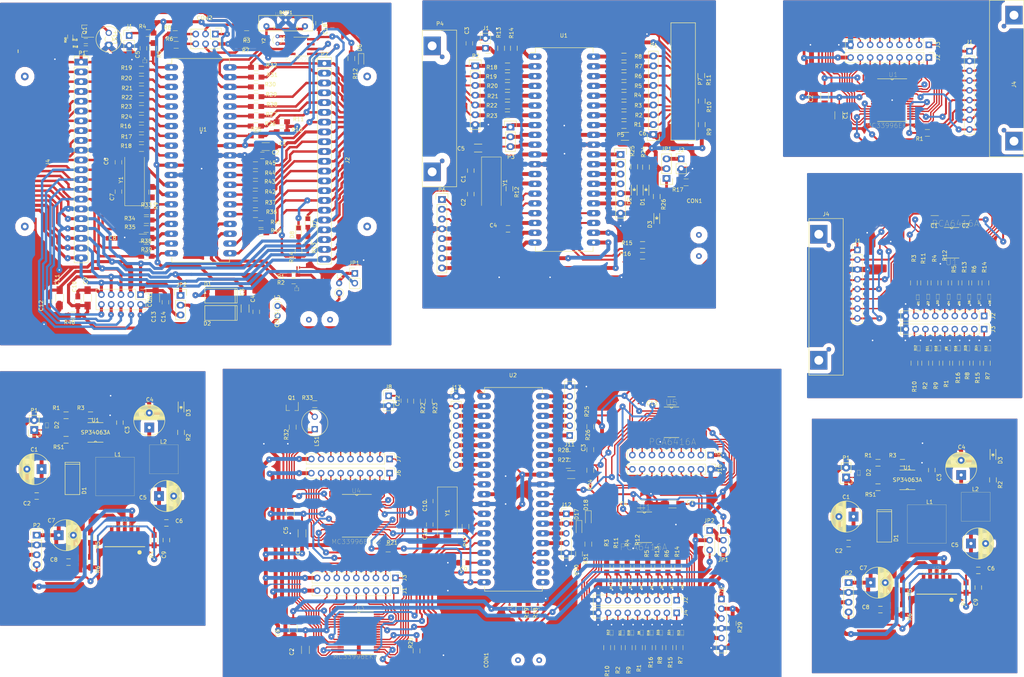
<source format=kicad_pcb>
(kicad_pcb (version 4) (host pcbnew 4.0.6)
  (title_block (title "Tarjeta desarrollo Pic18F4550 simple") (date 2018-01-08) (rev "Rev 2") (company Cendit) (comment 1 "Escuela de Ing Eléctrica Universidad Central de Venezuela") (comment 2 "Trabajo Especial de Grado") (comment 3 correo@JoseArias.com.ve) (comment 4 "Jose Arias"))
  (layers (0 F.Cu signal) (31 B.Cu signal hide) (34 B.Paste user) (35 F.Paste user) (36 B.SilkS user) (37 F.SilkS user) (38 B.Mask user) (39 F.Mask user) (44 Edge.Cuts user))
  (net 0 "")
  (net 1 "Net-(R1-Pad2)")
  (net 2 "Net-(R2-Pad2)")
  (net 3 "Net-(R3-Pad2)")
  (net 4 "Net-(R4-Pad2)")
  (net 5 "Net-(R5-Pad2)")
  (net 6 "Net-(R6-Pad2)")
  (net 7 "Net-(R7-Pad2)")
  (net 8 "Net-(R8-Pad2)")
  (net 9 "Net-(R9-Pad2)")
  (net 10 "Net-(R10-Pad2)")
  (net 11 "Net-(R11-Pad2)")
  (net 12 "Net-(R12-Pad2)")
  (net 13 "Net-(R13-Pad2)")
  (net 14 "Net-(R14-Pad2)")
  (net 15 "Net-(R15-Pad2)")
  (net 16 "Net-(R16-Pad2)")
  (net 17 /D7)
  (net 18 /D6)
  (net 19 /D5)
  (net 20 /D4)
  (net 21 /D3)
  (net 22 /D2)
  (net 23 /D1)
  (net 24 /D0)
  (net 25 /EOI)
  (net 26 /DAV)
  (net 27 /NRFD)
  (net 28 /NDAC)
  (net 29 /IFC)
  (net 30 /SRQ)
  (net 31 /ATN)
  (net 32 /REN)
  (net 33 GND)
  (net 34 VDD)
  (net 35 +5.0V)
  (net 36 //INT)
  (net 37 /SCL)
  (net 38 /SDA)
  (net 39 //RESET)
  (net 40 /ADDR)
  (net 41 GNDD)
  (net 42 "Net-(C5-Pad1)")
  (net 43 /OSC1)
  (net 44 "Net-(C7-Pad1)")
  (net 45 /VUSB_CAP)
  (net 46 /VPWR)
  (net 47 GNDPWR)
  (net 48 /VCC_5V)
  (net 49 /VDD_3V)
  (net 50 "Net-(CON3-Pad1)")
  (net 51 "Net-(CON3-Pad5)")
  (net 52 //RST_VIKING)
  (net 53 //CS_VIKING)
  (net 54 /MISO)
  (net 55 /MOSI)
  (net 56 //RST_LAN)
  (net 57 //CS_LAN)
  (net 58 //RST_GPIB)
  (net 59 //RST_KEY)
  (net 60 "Net-(D1-Pad2)")
  (net 61 /USB_D-)
  (net 62 /USB_VBUS)
  (net 63 /USB_D+)
  (net 64 /LVP)
  (net 65 /OSC2)
  (net 66 "Net-(U3-Pad1)")
  (net 67 "Net-(U3-Pad2)")
  (net 68 "Net-(CON2-Pad3)")
  (net 69 "Net-(CON2-Pad4)")
  (net 70 "Net-(CON2-Pad5)")
  (net 71 "Net-(CON2-Pad6)")
  (net 72 /PA0)
  (net 73 /PA1)
  (net 74 /PA2)
  (net 75 /PA3)
  (net 76 /PA4)
  (net 77 /PA5)
  (net 78 /PE0)
  (net 79 /PE1)
  (net 80 /PE2)
  (net 81 /PC0)
  (net 82 /PC1)
  (net 83 /PC2)
  (net 84 /PD0)
  (net 85 /PD1)
  (net 86 /PB7)
  (net 87 /PB6)
  (net 88 /PB4)
  (net 89 /PB3)
  (net 90 /PB2)
  (net 91 /PB1)
  (net 92 /PB0)
  (net 93 "Net-(D6-Pad2)")
  (net 94 "Net-(D7-Pad2)")
  (net 95 "Net-(LS1-Pad2)")
  (net 96 "Net-(Q1-Pad1)")
  (net 97 "Net-(D2-Pad2)")
  (net 98 /PGD)
  (net 99 /PGC)
  (net 100 /RE0)
  (net 101 /RE1)
  (net 102 /RE2)
  (net 103 /RA0)
  (net 104 /RA1)
  (net 105 /RA2)
  (net 106 /RC0)
  (net 107 /RA3)
  (net 108 /RC1)
  (net 109 /RA4)
  (net 110 /RC2)
  (net 111 /RA5)
  (net 112 /RC6)
  (net 113 /RB0)
  (net 114 /RC7)
  (net 115 /RB1)
  (net 116 /RB2)
  (net 117 /RD0)
  (net 118 /RB3)
  (net 119 /RD1)
  (net 120 /RB4)
  (net 121 /RD2)
  (net 122 /RD3)
  (net 123 /RD4)
  (net 124 /RD5)
  (net 125 /RD6)
  (net 126 /RD7)
  (net 127 /D-)
  (net 128 /D+)
  (net 129 "Net-(Q1-Pad3)")
  (net 130 "Net-(BATT1-Pad1)")
  (net 131 "Net-(D8-Pad2)")
  (net 132 //MCLR_INT)
  (net 133 /PB5)
  (net 134 "Net-(U3-Pad7)")
  (net 135 /VKX0)
  (net 136 /VKX1)
  (net 137 /VKX2)
  (net 138 /VKX3)
  (net 139 /VKX4)
  (net 140 /VKX5)
  (net 141 /VKX6)
  (net 142 /VKX7)
  (net 143 /VKX8)
  (net 144 /VKX9)
  (net 145 /VKX10)
  (net 146 /VKX11)
  (net 147 /VKX12)
  (net 148 /VKX13)
  (net 149 /VKX14)
  (net 150 /VKX15)
  (net 151 +24.0V)
  (net 152 /SCLK)
  (net 153 //CS)
  (net 154 /ENABLE)
  (net 155 "Net-(RS1-Pad1)")
  (net 156 "Net-(D1-Pad1)")
  (net 157 "Net-(C3-Pad1)")
  (net 158 "Net-(C4-Pad1)")
  (net 159 "Net-(D3-Pad2)")
  (net 160 "Net-(R5-Pad1)")
  (net 161 VIN)
  (net 162 VREG)
  (net 163 VOUT)
  (net 164 "Net-(CON1-Pad2)")
  (net 165 "Net-(CON1-Pad3)")
  (net 166 MCLR)
  (net 167 VBUS)
  (net 168 USB_D-)
  (net 169 USB_D+)
  (net 170 "Net-(C2-Pad1)")
  (net 171 "Net-(R1-Pad1)")
  (net 172 "Net-(R2-Pad1)")
  (net 173 "Net-(R3-Pad1)")
  (net 174 "Net-(R4-Pad1)")
  (net 175 "Net-(R6-Pad1)")
  (net 176 "Net-(R7-Pad1)")
  (net 177 "Net-(R8-Pad1)")
  (net 178 VDC_IN)
  (net 179 "Net-(R18-Pad1)")
  (net 180 "Net-(R19-Pad1)")
  (net 181 "Net-(R20-Pad1)")
  (net 182 "Net-(R21-Pad1)")
  (net 183 "Net-(R22-Pad1)")
  (net 184 "Net-(R23-Pad1)")
  (net 185 /PD7)
  (net 186 /PD6)
  (net 187 /PD5)
  (net 188 /PD4)
  (net 189 /PC7)
  (net 190 /PC6)
  (net 191 /PD2)
  (net 192 /PD3)
  (net 193 "Net-(P4-Pad13)")
  (net 194 "Net-(P7-Pad12)")
  (net 195 "Net-(P7-Pad13)")
  (net 196 /U3_CS)
  (net 197 /VKY12)
  (net 198 /VKY13)
  (net 199 /VKY14)
  (net 200 /VKY15)
  (net 201 /VKY0)
  (net 202 /VKY1)
  (net 203 /VKY2)
  (net 204 /VKY3)
  (net 205 /VKY11)
  (net 206 /VKY10)
  (net 207 /VKY9)
  (net 208 /VKY8)
  (net 209 /VKY7)
  (net 210 /VKY6)
  (net 211 /VKY5)
  (net 212 /VKY4)
  (net 213 /VK_PWM)
  (net 214 /U4_CS)
  (net 215 /SPI_SCLK)
  (net 216 +3.0V)
  (net 217 "Net-(C11-Pad1)")
  (net 218 "Net-(R20-Pad2)")
  (net 219 "Net-(R21-Pad2)")
  (net 220 /U4_RST)
  (net 221 /U3_RST)
  (net 222 "Net-(C12-Pad1)")
  (net 223 "Net-(R27-Pad1)")
  (net 224 "Net-(R28-Pad1)")
  (net 225 /P0)
  (net 226 /P1)
  (net 227 /P2)
  (net 228 /P3)
  (net 229 /P4)
  (net 230 /P5)
  (net 231 /P6)
  (net 232 /P7)
  (net 233 /P8)
  (net 234 /P9)
  (net 235 /P10)
  (net 236 /P11)
  (net 237 /P12)
  (net 238 /P13)
  (net 239 /P14)
  (net 240 /P15)
  (net 241 //U1_RST)
  (net 242 //U5_RST)
  (net 243 "Net-(JP1-Pad2)")
  (net 244 "Net-(D17-Pad2)")
  (net 245 "Net-(D18-Pad2)")
  (net 246 D-)
  (net 247 D+)
  (net 248 PD4)
  (net 249 PD5)
  (net 250 PA0)
  (net 251 "Net-(LS1-Pad1)")
  (module Pin_Headers:Pin_Header_Straight_1x08_Pitch2.54mm (layer F.Cu) (at 238.379 79.248)
    (fp_text reference J1 (at 0 -2.33) (layer F.SilkS))
    (fp_text value DEBUG_CON_01X08)
    (pad 1 thru_hole rect (at 0 0) (size 1.7 1.7) (drill 1) (layers *.Cu *.Mask) (net 35 +5.0V))
    (pad 2 thru_hole oval (at 0 2.54) (size 1.7 1.7) (drill 1) (layers *.Cu *.Mask) (net 34 VDD))
    (pad 3 thru_hole oval (at 0 5.08) (size 1.7 1.7) (drill 1) (layers *.Cu *.Mask) (net 33 GND))
    (pad 4 thru_hole oval (at 0 7.62) (size 1.7 1.7) (drill 1) (layers *.Cu *.Mask) (net 38 /SDA))
    (pad 5 thru_hole oval (at 0 10.16) (size 1.7 1.7) (drill 1) (layers *.Cu *.Mask) (net 37 /SCL))
    (pad 6 thru_hole oval (at 0 12.7) (size 1.7 1.7) (drill 1) (layers *.Cu *.Mask) (net 36 //INT))
    (pad 7 thru_hole oval (at 0 15.24) (size 1.7 1.7) (drill 1) (layers *.Cu *.Mask) (net 39 //RESET))
    (pad 8 thru_hole oval (at 0 17.78) (size 1.7 1.7) (drill 1) (layers *.Cu *.Mask) (net 40 /ADDR))
  )
  (module Capacitors_SMD:C_1206_HandSoldering (layer F.Cu) (at 258.445 71.374)
    (fp_text reference C1 (at -0.127 1.651) (layer F.SilkS))
    (fp_text value 0.1uF/10V)
    (pad 1 smd rect (at -2 0) (size 2 1.6) (layers F.Cu F.Paste F.Mask) (net 34 VDD))
    (pad 2 smd rect (at 2 0) (size 2 1.6) (layers F.Cu F.Paste F.Mask) (net 33 GND))
  )
  (module Resistors_SMD:R_0805_HandSoldering (layer F.Cu) (at 261.4295 108.6485 270)
    (fp_text reference R1 (at 5.334 0 270) (layer F.SilkS))
    (fp_text value 1k)
    (pad 1 smd rect (at -1.35 0 270) (size 1.5 1.3) (layers F.Cu F.Paste F.Mask) (net 29 /IFC))
    (pad 2 smd rect (at 1.35 0 270) (size 1.5 1.3) (layers F.Cu F.Paste F.Mask) (net 1 "Net-(R1-Pad2)"))
  )
  (module Resistors_SMD:R_0805_HandSoldering (layer F.Cu) (at 255.9685 108.6485 270)
    (fp_text reference R2 (at 5.842 0 270) (layer F.SilkS))
    (fp_text value 1k)
    (pad 1 smd rect (at -1.35 0 270) (size 1.5 1.3) (layers F.Cu F.Paste F.Mask) (net 31 /ATN))
    (pad 2 smd rect (at 1.35 0 270) (size 1.5 1.3) (layers F.Cu F.Paste F.Mask) (net 2 "Net-(R2-Pad2)"))
  )
  (module Resistors_SMD:R_0805_HandSoldering (layer F.Cu) (at 253.0475 87.8205 90)
    (fp_text reference R3 (at 6.35 0 90) (layer F.SilkS))
    (fp_text value 1k)
    (pad 1 smd rect (at -1.35 0 90) (size 1.5 1.3) (layers F.Cu F.Paste F.Mask) (net 24 /D0))
    (pad 2 smd rect (at 1.35 0 90) (size 1.5 1.3) (layers F.Cu F.Paste F.Mask) (net 3 "Net-(R3-Pad2)"))
  )
  (module Resistors_SMD:R_0805_HandSoldering (layer F.Cu) (at 258.3815 87.8205 90)
    (fp_text reference R4 (at 6.35 0 90) (layer F.SilkS))
    (fp_text value 1k)
    (pad 1 smd rect (at -1.35 0 90) (size 1.5 1.3) (layers F.Cu F.Paste F.Mask) (net 22 /D2))
    (pad 2 smd rect (at 1.35 0 90) (size 1.5 1.3) (layers F.Cu F.Paste F.Mask) (net 4 "Net-(R4-Pad2)"))
  )
  (module Resistors_SMD:R_0805_HandSoldering (layer F.Cu) (at 263.7155 87.8205 90)
    (fp_text reference R5 (at 3.556 -0.254 90) (layer F.SilkS))
    (fp_text value 1k)
    (pad 1 smd rect (at -1.35 0 90) (size 1.5 1.3) (layers F.Cu F.Paste F.Mask) (net 20 /D4))
    (pad 2 smd rect (at 1.35 0 90) (size 1.5 1.3) (layers F.Cu F.Paste F.Mask) (net 5 "Net-(R5-Pad2)"))
  )
  (module Resistors_SMD:R_0805_HandSoldering (layer F.Cu) (at 268.9225 87.8205 90)
    (fp_text reference R6 (at 3.556 -0.254 90) (layer F.SilkS))
    (fp_text value 1k)
    (pad 1 smd rect (at -1.35 0 90) (size 1.5 1.3) (layers F.Cu F.Paste F.Mask) (net 18 /D6))
    (pad 2 smd rect (at 1.35 0 90) (size 1.5 1.3) (layers F.Cu F.Paste F.Mask) (net 6 "Net-(R6-Pad2)"))
  )
  (module Resistors_SMD:R_0805_HandSoldering (layer F.Cu) (at 271.9705 108.6485 270)
    (fp_text reference R7 (at 3.302 -0.254 270) (layer F.SilkS))
    (fp_text value 1k)
    (pad 1 smd rect (at -1.35 0 270) (size 1.5 1.3) (layers F.Cu F.Paste F.Mask) (net 25 /EOI))
    (pad 2 smd rect (at 1.35 0 270) (size 1.5 1.3) (layers F.Cu F.Paste F.Mask) (net 7 "Net-(R7-Pad2)"))
  )
  (module Resistors_SMD:R_0805_HandSoldering (layer F.Cu) (at 266.6365 108.6485 270)
    (fp_text reference R8 (at 3.302 -0.254 270) (layer F.SilkS))
    (fp_text value 1k)
    (pad 1 smd rect (at -1.35 0 270) (size 1.5 1.3) (layers F.Cu F.Paste F.Mask) (net 27 /NRFD))
    (pad 2 smd rect (at 1.35 0 270) (size 1.5 1.3) (layers F.Cu F.Paste F.Mask) (net 8 "Net-(R8-Pad2)"))
  )
  (module Resistors_SMD:R_0805_HandSoldering (layer F.Cu) (at 258.7625 108.6485 270)
    (fp_text reference R9 (at 5.842 0 270) (layer F.SilkS))
    (fp_text value 1k)
    (pad 1 smd rect (at -1.35 0 270) (size 1.5 1.3) (layers F.Cu F.Paste F.Mask) (net 30 /SRQ))
    (pad 2 smd rect (at 1.35 0 270) (size 1.5 1.3) (layers F.Cu F.Paste F.Mask) (net 9 "Net-(R9-Pad2)"))
  )
  (module Resistors_SMD:R_0805_HandSoldering (layer F.Cu) (at 253.1745 108.6485 270)
    (fp_text reference R10 (at 6.096 0 270) (layer F.SilkS))
    (fp_text value 1k)
    (pad 1 smd rect (at -1.35 0 270) (size 1.5 1.3) (layers F.Cu F.Paste F.Mask) (net 32 /REN))
    (pad 2 smd rect (at 1.35 0 270) (size 1.5 1.3) (layers F.Cu F.Paste F.Mask) (net 10 "Net-(R10-Pad2)"))
  )
  (module Resistors_SMD:R_0805_HandSoldering (layer F.Cu) (at 255.7145 87.8205 90)
    (fp_text reference R11 (at 6.35 -0.254 90) (layer F.SilkS))
    (fp_text value 1k)
    (pad 1 smd rect (at -1.35 0 90) (size 1.5 1.3) (layers F.Cu F.Paste F.Mask) (net 23 /D1))
    (pad 2 smd rect (at 1.35 0 90) (size 1.5 1.3) (layers F.Cu F.Paste F.Mask) (net 11 "Net-(R11-Pad2)"))
  )
  (module Resistors_SMD:R_0805_HandSoldering (layer F.Cu) (at 261.0485 87.8205 90)
    (fp_text reference R12 (at 7.112 0 90) (layer F.SilkS))
    (fp_text value 1k)
    (pad 1 smd rect (at -1.35 0 90) (size 1.5 1.3) (layers F.Cu F.Paste F.Mask) (net 21 /D3))
    (pad 2 smd rect (at 1.35 0 90) (size 1.5 1.3) (layers F.Cu F.Paste F.Mask) (net 12 "Net-(R12-Pad2)"))
  )
  (module Resistors_SMD:R_0805_HandSoldering (layer F.Cu) (at 266.3825 87.8205 90)
    (fp_text reference R13 (at 4.064 -0.254 90) (layer F.SilkS))
    (fp_text value 1k)
    (pad 1 smd rect (at -1.35 0 90) (size 1.5 1.3) (layers F.Cu F.Paste F.Mask) (net 19 /D5))
    (pad 2 smd rect (at 1.35 0 90) (size 1.5 1.3) (layers F.Cu F.Paste F.Mask) (net 13 "Net-(R13-Pad2)"))
  )
  (module Resistors_SMD:R_0805_HandSoldering (layer F.Cu) (at 271.5895 87.8205 90)
    (fp_text reference R14 (at 4.064 -0.254 90) (layer F.SilkS))
    (fp_text value 1k)
    (pad 1 smd rect (at -1.35 0 90) (size 1.5 1.3) (layers F.Cu F.Paste F.Mask) (net 17 /D7))
    (pad 2 smd rect (at 1.35 0 90) (size 1.5 1.3) (layers F.Cu F.Paste F.Mask) (net 14 "Net-(R14-Pad2)"))
  )
  (module Resistors_SMD:R_0805_HandSoldering (layer F.Cu) (at 269.3035 108.6485 270)
    (fp_text reference R15 (at 3.81 -0.254 270) (layer F.SilkS))
    (fp_text value 1k)
    (pad 1 smd rect (at -1.35 0 270) (size 1.5 1.3) (layers F.Cu F.Paste F.Mask) (net 26 /DAV))
    (pad 2 smd rect (at 1.35 0 270) (size 1.5 1.3) (layers F.Cu F.Paste F.Mask) (net 15 "Net-(R15-Pad2)"))
  )
  (module Resistors_SMD:R_0805_HandSoldering (layer F.Cu) (at 263.9695 108.6485 270)
    (fp_text reference R16 (at 3.81 -0.508 270) (layer F.SilkS))
    (fp_text value 1k)
    (pad 1 smd rect (at -1.35 0 270) (size 1.5 1.3) (layers F.Cu F.Paste F.Mask) (net 28 /NDAC))
    (pad 2 smd rect (at 1.35 0 270) (size 1.5 1.3) (layers F.Cu F.Paste F.Mask) (net 16 "Net-(R16-Pad2)"))
  )
  (module CenditFootprints:PCA6416A-TSSOP24 (layer F.Cu) (at 262.8265 77.4065)
    (fp_text reference U1 (at 0 5) (layer F.SilkS) (effects (font (size 1.64043 1.64043) (thickness 0.05))))
    (fp_text value PCA6416A (at 1 -5) (layer F.SilkS) (effects (font (size 1.64099 1.64099) (thickness 0.05))))
    (pad 1 smd rect (at -2.921 -3.5814) (size 1.4732 0.3556) (layers F.Cu F.Paste F.Mask) (net 36 //INT))
    (pad 2 smd rect (at -2.921 -2.921) (size 1.4732 0.3556) (layers F.Cu F.Paste F.Mask) (net 34 VDD))
    (pad 3 smd rect (at -2.921 -2.286) (size 1.4732 0.3556) (layers F.Cu F.Paste F.Mask) (net 39 //RESET))
    (pad 4 smd rect (at -2.921 -1.6256) (size 1.4732 0.3556) (layers F.Cu F.Paste F.Mask) (net 1 "Net-(R1-Pad2)"))
    (pad 5 smd rect (at -2.921 -0.9652) (size 1.4732 0.3556) (layers F.Cu F.Paste F.Mask) (net 9 "Net-(R9-Pad2)"))
    (pad 6 smd rect (at -2.921 -0.3302) (size 1.4732 0.3556) (layers F.Cu F.Paste F.Mask) (net 2 "Net-(R2-Pad2)"))
    (pad 7 smd rect (at -2.921 0.3302) (size 1.4732 0.3556) (layers F.Cu F.Paste F.Mask) (net 10 "Net-(R10-Pad2)"))
    (pad 8 smd rect (at -2.921 0.9652) (size 1.4732 0.3556) (layers F.Cu F.Paste F.Mask) (net 3 "Net-(R3-Pad2)"))
    (pad 9 smd rect (at -2.921 1.6256) (size 1.4732 0.3556) (layers F.Cu F.Paste F.Mask) (net 11 "Net-(R11-Pad2)"))
    (pad 10 smd rect (at -2.921 2.286) (size 1.4732 0.3556) (layers F.Cu F.Paste F.Mask) (net 4 "Net-(R4-Pad2)"))
    (pad 11 smd rect (at -2.921 2.921) (size 1.4732 0.3556) (layers F.Cu F.Paste F.Mask) (net 12 "Net-(R12-Pad2)"))
    (pad 12 smd rect (at -2.921 3.5814) (size 1.4732 0.3556) (layers F.Cu F.Paste F.Mask) (net 33 GND))
    (pad 13 smd rect (at 2.921 3.5814) (size 1.4732 0.3556) (layers F.Cu F.Paste F.Mask) (net 5 "Net-(R5-Pad2)"))
    (pad 14 smd rect (at 2.921 2.921) (size 1.4732 0.3556) (layers F.Cu F.Paste F.Mask) (net 13 "Net-(R13-Pad2)"))
    (pad 15 smd rect (at 2.921 2.286) (size 1.4732 0.3556) (layers F.Cu F.Paste F.Mask) (net 6 "Net-(R6-Pad2)"))
    (pad 16 smd rect (at 2.921 1.6256) (size 1.4732 0.3556) (layers F.Cu F.Paste F.Mask) (net 14 "Net-(R14-Pad2)"))
    (pad 17 smd rect (at 2.921 0.9652) (size 1.4732 0.3556) (layers F.Cu F.Paste F.Mask) (net 7 "Net-(R7-Pad2)"))
    (pad 18 smd rect (at 2.921 0.3302) (size 1.4732 0.3556) (layers F.Cu F.Paste F.Mask) (net 15 "Net-(R15-Pad2)"))
    (pad 19 smd rect (at 2.921 -0.3302) (size 1.4732 0.3556) (layers F.Cu F.Paste F.Mask) (net 8 "Net-(R8-Pad2)"))
    (pad 20 smd rect (at 2.921 -0.9652) (size 1.4732 0.3556) (layers F.Cu F.Paste F.Mask) (net 16 "Net-(R16-Pad2)"))
    (pad 21 smd rect (at 2.921 -1.6256) (size 1.4732 0.3556) (layers F.Cu F.Paste F.Mask) (net 40 /ADDR))
    (pad 22 smd rect (at 2.921 -2.286) (size 1.4732 0.3556) (layers F.Cu F.Paste F.Mask) (net 37 /SCL))
    (pad 23 smd rect (at 2.921 -2.921) (size 1.4732 0.3556) (layers F.Cu F.Paste F.Mask) (net 38 /SDA))
    (pad 24 smd rect (at 2.921 -3.5814) (size 1.4732 0.3556) (layers F.Cu F.Paste F.Mask) (net 35 +5.0V))
  )
  (module CenditFootprints:SPHV24-SOD882 (layer F.Cu) (at 254.0635 91.6305 90)
    (fp_text reference D1 (at -1.397 0.127 90) (layer F.SilkS) (effects (font (size 0.5 0.5) (thickness 0.125))))
    (fp_text value SPVH24)
    (pad 1 smd rect (at 0.325 0 90) (size 0.325 0.65) (layers F.Cu F.Paste F.Mask) (net 24 /D0))
    (pad 2 smd rect (at -0.325 0 90) (size 0.325 0.65) (layers F.Cu F.Paste F.Mask) (net 33 GND))
  )
  (module CenditFootprints:SPHV24-SOD882 (layer F.Cu) (at 256.7305 91.5035 90)
    (fp_text reference D2 (at -1.524 0 90) (layer F.SilkS) (effects (font (size 0.5 0.5) (thickness 0.125))))
    (fp_text value SPVH24)
    (pad 1 smd rect (at 0.325 0 90) (size 0.325 0.65) (layers F.Cu F.Paste F.Mask) (net 23 /D1))
    (pad 2 smd rect (at -0.325 0 90) (size 0.325 0.65) (layers F.Cu F.Paste F.Mask) (net 33 GND))
  )
  (module CenditFootprints:SPHV24-SOD882 (layer F.Cu) (at 259.2705 91.5035 90)
    (fp_text reference D3 (at -1.3335 -0.0635 90) (layer F.SilkS) (effects (font (size 0.5 0.5) (thickness 0.125))))
    (fp_text value SPVH24)
    (pad 1 smd rect (at 0.325 0 90) (size 0.325 0.65) (layers F.Cu F.Paste F.Mask) (net 22 /D2))
    (pad 2 smd rect (at -0.325 0 90) (size 0.325 0.65) (layers F.Cu F.Paste F.Mask) (net 33 GND))
  )
  (module CenditFootprints:SPHV24-SOD882 (layer F.Cu) (at 262.0645 91.5035 90)
    (fp_text reference D4 (at -1.4605 0 90) (layer F.SilkS) (effects (font (size 0.5 0.5) (thickness 0.125))))
    (fp_text value SPVH24)
    (pad 1 smd rect (at 0.325 0 90) (size 0.325 0.65) (layers F.Cu F.Paste F.Mask) (net 21 /D3))
    (pad 2 smd rect (at -0.325 0 90) (size 0.325 0.65) (layers F.Cu F.Paste F.Mask) (net 33 GND))
  )
  (module CenditFootprints:SPHV24-SOD882 (layer F.Cu) (at 264.7315 91.5035 90)
    (fp_text reference D5 (at -1.524 0.0635 90) (layer F.SilkS) (effects (font (size 0.5 0.5) (thickness 0.125))))
    (fp_text value SPVH24)
    (pad 1 smd rect (at 0.325 0 90) (size 0.325 0.65) (layers F.Cu F.Paste F.Mask) (net 20 /D4))
    (pad 2 smd rect (at -0.325 0 90) (size 0.325 0.65) (layers F.Cu F.Paste F.Mask) (net 33 GND))
  )
  (module CenditFootprints:SPHV24-SOD882 (layer F.Cu) (at 267.3985 91.5035 90)
    (fp_text reference D6 (at -1.3335 0 90) (layer F.SilkS) (effects (font (size 0.5 0.5) (thickness 0.125))))
    (fp_text value SPVH24)
    (pad 1 smd rect (at 0.325 0 90) (size 0.325 0.65) (layers F.Cu F.Paste F.Mask) (net 19 /D5))
    (pad 2 smd rect (at -0.325 0 90) (size 0.325 0.65) (layers F.Cu F.Paste F.Mask) (net 33 GND))
  )
  (module CenditFootprints:SPHV24-SOD882 (layer F.Cu) (at 269.9385 91.5035 90)
    (fp_text reference D7 (at -1.3335 0.0635 90) (layer F.SilkS) (effects (font (size 0.5 0.5) (thickness 0.125))))
    (fp_text value SPVH24)
    (pad 1 smd rect (at 0.325 0 90) (size 0.325 0.65) (layers F.Cu F.Paste F.Mask) (net 18 /D6))
    (pad 2 smd rect (at -0.325 0 90) (size 0.325 0.65) (layers F.Cu F.Paste F.Mask) (net 33 GND))
  )
  (module CenditFootprints:SPHV24-SOD882 (layer F.Cu) (at 272.6055 91.5035 90)
    (fp_text reference D8 (at -1.3335 0.127 90) (layer F.SilkS) (effects (font (size 0.5 0.5) (thickness 0.125))))
    (fp_text value SPVH24)
    (pad 1 smd rect (at 0.325 0 90) (size 0.325 0.65) (layers F.Cu F.Paste F.Mask) (net 17 /D7))
    (pad 2 smd rect (at -0.325 0 90) (size 0.325 0.65) (layers F.Cu F.Paste F.Mask) (net 33 GND))
  )
  (module CenditFootprints:SPHV24-SOD882 (layer F.Cu) (at 262.1915 104.7115 270)
    (fp_text reference D9 (at 0.127 0.762 270) (layer F.SilkS) (effects (font (size 0.5 0.5) (thickness 0.125))))
    (fp_text value SPVH24)
    (pad 1 smd rect (at 0.325 0 270) (size 0.325 0.65) (layers F.Cu F.Paste F.Mask) (net 29 /IFC))
    (pad 2 smd rect (at -0.325 0 270) (size 0.325 0.65) (layers F.Cu F.Paste F.Mask) (net 33 GND))
  )
  (module CenditFootprints:SPHV24-SOD882 (layer F.Cu) (at 259.6515 104.7115 270)
    (fp_text reference D10 (at 0.127 0.889 270) (layer F.SilkS) (effects (font (size 0.5 0.5) (thickness 0.125))))
    (fp_text value SPVH24)
    (pad 1 smd rect (at 0.325 0 270) (size 0.325 0.65) (layers F.Cu F.Paste F.Mask) (net 30 /SRQ))
    (pad 2 smd rect (at -0.325 0 270) (size 0.325 0.65) (layers F.Cu F.Paste F.Mask) (net 33 GND))
  )
  (module CenditFootprints:SPHV24-SOD882 (layer F.Cu) (at 257.2385 104.7115 270)
    (fp_text reference D11 (at 0.127 0.762 270) (layer F.SilkS) (effects (font (size 0.5 0.5) (thickness 0.125))))
    (fp_text value SPVH24)
    (pad 1 smd rect (at 0.325 0 270) (size 0.325 0.65) (layers F.Cu F.Paste F.Mask) (net 31 /ATN))
    (pad 2 smd rect (at -0.325 0 270) (size 0.325 0.65) (layers F.Cu F.Paste F.Mask) (net 33 GND))
  )
  (module CenditFootprints:SPHV24-SOD882 (layer F.Cu) (at 254.3175 104.7115 270)
    (fp_text reference D12 (at 0 0.889 270) (layer F.SilkS) (effects (font (size 0.5 0.5) (thickness 0.125))))
    (fp_text value SPVH24)
    (pad 1 smd rect (at 0.325 0 270) (size 0.325 0.65) (layers F.Cu F.Paste F.Mask) (net 32 /REN))
    (pad 2 smd rect (at -0.325 0 270) (size 0.325 0.65) (layers F.Cu F.Paste F.Mask) (net 33 GND))
  )
  (module CenditFootprints:SPHV24-SOD882 (layer F.Cu) (at 272.6055 104.7115 270)
    (fp_text reference D13 (at 0.127 0.889 270) (layer F.SilkS) (effects (font (size 0.5 0.5) (thickness 0.125))))
    (fp_text value SPVH24)
    (pad 1 smd rect (at 0.325 0 270) (size 0.325 0.65) (layers F.Cu F.Paste F.Mask) (net 25 /EOI))
    (pad 2 smd rect (at -0.325 0 270) (size 0.325 0.65) (layers F.Cu F.Paste F.Mask) (net 33 GND))
  )
  (module CenditFootprints:SPHV24-SOD882 (layer F.Cu) (at 269.9385 104.7115 270)
    (fp_text reference D14 (at 0 0.762 270) (layer F.SilkS) (effects (font (size 0.5 0.5) (thickness 0.125))))
    (fp_text value SPVH24)
    (pad 1 smd rect (at 0.325 0 270) (size 0.325 0.65) (layers F.Cu F.Paste F.Mask) (net 26 /DAV))
    (pad 2 smd rect (at -0.325 0 270) (size 0.325 0.65) (layers F.Cu F.Paste F.Mask) (net 33 GND))
  )
  (module CenditFootprints:SPHV24-SOD882 (layer F.Cu) (at 267.1445 104.7115 270)
    (fp_text reference D15 (at 0 0.762 270) (layer F.SilkS) (effects (font (size 0.5 0.5) (thickness 0.125))))
    (fp_text value SPVH24)
    (pad 1 smd rect (at 0.325 0 270) (size 0.325 0.65) (layers F.Cu F.Paste F.Mask) (net 27 /NRFD))
    (pad 2 smd rect (at -0.325 0 270) (size 0.325 0.65) (layers F.Cu F.Paste F.Mask) (net 33 GND))
  )
  (module CenditFootprints:SPHV24-SOD882 (layer F.Cu) (at 264.7315 104.7115 270)
    (fp_text reference D16 (at 0.127 0.889 270) (layer F.SilkS) (effects (font (size 0.5 0.5) (thickness 0.125))))
    (fp_text value SPVH24)
    (pad 1 smd rect (at 0.325 0 270) (size 0.325 0.65) (layers F.Cu F.Paste F.Mask) (net 28 /NDAC))
    (pad 2 smd rect (at -0.325 0 270) (size 0.325 0.65) (layers F.Cu F.Paste F.Mask) (net 33 GND))
  )
  (module Capacitors_SMD:C_1206_HandSoldering (layer F.Cu) (at 266.446 71.374 180)
    (fp_text reference C2 (at 0 -1.651 180) (layer F.SilkS))
    (fp_text value 0.1uF/10V)
    (pad 1 smd rect (at -2 0 180) (size 2 1.6) (layers F.Cu F.Paste F.Mask) (net 35 +5.0V))
    (pad 2 smd rect (at 2 0 180) (size 2 1.6) (layers F.Cu F.Paste F.Mask) (net 33 GND))
  )
  (module CenditFootprints:SLIMLINE_SATA_PLUG_7P_6P (layer F.Cu) (at 232.156 90.17 270)
    (fp_text reference J4 (at -20.193 1.905 360) (layer F.SilkS))
    (fp_text value SATA_PLUG_CON_14P)
    (pad 14 smd rect (at 0 0 270) (size 2.4 1.5) (layers F.Cu F.Paste F.Mask) (net 33 GND))
    (pad 12 smd rect (at 9.49 0 270) (size 0.7 1.5) (layers F.Cu F.Paste F.Mask) (net 33 GND))
    (pad 11 smd rect (at 8.22 0 270) (size 0.7 1.5) (layers F.Cu F.Paste F.Mask) (net 33 GND))
    (pad 13 smd rect (at 10.76 0 270) (size 0.7 1.5) (layers F.Cu F.Paste F.Mask) (net 33 GND))
    (pad 10 smd rect (at 6.95 0 270) (size 0.7 1.5) (layers F.Cu F.Paste F.Mask) (net 40 /ADDR))
    (pad 9 smd rect (at 5.68 0 270) (size 0.7 1.5) (layers F.Cu F.Paste F.Mask) (net 39 //RESET))
    (pad 8 smd rect (at 4.41 0 270) (size 0.7 1.5) (layers F.Cu F.Paste F.Mask) (net 36 //INT))
    (pad 7 smd rect (at 3.14 0 270) (size 0.7 1.5) (layers F.Cu F.Paste F.Mask) (net 37 /SCL))
    (pad 6 smd rect (at -3.07 0 270) (size 0.7 1.5) (layers F.Cu F.Paste F.Mask) (net 38 /SDA))
    (pad 5 smd rect (at -4.07 0 270) (size 0.7 1.5) (layers F.Cu F.Paste F.Mask) (net 33 GND))
    (pad 4 smd rect (at -5.07 0 270) (size 0.7 1.5) (layers F.Cu F.Paste F.Mask) (net 33 GND))
    (pad 3 smd rect (at -6.07 0 270) (size 0.7 1.5) (layers F.Cu F.Paste F.Mask) (net 33 GND))
    (pad 2 smd rect (at -7.07 0 270) (size 0.7 1.5) (layers F.Cu F.Paste F.Mask) (net 34 VDD))
    (pad 1 smd rect (at -8.07 0 270) (size 0.7 1.5) (layers F.Cu F.Paste F.Mask) (net 35 +5.0V))
    (pad "" np_thru_hole circle (at 14.88 1.2 270) (size 1.2 1.2) (drill 0.1) (layers *.Cu *.Mask))
    (pad "" np_thru_hole circle (at -12.12 1.2 270) (size 1.2 1.2) (drill 0.1) (layers *.Cu *.Mask))
    (pad "" np_thru_hole rect (at 17.73 3.8 270) (size 4.85 4.5) (drill 2.3) (layers *.Cu *.Mask))
    (pad "" np_thru_hole rect (at -14.97 3.8 270) (size 4.85 4.5) (drill 2.3) (layers *.Cu *.Mask))
  )
  (module Pin_Headers:Pin_Header_Straight_1x09_Pitch2.54mm (layer F.Cu) (at 271.272 96.393 270)
    (fp_text reference J2 (at 0 -2.33 270) (layer F.SilkS))
    (fp_text value GPIB_CON_9P)
    (pad 1 thru_hole rect (at 0 0 270) (size 1.7 1.7) (drill 1) (layers *.Cu *.Mask) (net 17 /D7))
    (pad 2 thru_hole oval (at 0 2.54 270) (size 1.7 1.7) (drill 1) (layers *.Cu *.Mask) (net 18 /D6))
    (pad 3 thru_hole oval (at 0 5.08 270) (size 1.7 1.7) (drill 1) (layers *.Cu *.Mask) (net 19 /D5))
    (pad 4 thru_hole oval (at 0 7.62 270) (size 1.7 1.7) (drill 1) (layers *.Cu *.Mask) (net 20 /D4))
    (pad 5 thru_hole oval (at 0 10.16 270) (size 1.7 1.7) (drill 1) (layers *.Cu *.Mask) (net 21 /D3))
    (pad 6 thru_hole oval (at 0 12.7 270) (size 1.7 1.7) (drill 1) (layers *.Cu *.Mask) (net 22 /D2))
    (pad 7 thru_hole oval (at 0 15.24 270) (size 1.7 1.7) (drill 1) (layers *.Cu *.Mask) (net 23 /D1))
    (pad 8 thru_hole oval (at 0 17.78 270) (size 1.7 1.7) (drill 1) (layers *.Cu *.Mask) (net 24 /D0))
    (pad 9 thru_hole oval (at 0 20.32 270) (size 1.7 1.7) (drill 1) (layers *.Cu *.Mask) (net 33 GND))
  )
  (module Pin_Headers:Pin_Header_Straight_1x09_Pitch2.54mm (layer F.Cu) (at 271.272 99.822 270)
    (fp_text reference J3 (at 0 -2.33 270) (layer F.SilkS))
    (fp_text value GPIB_CON_9P)
    (pad 1 thru_hole rect (at 0 0 270) (size 1.7 1.7) (drill 1) (layers *.Cu *.Mask) (net 25 /EOI))
    (pad 2 thru_hole oval (at 0 2.54 270) (size 1.7 1.7) (drill 1) (layers *.Cu *.Mask) (net 26 /DAV))
    (pad 3 thru_hole oval (at 0 5.08 270) (size 1.7 1.7) (drill 1) (layers *.Cu *.Mask) (net 27 /NRFD))
    (pad 4 thru_hole oval (at 0 7.62 270) (size 1.7 1.7) (drill 1) (layers *.Cu *.Mask) (net 28 /NDAC))
    (pad 5 thru_hole oval (at 0 10.16 270) (size 1.7 1.7) (drill 1) (layers *.Cu *.Mask) (net 29 /IFC))
    (pad 6 thru_hole oval (at 0 12.7 270) (size 1.7 1.7) (drill 1) (layers *.Cu *.Mask) (net 30 /SRQ))
    (pad 7 thru_hole oval (at 0 15.24 270) (size 1.7 1.7) (drill 1) (layers *.Cu *.Mask) (net 31 /ATN))
    (pad 8 thru_hole oval (at 0 17.78 270) (size 1.7 1.7) (drill 1) (layers *.Cu *.Mask) (net 32 /REN))
    (pad 9 thru_hole oval (at 0 20.32 270) (size 1.7 1.7) (drill 1) (layers *.Cu *.Mask) (net 33 GND))
  )
  (module LEDs:LED_0805 (layer F.Cu) (at 95.758 72.263 270)
    (fp_text reference D7 (at 0.254 -1.778 270) (layer F.SilkS))
    (fp_text value LED)
    (pad 2 smd rect (at 1.1 0 90) (size 1.2 1.2) (layers F.Cu F.Paste F.Mask) (net 94 "Net-(D7-Pad2)"))
    (pad 1 smd rect (at -1.1 0 90) (size 1.2 1.2) (layers F.Cu F.Paste F.Mask) (net 59 //RST_KEY))
  )
  (module Inductors_THT:L_Axial_L5.3mm_D2.2mm_P2.54mm_Vertical_Vishay_IM-1 (layer F.Cu) (at 87.9094 93.8022 270)
    (fp_text reference L2 (at -2.159 0.127 360) (layer F.SilkS))
    (fp_text value FERRITE_BEAD)
    (pad 1 thru_hole circle (at 0 0 270) (size 1.6 1.6) (drill 0.8) (layers *.Cu *.Mask) (net 51 "Net-(CON3-Pad5)"))
    (pad 2 thru_hole oval (at 2.54 0 270) (size 1.6 1.6) (drill 0.8) (layers *.Cu *.Mask) (net 47 GNDPWR))
  )
  (module Capacitors_SMD:C_0805_HandSoldering (layer F.Cu) (at 28.448 92.583 270)
    (fp_text reference C12 (at 1.143 1.905 270) (layer F.SilkS))
    (fp_text value 0.1uF)
    (pad 1 smd rect (at -1.25 0 270) (size 1.5 1.25) (layers F.Cu F.Paste F.Mask) (net 48 /VCC_5V))
    (pad 2 smd rect (at 1.25 0 270) (size 1.5 1.25) (layers F.Cu F.Paste F.Mask) (net 41 GNDD))
  )
  (module CenditFootprints2:DEBUG_PIN_HEADER_21P (layer F.Cu) (at 36.9316 30.5181)
    (fp_text reference P1 (at 0.2794 -2.3241) (layer F.SilkS))
    (fp_text value DEBUG_HEADER_21P)
    (pad 1 thru_hole rect (at 0 0) (size 3.5 1.7272) (drill 1.016) (layers *.Cu *.Mask) (net 72 /PA0))
    (pad 2 thru_hole oval (at 0 2.54) (size 3.5 1.7272) (drill 1.016) (layers *.Cu *.Mask) (net 73 /PA1))
    (pad 3 thru_hole oval (at 0 5.08) (size 3.5 1.7272) (drill 1.016) (layers *.Cu *.Mask) (net 74 /PA2))
    (pad 4 thru_hole oval (at 0 7.62) (size 3.5 1.7272) (drill 1.016) (layers *.Cu *.Mask) (net 75 /PA3))
    (pad 5 thru_hole oval (at 0 10.16) (size 3.5 1.7272) (drill 1.016) (layers *.Cu *.Mask) (net 76 /PA4))
    (pad 6 thru_hole oval (at 0 12.7) (size 3.5 1.7272) (drill 1.016) (layers *.Cu *.Mask) (net 77 /PA5))
    (pad 7 thru_hole oval (at 0 15.24) (size 3.5 1.7272) (drill 1.016) (layers *.Cu *.Mask) (net 78 /PE0))
    (pad 8 thru_hole oval (at 0 17.78) (size 3.5 1.7272) (drill 1.016) (layers *.Cu *.Mask) (net 79 /PE1))
    (pad 9 thru_hole oval (at 0 20.32) (size 3.5 1.7272) (drill 1.016) (layers *.Cu *.Mask) (net 80 /PE2))
    (pad 10 thru_hole oval (at 0 22.86) (size 3.5 1.7272) (drill 1.016) (layers *.Cu *.Mask) (net 41 GNDD))
    (pad 11 thru_hole oval (at 0 25.4) (size 3.5 1.7272) (drill 1.016) (layers *.Cu *.Mask) (net 81 /PC0))
    (pad 12 thru_hole oval (at 0 27.94) (size 3.5 1.7272) (drill 1.016) (layers *.Cu *.Mask) (net 82 /PC1))
    (pad 13 thru_hole oval (at 0 30.48) (size 3.5 1.7272) (drill 1.016) (layers *.Cu *.Mask) (net 83 /PC2))
    (pad 14 thru_hole oval (at 0 33.02) (size 3.5 1.7272) (drill 1.016) (layers *.Cu *.Mask) (net 84 /PD0))
    (pad 15 thru_hole oval (at 0 35.56) (size 3.5 1.7272) (drill 1.016) (layers *.Cu *.Mask) (net 85 /PD1))
    (pad 16 thru_hole oval (at 0 38.1) (size 3.5 1.7272) (drill 1.016) (layers *.Cu *.Mask) (net 41 GNDD))
    (pad 17 thru_hole oval (at 0 40.64) (size 3.5 1.7272) (drill 1.016) (layers *.Cu *.Mask) (net 49 /VDD_3V))
    (pad 18 thru_hole oval (at 0 43.18) (size 3.5 1.7272) (drill 1.016) (layers *.Cu *.Mask) (net 41 GNDD))
    (pad 19 thru_hole oval (at 0 45.72) (size 3.5 1.7272) (drill 1.016) (layers *.Cu *.Mask) (net 48 /VCC_5V))
    (pad 20 thru_hole oval (at 0 48.26) (size 3.5 1.7272) (drill 1.016) (layers *.Cu *.Mask) (net 47 GNDPWR))
    (pad 21 thru_hole oval (at 0 50.8) (size 3.5 1.7272) (drill 1.016) (layers *.Cu *.Mask) (net 46 /VPWR))
  )
  (module Resistors_SMD:R_0603_HandSoldering (layer F.Cu) (at 92.075 85.7885)
    (fp_text reference R1 (at -3.302 0.381) (layer F.SilkS))
    (fp_text value 33)
    (pad 1 smd rect (at -1.1 0) (size 1.2 0.9) (layers F.Cu F.Paste F.Mask) (net 61 /USB_D-))
    (pad 2 smd rect (at 1.1 0) (size 1.2 0.9) (layers F.Cu F.Paste F.Mask) (net 127 /D-))
  )
  (module Capacitors_SMD:C_1206_HandSoldering (layer F.Cu) (at 84.836 52.451)
    (fp_text reference C1 (at 4.445 -0.762) (layer F.SilkS))
    (fp_text value 1uF)
    (pad 1 smd rect (at -2 0) (size 2 1.6) (layers F.Cu F.Paste F.Mask) (net 34 VDD))
    (pad 2 smd rect (at 2 0) (size 2 1.6) (layers F.Cu F.Paste F.Mask) (net 41 GNDD))
  )
  (module Capacitors_SMD:C_0805_HandSoldering (layer F.Cu) (at 83.947 54.737)
    (fp_text reference C2 (at 3.429 -0.762) (layer F.SilkS))
    (fp_text value 0.1uF)
    (pad 1 smd rect (at -1.25 0) (size 1.5 1.25) (layers F.Cu F.Paste F.Mask) (net 34 VDD))
    (pad 2 smd rect (at 1.25 0) (size 1.5 1.25) (layers F.Cu F.Paste F.Mask) (net 41 GNDD))
  )
  (module Capacitors_SMD:C_0805_HandSoldering (layer F.Cu) (at 82.3722 95.3262 270)
    (fp_text reference C4 (at -3.4036 0.8636 270) (layer F.SilkS))
    (fp_text value 0.1uF)
    (pad 1 smd rect (at -1.25 0 270) (size 1.5 1.25) (layers F.Cu F.Paste F.Mask) (net 34 VDD))
    (pad 2 smd rect (at 1.25 0 270) (size 1.5 1.25) (layers F.Cu F.Paste F.Mask) (net 41 GNDD))
  )
  (module Capacitors_SMD:C_0805_HandSoldering (layer F.Cu) (at 53.086 26.924 270)
    (fp_text reference C5 (at 1.651 1.4986 270) (layer F.SilkS))
    (fp_text value 0.1uF)
    (pad 1 smd rect (at -1.25 0 270) (size 1.5 1.25) (layers F.Cu F.Paste F.Mask) (net 42 "Net-(C5-Pad1)"))
    (pad 2 smd rect (at 1.25 0 270) (size 1.5 1.25) (layers F.Cu F.Paste F.Mask) (net 41 GNDD))
  )
  (module Capacitors_SMD:C_1206_HandSoldering (layer F.Cu) (at 52.959 76.1746)
    (fp_text reference C8 (at -7.874 0) (layer F.SilkS))
    (fp_text value 0.1uF)
    (pad 1 smd rect (at -2 0) (size 2 1.6) (layers F.Cu F.Paste F.Mask) (net 41 GNDD))
    (pad 2 smd rect (at 2 0) (size 2 1.6) (layers F.Cu F.Paste F.Mask) (net 45 /VUSB_CAP))
  )
  (module Capacitors_SMD:C_1206_HandSoldering (layer F.Cu) (at 38.608 91.694 270)
    (fp_text reference C9 (at -4.445 0.508 270) (layer F.SilkS))
    (fp_text value 1uF)
    (pad 1 smd rect (at -2 0 270) (size 2 1.6) (layers F.Cu F.Paste F.Mask) (net 46 /VPWR))
    (pad 2 smd rect (at 2 0 270) (size 2 1.6) (layers F.Cu F.Paste F.Mask) (net 47 GNDPWR))
  )
  (module Capacitors_SMD:C_0805_HandSoldering (layer F.Cu) (at 36.068 92.583 270)
    (fp_text reference C10 (at -3.81 0.889 270) (layer F.SilkS))
    (fp_text value 0.1uF)
    (pad 1 smd rect (at -1.25 0 270) (size 1.5 1.25) (layers F.Cu F.Paste F.Mask) (net 46 /VPWR))
    (pad 2 smd rect (at 1.25 0 270) (size 1.5 1.25) (layers F.Cu F.Paste F.Mask) (net 47 GNDPWR))
  )
  (module Capacitors_SMD:C_1206_HandSoldering (layer F.Cu) (at 31.369 91.694 270)
    (fp_text reference C11 (at -4.699 0.635 270) (layer F.SilkS))
    (fp_text value 1uF)
    (pad 1 smd rect (at -2 0 270) (size 2 1.6) (layers F.Cu F.Paste F.Mask) (net 48 /VCC_5V))
    (pad 2 smd rect (at 2 0 270) (size 2 1.6) (layers F.Cu F.Paste F.Mask) (net 41 GNDD))
  )
  (module Capacitors_SMD:C_1206_HandSoldering (layer F.Cu) (at 56.261 91.821 270)
    (fp_text reference C13 (at 4.826 0.508 270) (layer F.SilkS))
    (fp_text value 1uF)
    (pad 1 smd rect (at -2 0 270) (size 2 1.6) (layers F.Cu F.Paste F.Mask) (net 49 /VDD_3V))
    (pad 2 smd rect (at 2 0 270) (size 2 1.6) (layers F.Cu F.Paste F.Mask) (net 41 GNDD))
  )
  (module Capacitors_SMD:C_0805_HandSoldering (layer F.Cu) (at 58.801 92.837 270)
    (fp_text reference C14 (at 3.81 0.508 270) (layer F.SilkS))
    (fp_text value 0.1uF)
    (pad 1 smd rect (at -1.25 0 270) (size 1.5 1.25) (layers F.Cu F.Paste F.Mask) (net 49 /VDD_3V))
    (pad 2 smd rect (at 1.25 0 270) (size 1.5 1.25) (layers F.Cu F.Paste F.Mask) (net 41 GNDD))
  )
  (module Capacitors_SMD:C_0805_HandSoldering (layer F.Cu) (at 98.679 20.4216 90)
    (fp_text reference C18 (at -1.5748 1.6256 90) (layer F.SilkS))
    (fp_text value 0.1uF)
    (pad 1 smd rect (at -1.25 0 90) (size 1.5 1.25) (layers F.Cu F.Paste F.Mask) (net 49 /VDD_3V))
    (pad 2 smd rect (at 1.25 0 90) (size 1.5 1.25) (layers F.Cu F.Paste F.Mask) (net 41 GNDD))
  )
  (module Pin_Headers:Pin_Header_Straight_1x02_Pitch2.54mm (layer F.Cu) (at 49.403 23.622)
    (fp_text reference J1 (at 0 -2.39) (layer F.SilkS))
    (fp_text value RESET_CON)
    (pad 1 thru_hole rect (at 0 0) (size 1.7 1.7) (drill 1) (layers *.Cu *.Mask) (net 42 "Net-(C5-Pad1)"))
    (pad 2 thru_hole oval (at 0 2.54) (size 1.7 1.7) (drill 1) (layers *.Cu *.Mask) (net 41 GNDD))
  )
  (module Pin_Headers:Pin_Header_Straight_1x02_Pitch2.54mm (layer F.Cu) (at 107.95 85.344)
    (fp_text reference JP1 (at -0.127 -2.667) (layer F.SilkS))
    (fp_text value JMP_USB_VBUS)
    (pad 1 thru_hole rect (at 0 0) (size 1.7 1.7) (drill 1) (layers *.Cu *.Mask) (net 62 /USB_VBUS))
    (pad 2 thru_hole oval (at 0 2.54) (size 1.7 1.7) (drill 1) (layers *.Cu *.Mask) (net 60 "Net-(D1-Pad2)"))
  )
  (module Resistors_SMD:R_0603_HandSoldering (layer F.Cu) (at 92.075 87.376)
    (fp_text reference R2 (at -3.302 0.381) (layer F.SilkS))
    (fp_text value 33)
    (pad 1 smd rect (at -1.1 0) (size 1.2 0.9) (layers F.Cu F.Paste F.Mask) (net 63 /USB_D+))
    (pad 2 smd rect (at 1.1 0) (size 1.2 0.9) (layers F.Cu F.Paste F.Mask) (net 128 /D+))
  )
  (module Resistors_SMD:R_0805_HandSoldering (layer F.Cu) (at 79.883 23.241 180)
    (fp_text reference R3 (at 0 -1.7 180) (layer F.SilkS))
    (fp_text value 100R)
    (pad 1 smd rect (at -1.35 0 180) (size 1.5 1.3) (layers F.Cu F.Paste F.Mask) (net 98 /PGD))
    (pad 2 smd rect (at 1.35 0 180) (size 1.5 1.3) (layers F.Cu F.Paste F.Mask) (net 68 "Net-(CON2-Pad3)"))
  )
  (module Resistors_SMD:R_0805_HandSoldering (layer F.Cu) (at 54.356 22.987 180)
    (fp_text reference R4 (at 1.4986 1.7272 180) (layer F.SilkS))
    (fp_text value 4,7K)
    (pad 1 smd rect (at -1.35 0 180) (size 1.5 1.3) (layers F.Cu F.Paste F.Mask) (net 34 VDD))
    (pad 2 smd rect (at 1.35 0 180) (size 1.5 1.3) (layers F.Cu F.Paste F.Mask) (net 42 "Net-(C5-Pad1)"))
  )
  (module Resistors_SMD:R_0805_HandSoldering (layer F.Cu) (at 55.626 26.924 90)
    (fp_text reference R5 (at -1.5494 1.6002 90) (layer F.SilkS))
    (fp_text value 100R)
    (pad 1 smd rect (at -1.35 0 90) (size 1.5 1.3) (layers F.Cu F.Paste F.Mask) (net 132 //MCLR_INT))
    (pad 2 smd rect (at 1.35 0 90) (size 1.5 1.3) (layers F.Cu F.Paste F.Mask) (net 42 "Net-(C5-Pad1)"))
  )
  (module Resistors_SMD:R_0805_HandSoldering (layer F.Cu) (at 61.595 26.035)
    (fp_text reference R6 (at -1.7272 -1.524) (layer F.SilkS))
    (fp_text value 100R)
    (pad 1 smd rect (at -1.35 0) (size 1.5 1.3) (layers F.Cu F.Paste F.Mask) (net 64 /LVP))
    (pad 2 smd rect (at 1.35 0) (size 1.5 1.3) (layers F.Cu F.Paste F.Mask) (net 71 "Net-(CON2-Pad6)"))
  )
  (module Resistors_SMD:R_0805_HandSoldering (layer F.Cu) (at 79.629 25.781 180)
    (fp_text reference R7 (at 0 -1.7 180) (layer F.SilkS))
    (fp_text value 100R)
    (pad 1 smd rect (at -1.35 0 180) (size 1.5 1.3) (layers F.Cu F.Paste F.Mask) (net 99 /PGC))
    (pad 2 smd rect (at 1.35 0 180) (size 1.5 1.3) (layers F.Cu F.Paste F.Mask) (net 69 "Net-(CON2-Pad4)"))
  )
  (module Resistors_SMD:R_0805_HandSoldering (layer F.Cu) (at 61.341 23.241)
    (fp_text reference R8 (at -1.9812 -1.6764) (layer F.SilkS))
    (fp_text value 100)
    (pad 1 smd rect (at -1.35 0) (size 1.5 1.3) (layers F.Cu F.Paste F.Mask) (net 132 //MCLR_INT))
    (pad 2 smd rect (at 1.35 0) (size 1.5 1.3) (layers F.Cu F.Paste F.Mask) (net 70 "Net-(CON2-Pad5)"))
  )
  (module Resistors_SMD:R_0805_HandSoldering (layer F.Cu) (at 55.372 64.262 270)
    (fp_text reference R9 (at 3.556 -1.016 270) (layer F.SilkS))
    (fp_text value RS)
    (pad 1 smd rect (at -1.35 0 270) (size 1.5 1.3) (layers F.Cu F.Paste F.Mask) (net 65 /OSC2))
    (pad 2 smd rect (at 1.35 0 270) (size 1.5 1.3) (layers F.Cu F.Paste F.Mask) (net 44 "Net-(C7-Pad1)"))
  )
  (module Crystals:Crystal_C26-LF_d2.1mm_l6.5mm_Vertical (layer F.Cu) (at 87.884 23.8252 270)
    (fp_text reference Y2 (at 1.1684 3.5814 270) (layer F.SilkS) (effects (font (size 0.8 0.8))))
    (fp_text value 32.768KHZ)
    (pad 1 thru_hole circle (at 0 0 270) (size 1 1) (drill 0.5) (layers *.Cu *.Mask) (net 66 "Net-(U3-Pad1)"))
    (pad 2 thru_hole circle (at 1.9 0 270) (size 1 1) (drill 0.5) (layers *.Cu *.Mask) (net 67 "Net-(U3-Pad2)"))
  )
  (module Inductors_THT:L_Axial_L5.3mm_D2.2mm_P2.54mm_Vertical_Vishay_IM-1 (layer F.Cu) (at 103.886 90.424 90)
    (fp_text reference L1 (at 4.3688 0.1524 180) (layer F.SilkS))
    (fp_text value FERRITE_BEAD)
    (pad 1 thru_hole circle (at 0 0 90) (size 1.6 1.6) (drill 0.8) (layers *.Cu *.Mask) (net 50 "Net-(CON3-Pad1)"))
    (pad 2 thru_hole oval (at 2.54 0 90) (size 1.6 1.6) (drill 0.8) (layers *.Cu *.Mask) (net 62 /USB_VBUS))
  )
  (module Capacitors_SMD:C_0805_HandSoldering (layer F.Cu) (at 46.609 56.515 270)
    (fp_text reference C6 (at -0.254 3.175 270) (layer F.SilkS))
    (fp_text value 22p)
    (pad 1 smd rect (at -1.25 0 270) (size 1.5 1.25) (layers F.Cu F.Paste F.Mask) (net 43 /OSC1))
    (pad 2 smd rect (at 1.25 0 270) (size 1.5 1.25) (layers F.Cu F.Paste F.Mask) (net 41 GNDD))
  )
  (module Capacitors_SMD:C_0805_HandSoldering (layer F.Cu) (at 46.609 64.135 90)
    (fp_text reference C7 (at -1.397 -1.651 90) (layer F.SilkS))
    (fp_text value 22p)
    (pad 1 smd rect (at -1.25 0 90) (size 1.5 1.25) (layers F.Cu F.Paste F.Mask) (net 44 "Net-(C7-Pad1)"))
    (pad 2 smd rect (at 1.25 0 90) (size 1.5 1.25) (layers F.Cu F.Paste F.Mask) (net 41 GNDD))
  )
  (module LEDs:LED_0805 (layer F.Cu) (at 109.601 30.099 270)
    (fp_text reference D6 (at -3.302 0.381 270) (layer F.SilkS))
    (fp_text value LED)
    (pad 2 smd rect (at 1.1 0 90) (size 1.2 1.2) (layers F.Cu F.Paste F.Mask) (net 93 "Net-(D6-Pad2)"))
    (pad 1 smd rect (at -1.1 0 90) (size 1.2 1.2) (layers F.Cu F.Paste F.Mask) (net 41 GNDD))
  )
  (module Resistors_SMD:R_0805_HandSoldering (layer F.Cu) (at 107.061 29.591 270)
    (fp_text reference R12 (at 3.937 -1.016 270) (layer F.SilkS))
    (fp_text value 300)
    (pad 1 smd rect (at -1.35 0 270) (size 1.5 1.3) (layers F.Cu F.Paste F.Mask) (net 34 VDD))
    (pad 2 smd rect (at 1.35 0 270) (size 1.5 1.3) (layers F.Cu F.Paste F.Mask) (net 93 "Net-(D6-Pad2)"))
  )
  (module Resistors_SMD:R_0805_HandSoldering (layer F.Cu) (at 95.758 77.089 90)
    (fp_text reference R13 (at -1.651 1.651 90) (layer F.SilkS))
    (fp_text value 300)
    (pad 1 smd rect (at -1.35 0 90) (size 1.5 1.3) (layers F.Cu F.Paste F.Mask) (net 34 VDD))
    (pad 2 smd rect (at 1.35 0 90) (size 1.5 1.3) (layers F.Cu F.Paste F.Mask) (net 94 "Net-(D7-Pad2)"))
  )
  (module Buzzers_Beepers:MagneticBuzzer_Kingstate_KCG0601 (layer F.Cu) (at 44.0944 26.1112 90)
    (fp_text reference LS1 (at 1.6002 1.6256 90) (layer F.SilkS))
    (fp_text value Speaker_Crystal)
    (pad 1 thru_hole circle (at 0 0 90) (size 1.6002 1.6002) (drill 1.00076) (layers *.Cu *.Mask) (net 41 GNDD))
    (pad 2 thru_hole circle (at 3.175 0 90) (size 1.6002 1.6002) (drill 1.00076) (layers *.Cu *.Mask) (net 95 "Net-(LS1-Pad2)"))
  )
  (module Pin_Headers:Pin_Header_Straight_2x03 (layer F.Cu) (at 71.755 23.241 270)
    (fp_text reference CON2 (at -4.191 2.794 360) (layer F.SilkS))
    (fp_text value ICSP_CON)
    (pad 1 thru_hole rect (at 0 0 270) (size 1.7272 1.7272) (drill 1.016) (layers *.Cu *.Mask) (net 34 VDD))
    (pad 2 thru_hole oval (at 2.54 0 270) (size 1.7272 1.7272) (drill 1.016) (layers *.Cu *.Mask) (net 41 GNDD))
    (pad 3 thru_hole oval (at 0 2.54 270) (size 1.7272 1.7272) (drill 1.016) (layers *.Cu *.Mask) (net 68 "Net-(CON2-Pad3)"))
    (pad 4 thru_hole oval (at 2.54 2.54 270) (size 1.7272 1.7272) (drill 1.016) (layers *.Cu *.Mask) (net 69 "Net-(CON2-Pad4)"))
    (pad 5 thru_hole oval (at 0 5.08 270) (size 1.7272 1.7272) (drill 1.016) (layers *.Cu *.Mask) (net 70 "Net-(CON2-Pad5)"))
    (pad 6 thru_hole oval (at 2.54 5.08 270) (size 1.7272 1.7272) (drill 1.016) (layers *.Cu *.Mask) (net 71 "Net-(CON2-Pad6)"))
  )
  (module Resistors_SMD:R_0805_HandSoldering (layer F.Cu) (at 34.798 96.266)
    (fp_text reference R46 (at -0.889 1.778) (layer F.SilkS))
    (fp_text value 0)
    (pad 1 smd rect (at -1.35 0) (size 1.5 1.3) (layers F.Cu F.Paste F.Mask) (net 41 GNDD))
    (pad 2 smd rect (at 1.35 0) (size 1.5 1.3) (layers F.Cu F.Paste F.Mask) (net 47 GNDPWR))
  )
  (module CenditFootprints2:PIC18F4550-PDIP (layer F.Cu) (at 60.325 31.877)
    (fp_text reference U1 (at 8.255 16.129) (layer F.SilkS))
    (fp_text value PIC18F4550-I/P)
    (pad 1 thru_hole oval (at 0 0) (size 3.5 1.6) (drill 0.8) (layers *.Cu *.Mask) (net 132 //MCLR_INT))
    (pad 2 thru_hole oval (at 0 2.54) (size 3.5 1.6) (drill 0.8) (layers *.Cu *.Mask) (net 103 /RA0))
    (pad 3 thru_hole oval (at 0 5.08) (size 3.5 1.6) (drill 0.8) (layers *.Cu *.Mask) (net 104 /RA1))
    (pad 4 thru_hole oval (at 0 7.62) (size 3.5 1.6) (drill 0.8) (layers *.Cu *.Mask) (net 105 /RA2))
    (pad 5 thru_hole oval (at 0 10.16) (size 3.5 1.6) (drill 0.8) (layers *.Cu *.Mask) (net 107 /RA3))
    (pad 6 thru_hole oval (at 0 12.7) (size 3.5 1.6) (drill 0.8) (layers *.Cu *.Mask) (net 109 /RA4))
    (pad 7 thru_hole oval (at 0 15.24) (size 3.5 1.6) (drill 0.8) (layers *.Cu *.Mask) (net 111 /RA5))
    (pad 8 thru_hole oval (at 0 17.78) (size 3.5 1.6) (drill 0.8) (layers *.Cu *.Mask) (net 100 /RE0))
    (pad 9 thru_hole oval (at 0 20.32) (size 3.5 1.6) (drill 0.8) (layers *.Cu *.Mask) (net 101 /RE1))
    (pad 10 thru_hole oval (at 0 22.86) (size 3.5 1.6) (drill 0.8) (layers *.Cu *.Mask) (net 102 /RE2))
    (pad 11 thru_hole oval (at 0 25.4) (size 3.5 1.6) (drill 0.8) (layers *.Cu *.Mask) (net 34 VDD))
    (pad 12 thru_hole oval (at 0 27.94) (size 3.5 1.6) (drill 0.8) (layers *.Cu *.Mask) (net 41 GNDD))
    (pad 13 thru_hole oval (at 0 30.48) (size 3.5 1.6) (drill 0.8) (layers *.Cu *.Mask) (net 43 /OSC1))
    (pad 14 thru_hole oval (at 0 33.02) (size 3.5 1.6) (drill 0.8) (layers *.Cu *.Mask) (net 65 /OSC2))
    (pad 15 thru_hole oval (at 0 35.56) (size 3.5 1.6) (drill 0.8) (layers *.Cu *.Mask) (net 106 /RC0))
    (pad 16 thru_hole oval (at 0 38.1) (size 3.5 1.6) (drill 0.8) (layers *.Cu *.Mask) (net 108 /RC1))
    (pad 17 thru_hole oval (at 0 40.64) (size 3.5 1.6) (drill 0.8) (layers *.Cu *.Mask) (net 110 /RC2))
    (pad 18 thru_hole oval (at 0 43.18) (size 3.5 1.6) (drill 0.8) (layers *.Cu *.Mask) (net 45 /VUSB_CAP))
    (pad 19 thru_hole oval (at 0 45.72) (size 3.5 1.6) (drill 0.8) (layers *.Cu *.Mask) (net 117 /RD0))
    (pad 20 thru_hole oval (at 0 48.26) (size 3.5 1.6) (drill 0.8) (layers *.Cu *.Mask) (net 119 /RD1))
    (pad 21 thru_hole oval (at 15.24 48.26) (size 3.5 1.6) (drill 0.8) (layers *.Cu *.Mask) (net 121 /RD2))
    (pad 22 thru_hole oval (at 15.24 45.72) (size 3.5 1.6) (drill 0.8) (layers *.Cu *.Mask) (net 122 /RD3))
    (pad 23 thru_hole oval (at 15.24 43.18) (size 3.5 1.6) (drill 0.8) (layers *.Cu *.Mask) (net 61 /USB_D-))
    (pad 24 thru_hole oval (at 15.24 40.64) (size 3.5 1.6) (drill 0.8) (layers *.Cu *.Mask) (net 63 /USB_D+))
    (pad 25 thru_hole oval (at 15.24 38.1) (size 3.5 1.6) (drill 0.8) (layers *.Cu *.Mask) (net 112 /RC6))
    (pad 26 thru_hole oval (at 15.24 35.56) (size 3.5 1.6) (drill 0.8) (layers *.Cu *.Mask) (net 114 /RC7))
    (pad 27 thru_hole oval (at 15.24 33.02) (size 3.5 1.6) (drill 0.8) (layers *.Cu *.Mask) (net 123 /RD4))
    (pad 28 thru_hole oval (at 15.24 30.48) (size 3.5 1.6) (drill 0.8) (layers *.Cu *.Mask) (net 124 /RD5))
    (pad 29 thru_hole oval (at 15.24 27.94) (size 3.5 1.6) (drill 0.8) (layers *.Cu *.Mask) (net 125 /RD6))
    (pad 30 thru_hole oval (at 15.24 25.4) (size 3.5 1.6) (drill 0.8) (layers *.Cu *.Mask) (net 126 /RD7))
    (pad 31 thru_hole oval (at 15.24 22.86) (size 3.5 1.6) (drill 0.8) (layers *.Cu *.Mask) (net 41 GNDD))
    (pad 32 thru_hole oval (at 15.24 20.32) (size 3.5 1.6) (drill 0.8) (layers *.Cu *.Mask) (net 34 VDD))
    (pad 33 thru_hole oval (at 15.24 17.78) (size 3.5 1.6) (drill 0.8) (layers *.Cu *.Mask) (net 113 /RB0))
    (pad 34 thru_hole oval (at 15.24 15.24) (size 3.5 1.6) (drill 0.8) (layers *.Cu *.Mask) (net 115 /RB1))
    (pad 35 thru_hole oval (at 15.24 12.7) (size 3.5 1.6) (drill 0.8) (layers *.Cu *.Mask) (net 116 /RB2))
    (pad 36 thru_hole oval (at 15.24 10.16) (size 3.5 1.6) (drill 0.8) (layers *.Cu *.Mask) (net 118 /RB3))
    (pad 37 thru_hole oval (at 15.24 7.62) (size 3.5 1.6) (drill 0.8) (layers *.Cu *.Mask) (net 120 /RB4))
    (pad 38 thru_hole oval (at 15.24 5.08) (size 3.5 1.6) (drill 0.8) (layers *.Cu *.Mask) (net 64 /LVP))
    (pad 39 thru_hole oval (at 15.24 2.54) (size 3.5 1.6) (drill 0.8) (layers *.Cu *.Mask) (net 99 /PGC))
    (pad 40 thru_hole oval (at 15.24 0) (size 3.5 1.6) (drill 0.8) (layers *.Cu *.Mask) (net 98 /PGD))
  )
  (module CenditFootprints2:SP1003-01ETG (layer F.Cu) (at 92.837 89.4715 180)
    (fp_text reference D3 (at 0 0.8 180) (layer F.SilkS) (effects (font (size 0.2 0.2) (thickness 0.05))))
    (fp_text value SP1003-01ETG)
    (pad 1 smd rect (at -0.325 0 180) (size 0.325 0.65) (layers F.Cu F.Paste F.Mask) (net 128 /D+))
    (pad 2 smd rect (at 0.325 0 180) (size 0.325 0.65) (layers F.Cu F.Paste F.Mask) (net 41 GNDD))
  )
  (module CenditFootprints2:SP1003-01ETG (layer F.Cu) (at 93.2815 83.82)
    (fp_text reference D4 (at 0 0.8) (layer F.SilkS) (effects (font (size 0.2 0.2) (thickness 0.05))))
    (fp_text value SP1003-01ETG)
    (pad 1 smd rect (at -0.325 0) (size 0.325 0.65) (layers F.Cu F.Paste F.Mask) (net 127 /D-))
    (pad 2 smd rect (at 0.325 0) (size 0.325 0.65) (layers F.Cu F.Paste F.Mask) (net 41 GNDD))
  )
  (module CenditFootprints2:SP1003-01ETG (layer F.Cu) (at 53.4162 30.3022 180)
    (fp_text reference D5 (at 0 0.8 180) (layer F.SilkS) (effects (font (size 0.2 0.2) (thickness 0.05))))
    (fp_text value SP1003-01ETG)
    (pad 1 smd rect (at -0.325 0 180) (size 0.325 0.65) (layers F.Cu F.Paste F.Mask) (net 132 //MCLR_INT))
    (pad 2 smd rect (at 0.325 0 180) (size 0.325 0.65) (layers F.Cu F.Paste F.Mask) (net 41 GNDD))
  )
  (module CenditFootprints2:SATA_PLUG_22P_SMT (layer F.Cu) (at 110.617 68.961 90)
    (fp_text reference J2 (at 12.954 -4.572 90) (layer F.SilkS))
    (fp_text value "SATA_PLUG _22P_SMT")
    (pad 1 smd rect (at 0 0 90) (size 0.6 1.7) (layers F.Cu F.Paste F.Mask) (net 46 /VPWR))
    (pad 2 smd rect (at 1.27 0 90) (size 0.6 1.7) (layers F.Cu F.Paste F.Mask) (net 47 GNDPWR))
    (pad 3 smd rect (at 2.54 0 90) (size 0.6 1.7) (layers F.Cu F.Paste F.Mask) (net 48 /VCC_5V))
    (pad 4 smd rect (at 3.81 0 90) (size 0.6 1.7) (layers F.Cu F.Paste F.Mask) (net 41 GNDD))
    (pad 5 smd rect (at 5.08 0 90) (size 0.6 1.7) (layers F.Cu F.Paste F.Mask) (net 49 /VDD_3V))
    (pad 6 smd rect (at 6.35 0 90) (size 0.6 1.7) (layers F.Cu F.Paste F.Mask) (net 59 //RST_KEY))
    (pad 7 smd rect (at 7.62 0 90) (size 0.6 1.7) (layers F.Cu F.Paste F.Mask) (net 58 //RST_GPIB))
    (pad 8 smd rect (at 13.97 0 90) (size 0.6 1.7) (layers F.Cu F.Paste F.Mask) (net 54 /MISO))
    (pad 9 smd rect (at 15.24 0 90) (size 0.6 1.7) (layers F.Cu F.Paste F.Mask) (net 55 /MOSI))
    (pad 10 smd rect (at 16.51 0 90) (size 0.6 1.7) (layers F.Cu F.Paste F.Mask) (net 56 //RST_LAN))
    (pad 11 smd rect (at 17.78 0 90) (size 0.6 1.7) (layers F.Cu F.Paste F.Mask) (net 52 //RST_VIKING))
    (pad 12 smd rect (at 19.05 0 90) (size 0.6 1.7) (layers F.Cu F.Paste F.Mask) (net 57 //CS_LAN))
    (pad 13 smd rect (at 20.32 0 90) (size 0.6 1.7) (layers F.Cu F.Paste F.Mask) (net 53 //CS_VIKING))
    (pad 14 smd rect (at 21.59 0 90) (size 0.6 1.7) (layers F.Cu F.Paste F.Mask) (net 41 GNDD))
    (pad 15 smd rect (at 22.86 0 90) (size 0.6 1.7) (layers F.Cu F.Paste F.Mask) (net 92 /PB0))
    (pad 16 smd rect (at 24.13 0 90) (size 0.6 1.7) (layers F.Cu F.Paste F.Mask) (net 91 /PB1))
    (pad 17 smd rect (at 25.4 0 90) (size 0.6 1.7) (layers F.Cu F.Paste F.Mask) (net 90 /PB2))
    (pad 18 smd rect (at 26.67 0 90) (size 0.6 1.7) (layers F.Cu F.Paste F.Mask) (net 89 /PB3))
    (pad 19 smd rect (at 27.94 0 90) (size 0.6 1.7) (layers F.Cu F.Paste F.Mask) (net 88 /PB4))
    (pad 20 smd rect (at 29.21 0 90) (size 0.6 1.7) (layers F.Cu F.Paste F.Mask) (net 87 /PB6))
    (pad 21 smd rect (at 30.48 0 90) (size 0.6 1.7) (layers F.Cu F.Paste F.Mask) (net 86 /PB7))
    (pad "" np_thru_hole circle (at 34.71 0.55 90) (size 2 2) (drill 1) (layers *.Cu *.Mask))
    (pad "" np_thru_hole circle (at -4.23 0.55 90) (size 2 2) (drill 1) (layers *.Cu *.Mask))
    (pad 24 smd rect (at 39.54 5.2 90) (size 2 2) (layers F.Cu F.Paste F.Mask))
    (pad 23 smd rect (at -9.06 5.2 90) (size 2 2) (layers F.Cu F.Paste F.Mask))
  )
  (module CenditFootprints2:SATA_PLUG_22P_SMT (layer F.Cu) (at 22.86 38.481 270)
    (fp_text reference J4 (at 18.034 -5.461 270) (layer F.SilkS))
    (fp_text value "SATA_PLUG _22P_SMT")
    (pad 1 smd rect (at 0 0 270) (size 0.6 1.7) (layers F.Cu F.Paste F.Mask) (net 72 /PA0))
    (pad 2 smd rect (at 1.27 0 270) (size 0.6 1.7) (layers F.Cu F.Paste F.Mask) (net 73 /PA1))
    (pad 3 smd rect (at 2.54 0 270) (size 0.6 1.7) (layers F.Cu F.Paste F.Mask) (net 74 /PA2))
    (pad 4 smd rect (at 3.81 0 270) (size 0.6 1.7) (layers F.Cu F.Paste F.Mask) (net 75 /PA3))
    (pad 5 smd rect (at 5.08 0 270) (size 0.6 1.7) (layers F.Cu F.Paste F.Mask) (net 76 /PA4))
    (pad 6 smd rect (at 6.35 0 270) (size 0.6 1.7) (layers F.Cu F.Paste F.Mask) (net 77 /PA5))
    (pad 7 smd rect (at 7.62 0 270) (size 0.6 1.7) (layers F.Cu F.Paste F.Mask) (net 78 /PE0))
    (pad 8 smd rect (at 13.97 0 270) (size 0.6 1.7) (layers F.Cu F.Paste F.Mask) (net 79 /PE1))
    (pad 9 smd rect (at 15.24 0 270) (size 0.6 1.7) (layers F.Cu F.Paste F.Mask) (net 80 /PE2))
    (pad 10 smd rect (at 16.51 0 270) (size 0.6 1.7) (layers F.Cu F.Paste F.Mask) (net 41 GNDD))
    (pad 11 smd rect (at 17.78 0 270) (size 0.6 1.7) (layers F.Cu F.Paste F.Mask) (net 81 /PC0))
    (pad 12 smd rect (at 19.05 0 270) (size 0.6 1.7) (layers F.Cu F.Paste F.Mask) (net 82 /PC1))
    (pad 13 smd rect (at 20.32 0 270) (size 0.6 1.7) (layers F.Cu F.Paste F.Mask) (net 83 /PC2))
    (pad 14 smd rect (at 21.59 0 270) (size 0.6 1.7) (layers F.Cu F.Paste F.Mask) (net 84 /PD0))
    (pad 15 smd rect (at 22.86 0 270) (size 0.6 1.7) (layers F.Cu F.Paste F.Mask) (net 85 /PD1))
    (pad 16 smd rect (at 24.13 0 270) (size 0.6 1.7) (layers F.Cu F.Paste F.Mask) (net 41 GNDD))
    (pad 17 smd rect (at 25.4 0 270) (size 0.6 1.7) (layers F.Cu F.Paste F.Mask) (net 49 /VDD_3V))
    (pad 18 smd rect (at 26.67 0 270) (size 0.6 1.7) (layers F.Cu F.Paste F.Mask) (net 41 GNDD))
    (pad 19 smd rect (at 27.94 0 270) (size 0.6 1.7) (layers F.Cu F.Paste F.Mask) (net 48 /VCC_5V))
    (pad 20 smd rect (at 29.21 0 270) (size 0.6 1.7) (layers F.Cu F.Paste F.Mask) (net 47 GNDPWR))
    (pad 21 smd rect (at 30.48 0 270) (size 0.6 1.7) (layers F.Cu F.Paste F.Mask) (net 46 /VPWR))
    (pad "" np_thru_hole circle (at 34.71 0.55 270) (size 2 2) (drill 1) (layers *.Cu *.Mask))
    (pad "" np_thru_hole circle (at -4.23 0.55 270) (size 2 2) (drill 1) (layers *.Cu *.Mask))
    (pad 24 smd rect (at 39.54 5.2 270) (size 2 2) (layers F.Cu F.Paste F.Mask))
    (pad 23 smd rect (at -9.06 5.2 270) (size 2 2) (layers F.Cu F.Paste F.Mask))
  )
  (module CenditFootprints2:DEBUG_PIN_HEADER_21P (layer F.Cu) (at 100.076 30.861)
    (fp_text reference P2 (at 0 -2.3876) (layer F.SilkS))
    (fp_text value DEBUG_HEADER_21P)
    (pad 1 thru_hole rect (at 0 0) (size 3.5 1.7272) (drill 1.016) (layers *.Cu *.Mask) (net 86 /PB7))
    (pad 2 thru_hole oval (at 0 2.54) (size 3.5 1.7272) (drill 1.016) (layers *.Cu *.Mask) (net 87 /PB6))
    (pad 3 thru_hole oval (at 0 5.08) (size 3.5 1.7272) (drill 1.016) (layers *.Cu *.Mask) (net 88 /PB4))
    (pad 4 thru_hole oval (at 0 7.62) (size 3.5 1.7272) (drill 1.016) (layers *.Cu *.Mask) (net 89 /PB3))
    (pad 5 thru_hole oval (at 0 10.16) (size 3.5 1.7272) (drill 1.016) (layers *.Cu *.Mask) (net 90 /PB2))
    (pad 6 thru_hole oval (at 0 12.7) (size 3.5 1.7272) (drill 1.016) (layers *.Cu *.Mask) (net 91 /PB1))
    (pad 7 thru_hole oval (at 0 15.24) (size 3.5 1.7272) (drill 1.016) (layers *.Cu *.Mask) (net 92 /PB0))
    (pad 8 thru_hole oval (at 0 17.78) (size 3.5 1.7272) (drill 1.016) (layers *.Cu *.Mask) (net 41 GNDD))
    (pad 9 thru_hole oval (at 0 20.32) (size 3.5 1.7272) (drill 1.016) (layers *.Cu *.Mask) (net 53 //CS_VIKING))
    (pad 10 thru_hole oval (at 0 22.86) (size 3.5 1.7272) (drill 1.016) (layers *.Cu *.Mask) (net 57 //CS_LAN))
    (pad 11 thru_hole oval (at 0 25.4) (size 3.5 1.7272) (drill 1.016) (layers *.Cu *.Mask) (net 52 //RST_VIKING))
    (pad 12 thru_hole oval (at 0 27.94) (size 3.5 1.7272) (drill 1.016) (layers *.Cu *.Mask) (net 56 //RST_LAN))
    (pad 13 thru_hole oval (at 0 30.48) (size 3.5 1.7272) (drill 1.016) (layers *.Cu *.Mask) (net 55 /MOSI))
    (pad 14 thru_hole oval (at 0 33.02) (size 3.5 1.7272) (drill 1.016) (layers *.Cu *.Mask) (net 54 /MISO))
    (pad 15 thru_hole oval (at 0 35.56) (size 3.5 1.7272) (drill 1.016) (layers *.Cu *.Mask) (net 58 //RST_GPIB))
    (pad 16 thru_hole oval (at 0 38.1) (size 3.5 1.7272) (drill 1.016) (layers *.Cu *.Mask) (net 59 //RST_KEY))
    (pad 17 thru_hole oval (at 0 40.64) (size 3.5 1.7272) (drill 1.016) (layers *.Cu *.Mask) (net 49 /VDD_3V))
    (pad 18 thru_hole oval (at 0 43.18) (size 3.5 1.7272) (drill 1.016) (layers *.Cu *.Mask) (net 41 GNDD))
    (pad 19 thru_hole oval (at 0 45.72) (size 3.5 1.7272) (drill 1.016) (layers *.Cu *.Mask) (net 48 /VCC_5V))
    (pad 20 thru_hole oval (at 0 48.26) (size 3.5 1.7272) (drill 1.016) (layers *.Cu *.Mask) (net 47 GNDPWR))
    (pad 21 thru_hole oval (at 0 50.8) (size 3.5 1.7272) (drill 1.016) (layers *.Cu *.Mask) (net 46 /VPWR))
  )
  (module CenditFootprints2:PCF85263A_SO8 (layer F.Cu) (at 94.0562 26.4922)
    (fp_text reference U3 (at -5.842 -8.382) (layer F.SilkS) (effects (font (size 1.00152 1.00152) (thickness 0.05))))
    (fp_text value PCF85263A (at 0.0508 3.3528) (layer F.SilkS) (effects (font (size 1.00204 1.00204) (thickness 0.05))))
    (pad 1 smd rect (at -2.475 -1.905) (size 1.97 0.6) (layers F.Cu F.Paste F.Mask) (net 66 "Net-(U3-Pad1)"))
    (pad 2 smd rect (at -2.475 -0.635) (size 1.97 0.6) (layers F.Cu F.Paste F.Mask) (net 67 "Net-(U3-Pad2)"))
    (pad 3 smd rect (at -2.475 0.635) (size 1.97 0.6) (layers F.Cu F.Paste F.Mask) (net 130 "Net-(BATT1-Pad1)"))
    (pad 4 smd rect (at -2.475 1.905) (size 1.97 0.6) (layers F.Cu F.Paste F.Mask) (net 41 GNDD))
    (pad 5 smd rect (at 2.475 1.905) (size 1.97 0.6) (layers F.Cu F.Paste F.Mask) (net 92 /PB0))
    (pad 6 smd rect (at 2.475 0.635) (size 1.97 0.6) (layers F.Cu F.Paste F.Mask) (net 91 /PB1))
    (pad 7 smd rect (at 2.475 -0.635) (size 1.97 0.6) (layers F.Cu F.Paste F.Mask) (net 134 "Net-(U3-Pad7)"))
    (pad 8 smd rect (at 2.475 -1.905) (size 1.97 0.6) (layers F.Cu F.Paste F.Mask) (net 49 /VDD_3V))
  )
  (module Pin_Headers:Pin_Header_Straight_1x03 (layer F.Cu) (at 62.738 91.059)
    (fp_text reference JP2 (at 0.254 -2.794) (layer F.SilkS))
    (fp_text value JMP_3V_5V)
    (pad 1 thru_hole rect (at 0 0) (size 2.032 1.7272) (drill 1.016) (layers *.Cu *.Mask) (net 48 /VCC_5V))
    (pad 2 thru_hole oval (at 0 2.54) (size 2.032 1.7272) (drill 1.016) (layers *.Cu *.Mask) (net 97 "Net-(D2-Pad2)"))
    (pad 3 thru_hole oval (at 0 5.08) (size 2.032 1.7272) (drill 1.016) (layers *.Cu *.Mask) (net 49 /VDD_3V))
  )
  (module CenditFootprints:DST5100S-TO-277B (layer F.Cu) (at 69.2785 89.4715)
    (fp_text reference D1 (at 0.508 -1.3335) (layer F.SilkS))
    (fp_text value DST5100S)
    (pad 2 connect rect (at 0.5 0.475) (size 1 0.95) (layers F.Cu F.Mask) (net 60 "Net-(D1-Pad2)"))
    (pad 2 connect rect (at 0.5 2.725) (size 1 0.95) (layers F.Cu F.Mask) (net 60 "Net-(D1-Pad2)"))
    (pad 1 connect rect (at 4.85 1.6) (size 4.9 3.2) (layers F.Cu F.Mask) (net 34 VDD))
  )
  (module CenditFootprints:DST5100S-TO-277B (layer F.Cu) (at 69.2785 93.98)
    (fp_text reference D2 (at 0.381 4.3815) (layer F.SilkS))
    (fp_text value DST5100S)
    (pad 2 connect rect (at 0.5 0.475) (size 1 0.95) (layers F.Cu F.Mask) (net 97 "Net-(D2-Pad2)"))
    (pad 2 connect rect (at 0.5 2.725) (size 1 0.95) (layers F.Cu F.Mask) (net 97 "Net-(D2-Pad2)"))
    (pad 1 connect rect (at 4.85 1.6) (size 4.9 3.2) (layers F.Cu F.Mask) (net 34 VDD))
  )
  (module Capacitors_SMD:C_1206_HandSoldering (layer F.Cu) (at 79.4766 94.4626 270)
    (fp_text reference C3 (at -4.2164 0.7112 270) (layer F.SilkS))
    (fp_text value 1uF)
    (pad 1 smd rect (at -2 0 270) (size 2 1.6) (layers F.Cu F.Paste F.Mask) (net 34 VDD))
    (pad 2 smd rect (at 2 0 270) (size 2 1.6) (layers F.Cu F.Paste F.Mask) (net 41 GNDD))
  )
  (module Pin_Headers:Pin_Header_Straight_2x05_Pitch2.54mm (layer F.Cu) (at 52.3494 90.8558 270)
    (fp_text reference CON1 (at 1.27 -2.39 270) (layer F.SilkS))
    (fp_text value POWER_BUS)
    (pad 1 thru_hole rect (at 0 0 270) (size 1.7 1.7) (drill 1) (layers *.Cu *.Mask) (net 49 /VDD_3V))
    (pad 2 thru_hole oval (at 2.54 0 270) (size 1.7 1.7) (drill 1) (layers *.Cu *.Mask) (net 41 GNDD))
    (pad 3 thru_hole oval (at 0 2.54 270) (size 1.7 1.7) (drill 1) (layers *.Cu *.Mask) (net 41 GNDD))
    (pad 4 thru_hole oval (at 2.54 2.54 270) (size 1.7 1.7) (drill 1) (layers *.Cu *.Mask) (net 82 /PC1))
    (pad 5 thru_hole oval (at 0 5.08 270) (size 1.7 1.7) (drill 1) (layers *.Cu *.Mask) (net 48 /VCC_5V))
    (pad 6 thru_hole oval (at 2.54 5.08 270) (size 1.7 1.7) (drill 1) (layers *.Cu *.Mask) (net 83 /PC2))
    (pad 7 thru_hole oval (at 0 7.62 270) (size 1.7 1.7) (drill 1) (layers *.Cu *.Mask) (net 47 GNDPWR))
    (pad 8 thru_hole oval (at 2.54 7.62 270) (size 1.7 1.7) (drill 1) (layers *.Cu *.Mask) (net 84 /PD0))
    (pad 9 thru_hole oval (at 0 10.16 270) (size 1.7 1.7) (drill 1) (layers *.Cu *.Mask) (net 46 /VPWR))
    (pad 10 thru_hole oval (at 2.54 10.16 270) (size 1.7 1.7) (drill 1) (layers *.Cu *.Mask) (net 85 /PD1))
  )
  (module Resistors_SMD:R_0603_HandSoldering (layer F.Cu) (at 38.1508 26.9748 180)
    (fp_text reference R48 (at 2.7178 0.4318 180) (layer F.SilkS) (effects (font (size 0.5 0.5) (thickness 0.125))))
    (fp_text value 300)
    (pad 1 smd rect (at -1.1 0 180) (size 1.2 0.9) (layers F.Cu F.Paste F.Mask) (net 96 "Net-(Q1-Pad1)"))
    (pad 2 smd rect (at 1.1 0 180) (size 1.2 0.9) (layers F.Cu F.Paste F.Mask) (net 72 /PA0))
  )
  (module Resistors_SMD:R_0603_HandSoldering (layer F.Cu) (at 38.1508 25.0444 180)
    (fp_text reference R49 (at 2.8448 0.2794 180) (layer F.SilkS) (effects (font (size 0.5 0.5) (thickness 0.125))))
    (fp_text value 10k)
    (pad 1 smd rect (at -1.1 0 180) (size 1.2 0.9) (layers F.Cu F.Paste F.Mask) (net 96 "Net-(Q1-Pad1)"))
    (pad 2 smd rect (at 1.1 0 180) (size 1.2 0.9) (layers F.Cu F.Paste F.Mask) (net 129 "Net-(Q1-Pad3)"))
  )
  (module Resistors_SMD:R_0603_HandSoldering (layer F.Cu) (at 34.1122 23.9268 90)
    (fp_text reference R50 (at -0.8636 -1.2192 90) (layer F.SilkS) (effects (font (size 0.5 0.5) (thickness 0.125))))
    (fp_text value 1k)
    (pad 1 smd rect (at -1.1 0 90) (size 1.2 0.9) (layers F.Cu F.Paste F.Mask) (net 129 "Net-(Q1-Pad3)"))
    (pad 2 smd rect (at 1.1 0 90) (size 1.2 0.9) (layers F.Cu F.Paste F.Mask) (net 34 VDD))
  )
  (module CenditFootprints:BATTERY_HOLDER_VERT_CR2032 (layer F.Cu) (at 90.0176 20.4216)
    (fp_text reference BATT1 (at 0.0254 -2.7686) (layer F.SilkS) (effects (font (size 0.8 0.8))))
    (fp_text value BATT_HLD_VERT_CR2032)
    (fp_text user + (at 3 1) (layer F.SilkS))
    (fp_text user + (at -3 1) (layer F.SilkS))
    (fp_text user - (at 2 -1) (layer F.SilkS))
    (pad 2 thru_hole circle (at 0 -0.8) (size 1.6 1.6) (drill 0.7) (layers *.Cu *.Mask) (net 41 GNDD))
    (pad 3 thru_hole circle (at 5 0.8) (size 1.6 1.6) (drill 0.7) (layers *.Cu *.Mask) (net 130 "Net-(BATT1-Pad1)"))
    (pad 1 thru_hole circle (at -5 0.8) (size 1.6 1.6) (drill 0.7) (layers *.Cu *.Mask) (net 130 "Net-(BATT1-Pad1)"))
  )
  (module Resistors_SMD:R_0805_HandSoldering (layer F.Cu) (at 52.578 47.752)
    (fp_text reference R16 (at -4.0894 -0.6096) (layer F.SilkS))
    (fp_text value RP)
    (pad 1 smd rect (at -1.35 0) (size 1.5 1.3) (layers F.Cu F.Paste F.Mask) (net 78 /PE0))
    (pad 2 smd rect (at 1.35 0) (size 1.5 1.3) (layers F.Cu F.Paste F.Mask) (net 100 /RE0))
  )
  (module Resistors_SMD:R_0805_HandSoldering (layer F.Cu) (at 52.578 50.292)
    (fp_text reference R17 (at -3.8862 -0.4064) (layer F.SilkS))
    (fp_text value RP)
    (pad 1 smd rect (at -1.35 0) (size 1.5 1.3) (layers F.Cu F.Paste F.Mask) (net 79 /PE1))
    (pad 2 smd rect (at 1.35 0) (size 1.5 1.3) (layers F.Cu F.Paste F.Mask) (net 101 /RE1))
  )
  (module Resistors_SMD:R_0805_HandSoldering (layer F.Cu) (at 52.578 52.832)
    (fp_text reference R18 (at -3.9624 -0.5588) (layer F.SilkS))
    (fp_text value RP)
    (pad 1 smd rect (at -1.35 0) (size 1.5 1.3) (layers F.Cu F.Paste F.Mask) (net 80 /PE2))
    (pad 2 smd rect (at 1.35 0) (size 1.5 1.3) (layers F.Cu F.Paste F.Mask) (net 102 /RE2))
  )
  (module Resistors_SMD:R_0805_HandSoldering (layer F.Cu) (at 52.578 32.512 180)
    (fp_text reference R19 (at 3.8862 0.508 180) (layer F.SilkS))
    (fp_text value RP)
    (pad 1 smd rect (at -1.35 0 180) (size 1.5 1.3) (layers F.Cu F.Paste F.Mask) (net 103 /RA0))
    (pad 2 smd rect (at 1.35 0 180) (size 1.5 1.3) (layers F.Cu F.Paste F.Mask) (net 72 /PA0))
  )
  (module Resistors_SMD:R_0805_HandSoldering (layer F.Cu) (at 52.578 35.052 180)
    (fp_text reference R20 (at 3.8862 0.3556 180) (layer F.SilkS))
    (fp_text value RP)
    (pad 1 smd rect (at -1.35 0 180) (size 1.5 1.3) (layers F.Cu F.Paste F.Mask) (net 104 /RA1))
    (pad 2 smd rect (at 1.35 0 180) (size 1.5 1.3) (layers F.Cu F.Paste F.Mask) (net 73 /PA1))
  )
  (module Resistors_SMD:R_0805_HandSoldering (layer F.Cu) (at 52.578 37.592 180)
    (fp_text reference R21 (at 3.7338 0.3048 180) (layer F.SilkS))
    (fp_text value RP)
    (pad 1 smd rect (at -1.35 0 180) (size 1.5 1.3) (layers F.Cu F.Paste F.Mask) (net 105 /RA2))
    (pad 2 smd rect (at 1.35 0 180) (size 1.5 1.3) (layers F.Cu F.Paste F.Mask) (net 74 /PA2))
  )
  (module Resistors_SMD:R_0805_HandSoldering (layer F.Cu) (at 52.578 40.132 180)
    (fp_text reference R22 (at 3.7592 0.4572 180) (layer F.SilkS))
    (fp_text value RP)
    (pad 1 smd rect (at -1.35 0 180) (size 1.5 1.3) (layers F.Cu F.Paste F.Mask) (net 107 /RA3))
    (pad 2 smd rect (at 1.35 0 180) (size 1.5 1.3) (layers F.Cu F.Paste F.Mask) (net 75 /PA3))
  )
  (module Resistors_SMD:R_0805_HandSoldering (layer F.Cu) (at 52.578 42.672 180)
    (fp_text reference R23 (at 3.9116 0.6096 180) (layer F.SilkS))
    (fp_text value RP)
    (pad 1 smd rect (at -1.35 0 180) (size 1.5 1.3) (layers F.Cu F.Paste F.Mask) (net 109 /RA4))
    (pad 2 smd rect (at 1.35 0 180) (size 1.5 1.3) (layers F.Cu F.Paste F.Mask) (net 76 /PA4))
  )
  (module Resistors_SMD:R_0805_HandSoldering (layer F.Cu) (at 52.578 45.212 180)
    (fp_text reference R24 (at 3.8608 0.508 180) (layer F.SilkS))
    (fp_text value RP)
    (pad 1 smd rect (at -1.35 0 180) (size 1.5 1.3) (layers F.Cu F.Paste F.Mask) (net 111 /RA5))
    (pad 2 smd rect (at 1.35 0 180) (size 1.5 1.3) (layers F.Cu F.Paste F.Mask) (net 77 /PA5))
  )
  (module Resistors_SMD:R_0805_HandSoldering (layer F.Cu) (at 82.3214 49.657)
    (fp_text reference R25 (at 0 -1.7) (layer F.SilkS))
    (fp_text value RP)
    (pad 1 smd rect (at -1.35 0) (size 1.5 1.3) (layers F.Cu F.Paste F.Mask) (net 113 /RB0))
    (pad 2 smd rect (at 1.35 0) (size 1.5 1.3) (layers F.Cu F.Paste F.Mask) (net 92 /PB0))
  )
  (module Resistors_SMD:R_0805_HandSoldering (layer F.Cu) (at 82.2706 47.117)
    (fp_text reference R26 (at 3.7592 -0.5588) (layer F.SilkS))
    (fp_text value RP)
    (pad 1 smd rect (at -1.35 0) (size 1.5 1.3) (layers F.Cu F.Paste F.Mask) (net 115 /RB1))
    (pad 2 smd rect (at 1.35 0) (size 1.5 1.3) (layers F.Cu F.Paste F.Mask) (net 91 /PB1))
  )
  (module Resistors_SMD:R_0805_HandSoldering (layer F.Cu) (at 82.3722 44.5262)
    (fp_text reference R27 (at 3.9116 -0.4064) (layer F.SilkS))
    (fp_text value RP)
    (pad 1 smd rect (at -1.35 0) (size 1.5 1.3) (layers F.Cu F.Paste F.Mask) (net 116 /RB2))
    (pad 2 smd rect (at 1.35 0) (size 1.5 1.3) (layers F.Cu F.Paste F.Mask) (net 90 /PB2))
  )
  (module Resistors_SMD:R_0805_HandSoldering (layer F.Cu) (at 82.3214 42.037)
    (fp_text reference R28 (at 4.1148 -0.508) (layer F.SilkS))
    (fp_text value RP)
    (pad 1 smd rect (at -1.35 0) (size 1.5 1.3) (layers F.Cu F.Paste F.Mask) (net 118 /RB3))
    (pad 2 smd rect (at 1.35 0) (size 1.5 1.3) (layers F.Cu F.Paste F.Mask) (net 89 /PB3))
  )
  (module Resistors_SMD:R_0805_HandSoldering (layer F.Cu) (at 82.3722 39.497)
    (fp_text reference R29 (at 3.9116 -0.5588) (layer F.SilkS))
    (fp_text value RP)
    (pad 1 smd rect (at -1.35 0) (size 1.5 1.3) (layers F.Cu F.Paste F.Mask) (net 120 /RB4))
    (pad 2 smd rect (at 1.35 0) (size 1.5 1.3) (layers F.Cu F.Paste F.Mask) (net 88 /PB4))
  )
  (module Resistors_SMD:R_0805_HandSoldering (layer F.Cu) (at 82.3214 36.957)
    (fp_text reference R30 (at 3.7084 -0.6604) (layer F.SilkS))
    (fp_text value RP)
    (pad 1 smd rect (at -1.35 0) (size 1.5 1.3) (layers F.Cu F.Paste F.Mask) (net 64 /LVP))
    (pad 2 smd rect (at 1.35 0) (size 1.5 1.3) (layers F.Cu F.Paste F.Mask) (net 133 /PB5))
  )
  (module Resistors_SMD:R_0805_HandSoldering (layer F.Cu) (at 82.3722 34.417)
    (fp_text reference R31 (at 4.1148 -0.5588) (layer F.SilkS))
    (fp_text value RP)
    (pad 1 smd rect (at -1.35 0) (size 1.5 1.3) (layers F.Cu F.Paste F.Mask) (net 99 /PGC))
    (pad 2 smd rect (at 1.35 0) (size 1.5 1.3) (layers F.Cu F.Paste F.Mask) (net 87 /PB6))
  )
  (module Resistors_SMD:R_0805_HandSoldering (layer F.Cu) (at 82.3722 31.877)
    (fp_text reference R32 (at 3.9624 -0.5588) (layer F.SilkS))
    (fp_text value RP)
    (pad 1 smd rect (at -1.35 0) (size 1.5 1.3) (layers F.Cu F.Paste F.Mask) (net 98 /PGD))
    (pad 2 smd rect (at 1.35 0) (size 1.5 1.3) (layers F.Cu F.Paste F.Mask) (net 86 /PB7))
  )
  (module Resistors_SMD:R_0805_HandSoldering (layer F.Cu) (at 53.8734 69.2658)
    (fp_text reference R33 (at 0 -1.7) (layer F.SilkS))
    (fp_text value RP)
    (pad 1 smd rect (at -1.35 0) (size 1.5 1.3) (layers F.Cu F.Paste F.Mask) (net 81 /PC0))
    (pad 2 smd rect (at 1.35 0) (size 1.5 1.3) (layers F.Cu F.Paste F.Mask) (net 106 /RC0))
  )
  (module Resistors_SMD:R_0805_HandSoldering (layer F.Cu) (at 53.8734 71.501)
    (fp_text reference R34 (at -4.318 -0.4064) (layer F.SilkS))
    (fp_text value RP)
    (pad 1 smd rect (at -1.35 0) (size 1.5 1.3) (layers F.Cu F.Paste F.Mask) (net 82 /PC1))
    (pad 2 smd rect (at 1.35 0) (size 1.5 1.3) (layers F.Cu F.Paste F.Mask) (net 108 /RC1))
  )
  (module Resistors_SMD:R_0805_HandSoldering (layer F.Cu) (at 53.8226 73.8378)
    (fp_text reference R35 (at -4.2164 -0.508) (layer F.SilkS))
    (fp_text value RP)
    (pad 1 smd rect (at -1.35 0) (size 1.5 1.3) (layers F.Cu F.Paste F.Mask) (net 83 /PC2))
    (pad 2 smd rect (at 1.35 0) (size 1.5 1.3) (layers F.Cu F.Paste F.Mask) (net 110 /RC2))
  )
  (module Resistors_SMD:R_0805_HandSoldering (layer F.Cu) (at 82.169 69.977 180)
    (fp_text reference R36 (at -4.1656 0.5588 180) (layer F.SilkS))
    (fp_text value RP)
    (pad 1 smd rect (at -1.35 0 180) (size 1.5 1.3) (layers F.Cu F.Paste F.Mask) (net 54 /MISO))
    (pad 2 smd rect (at 1.35 0 180) (size 1.5 1.3) (layers F.Cu F.Paste F.Mask) (net 112 /RC6))
  )
  (module Resistors_SMD:R_0805_HandSoldering (layer F.Cu) (at 82.169 67.437 180)
    (fp_text reference R37 (at -3.9116 0.4572 180) (layer F.SilkS))
    (fp_text value RP)
    (pad 1 smd rect (at -1.35 0 180) (size 1.5 1.3) (layers F.Cu F.Paste F.Mask) (net 55 /MOSI))
    (pad 2 smd rect (at 1.35 0 180) (size 1.5 1.3) (layers F.Cu F.Paste F.Mask) (net 114 /RC7))
  )
  (module Resistors_SMD:R_0805_HandSoldering (layer F.Cu) (at 53.8226 78.6638)
    (fp_text reference R38 (at 0 -1.7) (layer F.SilkS))
    (fp_text value RP)
    (pad 1 smd rect (at -1.35 0) (size 1.5 1.3) (layers F.Cu F.Paste F.Mask) (net 84 /PD0))
    (pad 2 smd rect (at 1.35 0) (size 1.5 1.3) (layers F.Cu F.Paste F.Mask) (net 117 /RD0))
  )
  (module Resistors_SMD:R_0805_HandSoldering (layer F.Cu) (at 53.8734 80.899)
    (fp_text reference R39 (at 0 -1.7) (layer F.SilkS))
    (fp_text value RP)
    (pad 1 smd rect (at -1.35 0) (size 1.5 1.3) (layers F.Cu F.Paste F.Mask) (net 85 /PD1))
    (pad 2 smd rect (at 1.35 0) (size 1.5 1.3) (layers F.Cu F.Paste F.Mask) (net 119 /RD1))
  )
  (module Resistors_SMD:R_0805_HandSoldering (layer F.Cu) (at 83.6422 74.803 180)
    (fp_text reference R40 (at -3.9116 0.508 180) (layer F.SilkS))
    (fp_text value RP)
    (pad 1 smd rect (at -1.35 0 180) (size 1.5 1.3) (layers F.Cu F.Paste F.Mask) (net 59 //RST_KEY))
    (pad 2 smd rect (at 1.35 0 180) (size 1.5 1.3) (layers F.Cu F.Paste F.Mask) (net 121 /RD2))
  )
  (module Resistors_SMD:R_0805_HandSoldering (layer F.Cu) (at 83.5914 72.5678 180)
    (fp_text reference R41 (at -3.9116 0.508 180) (layer F.SilkS))
    (fp_text value RP)
    (pad 1 smd rect (at -1.35 0 180) (size 1.5 1.3) (layers F.Cu F.Paste F.Mask) (net 58 //RST_GPIB))
    (pad 2 smd rect (at 1.35 0 180) (size 1.5 1.3) (layers F.Cu F.Paste F.Mask) (net 122 /RD3))
  )
  (module Resistors_SMD:R_0805_HandSoldering (layer F.Cu) (at 82.1182 64.897 180)
    (fp_text reference R42 (at -3.9116 0.7112 180) (layer F.SilkS))
    (fp_text value RP)
    (pad 1 smd rect (at -1.35 0 180) (size 1.5 1.3) (layers F.Cu F.Paste F.Mask) (net 56 //RST_LAN))
    (pad 2 smd rect (at 1.35 0 180) (size 1.5 1.3) (layers F.Cu F.Paste F.Mask) (net 123 /RD4))
  )
  (module Resistors_SMD:R_0805_HandSoldering (layer F.Cu) (at 82.169 62.357 180)
    (fp_text reference R43 (at -3.7592 0.8128 180) (layer F.SilkS))
    (fp_text value RP)
    (pad 1 smd rect (at -1.35 0 180) (size 1.5 1.3) (layers F.Cu F.Paste F.Mask) (net 52 //RST_VIKING))
    (pad 2 smd rect (at 1.35 0 180) (size 1.5 1.3) (layers F.Cu F.Paste F.Mask) (net 124 /RD5))
  )
  (module Resistors_SMD:R_0805_HandSoldering (layer F.Cu) (at 82.169 59.817 180)
    (fp_text reference R44 (at -3.8608 0.508 180) (layer F.SilkS))
    (fp_text value RP)
    (pad 1 smd rect (at -1.35 0 180) (size 1.5 1.3) (layers F.Cu F.Paste F.Mask) (net 57 //CS_LAN))
    (pad 2 smd rect (at 1.35 0 180) (size 1.5 1.3) (layers F.Cu F.Paste F.Mask) (net 125 /RD6))
  )
  (module Resistors_SMD:R_0805_HandSoldering (layer F.Cu) (at 82.169 57.277 180)
    (fp_text reference R45 (at -3.9116 0.5588 180) (layer F.SilkS))
    (fp_text value RP)
    (pad 1 smd rect (at -1.35 0 180) (size 1.5 1.3) (layers F.Cu F.Paste F.Mask) (net 53 //CS_VIKING))
    (pad 2 smd rect (at 1.35 0 180) (size 1.5 1.3) (layers F.Cu F.Paste F.Mask) (net 126 /RD7))
  )
  (module Resistors_SMD:R_0805_HandSoldering (layer F.Cu) (at 89.027 48.5902 180)
    (fp_text reference R10 (at -3.9116 0.508 180) (layer F.SilkS))
    (fp_text value 4.7K)
    (pad 1 smd rect (at -1.35 0 180) (size 1.5 1.3) (layers F.Cu F.Paste F.Mask) (net 34 VDD))
    (pad 2 smd rect (at 1.35 0 180) (size 1.5 1.3) (layers F.Cu F.Paste F.Mask) (net 92 /PB0))
  )
  (module Resistors_SMD:R_0805_HandSoldering (layer F.Cu) (at 89.027 45.9994 180)
    (fp_text reference R11 (at -4.318 0.6604 180) (layer F.SilkS))
    (fp_text value 4.7K)
    (pad 1 smd rect (at -1.35 0 180) (size 1.5 1.3) (layers F.Cu F.Paste F.Mask) (net 34 VDD))
    (pad 2 smd rect (at 1.35 0 180) (size 1.5 1.3) (layers F.Cu F.Paste F.Mask) (net 91 /PB1))
  )
  (module LEDs:LED_0805 (layer F.Cu) (at 93.345 74.676 270)
    (fp_text reference D8 (at 0.635 1.651 270) (layer F.SilkS))
    (fp_text value LED)
    (pad 2 smd rect (at 1.1 0 90) (size 1.2 1.2) (layers F.Cu F.Paste F.Mask) (net 131 "Net-(D8-Pad2)"))
    (pad 1 smd rect (at -1.1 0 90) (size 1.2 1.2) (layers F.Cu F.Paste F.Mask) (net 58 //RST_GPIB))
  )
  (module Resistors_SMD:R_0805_HandSoldering (layer F.Cu) (at 93.345 79.629 90)
    (fp_text reference R14 (at -1.524 -1.778 90) (layer F.SilkS))
    (fp_text value 300)
    (pad 1 smd rect (at -1.35 0 90) (size 1.5 1.3) (layers F.Cu F.Paste F.Mask) (net 34 VDD))
    (pad 2 smd rect (at 1.35 0 90) (size 1.5 1.3) (layers F.Cu F.Paste F.Mask) (net 131 "Net-(D8-Pad2)"))
  )
  (module CenditFootprints:USB_SMT_B (layer F.Cu) (at 98.7806 90.3732 270)
    (fp_text reference CON3 (at 7 11 270) (layer F.SilkS))
    (fp_text value USB_CON)
    (pad 1 smd rect (at 0 -1.87 270) (size 3 0.7) (layers F.Cu F.Paste F.Mask) (net 50 "Net-(CON3-Pad1)"))
    (pad 4 smd rect (at 0 -0.62 270) (size 3 0.7) (layers F.Cu F.Paste F.Mask) (net 41 GNDD))
    (pad 2 smd rect (at 0 0.62 270) (size 3 0.7) (layers F.Cu F.Paste F.Mask) (net 127 /D-))
    (pad 3 smd rect (at 0 1.87 270) (size 3 0.7) (layers F.Cu F.Paste F.Mask) (net 128 /D+))
    (pad 5 smd rect (at 6.42 -6.92 270) (size 6.04 3.4) (layers F.Cu F.Paste F.Mask) (net 51 "Net-(CON3-Pad5)"))
    (pad 5 smd rect (at 6.42 6.92 270) (size 6.04 3.4) (layers F.Cu F.Paste F.Mask) (net 51 "Net-(CON3-Pad5)"))
    (pad "" np_thru_hole circle (at 7 -2.75 270) (size 1.5 1.5) (drill 0.7) (layers *.Cu *.Mask))
    (pad "" np_thru_hole circle (at 7 2.75 270) (size 1.5 1.5) (drill 0.7) (layers *.Cu *.Mask))
  )
  (module TO_SOT_Packages_SMD:SOT-23_Handsoldering (layer F.Cu) (at 37.846 22.479 180)
    (fp_text reference Q1 (at 0 0.127 270) (layer F.SilkS))
    (fp_text value 2N2222-SOT23)
    (pad 1 smd rect (at -1.5 -0.95 180) (size 1.9 0.8) (layers F.Cu F.Paste F.Mask) (net 96 "Net-(Q1-Pad1)"))
    (pad 2 smd rect (at -1.5 0.95 180) (size 1.9 0.8) (layers F.Cu F.Paste F.Mask) (net 95 "Net-(LS1-Pad2)"))
    (pad 3 smd rect (at 1.5 0 180) (size 1.9 0.8) (layers F.Cu F.Paste F.Mask) (net 129 "Net-(Q1-Pad3)"))
  )
  (module Crystals:Crystal_SMD_HC49-SD (layer F.Cu) (at 50.8 61.087 90)
    (fp_text reference Y1 (at 0 -3.55 90) (layer F.SilkS))
    (fp_text value Crystal)
    (pad 1 smd rect (at -4.25 0 90) (size 4.5 2) (layers F.Cu F.Mask) (net 44 "Net-(C7-Pad1)"))
    (pad 2 smd rect (at 4.25 0 90) (size 4.5 2) (layers F.Cu F.Mask) (net 43 /OSC1))
  )
  (module Pin_Headers:Pin_Header_Straight_1x09_Pitch2.54mm (layer F.Cu) (at 267.462 27.686)
    (fp_text reference J1 (at 0 -2.33) (layer F.SilkS))
    (fp_text value DEBUG_CON_01X09)
    (pad 1 thru_hole rect (at 0 0) (size 1.7 1.7) (drill 1) (layers *.Cu *.Mask) (net 151 +24.0V))
    (pad 2 thru_hole oval (at 0 2.54) (size 1.7 1.7) (drill 1) (layers *.Cu *.Mask) (net 47 GNDPWR))
    (pad 3 thru_hole oval (at 0 5.08) (size 1.7 1.7) (drill 1) (layers *.Cu *.Mask) (net 34 VDD))
    (pad 4 thru_hole oval (at 0 7.62) (size 1.7 1.7) (drill 1) (layers *.Cu *.Mask) (net 33 GND))
    (pad 5 thru_hole oval (at 0 10.16) (size 1.7 1.7) (drill 1) (layers *.Cu *.Mask) (net 55 /MOSI))
    (pad 6 thru_hole oval (at 0 12.7) (size 1.7 1.7) (drill 1) (layers *.Cu *.Mask) (net 54 /MISO))
    (pad 7 thru_hole oval (at 0 15.24) (size 1.7 1.7) (drill 1) (layers *.Cu *.Mask) (net 152 /SCLK))
    (pad 8 thru_hole oval (at 0 17.78) (size 1.7 1.7) (drill 1) (layers *.Cu *.Mask) (net 153 //CS))
    (pad 9 thru_hole oval (at 0 20.32) (size 1.7 1.7) (drill 1) (layers *.Cu *.Mask) (net 39 //RESET))
  )
  (module CenditFootprints:SLIMLINE_SATA_PLUG_7P_6P (layer F.Cu) (at 275.209 36.068 90)
    (fp_text reference J4 (at -0.254 3.81 90) (layer F.SilkS))
    (fp_text value SATA_CON_14P)
    (pad 14 smd rect (at 0 0 90) (size 2.4 1.5) (layers F.Cu F.Paste F.Mask) (net 47 GNDPWR))
    (pad 12 smd rect (at 9.49 0 90) (size 0.7 1.5) (layers F.Cu F.Paste F.Mask) (net 47 GNDPWR))
    (pad 11 smd rect (at 8.22 0 90) (size 0.7 1.5) (layers F.Cu F.Paste F.Mask) (net 47 GNDPWR))
    (pad 13 smd rect (at 10.76 0 90) (size 0.7 1.5) (layers F.Cu F.Paste F.Mask) (net 151 +24.0V))
    (pad 10 smd rect (at 6.95 0 90) (size 0.7 1.5) (layers F.Cu F.Paste F.Mask) (net 47 GNDPWR))
    (pad 9 smd rect (at 5.68 0 90) (size 0.7 1.5) (layers F.Cu F.Paste F.Mask) (net 34 VDD))
    (pad 8 smd rect (at 4.41 0 90) (size 0.7 1.5) (layers F.Cu F.Paste F.Mask) (net 33 GND))
    (pad 7 smd rect (at 3.14 0 90) (size 0.7 1.5) (layers F.Cu F.Paste F.Mask) (net 55 /MOSI))
    (pad 6 smd rect (at -3.07 0 90) (size 0.7 1.5) (layers F.Cu F.Paste F.Mask) (net 54 /MISO))
    (pad 5 smd rect (at -4.07 0 90) (size 0.7 1.5) (layers F.Cu F.Paste F.Mask) (net 152 /SCLK))
    (pad 4 smd rect (at -5.07 0 90) (size 0.7 1.5) (layers F.Cu F.Paste F.Mask) (net 153 //CS))
    (pad 3 smd rect (at -6.07 0 90) (size 0.7 1.5) (layers F.Cu F.Paste F.Mask) (net 39 //RESET))
    (pad 2 smd rect (at -7.07 0 90) (size 0.7 1.5) (layers F.Cu F.Paste F.Mask) (net 47 GNDPWR))
    (pad 1 smd rect (at -8.07 0 90) (size 0.7 1.5) (layers F.Cu F.Paste F.Mask) (net 47 GNDPWR))
    (pad "" np_thru_hole circle (at 14.88 1.2 90) (size 1.2 1.2) (drill 0.1) (layers *.Cu *.Mask))
    (pad "" np_thru_hole circle (at -12.12 1.2 90) (size 1.2 1.2) (drill 0.1) (layers *.Cu *.Mask))
    (pad "" np_thru_hole rect (at 17.73 3.8 90) (size 4.85 4.5) (drill 2.3) (layers *.Cu *.Mask))
    (pad "" np_thru_hole rect (at -14.97 3.8 90) (size 4.85 4.5) (drill 2.3) (layers *.Cu *.Mask))
  )
  (module CenditFootprints:MC33996-SOIC32 (layer F.Cu) (at 247.396 40.386)
    (fp_text reference U1 (at 0.254 -6.604) (layer F.SilkS) (effects (font (size 1.2 1.2) (thickness 0.05))))
    (fp_text value MC33996EKR2 (at -0.254 6.604) (layer F.SilkS) (effects (font (size 1.2 1.2) (thickness 0.05))))
    (pad 1 smd rect (at -4.699 -4.8768) (size 1.6002 0.4318) (layers F.Cu F.Paste F.Mask) (net 135 /VKX0))
    (pad 2 smd rect (at -4.699 -4.2164) (size 1.6002 0.4318) (layers F.Cu F.Paste F.Mask) (net 136 /VKX1))
    (pad 3 smd rect (at -4.699 -3.5814) (size 1.6002 0.4318) (layers F.Cu F.Paste F.Mask) (net 34 VDD))
    (pad 4 smd rect (at -4.699 -2.921) (size 1.6002 0.4318) (layers F.Cu F.Paste F.Mask) (net 137 /VKX2))
    (pad 5 smd rect (at -4.699 -2.286) (size 1.6002 0.4318) (layers F.Cu F.Paste F.Mask) (net 138 /VKX3))
    (pad 6 smd rect (at -4.699 -1.6256) (size 1.6002 0.4318) (layers F.Cu F.Paste F.Mask) (net 151 +24.0V))
    (pad 7 smd rect (at -4.699 -0.9652) (size 1.6002 0.4318) (layers F.Cu F.Paste F.Mask) (net 47 GNDPWR))
    (pad 8 smd rect (at -4.699 -0.3302) (size 1.6002 0.4318) (layers F.Cu F.Paste F.Mask) (net 47 GNDPWR))
    (pad 9 smd rect (at -4.699 0.3302) (size 1.6002 0.4318) (layers F.Cu F.Paste F.Mask) (net 47 GNDPWR))
    (pad 10 smd rect (at -4.699 0.9652) (size 1.6002 0.4318) (layers F.Cu F.Paste F.Mask) (net 47 GNDPWR))
    (pad 11 smd rect (at -4.699 1.6256) (size 1.6002 0.4318) (layers F.Cu F.Paste F.Mask) (net 152 /SCLK))
    (pad 12 smd rect (at -4.699 2.286) (size 1.6002 0.4318) (layers F.Cu F.Paste F.Mask) (net 139 /VKX4))
    (pad 13 smd rect (at -4.699 2.921) (size 1.6002 0.4318) (layers F.Cu F.Paste F.Mask) (net 140 /VKX5))
    (pad 14 smd rect (at -4.699 3.5814) (size 1.6002 0.4318) (layers F.Cu F.Paste F.Mask) (net 153 //CS))
    (pad 15 smd rect (at -4.699 4.2164) (size 1.6002 0.4318) (layers F.Cu F.Paste F.Mask) (net 141 /VKX6))
    (pad 16 smd rect (at -4.699 4.8768) (size 1.6002 0.4318) (layers F.Cu F.Paste F.Mask) (net 142 /VKX7))
    (pad 17 smd rect (at 4.699 4.8768) (size 1.6002 0.4318) (layers F.Cu F.Paste F.Mask) (net 143 /VKX8))
    (pad 18 smd rect (at 4.699 4.2164) (size 1.6002 0.4318) (layers F.Cu F.Paste F.Mask) (net 144 /VKX9))
    (pad 19 smd rect (at 4.699 3.5814) (size 1.6002 0.4318) (layers F.Cu F.Paste F.Mask) (net 55 /MOSI))
    (pad 20 smd rect (at 4.699 2.921) (size 1.6002 0.4318) (layers F.Cu F.Paste F.Mask) (net 145 /VKX10))
    (pad 21 smd rect (at 4.699 2.286) (size 1.6002 0.4318) (layers F.Cu F.Paste F.Mask) (net 146 /VKX11))
    (pad 22 smd rect (at 4.699 1.6256) (size 1.6002 0.4318) (layers F.Cu F.Paste F.Mask) (net 1 "Net-(R1-Pad2)"))
    (pad 23 smd rect (at 4.699 0.9652) (size 1.6002 0.4318) (layers F.Cu F.Paste F.Mask) (net 47 GNDPWR))
    (pad 24 smd rect (at 4.699 0.3302) (size 1.6002 0.4318) (layers F.Cu F.Paste F.Mask) (net 47 GNDPWR))
    (pad 25 smd rect (at 4.699 -0.3302) (size 1.6002 0.4318) (layers F.Cu F.Paste F.Mask) (net 47 GNDPWR))
    (pad 26 smd rect (at 4.699 -0.9652) (size 1.6002 0.4318) (layers F.Cu F.Paste F.Mask) (net 47 GNDPWR))
    (pad 27 smd rect (at 4.699 -1.6256) (size 1.6002 0.4318) (layers F.Cu F.Paste F.Mask) (net 39 //RESET))
    (pad 28 smd rect (at 4.699 -2.286) (size 1.6002 0.4318) (layers F.Cu F.Paste F.Mask) (net 147 /VKX12))
    (pad 29 smd rect (at 4.699 -2.921) (size 1.6002 0.4318) (layers F.Cu F.Paste F.Mask) (net 148 /VKX13))
    (pad 30 smd rect (at 4.699 -3.5814) (size 1.6002 0.4318) (layers F.Cu F.Paste F.Mask))
    (pad 31 smd rect (at 4.699 -4.2164) (size 1.6002 0.4318) (layers F.Cu F.Paste F.Mask) (net 149 /VKX14))
    (pad 32 smd rect (at 4.699 -4.8768) (size 1.6002 0.4318) (layers F.Cu F.Paste F.Mask) (net 150 /VKX15))
    (pad 33 smd rect (at 0 0) (size 4.8006 5.8928) (layers F.Cu F.Paste F.Mask) (net 47 GNDPWR))
  )
  (module Capacitors_SMD:C_1206_HandSoldering (layer F.Cu) (at 229.87 39.497 270)
    (fp_text reference C2 (at 0.508 3.556 270) (layer F.SilkS))
    (fp_text value 0.1uF/10V)
    (pad 1 smd rect (at -2 0 270) (size 2 1.6) (layers F.Cu F.Paste F.Mask) (net 34 VDD))
    (pad 2 smd rect (at 2 0 270) (size 2 1.6) (layers F.Cu F.Paste F.Mask) (net 33 GND))
  )
  (module Resistors_SMD:R_0805_HandSoldering (layer F.Cu) (at 256.54 48.895 180)
    (fp_text reference R1 (at 2.032 -1.524 180) (layer F.SilkS))
    (fp_text value 1k)
    (pad 1 smd rect (at -1.35 0 180) (size 1.5 1.3) (layers F.Cu F.Paste F.Mask) (net 54 /MISO))
    (pad 2 smd rect (at 1.35 0 180) (size 1.5 1.3) (layers F.Cu F.Paste F.Mask) (net 1 "Net-(R1-Pad2)"))
  )
  (module Pin_Headers:Pin_Header_Straight_1x09_Pitch2.54mm (layer F.Cu) (at 256.921 29.337 270)
    (fp_text reference J2 (at 0 -2.33 270) (layer F.SilkS))
    (fp_text value VIKING_CON_01X09)
    (pad 1 thru_hole rect (at 0 0 270) (size 1.7 1.7) (drill 1) (layers *.Cu *.Mask) (net 147 /VKX12))
    (pad 2 thru_hole oval (at 0 2.54 270) (size 1.7 1.7) (drill 1) (layers *.Cu *.Mask) (net 148 /VKX13))
    (pad 3 thru_hole oval (at 0 5.08 270) (size 1.7 1.7) (drill 1) (layers *.Cu *.Mask) (net 149 /VKX14))
    (pad 4 thru_hole oval (at 0 7.62 270) (size 1.7 1.7) (drill 1) (layers *.Cu *.Mask) (net 150 /VKX15))
    (pad 5 thru_hole oval (at 0 10.16 270) (size 1.7 1.7) (drill 1) (layers *.Cu *.Mask) (net 135 /VKX0))
    (pad 6 thru_hole oval (at 0 12.7 270) (size 1.7 1.7) (drill 1) (layers *.Cu *.Mask) (net 136 /VKX1))
    (pad 7 thru_hole oval (at 0 15.24 270) (size 1.7 1.7) (drill 1) (layers *.Cu *.Mask) (net 137 /VKX2))
    (pad 8 thru_hole oval (at 0 17.78 270) (size 1.7 1.7) (drill 1) (layers *.Cu *.Mask) (net 138 /VKX3))
    (pad 9 thru_hole oval (at 0 20.32 270) (size 1.7 1.7) (drill 1) (layers *.Cu *.Mask) (net 151 +24.0V))
  )
  (module Pin_Headers:Pin_Header_Straight_1x09_Pitch2.54mm (layer F.Cu) (at 256.921 26.035 270)
    (fp_text reference J3 (at 0 -2.33 270) (layer F.SilkS))
    (fp_text value VIKING_CON_01X09)
    (pad 1 thru_hole rect (at 0 0 270) (size 1.7 1.7) (drill 1) (layers *.Cu *.Mask) (net 146 /VKX11))
    (pad 2 thru_hole oval (at 0 2.54 270) (size 1.7 1.7) (drill 1) (layers *.Cu *.Mask) (net 145 /VKX10))
    (pad 3 thru_hole oval (at 0 5.08 270) (size 1.7 1.7) (drill 1) (layers *.Cu *.Mask) (net 144 /VKX9))
    (pad 4 thru_hole oval (at 0 7.62 270) (size 1.7 1.7) (drill 1) (layers *.Cu *.Mask) (net 143 /VKX8))
    (pad 5 thru_hole oval (at 0 10.16 270) (size 1.7 1.7) (drill 1) (layers *.Cu *.Mask) (net 142 /VKX7))
    (pad 6 thru_hole oval (at 0 12.7 270) (size 1.7 1.7) (drill 1) (layers *.Cu *.Mask) (net 141 /VKX6))
    (pad 7 thru_hole oval (at 0 15.24 270) (size 1.7 1.7) (drill 1) (layers *.Cu *.Mask) (net 140 /VKX5))
    (pad 8 thru_hole oval (at 0 17.78 270) (size 1.7 1.7) (drill 1) (layers *.Cu *.Mask) (net 139 /VKX4))
    (pad 9 thru_hole oval (at 0 20.32 270) (size 1.7 1.7) (drill 1) (layers *.Cu *.Mask) (net 47 GNDPWR))
  )
  (module Capacitors_SMD:C_1206_HandSoldering (layer F.Cu) (at 233.553 44.323 270)
    (fp_text reference C1 (at 0 -1.75 270) (layer F.SilkS))
    (fp_text value 0.1uF/30V)
    (pad 1 smd rect (at -2 0 270) (size 2 1.6) (layers F.Cu F.Paste F.Mask) (net 151 +24.0V))
    (pad 2 smd rect (at 2 0 270) (size 2 1.6) (layers F.Cu F.Paste F.Mask) (net 47 GNDPWR))
  )
  (module Pin_Headers:Pin_Header_Straight_1x02 (layer F.Cu) (at 24.765 125.984 180)
    (fp_text reference P1 (at 0 5.08 180) (layer F.SilkS))
    (fp_text value PWR_IN_2P)
    (pad 1 thru_hole rect (at 0 0 180) (size 2.032 2.032) (drill 1.016) (layers *.Cu *.Mask) (net 161 VIN))
    (pad 2 thru_hole oval (at 0 2.54 180) (size 2.032 2.032) (drill 1.016) (layers *.Cu *.Mask) (net 47 GNDPWR))
  )
  (module Pin_Headers:Pin_Header_Straight_1x04 (layer F.Cu) (at 25.4 153.289)
    (fp_text reference P2 (at 0 -2.54) (layer F.SilkS))
    (fp_text value PWR_OUT_4P)
    (pad 1 thru_hole rect (at 0 0) (size 2.032 1.7272) (drill 1.016) (layers *.Cu *.Mask) (net 163 VOUT))
    (pad 2 thru_hole oval (at 0 2.54) (size 2.032 1.7272) (drill 1.016) (layers *.Cu *.Mask) (net 47 GNDPWR))
    (pad 3 thru_hole oval (at 0 5.08) (size 2.032 1.7272) (drill 1.016) (layers *.Cu *.Mask) (net 162 VREG))
    (pad 4 thru_hole oval (at 0 7.62) (size 2.032 1.7272) (drill 1.016) (layers *.Cu *.Mask) (net 154 /ENABLE))
  )
  (module Resistors_SMD:R_0805_HandSoldering (layer F.Cu) (at 33.02 128.524 180)
    (fp_text reference RS1 (at 1.905 -1.905 180) (layer F.SilkS))
    (fp_text value 0.20)
    (pad 1 smd rect (at -1.35 0 180) (size 1.5 1.3) (layers F.Cu F.Paste F.Mask) (net 155 "Net-(RS1-Pad1)"))
    (pad 2 smd rect (at 1.35 0 180) (size 1.5 1.3) (layers F.Cu F.Paste F.Mask) (net 161 VIN))
  )
  (module CenditFootprints2:DST5100S-TO-277B (layer F.Cu) (at 33.02 142.494 90)
    (fp_text reference D1 (at 0.762 4.699 90) (layer F.SilkS))
    (fp_text value DST5100S)
    (pad 2 connect rect (at 0.5 0.475 90) (size 1 0.95) (layers F.Cu F.Mask) (net 47 GNDPWR))
    (pad 2 connect rect (at 0.5 2.725 90) (size 1 0.95) (layers F.Cu F.Mask) (net 47 GNDPWR))
    (pad 1 connect rect (at 4.85 1.6 90) (size 4.9 3.2) (layers F.Cu F.Mask) (net 156 "Net-(D1-Pad1)"))
  )
  (module CenditFootprints2:C_Radial_D8_L13_P3.8 (layer F.Cu) (at 26.67 136.144 180)
    (fp_text reference C1 (at 1.905 5.08 180) (layer F.SilkS))
    (fp_text value 100uF@50V)
    (pad 1 thru_hole rect (at 0 0 180) (size 2.54 2.54) (drill 0.8) (layers *.Cu *.Mask) (net 161 VIN))
    (pad 2 thru_hole circle (at 3.8 0 180) (size 2.54 2.54) (drill 0.8) (layers *.Cu *.Mask) (net 47 GNDPWR))
  )
  (module Capacitors_SMD:C_0805_HandSoldering (layer F.Cu) (at 25.4 143.129 180)
    (fp_text reference C2 (at 2.54 -1.905 180) (layer F.SilkS))
    (fp_text value 100nF)
    (pad 1 smd rect (at -1.25 0 180) (size 1.5 1.25) (layers F.Cu F.Paste F.Mask) (net 161 VIN))
    (pad 2 smd rect (at 1.25 0 180) (size 1.5 1.25) (layers F.Cu F.Paste F.Mask) (net 47 GNDPWR))
  )
  (module Capacitors_SMD:C_0805_HandSoldering (layer F.Cu) (at 46.99 124.079 90)
    (fp_text reference C3 (at -1.905 1.905 90) (layer F.SilkS))
    (fp_text value 0.3nF)
    (pad 1 smd rect (at -1.25 0 90) (size 1.5 1.25) (layers F.Cu F.Paste F.Mask) (net 157 "Net-(C3-Pad1)"))
    (pad 2 smd rect (at 1.25 0 90) (size 1.5 1.25) (layers F.Cu F.Paste F.Mask) (net 47 GNDPWR))
  )
  (module CenditFootprints2:C_Radial_D8_L13_P3.8 (layer F.Cu) (at 54.61 125.349 90)
    (fp_text reference C4 (at 7.239 0.127 180) (layer F.SilkS))
    (fp_text value 470uF@10V)
    (pad 1 thru_hole rect (at 0 0 90) (size 2.54 2.54) (drill 0.8) (layers *.Cu *.Mask) (net 158 "Net-(C4-Pad1)"))
    (pad 2 thru_hole circle (at 3.8 0 90) (size 2.54 2.54) (drill 0.8) (layers *.Cu *.Mask) (net 47 GNDPWR))
  )
  (module CenditFootprints2:C_Radial_D8_L13_P3.8 (layer F.Cu) (at 57.15 143.129)
    (fp_text reference C5 (at -4.191 0.381) (layer F.SilkS))
    (fp_text value 100uF@10V)
    (pad 1 thru_hole rect (at 0 0) (size 2.54 2.54) (drill 0.8) (layers *.Cu *.Mask) (net 162 VREG))
    (pad 2 thru_hole circle (at 3.8 0) (size 2.54 2.54) (drill 0.8) (layers *.Cu *.Mask) (net 47 GNDPWR))
  )
  (module Capacitors_SMD:C_0805_HandSoldering (layer F.Cu) (at 59.055 150.114)
    (fp_text reference C6 (at 3.302 -0.508 180) (layer F.SilkS))
    (fp_text value 100nF)
    (pad 1 smd rect (at -1.25 0) (size 1.5 1.25) (layers F.Cu F.Paste F.Mask) (net 162 VREG))
    (pad 2 smd rect (at 1.25 0) (size 1.5 1.25) (layers F.Cu F.Paste F.Mask) (net 47 GNDPWR))
  )
  (module CenditFootprints2:C_Radial_D8_L13_P3.8 (layer F.Cu) (at 31.115 153.289)
    (fp_text reference C7 (at -1.905 -3.81) (layer F.SilkS))
    (fp_text value 100uF@10V)
    (pad 1 thru_hole rect (at 0 0) (size 2.54 2.54) (drill 0.8) (layers *.Cu *.Mask) (net 163 VOUT))
    (pad 2 thru_hole circle (at 3.8 0) (size 2.54 2.54) (drill 0.8) (layers *.Cu *.Mask) (net 47 GNDPWR))
  )
  (module Capacitors_SMD:C_0805_HandSoldering (layer F.Cu) (at 33.655 160.274)
    (fp_text reference C8 (at -3.81 -0.635) (layer F.SilkS))
    (fp_text value 100nF)
    (pad 1 smd rect (at -1.25 0) (size 1.5 1.25) (layers F.Cu F.Paste F.Mask) (net 163 VOUT))
    (pad 2 smd rect (at 1.25 0) (size 1.5 1.25) (layers F.Cu F.Paste F.Mask) (net 47 GNDPWR))
  )
  (module Capacitors_SMD:C_0805_HandSoldering (layer F.Cu) (at 59.055 154.559 90)
    (fp_text reference C9 (at -3.81 -0.635 90) (layer F.SilkS))
    (fp_text value 1uF)
    (pad 1 smd rect (at -1.25 0 90) (size 1.5 1.25) (layers F.Cu F.Paste F.Mask) (net 154 /ENABLE))
    (pad 2 smd rect (at 1.25 0 90) (size 1.5 1.25) (layers F.Cu F.Paste F.Mask) (net 47 GNDPWR))
  )
  (module CenditFootprints2:SPHV24-SOD882 (layer F.Cu) (at 28.067 124.714 270)
    (fp_text reference D2 (at 0 -2.54 270) (layer F.SilkS))
    (fp_text value SPHV24-01ETG)
    (pad 1 smd rect (at 0.325 0 270) (size 0.325 0.65) (layers F.Cu F.Paste F.Mask) (net 161 VIN))
    (pad 2 smd rect (at -0.325 0 270) (size 0.325 0.65) (layers F.Cu F.Paste F.Mask) (net 47 GNDPWR))
  )
  (module LEDs:LED_0805 (layer F.Cu) (at 62.865 120.269 270)
    (fp_text reference D3 (at 1.27 -1.905 270) (layer F.SilkS))
    (fp_text value LED)
    (pad 2 smd rect (at 1.04902 0 90) (size 1.19888 1.19888) (layers F.Cu F.Paste F.Mask) (net 159 "Net-(D3-Pad2)"))
    (pad 1 smd rect (at -1.04902 0 90) (size 1.19888 1.19888) (layers F.Cu F.Paste F.Mask) (net 47 GNDPWR))
  )
  (module Resistors_SMD:R_0805_HandSoldering (layer F.Cu) (at 33.02 122.174 180)
    (fp_text reference R1 (at 2.54 1.905 180) (layer F.SilkS))
    (fp_text value 2.0k)
    (pad 1 smd rect (at -1.35 0 180) (size 1.5 1.3) (layers F.Cu F.Paste F.Mask) (net 158 "Net-(C4-Pad1)"))
    (pad 2 smd rect (at 1.35 0 180) (size 1.5 1.3) (layers F.Cu F.Paste F.Mask) (net 1 "Net-(R1-Pad2)"))
  )
  (module Resistors_SMD:R_0805_HandSoldering (layer F.Cu) (at 62.865 126.619 90)
    (fp_text reference R2 (at -1.27 1.905 90) (layer F.SilkS))
    (fp_text value 330)
    (pad 1 smd rect (at -1.35 0 90) (size 1.5 1.3) (layers F.Cu F.Paste F.Mask) (net 162 VREG))
    (pad 2 smd rect (at 1.35 0 90) (size 1.5 1.3) (layers F.Cu F.Paste F.Mask) (net 159 "Net-(D3-Pad2)"))
  )
  (module Resistors_SMD:R_0805_HandSoldering (layer F.Cu) (at 39.37 122.174 180)
    (fp_text reference R3 (at 2.54 1.905 180) (layer F.SilkS))
    (fp_text value 1.0k)
    (pad 1 smd rect (at -1.35 0 180) (size 1.5 1.3) (layers F.Cu F.Paste F.Mask) (net 47 GNDPWR))
    (pad 2 smd rect (at 1.35 0 180) (size 1.5 1.3) (layers F.Cu F.Paste F.Mask) (net 1 "Net-(R1-Pad2)"))
  )
  (module Resistors_SMD:R_0805_HandSoldering (layer F.Cu) (at 55.88 154.559 90)
    (fp_text reference R4 (at -3.81 -0.635 90) (layer F.SilkS))
    (fp_text value 10k)
    (pad 1 smd rect (at -1.35 0 90) (size 1.5 1.3) (layers F.Cu F.Paste F.Mask) (net 154 /ENABLE))
    (pad 2 smd rect (at 1.35 0 90) (size 1.5 1.3) (layers F.Cu F.Paste F.Mask) (net 162 VREG))
  )
  (module Resistors_SMD:R_0805_HandSoldering (layer F.Cu) (at 39.37 153.924 90)
    (fp_text reference R5 (at -1.905 1.905 90) (layer F.SilkS))
    (fp_text value 4.3k)
    (pad 1 smd rect (at -1.35 0 90) (size 1.5 1.3) (layers F.Cu F.Paste F.Mask) (net 160 "Net-(R5-Pad1)"))
    (pad 2 smd rect (at 1.35 0 90) (size 1.5 1.3) (layers F.Cu F.Paste F.Mask) (net 163 VOUT))
  )
  (module Resistors_SMD:R_0805_HandSoldering (layer F.Cu) (at 39.37 160.274 90)
    (fp_text reference R6 (at -1.905 1.905 90) (layer F.SilkS))
    (fp_text value 3.0k)
    (pad 1 smd rect (at -1.35 0 90) (size 1.5 1.3) (layers F.Cu F.Paste F.Mask) (net 47 GNDPWR))
    (pad 2 smd rect (at 1.35 0 90) (size 1.5 1.3) (layers F.Cu F.Paste F.Mask) (net 160 "Net-(R5-Pad1)"))
  )
  (module CenditFootprints2:SP34063AEN-L&slash_TR (layer F.Cu) (at 40.64 126.619 180)
    (fp_text reference U1 (at 0 3.175 180) (layer F.SilkS))
    (fp_text value SP34063A (at 0 0 180) (layer F.SilkS))
    (pad 1 smd rect (at -2.7051 -1.905 180) (size 1.4986 0.5588) (layers F.Cu) (net 155 "Net-(RS1-Pad1)"))
    (pad 2 smd rect (at -2.7051 -0.635 180) (size 1.4986 0.5588) (layers F.Cu) (net 156 "Net-(D1-Pad1)"))
    (pad 3 smd rect (at -2.7051 0.635 180) (size 1.4986 0.5588) (layers F.Cu) (net 157 "Net-(C3-Pad1)"))
    (pad 4 smd rect (at -2.7051 1.905 180) (size 1.4986 0.5588) (layers F.Cu) (net 47 GNDPWR))
    (pad 5 smd rect (at 2.7051 1.905 180) (size 1.4986 0.5588) (layers F.Cu) (net 1 "Net-(R1-Pad2)"))
    (pad 6 smd rect (at 2.7051 0.635 180) (size 1.4986 0.5588) (layers F.Cu) (net 161 VIN))
    (pad 7 smd rect (at 2.7051 -0.635 180) (size 1.4986 0.5588) (layers F.Cu) (net 155 "Net-(RS1-Pad1)"))
    (pad 8 smd rect (at 2.7051 -1.905 180) (size 1.4986 0.5588) (layers F.Cu) (net 155 "Net-(RS1-Pad1)"))
  )
  (module CenditFootprints2:INDUCTOR_LKS0745 (layer F.Cu) (at 58.42 133.604 180)
    (fp_text reference L2 (at 0.127 4.572 180) (layer F.SilkS))
    (fp_text value 1uH)
    (pad 1 smd rect (at 3.75 0 180) (size 2.54 2) (layers F.Cu F.Paste F.Mask) (net 158 "Net-(C4-Pad1)"))
    (pad 2 smd rect (at -3.75 0 180) (size 2.54 2) (layers F.Cu F.Paste F.Mask) (net 162 VREG))
  )
  (module CenditFootprints2:SPX29152T5-TO-263-5 (layer F.Cu) (at 48.26 152.654 180)
    (fp_text reference U2 (at 0 3.175 180) (layer F.SilkS) (effects (font (size 0.8 0.8) (thickness 0.05))))
    (fp_text value SPX29152 (at 0 1.905 180) (layer F.SilkS) (effects (font (size 1.03519 1.03519) (thickness 0.05))))
    (pad 1 smd rect (at -3.4 0 180) (size 0.9 3.3) (layers F.Cu F.Paste F.Mask) (net 154 /ENABLE))
    (pad TAB smd rect (at 0 -11.616 180) (size 10.7 9.6) (layers F.Cu F.Paste F.Mask))
    (pad 2 smd rect (at -1.7 0 180) (size 0.9 3.3) (layers F.Cu F.Paste F.Mask) (net 162 VREG))
    (pad 3 smd rect (at 0 0 180) (size 0.9 3.3) (layers F.Cu F.Paste F.Mask) (net 47 GNDPWR))
    (pad 4 smd rect (at 1.7 0 180) (size 0.9 3.3) (layers F.Cu F.Paste F.Mask) (net 163 VOUT))
    (pad 5 smd rect (at 3.4 0 180) (size 0.9 3.3) (layers F.Cu F.Paste F.Mask) (net 160 "Net-(R5-Pad1)"))
    (pad 6 smd rect (at 0.1 -8.3 180) (size 5 3) (layers F.Cu F.Paste F.Mask))
  )
  (module CenditFootprints2:INDUCTOR_LCM1060 (layer F.Cu) (at 45.72 138.049)
    (fp_text reference L1 (at 0.7 -5.7) (layer F.SilkS))
    (fp_text value 220uH)
    (pad 1 smd rect (at -5.05 0) (size 4 3.33) (layers F.Cu F.Paste F.Mask) (net 156 "Net-(D1-Pad1)"))
    (pad 2 smd rect (at 5.05 0) (size 4 3.33) (layers F.Cu F.Paste F.Mask) (net 158 "Net-(C4-Pad1)"))
  )
  (module Pin_Headers:Pin_Header_Straight_1x02 (layer F.Cu) (at 235.458 138.303 180)
    (fp_text reference P1 (at 0 5.08 180) (layer F.SilkS))
    (fp_text value PWR_IN_2P)
    (pad 1 thru_hole rect (at 0 0 180) (size 2.032 2.032) (drill 1.016) (layers *.Cu *.Mask) (net 161 VIN))
    (pad 2 thru_hole oval (at 0 2.54 180) (size 2.032 2.032) (drill 1.016) (layers *.Cu *.Mask) (net 47 GNDPWR))
  )
  (module Pin_Headers:Pin_Header_Straight_1x04 (layer F.Cu) (at 236.093 165.608)
    (fp_text reference P2 (at 0 -2.54) (layer F.SilkS))
    (fp_text value PWR_OUT_4P)
    (pad 1 thru_hole rect (at 0 0) (size 2.032 1.7272) (drill 1.016) (layers *.Cu *.Mask) (net 163 VOUT))
    (pad 2 thru_hole oval (at 0 2.54) (size 2.032 1.7272) (drill 1.016) (layers *.Cu *.Mask) (net 47 GNDPWR))
    (pad 3 thru_hole oval (at 0 5.08) (size 2.032 1.7272) (drill 1.016) (layers *.Cu *.Mask) (net 162 VREG))
    (pad 4 thru_hole oval (at 0 7.62) (size 2.032 1.7272) (drill 1.016) (layers *.Cu *.Mask) (net 154 /ENABLE))
  )
  (module Resistors_SMD:R_0805_HandSoldering (layer F.Cu) (at 243.713 140.843 180)
    (fp_text reference RS1 (at 1.905 -1.905 180) (layer F.SilkS))
    (fp_text value 0.20)
    (pad 1 smd rect (at -1.35 0 180) (size 1.5 1.3) (layers F.Cu F.Paste F.Mask) (net 155 "Net-(RS1-Pad1)"))
    (pad 2 smd rect (at 1.35 0 180) (size 1.5 1.3) (layers F.Cu F.Paste F.Mask) (net 161 VIN))
  )
  (module CenditFootprints2:DST5100S-TO-277B (layer F.Cu) (at 243.713 154.813 90)
    (fp_text reference D1 (at 0.762 4.699 90) (layer F.SilkS))
    (fp_text value DST5100S)
    (pad 2 connect rect (at 0.5 0.475 90) (size 1 0.95) (layers F.Cu F.Mask) (net 47 GNDPWR))
    (pad 2 connect rect (at 0.5 2.725 90) (size 1 0.95) (layers F.Cu F.Mask) (net 47 GNDPWR))
    (pad 1 connect rect (at 4.85 1.6 90) (size 4.9 3.2) (layers F.Cu F.Mask) (net 156 "Net-(D1-Pad1)"))
  )
  (module CenditFootprints2:C_Radial_D8_L13_P3.8 (layer F.Cu) (at 237.363 148.463 180)
    (fp_text reference C1 (at 1.905 5.08 180) (layer F.SilkS))
    (fp_text value 100uF@50V)
    (pad 1 thru_hole rect (at 0 0 180) (size 2.54 2.54) (drill 0.8) (layers *.Cu *.Mask) (net 161 VIN))
    (pad 2 thru_hole circle (at 3.8 0 180) (size 2.54 2.54) (drill 0.8) (layers *.Cu *.Mask) (net 47 GNDPWR))
  )
  (module Capacitors_SMD:C_0805_HandSoldering (layer F.Cu) (at 236.093 155.448 180)
    (fp_text reference C2 (at 2.54 -1.905 180) (layer F.SilkS))
    (fp_text value 100nF)
    (pad 1 smd rect (at -1.25 0 180) (size 1.5 1.25) (layers F.Cu F.Paste F.Mask) (net 161 VIN))
    (pad 2 smd rect (at 1.25 0 180) (size 1.5 1.25) (layers F.Cu F.Paste F.Mask) (net 47 GNDPWR))
  )
  (module Capacitors_SMD:C_0805_HandSoldering (layer F.Cu) (at 257.683 136.398 90)
    (fp_text reference C3 (at -1.905 1.905 90) (layer F.SilkS))
    (fp_text value 0.3nF)
    (pad 1 smd rect (at -1.25 0 90) (size 1.5 1.25) (layers F.Cu F.Paste F.Mask) (net 157 "Net-(C3-Pad1)"))
    (pad 2 smd rect (at 1.25 0 90) (size 1.5 1.25) (layers F.Cu F.Paste F.Mask) (net 47 GNDPWR))
  )
  (module CenditFootprints2:C_Radial_D8_L13_P3.8 (layer F.Cu) (at 265.303 137.668 90)
    (fp_text reference C4 (at 7.239 0.127 180) (layer F.SilkS))
    (fp_text value 470uF@10V)
    (pad 1 thru_hole rect (at 0 0 90) (size 2.54 2.54) (drill 0.8) (layers *.Cu *.Mask) (net 158 "Net-(C4-Pad1)"))
    (pad 2 thru_hole circle (at 3.8 0 90) (size 2.54 2.54) (drill 0.8) (layers *.Cu *.Mask) (net 47 GNDPWR))
  )
  (module CenditFootprints2:C_Radial_D8_L13_P3.8 (layer F.Cu) (at 267.843 155.448)
    (fp_text reference C5 (at -4.191 0.381) (layer F.SilkS))
    (fp_text value 100uF@10V)
    (pad 1 thru_hole rect (at 0 0) (size 2.54 2.54) (drill 0.8) (layers *.Cu *.Mask) (net 162 VREG))
    (pad 2 thru_hole circle (at 3.8 0) (size 2.54 2.54) (drill 0.8) (layers *.Cu *.Mask) (net 47 GNDPWR))
  )
  (module Capacitors_SMD:C_0805_HandSoldering (layer F.Cu) (at 269.748 162.433)
    (fp_text reference C6 (at 3.302 -0.508 180) (layer F.SilkS))
    (fp_text value 100nF)
    (pad 1 smd rect (at -1.25 0) (size 1.5 1.25) (layers F.Cu F.Paste F.Mask) (net 162 VREG))
    (pad 2 smd rect (at 1.25 0) (size 1.5 1.25) (layers F.Cu F.Paste F.Mask) (net 47 GNDPWR))
  )
  (module CenditFootprints2:C_Radial_D8_L13_P3.8 (layer F.Cu) (at 241.808 165.608)
    (fp_text reference C7 (at -1.905 -3.81) (layer F.SilkS))
    (fp_text value 100uF@10V)
    (pad 1 thru_hole rect (at 0 0) (size 2.54 2.54) (drill 0.8) (layers *.Cu *.Mask) (net 163 VOUT))
    (pad 2 thru_hole circle (at 3.8 0) (size 2.54 2.54) (drill 0.8) (layers *.Cu *.Mask) (net 47 GNDPWR))
  )
  (module Capacitors_SMD:C_0805_HandSoldering (layer F.Cu) (at 244.348 172.593)
    (fp_text reference C8 (at -3.81 -0.635) (layer F.SilkS))
    (fp_text value 100nF)
    (pad 1 smd rect (at -1.25 0) (size 1.5 1.25) (layers F.Cu F.Paste F.Mask) (net 163 VOUT))
    (pad 2 smd rect (at 1.25 0) (size 1.5 1.25) (layers F.Cu F.Paste F.Mask) (net 47 GNDPWR))
  )
  (module Capacitors_SMD:C_0805_HandSoldering (layer F.Cu) (at 269.748 166.878 90)
    (fp_text reference C9 (at -3.81 -0.635 90) (layer F.SilkS))
    (fp_text value 1uF)
    (pad 1 smd rect (at -1.25 0 90) (size 1.5 1.25) (layers F.Cu F.Paste F.Mask) (net 154 /ENABLE))
    (pad 2 smd rect (at 1.25 0 90) (size 1.5 1.25) (layers F.Cu F.Paste F.Mask) (net 47 GNDPWR))
  )
  (module CenditFootprints2:SPHV24-SOD882 (layer F.Cu) (at 238.76 137.033 270)
    (fp_text reference D2 (at 0 -2.54 270) (layer F.SilkS))
    (fp_text value SPHV24-01ETG)
    (pad 1 smd rect (at 0.325 0 270) (size 0.325 0.65) (layers F.Cu F.Paste F.Mask) (net 161 VIN))
    (pad 2 smd rect (at -0.325 0 270) (size 0.325 0.65) (layers F.Cu F.Paste F.Mask) (net 47 GNDPWR))
  )
  (module LEDs:LED_0805 (layer F.Cu) (at 273.558 132.588 270)
    (fp_text reference D3 (at 1.27 -1.905 270) (layer F.SilkS))
    (fp_text value LED)
    (pad 2 smd rect (at 1.04902 0 90) (size 1.19888 1.19888) (layers F.Cu F.Paste F.Mask) (net 159 "Net-(D3-Pad2)"))
    (pad 1 smd rect (at -1.04902 0 90) (size 1.19888 1.19888) (layers F.Cu F.Paste F.Mask) (net 47 GNDPWR))
  )
  (module Resistors_SMD:R_0805_HandSoldering (layer F.Cu) (at 243.713 134.493 180)
    (fp_text reference R1 (at 2.54 1.905 180) (layer F.SilkS))
    (fp_text value 2.0k)
    (pad 1 smd rect (at -1.35 0 180) (size 1.5 1.3) (layers F.Cu F.Paste F.Mask) (net 158 "Net-(C4-Pad1)"))
    (pad 2 smd rect (at 1.35 0 180) (size 1.5 1.3) (layers F.Cu F.Paste F.Mask) (net 1 "Net-(R1-Pad2)"))
  )
  (module Resistors_SMD:R_0805_HandSoldering (layer F.Cu) (at 273.558 138.938 90)
    (fp_text reference R2 (at -1.27 1.905 90) (layer F.SilkS))
    (fp_text value 330)
    (pad 1 smd rect (at -1.35 0 90) (size 1.5 1.3) (layers F.Cu F.Paste F.Mask) (net 162 VREG))
    (pad 2 smd rect (at 1.35 0 90) (size 1.5 1.3) (layers F.Cu F.Paste F.Mask) (net 159 "Net-(D3-Pad2)"))
  )
  (module Resistors_SMD:R_0805_HandSoldering (layer F.Cu) (at 250.063 134.493 180)
    (fp_text reference R3 (at 2.54 1.905 180) (layer F.SilkS))
    (fp_text value 1.0k)
    (pad 1 smd rect (at -1.35 0 180) (size 1.5 1.3) (layers F.Cu F.Paste F.Mask) (net 47 GNDPWR))
    (pad 2 smd rect (at 1.35 0 180) (size 1.5 1.3) (layers F.Cu F.Paste F.Mask) (net 1 "Net-(R1-Pad2)"))
  )
  (module Resistors_SMD:R_0805_HandSoldering (layer F.Cu) (at 266.573 166.878 90)
    (fp_text reference R4 (at -3.81 -0.635 90) (layer F.SilkS))
    (fp_text value 10k)
    (pad 1 smd rect (at -1.35 0 90) (size 1.5 1.3) (layers F.Cu F.Paste F.Mask) (net 154 /ENABLE))
    (pad 2 smd rect (at 1.35 0 90) (size 1.5 1.3) (layers F.Cu F.Paste F.Mask) (net 162 VREG))
  )
  (module Resistors_SMD:R_0805_HandSoldering (layer F.Cu) (at 250.063 166.243 90)
    (fp_text reference R5 (at -1.905 1.905 90) (layer F.SilkS))
    (fp_text value 4.3k)
    (pad 1 smd rect (at -1.35 0 90) (size 1.5 1.3) (layers F.Cu F.Paste F.Mask) (net 160 "Net-(R5-Pad1)"))
    (pad 2 smd rect (at 1.35 0 90) (size 1.5 1.3) (layers F.Cu F.Paste F.Mask) (net 163 VOUT))
  )
  (module Resistors_SMD:R_0805_HandSoldering (layer F.Cu) (at 250.063 172.593 90)
    (fp_text reference R6 (at -1.905 1.905 90) (layer F.SilkS))
    (fp_text value 3.0k)
    (pad 1 smd rect (at -1.35 0 90) (size 1.5 1.3) (layers F.Cu F.Paste F.Mask) (net 47 GNDPWR))
    (pad 2 smd rect (at 1.35 0 90) (size 1.5 1.3) (layers F.Cu F.Paste F.Mask) (net 160 "Net-(R5-Pad1)"))
  )
  (module CenditFootprints2:SP34063AEN-L&slash_TR (layer F.Cu) (at 251.333 138.938 180)
    (fp_text reference U1 (at 0 3.175 180) (layer F.SilkS))
    (fp_text value SP34063A (at 0 0 180) (layer F.SilkS))
    (pad 1 smd rect (at -2.7051 -1.905 180) (size 1.4986 0.5588) (layers F.Cu) (net 155 "Net-(RS1-Pad1)"))
    (pad 2 smd rect (at -2.7051 -0.635 180) (size 1.4986 0.5588) (layers F.Cu) (net 156 "Net-(D1-Pad1)"))
    (pad 3 smd rect (at -2.7051 0.635 180) (size 1.4986 0.5588) (layers F.Cu) (net 157 "Net-(C3-Pad1)"))
    (pad 4 smd rect (at -2.7051 1.905 180) (size 1.4986 0.5588) (layers F.Cu) (net 47 GNDPWR))
    (pad 5 smd rect (at 2.7051 1.905 180) (size 1.4986 0.5588) (layers F.Cu) (net 1 "Net-(R1-Pad2)"))
    (pad 6 smd rect (at 2.7051 0.635 180) (size 1.4986 0.5588) (layers F.Cu) (net 161 VIN))
    (pad 7 smd rect (at 2.7051 -0.635 180) (size 1.4986 0.5588) (layers F.Cu) (net 155 "Net-(RS1-Pad1)"))
    (pad 8 smd rect (at 2.7051 -1.905 180) (size 1.4986 0.5588) (layers F.Cu) (net 155 "Net-(RS1-Pad1)"))
  )
  (module CenditFootprints2:INDUCTOR_LKS0745 (layer F.Cu) (at 269.113 145.923 180)
    (fp_text reference L2 (at 0.127 4.572 180) (layer F.SilkS))
    (fp_text value 1uH)
    (pad 1 smd rect (at 3.75 0 180) (size 2.54 2) (layers F.Cu F.Paste F.Mask) (net 158 "Net-(C4-Pad1)"))
    (pad 2 smd rect (at -3.75 0 180) (size 2.54 2) (layers F.Cu F.Paste F.Mask) (net 162 VREG))
  )
  (module CenditFootprints2:SPX29152T5-TO-263-5 (layer F.Cu) (at 258.953 164.973 180)
    (fp_text reference U2 (at 0 3.175 180) (layer F.SilkS) (effects (font (size 0.8 0.8) (thickness 0.05))))
    (fp_text value SPX29152 (at 0 1.905 180) (layer F.SilkS) (effects (font (size 1.03519 1.03519) (thickness 0.05))))
    (pad 1 smd rect (at -3.4 0 180) (size 0.9 3.3) (layers F.Cu F.Paste F.Mask) (net 154 /ENABLE))
    (pad TAB smd rect (at 0 -11.616 180) (size 10.7 9.6) (layers F.Cu F.Paste F.Mask))
    (pad 2 smd rect (at -1.7 0 180) (size 0.9 3.3) (layers F.Cu F.Paste F.Mask) (net 162 VREG))
    (pad 3 smd rect (at 0 0 180) (size 0.9 3.3) (layers F.Cu F.Paste F.Mask) (net 47 GNDPWR))
    (pad 4 smd rect (at 1.7 0 180) (size 0.9 3.3) (layers F.Cu F.Paste F.Mask) (net 163 VOUT))
    (pad 5 smd rect (at 3.4 0 180) (size 0.9 3.3) (layers F.Cu F.Paste F.Mask) (net 160 "Net-(R5-Pad1)"))
    (pad 6 smd rect (at 0.1 -8.3 180) (size 5 3) (layers F.Cu F.Paste F.Mask))
  )
  (module CenditFootprints2:INDUCTOR_LCM1060 (layer F.Cu) (at 256.413 150.368)
    (fp_text reference L1 (at 0.7 -5.7) (layer F.SilkS))
    (fp_text value 220uH)
    (pad 1 smd rect (at -5.05 0) (size 4 3.33) (layers F.Cu F.Paste F.Mask) (net 156 "Net-(D1-Pad1)"))
    (pad 2 smd rect (at 5.05 0) (size 4 3.33) (layers F.Cu F.Paste F.Mask) (net 158 "Net-(C4-Pad1)"))
  )
  (module Pin_Headers:Pin_Header_Straight_1x03 (layer F.Cu) (at 188.849 60.706 180)
    (fp_text reference JP1 (at 0 7.62 180) (layer F.SilkS))
    (fp_text value JMP_VSEL)
    (pad 1 thru_hole rect (at 0 0 180) (size 2.032 1.7272) (drill 1.016) (layers *.Cu *.Mask) (net 167 VBUS))
    (pad 2 thru_hole oval (at 0 2.54 180) (size 2.032 1.7272) (drill 1.016) (layers *.Cu *.Mask) (net 34 VDD))
    (pad 3 thru_hole oval (at 0 5.08 180) (size 2.032 1.7272) (drill 1.016) (layers *.Cu *.Mask) (net 178 VDC_IN))
  )
  (module CenditFootprints:USB_SMT_B (layer F.Cu) (at 190.246 78.105)
    (fp_text reference CON1 (at 5.842 -11.557) (layer F.SilkS))
    (fp_text value USB_CON)
    (pad 1 smd rect (at 0 -1.87) (size 3 0.7) (layers F.Cu F.Paste F.Mask) (net 167 VBUS))
    (pad 4 smd rect (at 0 -0.62) (size 3 0.7) (layers F.Cu F.Paste F.Mask) (net 33 GND))
    (pad 2 smd rect (at 0 0.62) (size 3 0.7) (layers F.Cu F.Paste F.Mask) (net 164 "Net-(CON1-Pad2)"))
    (pad 3 smd rect (at 0 1.87) (size 3 0.7) (layers F.Cu F.Paste F.Mask) (net 165 "Net-(CON1-Pad3)"))
    (pad 5 smd rect (at 6.42 -6.92) (size 6.04 3.4) (layers F.Cu F.Paste F.Mask) (net 47 GNDPWR))
    (pad 5 smd rect (at 6.42 6.92) (size 6.04 3.4) (layers F.Cu F.Paste F.Mask) (net 47 GNDPWR))
    (pad "" np_thru_hole circle (at 7 -2.75) (size 1.5 1.5) (drill 0.7) (layers *.Cu *.Mask))
    (pad "" np_thru_hole circle (at 7 2.75) (size 1.5 1.5) (drill 0.7) (layers *.Cu *.Mask))
  )
  (module Capacitors_SMD:C_0805_HandSoldering (layer F.Cu) (at 137.668 25.654 90)
    (fp_text reference C3 (at 3.302 -0.635 90) (layer F.SilkS))
    (fp_text value 0.1uF/10V)
    (pad 1 smd rect (at -1.25 0 90) (size 1.5 1.25) (layers F.Cu F.Paste F.Mask) (net 157 "Net-(C3-Pad1)"))
    (pad 2 smd rect (at 1.25 0 90) (size 1.5 1.25) (layers F.Cu F.Paste F.Mask) (net 33 GND))
  )
  (module Resistors_SMD:R_0805_HandSoldering (layer F.Cu) (at 193.929 61.722 180)
    (fp_text reference R17 (at 2.159 -1.905 180) (layer F.SilkS))
    (fp_text value 0R)
    (pad 1 smd rect (at -1.35 0 180) (size 1.5 1.3) (layers F.Cu F.Paste F.Mask) (net 47 GNDPWR))
    (pad 2 smd rect (at 1.35 0 180) (size 1.5 1.3) (layers F.Cu F.Paste F.Mask) (net 33 GND))
  )
  (module Pin_Headers:Pin_Header_Straight_1x02_Pitch2.54mm (layer F.Cu) (at 192.659 55.626)
    (fp_text reference J2 (at 0 -2.33) (layer F.SilkS))
    (fp_text value POWER_CON_01X02)
    (pad 1 thru_hole rect (at 0 0) (size 1.7 1.7) (drill 1) (layers *.Cu *.Mask) (net 178 VDC_IN))
    (pad 2 thru_hole oval (at 0 2.54) (size 1.7 1.7) (drill 1) (layers *.Cu *.Mask) (net 33 GND))
  )
  (module Pin_Headers:Pin_Header_Straight_1x02_Pitch2.54mm (layer F.Cu) (at 141.859 26.924 180)
    (fp_text reference J1 (at -0.127 5.207 180) (layer F.SilkS))
    (fp_text value RESET_CON_01X02)
    (pad 1 thru_hole rect (at 0 0 180) (size 1.7 1.7) (drill 1) (layers *.Cu *.Mask) (net 157 "Net-(C3-Pad1)"))
    (pad 2 thru_hole oval (at 0 2.54 180) (size 1.7 1.7) (drill 1) (layers *.Cu *.Mask) (net 33 GND))
  )
  (module Capacitors_SMD:C_0805_HandSoldering (layer F.Cu) (at 138.049 58.674 270)
    (fp_text reference C1 (at 2.159 1.905 270) (layer F.SilkS))
    (fp_text value 22pF)
    (pad 1 smd rect (at -1.25 0 270) (size 1.5 1.25) (layers F.Cu F.Paste F.Mask) (net 43 /OSC1))
    (pad 2 smd rect (at 1.25 0 270) (size 1.5 1.25) (layers F.Cu F.Paste F.Mask) (net 33 GND))
  )
  (module Capacitors_SMD:C_0805_HandSoldering (layer F.Cu) (at 138.049 64.77 90)
    (fp_text reference C2 (at -2.159 -1.905 90) (layer F.SilkS))
    (fp_text value 22pF)
    (pad 1 smd rect (at -1.25 0 90) (size 1.5 1.25) (layers F.Cu F.Paste F.Mask) (net 170 "Net-(C2-Pad1)"))
    (pad 2 smd rect (at 1.25 0 90) (size 1.5 1.25) (layers F.Cu F.Paste F.Mask) (net 33 GND))
  )
  (module Capacitors_SMD:C_0805_HandSoldering (layer F.Cu) (at 147.701 73.787 180)
    (fp_text reference C4 (at 3.81 0.889 180) (layer F.SilkS))
    (fp_text value 0.1uF/10V)
    (pad 1 smd rect (at -1.25 0 180) (size 1.5 1.25) (layers F.Cu F.Paste F.Mask) (net 45 /VUSB_CAP))
    (pad 2 smd rect (at 1.25 0 180) (size 1.5 1.25) (layers F.Cu F.Paste F.Mask) (net 33 GND))
  )
  (module Capacitors_SMD:C_1206_HandSoldering (layer F.Cu) (at 139.954 52.832 180)
    (fp_text reference C5 (at 4.445 -0.127 180) (layer F.SilkS))
    (fp_text value 0.1uF/10V)
    (pad 1 smd rect (at -2 0 180) (size 2 1.6) (layers F.Cu F.Paste F.Mask) (net 34 VDD))
    (pad 2 smd rect (at 2 0 180) (size 2 1.6) (layers F.Cu F.Paste F.Mask) (net 33 GND))
  )
  (module Capacitors_SMD:C_1206_HandSoldering (layer F.Cu) (at 178.054 49.784)
    (fp_text reference C6 (at 4.572 -0.762) (layer F.SilkS))
    (fp_text value 0.1uF/10V)
    (pad 1 smd rect (at -2 0) (size 2 1.6) (layers F.Cu F.Paste F.Mask) (net 34 VDD))
    (pad 2 smd rect (at 2 0) (size 2 1.6) (layers F.Cu F.Paste F.Mask) (net 33 GND))
  )
  (module Resistors_SMD:R_0805_HandSoldering (layer F.Cu) (at 177.8 46.863)
    (fp_text reference R1 (at 3.556 -0.127) (layer F.SilkS))
    (fp_text value 100R)
    (pad 1 smd rect (at -1.35 0) (size 1.5 1.3) (layers F.Cu F.Paste F.Mask) (net 171 "Net-(R1-Pad1)"))
    (pad 2 smd rect (at 1.35 0) (size 1.5 1.3) (layers F.Cu F.Paste F.Mask) (net 92 /PB0))
  )
  (module Resistors_SMD:R_0805_HandSoldering (layer F.Cu) (at 177.8 44.323)
    (fp_text reference R2 (at 3.81 0) (layer F.SilkS))
    (fp_text value 100R)
    (pad 1 smd rect (at -1.35 0) (size 1.5 1.3) (layers F.Cu F.Paste F.Mask) (net 172 "Net-(R2-Pad1)"))
    (pad 2 smd rect (at 1.35 0) (size 1.5 1.3) (layers F.Cu F.Paste F.Mask) (net 91 /PB1))
  )
  (module Resistors_SMD:R_0805_HandSoldering (layer F.Cu) (at 177.8 41.783)
    (fp_text reference R3 (at 3.683 0) (layer F.SilkS))
    (fp_text value 300R)
    (pad 1 smd rect (at -1.35 0) (size 1.5 1.3) (layers F.Cu F.Paste F.Mask) (net 173 "Net-(R3-Pad1)"))
    (pad 2 smd rect (at 1.35 0) (size 1.5 1.3) (layers F.Cu F.Paste F.Mask) (net 36 //INT))
  )
  (module Resistors_SMD:R_0805_HandSoldering (layer F.Cu) (at 177.8 39.243)
    (fp_text reference R4 (at 3.556 -0.127) (layer F.SilkS))
    (fp_text value 300R)
    (pad 1 smd rect (at -1.35 0) (size 1.5 1.3) (layers F.Cu F.Paste F.Mask) (net 174 "Net-(R4-Pad1)"))
    (pad 2 smd rect (at 1.35 0) (size 1.5 1.3) (layers F.Cu F.Paste F.Mask) (net 89 /PB3))
  )
  (module Resistors_SMD:R_0805_HandSoldering (layer F.Cu) (at 177.8 36.703)
    (fp_text reference R5 (at 3.683 0) (layer F.SilkS))
    (fp_text value 300R)
    (pad 1 smd rect (at -1.35 0) (size 1.5 1.3) (layers F.Cu F.Paste F.Mask) (net 160 "Net-(R5-Pad1)"))
    (pad 2 smd rect (at 1.35 0) (size 1.5 1.3) (layers F.Cu F.Paste F.Mask) (net 88 /PB4))
  )
  (module Resistors_SMD:R_0805_HandSoldering (layer F.Cu) (at 177.8 34.163)
    (fp_text reference R6 (at 3.683 0) (layer F.SilkS))
    (fp_text value 300R)
    (pad 1 smd rect (at -1.35 0) (size 1.5 1.3) (layers F.Cu F.Paste F.Mask) (net 175 "Net-(R6-Pad1)"))
    (pad 2 smd rect (at 1.35 0) (size 1.5 1.3) (layers F.Cu F.Paste F.Mask) (net 133 /PB5))
  )
  (module Resistors_SMD:R_0805_HandSoldering (layer F.Cu) (at 177.8 31.623)
    (fp_text reference R7 (at 3.81 0) (layer F.SilkS))
    (fp_text value 300R)
    (pad 1 smd rect (at -1.35 0) (size 1.5 1.3) (layers F.Cu F.Paste F.Mask) (net 176 "Net-(R7-Pad1)"))
    (pad 2 smd rect (at 1.35 0) (size 1.5 1.3) (layers F.Cu F.Paste F.Mask) (net 87 /PB6))
  )
  (module Resistors_SMD:R_0805_HandSoldering (layer F.Cu) (at 177.8 29.083)
    (fp_text reference R8 (at 3.683 0) (layer F.SilkS))
    (fp_text value 300R)
    (pad 1 smd rect (at -1.35 0) (size 1.5 1.3) (layers F.Cu F.Paste F.Mask) (net 177 "Net-(R8-Pad1)"))
    (pad 2 smd rect (at 1.35 0) (size 1.5 1.3) (layers F.Cu F.Paste F.Mask) (net 86 /PB7))
  )
  (module Resistors_SMD:R_0805_HandSoldering (layer F.Cu) (at 197.993 46.736 90)
    (fp_text reference R9 (at -1.905 1.905 90) (layer F.SilkS))
    (fp_text value 4.7k)
    (pad 1 smd rect (at -1.35 0 90) (size 1.5 1.3) (layers F.Cu F.Paste F.Mask) (net 34 VDD))
    (pad 2 smd rect (at 1.35 0 90) (size 1.5 1.3) (layers F.Cu F.Paste F.Mask) (net 92 /PB0))
  )
  (module Resistors_SMD:R_0805_HandSoldering (layer F.Cu) (at 197.993 40.64 270)
    (fp_text reference R10 (at 1.524 -1.905 270) (layer F.SilkS))
    (fp_text value 4.7k)
    (pad 1 smd rect (at -1.35 0 270) (size 1.5 1.3) (layers F.Cu F.Paste F.Mask) (net 34 VDD))
    (pad 2 smd rect (at 1.35 0 270) (size 1.5 1.3) (layers F.Cu F.Paste F.Mask) (net 91 /PB1))
  )
  (module Resistors_SMD:R_0805_HandSoldering (layer F.Cu) (at 197.866 34.036 270)
    (fp_text reference R11 (at 1.143 -1.905 270) (layer F.SilkS))
    (fp_text value 10k)
    (pad 1 smd rect (at -1.35 0 270) (size 1.5 1.3) (layers F.Cu F.Paste F.Mask) (net 34 VDD))
    (pad 2 smd rect (at 1.35 0 270) (size 1.5 1.3) (layers F.Cu F.Paste F.Mask) (net 36 //INT))
  )
  (module Resistors_SMD:R_0805_HandSoldering (layer F.Cu) (at 148.082 63.373 270)
    (fp_text reference R12 (at 0.889 -1.905 270) (layer F.SilkS))
    (fp_text value RS)
    (pad 1 smd rect (at -1.35 0 270) (size 1.5 1.3) (layers F.Cu F.Paste F.Mask) (net 65 /OSC2))
    (pad 2 smd rect (at 1.35 0 270) (size 1.5 1.3) (layers F.Cu F.Paste F.Mask) (net 170 "Net-(C2-Pad1)"))
  )
  (module Resistors_SMD:R_0805_HandSoldering (layer F.Cu) (at 145.923 26.924 270)
    (fp_text reference R13 (at -4.064 0.635 270) (layer F.SilkS))
    (fp_text value 10k)
    (pad 1 smd rect (at -1.35 0 270) (size 1.5 1.3) (layers F.Cu F.Paste F.Mask) (net 34 VDD))
    (pad 2 smd rect (at 1.35 0 270) (size 1.5 1.3) (layers F.Cu F.Paste F.Mask) (net 157 "Net-(C3-Pad1)"))
  )
  (module Resistors_SMD:R_0805_HandSoldering (layer F.Cu) (at 149.225 26.924 270)
    (fp_text reference R14 (at -3.937 0.635 270) (layer F.SilkS))
    (fp_text value 1,5k)
    (pad 1 smd rect (at -1.35 0 270) (size 1.5 1.3) (layers F.Cu F.Paste F.Mask) (net 166 MCLR))
    (pad 2 smd rect (at 1.35 0 270) (size 1.5 1.3) (layers F.Cu F.Paste F.Mask) (net 157 "Net-(C3-Pad1)"))
  )
  (module Resistors_SMD:R_0805_HandSoldering (layer F.Cu) (at 182.626 77.978)
    (fp_text reference R15 (at -4.064 -0.508) (layer F.SilkS))
    (fp_text value 33R)
    (pad 1 smd rect (at -1.35 0) (size 1.5 1.3) (layers F.Cu F.Paste F.Mask) (net 168 USB_D-))
    (pad 2 smd rect (at 1.35 0) (size 1.5 1.3) (layers F.Cu F.Paste F.Mask) (net 164 "Net-(CON1-Pad2)"))
  )
  (module Resistors_SMD:R_0805_HandSoldering (layer F.Cu) (at 182.626 80.772)
    (fp_text reference R16 (at -4.445 -0.508) (layer F.SilkS))
    (fp_text value 33R)
    (pad 1 smd rect (at -1.35 0) (size 1.5 1.3) (layers F.Cu F.Paste F.Mask) (net 169 USB_D+))
    (pad 2 smd rect (at 1.35 0) (size 1.5 1.3) (layers F.Cu F.Paste F.Mask) (net 165 "Net-(CON1-Pad3)"))
  )
  (module CenditFootprints:PIC18F4550-PDIP (layer F.Cu) (at 154.686 29.083)
    (fp_text reference U1 (at 7.493 -5.461) (layer F.SilkS))
    (fp_text value PIC18F4550-I/P)
    (pad 1 thru_hole oval (at 0 0) (size 3.5 1.6) (drill 0.8) (layers *.Cu *.Mask) (net 166 MCLR))
    (pad 2 thru_hole oval (at 0 2.54) (size 3.5 1.6) (drill 0.8) (layers *.Cu *.Mask) (net 179 "Net-(R18-Pad1)"))
    (pad 3 thru_hole oval (at 0 5.08) (size 3.5 1.6) (drill 0.8) (layers *.Cu *.Mask) (net 180 "Net-(R19-Pad1)"))
    (pad 4 thru_hole oval (at 0 7.62) (size 3.5 1.6) (drill 0.8) (layers *.Cu *.Mask) (net 181 "Net-(R20-Pad1)"))
    (pad 5 thru_hole oval (at 0 10.16) (size 3.5 1.6) (drill 0.8) (layers *.Cu *.Mask) (net 182 "Net-(R21-Pad1)"))
    (pad 6 thru_hole oval (at 0 12.7) (size 3.5 1.6) (drill 0.8) (layers *.Cu *.Mask) (net 183 "Net-(R22-Pad1)"))
    (pad 7 thru_hole oval (at 0 15.24) (size 3.5 1.6) (drill 0.8) (layers *.Cu *.Mask) (net 184 "Net-(R23-Pad1)"))
    (pad 8 thru_hole oval (at 0 17.78) (size 3.5 1.6) (drill 0.8) (layers *.Cu *.Mask) (net 78 /PE0))
    (pad 9 thru_hole oval (at 0 20.32) (size 3.5 1.6) (drill 0.8) (layers *.Cu *.Mask) (net 79 /PE1))
    (pad 10 thru_hole oval (at 0 22.86) (size 3.5 1.6) (drill 0.8) (layers *.Cu *.Mask) (net 80 /PE2))
    (pad 11 thru_hole oval (at 0 25.4) (size 3.5 1.6) (drill 0.8) (layers *.Cu *.Mask) (net 34 VDD))
    (pad 12 thru_hole oval (at 0 27.94) (size 3.5 1.6) (drill 0.8) (layers *.Cu *.Mask) (net 33 GND))
    (pad 13 thru_hole oval (at 0 30.48) (size 3.5 1.6) (drill 0.8) (layers *.Cu *.Mask) (net 43 /OSC1))
    (pad 14 thru_hole oval (at 0 33.02) (size 3.5 1.6) (drill 0.8) (layers *.Cu *.Mask) (net 65 /OSC2))
    (pad 15 thru_hole oval (at 0 35.56) (size 3.5 1.6) (drill 0.8) (layers *.Cu *.Mask) (net 81 /PC0))
    (pad 16 thru_hole oval (at 0 38.1) (size 3.5 1.6) (drill 0.8) (layers *.Cu *.Mask) (net 82 /PC1))
    (pad 17 thru_hole oval (at 0 40.64) (size 3.5 1.6) (drill 0.8) (layers *.Cu *.Mask) (net 83 /PC2))
    (pad 18 thru_hole oval (at 0 43.18) (size 3.5 1.6) (drill 0.8) (layers *.Cu *.Mask) (net 45 /VUSB_CAP))
    (pad 19 thru_hole oval (at 0 45.72) (size 3.5 1.6) (drill 0.8) (layers *.Cu *.Mask) (net 84 /PD0))
    (pad 20 thru_hole oval (at 0 48.26) (size 3.5 1.6) (drill 0.8) (layers *.Cu *.Mask) (net 85 /PD1))
    (pad 21 thru_hole oval (at 15.24 48.26) (size 3.5 1.6) (drill 0.8) (layers *.Cu *.Mask) (net 191 /PD2))
    (pad 22 thru_hole oval (at 15.24 45.72) (size 3.5 1.6) (drill 0.8) (layers *.Cu *.Mask) (net 192 /PD3))
    (pad 23 thru_hole oval (at 15.24 43.18) (size 3.5 1.6) (drill 0.8) (layers *.Cu *.Mask) (net 168 USB_D-))
    (pad 24 thru_hole oval (at 15.24 40.64) (size 3.5 1.6) (drill 0.8) (layers *.Cu *.Mask) (net 169 USB_D+))
    (pad 25 thru_hole oval (at 15.24 38.1) (size 3.5 1.6) (drill 0.8) (layers *.Cu *.Mask) (net 190 /PC6))
    (pad 26 thru_hole oval (at 15.24 35.56) (size 3.5 1.6) (drill 0.8) (layers *.Cu *.Mask) (net 189 /PC7))
    (pad 27 thru_hole oval (at 15.24 33.02) (size 3.5 1.6) (drill 0.8) (layers *.Cu *.Mask) (net 188 /PD4))
    (pad 28 thru_hole oval (at 15.24 30.48) (size 3.5 1.6) (drill 0.8) (layers *.Cu *.Mask) (net 187 /PD5))
    (pad 29 thru_hole oval (at 15.24 27.94) (size 3.5 1.6) (drill 0.8) (layers *.Cu *.Mask) (net 186 /PD6))
    (pad 30 thru_hole oval (at 15.24 25.4) (size 3.5 1.6) (drill 0.8) (layers *.Cu *.Mask) (net 185 /PD7))
    (pad 31 thru_hole oval (at 15.24 22.86) (size 3.5 1.6) (drill 0.8) (layers *.Cu *.Mask) (net 33 GND))
    (pad 32 thru_hole oval (at 15.24 20.32) (size 3.5 1.6) (drill 0.8) (layers *.Cu *.Mask) (net 34 VDD))
    (pad 33 thru_hole oval (at 15.24 17.78) (size 3.5 1.6) (drill 0.8) (layers *.Cu *.Mask) (net 171 "Net-(R1-Pad1)"))
    (pad 34 thru_hole oval (at 15.24 15.24) (size 3.5 1.6) (drill 0.8) (layers *.Cu *.Mask) (net 172 "Net-(R2-Pad1)"))
    (pad 35 thru_hole oval (at 15.24 12.7) (size 3.5 1.6) (drill 0.8) (layers *.Cu *.Mask) (net 173 "Net-(R3-Pad1)"))
    (pad 36 thru_hole oval (at 15.24 10.16) (size 3.5 1.6) (drill 0.8) (layers *.Cu *.Mask) (net 174 "Net-(R4-Pad1)"))
    (pad 37 thru_hole oval (at 15.24 7.62) (size 3.5 1.6) (drill 0.8) (layers *.Cu *.Mask) (net 160 "Net-(R5-Pad1)"))
    (pad 38 thru_hole oval (at 15.24 5.08) (size 3.5 1.6) (drill 0.8) (layers *.Cu *.Mask) (net 175 "Net-(R6-Pad1)"))
    (pad 39 thru_hole oval (at 15.24 2.54) (size 3.5 1.6) (drill 0.8) (layers *.Cu *.Mask) (net 176 "Net-(R7-Pad1)"))
    (pad 40 thru_hole oval (at 15.24 0) (size 3.5 1.6) (drill 0.8) (layers *.Cu *.Mask) (net 177 "Net-(R8-Pad1)"))
  )
  (module Pin_Headers:Pin_Header_Straight_1x03 (layer F.Cu) (at 148.336 47.371)
    (fp_text reference P3 (at 0.127 7.747) (layer F.SilkS))
    (fp_text value PORTE_CON_3P)
    (pad 1 thru_hole rect (at 0 0) (size 2.032 1.7272) (drill 1.016) (layers *.Cu *.Mask) (net 78 /PE0))
    (pad 2 thru_hole oval (at 0 2.54) (size 2.032 1.7272) (drill 1.016) (layers *.Cu *.Mask) (net 79 /PE1))
    (pad 3 thru_hole oval (at 0 5.08) (size 2.032 1.7272) (drill 1.016) (layers *.Cu *.Mask) (net 80 /PE2))
  )
  (module Pin_Headers:Pin_Header_Straight_1x09 (layer F.Cu) (at 185.42 49.276 180)
    (fp_text reference P1 (at -0.127 23.114 180) (layer F.SilkS))
    (fp_text value PORTB_CON_9P)
    (pad 1 thru_hole rect (at 0 0 180) (size 2.032 1.7272) (drill 1.016) (layers *.Cu *.Mask) (net 33 GND))
    (pad 2 thru_hole oval (at 0 2.54 180) (size 2.032 1.7272) (drill 1.016) (layers *.Cu *.Mask) (net 92 /PB0))
    (pad 3 thru_hole oval (at 0 5.08 180) (size 2.032 1.7272) (drill 1.016) (layers *.Cu *.Mask) (net 91 /PB1))
    (pad 4 thru_hole oval (at 0 7.62 180) (size 2.032 1.7272) (drill 1.016) (layers *.Cu *.Mask) (net 36 //INT))
    (pad 5 thru_hole oval (at 0 10.16 180) (size 2.032 1.7272) (drill 1.016) (layers *.Cu *.Mask) (net 89 /PB3))
    (pad 6 thru_hole oval (at 0 12.7 180) (size 2.032 1.7272) (drill 1.016) (layers *.Cu *.Mask) (net 88 /PB4))
    (pad 7 thru_hole oval (at 0 15.24 180) (size 2.032 1.7272) (drill 1.016) (layers *.Cu *.Mask) (net 133 /PB5))
    (pad 8 thru_hole oval (at 0 17.78 180) (size 2.032 1.7272) (drill 1.016) (layers *.Cu *.Mask) (net 87 /PB6))
    (pad 9 thru_hole oval (at 0 20.32 180) (size 2.032 1.7272) (drill 1.016) (layers *.Cu *.Mask) (net 86 /PB7))
  )
  (module Pin_Headers:Pin_Header_Straight_1x07 (layer F.Cu) (at 139.192 31.496)
    (fp_text reference P2 (at 0.127 -2.54) (layer F.SilkS))
    (fp_text value PORTA_CON_6P)
    (pad 1 thru_hole rect (at 0 0) (size 2.032 1.7272) (drill 1.016) (layers *.Cu *.Mask) (net 72 /PA0))
    (pad 2 thru_hole oval (at 0 2.54) (size 2.032 1.7272) (drill 1.016) (layers *.Cu *.Mask) (net 73 /PA1))
    (pad 3 thru_hole oval (at 0 5.08) (size 2.032 1.7272) (drill 1.016) (layers *.Cu *.Mask) (net 74 /PA2))
    (pad 4 thru_hole oval (at 0 7.62) (size 2.032 1.7272) (drill 1.016) (layers *.Cu *.Mask) (net 75 /PA3))
    (pad 5 thru_hole oval (at 0 10.16) (size 2.032 1.7272) (drill 1.016) (layers *.Cu *.Mask) (net 76 /PA4))
    (pad 6 thru_hole oval (at 0 12.7) (size 2.032 1.7272) (drill 1.016) (layers *.Cu *.Mask) (net 77 /PA5))
    (pad 7 thru_hole oval (at 0 15.24) (size 2.032 1.7272) (drill 1.016) (layers *.Cu *.Mask) (net 33 GND))
  )
  (module Resistors_SMD:R_0805_HandSoldering (layer F.Cu) (at 147.574 31.623 180)
    (fp_text reference R18 (at 4.064 -0.254 180) (layer F.SilkS))
    (fp_text value 300R)
    (pad 1 smd rect (at -1.35 0 180) (size 1.5 1.3) (layers F.Cu F.Paste F.Mask) (net 179 "Net-(R18-Pad1)"))
    (pad 2 smd rect (at 1.35 0 180) (size 1.5 1.3) (layers F.Cu F.Paste F.Mask) (net 72 /PA0))
  )
  (module Resistors_SMD:R_0805_HandSoldering (layer F.Cu) (at 147.574 34.163 180)
    (fp_text reference R19 (at 4.191 -0.127 180) (layer F.SilkS))
    (fp_text value 300R)
    (pad 1 smd rect (at -1.35 0 180) (size 1.5 1.3) (layers F.Cu F.Paste F.Mask) (net 180 "Net-(R19-Pad1)"))
    (pad 2 smd rect (at 1.35 0 180) (size 1.5 1.3) (layers F.Cu F.Paste F.Mask) (net 73 /PA1))
  )
  (module Resistors_SMD:R_0805_HandSoldering (layer F.Cu) (at 147.574 36.703 180)
    (fp_text reference R20 (at 3.937 0 180) (layer F.SilkS))
    (fp_text value 300R)
    (pad 1 smd rect (at -1.35 0 180) (size 1.5 1.3) (layers F.Cu F.Paste F.Mask) (net 181 "Net-(R20-Pad1)"))
    (pad 2 smd rect (at 1.35 0 180) (size 1.5 1.3) (layers F.Cu F.Paste F.Mask) (net 74 /PA2))
  )
  (module Resistors_SMD:R_0805_HandSoldering (layer F.Cu) (at 147.574 39.243 180)
    (fp_text reference R21 (at 3.81 -0.127 180) (layer F.SilkS))
    (fp_text value 300R)
    (pad 1 smd rect (at -1.35 0 180) (size 1.5 1.3) (layers F.Cu F.Paste F.Mask) (net 182 "Net-(R21-Pad1)"))
    (pad 2 smd rect (at 1.35 0 180) (size 1.5 1.3) (layers F.Cu F.Paste F.Mask) (net 75 /PA3))
  )
  (module Resistors_SMD:R_0805_HandSoldering (layer F.Cu) (at 147.574 41.783 180)
    (fp_text reference R22 (at 4.064 0 180) (layer F.SilkS))
    (fp_text value 300R)
    (pad 1 smd rect (at -1.35 0 180) (size 1.5 1.3) (layers F.Cu F.Paste F.Mask) (net 183 "Net-(R22-Pad1)"))
    (pad 2 smd rect (at 1.35 0 180) (size 1.5 1.3) (layers F.Cu F.Paste F.Mask) (net 76 /PA4))
  )
  (module Resistors_SMD:R_0805_HandSoldering (layer F.Cu) (at 147.574 44.323 180)
    (fp_text reference R23 (at 4.064 -0.127 180) (layer F.SilkS))
    (fp_text value 300R)
    (pad 1 smd rect (at -1.35 0 180) (size 1.5 1.3) (layers F.Cu F.Paste F.Mask) (net 184 "Net-(R23-Pad1)"))
    (pad 2 smd rect (at 1.35 0 180) (size 1.5 1.3) (layers F.Cu F.Paste F.Mask) (net 77 /PA5))
  )
  (module Pin_Headers:Pin_Header_Straight_1x07 (layer F.Cu) (at 176.911 54.483)
    (fp_text reference P5 (at 0 -5.1) (layer F.SilkS))
    (fp_text value PORTCD_H_CON_7P)
    (pad 1 thru_hole rect (at 0 0) (size 2.032 1.7272) (drill 1.016) (layers *.Cu *.Mask) (net 185 /PD7))
    (pad 2 thru_hole oval (at 0 2.54) (size 2.032 1.7272) (drill 1.016) (layers *.Cu *.Mask) (net 186 /PD6))
    (pad 3 thru_hole oval (at 0 5.08) (size 2.032 1.7272) (drill 1.016) (layers *.Cu *.Mask) (net 187 /PD5))
    (pad 4 thru_hole oval (at 0 7.62) (size 2.032 1.7272) (drill 1.016) (layers *.Cu *.Mask) (net 188 /PD4))
    (pad 5 thru_hole oval (at 0 10.16) (size 2.032 1.7272) (drill 1.016) (layers *.Cu *.Mask) (net 189 /PC7))
    (pad 6 thru_hole oval (at 0 12.7) (size 2.032 1.7272) (drill 1.016) (layers *.Cu *.Mask) (net 190 /PC6))
    (pad 7 thru_hole oval (at 0 15.24) (size 2.032 1.7272) (drill 1.016) (layers *.Cu *.Mask) (net 33 GND))
  )
  (module CenditFootprints:SATA_RECEPTACLE_VERTICAL_SMT_6P_7P (layer F.Cu) (at 193.802 35.56 90)
    (fp_text reference P7 (at 0 3.81 90) (layer F.SilkS))
    (fp_text value SATA_CON_R_13P)
    (pad 8 smd rect (at 3.03 -1.7 90) (size 0.5 2.3) (layers F.Cu F.Paste F.Mask) (net 87 /PB6))
    (pad 7 smd rect (at 1.76 -1.7 90) (size 0.5 2.3) (layers F.Cu F.Paste F.Mask) (net 133 /PB5))
    (pad 9 smd rect (at 4.3 -1.7 90) (size 0.5 2.3) (layers F.Cu F.Paste F.Mask) (net 86 /PB7))
    (pad 10 smd rect (at 5.57 -1.7 90) (size 0.5 2.3) (layers F.Cu F.Paste F.Mask) (net 34 VDD))
    (pad 11 smd rect (at 6.84 -1.7 90) (size 0.5 2.3) (layers F.Cu F.Paste F.Mask) (net 33 GND))
    (pad 12 smd rect (at 8.11 -1.7 90) (size 0.5 2.3) (layers F.Cu F.Paste F.Mask) (net 194 "Net-(P7-Pad12)"))
    (pad 13 smd rect (at 9.38 -1.7 90) (size 0.5 2.3) (layers F.Cu F.Paste F.Mask) (net 195 "Net-(P7-Pad13)"))
    (pad 6 smd rect (at -4.45 -1.7 90) (size 0.7 2.3) (layers F.Cu F.Paste F.Mask) (net 88 /PB4))
    (pad 5 smd rect (at -5.45 -1.7 90) (size 0.7 2.3) (layers F.Cu F.Paste F.Mask) (net 89 /PB3))
    (pad 4 smd rect (at -6.45 -1.7 90) (size 0.7 2.3) (layers F.Cu F.Paste F.Mask) (net 36 //INT))
    (pad 3 smd rect (at -7.45 -1.7 90) (size 0.7 2.3) (layers F.Cu F.Paste F.Mask) (net 91 /PB1))
    (pad 2 smd rect (at -8.45 -1.7 90) (size 0.7 2.3) (layers F.Cu F.Paste F.Mask) (net 92 /PB0))
    (pad 1 smd rect (at -9.45 -1.7 90) (size 0.7 2.3) (layers F.Cu F.Paste F.Mask) (net 33 GND))
    (pad 14 smd rect (at 13.8 0 90) (size 1.8 3.2) (layers F.Cu F.Paste F.Mask))
    (pad 14 smd rect (at -13.8 0 90) (size 1.8 3.2) (layers F.Cu F.Paste F.Mask))
  )
  (module Pin_Headers:Pin_Header_Straight_1x08 (layer F.Cu) (at 130.556 66.167)
    (fp_text reference P6 (at 0 -2.413) (layer F.SilkS))
    (fp_text value PORTCD_L_CON_8P)
    (pad 1 thru_hole rect (at 0 0) (size 2.032 1.7272) (drill 1.016) (layers *.Cu *.Mask) (net 81 /PC0))
    (pad 2 thru_hole oval (at 0 2.54) (size 2.032 1.7272) (drill 1.016) (layers *.Cu *.Mask) (net 82 /PC1))
    (pad 3 thru_hole oval (at 0 5.08) (size 2.032 1.7272) (drill 1.016) (layers *.Cu *.Mask) (net 83 /PC2))
    (pad 4 thru_hole oval (at 0 7.62) (size 2.032 1.7272) (drill 1.016) (layers *.Cu *.Mask) (net 33 GND))
    (pad 5 thru_hole oval (at 0 10.16) (size 2.032 1.7272) (drill 1.016) (layers *.Cu *.Mask) (net 84 /PD0))
    (pad 6 thru_hole oval (at 0 12.7) (size 2.032 1.7272) (drill 1.016) (layers *.Cu *.Mask) (net 85 /PD1))
    (pad 7 thru_hole oval (at 0 15.24) (size 2.032 1.7272) (drill 1.016) (layers *.Cu *.Mask) (net 191 /PD2))
    (pad 8 thru_hole oval (at 0 17.78) (size 2.032 1.7272) (drill 1.016) (layers *.Cu *.Mask) (net 192 /PD3))
  )
  (module LEDs:LED_0805 (layer F.Cu) (at 183.515 63.5 90)
    (fp_text reference D1 (at -3.302 -0.889 90) (layer F.SilkS))
    (fp_text value LED)
    (pad 2 smd rect (at 1.04902 0 270) (size 1.19888 1.19888) (layers F.Cu F.Paste F.Mask) (net 60 "Net-(D1-Pad2)"))
    (pad 1 smd rect (at -1.04902 0 270) (size 1.19888 1.19888) (layers F.Cu F.Paste F.Mask) (net 190 /PC6))
  )
  (module LEDs:LED_0805 (layer F.Cu) (at 180.467 63.5 90)
    (fp_text reference D2 (at -3.048 -1.27 90) (layer F.SilkS))
    (fp_text value LED)
    (pad 2 smd rect (at 1.04902 0 270) (size 1.19888 1.19888) (layers F.Cu F.Paste F.Mask) (net 97 "Net-(D2-Pad2)"))
    (pad 1 smd rect (at -1.04902 0 270) (size 1.19888 1.19888) (layers F.Cu F.Paste F.Mask) (net 189 /PC7))
  )
  (module LEDs:LED_0805 (layer F.Cu) (at 186.309 70.866 90)
    (fp_text reference D3 (at -1.778 -1.778 90) (layer F.SilkS))
    (fp_text value LED)
    (pad 2 smd rect (at 1.04902 0 270) (size 1.19888 1.19888) (layers F.Cu F.Paste F.Mask) (net 159 "Net-(D3-Pad2)"))
    (pad 1 smd rect (at -1.04902 0 270) (size 1.19888 1.19888) (layers F.Cu F.Paste F.Mask) (net 33 GND))
  )
  (module Resistors_SMD:R_0805_HandSoldering (layer F.Cu) (at 183.515 57.785 90)
    (fp_text reference R24 (at 3.937 -0.635 90) (layer F.SilkS))
    (fp_text value 1,5k)
    (pad 1 smd rect (at -1.35 0 90) (size 1.5 1.3) (layers F.Cu F.Paste F.Mask) (net 60 "Net-(D1-Pad2)"))
    (pad 2 smd rect (at 1.35 0 90) (size 1.5 1.3) (layers F.Cu F.Paste F.Mask) (net 34 VDD))
  )
  (module Resistors_SMD:R_0805_HandSoldering (layer F.Cu) (at 180.467 57.658 90)
    (fp_text reference R25 (at 4.064 -0.508 90) (layer F.SilkS))
    (fp_text value 1,5k)
    (pad 1 smd rect (at -1.35 0 90) (size 1.5 1.3) (layers F.Cu F.Paste F.Mask) (net 97 "Net-(D2-Pad2)"))
    (pad 2 smd rect (at 1.35 0 90) (size 1.5 1.3) (layers F.Cu F.Paste F.Mask) (net 34 VDD))
  )
  (module Resistors_SMD:R_0805_HandSoldering (layer F.Cu) (at 186.309 65.405 270)
    (fp_text reference R26 (at 2.032 -1.778 270) (layer F.SilkS))
    (fp_text value 10k)
    (pad 1 smd rect (at -1.35 0 270) (size 1.5 1.3) (layers F.Cu F.Paste F.Mask) (net 34 VDD))
    (pad 2 smd rect (at 1.35 0 270) (size 1.5 1.3) (layers F.Cu F.Paste F.Mask) (net 159 "Net-(D3-Pad2)"))
  )
  (module CenditFootprints2:SLIMLINE_SATA_PLUG_7P_6P (layer F.Cu) (at 131.826 41.275 270)
    (fp_text reference P4 (at -20.701 1.778 360) (layer F.SilkS))
    (fp_text value SATA_CON_L_13P)
    (pad 14 smd rect (at 0 0 270) (size 2.4 1.5) (layers F.Cu F.Paste F.Mask))
    (pad 12 smd rect (at 9.49 0 270) (size 0.7 1.5) (layers F.Cu F.Paste F.Mask) (net 80 /PE2))
    (pad 11 smd rect (at 8.22 0 270) (size 0.7 1.5) (layers F.Cu F.Paste F.Mask) (net 79 /PE1))
    (pad 13 smd rect (at 10.76 0 270) (size 0.7 1.5) (layers F.Cu F.Paste F.Mask) (net 193 "Net-(P4-Pad13)"))
    (pad 10 smd rect (at 6.95 0 270) (size 0.7 1.5) (layers F.Cu F.Paste F.Mask) (net 78 /PE0))
    (pad 9 smd rect (at 5.68 0 270) (size 0.7 1.5) (layers F.Cu F.Paste F.Mask) (net 33 GND))
    (pad 8 smd rect (at 4.41 0 270) (size 0.7 1.5) (layers F.Cu F.Paste F.Mask) (net 33 GND))
    (pad 7 smd rect (at 3.14 0 270) (size 0.7 1.5) (layers F.Cu F.Paste F.Mask) (net 33 GND))
    (pad 6 smd rect (at -3.07 0 270) (size 0.7 1.5) (layers F.Cu F.Paste F.Mask) (net 77 /PA5))
    (pad 5 smd rect (at -4.07 0 270) (size 0.7 1.5) (layers F.Cu F.Paste F.Mask) (net 76 /PA4))
    (pad 4 smd rect (at -5.07 0 270) (size 0.7 1.5) (layers F.Cu F.Paste F.Mask) (net 75 /PA3))
    (pad 3 smd rect (at -6.07 0 270) (size 0.7 1.5) (layers F.Cu F.Paste F.Mask) (net 74 /PA2))
    (pad 2 smd rect (at -7.07 0 270) (size 0.7 1.5) (layers F.Cu F.Paste F.Mask) (net 73 /PA1))
    (pad 1 smd rect (at -8.07 0 270) (size 0.7 1.5) (layers F.Cu F.Paste F.Mask) (net 72 /PA0))
    (pad "" np_thru_hole circle (at 14.88 1.2 270) (size 1.2 1.2) (drill 0.1) (layers *.Cu *.Mask))
    (pad "" np_thru_hole circle (at -12.12 1.2 270) (size 1.2 1.2) (drill 0.1) (layers *.Cu *.Mask))
    (pad "" np_thru_hole rect (at 17.73 3.8 270) (size 4.85 4.5) (drill 2.3) (layers *.Cu *.Mask))
    (pad "" np_thru_hole rect (at -14.97 3.8 270) (size 4.85 4.5) (drill 2.3) (layers *.Cu *.Mask))
  )
  (module Crystals:Crystal_SMD_HC49-SD (layer F.Cu) (at 143.383 61.849 270)
    (fp_text reference Y1 (at 0 -3.55 270) (layer F.SilkS))
    (fp_text value 20MHZ)
    (pad 1 smd rect (at -4.25 0 270) (size 4.5 2) (layers F.Cu F.Mask) (net 43 /OSC1))
    (pad 2 smd rect (at 4.25 0 270) (size 4.5 2) (layers F.Cu F.Mask) (net 170 "Net-(C2-Pad1)"))
  )
  (module Pin_Headers:Pin_Header_Straight_1x09_Pitch2.54mm (layer F.Cu) (at 116.986 133.51 270)
    (fp_text reference J7 (at 0 -2.33 270) (layer F.SilkS))
    (fp_text value VIKING_CON_01X09)
    (pad 1 thru_hole rect (at 0 0 270) (size 1.7 1.7) (drill 1) (layers *.Cu *.Mask) (net 205 /VKY11))
    (pad 2 thru_hole oval (at 0 2.54 270) (size 1.7 1.7) (drill 1) (layers *.Cu *.Mask) (net 206 /VKY10))
    (pad 3 thru_hole oval (at 0 5.08 270) (size 1.7 1.7) (drill 1) (layers *.Cu *.Mask) (net 207 /VKY9))
    (pad 4 thru_hole oval (at 0 7.62 270) (size 1.7 1.7) (drill 1) (layers *.Cu *.Mask) (net 208 /VKY8))
    (pad 5 thru_hole oval (at 0 10.16 270) (size 1.7 1.7) (drill 1) (layers *.Cu *.Mask) (net 209 /VKY7))
    (pad 6 thru_hole oval (at 0 12.7 270) (size 1.7 1.7) (drill 1) (layers *.Cu *.Mask) (net 210 /VKY6))
    (pad 7 thru_hole oval (at 0 15.24 270) (size 1.7 1.7) (drill 1) (layers *.Cu *.Mask) (net 211 /VKY5))
    (pad 8 thru_hole oval (at 0 17.78 270) (size 1.7 1.7) (drill 1) (layers *.Cu *.Mask) (net 212 /VKY4))
    (pad 9 thru_hole oval (at 0 20.32 270) (size 1.7 1.7) (drill 1) (layers *.Cu *.Mask) (net 47 GNDPWR))
  )
  (module Pin_Headers:Pin_Header_Straight_1x09_Pitch2.54mm (layer F.Cu) (at 200.298 136.177 270)
    (fp_text reference J10 (at 0 -2.33 270) (layer F.SilkS))
    (fp_text value IO_CON_8P)
    (pad 1 thru_hole rect (at 0 0 270) (size 1.7 1.7) (drill 1) (layers *.Cu *.Mask) (net 33 GND))
    (pad 2 thru_hole oval (at 0 2.54 270) (size 1.7 1.7) (drill 1) (layers *.Cu *.Mask) (net 237 /P12))
    (pad 3 thru_hole oval (at 0 5.08 270) (size 1.7 1.7) (drill 1) (layers *.Cu *.Mask) (net 238 /P13))
    (pad 4 thru_hole oval (at 0 7.62 270) (size 1.7 1.7) (drill 1) (layers *.Cu *.Mask) (net 239 /P14))
    (pad 5 thru_hole oval (at 0 10.16 270) (size 1.7 1.7) (drill 1) (layers *.Cu *.Mask) (net 240 /P15))
    (pad 6 thru_hole oval (at 0 12.7 270) (size 1.7 1.7) (drill 1) (layers *.Cu *.Mask) (net 225 /P0))
    (pad 7 thru_hole oval (at 0 15.24 270) (size 1.7 1.7) (drill 1) (layers *.Cu *.Mask) (net 226 /P1))
    (pad 8 thru_hole oval (at 0 17.78 270) (size 1.7 1.7) (drill 1) (layers *.Cu *.Mask) (net 227 /P2))
    (pad 9 thru_hole oval (at 0 20.32 270) (size 1.7 1.7) (drill 1) (layers *.Cu *.Mask) (net 228 /P3))
  )
  (module Resistors_SMD:R_0805_HandSoldering (layer F.Cu) (at 181.6925 182.4685 270)
    (fp_text reference R1 (at 5.334 0 270) (layer F.SilkS))
    (fp_text value 1k)
    (pad 1 smd rect (at -1.35 0 270) (size 1.5 1.3) (layers F.Cu F.Paste F.Mask) (net 29 /IFC))
    (pad 2 smd rect (at 1.35 0 270) (size 1.5 1.3) (layers F.Cu F.Paste F.Mask) (net 1 "Net-(R1-Pad2)"))
  )
  (module Resistors_SMD:R_0805_HandSoldering (layer F.Cu) (at 176.2315 182.4685 270)
    (fp_text reference R2 (at 5.842 0 270) (layer F.SilkS))
    (fp_text value 1k)
    (pad 1 smd rect (at -1.35 0 270) (size 1.5 1.3) (layers F.Cu F.Paste F.Mask) (net 31 /ATN))
    (pad 2 smd rect (at 1.35 0 270) (size 1.5 1.3) (layers F.Cu F.Paste F.Mask) (net 2 "Net-(R2-Pad2)"))
  )
  (module Resistors_SMD:R_0805_HandSoldering (layer F.Cu) (at 173.3105 161.6405 90)
    (fp_text reference R3 (at 6.35 0 90) (layer F.SilkS))
    (fp_text value 1k)
    (pad 1 smd rect (at -1.35 0 90) (size 1.5 1.3) (layers F.Cu F.Paste F.Mask) (net 24 /D0))
    (pad 2 smd rect (at 1.35 0 90) (size 1.5 1.3) (layers F.Cu F.Paste F.Mask) (net 3 "Net-(R3-Pad2)"))
  )
  (module Resistors_SMD:R_0805_HandSoldering (layer F.Cu) (at 178.6445 161.6405 90)
    (fp_text reference R4 (at 6.35 0 90) (layer F.SilkS))
    (fp_text value 1k)
    (pad 1 smd rect (at -1.35 0 90) (size 1.5 1.3) (layers F.Cu F.Paste F.Mask) (net 22 /D2))
    (pad 2 smd rect (at 1.35 0 90) (size 1.5 1.3) (layers F.Cu F.Paste F.Mask) (net 4 "Net-(R4-Pad2)"))
  )
  (module Resistors_SMD:R_0805_HandSoldering (layer F.Cu) (at 183.9785 161.6405 90)
    (fp_text reference R5 (at 3.556 -0.254 90) (layer F.SilkS))
    (fp_text value 1k)
    (pad 1 smd rect (at -1.35 0 90) (size 1.5 1.3) (layers F.Cu F.Paste F.Mask) (net 20 /D4))
    (pad 2 smd rect (at 1.35 0 90) (size 1.5 1.3) (layers F.Cu F.Paste F.Mask) (net 5 "Net-(R5-Pad2)"))
  )
  (module Resistors_SMD:R_0805_HandSoldering (layer F.Cu) (at 189.1855 161.6405 90)
    (fp_text reference R6 (at 3.556 -0.254 90) (layer F.SilkS))
    (fp_text value 1k)
    (pad 1 smd rect (at -1.35 0 90) (size 1.5 1.3) (layers F.Cu F.Paste F.Mask) (net 18 /D6))
    (pad 2 smd rect (at 1.35 0 90) (size 1.5 1.3) (layers F.Cu F.Paste F.Mask) (net 6 "Net-(R6-Pad2)"))
  )
  (module Resistors_SMD:R_0805_HandSoldering (layer F.Cu) (at 192.2335 182.4685 270)
    (fp_text reference R7 (at 3.302 -0.254 270) (layer F.SilkS))
    (fp_text value 1k)
    (pad 1 smd rect (at -1.35 0 270) (size 1.5 1.3) (layers F.Cu F.Paste F.Mask) (net 25 /EOI))
    (pad 2 smd rect (at 1.35 0 270) (size 1.5 1.3) (layers F.Cu F.Paste F.Mask) (net 7 "Net-(R7-Pad2)"))
  )
  (module Resistors_SMD:R_0805_HandSoldering (layer F.Cu) (at 186.8995 182.4685 270)
    (fp_text reference R8 (at 3.302 -0.254 270) (layer F.SilkS))
    (fp_text value 1k)
    (pad 1 smd rect (at -1.35 0 270) (size 1.5 1.3) (layers F.Cu F.Paste F.Mask) (net 27 /NRFD))
    (pad 2 smd rect (at 1.35 0 270) (size 1.5 1.3) (layers F.Cu F.Paste F.Mask) (net 8 "Net-(R8-Pad2)"))
  )
  (module Resistors_SMD:R_0805_HandSoldering (layer F.Cu) (at 179.0255 182.4685 270)
    (fp_text reference R9 (at 5.842 0 270) (layer F.SilkS))
    (fp_text value 1k)
    (pad 1 smd rect (at -1.35 0 270) (size 1.5 1.3) (layers F.Cu F.Paste F.Mask) (net 30 /SRQ))
    (pad 2 smd rect (at 1.35 0 270) (size 1.5 1.3) (layers F.Cu F.Paste F.Mask) (net 9 "Net-(R9-Pad2)"))
  )
  (module Resistors_SMD:R_0805_HandSoldering (layer F.Cu) (at 173.4375 182.4685 270)
    (fp_text reference R10 (at 6.096 0 270) (layer F.SilkS))
    (fp_text value 1k)
    (pad 1 smd rect (at -1.35 0 270) (size 1.5 1.3) (layers F.Cu F.Paste F.Mask) (net 32 /REN))
    (pad 2 smd rect (at 1.35 0 270) (size 1.5 1.3) (layers F.Cu F.Paste F.Mask) (net 10 "Net-(R10-Pad2)"))
  )
  (module Resistors_SMD:R_0805_HandSoldering (layer F.Cu) (at 175.9775 161.6405 90)
    (fp_text reference R11 (at 6.35 -0.254 90) (layer F.SilkS))
    (fp_text value 1k)
    (pad 1 smd rect (at -1.35 0 90) (size 1.5 1.3) (layers F.Cu F.Paste F.Mask) (net 23 /D1))
    (pad 2 smd rect (at 1.35 0 90) (size 1.5 1.3) (layers F.Cu F.Paste F.Mask) (net 11 "Net-(R11-Pad2)"))
  )
  (module Resistors_SMD:R_0805_HandSoldering (layer F.Cu) (at 181.3115 161.6405 90)
    (fp_text reference R12 (at 7.112 0 90) (layer F.SilkS))
    (fp_text value 1k)
    (pad 1 smd rect (at -1.35 0 90) (size 1.5 1.3) (layers F.Cu F.Paste F.Mask) (net 21 /D3))
    (pad 2 smd rect (at 1.35 0 90) (size 1.5 1.3) (layers F.Cu F.Paste F.Mask) (net 12 "Net-(R12-Pad2)"))
  )
  (module Resistors_SMD:R_0805_HandSoldering (layer F.Cu) (at 186.6455 161.6405 90)
    (fp_text reference R13 (at 4.064 -0.254 90) (layer F.SilkS))
    (fp_text value 1k)
    (pad 1 smd rect (at -1.35 0 90) (size 1.5 1.3) (layers F.Cu F.Paste F.Mask) (net 19 /D5))
    (pad 2 smd rect (at 1.35 0 90) (size 1.5 1.3) (layers F.Cu F.Paste F.Mask) (net 13 "Net-(R13-Pad2)"))
  )
  (module Resistors_SMD:R_0805_HandSoldering (layer F.Cu) (at 191.8525 161.6405 90)
    (fp_text reference R14 (at 4.064 -0.254 90) (layer F.SilkS))
    (fp_text value 1k)
    (pad 1 smd rect (at -1.35 0 90) (size 1.5 1.3) (layers F.Cu F.Paste F.Mask) (net 17 /D7))
    (pad 2 smd rect (at 1.35 0 90) (size 1.5 1.3) (layers F.Cu F.Paste F.Mask) (net 14 "Net-(R14-Pad2)"))
  )
  (module Resistors_SMD:R_0805_HandSoldering (layer F.Cu) (at 189.5665 182.4685 270)
    (fp_text reference R15 (at 3.81 -0.254 270) (layer F.SilkS))
    (fp_text value 1k)
    (pad 1 smd rect (at -1.35 0 270) (size 1.5 1.3) (layers F.Cu F.Paste F.Mask) (net 26 /DAV))
    (pad 2 smd rect (at 1.35 0 270) (size 1.5 1.3) (layers F.Cu F.Paste F.Mask) (net 15 "Net-(R15-Pad2)"))
  )
  (module Resistors_SMD:R_0805_HandSoldering (layer F.Cu) (at 184.2325 182.4685 270)
    (fp_text reference R16 (at 3.81 -0.508 270) (layer F.SilkS))
    (fp_text value 1k)
    (pad 1 smd rect (at -1.35 0 270) (size 1.5 1.3) (layers F.Cu F.Paste F.Mask) (net 28 /NDAC))
    (pad 2 smd rect (at 1.35 0 270) (size 1.5 1.3) (layers F.Cu F.Paste F.Mask) (net 16 "Net-(R16-Pad2)"))
  )
  (module CenditFootprints:PCA6416A-TSSOP24 (layer F.Cu) (at 183.0895 151.2265)
    (fp_text reference U1 (at 0.1905 -5.1435) (layer F.SilkS) (effects (font (size 1.64043 1.64043) (thickness 0.05))))
    (fp_text value PCA6416A (at -0.1905 5.1435) (layer F.SilkS) (effects (font (size 1.64099 1.64099) (thickness 0.05))))
    (pad 1 smd rect (at -2.921 -3.5814) (size 1.4732 0.3556) (layers F.Cu F.Paste F.Mask) (net 36 //INT))
    (pad 2 smd rect (at -2.921 -2.921) (size 1.4732 0.3556) (layers F.Cu F.Paste F.Mask) (net 34 VDD))
    (pad 3 smd rect (at -2.921 -2.286) (size 1.4732 0.3556) (layers F.Cu F.Paste F.Mask) (net 241 //U1_RST))
    (pad 4 smd rect (at -2.921 -1.6256) (size 1.4732 0.3556) (layers F.Cu F.Paste F.Mask) (net 1 "Net-(R1-Pad2)"))
    (pad 5 smd rect (at -2.921 -0.9652) (size 1.4732 0.3556) (layers F.Cu F.Paste F.Mask) (net 9 "Net-(R9-Pad2)"))
    (pad 6 smd rect (at -2.921 -0.3302) (size 1.4732 0.3556) (layers F.Cu F.Paste F.Mask) (net 2 "Net-(R2-Pad2)"))
    (pad 7 smd rect (at -2.921 0.3302) (size 1.4732 0.3556) (layers F.Cu F.Paste F.Mask) (net 10 "Net-(R10-Pad2)"))
    (pad 8 smd rect (at -2.921 0.9652) (size 1.4732 0.3556) (layers F.Cu F.Paste F.Mask) (net 3 "Net-(R3-Pad2)"))
    (pad 9 smd rect (at -2.921 1.6256) (size 1.4732 0.3556) (layers F.Cu F.Paste F.Mask) (net 11 "Net-(R11-Pad2)"))
    (pad 10 smd rect (at -2.921 2.286) (size 1.4732 0.3556) (layers F.Cu F.Paste F.Mask) (net 4 "Net-(R4-Pad2)"))
    (pad 11 smd rect (at -2.921 2.921) (size 1.4732 0.3556) (layers F.Cu F.Paste F.Mask) (net 12 "Net-(R12-Pad2)"))
    (pad 12 smd rect (at -2.921 3.5814) (size 1.4732 0.3556) (layers F.Cu F.Paste F.Mask) (net 33 GND))
    (pad 13 smd rect (at 2.921 3.5814) (size 1.4732 0.3556) (layers F.Cu F.Paste F.Mask) (net 5 "Net-(R5-Pad2)"))
    (pad 14 smd rect (at 2.921 2.921) (size 1.4732 0.3556) (layers F.Cu F.Paste F.Mask) (net 13 "Net-(R13-Pad2)"))
    (pad 15 smd rect (at 2.921 2.286) (size 1.4732 0.3556) (layers F.Cu F.Paste F.Mask) (net 6 "Net-(R6-Pad2)"))
    (pad 16 smd rect (at 2.921 1.6256) (size 1.4732 0.3556) (layers F.Cu F.Paste F.Mask) (net 14 "Net-(R14-Pad2)"))
    (pad 17 smd rect (at 2.921 0.9652) (size 1.4732 0.3556) (layers F.Cu F.Paste F.Mask) (net 7 "Net-(R7-Pad2)"))
    (pad 18 smd rect (at 2.921 0.3302) (size 1.4732 0.3556) (layers F.Cu F.Paste F.Mask) (net 15 "Net-(R15-Pad2)"))
    (pad 19 smd rect (at 2.921 -0.3302) (size 1.4732 0.3556) (layers F.Cu F.Paste F.Mask) (net 8 "Net-(R8-Pad2)"))
    (pad 20 smd rect (at 2.921 -0.9652) (size 1.4732 0.3556) (layers F.Cu F.Paste F.Mask) (net 16 "Net-(R16-Pad2)"))
    (pad 21 smd rect (at 2.921 -1.6256) (size 1.4732 0.3556) (layers F.Cu F.Paste F.Mask) (net 33 GND))
    (pad 22 smd rect (at 2.921 -2.286) (size 1.4732 0.3556) (layers F.Cu F.Paste F.Mask) (net 37 /SCL))
    (pad 23 smd rect (at 2.921 -2.921) (size 1.4732 0.3556) (layers F.Cu F.Paste F.Mask) (net 38 /SDA))
    (pad 24 smd rect (at 2.921 -3.5814) (size 1.4732 0.3556) (layers F.Cu F.Paste F.Mask) (net 35 +5.0V))
  )
  (module CenditFootprints:PIC18F4550-PDIP (layer F.Cu) (at 141.497 117.254)
    (fp_text reference U2 (at 7.493 -5.461) (layer F.SilkS))
    (fp_text value PIC18F4550-I/P)
    (pad 1 thru_hole oval (at 0 0) (size 3.5 1.6) (drill 0.8) (layers *.Cu *.Mask) (net 166 MCLR))
    (pad 2 thru_hole oval (at 0 2.54) (size 3.5 1.6) (drill 0.8) (layers *.Cu *.Mask) (net 250 PA0))
    (pad 3 thru_hole oval (at 0 5.08) (size 3.5 1.6) (drill 0.8) (layers *.Cu *.Mask) (net 73 /PA1))
    (pad 4 thru_hole oval (at 0 7.62) (size 3.5 1.6) (drill 0.8) (layers *.Cu *.Mask) (net 74 /PA2))
    (pad 5 thru_hole oval (at 0 10.16) (size 3.5 1.6) (drill 0.8) (layers *.Cu *.Mask) (net 75 /PA3))
    (pad 6 thru_hole oval (at 0 12.7) (size 3.5 1.6) (drill 0.8) (layers *.Cu *.Mask) (net 76 /PA4))
    (pad 7 thru_hole oval (at 0 15.24) (size 3.5 1.6) (drill 0.8) (layers *.Cu *.Mask) (net 77 /PA5))
    (pad 8 thru_hole oval (at 0 17.78) (size 3.5 1.6) (drill 0.8) (layers *.Cu *.Mask) (net 78 /PE0))
    (pad 9 thru_hole oval (at 0 20.32) (size 3.5 1.6) (drill 0.8) (layers *.Cu *.Mask) (net 220 /U4_RST))
    (pad 10 thru_hole oval (at 0 22.86) (size 3.5 1.6) (drill 0.8) (layers *.Cu *.Mask) (net 214 /U4_CS))
    (pad 11 thru_hole oval (at 0 25.4) (size 3.5 1.6) (drill 0.8) (layers *.Cu *.Mask) (net 34 VDD))
    (pad 12 thru_hole oval (at 0 27.94) (size 3.5 1.6) (drill 0.8) (layers *.Cu *.Mask) (net 33 GND))
    (pad 13 thru_hole oval (at 0 30.48) (size 3.5 1.6) (drill 0.8) (layers *.Cu *.Mask) (net 43 /OSC1))
    (pad 14 thru_hole oval (at 0 33.02) (size 3.5 1.6) (drill 0.8) (layers *.Cu *.Mask) (net 65 /OSC2))
    (pad 15 thru_hole oval (at 0 35.56) (size 3.5 1.6) (drill 0.8) (layers *.Cu *.Mask) (net 215 /SPI_SCLK))
    (pad 16 thru_hole oval (at 0 38.1) (size 3.5 1.6) (drill 0.8) (layers *.Cu *.Mask) (net 196 /U3_CS))
    (pad 17 thru_hole oval (at 0 40.64) (size 3.5 1.6) (drill 0.8) (layers *.Cu *.Mask) (net 221 /U3_RST))
    (pad 18 thru_hole oval (at 0 43.18) (size 3.5 1.6) (drill 0.8) (layers *.Cu *.Mask) (net 45 /VUSB_CAP))
    (pad 19 thru_hole oval (at 0 45.72) (size 3.5 1.6) (drill 0.8) (layers *.Cu *.Mask) (net 54 /MISO))
    (pad 20 thru_hole oval (at 0 48.26) (size 3.5 1.6) (drill 0.8) (layers *.Cu *.Mask) (net 55 /MOSI))
    (pad 21 thru_hole oval (at 15.24 48.26) (size 3.5 1.6) (drill 0.8) (layers *.Cu *.Mask))
    (pad 22 thru_hole oval (at 15.24 45.72) (size 3.5 1.6) (drill 0.8) (layers *.Cu *.Mask))
    (pad 23 thru_hole oval (at 15.24 43.18) (size 3.5 1.6) (drill 0.8) (layers *.Cu *.Mask) (net 168 USB_D-))
    (pad 24 thru_hole oval (at 15.24 40.64) (size 3.5 1.6) (drill 0.8) (layers *.Cu *.Mask) (net 169 USB_D+))
    (pad 25 thru_hole oval (at 15.24 38.1) (size 3.5 1.6) (drill 0.8) (layers *.Cu *.Mask) (net 190 /PC6))
    (pad 26 thru_hole oval (at 15.24 35.56) (size 3.5 1.6) (drill 0.8) (layers *.Cu *.Mask) (net 189 /PC7))
    (pad 27 thru_hole oval (at 15.24 33.02) (size 3.5 1.6) (drill 0.8) (layers *.Cu *.Mask) (net 248 PD4))
    (pad 28 thru_hole oval (at 15.24 30.48) (size 3.5 1.6) (drill 0.8) (layers *.Cu *.Mask) (net 249 PD5))
    (pad 29 thru_hole oval (at 15.24 27.94) (size 3.5 1.6) (drill 0.8) (layers *.Cu *.Mask) (net 241 //U1_RST))
    (pad 30 thru_hole oval (at 15.24 25.4) (size 3.5 1.6) (drill 0.8) (layers *.Cu *.Mask) (net 242 //U5_RST))
    (pad 31 thru_hole oval (at 15.24 22.86) (size 3.5 1.6) (drill 0.8) (layers *.Cu *.Mask) (net 33 GND))
    (pad 32 thru_hole oval (at 15.24 20.32) (size 3.5 1.6) (drill 0.8) (layers *.Cu *.Mask) (net 34 VDD))
    (pad 33 thru_hole oval (at 15.24 17.78) (size 3.5 1.6) (drill 0.8) (layers *.Cu *.Mask) (net 223 "Net-(R27-Pad1)"))
    (pad 34 thru_hole oval (at 15.24 15.24) (size 3.5 1.6) (drill 0.8) (layers *.Cu *.Mask) (net 224 "Net-(R28-Pad1)"))
    (pad 35 thru_hole oval (at 15.24 12.7) (size 3.5 1.6) (drill 0.8) (layers *.Cu *.Mask) (net 36 //INT))
    (pad 36 thru_hole oval (at 15.24 10.16) (size 3.5 1.6) (drill 0.8) (layers *.Cu *.Mask) (net 89 /PB3))
    (pad 37 thru_hole oval (at 15.24 7.62) (size 3.5 1.6) (drill 0.8) (layers *.Cu *.Mask) (net 88 /PB4))
    (pad 38 thru_hole oval (at 15.24 5.08) (size 3.5 1.6) (drill 0.8) (layers *.Cu *.Mask) (net 133 /PB5))
    (pad 39 thru_hole oval (at 15.24 2.54) (size 3.5 1.6) (drill 0.8) (layers *.Cu *.Mask) (net 87 /PB6))
    (pad 40 thru_hole oval (at 15.24 0) (size 3.5 1.6) (drill 0.8) (layers *.Cu *.Mask) (net 86 /PB7))
  )
  (module CenditFootprints:MC33996-SOIC32 (layer F.Cu) (at 108.985 178.722)
    (fp_text reference U3 (at 0.254 -6.604) (layer F.SilkS) (effects (font (size 1.2 1.2) (thickness 0.05))))
    (fp_text value MC33996EKR2 (at -0.254 6.096) (layer F.SilkS) (effects (font (size 1.2 1.2) (thickness 0.05))))
    (pad 1 smd rect (at -4.699 -4.8768) (size 1.6002 0.4318) (layers F.Cu F.Paste F.Mask) (net 135 /VKX0))
    (pad 2 smd rect (at -4.699 -4.2164) (size 1.6002 0.4318) (layers F.Cu F.Paste F.Mask) (net 136 /VKX1))
    (pad 3 smd rect (at -4.699 -3.5814) (size 1.6002 0.4318) (layers F.Cu F.Paste F.Mask) (net 34 VDD))
    (pad 4 smd rect (at -4.699 -2.921) (size 1.6002 0.4318) (layers F.Cu F.Paste F.Mask) (net 137 /VKX2))
    (pad 5 smd rect (at -4.699 -2.286) (size 1.6002 0.4318) (layers F.Cu F.Paste F.Mask) (net 138 /VKX3))
    (pad 6 smd rect (at -4.699 -1.6256) (size 1.6002 0.4318) (layers F.Cu F.Paste F.Mask) (net 151 +24.0V))
    (pad 7 smd rect (at -4.699 -0.9652) (size 1.6002 0.4318) (layers F.Cu F.Paste F.Mask) (net 47 GNDPWR))
    (pad 8 smd rect (at -4.699 -0.3302) (size 1.6002 0.4318) (layers F.Cu F.Paste F.Mask) (net 47 GNDPWR))
    (pad 9 smd rect (at -4.699 0.3302) (size 1.6002 0.4318) (layers F.Cu F.Paste F.Mask) (net 47 GNDPWR))
    (pad 10 smd rect (at -4.699 0.9652) (size 1.6002 0.4318) (layers F.Cu F.Paste F.Mask) (net 47 GNDPWR))
    (pad 11 smd rect (at -4.699 1.6256) (size 1.6002 0.4318) (layers F.Cu F.Paste F.Mask) (net 215 /SPI_SCLK))
    (pad 12 smd rect (at -4.699 2.286) (size 1.6002 0.4318) (layers F.Cu F.Paste F.Mask) (net 139 /VKX4))
    (pad 13 smd rect (at -4.699 2.921) (size 1.6002 0.4318) (layers F.Cu F.Paste F.Mask) (net 140 /VKX5))
    (pad 14 smd rect (at -4.699 3.5814) (size 1.6002 0.4318) (layers F.Cu F.Paste F.Mask) (net 196 /U3_CS))
    (pad 15 smd rect (at -4.699 4.2164) (size 1.6002 0.4318) (layers F.Cu F.Paste F.Mask) (net 141 /VKX6))
    (pad 16 smd rect (at -4.699 4.8768) (size 1.6002 0.4318) (layers F.Cu F.Paste F.Mask) (net 142 /VKX7))
    (pad 17 smd rect (at 4.699 4.8768) (size 1.6002 0.4318) (layers F.Cu F.Paste F.Mask) (net 143 /VKX8))
    (pad 18 smd rect (at 4.699 4.2164) (size 1.6002 0.4318) (layers F.Cu F.Paste F.Mask) (net 144 /VKX9))
    (pad 19 smd rect (at 4.699 3.5814) (size 1.6002 0.4318) (layers F.Cu F.Paste F.Mask) (net 55 /MOSI))
    (pad 20 smd rect (at 4.699 2.921) (size 1.6002 0.4318) (layers F.Cu F.Paste F.Mask) (net 145 /VKX10))
    (pad 21 smd rect (at 4.699 2.286) (size 1.6002 0.4318) (layers F.Cu F.Paste F.Mask) (net 146 /VKX11))
    (pad 22 smd rect (at 4.699 1.6256) (size 1.6002 0.4318) (layers F.Cu F.Paste F.Mask) (net 218 "Net-(R20-Pad2)"))
    (pad 23 smd rect (at 4.699 0.9652) (size 1.6002 0.4318) (layers F.Cu F.Paste F.Mask) (net 47 GNDPWR))
    (pad 24 smd rect (at 4.699 0.3302) (size 1.6002 0.4318) (layers F.Cu F.Paste F.Mask) (net 47 GNDPWR))
    (pad 25 smd rect (at 4.699 -0.3302) (size 1.6002 0.4318) (layers F.Cu F.Paste F.Mask) (net 47 GNDPWR))
    (pad 26 smd rect (at 4.699 -0.9652) (size 1.6002 0.4318) (layers F.Cu F.Paste F.Mask) (net 47 GNDPWR))
    (pad 27 smd rect (at 4.699 -1.6256) (size 1.6002 0.4318) (layers F.Cu F.Paste F.Mask) (net 221 /U3_RST))
    (pad 28 smd rect (at 4.699 -2.286) (size 1.6002 0.4318) (layers F.Cu F.Paste F.Mask) (net 147 /VKX12))
    (pad 29 smd rect (at 4.699 -2.921) (size 1.6002 0.4318) (layers F.Cu F.Paste F.Mask) (net 148 /VKX13))
    (pad 30 smd rect (at 4.699 -3.5814) (size 1.6002 0.4318) (layers F.Cu F.Paste F.Mask) (net 213 /VK_PWM))
    (pad 31 smd rect (at 4.699 -4.2164) (size 1.6002 0.4318) (layers F.Cu F.Paste F.Mask) (net 149 /VKX14))
    (pad 32 smd rect (at 4.699 -4.8768) (size 1.6002 0.4318) (layers F.Cu F.Paste F.Mask) (net 150 /VKX15))
    (pad 33 smd rect (at 0 0) (size 4.8006 5.8928) (layers F.Cu F.Paste F.Mask) (net 47 GNDPWR))
  )
  (module CenditFootprints:SPHV24-SOD882 (layer F.Cu) (at 174.3265 165.4505 90)
    (fp_text reference D1 (at -1.397 0.127 90) (layer F.SilkS) (effects (font (size 0.5 0.5) (thickness 0.125))))
    (fp_text value SPVH24)
    (pad 1 smd rect (at 0.325 0 90) (size 0.325 0.65) (layers F.Cu F.Paste F.Mask) (net 24 /D0))
    (pad 2 smd rect (at -0.325 0 90) (size 0.325 0.65) (layers F.Cu F.Paste F.Mask) (net 33 GND))
  )
  (module CenditFootprints:SPHV24-SOD882 (layer F.Cu) (at 176.9935 165.3235 90)
    (fp_text reference D2 (at -1.524 0 90) (layer F.SilkS) (effects (font (size 0.5 0.5) (thickness 0.125))))
    (fp_text value SPVH24)
    (pad 1 smd rect (at 0.325 0 90) (size 0.325 0.65) (layers F.Cu F.Paste F.Mask) (net 23 /D1))
    (pad 2 smd rect (at -0.325 0 90) (size 0.325 0.65) (layers F.Cu F.Paste F.Mask) (net 33 GND))
  )
  (module CenditFootprints:SPHV24-SOD882 (layer F.Cu) (at 179.5335 165.3235 90)
    (fp_text reference D3 (at -1.3335 -0.0635 90) (layer F.SilkS) (effects (font (size 0.5 0.5) (thickness 0.125))))
    (fp_text value SPVH24)
    (pad 1 smd rect (at 0.325 0 90) (size 0.325 0.65) (layers F.Cu F.Paste F.Mask) (net 22 /D2))
    (pad 2 smd rect (at -0.325 0 90) (size 0.325 0.65) (layers F.Cu F.Paste F.Mask) (net 33 GND))
  )
  (module CenditFootprints:SPHV24-SOD882 (layer F.Cu) (at 182.3275 165.3235 90)
    (fp_text reference D4 (at -1.4605 0 90) (layer F.SilkS) (effects (font (size 0.5 0.5) (thickness 0.125))))
    (fp_text value SPVH24)
    (pad 1 smd rect (at 0.325 0 90) (size 0.325 0.65) (layers F.Cu F.Paste F.Mask) (net 21 /D3))
    (pad 2 smd rect (at -0.325 0 90) (size 0.325 0.65) (layers F.Cu F.Paste F.Mask) (net 33 GND))
  )
  (module CenditFootprints:SPHV24-SOD882 (layer F.Cu) (at 184.9945 165.3235 90)
    (fp_text reference D5 (at -1.524 0.0635 90) (layer F.SilkS) (effects (font (size 0.5 0.5) (thickness 0.125))))
    (fp_text value SPVH24)
    (pad 1 smd rect (at 0.325 0 90) (size 0.325 0.65) (layers F.Cu F.Paste F.Mask) (net 20 /D4))
    (pad 2 smd rect (at -0.325 0 90) (size 0.325 0.65) (layers F.Cu F.Paste F.Mask) (net 33 GND))
  )
  (module CenditFootprints:SPHV24-SOD882 (layer F.Cu) (at 187.6615 165.3235 90)
    (fp_text reference D6 (at -1.3335 0 90) (layer F.SilkS) (effects (font (size 0.5 0.5) (thickness 0.125))))
    (fp_text value SPVH24)
    (pad 1 smd rect (at 0.325 0 90) (size 0.325 0.65) (layers F.Cu F.Paste F.Mask) (net 19 /D5))
    (pad 2 smd rect (at -0.325 0 90) (size 0.325 0.65) (layers F.Cu F.Paste F.Mask) (net 33 GND))
  )
  (module CenditFootprints:SPHV24-SOD882 (layer F.Cu) (at 190.2015 165.3235 90)
    (fp_text reference D7 (at -1.3335 0.0635 90) (layer F.SilkS) (effects (font (size 0.5 0.5) (thickness 0.125))))
    (fp_text value SPVH24)
    (pad 1 smd rect (at 0.325 0 90) (size 0.325 0.65) (layers F.Cu F.Paste F.Mask) (net 18 /D6))
    (pad 2 smd rect (at -0.325 0 90) (size 0.325 0.65) (layers F.Cu F.Paste F.Mask) (net 33 GND))
  )
  (module CenditFootprints:SPHV24-SOD882 (layer F.Cu) (at 192.8685 165.3235 90)
    (fp_text reference D8 (at -1.3335 0.127 90) (layer F.SilkS) (effects (font (size 0.5 0.5) (thickness 0.125))))
    (fp_text value SPVH24)
    (pad 1 smd rect (at 0.325 0 90) (size 0.325 0.65) (layers F.Cu F.Paste F.Mask) (net 17 /D7))
    (pad 2 smd rect (at -0.325 0 90) (size 0.325 0.65) (layers F.Cu F.Paste F.Mask) (net 33 GND))
  )
  (module CenditFootprints:SPHV24-SOD882 (layer F.Cu) (at 182.4545 178.5315 270)
    (fp_text reference D9 (at 0.127 0.762 270) (layer F.SilkS) (effects (font (size 0.5 0.5) (thickness 0.125))))
    (fp_text value SPVH24)
    (pad 1 smd rect (at 0.325 0 270) (size 0.325 0.65) (layers F.Cu F.Paste F.Mask) (net 29 /IFC))
    (pad 2 smd rect (at -0.325 0 270) (size 0.325 0.65) (layers F.Cu F.Paste F.Mask) (net 33 GND))
  )
  (module CenditFootprints:SPHV24-SOD882 (layer F.Cu) (at 179.9145 178.5315 270)
    (fp_text reference D10 (at 0.127 0.889 270) (layer F.SilkS) (effects (font (size 0.5 0.5) (thickness 0.125))))
    (fp_text value SPVH24)
    (pad 1 smd rect (at 0.325 0 270) (size 0.325 0.65) (layers F.Cu F.Paste F.Mask) (net 30 /SRQ))
    (pad 2 smd rect (at -0.325 0 270) (size 0.325 0.65) (layers F.Cu F.Paste F.Mask) (net 33 GND))
  )
  (module CenditFootprints:SPHV24-SOD882 (layer F.Cu) (at 177.5015 178.5315 270)
    (fp_text reference D11 (at 0.127 0.762 270) (layer F.SilkS) (effects (font (size 0.5 0.5) (thickness 0.125))))
    (fp_text value SPVH24)
    (pad 1 smd rect (at 0.325 0 270) (size 0.325 0.65) (layers F.Cu F.Paste F.Mask) (net 31 /ATN))
    (pad 2 smd rect (at -0.325 0 270) (size 0.325 0.65) (layers F.Cu F.Paste F.Mask) (net 33 GND))
  )
  (module CenditFootprints:SPHV24-SOD882 (layer F.Cu) (at 174.5805 178.5315 270)
    (fp_text reference D12 (at 0 0.889 270) (layer F.SilkS) (effects (font (size 0.5 0.5) (thickness 0.125))))
    (fp_text value SPVH24)
    (pad 1 smd rect (at 0.325 0 270) (size 0.325 0.65) (layers F.Cu F.Paste F.Mask) (net 32 /REN))
    (pad 2 smd rect (at -0.325 0 270) (size 0.325 0.65) (layers F.Cu F.Paste F.Mask) (net 33 GND))
  )
  (module CenditFootprints:SPHV24-SOD882 (layer F.Cu) (at 192.8685 178.5315 270)
    (fp_text reference D13 (at 0.127 0.889 270) (layer F.SilkS) (effects (font (size 0.5 0.5) (thickness 0.125))))
    (fp_text value SPVH24)
    (pad 1 smd rect (at 0.325 0 270) (size 0.325 0.65) (layers F.Cu F.Paste F.Mask) (net 25 /EOI))
    (pad 2 smd rect (at -0.325 0 270) (size 0.325 0.65) (layers F.Cu F.Paste F.Mask) (net 33 GND))
  )
  (module CenditFootprints:SPHV24-SOD882 (layer F.Cu) (at 190.2015 178.5315 270)
    (fp_text reference D14 (at 0 0.762 270) (layer F.SilkS) (effects (font (size 0.5 0.5) (thickness 0.125))))
    (fp_text value SPVH24)
    (pad 1 smd rect (at 0.325 0 270) (size 0.325 0.65) (layers F.Cu F.Paste F.Mask) (net 26 /DAV))
    (pad 2 smd rect (at -0.325 0 270) (size 0.325 0.65) (layers F.Cu F.Paste F.Mask) (net 33 GND))
  )
  (module CenditFootprints:SPHV24-SOD882 (layer F.Cu) (at 187.4075 178.5315 270)
    (fp_text reference D15 (at 0 0.762 270) (layer F.SilkS) (effects (font (size 0.5 0.5) (thickness 0.125))))
    (fp_text value SPVH24)
    (pad 1 smd rect (at 0.325 0 270) (size 0.325 0.65) (layers F.Cu F.Paste F.Mask) (net 27 /NRFD))
    (pad 2 smd rect (at -0.325 0 270) (size 0.325 0.65) (layers F.Cu F.Paste F.Mask) (net 33 GND))
  )
  (module CenditFootprints:SPHV24-SOD882 (layer F.Cu) (at 184.9945 178.5315 270)
    (fp_text reference D16 (at 0.127 0.889 270) (layer F.SilkS) (effects (font (size 0.5 0.5) (thickness 0.125))))
    (fp_text value SPVH24)
    (pad 1 smd rect (at 0.325 0 270) (size 0.325 0.65) (layers F.Cu F.Paste F.Mask) (net 28 /NDAC))
    (pad 2 smd rect (at -0.325 0 270) (size 0.325 0.65) (layers F.Cu F.Paste F.Mask) (net 33 GND))
  )
  (module CenditFootprints:MC33996-SOIC32 (layer F.Cu) (at 108.477 148.242)
    (fp_text reference U4 (at -0.127 -6.477) (layer F.SilkS) (effects (font (size 1.2 1.2) (thickness 0.05))))
    (fp_text value MC33996EKR2 (at -0.127 6.731) (layer F.SilkS) (effects (font (size 1.2 1.2) (thickness 0.05))))
    (pad 1 smd rect (at -4.699 -4.8768) (size 1.6002 0.4318) (layers F.Cu F.Paste F.Mask) (net 201 /VKY0))
    (pad 2 smd rect (at -4.699 -4.2164) (size 1.6002 0.4318) (layers F.Cu F.Paste F.Mask) (net 202 /VKY1))
    (pad 3 smd rect (at -4.699 -3.5814) (size 1.6002 0.4318) (layers F.Cu F.Paste F.Mask) (net 34 VDD))
    (pad 4 smd rect (at -4.699 -2.921) (size 1.6002 0.4318) (layers F.Cu F.Paste F.Mask) (net 203 /VKY2))
    (pad 5 smd rect (at -4.699 -2.286) (size 1.6002 0.4318) (layers F.Cu F.Paste F.Mask) (net 204 /VKY3))
    (pad 6 smd rect (at -4.699 -1.6256) (size 1.6002 0.4318) (layers F.Cu F.Paste F.Mask) (net 151 +24.0V))
    (pad 7 smd rect (at -4.699 -0.9652) (size 1.6002 0.4318) (layers F.Cu F.Paste F.Mask) (net 47 GNDPWR))
    (pad 8 smd rect (at -4.699 -0.3302) (size 1.6002 0.4318) (layers F.Cu F.Paste F.Mask) (net 47 GNDPWR))
    (pad 9 smd rect (at -4.699 0.3302) (size 1.6002 0.4318) (layers F.Cu F.Paste F.Mask) (net 47 GNDPWR))
    (pad 10 smd rect (at -4.699 0.9652) (size 1.6002 0.4318) (layers F.Cu F.Paste F.Mask) (net 47 GNDPWR))
    (pad 11 smd rect (at -4.699 1.6256) (size 1.6002 0.4318) (layers F.Cu F.Paste F.Mask) (net 215 /SPI_SCLK))
    (pad 12 smd rect (at -4.699 2.286) (size 1.6002 0.4318) (layers F.Cu F.Paste F.Mask) (net 212 /VKY4))
    (pad 13 smd rect (at -4.699 2.921) (size 1.6002 0.4318) (layers F.Cu F.Paste F.Mask) (net 211 /VKY5))
    (pad 14 smd rect (at -4.699 3.5814) (size 1.6002 0.4318) (layers F.Cu F.Paste F.Mask) (net 214 /U4_CS))
    (pad 15 smd rect (at -4.699 4.2164) (size 1.6002 0.4318) (layers F.Cu F.Paste F.Mask) (net 210 /VKY6))
    (pad 16 smd rect (at -4.699 4.8768) (size 1.6002 0.4318) (layers F.Cu F.Paste F.Mask) (net 209 /VKY7))
    (pad 17 smd rect (at 4.699 4.8768) (size 1.6002 0.4318) (layers F.Cu F.Paste F.Mask) (net 208 /VKY8))
    (pad 18 smd rect (at 4.699 4.2164) (size 1.6002 0.4318) (layers F.Cu F.Paste F.Mask) (net 207 /VKY9))
    (pad 19 smd rect (at 4.699 3.5814) (size 1.6002 0.4318) (layers F.Cu F.Paste F.Mask) (net 55 /MOSI))
    (pad 20 smd rect (at 4.699 2.921) (size 1.6002 0.4318) (layers F.Cu F.Paste F.Mask) (net 206 /VKY10))
    (pad 21 smd rect (at 4.699 2.286) (size 1.6002 0.4318) (layers F.Cu F.Paste F.Mask) (net 205 /VKY11))
    (pad 22 smd rect (at 4.699 1.6256) (size 1.6002 0.4318) (layers F.Cu F.Paste F.Mask) (net 219 "Net-(R21-Pad2)"))
    (pad 23 smd rect (at 4.699 0.9652) (size 1.6002 0.4318) (layers F.Cu F.Paste F.Mask) (net 47 GNDPWR))
    (pad 24 smd rect (at 4.699 0.3302) (size 1.6002 0.4318) (layers F.Cu F.Paste F.Mask) (net 47 GNDPWR))
    (pad 25 smd rect (at 4.699 -0.3302) (size 1.6002 0.4318) (layers F.Cu F.Paste F.Mask) (net 47 GNDPWR))
    (pad 26 smd rect (at 4.699 -0.9652) (size 1.6002 0.4318) (layers F.Cu F.Paste F.Mask) (net 47 GNDPWR))
    (pad 27 smd rect (at 4.699 -1.6256) (size 1.6002 0.4318) (layers F.Cu F.Paste F.Mask) (net 220 /U4_RST))
    (pad 28 smd rect (at 4.699 -2.286) (size 1.6002 0.4318) (layers F.Cu F.Paste F.Mask) (net 197 /VKY12))
    (pad 29 smd rect (at 4.699 -2.921) (size 1.6002 0.4318) (layers F.Cu F.Paste F.Mask) (net 198 /VKY13))
    (pad 30 smd rect (at 4.699 -3.5814) (size 1.6002 0.4318) (layers F.Cu F.Paste F.Mask) (net 213 /VK_PWM))
    (pad 31 smd rect (at 4.699 -4.2164) (size 1.6002 0.4318) (layers F.Cu F.Paste F.Mask) (net 199 /VKY14))
    (pad 32 smd rect (at 4.699 -4.8768) (size 1.6002 0.4318) (layers F.Cu F.Paste F.Mask) (net 200 /VKY15))
    (pad 33 smd rect (at 0 0) (size 4.8006 5.8928) (layers F.Cu F.Paste F.Mask) (net 47 GNDPWR))
  )
  (module CenditFootprints:USB_SMT_B (layer F.Cu) (at 153.054 178.722 270)
    (fp_text reference CON1 (at 7 11 270) (layer F.SilkS))
    (fp_text value USB_CON)
    (pad 1 smd rect (at 0 -1.87 270) (size 3 0.7) (layers F.Cu F.Paste F.Mask) (net 167 VBUS))
    (pad 4 smd rect (at 0 -0.62 270) (size 3 0.7) (layers F.Cu F.Paste F.Mask) (net 33 GND))
    (pad 2 smd rect (at 0 0.62 270) (size 3 0.7) (layers F.Cu F.Paste F.Mask) (net 246 D-))
    (pad 3 smd rect (at 0 1.87 270) (size 3 0.7) (layers F.Cu F.Paste F.Mask) (net 247 D+))
    (pad 5 smd rect (at 6.42 -6.92 270) (size 6.04 3.4) (layers F.Cu F.Paste F.Mask) (net 47 GNDPWR))
    (pad 5 smd rect (at 6.42 6.92 270) (size 6.04 3.4) (layers F.Cu F.Paste F.Mask) (net 47 GNDPWR))
    (pad "" np_thru_hole circle (at 7 -2.75 270) (size 1.5 1.5) (drill 0.7) (layers *.Cu *.Mask))
    (pad "" np_thru_hole circle (at 7 2.75 270) (size 1.5 1.5) (drill 0.7) (layers *.Cu *.Mask))
  )
  (module Pin_Headers:Pin_Header_Straight_1x06_Pitch2.54mm (layer F.Cu) (at 203.092 169.832)
    (fp_text reference J5 (at 0 -2.33) (layer F.SilkS))
    (fp_text value POWER_CON_01X06)
    (pad 1 thru_hole rect (at 0 0) (size 1.7 1.7) (drill 1) (layers *.Cu *.Mask) (net 151 +24.0V))
    (pad 2 thru_hole oval (at 0 2.54) (size 1.7 1.7) (drill 1) (layers *.Cu *.Mask) (net 47 GNDPWR))
    (pad 3 thru_hole oval (at 0 5.08) (size 1.7 1.7) (drill 1) (layers *.Cu *.Mask) (net 35 +5.0V))
    (pad 4 thru_hole oval (at 0 7.62) (size 1.7 1.7) (drill 1) (layers *.Cu *.Mask) (net 33 GND))
    (pad 5 thru_hole oval (at 0 10.16) (size 1.7 1.7) (drill 1) (layers *.Cu *.Mask) (net 216 +3.0V))
    (pad 6 thru_hole oval (at 0 12.7) (size 1.7 1.7) (drill 1) (layers *.Cu *.Mask) (net 33 GND))
  )
  (module Capacitors_SMD:C_1206_HandSoldering (layer F.Cu) (at 94.253 152.814 270)
    (fp_text reference C1 (at 4.572 1.016 270) (layer F.SilkS))
    (fp_text value 0.1uF/30V)
    (pad 1 smd rect (at -2 0 270) (size 2 1.6) (layers F.Cu F.Paste F.Mask) (net 151 +24.0V))
    (pad 2 smd rect (at 2 0 270) (size 2 1.6) (layers F.Cu F.Paste F.Mask) (net 47 GNDPWR))
  )
  (module Capacitors_SMD:C_1206_HandSoldering (layer F.Cu) (at 95.142 183.04 270)
    (fp_text reference C2 (at 0.508 3.556 270) (layer F.SilkS))
    (fp_text value 0.1uF/30V)
    (pad 1 smd rect (at -2 0 270) (size 2 1.6) (layers F.Cu F.Paste F.Mask) (net 151 +24.0V))
    (pad 2 smd rect (at 2 0 270) (size 2 1.6) (layers F.Cu F.Paste F.Mask) (net 47 GNDPWR))
  )
  (module Capacitors_SMD:C_1206_HandSoldering (layer F.Cu) (at 164.103 137.574)
    (fp_text reference C3 (at 3.175 -6.985 90) (layer F.SilkS))
    (fp_text value 0.1uF/10V)
    (pad 1 smd rect (at -2 0) (size 2 1.6) (layers F.Cu F.Paste F.Mask) (net 34 VDD))
    (pad 2 smd rect (at 2 0) (size 2 1.6) (layers F.Cu F.Paste F.Mask) (net 33 GND))
  )
  (module Capacitors_SMD:C_1206_HandSoldering (layer F.Cu) (at 182.264 145.194)
    (fp_text reference C4 (at -4.572 0) (layer F.SilkS))
    (fp_text value 0.1uF/10V)
    (pad 1 smd rect (at -2 0) (size 2 1.6) (layers F.Cu F.Paste F.Mask) (net 34 VDD))
    (pad 2 smd rect (at 2 0) (size 2 1.6) (layers F.Cu F.Paste F.Mask) (net 33 GND))
  )
  (module Capacitors_SMD:C_1206_HandSoldering (layer F.Cu) (at 91.205 147.48 270)
    (fp_text reference C5 (at 4.572 1.143 270) (layer F.SilkS))
    (fp_text value 0.1uF/10V)
    (pad 1 smd rect (at -2 0 270) (size 2 1.6) (layers F.Cu F.Paste F.Mask) (net 34 VDD))
    (pad 2 smd rect (at 2 0 270) (size 2 1.6) (layers F.Cu F.Paste F.Mask) (net 33 GND))
  )
  (module Capacitors_SMD:C_1206_HandSoldering (layer F.Cu) (at 91.967 177.579 270)
    (fp_text reference C6 (at 1.016 4.064 270) (layer F.SilkS))
    (fp_text value 0.1uF/10V)
    (pad 1 smd rect (at -2 0 270) (size 2 1.6) (layers F.Cu F.Paste F.Mask) (net 34 VDD))
    (pad 2 smd rect (at 2 0 270) (size 2 1.6) (layers F.Cu F.Paste F.Mask) (net 33 GND))
  )
  (module Capacitors_SMD:C_1206_HandSoldering (layer F.Cu) (at 190.392 145.194 180)
    (fp_text reference C7 (at -4.572 0.381 180) (layer F.SilkS))
    (fp_text value 0.1uF/10V)
    (pad 1 smd rect (at -2 0 180) (size 2 1.6) (layers F.Cu F.Paste F.Mask) (net 35 +5.0V))
    (pad 2 smd rect (at 2 0 180) (size 2 1.6) (layers F.Cu F.Paste F.Mask) (net 33 GND))
  )
  (module Capacitors_SMD:C_0805_HandSoldering (layer F.Cu) (at 136.163 160.434 180)
    (fp_text reference C9 (at 0 -1.75 180) (layer F.SilkS))
    (fp_text value 0.1uF/10V)
    (pad 1 smd rect (at -1.25 0 180) (size 1.5 1.25) (layers F.Cu F.Paste F.Mask) (net 45 /VUSB_CAP))
    (pad 2 smd rect (at 1.25 0 180) (size 1.5 1.25) (layers F.Cu F.Paste F.Mask) (net 33 GND))
  )
  (module Resistors_SMD:R_0805_HandSoldering (layer F.Cu) (at 152.927 172.245 270)
    (fp_text reference R18 (at 1.27 -1.905 270) (layer F.SilkS))
    (fp_text value 33R)
    (pad 1 smd rect (at -1.35 0 270) (size 1.5 1.3) (layers F.Cu F.Paste F.Mask) (net 168 USB_D-))
    (pad 2 smd rect (at 1.35 0 270) (size 1.5 1.3) (layers F.Cu F.Paste F.Mask) (net 246 D-))
  )
  (module Resistors_SMD:R_0805_HandSoldering (layer F.Cu) (at 150.641 172.245 270)
    (fp_text reference R19 (at 1.27 -1.905 270) (layer F.SilkS))
    (fp_text value 33R)
    (pad 1 smd rect (at -1.35 0 270) (size 1.5 1.3) (layers F.Cu F.Paste F.Mask) (net 169 USB_D+))
    (pad 2 smd rect (at 1.35 0 270) (size 1.5 1.3) (layers F.Cu F.Paste F.Mask) (net 247 D+))
  )
  (module Capacitors_SMD:C_0805_HandSoldering (layer F.Cu) (at 127.4 144.432 270)
    (fp_text reference C10 (at 1.27 1.27 270) (layer F.SilkS))
    (fp_text value 22pF)
    (pad 1 smd rect (at -1.25 0 270) (size 1.5 1.25) (layers F.Cu F.Paste F.Mask) (net 43 /OSC1))
    (pad 2 smd rect (at 1.25 0 270) (size 1.5 1.25) (layers F.Cu F.Paste F.Mask) (net 33 GND))
  )
  (module Capacitors_SMD:C_0805_HandSoldering (layer F.Cu) (at 127.4 150.528 90)
    (fp_text reference C11 (at -2.54 -1.27 90) (layer F.SilkS))
    (fp_text value 22pF)
    (pad 1 smd rect (at -1.25 0 90) (size 1.5 1.25) (layers F.Cu F.Paste F.Mask) (net 217 "Net-(C11-Pad1)"))
    (pad 2 smd rect (at 1.25 0 90) (size 1.5 1.25) (layers F.Cu F.Paste F.Mask) (net 33 GND))
  )
  (module Resistors_SMD:R_0805_HandSoldering (layer F.Cu) (at 136.671 151.036 90)
    (fp_text reference R17 (at -3.81 0 90) (layer F.SilkS))
    (fp_text value RS)
    (pad 1 smd rect (at -1.35 0 90) (size 1.5 1.3) (layers F.Cu F.Paste F.Mask) (net 65 /OSC2))
    (pad 2 smd rect (at 1.35 0 90) (size 1.5 1.3) (layers F.Cu F.Paste F.Mask) (net 217 "Net-(C11-Pad1)"))
  )
  (module Resistors_SMD:R_0805_HandSoldering (layer F.Cu) (at 123.971 183.294 90)
    (fp_text reference R20 (at 2.032 -1.524 90) (layer F.SilkS))
    (fp_text value 1k)
    (pad 1 smd rect (at -1.35 0 90) (size 1.5 1.3) (layers F.Cu F.Paste F.Mask) (net 54 /MISO))
    (pad 2 smd rect (at 1.35 0 90) (size 1.5 1.3) (layers F.Cu F.Paste F.Mask) (net 218 "Net-(R20-Pad2)"))
  )
  (module Resistors_SMD:R_0805_HandSoldering (layer F.Cu) (at 116.605 156.751 180)
    (fp_text reference R21 (at -1.016 1.524 180) (layer F.SilkS))
    (fp_text value 1k)
    (pad 1 smd rect (at -1.35 0 180) (size 1.5 1.3) (layers F.Cu F.Paste F.Mask) (net 54 /MISO))
    (pad 2 smd rect (at 1.35 0 180) (size 1.5 1.3) (layers F.Cu F.Paste F.Mask) (net 219 "Net-(R21-Pad2)"))
  )
  (module Capacitors_SMD:C_0805_HandSoldering (layer F.Cu) (at 120.796 118.397 270)
    (fp_text reference C12 (at 0 1.778 450) (layer F.SilkS))
    (fp_text value 0.1uF/10V)
    (pad 1 smd rect (at -1.25 0 270) (size 1.5 1.25) (layers F.Cu F.Paste F.Mask) (net 222 "Net-(C12-Pad1)"))
    (pad 2 smd rect (at 1.25 0 270) (size 1.5 1.25) (layers F.Cu F.Paste F.Mask) (net 33 GND))
  )
  (module Pin_Headers:Pin_Header_Straight_1x02_Pitch2.54mm (layer F.Cu) (at 116.732 117.127)
    (fp_text reference J8 (at 0 -2.33) (layer F.SilkS))
    (fp_text value RESET_CON_01X02)
    (pad 1 thru_hole rect (at 0 0) (size 1.7 1.7) (drill 1) (layers *.Cu *.Mask) (net 222 "Net-(C12-Pad1)"))
    (pad 2 thru_hole oval (at 0 2.54) (size 1.7 1.7) (drill 1) (layers *.Cu *.Mask) (net 33 GND))
  )
  (module Resistors_SMD:R_0805_HandSoldering (layer F.Cu) (at 124.098 118.524 270)
    (fp_text reference R22 (at 1.778 -1.524 270) (layer F.SilkS))
    (fp_text value 10k)
    (pad 1 smd rect (at -1.35 0 270) (size 1.5 1.3) (layers F.Cu F.Paste F.Mask) (net 34 VDD))
    (pad 2 smd rect (at 1.35 0 270) (size 1.5 1.3) (layers F.Cu F.Paste F.Mask) (net 222 "Net-(C12-Pad1)"))
  )
  (module Resistors_SMD:R_0805_HandSoldering (layer F.Cu) (at 127.146 118.524 270)
    (fp_text reference R23 (at 1.778 -1.651 270) (layer F.SilkS))
    (fp_text value 1,5k)
    (pad 1 smd rect (at -1.35 0 270) (size 1.5 1.3) (layers F.Cu F.Paste F.Mask) (net 166 MCLR))
    (pad 2 smd rect (at 1.35 0 270) (size 1.5 1.3) (layers F.Cu F.Paste F.Mask) (net 222 "Net-(C12-Pad1)"))
  )
  (module Resistors_SMD:R_0805_HandSoldering (layer F.Cu) (at 169.056 136.431 90)
    (fp_text reference R24 (at -3.81 0 90) (layer F.SilkS))
    (fp_text value 4.7k)
    (pad 1 smd rect (at -1.35 0 90) (size 1.5 1.3) (layers F.Cu F.Paste F.Mask) (net 34 VDD))
    (pad 2 smd rect (at 1.35 0 90) (size 1.5 1.3) (layers F.Cu F.Paste F.Mask) (net 38 /SDA))
  )
  (module Resistors_SMD:R_0805_HandSoldering (layer F.Cu) (at 169.056 125.128 270)
    (fp_text reference R25 (at -3.937 0.889 270) (layer F.SilkS))
    (fp_text value 4.7k)
    (pad 1 smd rect (at -1.35 0 270) (size 1.5 1.3) (layers F.Cu F.Paste F.Mask) (net 34 VDD))
    (pad 2 smd rect (at 1.35 0 270) (size 1.5 1.3) (layers F.Cu F.Paste F.Mask) (net 36 //INT))
  )
  (module Resistors_SMD:R_0805_HandSoldering (layer F.Cu) (at 169.056 131.097 270)
    (fp_text reference R26 (at -3.81 0.635 270) (layer F.SilkS))
    (fp_text value 4.7k)
    (pad 1 smd rect (at -1.35 0 270) (size 1.5 1.3) (layers F.Cu F.Paste F.Mask) (net 34 VDD))
    (pad 2 smd rect (at 1.35 0 270) (size 1.5 1.3) (layers F.Cu F.Paste F.Mask) (net 37 /SCL))
  )
  (module Resistors_SMD:R_0805_HandSoldering (layer F.Cu) (at 163.341 135.034)
    (fp_text reference R27 (at -1.27 -1.27) (layer F.SilkS))
    (fp_text value 100R)
    (pad 1 smd rect (at -1.35 0) (size 1.5 1.3) (layers F.Cu F.Paste F.Mask) (net 223 "Net-(R27-Pad1)"))
    (pad 2 smd rect (at 1.35 0) (size 1.5 1.3) (layers F.Cu F.Paste F.Mask) (net 38 /SDA))
  )
  (module Resistors_SMD:R_0805_HandSoldering (layer F.Cu) (at 163.341 132.494)
    (fp_text reference R28 (at -1.27 -1.27) (layer F.SilkS))
    (fp_text value 100R)
    (pad 1 smd rect (at -1.35 0) (size 1.5 1.3) (layers F.Cu F.Paste F.Mask) (net 224 "Net-(R28-Pad1)"))
    (pad 2 smd rect (at 1.35 0) (size 1.5 1.3) (layers F.Cu F.Paste F.Mask) (net 37 /SCL))
  )
  (module CenditFootprints:PCA6416A-TSSOP24 (layer F.Cu) (at 190.138 123.985)
    (fp_text reference U5 (at 0 -5.08) (layer F.SilkS) (effects (font (size 1.64043 1.64043) (thickness 0.05))))
    (fp_text value PCA6416A (at 0.254 5.08) (layer F.SilkS) (effects (font (size 1.64099 1.64099) (thickness 0.05))))
    (pad 1 smd rect (at -2.921 -3.5814) (size 1.4732 0.3556) (layers F.Cu F.Paste F.Mask) (net 36 //INT))
    (pad 2 smd rect (at -2.921 -2.921) (size 1.4732 0.3556) (layers F.Cu F.Paste F.Mask) (net 34 VDD))
    (pad 3 smd rect (at -2.921 -2.286) (size 1.4732 0.3556) (layers F.Cu F.Paste F.Mask) (net 242 //U5_RST))
    (pad 4 smd rect (at -2.921 -1.6256) (size 1.4732 0.3556) (layers F.Cu F.Paste F.Mask) (net 225 /P0))
    (pad 5 smd rect (at -2.921 -0.9652) (size 1.4732 0.3556) (layers F.Cu F.Paste F.Mask) (net 226 /P1))
    (pad 6 smd rect (at -2.921 -0.3302) (size 1.4732 0.3556) (layers F.Cu F.Paste F.Mask) (net 227 /P2))
    (pad 7 smd rect (at -2.921 0.3302) (size 1.4732 0.3556) (layers F.Cu F.Paste F.Mask) (net 228 /P3))
    (pad 8 smd rect (at -2.921 0.9652) (size 1.4732 0.3556) (layers F.Cu F.Paste F.Mask) (net 229 /P4))
    (pad 9 smd rect (at -2.921 1.6256) (size 1.4732 0.3556) (layers F.Cu F.Paste F.Mask) (net 230 /P5))
    (pad 10 smd rect (at -2.921 2.286) (size 1.4732 0.3556) (layers F.Cu F.Paste F.Mask) (net 231 /P6))
    (pad 11 smd rect (at -2.921 2.921) (size 1.4732 0.3556) (layers F.Cu F.Paste F.Mask) (net 232 /P7))
    (pad 12 smd rect (at -2.921 3.5814) (size 1.4732 0.3556) (layers F.Cu F.Paste F.Mask) (net 33 GND))
    (pad 13 smd rect (at 2.921 3.5814) (size 1.4732 0.3556) (layers F.Cu F.Paste F.Mask) (net 233 /P8))
    (pad 14 smd rect (at 2.921 2.921) (size 1.4732 0.3556) (layers F.Cu F.Paste F.Mask) (net 234 /P9))
    (pad 15 smd rect (at 2.921 2.286) (size 1.4732 0.3556) (layers F.Cu F.Paste F.Mask) (net 235 /P10))
    (pad 16 smd rect (at 2.921 1.6256) (size 1.4732 0.3556) (layers F.Cu F.Paste F.Mask) (net 236 /P11))
    (pad 17 smd rect (at 2.921 0.9652) (size 1.4732 0.3556) (layers F.Cu F.Paste F.Mask) (net 237 /P12))
    (pad 18 smd rect (at 2.921 0.3302) (size 1.4732 0.3556) (layers F.Cu F.Paste F.Mask) (net 238 /P13))
    (pad 19 smd rect (at 2.921 -0.3302) (size 1.4732 0.3556) (layers F.Cu F.Paste F.Mask) (net 239 /P14))
    (pad 20 smd rect (at 2.921 -0.9652) (size 1.4732 0.3556) (layers F.Cu F.Paste F.Mask) (net 240 /P15))
    (pad 21 smd rect (at 2.921 -1.6256) (size 1.4732 0.3556) (layers F.Cu F.Paste F.Mask) (net 34 VDD))
    (pad 22 smd rect (at 2.921 -2.286) (size 1.4732 0.3556) (layers F.Cu F.Paste F.Mask) (net 37 /SCL))
    (pad 23 smd rect (at 2.921 -2.921) (size 1.4732 0.3556) (layers F.Cu F.Paste F.Mask) (net 38 /SDA))
    (pad 24 smd rect (at 2.921 -3.5814) (size 1.4732 0.3556) (layers F.Cu F.Paste F.Mask) (net 34 VDD))
  )
  (module Capacitors_SMD:C_1206_HandSoldering (layer F.Cu) (at 190.138 118.397 180)
    (fp_text reference C13 (at 5.08 -0.635 180) (layer F.SilkS))
    (fp_text value 0.1uF/10V)
    (pad 1 smd rect (at -2 0 180) (size 2 1.6) (layers F.Cu F.Paste F.Mask) (net 34 VDD))
    (pad 2 smd rect (at 2 0 180) (size 2 1.6) (layers F.Cu F.Paste F.Mask) (net 33 GND))
  )
  (module Pin_Headers:Pin_Header_Straight_1x09_Pitch2.54mm (layer F.Cu) (at 118.51 167.673 270)
    (fp_text reference J1 (at 0 -2.33 270) (layer F.SilkS))
    (fp_text value VIKING_CON_9P)
    (pad 1 thru_hole rect (at 0 0 270) (size 1.7 1.7) (drill 1) (layers *.Cu *.Mask) (net 147 /VKX12))
    (pad 2 thru_hole oval (at 0 2.54 270) (size 1.7 1.7) (drill 1) (layers *.Cu *.Mask) (net 148 /VKX13))
    (pad 3 thru_hole oval (at 0 5.08 270) (size 1.7 1.7) (drill 1) (layers *.Cu *.Mask) (net 149 /VKX14))
    (pad 4 thru_hole oval (at 0 7.62 270) (size 1.7 1.7) (drill 1) (layers *.Cu *.Mask) (net 150 /VKX15))
    (pad 5 thru_hole oval (at 0 10.16 270) (size 1.7 1.7) (drill 1) (layers *.Cu *.Mask) (net 135 /VKX0))
    (pad 6 thru_hole oval (at 0 12.7 270) (size 1.7 1.7) (drill 1) (layers *.Cu *.Mask) (net 136 /VKX1))
    (pad 7 thru_hole oval (at 0 15.24 270) (size 1.7 1.7) (drill 1) (layers *.Cu *.Mask) (net 137 /VKX2))
    (pad 8 thru_hole oval (at 0 17.78 270) (size 1.7 1.7) (drill 1) (layers *.Cu *.Mask) (net 138 /VKX3))
    (pad 9 thru_hole oval (at 0 20.32 270) (size 1.7 1.7) (drill 1) (layers *.Cu *.Mask) (net 151 +24.0V))
  )
  (module Pin_Headers:Pin_Header_Straight_1x09_Pitch2.54mm (layer F.Cu) (at 118.51 164.371 270)
    (fp_text reference J3 (at 0 -2.33 270) (layer F.SilkS))
    (fp_text value VIKING_CON_9P)
    (pad 1 thru_hole rect (at 0 0 270) (size 1.7 1.7) (drill 1) (layers *.Cu *.Mask) (net 146 /VKX11))
    (pad 2 thru_hole oval (at 0 2.54 270) (size 1.7 1.7) (drill 1) (layers *.Cu *.Mask) (net 145 /VKX10))
    (pad 3 thru_hole oval (at 0 5.08 270) (size 1.7 1.7) (drill 1) (layers *.Cu *.Mask) (net 144 /VKX9))
    (pad 4 thru_hole oval (at 0 7.62 270) (size 1.7 1.7) (drill 1) (layers *.Cu *.Mask) (net 143 /VKX8))
    (pad 5 thru_hole oval (at 0 10.16 270) (size 1.7 1.7) (drill 1) (layers *.Cu *.Mask) (net 142 /VKX7))
    (pad 6 thru_hole oval (at 0 12.7 270) (size 1.7 1.7) (drill 1) (layers *.Cu *.Mask) (net 141 /VKX6))
    (pad 7 thru_hole oval (at 0 15.24 270) (size 1.7 1.7) (drill 1) (layers *.Cu *.Mask) (net 140 /VKX5))
    (pad 8 thru_hole oval (at 0 17.78 270) (size 1.7 1.7) (drill 1) (layers *.Cu *.Mask) (net 139 /VKX4))
    (pad 9 thru_hole oval (at 0 20.32 270) (size 1.7 1.7) (drill 1) (layers *.Cu *.Mask) (net 47 GNDPWR))
  )
  (module Pin_Headers:Pin_Header_Straight_1x09_Pitch2.54mm (layer F.Cu) (at 116.986 137.193 270)
    (fp_text reference J6 (at 0 -2.33 270) (layer F.SilkS))
    (fp_text value VIKING_CON_01X09)
    (pad 1 thru_hole rect (at 0 0 270) (size 1.7 1.7) (drill 1) (layers *.Cu *.Mask) (net 197 /VKY12))
    (pad 2 thru_hole oval (at 0 2.54 270) (size 1.7 1.7) (drill 1) (layers *.Cu *.Mask) (net 198 /VKY13))
    (pad 3 thru_hole oval (at 0 5.08 270) (size 1.7 1.7) (drill 1) (layers *.Cu *.Mask) (net 199 /VKY14))
    (pad 4 thru_hole oval (at 0 7.62 270) (size 1.7 1.7) (drill 1) (layers *.Cu *.Mask) (net 200 /VKY15))
    (pad 5 thru_hole oval (at 0 10.16 270) (size 1.7 1.7) (drill 1) (layers *.Cu *.Mask) (net 201 /VKY0))
    (pad 6 thru_hole oval (at 0 12.7 270) (size 1.7 1.7) (drill 1) (layers *.Cu *.Mask) (net 202 /VKY1))
    (pad 7 thru_hole oval (at 0 15.24 270) (size 1.7 1.7) (drill 1) (layers *.Cu *.Mask) (net 203 /VKY2))
    (pad 8 thru_hole oval (at 0 17.78 270) (size 1.7 1.7) (drill 1) (layers *.Cu *.Mask) (net 204 /VKY3))
    (pad 9 thru_hole oval (at 0 20.32 270) (size 1.7 1.7) (drill 1) (layers *.Cu *.Mask) (net 151 +24.0V))
  )
  (module Pin_Headers:Pin_Header_Straight_1x09_Pitch2.54mm (layer F.Cu) (at 200.298 132.494 270)
    (fp_text reference J9 (at 0 -2.33 270) (layer F.SilkS))
    (fp_text value IO_CON_8P)
    (pad 1 thru_hole rect (at 0 0 270) (size 1.7 1.7) (drill 1) (layers *.Cu *.Mask) (net 34 VDD))
    (pad 2 thru_hole oval (at 0 2.54 270) (size 1.7 1.7) (drill 1) (layers *.Cu *.Mask) (net 236 /P11))
    (pad 3 thru_hole oval (at 0 5.08 270) (size 1.7 1.7) (drill 1) (layers *.Cu *.Mask) (net 235 /P10))
    (pad 4 thru_hole oval (at 0 7.62 270) (size 1.7 1.7) (drill 1) (layers *.Cu *.Mask) (net 234 /P9))
    (pad 5 thru_hole oval (at 0 10.16 270) (size 1.7 1.7) (drill 1) (layers *.Cu *.Mask) (net 233 /P8))
    (pad 6 thru_hole oval (at 0 12.7 270) (size 1.7 1.7) (drill 1) (layers *.Cu *.Mask) (net 232 /P7))
    (pad 7 thru_hole oval (at 0 15.24 270) (size 1.7 1.7) (drill 1) (layers *.Cu *.Mask) (net 231 /P6))
    (pad 8 thru_hole oval (at 0 17.78 270) (size 1.7 1.7) (drill 1) (layers *.Cu *.Mask) (net 230 /P5))
    (pad 9 thru_hole oval (at 0 20.32 270) (size 1.7 1.7) (drill 1) (layers *.Cu *.Mask) (net 229 /P4))
  )
  (module Pin_Headers:Pin_Header_Straight_1x09_Pitch2.54mm (layer F.Cu) (at 191.4715 170.1495 270)
    (fp_text reference J2 (at 0 -2.33 270) (layer F.SilkS))
    (fp_text value GPIB_CON_9P)
    (pad 1 thru_hole rect (at 0 0 270) (size 1.7 1.7) (drill 1) (layers *.Cu *.Mask) (net 17 /D7))
    (pad 2 thru_hole oval (at 0 2.54 270) (size 1.7 1.7) (drill 1) (layers *.Cu *.Mask) (net 18 /D6))
    (pad 3 thru_hole oval (at 0 5.08 270) (size 1.7 1.7) (drill 1) (layers *.Cu *.Mask) (net 19 /D5))
    (pad 4 thru_hole oval (at 0 7.62 270) (size 1.7 1.7) (drill 1) (layers *.Cu *.Mask) (net 20 /D4))
    (pad 5 thru_hole oval (at 0 10.16 270) (size 1.7 1.7) (drill 1) (layers *.Cu *.Mask) (net 21 /D3))
    (pad 6 thru_hole oval (at 0 12.7 270) (size 1.7 1.7) (drill 1) (layers *.Cu *.Mask) (net 22 /D2))
    (pad 7 thru_hole oval (at 0 15.24 270) (size 1.7 1.7) (drill 1) (layers *.Cu *.Mask) (net 23 /D1))
    (pad 8 thru_hole oval (at 0 17.78 270) (size 1.7 1.7) (drill 1) (layers *.Cu *.Mask) (net 24 /D0))
    (pad 9 thru_hole oval (at 0 20.32 270) (size 1.7 1.7) (drill 1) (layers *.Cu *.Mask) (net 33 GND))
  )
  (module Pin_Headers:Pin_Header_Straight_1x09_Pitch2.54mm (layer F.Cu) (at 191.4715 173.4515 270)
    (fp_text reference J4 (at 0 -2.33 270) (layer F.SilkS))
    (fp_text value GPIB_CON_9P)
    (pad 1 thru_hole rect (at 0 0 270) (size 1.7 1.7) (drill 1) (layers *.Cu *.Mask) (net 25 /EOI))
    (pad 2 thru_hole oval (at 0 2.54 270) (size 1.7 1.7) (drill 1) (layers *.Cu *.Mask) (net 26 /DAV))
    (pad 3 thru_hole oval (at 0 5.08 270) (size 1.7 1.7) (drill 1) (layers *.Cu *.Mask) (net 27 /NRFD))
    (pad 4 thru_hole oval (at 0 7.62 270) (size 1.7 1.7) (drill 1) (layers *.Cu *.Mask) (net 28 /NDAC))
    (pad 5 thru_hole oval (at 0 10.16 270) (size 1.7 1.7) (drill 1) (layers *.Cu *.Mask) (net 29 /IFC))
    (pad 6 thru_hole oval (at 0 12.7 270) (size 1.7 1.7) (drill 1) (layers *.Cu *.Mask) (net 30 /SRQ))
    (pad 7 thru_hole oval (at 0 15.24 270) (size 1.7 1.7) (drill 1) (layers *.Cu *.Mask) (net 31 /ATN))
    (pad 8 thru_hole oval (at 0 17.78 270) (size 1.7 1.7) (drill 1) (layers *.Cu *.Mask) (net 32 /REN))
    (pad 9 thru_hole oval (at 0 20.32 270) (size 1.7 1.7) (drill 1) (layers *.Cu *.Mask) (net 33 GND))
  )
  (module Pin_Headers:Pin_Header_Straight_1x03_Pitch2.54mm (layer F.Cu) (at 203.6 152.052)
    (fp_text reference JP1 (at 0 7.62) (layer F.SilkS))
    (fp_text value JMP_VSEL_03X01)
    (pad 1 thru_hole rect (at 0 0) (size 1.7 1.7) (drill 1) (layers *.Cu *.Mask) (net 35 +5.0V))
    (pad 2 thru_hole oval (at 0 2.54) (size 1.7 1.7) (drill 1) (layers *.Cu *.Mask) (net 243 "Net-(JP1-Pad2)"))
    (pad 3 thru_hole oval (at 0 5.08) (size 1.7 1.7) (drill 1) (layers *.Cu *.Mask) (net 216 +3.0V))
  )
  (module Pin_Headers:Pin_Header_Straight_1x03_Pitch2.54mm (layer F.Cu) (at 200.044 152.052)
    (fp_text reference JP2 (at -0.127 -2.54) (layer F.SilkS))
    (fp_text value JMP_VSEL_03X01)
    (pad 1 thru_hole rect (at 0 0) (size 1.7 1.7) (drill 1) (layers *.Cu *.Mask) (net 243 "Net-(JP1-Pad2)"))
    (pad 2 thru_hole oval (at 0 2.54) (size 1.7 1.7) (drill 1) (layers *.Cu *.Mask) (net 34 VDD))
    (pad 3 thru_hole oval (at 0 5.08) (size 1.7 1.7) (drill 1) (layers *.Cu *.Mask) (net 167 VBUS))
  )
  (module Resistors_SMD:R_0805_HandSoldering (layer F.Cu) (at 206.013 176.182 270)
    (fp_text reference R29 (at 1.016 -1.905 270) (layer F.SilkS))
    (fp_text value 0R)
    (pad 1 smd rect (at -1.35 0 270) (size 1.5 1.3) (layers F.Cu F.Paste F.Mask) (net 47 GNDPWR))
    (pad 2 smd rect (at 1.35 0 270) (size 1.5 1.3) (layers F.Cu F.Paste F.Mask) (net 33 GND))
  )
  (module Pin_Headers:Pin_Header_Straight_1x05_Pitch2.54mm (layer F.Cu) (at 162.833 147.734)
    (fp_text reference J12 (at 0 -2.33) (layer F.SilkS))
    (fp_text value PORTCD_CON_5P)
    (pad 1 thru_hole rect (at 0 0) (size 1.7 1.7) (drill 1) (layers *.Cu *.Mask) (net 249 PD5))
    (pad 2 thru_hole oval (at 0 2.54) (size 1.7 1.7) (drill 1) (layers *.Cu *.Mask) (net 248 PD4))
    (pad 3 thru_hole oval (at 0 5.08) (size 1.7 1.7) (drill 1) (layers *.Cu *.Mask) (net 189 /PC7))
    (pad 4 thru_hole oval (at 0 7.62) (size 1.7 1.7) (drill 1) (layers *.Cu *.Mask) (net 190 /PC6))
    (pad 5 thru_hole oval (at 0 10.16) (size 1.7 1.7) (drill 1) (layers *.Cu *.Mask) (net 33 GND))
  )
  (module LEDs:LED_0805_HandSoldering (layer F.Cu) (at 166.135 151.671 270)
    (fp_text reference D17 (at -3.81 0.635 270) (layer F.SilkS))
    (fp_text value LED)
    (pad 1 smd rect (at -1.35 0 270) (size 1.5 1.3) (layers F.Cu F.Paste F.Mask) (net 248 PD4))
    (pad 2 smd rect (at 1.35 0 270) (size 1.5 1.3) (layers F.Cu F.Paste F.Mask) (net 244 "Net-(D17-Pad2)"))
  )
  (module LEDs:LED_0805_HandSoldering (layer F.Cu) (at 168.548 149.131 270)
    (fp_text reference D18 (at -3.683 0.635 270) (layer F.SilkS))
    (fp_text value LED)
    (pad 1 smd rect (at -1.35 0 270) (size 1.5 1.3) (layers F.Cu F.Paste F.Mask) (net 249 PD5))
    (pad 2 smd rect (at 1.35 0 270) (size 1.5 1.3) (layers F.Cu F.Paste F.Mask) (net 245 "Net-(D18-Pad2)"))
  )
  (module Resistors_SMD:R_0805_HandSoldering (layer F.Cu) (at 166.135 158.148 90)
    (fp_text reference R30 (at -4.191 -0.635 90) (layer F.SilkS))
    (fp_text value 300R)
    (pad 1 smd rect (at -1.35 0 90) (size 1.5 1.3) (layers F.Cu F.Paste F.Mask) (net 34 VDD))
    (pad 2 smd rect (at 1.35 0 90) (size 1.5 1.3) (layers F.Cu F.Paste F.Mask) (net 244 "Net-(D17-Pad2)"))
  )
  (module Resistors_SMD:R_0805_HandSoldering (layer F.Cu) (at 168.548 155.608 90)
    (fp_text reference R31 (at -3.81 -0.635 90) (layer F.SilkS))
    (fp_text value 300R)
    (pad 1 smd rect (at -1.35 0 90) (size 1.5 1.3) (layers F.Cu F.Paste F.Mask) (net 34 VDD))
    (pad 2 smd rect (at 1.35 0 90) (size 1.5 1.3) (layers F.Cu F.Paste F.Mask) (net 245 "Net-(D18-Pad2)"))
  )
  (module Pin_Headers:Pin_Header_Straight_1x06_Pitch2.54mm (layer F.Cu) (at 163.722 127.414 180)
    (fp_text reference J11 (at 0 -2.33 180) (layer F.SilkS))
    (fp_text value PORTB_CON_6P)
    (pad 1 thru_hole rect (at 0 0 180) (size 1.7 1.7) (drill 1) (layers *.Cu *.Mask) (net 89 /PB3))
    (pad 2 thru_hole oval (at 0 2.54 180) (size 1.7 1.7) (drill 1) (layers *.Cu *.Mask) (net 88 /PB4))
    (pad 3 thru_hole oval (at 0 5.08 180) (size 1.7 1.7) (drill 1) (layers *.Cu *.Mask) (net 133 /PB5))
    (pad 4 thru_hole oval (at 0 7.62 180) (size 1.7 1.7) (drill 1) (layers *.Cu *.Mask) (net 87 /PB6))
    (pad 5 thru_hole oval (at 0 10.16 180) (size 1.7 1.7) (drill 1) (layers *.Cu *.Mask) (net 86 /PB7))
    (pad 6 thru_hole oval (at 0 12.7 180) (size 1.7 1.7) (drill 1) (layers *.Cu *.Mask) (net 33 GND))
  )
  (module Crystals:Crystal_SMD_HC49-SD (layer F.Cu) (at 131.972 147.48 270)
    (fp_text reference Y1 (at 0 0 270) (layer F.SilkS))
    (fp_text value 20MHZ)
    (pad 1 smd rect (at -4.25 0 270) (size 4.5 2) (layers F.Cu F.Paste F.Mask) (net 43 /OSC1))
    (pad 2 smd rect (at 4.25 0 270) (size 4.5 2) (layers F.Cu F.Paste F.Mask) (net 217 "Net-(C11-Pad1)"))
  )
  (module CenditFootprints:SP1003-01ETG (layer F.Cu) (at 155.467 171.737 90)
    (fp_text reference D19 (at 0 0.8 90) (layer F.SilkS) (effects (font (size 0.2 0.2) (thickness 0.05))))
    (fp_text value SP1003)
    (pad 1 smd rect (at -0.325 0 90) (size 0.325 0.65) (layers F.Cu F.Paste F.Mask) (net 246 D-))
    (pad 2 smd rect (at 0.325 0 90) (size 0.325 0.65) (layers F.Cu F.Paste F.Mask) (net 33 GND))
  )
  (module CenditFootprints:SP1003-01ETG (layer F.Cu) (at 148.101 171.737 90)
    (fp_text reference D20 (at 0 0.8 90) (layer F.SilkS) (effects (font (size 0.2 0.2) (thickness 0.05))))
    (fp_text value SP1003)
    (pad 1 smd rect (at -0.325 0 90) (size 0.325 0.65) (layers F.Cu F.Paste F.Mask) (net 247 D+))
    (pad 2 smd rect (at 0.325 0 90) (size 0.325 0.65) (layers F.Cu F.Paste F.Mask) (net 33 GND))
  )
  (module Pin_Headers:Pin_Header_Straight_1x08_Pitch2.54mm (layer F.Cu) (at 134.258 117.254)
    (fp_text reference J13 (at 0 -2.33) (layer F.SilkS))
    (fp_text value PORTAE_CON_8P)
    (pad 1 thru_hole rect (at 0 0) (size 1.7 1.7) (drill 1) (layers *.Cu *.Mask) (net 33 GND))
    (pad 2 thru_hole oval (at 0 2.54) (size 1.7 1.7) (drill 1) (layers *.Cu *.Mask) (net 250 PA0))
    (pad 3 thru_hole oval (at 0 5.08) (size 1.7 1.7) (drill 1) (layers *.Cu *.Mask) (net 73 /PA1))
    (pad 4 thru_hole oval (at 0 7.62) (size 1.7 1.7) (drill 1) (layers *.Cu *.Mask) (net 74 /PA2))
    (pad 5 thru_hole oval (at 0 10.16) (size 1.7 1.7) (drill 1) (layers *.Cu *.Mask) (net 75 /PA3))
    (pad 6 thru_hole oval (at 0 12.7) (size 1.7 1.7) (drill 1) (layers *.Cu *.Mask) (net 76 /PA4))
    (pad 7 thru_hole oval (at 0 15.24) (size 1.7 1.7) (drill 1) (layers *.Cu *.Mask) (net 77 /PA5))
    (pad 8 thru_hole oval (at 0 17.78) (size 1.7 1.7) (drill 1) (layers *.Cu *.Mask) (net 78 /PE0))
  )
  (module Resistors_SMD:R_0805_HandSoldering (layer F.Cu) (at 91.84 125.255 270)
    (fp_text reference R32 (at 1.905 1.651 270) (layer F.SilkS))
    (fp_text value 1k)
    (pad 1 smd rect (at -1.35 0 270) (size 1.5 1.3) (layers F.Cu F.Paste F.Mask) (net 34 VDD))
    (pad 2 smd rect (at 1.35 0 270) (size 1.5 1.3) (layers F.Cu F.Paste F.Mask) (net 251 "Net-(LS1-Pad1)"))
  )
  (module Resistors_SMD:R_0805_HandSoldering (layer F.Cu) (at 97.555 119.286)
    (fp_text reference R33 (at -1.905 -1.651) (layer F.SilkS))
    (fp_text value 10k)
    (pad 1 smd rect (at -1.35 0) (size 1.5 1.3) (layers F.Cu F.Paste F.Mask) (net 96 "Net-(Q1-Pad1)"))
    (pad 2 smd rect (at 1.35 0) (size 1.5 1.3) (layers F.Cu F.Paste F.Mask) (net 250 PA0))
  )
  (module TO_SOT_Packages_SMD:SOT-23 (layer F.Cu) (at 91.713 120.175 270)
    (fp_text reference Q1 (at -2.54 0.127 360) (layer F.SilkS))
    (fp_text value 2N3904)
    (pad 1 smd rect (at -1 -0.95 270) (size 0.9 0.8) (layers F.Cu F.Paste F.Mask) (net 96 "Net-(Q1-Pad1)"))
    (pad 2 smd rect (at -1 0.95 270) (size 0.9 0.8) (layers F.Cu F.Paste F.Mask) (net 33 GND))
    (pad 3 smd rect (at 1 0 270) (size 0.9 0.8) (layers F.Cu F.Paste F.Mask) (net 95 "Net-(LS1-Pad2)"))
  )
  (module Buzzers_Beepers:MagneticBuzzer_Kingstate_KCG0601 (layer F.Cu) (at 97.555 125.763 90)
    (fp_text reference LS1 (at -3.175 0.508 90) (layer F.SilkS))
    (fp_text value Speaker)
    (fp_text user + (at 0 -1.6 90) (layer F.SilkS))
    (pad 1 thru_hole rect (at 0 0 90) (size 1.6 1.6) (drill 1) (layers *.Cu *.Mask) (net 251 "Net-(LS1-Pad1)"))
    (pad 2 thru_hole circle (at 3.2 0 90) (size 1.6 1.6) (drill 1) (layers *.Cu *.Mask) (net 95 "Net-(LS1-Pad2)"))
  )
  (gr_line (start 20.574 28.067) (end 20.574 27.3177) (angle 90) (layer F.SilkS) (width 0.2))
  (segment (start 252.095 36.8046) (end 255.2954 36.8046) (width 0.35) (layer F.Cu) (net 0))
  (via (at 255.778 36.322) (size 1.6) (drill 0.4) (layers F.Cu B.Cu) (net 0))
  (segment (start 255.2954 36.8046) (end 255.778 36.322) (width 0.35) (layer F.Cu) (net 0))
  (segment (start 249.6185 111.0615) (end 249.6185 106.9975) (width 0.35) (layer F.Cu) (net 1))
  (segment (start 261.4295 109.9985) (end 261.4295 112.2045) (width 0.35) (layer F.Cu) (net 1))
  (segment (start 260.7945 112.8395) (end 261.4295 112.2045) (width 0.35) (layer F.Cu) (net 1))
  (segment (start 251.3965 112.8395) (end 260.7945 112.8395) (width 0.35) (layer F.Cu) (net 1))
  (segment (start 249.6185 111.0615) (end 251.3965 112.8395) (width 0.35) (layer F.Cu) (net 1))
  (segment (start 248.539 105.918) (end 246.634 104.013) (width 0.35) (layer F.Cu) (net 1))
  (segment (start 246.634 104.013) (end 246.634 91.313) (width 0.35) (layer F.Cu) (net 1))
  (segment (start 246.634 91.313) (end 248.2215 89.7255) (width 0.35) (layer F.Cu) (net 1))
  (segment (start 256.1971 75.7809) (end 259.9055 75.7809) (width 0.35) (layer F.Cu) (net 1))
  (segment (start 249.3645 89.7255) (end 248.2215 89.7255) (width 0.35) (layer F.Cu) (net 1))
  (segment (start 249.7455 89.3445) (end 249.3645 89.7255) (width 0.35) (layer F.Cu) (net 1))
  (segment (start 249.7455 82.2325) (end 249.7455 89.3445) (width 0.35) (layer F.Cu) (net 1))
  (segment (start 256.1971 75.7809) (end 249.7455 82.2325) (width 0.35) (layer F.Cu) (net 1))
  (segment (start 249.6185 106.9975) (end 248.539 105.918) (width 0.35) (layer F.Cu) (net 1))
  (segment (start 255.19 48.895) (end 251.841 48.895) (width 0.5) (layer F.Cu) (net 1))
  (segment (start 255.4224 42.0116) (end 252.095 42.0116) (width 0.35) (layer F.Cu) (net 1))
  (via (at 256.413 40.894) (size 1.6) (drill 0.4) (layers F.Cu B.Cu) (net 1))
  (segment (start 256.413 41.021) (end 256.413 40.894) (width 0.5) (layer F.Cu) (net 1))
  (segment (start 255.4224 42.0116) (end 256.413 41.021) (width 0.35) (layer F.Cu) (net 1))
  (segment (start 252.73 40.894) (end 256.413 40.894) (width 0.5) (layer B.Cu) (net 1))
  (segment (start 252.095 41.529) (end 252.73 40.894) (width 0.5) (layer B.Cu) (net 1))
  (segment (start 252.095 48.641) (end 252.095 41.529) (width 0.5) (layer B.Cu) (net 1))
  (segment (start 251.841 48.895) (end 252.095 48.641) (width 0.5) (layer B.Cu) (net 1))
  (via (at 251.841 48.895) (size 1.6) (drill 0.4) (layers F.Cu B.Cu) (net 1))
  (segment (start 38.02 122.174) (end 36.83 122.174) (width 0.5) (layer F.Cu) (net 1))
  (segment (start 36.195 122.809) (end 36.195 124.714) (width 0.5) (layer F.Cu) (net 1))
  (segment (start 36.83 122.174) (end 36.195 122.809) (width 0.5) (layer F.Cu) (net 1))
  (segment (start 31.67 122.174) (end 31.67 123.999) (width 0.5) (layer F.Cu) (net 1))
  (segment (start 32.385 124.714) (end 36.195 124.714) (width 0.5) (layer F.Cu) (net 1))
  (segment (start 36.195 124.714) (end 37.9349 124.714) (width 0.5) (layer F.Cu) (net 1))
  (segment (start 31.67 123.999) (end 32.385 124.714) (width 0.5) (layer F.Cu) (net 1))
  (segment (start 248.713 134.493) (end 247.523 134.493) (width 0.5) (layer F.Cu) (net 1))
  (segment (start 246.888 135.128) (end 246.888 137.033) (width 0.5) (layer F.Cu) (net 1))
  (segment (start 247.523 134.493) (end 246.888 135.128) (width 0.5) (layer F.Cu) (net 1))
  (segment (start 242.363 134.493) (end 242.363 136.318) (width 0.5) (layer F.Cu) (net 1))
  (segment (start 243.078 137.033) (end 246.888 137.033) (width 0.5) (layer F.Cu) (net 1))
  (segment (start 246.888 137.033) (end 248.6279 137.033) (width 0.5) (layer F.Cu) (net 1))
  (segment (start 242.363 136.318) (end 243.078 137.033) (width 0.5) (layer F.Cu) (net 1))
  (segment (start 170.0085 156.0525) (end 170.0085 161.7675) (width 0.35) (layer F.Cu) (net 1))
  (segment (start 180.1685 149.6009) (end 176.4601 149.6009) (width 0.35) (layer F.Cu) (net 1))
  (segment (start 176.4601 149.6009) (end 170.0085 156.0525) (width 0.35) (layer F.Cu) (net 1))
  (segment (start 169.8815 179.9285) (end 169.691 179.738) (width 0.35) (layer F.Cu) (net 1))
  (segment (start 181.6925 186.0245) (end 181.6925 183.8185) (width 0.35) (layer F.Cu) (net 1))
  (segment (start 181.0575 186.6595) (end 181.6925 186.0245) (width 0.35) (layer F.Cu) (net 1))
  (segment (start 171.6595 186.6595) (end 181.0575 186.6595) (width 0.35) (layer F.Cu) (net 1))
  (segment (start 169.8815 184.8815) (end 171.6595 186.6595) (width 0.35) (layer F.Cu) (net 1))
  (segment (start 169.8815 184.8815) (end 169.8815 179.9285) (width 0.35) (layer F.Cu) (net 1))
  (segment (start 169.691 179.738) (end 166.897 176.944) (width 0.35) (layer F.Cu) (net 1))
  (segment (start 166.897 176.944) (end 166.897 164.879) (width 0.35) (layer F.Cu) (net 1))
  (segment (start 170.0085 161.7675) (end 166.897 164.879) (width 0.35) (layer F.Cu) (net 1))
  (segment (start 250.8885 110.5535) (end 250.8885 106.4895) (width 0.35) (layer F.Cu) (net 2))
  (segment (start 248.8565 90.9955) (end 247.904 91.948) (width 0.35) (layer F.Cu) (net 2))
  (segment (start 259.9055 77.0763) (end 256.6797 77.0763) (width 0.35) (layer F.Cu) (net 2))
  (segment (start 250.2535 90.9955) (end 248.8565 90.9955) (width 0.35) (layer F.Cu) (net 2))
  (segment (start 251.0155 90.2335) (end 250.2535 90.9955) (width 0.35) (layer F.Cu) (net 2))
  (segment (start 251.0155 82.7405) (end 251.0155 90.2335) (width 0.35) (layer F.Cu) (net 2))
  (segment (start 256.6797 77.0763) (end 251.0155 82.7405) (width 0.35) (layer F.Cu) (net 2))
  (segment (start 247.904 91.948) (end 247.904 103.505) (width 0.35) (layer F.Cu) (net 2))
  (segment (start 250.8885 110.5535) (end 251.9045 111.5695) (width 0.35) (layer F.Cu) (net 2))
  (segment (start 251.9045 111.5695) (end 255.4605 111.5695) (width 0.35) (layer F.Cu) (net 2))
  (segment (start 255.4605 111.5695) (end 255.9685 111.0615) (width 0.35) (layer F.Cu) (net 2))
  (segment (start 255.9685 111.0615) (end 255.9685 109.9985) (width 0.35) (layer F.Cu) (net 2))
  (segment (start 247.904 103.505) (end 249.047 104.648) (width 0.35) (layer F.Cu) (net 2))
  (segment (start 250.8885 106.4895) (end 249.047 104.648) (width 0.35) (layer F.Cu) (net 2))
  (segment (start 171.2785 156.5605) (end 171.2785 162.4025) (width 0.35) (layer F.Cu) (net 2))
  (segment (start 176.9427 150.8963) (end 171.2785 156.5605) (width 0.35) (layer F.Cu) (net 2))
  (segment (start 180.1685 150.8963) (end 176.9427 150.8963) (width 0.35) (layer F.Cu) (net 2))
  (segment (start 168.167 176.436) (end 168.167 166.276) (width 0.35) (layer F.Cu) (net 2))
  (segment (start 168.167 166.276) (end 168.167 165.514) (width 0.35) (layer F.Cu) (net 2))
  (segment (start 171.1515 184.3735) (end 171.1515 179.4205) (width 0.35) (layer F.Cu) (net 2))
  (segment (start 171.1515 184.3735) (end 172.1675 185.3895) (width 0.35) (layer F.Cu) (net 2))
  (segment (start 172.1675 185.3895) (end 175.7235 185.3895) (width 0.35) (layer F.Cu) (net 2))
  (segment (start 175.7235 185.3895) (end 176.2315 184.8815) (width 0.35) (layer F.Cu) (net 2))
  (segment (start 176.2315 184.8815) (end 176.2315 183.8185) (width 0.35) (layer F.Cu) (net 2))
  (segment (start 171.1515 179.4205) (end 168.167 176.436) (width 0.35) (layer F.Cu) (net 2))
  (segment (start 171.2785 162.4025) (end 168.167 165.514) (width 0.35) (layer F.Cu) (net 2))
  (segment (start 253.0475 86.4705) (end 253.0475 82.6135) (width 0.35) (layer F.Cu) (net 3))
  (segment (start 257.2893 78.3717) (end 259.9055 78.3717) (width 0.35) (layer F.Cu) (net 3))
  (segment (start 257.2893 78.3717) (end 253.0475 82.6135) (width 0.35) (layer F.Cu) (net 3))
  (segment (start 173.3105 160.2905) (end 173.3105 156.4335) (width 0.35) (layer F.Cu) (net 3))
  (segment (start 177.5523 152.1917) (end 180.1685 152.1917) (width 0.35) (layer F.Cu) (net 3))
  (segment (start 177.5523 152.1917) (end 173.3105 156.4335) (width 0.35) (layer F.Cu) (net 3))
  (segment (start 258.3815 86.4705) (end 258.3815 84.8995) (width 0.35) (layer F.Cu) (net 4))
  (segment (start 257.7465 79.6925) (end 256.3495 81.0895) (width 0.35) (layer F.Cu) (net 4))
  (segment (start 256.3495 81.0895) (end 256.3495 82.8675) (width 0.35) (layer F.Cu) (net 4))
  (segment (start 256.3495 82.8675) (end 258.3815 84.8995) (width 0.35) (layer F.Cu) (net 4))
  (segment (start 257.7465 79.6925) (end 259.9055 79.6925) (width 0.35) (layer F.Cu) (net 4))
  (segment (start 178.6445 160.2905) (end 178.6445 158.7195) (width 0.35) (layer F.Cu) (net 4))
  (segment (start 178.0095 153.5125) (end 176.6125 154.9095) (width 0.35) (layer F.Cu) (net 4))
  (segment (start 176.6125 154.9095) (end 176.6125 156.6875) (width 0.35) (layer F.Cu) (net 4))
  (segment (start 176.6125 156.6875) (end 178.6445 158.7195) (width 0.35) (layer F.Cu) (net 4))
  (segment (start 178.0095 153.5125) (end 180.1685 153.5125) (width 0.35) (layer F.Cu) (net 4))
  (segment (start 263.7155 86.4705) (end 263.7155 83.6295) (width 0.35) (layer F.Cu) (net 5))
  (segment (start 267.0429 80.9879) (end 267.6525 81.5975) (width 0.35) (layer F.Cu) (net 5))
  (segment (start 267.6525 81.5975) (end 267.6525 82.2325) (width 0.35) (layer F.Cu) (net 5))
  (segment (start 267.6525 82.2325) (end 267.0175 82.8675) (width 0.35) (layer F.Cu) (net 5))
  (segment (start 267.0175 82.8675) (end 264.4775 82.8675) (width 0.35) (layer F.Cu) (net 5))
  (segment (start 264.4775 82.8675) (end 263.7155 83.6295) (width 0.35) (layer F.Cu) (net 5))
  (segment (start 267.0429 80.9879) (end 265.7475 80.9879) (width 0.35) (layer F.Cu) (net 5))
  (segment (start 183.9785 160.2905) (end 183.9785 157.4495) (width 0.35) (layer F.Cu) (net 5))
  (segment (start 187.3059 154.8079) (end 187.9155 155.4175) (width 0.35) (layer F.Cu) (net 5))
  (segment (start 187.9155 155.4175) (end 187.9155 156.0525) (width 0.35) (layer F.Cu) (net 5))
  (segment (start 187.9155 156.0525) (end 187.2805 156.6875) (width 0.35) (layer F.Cu) (net 5))
  (segment (start 187.2805 156.6875) (end 184.7405 156.6875) (width 0.35) (layer F.Cu) (net 5))
  (segment (start 184.7405 156.6875) (end 183.9785 157.4495) (width 0.35) (layer F.Cu) (net 5))
  (segment (start 187.3059 154.8079) (end 186.0105 154.8079) (width 0.35) (layer F.Cu) (net 5))
  (segment (start 268.9225 86.4705) (end 268.9225 81.0895) (width 0.35) (layer F.Cu) (net 6))
  (segment (start 267.5255 79.6925) (end 268.9225 81.0895) (width 0.35) (layer F.Cu) (net 6))
  (segment (start 267.5255 79.6925) (end 265.7475 79.6925) (width 0.35) (layer F.Cu) (net 6))
  (segment (start 189.1855 160.2905) (end 189.1855 154.9095) (width 0.35) (layer F.Cu) (net 6))
  (segment (start 187.7885 153.5125) (end 189.1855 154.9095) (width 0.35) (layer F.Cu) (net 6))
  (segment (start 187.7885 153.5125) (end 186.0105 153.5125) (width 0.35) (layer F.Cu) (net 6))
  (segment (start 265.7475 78.3717) (end 267.9827 78.3717) (width 0.35) (layer F.Cu) (net 7))
  (segment (start 273.2875 109.9985) (end 271.9705 109.9985) (width 0.35) (layer F.Cu) (net 7))
  (segment (start 273.8755 109.4105) (end 273.2875 109.9985) (width 0.35) (layer F.Cu) (net 7))
  (segment (start 273.8755 85.2805) (end 273.8755 109.4105) (width 0.35) (layer F.Cu) (net 7))
  (segment (start 267.9827 78.3717) (end 270.3195 80.7085) (width 0.35) (layer F.Cu) (net 7))
  (segment (start 270.3195 81.7245) (end 273.8755 85.2805) (width 0.35) (layer F.Cu) (net 7))
  (segment (start 270.3195 80.7085) (end 270.3195 81.7245) (width 0.35) (layer F.Cu) (net 7))
  (segment (start 186.0105 152.1917) (end 188.2457 152.1917) (width 0.35) (layer F.Cu) (net 7))
  (segment (start 193.5505 183.8185) (end 192.2335 183.8185) (width 0.35) (layer F.Cu) (net 7))
  (segment (start 194.1385 183.2305) (end 193.5505 183.8185) (width 0.35) (layer F.Cu) (net 7))
  (segment (start 194.1385 159.1005) (end 194.1385 183.2305) (width 0.35) (layer F.Cu) (net 7))
  (segment (start 190.5825 155.5445) (end 194.1385 159.1005) (width 0.35) (layer F.Cu) (net 7))
  (segment (start 190.5825 154.5285) (end 190.5825 155.5445) (width 0.35) (layer F.Cu) (net 7))
  (segment (start 188.2457 152.1917) (end 190.5825 154.5285) (width 0.35) (layer F.Cu) (net 7))
  (segment (start 265.7475 77.0763) (end 268.4653 77.0763) (width 0.35) (layer F.Cu) (net 8))
  (segment (start 266.6365 111.6965) (end 266.6365 109.9985) (width 0.35) (layer F.Cu) (net 8))
  (segment (start 267.2715 112.3315) (end 266.6365 111.6965) (width 0.35) (layer F.Cu) (net 8))
  (segment (start 273.4945 112.3315) (end 267.2715 112.3315) (width 0.35) (layer F.Cu) (net 8))
  (segment (start 275.1455 110.6805) (end 273.4945 112.3315) (width 0.35) (layer F.Cu) (net 8))
  (segment (start 275.1455 84.7725) (end 275.1455 110.6805) (width 0.35) (layer F.Cu) (net 8))
  (segment (start 271.5895 81.2165) (end 275.1455 84.7725) (width 0.35) (layer F.Cu) (net 8))
  (segment (start 271.5895 80.2005) (end 271.5895 81.2165) (width 0.35) (layer F.Cu) (net 8))
  (segment (start 268.4653 77.0763) (end 271.5895 80.2005) (width 0.35) (layer F.Cu) (net 8))
  (segment (start 186.0105 150.8963) (end 188.7283 150.8963) (width 0.35) (layer F.Cu) (net 8))
  (segment (start 186.8995 185.5165) (end 186.8995 183.8185) (width 0.35) (layer F.Cu) (net 8))
  (segment (start 187.5345 186.1515) (end 186.8995 185.5165) (width 0.35) (layer F.Cu) (net 8))
  (segment (start 193.7575 186.1515) (end 187.5345 186.1515) (width 0.35) (layer F.Cu) (net 8))
  (segment (start 195.4085 184.5005) (end 193.7575 186.1515) (width 0.35) (layer F.Cu) (net 8))
  (segment (start 195.4085 158.5925) (end 195.4085 184.5005) (width 0.35) (layer F.Cu) (net 8))
  (segment (start 191.8525 155.0365) (end 195.4085 158.5925) (width 0.35) (layer F.Cu) (net 8))
  (segment (start 191.8525 154.0205) (end 191.8525 155.0365) (width 0.35) (layer F.Cu) (net 8))
  (segment (start 188.7283 150.8963) (end 191.8525 154.0205) (width 0.35) (layer F.Cu) (net 8))
  (segment (start 250.2535 110.8075) (end 250.2535 106.7435) (width 0.35) (layer F.Cu) (net 9))
  (segment (start 248.6025 90.3605) (end 248.4755 90.3605) (width 0.35) (layer F.Cu) (net 9))
  (segment (start 256.4257 76.4413) (end 250.3805 82.4865) (width 0.35) (layer F.Cu) (net 9))
  (segment (start 250.3805 82.4865) (end 250.3805 89.8525) (width 0.35) (layer F.Cu) (net 9))
  (segment (start 250.3805 89.8525) (end 249.8725 90.3605) (width 0.35) (layer F.Cu) (net 9))
  (segment (start 249.8725 90.3605) (end 248.6025 90.3605) (width 0.35) (layer F.Cu) (net 9))
  (segment (start 259.9055 76.4413) (end 256.4257 76.4413) (width 0.35) (layer F.Cu) (net 9))
  (segment (start 247.269 103.759) (end 248.793 105.283) (width 0.35) (layer F.Cu) (net 9))
  (segment (start 247.269 91.567) (end 247.269 103.759) (width 0.35) (layer F.Cu) (net 9))
  (segment (start 248.4755 90.3605) (end 247.269 91.567) (width 0.35) (layer F.Cu) (net 9))
  (segment (start 250.2535 110.8075) (end 251.6505 112.2045) (width 0.35) (layer F.Cu) (net 9))
  (segment (start 251.6505 112.2045) (end 257.7465 112.2045) (width 0.35) (layer F.Cu) (net 9))
  (segment (start 257.7465 112.2045) (end 258.7625 111.1885) (width 0.35) (layer F.Cu) (net 9))
  (segment (start 258.7625 111.1885) (end 258.7625 109.9985) (width 0.35) (layer F.Cu) (net 9))
  (segment (start 250.2535 106.7435) (end 248.793 105.283) (width 0.35) (layer F.Cu) (net 9))
  (segment (start 167.532 165.26) (end 167.532 165.133) (width 0.35) (layer F.Cu) (net 9))
  (segment (start 170.5165 179.6745) (end 169.183 178.341) (width 0.35) (layer F.Cu) (net 9))
  (segment (start 179.0255 183.8185) (end 179.0255 185.0085) (width 0.35) (layer F.Cu) (net 9))
  (segment (start 178.0095 186.0245) (end 179.0255 185.0085) (width 0.35) (layer F.Cu) (net 9))
  (segment (start 171.9135 186.0245) (end 178.0095 186.0245) (width 0.35) (layer F.Cu) (net 9))
  (segment (start 170.5165 184.6275) (end 171.9135 186.0245) (width 0.35) (layer F.Cu) (net 9))
  (segment (start 170.5165 184.6275) (end 170.5165 179.6745) (width 0.35) (layer F.Cu) (net 9))
  (segment (start 169.183 178.341) (end 167.659 176.817) (width 0.35) (layer F.Cu) (net 9))
  (segment (start 167.532 176.69) (end 167.532 165.641) (width 0.35) (layer F.Cu) (net 9))
  (segment (start 167.659 176.817) (end 167.532 176.69) (width 0.35) (layer F.Cu) (net 9))
  (segment (start 167.532 165.641) (end 167.532 165.26) (width 0.35) (layer F.Cu) (net 9))
  (segment (start 167.532 165.133) (end 170.6435 162.0215) (width 0.35) (layer F.Cu) (net 9))
  (segment (start 180.1685 150.2613) (end 176.6887 150.2613) (width 0.35) (layer F.Cu) (net 9))
  (segment (start 170.6435 156.3065) (end 170.6435 162.0215) (width 0.35) (layer F.Cu) (net 9))
  (segment (start 176.6887 150.2613) (end 170.6435 156.3065) (width 0.35) (layer F.Cu) (net 9))
  (segment (start 251.5235 109.4105) (end 251.5235 106.2355) (width 0.35) (layer F.Cu) (net 10))
  (segment (start 250.5075 91.6305) (end 249.3645 91.6305) (width 0.35) (layer F.Cu) (net 10))
  (segment (start 251.6505 82.9945) (end 251.6505 90.4875) (width 0.35) (layer F.Cu) (net 10))
  (segment (start 256.9083 77.7367) (end 251.6505 82.9945) (width 0.35) (layer F.Cu) (net 10))
  (segment (start 259.9055 77.7367) (end 256.9083 77.7367) (width 0.35) (layer F.Cu) (net 10))
  (segment (start 252.1115 109.9985) (end 253.1745 109.9985) (width 0.35) (layer F.Cu) (net 10))
  (segment (start 251.5235 109.4105) (end 252.1115 109.9985) (width 0.35) (layer F.Cu) (net 10))
  (segment (start 251.6505 90.4875) (end 250.5075 91.6305) (width 0.35) (layer F.Cu) (net 10))
  (segment (start 248.539 103.251) (end 249.301 104.013) (width 0.35) (layer F.Cu) (net 10))
  (segment (start 248.539 92.456) (end 248.539 103.251) (width 0.35) (layer F.Cu) (net 10))
  (segment (start 249.3645 91.6305) (end 248.539 92.456) (width 0.35) (layer F.Cu) (net 10))
  (segment (start 251.5235 106.2355) (end 249.301 104.013) (width 0.35) (layer F.Cu) (net 10))
  (segment (start 171.9135 156.8145) (end 171.9135 162.7835) (width 0.35) (layer F.Cu) (net 10))
  (segment (start 180.1685 151.5567) (end 177.1713 151.5567) (width 0.35) (layer F.Cu) (net 10))
  (segment (start 177.1713 151.5567) (end 171.9135 156.8145) (width 0.35) (layer F.Cu) (net 10))
  (segment (start 168.802 176.182) (end 171.7865 179.1665) (width 0.35) (layer F.Cu) (net 10))
  (segment (start 168.802 165.895) (end 168.802 176.182) (width 0.35) (layer F.Cu) (net 10))
  (segment (start 171.9135 162.7835) (end 168.802 165.895) (width 0.35) (layer F.Cu) (net 10))
  (segment (start 171.7865 183.2305) (end 171.7865 179.23) (width 0.35) (layer F.Cu) (net 10))
  (segment (start 171.7865 183.2305) (end 172.3745 183.8185) (width 0.35) (layer F.Cu) (net 10))
  (segment (start 173.4375 183.8185) (end 172.3745 183.8185) (width 0.35) (layer F.Cu) (net 10))
  (segment (start 255.7145 86.4705) (end 255.7145 80.8355) (width 0.35) (layer F.Cu) (net 11))
  (segment (start 257.5179 79.0321) (end 255.7145 80.8355) (width 0.35) (layer F.Cu) (net 11))
  (segment (start 257.5179 79.0321) (end 259.9055 79.0321) (width 0.35) (layer F.Cu) (net 11))
  (segment (start 175.9775 160.2905) (end 175.9775 154.6555) (width 0.35) (layer F.Cu) (net 11))
  (segment (start 177.7809 152.8521) (end 175.9775 154.6555) (width 0.35) (layer F.Cu) (net 11))
  (segment (start 177.7809 152.8521) (end 180.1685 152.8521) (width 0.35) (layer F.Cu) (net 11))
  (segment (start 261.0485 86.4705) (end 261.0485 85.0265) (width 0.35) (layer F.Cu) (net 12))
  (segment (start 258.0005 80.3275) (end 256.9845 81.3435) (width 0.35) (layer F.Cu) (net 12))
  (segment (start 256.9845 81.3435) (end 256.9845 82.6135) (width 0.35) (layer F.Cu) (net 12))
  (segment (start 256.9845 82.6135) (end 258.6355 84.2645) (width 0.35) (layer F.Cu) (net 12))
  (segment (start 258.6355 84.2645) (end 260.2865 84.2645) (width 0.35) (layer F.Cu) (net 12))
  (segment (start 260.2865 84.2645) (end 261.0485 85.0265) (width 0.35) (layer F.Cu) (net 12))
  (segment (start 258.0005 80.3275) (end 259.9055 80.3275) (width 0.35) (layer F.Cu) (net 12))
  (segment (start 181.3115 160.2905) (end 181.3115 158.8465) (width 0.35) (layer F.Cu) (net 12))
  (segment (start 178.2635 154.1475) (end 177.2475 155.1635) (width 0.35) (layer F.Cu) (net 12))
  (segment (start 177.2475 155.1635) (end 177.2475 156.4335) (width 0.35) (layer F.Cu) (net 12))
  (segment (start 177.2475 156.4335) (end 178.8985 158.0845) (width 0.35) (layer F.Cu) (net 12))
  (segment (start 178.8985 158.0845) (end 180.5495 158.0845) (width 0.35) (layer F.Cu) (net 12))
  (segment (start 180.5495 158.0845) (end 181.3115 158.8465) (width 0.35) (layer F.Cu) (net 12))
  (segment (start 178.2635 154.1475) (end 180.1685 154.1475) (width 0.35) (layer F.Cu) (net 12))
  (segment (start 266.3825 86.4705) (end 266.3825 84.0105) (width 0.35) (layer F.Cu) (net 13))
  (segment (start 267.2715 80.3275) (end 268.2875 81.3435) (width 0.35) (layer F.Cu) (net 13))
  (segment (start 268.2875 81.3435) (end 268.2875 82.4865) (width 0.35) (layer F.Cu) (net 13))
  (segment (start 268.2875 82.4865) (end 267.2715 83.5025) (width 0.35) (layer F.Cu) (net 13))
  (segment (start 267.2715 83.5025) (end 266.8905 83.5025) (width 0.35) (layer F.Cu) (net 13))
  (segment (start 266.8905 83.5025) (end 266.3825 84.0105) (width 0.35) (layer F.Cu) (net 13))
  (segment (start 267.2715 80.3275) (end 265.7475 80.3275) (width 0.35) (layer F.Cu) (net 13))
  (segment (start 186.6455 160.2905) (end 186.6455 157.8305) (width 0.35) (layer F.Cu) (net 13))
  (segment (start 187.5345 154.1475) (end 188.5505 155.1635) (width 0.35) (layer F.Cu) (net 13))
  (segment (start 188.5505 155.1635) (end 188.5505 156.3065) (width 0.35) (layer F.Cu) (net 13))
  (segment (start 188.5505 156.3065) (end 187.5345 157.3225) (width 0.35) (layer F.Cu) (net 13))
  (segment (start 187.5345 157.3225) (end 187.1535 157.3225) (width 0.35) (layer F.Cu) (net 13))
  (segment (start 187.1535 157.3225) (end 186.6455 157.8305) (width 0.35) (layer F.Cu) (net 13))
  (segment (start 187.5345 154.1475) (end 186.0105 154.1475) (width 0.35) (layer F.Cu) (net 13))
  (segment (start 271.5895 86.4705) (end 271.5895 83.8835) (width 0.35) (layer F.Cu) (net 14))
  (segment (start 267.7541 79.0321) (end 269.6845 80.9625) (width 0.35) (layer F.Cu) (net 14))
  (segment (start 269.6845 80.9625) (end 269.6845 81.9785) (width 0.35) (layer F.Cu) (net 14))
  (segment (start 267.7541 79.0321) (end 265.7475 79.0321) (width 0.35) (layer F.Cu) (net 14))
  (segment (start 269.6845 81.9785) (end 271.5895 83.8835) (width 0.35) (layer F.Cu) (net 14))
  (segment (start 191.8525 160.2905) (end 191.8525 157.7035) (width 0.35) (layer F.Cu) (net 14))
  (segment (start 188.0171 152.8521) (end 189.9475 154.7825) (width 0.35) (layer F.Cu) (net 14))
  (segment (start 189.9475 154.7825) (end 189.9475 155.7985) (width 0.35) (layer F.Cu) (net 14))
  (segment (start 189.9475 155.7985) (end 191.8525 157.7035) (width 0.35) (layer F.Cu) (net 14))
  (segment (start 188.0171 152.8521) (end 186.0105 152.8521) (width 0.35) (layer F.Cu) (net 14))
  (segment (start 265.7475 77.7367) (end 268.2367 77.7367) (width 0.35) (layer F.Cu) (net 15))
  (segment (start 269.3035 111.0615) (end 269.3035 109.9985) (width 0.35) (layer F.Cu) (net 15))
  (segment (start 269.9385 111.6965) (end 269.3035 111.0615) (width 0.35) (layer F.Cu) (net 15))
  (segment (start 273.1135 111.6965) (end 269.9385 111.6965) (width 0.35) (layer F.Cu) (net 15))
  (segment (start 274.5105 110.2995) (end 273.1135 111.6965) (width 0.35) (layer F.Cu) (net 15))
  (segment (start 274.5105 85.0265) (end 274.5105 110.2995) (width 0.35) (layer F.Cu) (net 15))
  (segment (start 270.9545 80.4545) (end 270.9545 81.4705) (width 0.35) (layer F.Cu) (net 15))
  (segment (start 268.2367 77.7367) (end 270.9545 80.4545) (width 0.35) (layer F.Cu) (net 15))
  (segment (start 270.9545 81.4705) (end 274.5105 85.0265) (width 0.35) (layer F.Cu) (net 15))
  (segment (start 186.0105 151.5567) (end 188.4997 151.5567) (width 0.35) (layer F.Cu) (net 15))
  (segment (start 189.5665 184.8815) (end 189.5665 183.8185) (width 0.35) (layer F.Cu) (net 15))
  (segment (start 190.2015 185.5165) (end 189.5665 184.8815) (width 0.35) (layer F.Cu) (net 15))
  (segment (start 193.3765 185.5165) (end 190.2015 185.5165) (width 0.35) (layer F.Cu) (net 15))
  (segment (start 194.7735 184.1195) (end 193.3765 185.5165) (width 0.35) (layer F.Cu) (net 15))
  (segment (start 194.7735 158.8465) (end 194.7735 184.1195) (width 0.35) (layer F.Cu) (net 15))
  (segment (start 191.2175 155.2905) (end 194.7735 158.8465) (width 0.35) (layer F.Cu) (net 15))
  (segment (start 191.2175 154.2745) (end 191.2175 155.2905) (width 0.35) (layer F.Cu) (net 15))
  (segment (start 188.4997 151.5567) (end 191.2175 154.2745) (width 0.35) (layer F.Cu) (net 15))
  (segment (start 265.7475 76.4413) (end 268.7193 76.4413) (width 0.35) (layer F.Cu) (net 16))
  (segment (start 263.9695 111.5695) (end 263.9695 109.9985) (width 0.35) (layer F.Cu) (net 16))
  (segment (start 265.3665 112.9665) (end 263.9695 111.5695) (width 0.35) (layer F.Cu) (net 16))
  (segment (start 273.7485 112.9665) (end 265.3665 112.9665) (width 0.35) (layer F.Cu) (net 16))
  (segment (start 275.7805 110.9345) (end 273.7485 112.9665) (width 0.35) (layer F.Cu) (net 16))
  (segment (start 275.7805 84.5185) (end 275.7805 110.9345) (width 0.35) (layer F.Cu) (net 16))
  (segment (start 268.7193 76.4413) (end 272.2245 79.9465) (width 0.35) (layer F.Cu) (net 16))
  (segment (start 272.2245 80.9625) (end 275.7805 84.5185) (width 0.35) (layer F.Cu) (net 16))
  (segment (start 272.2245 79.9465) (end 272.2245 80.9625) (width 0.35) (layer F.Cu) (net 16))
  (segment (start 186.0105 150.2613) (end 188.9823 150.2613) (width 0.35) (layer F.Cu) (net 16))
  (segment (start 184.2325 185.3895) (end 184.2325 183.8185) (width 0.35) (layer F.Cu) (net 16))
  (segment (start 185.6295 186.7865) (end 184.2325 185.3895) (width 0.35) (layer F.Cu) (net 16))
  (segment (start 194.0115 186.7865) (end 185.6295 186.7865) (width 0.35) (layer F.Cu) (net 16))
  (segment (start 196.0435 184.7545) (end 194.0115 186.7865) (width 0.35) (layer F.Cu) (net 16))
  (segment (start 196.0435 158.3385) (end 196.0435 184.7545) (width 0.35) (layer F.Cu) (net 16))
  (segment (start 192.4875 154.7825) (end 196.0435 158.3385) (width 0.35) (layer F.Cu) (net 16))
  (segment (start 192.4875 153.7665) (end 192.4875 154.7825) (width 0.35) (layer F.Cu) (net 16))
  (segment (start 188.9823 150.2613) (end 192.4875 153.7665) (width 0.35) (layer F.Cu) (net 16))
  (segment (start 272.6055 91.1785) (end 272.6055 90.1865) (width 0.35) (layer F.Cu) (net 17))
  (segment (start 272.6055 90.1865) (end 271.5895 89.1705) (width 0.35) (layer F.Cu) (net 17))
  (segment (start 271.5895 89.1705) (end 271.5895 95.9485) (width 0.35) (layer F.Cu) (net 17))
  (segment (start 271.5895 95.9485) (end 271.2085 96.3295) (width 0.35) (layer F.Cu) (net 17))
  (segment (start 192.8685 164.9985) (end 192.8685 164.0065) (width 0.35) (layer F.Cu) (net 17))
  (segment (start 192.8685 164.0065) (end 191.8525 162.9905) (width 0.35) (layer F.Cu) (net 17))
  (segment (start 191.8525 162.9905) (end 191.8525 169.7685) (width 0.35) (layer F.Cu) (net 17))
  (segment (start 191.8525 169.7685) (end 191.4715 170.1495) (width 0.35) (layer F.Cu) (net 17))
  (segment (start 269.9385 91.1785) (end 269.9385 90.1865) (width 0.35) (layer F.Cu) (net 18))
  (segment (start 269.9385 90.1865) (end 268.9225 89.1705) (width 0.35) (layer F.Cu) (net 18))
  (segment (start 268.9225 89.1705) (end 268.9225 96.0755) (width 0.35) (layer F.Cu) (net 18))
  (segment (start 268.9225 96.0755) (end 268.6685 96.3295) (width 0.35) (layer F.Cu) (net 18))
  (segment (start 190.2015 164.9985) (end 190.2015 164.0065) (width 0.35) (layer F.Cu) (net 18))
  (segment (start 190.2015 164.0065) (end 189.1855 162.9905) (width 0.35) (layer F.Cu) (net 18))
  (segment (start 189.1855 162.9905) (end 189.1855 169.8955) (width 0.35) (layer F.Cu) (net 18))
  (segment (start 189.1855 169.8955) (end 188.9315 170.1495) (width 0.35) (layer F.Cu) (net 18))
  (segment (start 267.3985 91.1785) (end 267.3985 90.1865) (width 0.35) (layer F.Cu) (net 19))
  (segment (start 267.3985 90.1865) (end 266.3825 89.1705) (width 0.35) (layer F.Cu) (net 19))
  (segment (start 266.3825 89.1705) (end 266.3825 96.0755) (width 0.35) (layer F.Cu) (net 19))
  (segment (start 266.3825 96.0755) (end 266.1285 96.3295) (width 0.35) (layer F.Cu) (net 19))
  (segment (start 187.6615 164.9985) (end 187.6615 164.0065) (width 0.35) (layer F.Cu) (net 19))
  (segment (start 187.6615 164.0065) (end 186.6455 162.9905) (width 0.35) (layer F.Cu) (net 19))
  (segment (start 186.6455 162.9905) (end 186.6455 169.8955) (width 0.35) (layer F.Cu) (net 19))
  (segment (start 186.6455 169.8955) (end 186.3915 170.1495) (width 0.35) (layer F.Cu) (net 19))
  (segment (start 264.7315 91.1785) (end 264.7315 90.1865) (width 0.35) (layer F.Cu) (net 20))
  (segment (start 264.7315 90.1865) (end 263.7155 89.1705) (width 0.35) (layer F.Cu) (net 20))
  (segment (start 263.7155 89.1705) (end 263.7155 96.2025) (width 0.35) (layer F.Cu) (net 20))
  (segment (start 263.7155 96.2025) (end 263.5885 96.3295) (width 0.35) (layer F.Cu) (net 20))
  (segment (start 184.9945 164.9985) (end 184.9945 164.0065) (width 0.35) (layer F.Cu) (net 20))
  (segment (start 184.9945 164.0065) (end 183.9785 162.9905) (width 0.35) (layer F.Cu) (net 20))
  (segment (start 183.9785 162.9905) (end 183.9785 170.0225) (width 0.35) (layer F.Cu) (net 20))
  (segment (start 183.9785 170.0225) (end 183.8515 170.1495) (width 0.35) (layer F.Cu) (net 20))
  (segment (start 262.0645 91.1785) (end 262.0645 90.1865) (width 0.35) (layer F.Cu) (net 21))
  (segment (start 262.0645 90.1865) (end 261.0485 89.1705) (width 0.35) (layer F.Cu) (net 21))
  (segment (start 261.0485 89.1705) (end 261.0485 96.3295) (width 0.35) (layer F.Cu) (net 21))
  (segment (start 182.3275 164.9985) (end 182.3275 164.0065) (width 0.35) (layer F.Cu) (net 21))
  (segment (start 182.3275 164.0065) (end 181.3115 162.9905) (width 0.35) (layer F.Cu) (net 21))
  (segment (start 181.3115 162.9905) (end 181.3115 170.1495) (width 0.35) (layer F.Cu) (net 21))
  (segment (start 259.2705 91.1785) (end 259.2705 90.0595) (width 0.35) (layer F.Cu) (net 22))
  (segment (start 259.2705 90.0595) (end 258.3815 89.1705) (width 0.35) (layer F.Cu) (net 22))
  (segment (start 258.3815 89.1705) (end 258.3815 96.2025) (width 0.35) (layer F.Cu) (net 22))
  (segment (start 258.3815 96.2025) (end 258.5085 96.3295) (width 0.35) (layer F.Cu) (net 22))
  (segment (start 179.5335 164.9985) (end 179.5335 163.8795) (width 0.35) (layer F.Cu) (net 22))
  (segment (start 179.5335 163.8795) (end 178.6445 162.9905) (width 0.35) (layer F.Cu) (net 22))
  (segment (start 178.6445 162.9905) (end 178.6445 170.0225) (width 0.35) (layer F.Cu) (net 22))
  (segment (start 178.6445 170.0225) (end 178.7715 170.1495) (width 0.35) (layer F.Cu) (net 22))
  (segment (start 256.7305 91.1785) (end 256.7305 90.1865) (width 0.35) (layer F.Cu) (net 23))
  (segment (start 256.7305 90.1865) (end 255.7145 89.1705) (width 0.35) (layer F.Cu) (net 23))
  (segment (start 255.7145 89.1705) (end 255.7145 96.0755) (width 0.35) (layer F.Cu) (net 23))
  (segment (start 255.7145 96.0755) (end 255.9685 96.3295) (width 0.35) (layer F.Cu) (net 23))
  (segment (start 176.9935 164.9985) (end 176.9935 164.0065) (width 0.35) (layer F.Cu) (net 23))
  (segment (start 176.9935 164.0065) (end 175.9775 162.9905) (width 0.35) (layer F.Cu) (net 23))
  (segment (start 175.9775 162.9905) (end 175.9775 169.8955) (width 0.35) (layer F.Cu) (net 23))
  (segment (start 175.9775 169.8955) (end 176.2315 170.1495) (width 0.35) (layer F.Cu) (net 23))
  (segment (start 254.0635 91.3055) (end 254.0635 90.1865) (width 0.35) (layer F.Cu) (net 24))
  (segment (start 254.0635 90.1865) (end 253.0475 89.1705) (width 0.35) (layer F.Cu) (net 24))
  (segment (start 253.0475 89.1705) (end 253.0475 95.9485) (width 0.35) (layer F.Cu) (net 24))
  (segment (start 253.0475 95.9485) (end 253.4285 96.3295) (width 0.35) (layer F.Cu) (net 24))
  (segment (start 173.3105 162.9905) (end 173.3105 169.7685) (width 0.35) (layer F.Cu) (net 24))
  (segment (start 173.3105 169.7685) (end 173.6915 170.1495) (width 0.35) (layer F.Cu) (net 24))
  (segment (start 174.3265 165.1255) (end 174.3265 164.0065) (width 0.35) (layer F.Cu) (net 24))
  (segment (start 174.3265 164.0065) (end 173.3105 162.9905) (width 0.35) (layer F.Cu) (net 24))
  (segment (start 173.3105 169.7685) (end 173.6915 170.1495) (width 0.35) (layer F.Cu) (net 24))
  (segment (start 271.272 99.822) (end 271.272 106.6) (width 0.4) (layer F.Cu) (net 25))
  (segment (start 271.272 106.6) (end 271.9705 107.2985) (width 0.4) (layer F.Cu) (net 25))
  (segment (start 272.6055 105.0365) (end 272.6055 106.6635) (width 0.35) (layer F.Cu) (net 25))
  (segment (start 272.6055 106.6635) (end 271.9705 107.2985) (width 0.35) (layer F.Cu) (net 25))
  (segment (start 192.8685 178.8565) (end 192.8685 180.4835) (width 0.35) (layer F.Cu) (net 25))
  (segment (start 192.8685 180.4835) (end 192.2335 181.1185) (width 0.35) (layer F.Cu) (net 25))
  (segment (start 191.4715 173.4515) (end 191.4715 180.3565) (width 0.35) (layer F.Cu) (net 25))
  (segment (start 191.4715 180.3565) (end 192.2335 181.1185) (width 0.35) (layer F.Cu) (net 25))
  (segment (start 268.6685 99.6315) (end 268.6685 106.6635) (width 0.35) (layer F.Cu) (net 26))
  (segment (start 269.9385 105.0365) (end 269.9385 106.6635) (width 0.35) (layer F.Cu) (net 26))
  (segment (start 269.9385 106.6635) (end 269.3035 107.2985) (width 0.35) (layer F.Cu) (net 26))
  (segment (start 190.2015 178.8565) (end 190.2015 180.4835) (width 0.35) (layer F.Cu) (net 26))
  (segment (start 190.2015 180.4835) (end 189.5665 181.1185) (width 0.35) (layer F.Cu) (net 26))
  (segment (start 188.9315 173.4515) (end 188.9315 180.4835) (width 0.35) (layer F.Cu) (net 26))
  (segment (start 188.9315 180.4835) (end 189.5665 181.1185) (width 0.35) (layer F.Cu) (net 26))
  (segment (start 266.1285 99.6315) (end 266.1285 106.7905) (width 0.35) (layer F.Cu) (net 27))
  (segment (start 267.1445 105.0365) (end 267.1445 106.7905) (width 0.35) (layer F.Cu) (net 27))
  (segment (start 267.1445 106.7905) (end 266.6365 107.2985) (width 0.35) (layer F.Cu) (net 27))
  (segment (start 187.4075 178.8565) (end 187.4075 180.6105) (width 0.35) (layer F.Cu) (net 27))
  (segment (start 187.4075 180.6105) (end 186.8995 181.1185) (width 0.35) (layer F.Cu) (net 27))
  (segment (start 186.3915 173.4515) (end 186.3915 180.6105) (width 0.35) (layer F.Cu) (net 27))
  (segment (start 186.3915 180.6105) (end 186.8995 181.1185) (width 0.35) (layer F.Cu) (net 27))
  (segment (start 263.5885 99.6315) (end 263.5885 106.9175) (width 0.35) (layer F.Cu) (net 28))
  (segment (start 264.7315 105.0365) (end 264.7315 106.5365) (width 0.35) (layer F.Cu) (net 28))
  (segment (start 264.7315 106.5365) (end 263.9695 107.2985) (width 0.35) (layer F.Cu) (net 28))
  (segment (start 184.9945 178.8565) (end 184.9945 180.3565) (width 0.35) (layer F.Cu) (net 28))
  (segment (start 184.9945 180.3565) (end 184.2325 181.1185) (width 0.35) (layer F.Cu) (net 28))
  (segment (start 183.8515 173.4515) (end 183.8515 180.7375) (width 0.35) (layer F.Cu) (net 28))
  (segment (start 183.8515 180.7375) (end 184.2325 181.1185) (width 0.35) (layer F.Cu) (net 28))
  (segment (start 261.0485 99.6315) (end 261.0485 106.9175) (width 0.35) (layer F.Cu) (net 29))
  (segment (start 262.1915 105.0365) (end 262.1915 106.5365) (width 0.35) (layer F.Cu) (net 29))
  (segment (start 262.1915 106.5365) (end 261.4295 107.2985) (width 0.35) (layer F.Cu) (net 29))
  (segment (start 182.4545 178.8565) (end 182.4545 180.3565) (width 0.35) (layer F.Cu) (net 29))
  (segment (start 182.4545 180.3565) (end 181.6925 181.1185) (width 0.35) (layer F.Cu) (net 29))
  (segment (start 181.3115 173.4515) (end 181.3115 180.7375) (width 0.35) (layer F.Cu) (net 29))
  (segment (start 181.3115 180.7375) (end 181.6925 181.1185) (width 0.35) (layer F.Cu) (net 29))
  (segment (start 258.5085 99.6315) (end 258.5085 107.0445) (width 0.35) (layer F.Cu) (net 30))
  (segment (start 259.6515 105.0365) (end 259.6515 106.4095) (width 0.35) (layer F.Cu) (net 30))
  (segment (start 259.6515 106.4095) (end 258.7625 107.2985) (width 0.35) (layer F.Cu) (net 30))
  (segment (start 179.9145 178.8565) (end 179.9145 180.2295) (width 0.35) (layer F.Cu) (net 30))
  (segment (start 179.9145 180.2295) (end 179.0255 181.1185) (width 0.35) (layer F.Cu) (net 30))
  (segment (start 178.7715 173.4515) (end 178.7715 180.8645) (width 0.35) (layer F.Cu) (net 30))
  (segment (start 178.7715 180.8645) (end 179.0255 181.1185) (width 0.35) (layer F.Cu) (net 30))
  (segment (start 255.9685 107.2985) (end 256.4295 107.2985) (width 0.25) (layer F.Cu) (net 31))
  (segment (start 256.4295 107.2985) (end 257.2385 106.4895) (width 0.35) (layer F.Cu) (net 31))
  (segment (start 257.2385 106.4895) (end 257.2385 105.0365) (width 0.35) (layer F.Cu) (net 31))
  (segment (start 255.9685 99.6315) (end 255.9685 107.2985) (width 0.35) (layer F.Cu) (net 31))
  (segment (start 177.5015 178.8565) (end 177.5015 179.8485) (width 0.35) (layer F.Cu) (net 31))
  (segment (start 177.5015 179.8485) (end 176.2315 181.1185) (width 0.35) (layer F.Cu) (net 31))
  (segment (start 176.2315 173.4515) (end 176.2315 181.1185) (width 0.35) (layer F.Cu) (net 31))
  (segment (start 253.1745 107.2985) (end 253.1745 100.1395) (width 0.4) (layer F.Cu) (net 32))
  (segment (start 253.1745 100.1395) (end 253.492 99.822) (width 0.4) (layer F.Cu) (net 32))
  (segment (start 254.3175 105.0365) (end 254.3175 105.6005) (width 0.35) (layer F.Cu) (net 32))
  (segment (start 253.1745 106.1085) (end 253.1745 107.2985) (width 0.35) (layer F.Cu) (net 32))
  (segment (start 253.5555 105.7275) (end 253.1745 106.1085) (width 0.35) (layer F.Cu) (net 32))
  (segment (start 254.1905 105.7275) (end 253.5555 105.7275) (width 0.35) (layer F.Cu) (net 32))
  (segment (start 254.3175 105.6005) (end 254.1905 105.7275) (width 0.35) (layer F.Cu) (net 32))
  (segment (start 173.4375 181.1185) (end 173.4375 173.7055) (width 0.35) (layer F.Cu) (net 32))
  (segment (start 173.4375 173.7055) (end 173.6915 173.4515) (width 0.35) (layer F.Cu) (net 32))
  (segment (start 174.5805 178.8565) (end 174.5805 179.9755) (width 0.35) (layer F.Cu) (net 32))
  (segment (start 174.5805 179.9755) (end 173.4375 181.1185) (width 0.35) (layer F.Cu) (net 32))
  (segment (start 232.156 100.93) (end 231.232 100.93) (width 0.5) (layer F.Cu) (net 33))
  (segment (start 231.232 100.93) (end 229.962 99.66) (width 0.5) (layer F.Cu) (net 33))
  (segment (start 232.156 98.39) (end 231.232 98.39) (width 0.5) (layer F.Cu) (net 33))
  (segment (start 231.232 98.39) (end 229.962 99.66) (width 0.5) (layer F.Cu) (net 33))
  (segment (start 232.156 99.66) (end 229.962 99.66) (width 0.5) (layer F.Cu) (net 33))
  (segment (start 230.251 90.17) (end 228.854 91.567) (width 1) (layer F.Cu) (net 33))
  (segment (start 228.854 91.567) (end 228.854 98.552) (width 1) (layer F.Cu) (net 33))
  (segment (start 228.854 98.552) (end 229.87 99.568) (width 1) (layer F.Cu) (net 33))
  (segment (start 230.251 90.17) (end 232.156 90.17) (width 1) (layer F.Cu) (net 33))
  (segment (start 229.962 99.66) (end 229.87 99.568) (width 0.5) (layer F.Cu) (net 33))
  (segment (start 232.156 100.93) (end 234.28 100.93) (width 0.5) (layer F.Cu) (net 33))
  (segment (start 234.28 100.93) (end 235.55 99.66) (width 0.5) (layer F.Cu) (net 33))
  (segment (start 232.156 98.39) (end 234.28 98.39) (width 0.5) (layer F.Cu) (net 33))
  (segment (start 234.28 98.39) (end 235.55 99.66) (width 0.5) (layer F.Cu) (net 33))
  (segment (start 232.156 99.66) (end 235.55 99.66) (width 0.5) (layer F.Cu) (net 33))
  (segment (start 238.633 102.743) (end 235.585 99.695) (width 1) (layer F.Cu) (net 33))
  (segment (start 238.633 102.743) (end 242.316 102.743) (width 1) (layer F.Cu) (net 33))
  (segment (start 235.55 99.66) (end 235.585 99.695) (width 0.5) (layer F.Cu) (net 33))
  (segment (start 232.156 86.1) (end 234.956 86.1) (width 0.5) (layer F.Cu) (net 33))
  (segment (start 234.956 86.1) (end 235.956 85.1) (width 0.5) (layer F.Cu) (net 33))
  (segment (start 232.156 85.1) (end 235.956 85.1) (width 0.5) (layer F.Cu) (net 33))
  (segment (start 235.956 85.1) (end 235.966 85.09) (width 0.5) (layer F.Cu) (net 33))
  (segment (start 232.156 84.1) (end 234.976 84.1) (width 0.5) (layer F.Cu) (net 33))
  (segment (start 236.728 84.328) (end 235.966 85.09) (width 1) (layer F.Cu) (net 33))
  (segment (start 236.728 84.328) (end 238.379 84.328) (width 1) (layer F.Cu) (net 33))
  (segment (start 234.976 84.1) (end 235.966 85.09) (width 0.5) (layer F.Cu) (net 33))
  (segment (start 250.8885 85.0265) (end 250.7615 85.0265) (width 1) (layer B.Cu) (net 33))
  (segment (start 253.0475 82.8675) (end 250.8885 85.0265) (width 1) (layer B.Cu) (net 33))
  (segment (start 259.9055 80.9879) (end 258.2291 80.9879) (width 0.35) (layer F.Cu) (net 33))
  (via (at 259.9055 82.8675) (size 1.6) (drill 0.4) (layers F.Cu B.Cu) (net 33))
  (segment (start 258.1275 82.8675) (end 259.9055 82.8675) (width 0.35) (layer F.Cu) (net 33))
  (segment (start 257.6195 82.3595) (end 258.1275 82.8675) (width 0.35) (layer F.Cu) (net 33))
  (segment (start 257.6195 81.5975) (end 257.6195 82.3595) (width 0.35) (layer F.Cu) (net 33))
  (segment (start 258.2291 80.9879) (end 257.6195 81.5975) (width 0.35) (layer F.Cu) (net 33))
  (segment (start 259.9055 82.8675) (end 253.0475 82.8675) (width 1) (layer B.Cu) (net 33))
  (segment (start 248.539 96.52) (end 242.316 102.743) (width 1) (layer B.Cu) (net 33))
  (segment (start 248.539 87.249) (end 248.539 96.52) (width 1) (layer B.Cu) (net 33))
  (segment (start 250.7615 85.0265) (end 248.539 87.249) (width 1) (layer B.Cu) (net 33))
  (segment (start 240.919 74.803) (end 242.189 74.803) (width 0.35) (layer B.Cu) (net 33))
  (segment (start 247.015 77.089) (end 247.015 76.073) (width 0.5) (layer F.Cu) (net 33))
  (via (at 247.015 77.089) (size 1.6) (drill 0.4) (layers F.Cu B.Cu) (net 33))
  (segment (start 261.493 68.961) (end 263.906 71.374) (width 0.5) (layer F.Cu) (net 33))
  (segment (start 252.603 68.961) (end 261.493 68.961) (width 0.5) (layer F.Cu) (net 33))
  (segment (start 251.079 70.485) (end 252.603 68.961) (width 0.5) (layer F.Cu) (net 33))
  (segment (start 251.079 72.009) (end 251.079 70.485) (width 0.5) (layer F.Cu) (net 33))
  (segment (start 247.015 76.073) (end 251.079 72.009) (width 0.5) (layer F.Cu) (net 33))
  (segment (start 247.015 74.676) (end 247.015 77.089) (width 0.35) (layer B.Cu) (net 33))
  (segment (start 245.364 73.025) (end 247.015 74.676) (width 0.35) (layer B.Cu) (net 33))
  (segment (start 243.967 73.025) (end 245.364 73.025) (width 0.35) (layer B.Cu) (net 33))
  (segment (start 242.189 74.803) (end 243.967 73.025) (width 0.35) (layer B.Cu) (net 33))
  (segment (start 240.919 74.803) (end 242.189 74.803) (width 0.35) (layer F.Cu) (net 33))
  (segment (start 249.809 67.945) (end 251.587 66.167) (width 0.35) (layer F.Cu) (net 33))
  (segment (start 251.587 66.167) (end 271.907 66.167) (width 0.35) (layer F.Cu) (net 33))
  (segment (start 271.907 66.167) (end 275.463 69.723) (width 0.35) (layer F.Cu) (net 33))
  (segment (start 275.463 69.723) (end 275.463 73.787) (width 0.35) (layer F.Cu) (net 33))
  (segment (start 272.669 76.581) (end 275.463 73.787) (width 0.35) (layer F.Cu) (net 33))
  (via (at 241.046 84.328) (size 1.6) (drill 0.4) (layers F.Cu B.Cu) (net 33))
  (segment (start 241.046 84.328) (end 240.919 84.455) (width 1) (layer B.Cu) (net 33))
  (segment (start 240.919 84.455) (end 240.919 74.803) (width 1) (layer B.Cu) (net 33))
  (via (at 240.919 74.803) (size 1.6) (drill 0.4) (layers F.Cu B.Cu) (net 33))
  (segment (start 241.046 84.328) (end 238.379 84.328) (width 1) (layer F.Cu) (net 33))
  (segment (start 244.729 73.025) (end 249.809 67.945) (width 0.35) (layer F.Cu) (net 33))
  (segment (start 243.967 73.025) (end 244.729 73.025) (width 0.35) (layer F.Cu) (net 33))
  (segment (start 242.189 74.803) (end 243.967 73.025) (width 0.35) (layer F.Cu) (net 33))
  (segment (start 274.32 78.613) (end 274.32 78.232) (width 0.35) (layer F.Cu) (net 33))
  (segment (start 242.316 105.791) (end 250.952 114.427) (width 1) (layer F.Cu) (net 33))
  (segment (start 250.952 114.427) (end 274.574 114.427) (width 1) (layer F.Cu) (net 33))
  (segment (start 274.574 114.427) (end 277.241 111.76) (width 1) (layer F.Cu) (net 33))
  (segment (start 277.241 111.76) (end 277.241 81.534) (width 1) (layer F.Cu) (net 33))
  (segment (start 277.241 81.534) (end 274.32 78.613) (width 1) (layer F.Cu) (net 33))
  (via (at 242.316 102.743) (size 1.6) (drill 0.4) (layers F.Cu B.Cu) (net 33))
  (segment (start 242.316 102.743) (end 242.316 105.791) (width 1) (layer F.Cu) (net 33))
  (segment (start 274.32 78.232) (end 272.669 76.581) (width 0.35) (layer F.Cu) (net 33))
  (segment (start 272.6055 104.3865) (end 272.6055 102.9335) (width 0.35) (layer F.Cu) (net 33))
  (via (at 272.796 102.743) (size 1) (drill 0.4) (layers F.Cu B.Cu) (net 33))
  (segment (start 272.6055 102.9335) (end 272.796 102.743) (width 0.35) (layer F.Cu) (net 33))
  (segment (start 269.9385 104.3865) (end 269.9385 102.8065) (width 0.35) (layer F.Cu) (net 33))
  (via (at 270.002 102.743) (size 1) (drill 0.4) (layers F.Cu B.Cu) (net 33))
  (segment (start 269.9385 102.8065) (end 270.002 102.743) (width 0.35) (layer F.Cu) (net 33))
  (segment (start 267.1445 104.3865) (end 267.1445 103.0605) (width 0.35) (layer F.Cu) (net 33))
  (via (at 267.462 102.743) (size 1) (drill 0.4) (layers F.Cu B.Cu) (net 33))
  (segment (start 267.1445 103.0605) (end 267.462 102.743) (width 0.35) (layer F.Cu) (net 33))
  (segment (start 264.7315 104.3865) (end 264.7315 102.9335) (width 0.35) (layer F.Cu) (net 33))
  (via (at 264.922 102.743) (size 1) (drill 0.4) (layers F.Cu B.Cu) (net 33))
  (segment (start 264.7315 102.9335) (end 264.922 102.743) (width 0.35) (layer F.Cu) (net 33))
  (segment (start 262.1915 104.3865) (end 262.1915 102.9335) (width 0.35) (layer F.Cu) (net 33))
  (via (at 262.382 102.743) (size 1) (drill 0.4) (layers F.Cu B.Cu) (net 33))
  (segment (start 262.1915 102.9335) (end 262.382 102.743) (width 0.35) (layer F.Cu) (net 33))
  (segment (start 259.6515 104.3865) (end 259.6515 102.9335) (width 0.35) (layer F.Cu) (net 33))
  (via (at 259.842 102.743) (size 1) (drill 0.4) (layers F.Cu B.Cu) (net 33))
  (segment (start 259.6515 102.9335) (end 259.842 102.743) (width 0.35) (layer F.Cu) (net 33))
  (segment (start 257.2385 104.3865) (end 257.2385 102.9335) (width 0.35) (layer F.Cu) (net 33))
  (via (at 257.429 102.743) (size 1) (drill 0.4) (layers F.Cu B.Cu) (net 33))
  (segment (start 257.2385 102.9335) (end 257.429 102.743) (width 0.35) (layer F.Cu) (net 33))
  (segment (start 254.3175 104.3865) (end 254.3175 103.1875) (width 0.35) (layer F.Cu) (net 33))
  (via (at 254.762 102.743) (size 1) (drill 0.4) (layers F.Cu B.Cu) (net 33))
  (segment (start 254.3175 103.1875) (end 254.762 102.743) (width 0.35) (layer F.Cu) (net 33))
  (segment (start 250.825 102.743) (end 254.762 102.743) (width 1) (layer B.Cu) (net 33))
  (segment (start 254.762 102.743) (end 257.429 102.743) (width 1) (layer B.Cu) (net 33))
  (segment (start 257.429 102.743) (end 259.842 102.743) (width 1) (layer B.Cu) (net 33))
  (segment (start 259.842 102.743) (end 262.382 102.743) (width 1) (layer B.Cu) (net 33))
  (segment (start 262.382 102.743) (end 264.922 102.743) (width 1) (layer B.Cu) (net 33))
  (segment (start 264.922 102.743) (end 267.462 102.743) (width 1) (layer B.Cu) (net 33))
  (segment (start 267.462 102.743) (end 270.002 102.743) (width 1) (layer B.Cu) (net 33))
  (segment (start 270.002 102.743) (end 272.796 102.743) (width 1) (layer B.Cu) (net 33))
  (segment (start 272.796 102.743) (end 273.05 102.743) (width 1) (layer B.Cu) (net 33))
  (segment (start 272.6055 91.8285) (end 272.6055 93.4085) (width 0.35) (layer F.Cu) (net 33))
  (segment (start 272.796 93.599) (end 272.7325 93.6625) (width 0.35) (layer B.Cu) (net 33))
  (via (at 272.796 93.599) (size 1) (drill 0.4) (layers F.Cu B.Cu) (net 33))
  (segment (start 272.6055 93.4085) (end 272.796 93.599) (width 0.35) (layer F.Cu) (net 33))
  (segment (start 269.9385 91.8285) (end 269.9385 93.1545) (width 0.35) (layer F.Cu) (net 33))
  (segment (start 270.383 93.599) (end 270.383 93.6625) (width 0.35) (layer B.Cu) (net 33))
  (via (at 270.383 93.599) (size 1) (drill 0.4) (layers F.Cu B.Cu) (net 33))
  (segment (start 269.9385 93.1545) (end 270.383 93.599) (width 0.35) (layer F.Cu) (net 33))
  (segment (start 267.3985 91.8285) (end 267.3985 93.2815) (width 0.35) (layer F.Cu) (net 33))
  (segment (start 267.716 93.599) (end 267.716 93.6625) (width 0.35) (layer B.Cu) (net 33))
  (via (at 267.716 93.599) (size 1) (drill 0.4) (layers F.Cu B.Cu) (net 33))
  (segment (start 267.3985 93.2815) (end 267.716 93.599) (width 0.35) (layer F.Cu) (net 33))
  (segment (start 264.7315 91.8285) (end 264.7315 93.4085) (width 0.35) (layer F.Cu) (net 33))
  (segment (start 264.922 93.599) (end 264.922 93.6625) (width 0.35) (layer B.Cu) (net 33))
  (via (at 264.922 93.599) (size 1) (drill 0.4) (layers F.Cu B.Cu) (net 33))
  (segment (start 264.7315 93.4085) (end 264.922 93.599) (width 0.35) (layer F.Cu) (net 33))
  (segment (start 262.0645 91.8285) (end 262.0645 93.5355) (width 0.35) (layer F.Cu) (net 33))
  (segment (start 262.128 93.599) (end 262.128 93.6625) (width 0.35) (layer B.Cu) (net 33))
  (via (at 262.128 93.599) (size 1) (drill 0.4) (layers F.Cu B.Cu) (net 33))
  (segment (start 262.0645 93.5355) (end 262.128 93.599) (width 0.35) (layer F.Cu) (net 33))
  (segment (start 259.2705 91.8285) (end 259.2705 93.4085) (width 0.35) (layer F.Cu) (net 33))
  (segment (start 259.461 93.599) (end 259.461 93.6625) (width 0.35) (layer B.Cu) (net 33))
  (via (at 259.461 93.599) (size 1) (drill 0.4) (layers F.Cu B.Cu) (net 33))
  (segment (start 259.2705 93.4085) (end 259.461 93.599) (width 0.35) (layer F.Cu) (net 33))
  (segment (start 256.7305 91.8285) (end 256.7305 93.4085) (width 0.35) (layer F.Cu) (net 33))
  (segment (start 256.921 93.599) (end 256.921 93.6625) (width 0.35) (layer B.Cu) (net 33))
  (via (at 256.921 93.599) (size 1) (drill 0.4) (layers F.Cu B.Cu) (net 33))
  (segment (start 256.7305 93.4085) (end 256.921 93.599) (width 0.35) (layer F.Cu) (net 33))
  (segment (start 254.0635 91.9555) (end 254.0635 93.4085) (width 0.35) (layer F.Cu) (net 33))
  (segment (start 254.254 93.599) (end 254.254 93.6625) (width 0.35) (layer B.Cu) (net 33))
  (via (at 254.254 93.599) (size 1) (drill 0.4) (layers F.Cu B.Cu) (net 33))
  (segment (start 254.0635 93.4085) (end 254.254 93.599) (width 0.35) (layer F.Cu) (net 33))
  (segment (start 259.3975 93.6625) (end 259.461 93.6625) (width 1) (layer B.Cu) (net 33))
  (segment (start 259.461 93.6625) (end 262.128 93.6625) (width 1) (layer B.Cu) (net 33))
  (segment (start 262.128 93.6625) (end 264.922 93.6625) (width 1) (layer B.Cu) (net 33))
  (segment (start 264.922 93.6625) (end 267.716 93.6625) (width 1) (layer B.Cu) (net 33))
  (segment (start 267.716 93.6625) (end 270.383 93.6625) (width 1) (layer B.Cu) (net 33))
  (segment (start 270.383 93.6625) (end 272.7325 93.6625) (width 1) (layer B.Cu) (net 33))
  (segment (start 272.7325 93.6625) (end 272.796 93.726) (width 1) (layer B.Cu) (net 33))
  (segment (start 259.461 93.726) (end 259.3975 93.6625) (width 0.2) (layer B.Cu) (net 33))
  (segment (start 250.8885 93.2815) (end 251.2695 93.2815) (width 1) (layer B.Cu) (net 33))
  (segment (start 250.8885 96.3295) (end 250.8885 93.2815) (width 1) (layer F.Cu) (net 33))
  (via (at 250.8885 93.2815) (size 1.6) (drill 0.4) (layers F.Cu B.Cu) (net 33))
  (segment (start 251.6505 93.6625) (end 254.254 93.6625) (width 1) (layer B.Cu) (net 33))
  (segment (start 254.254 93.6625) (end 254.5715 93.6625) (width 1) (layer B.Cu) (net 33))
  (segment (start 251.2695 93.2815) (end 251.6505 93.6625) (width 1) (layer B.Cu) (net 33))
  (segment (start 271.272 76.581) (end 272.669 76.581) (width 0.35) (layer F.Cu) (net 33))
  (segment (start 270.256 76.581) (end 271.272 76.581) (width 0.35) (layer F.Cu) (net 33))
  (segment (start 238.151 84.1) (end 238.379 84.328) (width 0.5) (layer F.Cu) (net 33))
  (segment (start 238.151 84.1) (end 238.379 84.328) (width 0.5) (layer F.Cu) (net 33))
  (segment (start 240.919 84.963) (end 240.919 101.346) (width 1) (layer B.Cu) (net 33))
  (segment (start 240.919 101.346) (end 242.316 102.743) (width 1) (layer B.Cu) (net 33))
  (segment (start 242.316 102.743) (end 250.825 102.743) (width 1) (layer B.Cu) (net 33))
  (segment (start 263.906 71.374) (end 264.446 71.374) (width 0.5) (layer F.Cu) (net 33))
  (segment (start 260.445 71.374) (end 264.446 71.374) (width 0.5) (layer F.Cu) (net 33))
  (segment (start 250.8885 102.6795) (end 250.825 102.743) (width 0.35) (layer F.Cu) (net 33))
  (via (at 250.825 102.743) (size 1.6) (drill 0.4) (layers F.Cu B.Cu) (net 33))
  (segment (start 250.8885 102.6795) (end 250.8885 99.6315) (width 1) (layer F.Cu) (net 33))
  (segment (start 256.8575 93.6625) (end 256.921 93.6625) (width 1) (layer B.Cu) (net 33))
  (segment (start 256.921 93.6625) (end 259.3975 93.6625) (width 1) (layer B.Cu) (net 33))
  (segment (start 259.3975 93.6625) (end 259.5245 93.5355) (width 0.5) (layer B.Cu) (net 33))
  (segment (start 254.5715 93.6625) (end 256.8575 93.6625) (width 1) (layer B.Cu) (net 33))
  (segment (start 250.8885 99.6315) (end 250.8885 96.3295) (width 1) (layer F.Cu) (net 33))
  (segment (start 267.462 35.306) (end 269.113 35.306) (width 0.5) (layer F.Cu) (net 33))
  (segment (start 272.761 31.658) (end 275.209 31.658) (width 0.5) (layer F.Cu) (net 33))
  (segment (start 269.113 35.306) (end 272.761 31.658) (width 0.5) (layer F.Cu) (net 33))
  (segment (start 267.462 35.306) (end 263.271 35.306) (width 0.5) (layer F.Cu) (net 33))
  (segment (start 263.271 35.306) (end 262.001 34.036) (width 0.5) (layer F.Cu) (net 33))
  (segment (start 262.001 34.036) (end 262.001 24.257) (width 0.5) (layer F.Cu) (net 33))
  (segment (start 262.001 24.257) (end 259.334 21.59) (width 0.5) (layer F.Cu) (net 33))
  (segment (start 259.334 21.59) (end 259.08 21.336) (width 0.5) (layer F.Cu) (net 33))
  (segment (start 259.08 21.336) (end 231.521 21.336) (width 0.5) (layer F.Cu) (net 33))
  (segment (start 231.521 21.336) (end 229.235 23.622) (width 0.5) (layer F.Cu) (net 33))
  (segment (start 229.235 23.622) (end 229.235 31.75) (width 0.5) (layer F.Cu) (net 33))
  (segment (start 229.235 31.75) (end 231.648 34.163) (width 0.5) (layer F.Cu) (net 33))
  (segment (start 231.648 34.163) (end 231.648 39.719) (width 0.5) (layer F.Cu) (net 33))
  (segment (start 231.648 39.719) (end 231.648 41.021) (width 0.5) (layer F.Cu) (net 33))
  (segment (start 231.648 41.021) (end 231.172 41.497) (width 0.5) (layer F.Cu) (net 33))
  (segment (start 231.172 41.497) (end 229.87 41.497) (width 0.5) (layer F.Cu) (net 33))
  (segment (start 190.246 77.485) (end 187.34 77.485) (width 0.7) (layer F.Cu) (net 33))
  (segment (start 179.705 75.819) (end 176.911 73.025) (width 0.7) (layer F.Cu) (net 33))
  (segment (start 185.674 75.819) (end 179.705 75.819) (width 0.7) (layer F.Cu) (net 33))
  (segment (start 187.34 77.485) (end 185.674 75.819) (width 0.7) (layer F.Cu) (net 33))
  (segment (start 177.165 86.36) (end 191.008 86.36) (width 1) (layer B.Cu) (net 33))
  (segment (start 194.818 58.166) (end 192.151 60.833) (width 1) (layer B.Cu) (net 33))
  (segment (start 192.151 60.833) (end 192.151 85.217) (width 1) (layer B.Cu) (net 33))
  (segment (start 192.151 85.217) (end 191.008 86.36) (width 1) (layer B.Cu) (net 33))
  (segment (start 194.818 58.166) (end 195.58 58.166) (width 1) (layer B.Cu) (net 33))
  (segment (start 136.144 55.499) (end 140.97 55.499) (width 0.35) (layer F.Cu) (net 33))
  (segment (start 154.686 57.023) (end 147.828 57.023) (width 0.35) (layer F.Cu) (net 33))
  (segment (start 147.828 57.023) (end 147.193 56.388) (width 0.35) (layer F.Cu) (net 33))
  (segment (start 146.451 73.787) (end 144.907 73.787) (width 1) (layer F.Cu) (net 33))
  (segment (start 144.907 73.787) (end 136.144 73.787) (width 1) (layer F.Cu) (net 33))
  (segment (start 136.144 73.787) (end 130.556 73.787) (width 1) (layer F.Cu) (net 33))
  (segment (start 137.954 52.832) (end 137.414 52.832) (width 1) (layer F.Cu) (net 33))
  (segment (start 137.414 52.832) (end 136.144 54.102) (width 1) (layer F.Cu) (net 33))
  (segment (start 136.144 54.102) (end 136.144 55.499) (width 1) (layer F.Cu) (net 33))
  (segment (start 131.826 46.955) (end 134.204 46.955) (width 0.5) (layer F.Cu) (net 33))
  (segment (start 134.204 46.955) (end 135.474 45.685) (width 0.5) (layer F.Cu) (net 33))
  (segment (start 131.826 45.685) (end 135.474 45.685) (width 0.5) (layer F.Cu) (net 33))
  (segment (start 135.474 45.685) (end 135.509 45.72) (width 0.5) (layer F.Cu) (net 33))
  (segment (start 131.826 44.415) (end 134.204 44.415) (width 0.5) (layer F.Cu) (net 33))
  (segment (start 136.525 46.736) (end 135.509 45.72) (width 1) (layer F.Cu) (net 33))
  (segment (start 136.525 46.736) (end 139.192 46.736) (width 1) (layer F.Cu) (net 33))
  (segment (start 134.204 44.415) (end 135.509 45.72) (width 0.5) (layer F.Cu) (net 33))
  (segment (start 145.7325 56.5785) (end 145.7325 22.7965) (width 1) (layer B.Cu) (net 33))
  (segment (start 145.7325 22.7965) (end 144.78 21.844) (width 1) (layer B.Cu) (net 33))
  (segment (start 144.78 21.844) (end 142.621 21.844) (width 1) (layer F.Cu) (net 33))
  (segment (start 142.621 21.844) (end 141.859 22.606) (width 1) (layer F.Cu) (net 33))
  (segment (start 141.859 22.606) (end 141.859 24.384) (width 1) (layer F.Cu) (net 33))
  (segment (start 152.146 21.844) (end 144.78 21.844) (width 1) (layer F.Cu) (net 33))
  (segment (start 192.102 28.72) (end 190.772 28.72) (width 0.5) (layer F.Cu) (net 33))
  (segment (start 183.134 23.876) (end 183.769 23.241) (width 1) (layer F.Cu) (net 33))
  (via (at 183.769 23.241) (size 1.6) (drill 0.4) (layers F.Cu B.Cu) (net 33))
  (segment (start 152.146 21.844) (end 154.178 23.876) (width 1) (layer F.Cu) (net 33))
  (segment (start 154.178 23.876) (end 183.134 23.876) (width 1) (layer F.Cu) (net 33))
  (segment (start 186.182 23.241) (end 183.769 23.241) (width 0.5) (layer F.Cu) (net 33))
  (segment (start 186.944 24.003) (end 186.182 23.241) (width 0.5) (layer F.Cu) (net 33))
  (segment (start 186.944 24.892) (end 186.944 24.003) (width 0.5) (layer F.Cu) (net 33))
  (segment (start 190.772 28.72) (end 186.944 24.892) (width 0.5) (layer F.Cu) (net 33))
  (segment (start 144.78 21.844) (end 144.653 21.844) (width 1) (layer B.Cu) (net 33))
  (via (at 144.78 21.844) (size 1.6) (drill 0.4) (layers F.Cu B.Cu) (net 33))
  (segment (start 162.3695 54.2925) (end 162.3695 56.7055) (width 1) (layer B.Cu) (net 33))
  (via (at 158.623 86.36) (size 1.6) (drill 0.4) (layers F.Cu B.Cu) (net 33))
  (segment (start 159.639 85.344) (end 158.623 86.36) (width 1) (layer B.Cu) (net 33))
  (segment (start 159.639 59.436) (end 159.639 85.344) (width 1) (layer B.Cu) (net 33))
  (segment (start 162.3695 56.7055) (end 159.639 59.436) (width 1) (layer B.Cu) (net 33))
  (segment (start 142.621 46.736) (end 142.621 53.467) (width 1) (layer B.Cu) (net 33))
  (segment (start 142.621 53.467) (end 145.7325 56.5785) (width 1) (layer B.Cu) (net 33))
  (segment (start 145.7325 56.5785) (end 146.685 57.531) (width 1) (layer B.Cu) (net 33))
  (segment (start 146.685 57.531) (end 146.685 85.09) (width 1) (layer B.Cu) (net 33))
  (segment (start 195.58 58.166) (end 195.58 53.467) (width 1) (layer F.Cu) (net 33))
  (segment (start 195.58 53.467) (end 195.453 53.34) (width 1) (layer F.Cu) (net 33))
  (segment (start 195.453 53.34) (end 194.31 52.197) (width 1) (layer F.Cu) (net 33))
  (segment (start 194.31 52.197) (end 188.341 52.197) (width 1) (layer F.Cu) (net 33))
  (segment (start 192.659 58.166) (end 195.58 58.166) (width 1) (layer F.Cu) (net 33))
  (segment (start 195.58 58.166) (end 195.453 58.166) (width 1) (layer B.Cu) (net 33))
  (via (at 195.58 58.166) (size 1.6) (drill 0.4) (layers F.Cu B.Cu) (net 33))
  (segment (start 176.911 73.025) (end 176.911 73.533) (width 1) (layer B.Cu) (net 33))
  (segment (start 176.911 73.533) (end 178.054 74.676) (width 1) (layer B.Cu) (net 33))
  (segment (start 178.054 74.676) (end 178.054 85.471) (width 1) (layer B.Cu) (net 33))
  (segment (start 178.054 85.471) (end 177.165 86.36) (width 1) (layer B.Cu) (net 33))
  (via (at 177.165 86.36) (size 1.6) (drill 0.4) (layers F.Cu B.Cu) (net 33))
  (via (at 142.621 46.736) (size 1.6) (drill 0.4) (layers F.Cu B.Cu) (net 33))
  (segment (start 142.621 46.736) (end 139.192 46.736) (width 1) (layer F.Cu) (net 33))
  (segment (start 130.556 73.787) (end 128.778 73.787) (width 1) (layer F.Cu) (net 33))
  (segment (start 177.165 86.36) (end 158.623 86.36) (width 1) (layer F.Cu) (net 33))
  (segment (start 162.3695 54.2925) (end 162.3695 47.0535) (width 1) (layer B.Cu) (net 33))
  (via (at 162.306 46.99) (size 1.6) (drill 0.4) (layers F.Cu B.Cu) (net 33))
  (segment (start 162.3695 47.0535) (end 162.306 46.99) (width 1) (layer B.Cu) (net 33))
  (via (at 162.3695 54.2925) (size 1.6) (drill 0.4) (layers F.Cu B.Cu) (net 33))
  (segment (start 162.3695 54.2925) (end 162.433 54.229) (width 1) (layer B.Cu) (net 33))
  (segment (start 154.686 57.023) (end 159.639 57.023) (width 1) (layer F.Cu) (net 33))
  (segment (start 164.719 51.943) (end 169.926 51.943) (width 1) (layer F.Cu) (net 33))
  (segment (start 159.639 57.023) (end 162.3695 54.2925) (width 1) (layer F.Cu) (net 33))
  (segment (start 162.3695 54.2925) (end 164.719 51.943) (width 1) (layer F.Cu) (net 33))
  (segment (start 176.911 69.723) (end 182.245 69.723) (width 1) (layer F.Cu) (net 33))
  (segment (start 184.43702 71.91502) (end 186.309 71.91502) (width 1) (layer F.Cu) (net 33))
  (segment (start 182.245 69.723) (end 184.43702 71.91502) (width 1) (layer F.Cu) (net 33))
  (segment (start 192.102 45.01) (end 190.575 45.01) (width 0.5) (layer F.Cu) (net 33))
  (segment (start 189.357 51.181) (end 188.341 52.197) (width 0.5) (layer F.Cu) (net 33))
  (segment (start 189.357 46.228) (end 189.357 51.181) (width 0.5) (layer F.Cu) (net 33))
  (segment (start 190.575 45.01) (end 189.357 46.228) (width 0.5) (layer F.Cu) (net 33))
  (segment (start 137.668 24.404) (end 141.839 24.404) (width 1) (layer F.Cu) (net 33))
  (segment (start 141.839 24.404) (end 141.859 24.384) (width 1) (layer F.Cu) (net 33))
  (segment (start 188.341 52.197) (end 185.42 49.276) (width 1) (layer F.Cu) (net 33))
  (via (at 176.911 73.025) (size 1.6) (drill 0.4) (layers F.Cu B.Cu) (net 33))
  (segment (start 176.911 73.025) (end 176.911 69.723) (width 1) (layer F.Cu) (net 33))
  (segment (start 192.659 58.166) (end 192.659 61.642) (width 1) (layer F.Cu) (net 33))
  (segment (start 192.659 61.642) (end 192.579 61.722) (width 1) (layer F.Cu) (net 33))
  (segment (start 185.42 49.276) (end 185.42 49.53) (width 1) (layer F.Cu) (net 33))
  (segment (start 185.42 49.276) (end 180.562 49.276) (width 1) (layer F.Cu) (net 33))
  (segment (start 180.562 49.276) (end 180.054 49.784) (width 1) (layer F.Cu) (net 33))
  (segment (start 146.685 85.09) (end 145.415 86.36) (width 1) (layer B.Cu) (net 33))
  (via (at 145.415 86.36) (size 1.6) (drill 0.4) (layers F.Cu B.Cu) (net 33))
  (segment (start 158.623 86.36) (end 145.415 86.36) (width 1) (layer F.Cu) (net 33))
  (segment (start 145.415 86.36) (end 128.524 86.36) (width 1) (layer F.Cu) (net 33))
  (segment (start 128.524 86.36) (end 127.254 85.09) (width 1) (layer F.Cu) (net 33))
  (segment (start 136.271 66.929) (end 138.557 69.215) (width 0.35) (layer F.Cu) (net 33))
  (segment (start 149.86 65.786) (end 149.86 64.262) (width 0.35) (layer F.Cu) (net 33))
  (segment (start 146.431 69.215) (end 149.86 65.786) (width 0.35) (layer F.Cu) (net 33))
  (segment (start 138.557 69.215) (end 146.431 69.215) (width 0.35) (layer F.Cu) (net 33))
  (segment (start 136.0805 62.5475) (end 137.414 61.214) (width 1) (layer F.Cu) (net 33))
  (segment (start 137.541 61.468) (end 137.541 61.341) (width 1) (layer F.Cu) (net 33))
  (segment (start 137.414 61.341) (end 137.541 61.468) (width 1) (layer F.Cu) (net 33))
  (segment (start 137.414 61.214) (end 137.414 61.341) (width 1) (layer F.Cu) (net 33))
  (segment (start 136.0805 62.5475) (end 136.144 62.484) (width 1) (layer F.Cu) (net 33))
  (segment (start 136.144 59.944) (end 137.541 61.341) (width 1) (layer F.Cu) (net 33))
  (segment (start 136.144 55.499) (end 136.144 59.944) (width 1) (layer F.Cu) (net 33))
  (segment (start 137.541 61.341) (end 138.049 61.849) (width 1) (layer F.Cu) (net 33))
  (segment (start 138.049 61.849) (end 143.891 61.849) (width 1) (layer F.Cu) (net 33))
  (segment (start 138.049 63.52) (end 138.049 61.849) (width 1) (layer F.Cu) (net 33))
  (segment (start 138.049 61.849) (end 138.049 59.924) (width 1) (layer F.Cu) (net 33))
  (segment (start 135.001 63.627) (end 135.001 63.754) (width 0.35) (layer F.Cu) (net 33))
  (segment (start 136.271 65.024) (end 136.271 66.929) (width 0.35) (layer F.Cu) (net 33))
  (segment (start 135.001 63.754) (end 136.271 65.024) (width 0.35) (layer F.Cu) (net 33))
  (segment (start 128.778 63.627) (end 135.001 63.627) (width 1) (layer F.Cu) (net 33))
  (segment (start 127.254 65.151) (end 128.778 63.627) (width 1) (layer F.Cu) (net 33))
  (segment (start 127.254 75.311) (end 127.254 65.151) (width 1) (layer F.Cu) (net 33))
  (segment (start 135.001 63.627) (end 136.0805 62.5475) (width 1) (layer F.Cu) (net 33))
  (segment (start 128.778 73.787) (end 127.254 75.311) (width 1) (layer F.Cu) (net 33))
  (segment (start 127.254 85.09) (end 127.254 75.311) (width 1) (layer F.Cu) (net 33))
  (segment (start 147.212 170.594) (end 147.16 170.594) (width 0.35) (layer F.Cu) (net 33))
  (segment (start 148.101 170.848) (end 147.847 170.594) (width 0.35) (layer F.Cu) (net 33))
  (segment (start 147.847 170.594) (end 147.212 170.594) (width 0.35) (layer F.Cu) (net 33))
  (segment (start 148.101 171.412) (end 148.101 170.848) (width 0.35) (layer F.Cu) (net 33))
  (segment (start 142.113 174.244) (end 139.606 171.737) (width 0.35) (layer F.Cu) (net 33))
  (segment (start 144.526 174.244) (end 142.113 174.244) (width 0.35) (layer F.Cu) (net 33))
  (segment (start 145.542 173.228) (end 144.526 174.244) (width 0.35) (layer F.Cu) (net 33))
  (segment (start 145.542 172.212) (end 145.542 173.228) (width 0.35) (layer F.Cu) (net 33))
  (segment (start 147.16 170.594) (end 145.542 172.212) (width 0.35) (layer F.Cu) (net 33))
  (segment (start 153.674 178.722) (end 153.674 176.526) (width 0.5) (layer F.Cu) (net 33))
  (segment (start 153.674 176.526) (end 157.499 172.701) (width 0.5) (layer F.Cu) (net 33))
  (segment (start 157.499 169.705) (end 157.499 169.653) (width 0.5) (layer B.Cu) (net 33))
  (via (at 157.499 169.705) (size 1.6) (drill 0.4) (layers F.Cu B.Cu) (net 33))
  (segment (start 162.833 164.319) (end 162.833 161.196) (width 0.5) (layer B.Cu) (net 33))
  (segment (start 157.499 169.653) (end 162.833 164.319) (width 0.5) (layer B.Cu) (net 33))
  (via (at 147.085 145.194) (size 1.6) (drill 0.4) (layers F.Cu B.Cu) (net 33))
  (segment (start 147.085 115.984) (end 147.085 117.381) (width 1) (layer F.Cu) (net 33))
  (segment (start 147.085 123.223) (end 147.085 117.381) (width 1) (layer F.Cu) (net 33))
  (segment (start 147.085 131.732) (end 147.085 123.223) (width 1) (layer F.Cu) (net 33))
  (segment (start 147.085 137.955) (end 147.085 131.732) (width 1) (layer F.Cu) (net 33))
  (via (at 147.085 137.955) (size 1.6) (drill 0.4) (layers F.Cu B.Cu) (net 33))
  (segment (start 147.085 137.955) (end 147.085 145.194) (width 1) (layer B.Cu) (net 33))
  (segment (start 90.57 129.573) (end 90.824 129.573) (width 0.5) (layer F.Cu) (net 33))
  (segment (start 84.347 129.573) (end 90.57 129.573) (width 1) (layer B.Cu) (net 33))
  (via (at 90.57 129.573) (size 1.6) (drill 0.4) (layers F.Cu B.Cu) (net 33))
  (via (at 84.347 129.573) (size 1.6) (drill 0.4) (layers F.Cu B.Cu) (net 33))
  (segment (start 123.463 136.431) (end 131.718 136.431) (width 0.5) (layer F.Cu) (net 33))
  (segment (start 122.193 135.161) (end 123.463 136.431) (width 0.5) (layer F.Cu) (net 33))
  (segment (start 122.193 131.097) (end 122.193 135.161) (width 0.5) (layer F.Cu) (net 33))
  (segment (start 119.399 128.303) (end 122.193 131.097) (width 0.5) (layer F.Cu) (net 33))
  (segment (start 92.094 128.303) (end 119.399 128.303) (width 0.5) (layer F.Cu) (net 33))
  (segment (start 90.824 129.573) (end 92.094 128.303) (width 0.5) (layer F.Cu) (net 33))
  (segment (start 88.157 154.846) (end 88.157 133.383) (width 1) (layer F.Cu) (net 33))
  (segment (start 89.046 155.862) (end 89.046 155.735) (width 1) (layer F.Cu) (net 33))
  (segment (start 89.046 155.735) (end 88.157 154.846) (width 1) (layer F.Cu) (net 33))
  (segment (start 86.125 117.508) (end 90.443 117.508) (width 1) (layer F.Cu) (net 33))
  (segment (start 84.347 119.286) (end 86.125 117.508) (width 1) (layer F.Cu) (net 33))
  (segment (start 84.347 129.573) (end 84.347 119.286) (width 1) (layer F.Cu) (net 33))
  (segment (start 88.157 133.383) (end 84.347 129.573) (width 1) (layer F.Cu) (net 33))
  (segment (start 155.467 171.412) (end 155.467 170.213) (width 0.35) (layer F.Cu) (net 33))
  (segment (start 155.975 169.705) (end 157.499 169.705) (width 0.35) (layer F.Cu) (net 33))
  (segment (start 155.467 170.213) (end 155.975 169.705) (width 0.35) (layer F.Cu) (net 33))
  (segment (start 157.499 172.701) (end 157.499 169.705) (width 0.5) (layer F.Cu) (net 33))
  (segment (start 115.335 122.588) (end 127.527 122.588) (width 1) (layer F.Cu) (net 33))
  (segment (start 131.845 117.254) (end 134.258 117.254) (width 1) (layer F.Cu) (net 33))
  (segment (start 130.448 117.254) (end 131.845 117.254) (width 1) (layer F.Cu) (net 33))
  (segment (start 129.178 118.524) (end 130.448 117.254) (width 1) (layer F.Cu) (net 33))
  (segment (start 129.178 120.937) (end 129.178 118.524) (width 1) (layer F.Cu) (net 33))
  (segment (start 127.527 122.588) (end 129.178 120.937) (width 1) (layer F.Cu) (net 33))
  (segment (start 92.221 117.508) (end 100.349 117.508) (width 1) (layer F.Cu) (net 33))
  (segment (start 100.349 117.508) (end 105.429 122.588) (width 1) (layer F.Cu) (net 33))
  (segment (start 105.429 122.588) (end 110.255 122.588) (width 1) (layer F.Cu) (net 33))
  (segment (start 110.255 122.588) (end 115.335 122.588) (width 1) (layer F.Cu) (net 33))
  (segment (start 90.443 117.508) (end 92.221 117.508) (width 1) (layer F.Cu) (net 33))
  (segment (start 90.763 119.175) (end 90.763 117.828) (width 0.5) (layer F.Cu) (net 33))
  (segment (start 90.763 117.828) (end 90.443 117.508) (width 0.5) (layer F.Cu) (net 33))
  (segment (start 141.497 145.194) (end 138.957 145.194) (width 0.5) (layer F.Cu) (net 33))
  (segment (start 138.957 145.194) (end 133.877 140.114) (width 0.5) (layer F.Cu) (net 33))
  (segment (start 127.019 140.114) (end 133.877 140.114) (width 0.5) (layer F.Cu) (net 33))
  (segment (start 126.257 147.607) (end 125.622 146.972) (width 0.5) (layer F.Cu) (net 33))
  (segment (start 125.622 146.972) (end 125.622 141.511) (width 0.5) (layer F.Cu) (net 33))
  (segment (start 125.622 141.511) (end 127.019 140.114) (width 0.5) (layer F.Cu) (net 33))
  (segment (start 116.732 119.667) (end 116.732 121.191) (width 0.5) (layer F.Cu) (net 33))
  (segment (start 116.732 121.191) (end 115.335 122.588) (width 0.5) (layer F.Cu) (net 33))
  (segment (start 116.732 119.667) (end 120.776 119.667) (width 0.5) (layer F.Cu) (net 33))
  (segment (start 120.776 119.667) (end 120.796 119.647) (width 0.5) (layer F.Cu) (net 33))
  (segment (start 182.645 118.905) (end 182.645 116.492) (width 0.4) (layer B.Cu) (net 33))
  (via (at 182.645 118.905) (size 1.6) (drill 0.4) (layers F.Cu B.Cu) (net 33))
  (segment (start 182.645 116.492) (end 181.502 115.349) (width 0.4) (layer B.Cu) (net 33))
  (segment (start 187.217 129.065) (end 188.995 129.065) (width 1) (layer B.Cu) (net 33))
  (segment (start 188.995 129.065) (end 190.138 127.922) (width 1) (layer B.Cu) (net 33))
  (segment (start 190.138 127.922) (end 190.138 117.381) (width 1) (layer B.Cu) (net 33))
  (segment (start 190.138 117.381) (end 188.106 115.349) (width 1) (layer B.Cu) (net 33))
  (segment (start 188.106 115.349) (end 181.502 115.349) (width 1) (layer B.Cu) (net 33))
  (segment (start 168.04 114.714) (end 163.722 114.714) (width 1) (layer F.Cu) (net 33))
  (segment (start 181.502 115.349) (end 168.675 115.349) (width 1) (layer B.Cu) (net 33))
  (segment (start 168.675 115.349) (end 168.04 114.714) (width 1) (layer B.Cu) (net 33))
  (via (at 168.04 114.714) (size 1.6) (drill 0.4) (layers F.Cu B.Cu) (net 33))
  (segment (start 182.645 118.905) (end 182.772 118.905) (width 0.5) (layer F.Cu) (net 33))
  (segment (start 188.138 118.397) (end 186.455 118.397) (width 0.5) (layer F.Cu) (net 33))
  (segment (start 186.455 118.397) (end 185.947 117.889) (width 0.5) (layer F.Cu) (net 33))
  (segment (start 182.645 118.905) (end 182.645 118.651) (width 0.4) (layer F.Cu) (net 33))
  (segment (start 183.788 117.889) (end 185.947 117.889) (width 0.5) (layer F.Cu) (net 33))
  (segment (start 182.772 118.905) (end 183.788 117.889) (width 0.5) (layer F.Cu) (net 33))
  (segment (start 180.1685 156.6875) (end 180.1685 158.0845) (width 0.5) (layer B.Cu) (net 33))
  (segment (start 180.1685 154.8079) (end 178.4921 154.8079) (width 0.35) (layer F.Cu) (net 33))
  (via (at 180.1685 156.6875) (size 1.6) (drill 0.4) (layers F.Cu B.Cu) (net 33))
  (segment (start 178.3905 156.6875) (end 180.1685 156.6875) (width 0.35) (layer F.Cu) (net 33))
  (segment (start 177.8825 156.1795) (end 178.3905 156.6875) (width 0.35) (layer F.Cu) (net 33))
  (segment (start 177.8825 155.4175) (end 177.8825 156.1795) (width 0.35) (layer F.Cu) (net 33))
  (segment (start 178.4921 154.8079) (end 177.8825 155.4175) (width 0.35) (layer F.Cu) (net 33))
  (segment (start 180.1685 158.0845) (end 178.835 159.418) (width 0.5) (layer B.Cu) (net 33))
  (segment (start 135.02 154.846) (end 135.909 154.846) (width 0.5) (layer F.Cu) (net 33))
  (segment (start 126.257 147.607) (end 125.622 148.242) (width 0.5) (layer F.Cu) (net 33))
  (segment (start 125.622 148.242) (end 125.622 153.703) (width 0.5) (layer F.Cu) (net 33))
  (segment (start 125.622 153.703) (end 126.765 154.846) (width 0.5) (layer F.Cu) (net 33))
  (segment (start 126.765 154.846) (end 135.02 154.846) (width 0.5) (layer F.Cu) (net 33))
  (segment (start 127.4 147.607) (end 126.257 147.607) (width 0.5) (layer F.Cu) (net 33))
  (segment (start 135.909 154.846) (end 136.544 154.211) (width 0.5) (layer F.Cu) (net 33))
  (segment (start 127.4 147.607) (end 134.004 147.607) (width 0.5) (layer F.Cu) (net 33))
  (segment (start 127.4 149.278) (end 127.4 147.607) (width 0.5) (layer F.Cu) (net 33))
  (segment (start 127.4 147.607) (end 127.4 145.682) (width 0.5) (layer F.Cu) (net 33))
  (segment (start 200.679 142.019) (end 200.552 142.019) (width 1) (layer B.Cu) (net 33))
  (segment (start 178.708 129.065) (end 187.217 129.065) (width 1) (layer B.Cu) (net 33))
  (segment (start 177.311 130.462) (end 178.708 129.065) (width 1) (layer B.Cu) (net 33))
  (segment (start 177.311 138.336) (end 177.311 130.462) (width 1) (layer B.Cu) (net 33))
  (segment (start 177.946 138.971) (end 177.311 138.336) (width 1) (layer B.Cu) (net 33))
  (segment (start 197.504 138.971) (end 177.946 138.971) (width 1) (layer B.Cu) (net 33))
  (segment (start 200.552 142.019) (end 197.504 138.971) (width 1) (layer B.Cu) (net 33))
  (segment (start 162.833 161.196) (end 164.992 161.196) (width 1) (layer B.Cu) (net 33))
  (segment (start 166.77 159.418) (end 178.835 159.418) (width 1) (layer B.Cu) (net 33))
  (segment (start 164.992 161.196) (end 166.77 159.418) (width 1) (layer B.Cu) (net 33))
  (via (at 162.833 161.196) (size 1.6) (drill 0.4) (layers F.Cu B.Cu) (net 33))
  (segment (start 162.833 161.196) (end 162.833 157.894) (width 1) (layer F.Cu) (net 33))
  (segment (start 191.281 157.513) (end 191.281 150.528) (width 1) (layer B.Cu) (net 33))
  (segment (start 189.376 159.418) (end 191.281 157.513) (width 1) (layer B.Cu) (net 33))
  (segment (start 178.835 159.418) (end 189.376 159.418) (width 1) (layer B.Cu) (net 33))
  (segment (start 132.099 160.434) (end 132.099 167.673) (width 1) (layer B.Cu) (net 33))
  (via (at 132.099 160.434) (size 1.6) (drill 0.4) (layers F.Cu B.Cu) (net 33))
  (segment (start 134.913 160.434) (end 132.099 160.434) (width 0.5) (layer F.Cu) (net 33))
  (segment (start 130.956 168.816) (end 130.956 175.166) (width 1) (layer F.Cu) (net 33))
  (segment (start 132.099 167.673) (end 130.956 168.816) (width 1) (layer F.Cu) (net 33))
  (via (at 132.099 167.673) (size 1.6) (drill 0.4) (layers F.Cu B.Cu) (net 33))
  (segment (start 147.085 145.194) (end 147.085 165.895) (width 1) (layer F.Cu) (net 33))
  (segment (start 130.956 184.437) (end 134.131 187.612) (width 1) (layer B.Cu) (net 33))
  (via (at 130.956 184.437) (size 1.6) (drill 0.4) (layers F.Cu B.Cu) (net 33))
  (segment (start 130.956 175.166) (end 130.956 184.437) (width 1) (layer F.Cu) (net 33))
  (segment (start 134.385 171.737) (end 130.956 175.166) (width 1) (layer F.Cu) (net 33))
  (segment (start 141.243 171.737) (end 140.735 171.737) (width 1) (layer F.Cu) (net 33))
  (segment (start 140.735 171.737) (end 139.606 171.737) (width 1) (layer F.Cu) (net 33))
  (segment (start 139.606 171.737) (end 134.385 171.737) (width 1) (layer F.Cu) (net 33))
  (segment (start 147.085 165.895) (end 141.243 171.737) (width 1) (layer F.Cu) (net 33))
  (segment (start 141.497 145.194) (end 147.085 145.194) (width 1) (layer F.Cu) (net 33))
  (segment (start 147.085 145.194) (end 147.339 145.194) (width 1) (layer F.Cu) (net 33))
  (segment (start 152.419 140.114) (end 156.737 140.114) (width 1) (layer F.Cu) (net 33))
  (segment (start 147.339 145.194) (end 152.419 140.114) (width 1) (layer F.Cu) (net 33))
  (segment (start 91.967 183.167) (end 96.412 187.612) (width 1) (layer B.Cu) (net 33))
  (segment (start 96.412 187.612) (end 134.258 187.612) (width 1) (layer B.Cu) (net 33))
  (via (at 91.967 183.167) (size 1.6) (drill 0.4) (layers F.Cu B.Cu) (net 33))
  (segment (start 200.425 185.707) (end 200.425 182.532) (width 1) (layer B.Cu) (net 33))
  (segment (start 134.258 187.612) (end 198.52 187.612) (width 1) (layer B.Cu) (net 33))
  (segment (start 198.52 187.612) (end 200.425 185.707) (width 1) (layer B.Cu) (net 33))
  (segment (start 184.804 142.527) (end 200.171 142.527) (width 0.5) (layer B.Cu) (net 33))
  (segment (start 200.171 142.527) (end 200.679 142.019) (width 0.5) (layer B.Cu) (net 33))
  (segment (start 200.679 142.019) (end 200.679 145.702) (width 1) (layer F.Cu) (net 33))
  (segment (start 200.679 145.702) (end 193.567 152.814) (width 1) (layer F.Cu) (net 33))
  (via (at 200.679 142.019) (size 1.6) (drill 0.4) (layers F.Cu B.Cu) (net 33))
  (segment (start 203.727 138.463) (end 200.679 141.511) (width 1) (layer B.Cu) (net 33))
  (segment (start 203.727 136.177) (end 203.727 138.463) (width 1) (layer B.Cu) (net 33))
  (segment (start 200.298 136.177) (end 203.727 136.177) (width 1) (layer F.Cu) (net 33))
  (via (at 203.727 136.177) (size 1.6) (drill 0.4) (layers F.Cu B.Cu) (net 33))
  (segment (start 200.679 141.511) (end 200.679 142.019) (width 1) (layer B.Cu) (net 33))
  (segment (start 200.425 182.532) (end 199.282 182.532) (width 1) (layer F.Cu) (net 33))
  (segment (start 199.282 182.532) (end 197.504 180.754) (width 1) (layer F.Cu) (net 33))
  (segment (start 197.504 180.754) (end 197.504 158.148) (width 1) (layer F.Cu) (net 33))
  (segment (start 197.504 158.148) (end 193.694 154.338) (width 1) (layer F.Cu) (net 33))
  (segment (start 193.694 154.338) (end 193.694 152.941) (width 1) (layer F.Cu) (net 33))
  (segment (start 193.694 152.941) (end 193.567 152.814) (width 1) (layer F.Cu) (net 33))
  (segment (start 193.567 152.814) (end 191.281 150.528) (width 1) (layer F.Cu) (net 33))
  (segment (start 186.0486 127.5664) (end 185.693 127.922) (width 0.35) (layer F.Cu) (net 33))
  (segment (start 187.217 127.5664) (end 186.0486 127.5664) (width 0.35) (layer F.Cu) (net 33))
  (via (at 187.217 129.065) (size 1.6) (drill 0.4) (layers F.Cu B.Cu) (net 33))
  (segment (start 186.074 129.065) (end 187.217 129.065) (width 0.35) (layer F.Cu) (net 33))
  (segment (start 185.693 128.684) (end 186.074 129.065) (width 0.35) (layer F.Cu) (net 33))
  (segment (start 185.693 127.922) (end 185.693 128.684) (width 0.35) (layer F.Cu) (net 33))
  (segment (start 184.804 142.527) (end 185.693 143.416) (width 0.5) (layer F.Cu) (net 33))
  (segment (start 186.328 144.051) (end 186.328 145.194) (width 0.5) (layer F.Cu) (net 33))
  (segment (start 186.328 144.051) (end 185.693 143.416) (width 0.5) (layer F.Cu) (net 33))
  (via (at 184.804 142.527) (size 1.6) (drill 0.4) (layers F.Cu B.Cu) (net 33))
  (segment (start 190.3539 149.6009) (end 191.281 150.528) (width 0.35) (layer F.Cu) (net 33))
  (segment (start 186.0105 149.6009) (end 190.3539 149.6009) (width 0.35) (layer F.Cu) (net 33))
  (via (at 191.281 150.528) (size 1.6) (drill 0.4) (layers F.Cu B.Cu) (net 33))
  (segment (start 192.8685 176.4995) (end 197.9485 176.4995) (width 1) (layer B.Cu) (net 33))
  (segment (start 197.9485 176.4995) (end 200.425 178.976) (width 1) (layer B.Cu) (net 33))
  (segment (start 200.425 178.976) (end 200.425 182.532) (width 1) (layer B.Cu) (net 33))
  (segment (start 200.425 182.532) (end 203.092 182.532) (width 1) (layer F.Cu) (net 33))
  (via (at 200.425 182.532) (size 1.6) (drill 0.4) (layers F.Cu B.Cu) (net 33))
  (segment (start 206.013 177.532) (end 206.013 180.881) (width 1) (layer F.Cu) (net 33))
  (segment (start 206.013 180.881) (end 204.362 182.532) (width 1) (layer F.Cu) (net 33))
  (segment (start 204.362 182.532) (end 203.092 182.532) (width 1) (layer F.Cu) (net 33))
  (segment (start 203.092 177.452) (end 205.933 177.452) (width 1) (layer F.Cu) (net 33))
  (segment (start 205.933 177.452) (end 206.013 177.532) (width 1) (layer F.Cu) (net 33))
  (segment (start 190.2015 176.4995) (end 192.8685 176.4995) (width 1) (layer B.Cu) (net 33))
  (via (at 192.8685 176.4995) (size 1) (drill 0.4) (layers F.Cu B.Cu) (net 33))
  (segment (start 192.8685 176.4995) (end 192.8685 178.2065) (width 0.35) (layer F.Cu) (net 33))
  (segment (start 187.6615 176.4995) (end 190.2015 176.4995) (width 1) (layer B.Cu) (net 33))
  (via (at 190.2015 176.4995) (size 1) (drill 0.4) (layers F.Cu B.Cu) (net 33))
  (segment (start 190.2015 176.4995) (end 190.2015 178.2065) (width 0.35) (layer F.Cu) (net 33))
  (segment (start 185.1215 176.4995) (end 187.6615 176.4995) (width 1) (layer B.Cu) (net 33))
  (segment (start 187.4075 176.4995) (end 187.6615 176.4995) (width 0.35) (layer F.Cu) (net 33))
  (via (at 187.6615 176.4995) (size 1) (drill 0.4) (layers F.Cu B.Cu) (net 33))
  (segment (start 187.4075 176.4995) (end 187.4075 178.2065) (width 0.35) (layer F.Cu) (net 33))
  (segment (start 182.7085 176.4995) (end 185.1215 176.4995) (width 1) (layer B.Cu) (net 33))
  (segment (start 184.9945 176.6265) (end 185.1215 176.4995) (width 0.35) (layer F.Cu) (net 33))
  (via (at 185.1215 176.4995) (size 1) (drill 0.4) (layers F.Cu B.Cu) (net 33))
  (segment (start 184.9945 176.6265) (end 184.9945 178.2065) (width 0.35) (layer F.Cu) (net 33))
  (segment (start 180.1685 176.4995) (end 182.7085 176.4995) (width 1) (layer B.Cu) (net 33))
  (segment (start 182.4545 176.7535) (end 182.7085 176.4995) (width 0.35) (layer F.Cu) (net 33))
  (via (at 182.7085 176.4995) (size 1) (drill 0.4) (layers F.Cu B.Cu) (net 33))
  (segment (start 182.4545 176.7535) (end 182.4545 178.2065) (width 0.35) (layer F.Cu) (net 33))
  (segment (start 177.5015 176.4995) (end 180.1685 176.4995) (width 1) (layer B.Cu) (net 33))
  (segment (start 179.9145 176.7535) (end 180.1685 176.4995) (width 0.35) (layer F.Cu) (net 33))
  (via (at 180.1685 176.4995) (size 1) (drill 0.4) (layers F.Cu B.Cu) (net 33))
  (segment (start 179.9145 176.7535) (end 179.9145 178.2065) (width 0.35) (layer F.Cu) (net 33))
  (segment (start 174.5805 176.4995) (end 177.5015 176.4995) (width 1) (layer B.Cu) (net 33))
  (via (at 177.5015 176.4995) (size 1) (drill 0.4) (layers F.Cu B.Cu) (net 33))
  (segment (start 177.5015 176.4995) (end 177.5015 178.2065) (width 0.35) (layer F.Cu) (net 33))
  (segment (start 171.088 176.563) (end 174.517 176.563) (width 1) (layer B.Cu) (net 33))
  (via (at 174.5805 176.4995) (size 1) (drill 0.4) (layers F.Cu B.Cu) (net 33))
  (segment (start 174.5805 178.2065) (end 174.5805 176.4995) (width 0.35) (layer F.Cu) (net 33))
  (segment (start 171.1515 176.4995) (end 171.088 176.563) (width 0.35) (layer F.Cu) (net 33))
  (via (at 171.088 176.563) (size 1.6) (drill 0.4) (layers F.Cu B.Cu) (net 33))
  (segment (start 171.1515 176.4995) (end 171.1515 173.4515) (width 1) (layer F.Cu) (net 33))
  (segment (start 174.517 176.563) (end 174.5805 176.4995) (width 0.5) (layer B.Cu) (net 33))
  (segment (start 190.4555 167.3555) (end 192.9955 167.3555) (width 1) (layer B.Cu) (net 33))
  (segment (start 192.8685 167.2285) (end 192.9955 167.3555) (width 0.35) (layer F.Cu) (net 33))
  (via (at 192.9955 167.3555) (size 1) (drill 0.4) (layers F.Cu B.Cu) (net 33))
  (segment (start 192.8685 167.2285) (end 192.8685 165.6485) (width 0.35) (layer F.Cu) (net 33))
  (segment (start 187.9155 167.3555) (end 190.4555 167.3555) (width 1) (layer B.Cu) (net 33))
  (segment (start 190.2015 167.1015) (end 190.4555 167.3555) (width 0.35) (layer F.Cu) (net 33))
  (via (at 190.4555 167.3555) (size 1) (drill 0.4) (layers F.Cu B.Cu) (net 33))
  (segment (start 190.2015 167.1015) (end 190.2015 165.6485) (width 0.35) (layer F.Cu) (net 33))
  (segment (start 185.2485 167.3555) (end 187.9155 167.3555) (width 1) (layer B.Cu) (net 33))
  (segment (start 187.6615 167.1015) (end 187.9155 167.3555) (width 0.35) (layer F.Cu) (net 33))
  (via (at 187.9155 167.3555) (size 1) (drill 0.4) (layers F.Cu B.Cu) (net 33))
  (segment (start 187.6615 167.1015) (end 187.6615 165.6485) (width 0.35) (layer F.Cu) (net 33))
  (segment (start 182.4545 167.3555) (end 185.2485 167.3555) (width 1) (layer B.Cu) (net 33))
  (segment (start 184.9945 167.1015) (end 185.2485 167.3555) (width 0.35) (layer F.Cu) (net 33))
  (via (at 185.2485 167.3555) (size 1) (drill 0.4) (layers F.Cu B.Cu) (net 33))
  (segment (start 184.9945 167.1015) (end 184.9945 165.6485) (width 0.35) (layer F.Cu) (net 33))
  (segment (start 179.7875 167.3555) (end 182.4545 167.3555) (width 1) (layer B.Cu) (net 33))
  (segment (start 182.3275 167.2285) (end 182.4545 167.3555) (width 0.35) (layer F.Cu) (net 33))
  (via (at 182.4545 167.3555) (size 1) (drill 0.4) (layers F.Cu B.Cu) (net 33))
  (segment (start 182.3275 167.2285) (end 182.3275 165.6485) (width 0.35) (layer F.Cu) (net 33))
  (segment (start 177.1205 167.4825) (end 179.6605 167.4825) (width 1) (layer B.Cu) (net 33))
  (segment (start 179.5335 167.1015) (end 179.7875 167.3555) (width 0.35) (layer F.Cu) (net 33))
  (via (at 179.7875 167.3555) (size 1) (drill 0.4) (layers F.Cu B.Cu) (net 33))
  (segment (start 179.5335 167.1015) (end 179.5335 165.6485) (width 0.35) (layer F.Cu) (net 33))
  (segment (start 179.6605 167.4825) (end 179.7875 167.3555) (width 0.5) (layer B.Cu) (net 33))
  (segment (start 174.8345 167.4825) (end 177.1205 167.4825) (width 1) (layer B.Cu) (net 33))
  (segment (start 176.9935 167.3555) (end 177.1205 167.4825) (width 0.35) (layer F.Cu) (net 33))
  (via (at 177.1205 167.4825) (size 1) (drill 0.4) (layers F.Cu B.Cu) (net 33))
  (segment (start 176.9935 167.3555) (end 176.9935 165.6485) (width 0.35) (layer F.Cu) (net 33))
  (segment (start 171.1515 167.1015) (end 171.5325 167.1015) (width 0.5) (layer B.Cu) (net 33))
  (segment (start 174.3265 166.9745) (end 174.8345 167.4825) (width 0.35) (layer F.Cu) (net 33))
  (via (at 174.8345 167.4825) (size 1) (drill 0.4) (layers F.Cu B.Cu) (net 33))
  (segment (start 174.3265 165.7755) (end 174.3265 166.9745) (width 0.35) (layer F.Cu) (net 33))
  (via (at 171.1515 167.1015) (size 1.6) (drill 0.4) (layers F.Cu B.Cu) (net 33))
  (segment (start 171.1515 167.1015) (end 171.1515 170.1495) (width 1) (layer F.Cu) (net 33))
  (segment (start 171.9135 167.4825) (end 174.8345 167.4825) (width 1) (layer B.Cu) (net 33))
  (segment (start 171.5325 167.1015) (end 171.9135 167.4825) (width 0.5) (layer B.Cu) (net 33))
  (segment (start 89.935 181.389) (end 89.935 175.928) (width 1) (layer F.Cu) (net 33))
  (segment (start 91.967 183.167) (end 91.713 183.167) (width 1) (layer F.Cu) (net 33))
  (segment (start 91.967 179.579) (end 91.967 183.167) (width 1) (layer F.Cu) (net 33))
  (segment (start 91.713 183.167) (end 89.935 181.389) (width 1) (layer F.Cu) (net 33))
  (segment (start 91.205 153.703) (end 91.205 152.814) (width 1) (layer B.Cu) (net 33))
  (segment (start 89.046 155.862) (end 91.205 153.703) (width 1) (layer B.Cu) (net 33))
  (via (at 89.046 155.862) (size 1.6) (drill 0.4) (layers F.Cu B.Cu) (net 33))
  (segment (start 89.046 175.039) (end 89.046 155.862) (width 1) (layer F.Cu) (net 33))
  (segment (start 89.935 175.928) (end 89.046 175.039) (width 1) (layer F.Cu) (net 33))
  (via (at 91.205 152.814) (size 1.6) (drill 0.4) (layers F.Cu B.Cu) (net 33))
  (segment (start 91.205 149.48) (end 91.205 152.814) (width 1) (layer F.Cu) (net 33))
  (segment (start 91.205 153.068) (end 91.205 152.814) (width 1) (layer B.Cu) (net 33))
  (segment (start 184.264 145.194) (end 186.328 145.194) (width 0.5) (layer F.Cu) (net 33))
  (segment (start 186.328 145.194) (end 188.392 145.194) (width 0.5) (layer F.Cu) (net 33))
  (segment (start 156.737 140.114) (end 165.373 140.114) (width 1) (layer F.Cu) (net 33))
  (segment (start 166.103 139.384) (end 166.103 137.574) (width 1) (layer F.Cu) (net 33))
  (segment (start 165.373 140.114) (end 166.103 139.384) (width 1) (layer F.Cu) (net 33))
  (segment (start 171.1515 173.4515) (end 171.1515 170.1495) (width 1) (layer F.Cu) (net 33))
  (segment (start 238.379 81.788) (end 246.761 81.788) (width 0.5) (layer F.Cu) (net 34))
  (segment (start 250.317 78.232) (end 250.317 74.041) (width 0.5) (layer F.Cu) (net 34))
  (segment (start 246.761 81.788) (end 250.317 78.232) (width 0.5) (layer F.Cu) (net 34))
  (segment (start 232.156 83.1) (end 234.654 83.1) (width 0.5) (layer F.Cu) (net 34))
  (segment (start 235.966 81.788) (end 238.379 81.788) (width 0.5) (layer F.Cu) (net 34))
  (segment (start 234.654 83.1) (end 235.966 81.788) (width 0.5) (layer F.Cu) (net 34))
  (segment (start 255.651 69.85) (end 256.032 69.85) (width 0.5) (layer F.Cu) (net 34))
  (segment (start 256.445 70.263) (end 256.445 71.374) (width 0.5) (layer F.Cu) (net 34))
  (segment (start 256.032 69.85) (end 256.445 70.263) (width 0.5) (layer F.Cu) (net 34))
  (segment (start 250.317 74.041) (end 251.968 72.39) (width 0.5) (layer F.Cu) (net 34))
  (segment (start 259.9055 74.4855) (end 254.0635 74.4855) (width 0.35) (layer F.Cu) (net 34))
  (segment (start 252.857 69.85) (end 255.651 69.85) (width 0.5) (layer F.Cu) (net 34))
  (segment (start 255.651 69.85) (end 255.778 69.85) (width 0.5) (layer F.Cu) (net 34))
  (segment (start 251.968 70.739) (end 252.857 69.85) (width 0.5) (layer F.Cu) (net 34))
  (segment (start 251.968 72.39) (end 251.968 70.739) (width 0.5) (layer F.Cu) (net 34))
  (segment (start 254.0635 74.4855) (end 251.968 72.39) (width 0.35) (layer F.Cu) (net 34))
  (segment (start 36.83 20.0406) (end 35.9664 20.0406) (width 0.8) (layer F.Cu) (net 34))
  (segment (start 34.1122 21.8948) (end 34.1122 22.8268) (width 0.8) (layer F.Cu) (net 34))
  (segment (start 35.9664 20.0406) (end 34.1122 21.8948) (width 0.8) (layer F.Cu) (net 34))
  (segment (start 74.803 23.241) (end 74.549 23.241) (width 0.8) (layer B.Cu) (net 34))
  (segment (start 91.313 31.115) (end 92.9894 29.4386) (width 0.635) (layer B.Cu) (net 34))
  (segment (start 84.455 31.115) (end 91.313 31.115) (width 0.635) (layer B.Cu) (net 34))
  (segment (start 82.169 28.829) (end 84.455 31.115) (width 0.635) (layer B.Cu) (net 34))
  (segment (start 75.565 28.829) (end 82.169 28.829) (width 0.635) (layer B.Cu) (net 34))
  (segment (start 73.533 26.797) (end 75.565 28.829) (width 0.635) (layer B.Cu) (net 34))
  (segment (start 73.533 24.257) (end 73.533 26.797) (width 0.635) (layer B.Cu) (net 34))
  (segment (start 74.549 23.241) (end 73.533 24.257) (width 0.635) (layer B.Cu) (net 34))
  (segment (start 93.345 80.979) (end 94.8525 80.979) (width 0.6) (layer F.Cu) (net 34))
  (segment (start 94.8525 80.979) (end 95.758 80.0735) (width 0.6) (layer F.Cu) (net 34))
  (segment (start 87.3125 48.9966) (end 87.4776 48.9966) (width 0.6) (layer B.Cu) (net 34))
  (segment (start 89.996 80.979) (end 89.027 80.01) (width 0.6) (layer F.Cu) (net 34))
  (segment (start 89.027 80.01) (end 89.027 75.438) (width 0.6) (layer F.Cu) (net 34))
  (via (at 89.027 75.438) (size 1.6) (drill 0.4) (layers F.Cu B.Cu) (net 34))
  (segment (start 89.996 80.979) (end 93.345 80.979) (width 0.6) (layer F.Cu) (net 34))
  (segment (start 89.0905 75.3745) (end 89.027 75.438) (width 0.6) (layer B.Cu) (net 34))
  (segment (start 89.0905 50.6095) (end 89.0905 75.3745) (width 0.6) (layer B.Cu) (net 34))
  (segment (start 87.4776 48.9966) (end 89.0905 50.6095) (width 0.6) (layer B.Cu) (net 34))
  (segment (start 107.061 28.241) (end 107.061 25.527) (width 0.6) (layer F.Cu) (net 34))
  (via (at 107.061 25.527) (size 1.6) (drill 0.4) (layers F.Cu B.Cu) (net 34))
  (segment (start 103.505 21.971) (end 107.061 25.527) (width 0.635) (layer B.Cu) (net 34))
  (segment (start 100.457 21.971) (end 103.505 21.971) (width 0.635) (layer B.Cu) (net 34))
  (segment (start 92.9894 29.4386) (end 100.457 21.971) (width 0.635) (layer B.Cu) (net 34))
  (segment (start 58.2676 20.0406) (end 68.0974 20.0406) (width 0.8) (layer F.Cu) (net 34))
  (via (at 74.803 23.241) (size 1.5) (drill 0.4) (layers F.Cu B.Cu) (net 34))
  (segment (start 74.803 23.241) (end 71.755 23.241) (width 0.6) (layer F.Cu) (net 34))
  (segment (start 74.803 21.6916) (end 74.803 23.241) (width 0.8) (layer B.Cu) (net 34))
  (segment (start 74.041 20.9296) (end 74.803 21.6916) (width 0.8) (layer B.Cu) (net 34))
  (segment (start 68.9864 20.9296) (end 74.041 20.9296) (width 0.8) (layer B.Cu) (net 34))
  (segment (start 68.1736 20.1168) (end 68.9864 20.9296) (width 0.8) (layer B.Cu) (net 34))
  (via (at 68.1736 20.1168) (size 1.6) (drill 0.4) (layers F.Cu B.Cu) (net 34))
  (segment (start 68.0974 20.0406) (end 68.1736 20.1168) (width 0.8) (layer F.Cu) (net 34))
  (segment (start 34.1122 22.8268) (end 34.1122 22.606) (width 0.8) (layer F.Cu) (net 34))
  (segment (start 36.6776 20.0406) (end 36.83 20.0406) (width 0.8) (layer F.Cu) (net 34))
  (segment (start 36.83 20.0406) (end 57.0992 20.0406) (width 0.8) (layer F.Cu) (net 34))
  (segment (start 55.706 22.987) (end 55.706 21.4338) (width 0.8) (layer F.Cu) (net 34))
  (via (at 58.2676 20.0406) (size 1.6) (drill 0.4) (layers F.Cu B.Cu) (net 34))
  (segment (start 56.515 24.0284) (end 56.515 57.15) (width 0.8) (layer B.Cu) (net 34))
  (segment (start 58.2676 22.2758) (end 58.2676 20.0406) (width 0.8) (layer B.Cu) (net 34))
  (segment (start 56.515 24.0284) (end 58.2676 22.2758) (width 0.8) (layer B.Cu) (net 34))
  (segment (start 57.0992 20.0406) (end 58.2676 20.0406) (width 0.8) (layer F.Cu) (net 34))
  (segment (start 55.706 21.4338) (end 57.0992 20.0406) (width 0.8) (layer F.Cu) (net 34))
  (segment (start 92.9894 47.2186) (end 92.9894 48.0822) (width 0.8) (layer B.Cu) (net 34))
  (segment (start 92.9894 48.0822) (end 92.075 48.9966) (width 0.8) (layer B.Cu) (net 34))
  (segment (start 92.075 48.9966) (end 90.3224 48.9966) (width 0.8) (layer B.Cu) (net 34))
  (segment (start 92.9894 47.2186) (end 90.377 47.2186) (width 0.8) (layer F.Cu) (net 34))
  (via (at 92.9894 47.2186) (size 1.6) (drill 0.4) (layers F.Cu B.Cu) (net 34))
  (segment (start 79.502 52.07) (end 79.502 50.8508) (width 0.8) (layer B.Cu) (net 34))
  (via (at 79.502 52.07) (size 1.6) (drill 0.4) (layers F.Cu B.Cu) (net 34))
  (segment (start 81.3562 48.9966) (end 87.3125 48.9966) (width 0.8) (layer B.Cu) (net 34))
  (segment (start 87.3125 48.9966) (end 90.3224 48.9966) (width 0.8) (layer B.Cu) (net 34))
  (segment (start 79.502 50.8508) (end 81.3562 48.9966) (width 0.8) (layer B.Cu) (net 34))
  (segment (start 90.377 48.5902) (end 90.377 47.2186) (width 0.8) (layer F.Cu) (net 34))
  (segment (start 90.377 47.2186) (end 90.377 45.9994) (width 0.8) (layer F.Cu) (net 34))
  (segment (start 56.769 82.4738) (end 56.769 57.404) (width 0.8) (layer B.Cu) (net 34))
  (segment (start 56.769 57.404) (end 56.515 57.15) (width 0.8) (layer B.Cu) (net 34))
  (segment (start 65.659 83.4898) (end 57.785 83.4898) (width 0.8) (layer F.Cu) (net 34))
  (via (at 56.769 82.4738) (size 1.6) (drill 0.4) (layers F.Cu B.Cu) (net 34))
  (segment (start 57.785 83.4898) (end 56.769 82.4738) (width 0.8) (layer F.Cu) (net 34))
  (segment (start 56.4642 57.2008) (end 56.515 57.15) (width 0.8) (layer B.Cu) (net 34))
  (segment (start 79.4766 92.4626) (end 79.4766 89.6874) (width 0.8) (layer F.Cu) (net 34))
  (segment (start 67.6402 83.4898) (end 65.659 83.4898) (width 0.8) (layer F.Cu) (net 34))
  (segment (start 65.659 83.4898) (end 65.6082 83.4898) (width 0.8) (layer F.Cu) (net 34))
  (segment (start 70.993 86.8426) (end 67.6402 83.4898) (width 0.8) (layer F.Cu) (net 34))
  (segment (start 76.6318 86.8426) (end 70.993 86.8426) (width 0.8) (layer F.Cu) (net 34))
  (segment (start 79.4766 89.6874) (end 76.6318 86.8426) (width 0.8) (layer F.Cu) (net 34))
  (segment (start 82.3722 94.0762) (end 82.3722 92.9894) (width 0.8) (layer F.Cu) (net 34))
  (segment (start 81.8454 92.4626) (end 79.4766 92.4626) (width 0.8) (layer F.Cu) (net 34))
  (segment (start 82.3722 92.9894) (end 81.8454 92.4626) (width 0.8) (layer F.Cu) (net 34))
  (segment (start 74.1285 93.3958) (end 78.5434 93.3958) (width 0.8) (layer F.Cu) (net 34))
  (segment (start 78.5434 93.3958) (end 79.4766 92.4626) (width 0.8) (layer F.Cu) (net 34))
  (segment (start 74.1285 95.58) (end 74.1285 93.3958) (width 0.8) (layer F.Cu) (net 34))
  (segment (start 74.1285 93.3958) (end 74.1285 91.0715) (width 0.8) (layer F.Cu) (net 34))
  (segment (start 62.6364 57.277) (end 64.3382 57.277) (width 0.8) (layer F.Cu) (net 34))
  (segment (start 69.4182 52.197) (end 75.565 52.197) (width 0.8) (layer F.Cu) (net 34))
  (segment (start 64.3382 57.277) (end 69.4182 52.197) (width 0.8) (layer F.Cu) (net 34))
  (segment (start 60.325 57.277) (end 62.6364 57.277) (width 0.8) (layer F.Cu) (net 34))
  (segment (start 82.836 52.451) (end 82.836 54.598) (width 0.8) (layer F.Cu) (net 34))
  (segment (start 82.836 54.598) (end 82.697 54.737) (width 0.6) (layer F.Cu) (net 34))
  (segment (start 82.455 52.07) (end 79.502 52.07) (width 0.8) (layer F.Cu) (net 34))
  (segment (start 79.375 52.197) (end 79.502 52.07) (width 0.6) (layer F.Cu) (net 34))
  (segment (start 79.375 52.197) (end 75.565 52.197) (width 0.8) (layer F.Cu) (net 34))
  (segment (start 82.455 52.07) (end 82.836 52.451) (width 0.6) (layer F.Cu) (net 34))
  (segment (start 60.325 57.277) (end 56.515 57.277) (width 0.8) (layer F.Cu) (net 34))
  (via (at 56.515 57.15) (size 1.6) (drill 0.4) (layers F.Cu B.Cu) (net 34))
  (segment (start 56.515 57.277) (end 56.515 57.15) (width 0.6) (layer F.Cu) (net 34))
  (segment (start 56.515 57.15) (end 56.388 57.15) (width 0.6) (layer B.Cu) (net 34))
  (segment (start 267.462 32.766) (end 268.986 32.766) (width 0.5) (layer F.Cu) (net 34))
  (segment (start 267.462 32.766) (end 263.652 32.766) (width 0.5) (layer F.Cu) (net 34))
  (segment (start 263.652 32.766) (end 262.89 32.004) (width 0.5) (layer F.Cu) (net 34))
  (segment (start 262.89 32.004) (end 262.89 23.876) (width 0.5) (layer F.Cu) (net 34))
  (segment (start 262.89 23.876) (end 259.461 20.447) (width 0.5) (layer F.Cu) (net 34))
  (segment (start 259.461 20.447) (end 231.14 20.447) (width 0.5) (layer F.Cu) (net 34))
  (segment (start 231.14 20.447) (end 228.346 23.241) (width 0.5) (layer F.Cu) (net 34))
  (segment (start 228.346 23.241) (end 228.346 32.258) (width 0.5) (layer F.Cu) (net 34))
  (segment (start 228.346 32.258) (end 229.87 33.782) (width 0.5) (layer F.Cu) (net 34))
  (segment (start 229.87 33.782) (end 229.87 34.671) (width 0.5) (layer F.Cu) (net 34))
  (via (at 229.87 34.671) (size 1.6) (drill 0.4) (layers F.Cu B.Cu) (net 34))
  (segment (start 229.997 34.544) (end 238.379 34.544) (width 0.5) (layer B.Cu) (net 34))
  (segment (start 229.87 34.671) (end 229.997 34.544) (width 0.35) (layer B.Cu) (net 34))
  (segment (start 229.87 37.497) (end 229.87 34.671) (width 0.5) (layer F.Cu) (net 34))
  (segment (start 239.6236 36.8046) (end 238.379 35.56) (width 0.35) (layer F.Cu) (net 34))
  (segment (start 238.379 35.56) (end 238.379 34.544) (width 0.35) (layer F.Cu) (net 34))
  (via (at 238.379 34.544) (size 1.6) (drill 0.4) (layers F.Cu B.Cu) (net 34))
  (segment (start 239.6236 36.8046) (end 242.697 36.8046) (width 0.35) (layer F.Cu) (net 34))
  (segment (start 271.364 30.388) (end 275.209 30.388) (width 0.5) (layer F.Cu) (net 34))
  (segment (start 268.986 32.766) (end 271.364 30.388) (width 0.5) (layer F.Cu) (net 34))
  (segment (start 141.954 52.832) (end 144.145 52.832) (width 1) (layer F.Cu) (net 34))
  (segment (start 151.384 54.483) (end 154.686 54.483) (width 1) (layer F.Cu) (net 34))
  (segment (start 150.876 54.991) (end 151.384 54.483) (width 1) (layer F.Cu) (net 34))
  (segment (start 146.304 54.991) (end 150.876 54.991) (width 1) (layer F.Cu) (net 34))
  (segment (start 144.145 52.832) (end 146.304 54.991) (width 1) (layer F.Cu) (net 34))
  (segment (start 185.039 52.832) (end 198.12 52.832) (width 1) (layer B.Cu) (net 34))
  (segment (start 197.993 52.705) (end 197.993 48.086) (width 1) (layer F.Cu) (net 34))
  (segment (start 198.12 52.832) (end 197.993 52.705) (width 1) (layer F.Cu) (net 34))
  (via (at 198.12 52.832) (size 1.6) (drill 0.4) (layers F.Cu B.Cu) (net 34))
  (segment (start 192.102 29.99) (end 190.645 29.99) (width 0.5) (layer F.Cu) (net 34))
  (segment (start 186.055 25.4) (end 185.42 25.4) (width 0.5) (layer F.Cu) (net 34))
  (segment (start 190.645 29.99) (end 186.055 25.4) (width 0.5) (layer F.Cu) (net 34))
  (segment (start 154.686 54.483) (end 158.623 54.483) (width 1) (layer F.Cu) (net 34))
  (segment (start 163.703 49.403) (end 169.926 49.403) (width 1) (layer F.Cu) (net 34))
  (segment (start 158.623 54.483) (end 163.703 49.403) (width 1) (layer F.Cu) (net 34))
  (segment (start 186.309 64.055) (end 186.309 58.928) (width 1) (layer F.Cu) (net 34))
  (segment (start 186.309 58.928) (end 187.071 58.166) (width 1) (layer F.Cu) (net 34))
  (segment (start 183.515 56.435) (end 183.515 54.356) (width 1) (layer F.Cu) (net 34))
  (segment (start 183.515 54.356) (end 185.039 52.832) (width 1) (layer F.Cu) (net 34))
  (segment (start 180.467 56.308) (end 180.467 53.467) (width 1) (layer F.Cu) (net 34))
  (segment (start 180.467 53.467) (end 181.991 51.943) (width 1) (layer F.Cu) (net 34))
  (segment (start 197.993 39.29) (end 199.724 39.29) (width 1) (layer F.Cu) (net 34))
  (segment (start 199.724 39.29) (end 200.152 38.862) (width 1) (layer F.Cu) (net 34))
  (segment (start 197.866 32.686) (end 198.802 32.686) (width 1) (layer F.Cu) (net 34))
  (segment (start 199.691 48.086) (end 197.993 48.086) (width 1) (layer F.Cu) (net 34))
  (segment (start 200.152 38.862) (end 200.152 47.625) (width 1) (layer F.Cu) (net 34))
  (segment (start 200.152 47.625) (end 199.691 48.086) (width 1) (layer F.Cu) (net 34))
  (segment (start 200.152 34.036) (end 200.152 38.862) (width 1) (layer F.Cu) (net 34))
  (segment (start 198.802 32.686) (end 200.152 34.036) (width 1) (layer F.Cu) (net 34))
  (segment (start 185.42 25.4) (end 186.436 25.4) (width 1) (layer B.Cu) (net 34))
  (via (at 185.039 52.832) (size 1.6) (drill 0.4) (layers F.Cu B.Cu) (net 34))
  (segment (start 145.923 24.638) (end 147.193 23.368) (width 1) (layer F.Cu) (net 34))
  (segment (start 147.193 23.368) (end 151.511 23.368) (width 1) (layer F.Cu) (net 34))
  (segment (start 151.511 23.368) (end 153.543 25.4) (width 1) (layer F.Cu) (net 34))
  (segment (start 153.543 25.4) (end 185.42 25.4) (width 1) (layer F.Cu) (net 34))
  (via (at 185.42 25.4) (size 1.6) (drill 0.4) (layers F.Cu B.Cu) (net 34))
  (segment (start 145.923 25.574) (end 145.923 24.638) (width 1) (layer F.Cu) (net 34))
  (segment (start 188.087 49.784) (end 185.039 52.832) (width 1) (layer B.Cu) (net 34))
  (segment (start 188.087 27.051) (end 188.087 49.784) (width 1) (layer B.Cu) (net 34))
  (segment (start 186.436 25.4) (end 188.087 27.051) (width 1) (layer B.Cu) (net 34))
  (segment (start 188.849 58.166) (end 187.071 58.166) (width 1) (layer F.Cu) (net 34))
  (segment (start 176.054 51.34) (end 176.054 49.784) (width 1) (layer F.Cu) (net 34))
  (segment (start 176.657 51.943) (end 176.054 51.34) (width 1) (layer F.Cu) (net 34))
  (segment (start 184.15 51.943) (end 181.991 51.943) (width 1) (layer F.Cu) (net 34))
  (segment (start 181.991 51.943) (end 176.657 51.943) (width 1) (layer F.Cu) (net 34))
  (segment (start 186.055 53.848) (end 185.039 52.832) (width 1) (layer F.Cu) (net 34))
  (segment (start 185.039 52.832) (end 184.15 51.943) (width 1) (layer F.Cu) (net 34))
  (segment (start 186.055 57.15) (end 186.055 53.848) (width 1) (layer F.Cu) (net 34))
  (segment (start 187.071 58.166) (end 186.055 57.15) (width 1) (layer F.Cu) (net 34))
  (segment (start 169.926 49.403) (end 175.673 49.403) (width 1) (layer F.Cu) (net 34))
  (segment (start 175.673 49.403) (end 176.054 49.784) (width 1) (layer F.Cu) (net 34))
  (segment (start 95.758 80.0735) (end 95.758 78.439) (width 0.6) (layer F.Cu) (net 34))
  (segment (start 166.008 163.228) (end 166.008 163.811) (width 1) (layer B.Cu) (net 34))
  (segment (start 166.008 163.811) (end 157.447 172.372) (width 1) (layer B.Cu) (net 34))
  (segment (start 91.84 123.905) (end 89.888 123.905) (width 0.5) (layer F.Cu) (net 34))
  (segment (start 89.427 132.24) (end 89.427 143.797) (width 0.5) (layer F.Cu) (net 34))
  (segment (start 88.411 131.224) (end 89.427 132.24) (width 0.5) (layer F.Cu) (net 34))
  (segment (start 88.411 125.382) (end 88.411 131.224) (width 0.5) (layer F.Cu) (net 34))
  (segment (start 89.888 123.905) (end 88.411 125.382) (width 0.5) (layer F.Cu) (net 34))
  (segment (start 156.737 172.372) (end 143.402 172.372) (width 1) (layer B.Cu) (net 34))
  (segment (start 157.447 172.372) (end 156.737 172.372) (width 1) (layer B.Cu) (net 34))
  (segment (start 166.008 163.228) (end 168.04 161.196) (width 1) (layer B.Cu) (net 34))
  (via (at 166.008 163.228) (size 1.6) (drill 0.4) (layers F.Cu B.Cu) (net 34))
  (segment (start 91.8235 123.9215) (end 91.84 123.905) (width 0.5) (layer F.Cu) (net 34))
  (segment (start 125.622 170.467) (end 141.497 170.467) (width 1) (layer B.Cu) (net 34))
  (segment (start 141.497 170.467) (end 143.402 172.372) (width 1) (layer B.Cu) (net 34))
  (segment (start 166.008 163.228) (end 165.881 163.228) (width 1) (layer B.Cu) (net 34))
  (segment (start 143.529 172.372) (end 143.402 172.372) (width 1) (layer F.Cu) (net 34))
  (via (at 143.402 172.372) (size 1.6) (drill 0.4) (layers F.Cu B.Cu) (net 34))
  (segment (start 151.403 145.194) (end 151.403 137.574) (width 1) (layer B.Cu) (net 34))
  (via (at 151.403 145.194) (size 1.6) (drill 0.4) (layers F.Cu B.Cu) (net 34))
  (segment (start 151.403 145.194) (end 148.99 147.607) (width 1) (layer F.Cu) (net 34))
  (segment (start 148.99 147.607) (end 148.99 166.911) (width 1) (layer F.Cu) (net 34))
  (segment (start 148.99 166.911) (end 144.672 171.229) (width 1) (layer F.Cu) (net 34))
  (via (at 151.403 137.574) (size 1.6) (drill 0.4) (layers F.Cu B.Cu) (net 34))
  (segment (start 144.672 171.229) (end 143.529 172.372) (width 1) (layer F.Cu) (net 34))
  (segment (start 124.098 117.174) (end 124.098 114.46) (width 0.5) (layer F.Cu) (net 34))
  (segment (start 151.403 137.447) (end 149.244 135.288) (width 0.5) (layer F.Cu) (net 34))
  (segment (start 149.244 135.288) (end 149.244 116.111) (width 0.5) (layer F.Cu) (net 34))
  (segment (start 149.244 116.111) (end 146.069 112.936) (width 0.5) (layer F.Cu) (net 34))
  (segment (start 146.069 112.936) (end 126.257 112.936) (width 0.5) (layer F.Cu) (net 34))
  (segment (start 151.403 137.447) (end 151.403 137.574) (width 0.5) (layer F.Cu) (net 34))
  (segment (start 125.622 112.936) (end 126.257 112.936) (width 0.5) (layer F.Cu) (net 34))
  (segment (start 124.098 114.46) (end 125.622 112.936) (width 0.5) (layer F.Cu) (net 34))
  (segment (start 169.056 137.781) (end 169.056 141.384) (width 0.5) (layer F.Cu) (net 34))
  (segment (start 170.326 142.654) (end 180.232 142.654) (width 0.5) (layer F.Cu) (net 34))
  (segment (start 169.056 141.384) (end 170.326 142.654) (width 0.5) (layer F.Cu) (net 34))
  (segment (start 180.264 145.194) (end 180.264 142.686) (width 0.5) (layer F.Cu) (net 34))
  (segment (start 182.772 144.051) (end 191.789 144.051) (width 0.5) (layer B.Cu) (net 34))
  (via (at 180.232 142.654) (size 1.6) (drill 0.4) (layers F.Cu B.Cu) (net 34))
  (segment (start 180.232 142.654) (end 180.994 142.654) (width 0.5) (layer B.Cu) (net 34))
  (segment (start 180.994 142.654) (end 182.391 144.051) (width 0.5) (layer B.Cu) (net 34))
  (segment (start 182.391 144.051) (end 182.772 144.051) (width 0.5) (layer B.Cu) (net 34))
  (segment (start 201.949 143.543) (end 203.473 142.019) (width 0.5) (layer B.Cu) (net 34))
  (segment (start 192.297 143.543) (end 201.949 143.543) (width 0.5) (layer B.Cu) (net 34))
  (segment (start 191.789 144.051) (end 192.297 143.543) (width 0.5) (layer B.Cu) (net 34))
  (segment (start 180.264 142.686) (end 180.232 142.654) (width 0.5) (layer F.Cu) (net 34))
  (segment (start 156.737 137.574) (end 162.103 137.574) (width 1) (layer F.Cu) (net 34))
  (via (at 172.104 125.001) (size 1.6) (drill 0.4) (layers F.Cu B.Cu) (net 34))
  (segment (start 177.946 117.127) (end 175.66 117.127) (width 0.5) (layer B.Cu) (net 34))
  (segment (start 172.104 120.683) (end 175.66 117.127) (width 0.5) (layer B.Cu) (net 34))
  (segment (start 172.104 120.683) (end 172.104 125.001) (width 0.5) (layer B.Cu) (net 34))
  (segment (start 169.056 123.778) (end 171.008 123.778) (width 1) (layer F.Cu) (net 34))
  (segment (start 171.008 123.778) (end 172.104 124.874) (width 1) (layer F.Cu) (net 34))
  (segment (start 172.104 124.874) (end 172.104 125.001) (width 1) (layer F.Cu) (net 34))
  (segment (start 170.914 129.747) (end 169.056 129.747) (width 1) (layer F.Cu) (net 34))
  (segment (start 172.104 125.001) (end 172.104 128.557) (width 1) (layer F.Cu) (net 34))
  (segment (start 172.104 128.557) (end 170.914 129.747) (width 1) (layer F.Cu) (net 34))
  (segment (start 168.548 156.958) (end 168.548 158.783) (width 1) (layer F.Cu) (net 34))
  (segment (start 167.833 159.498) (end 166.135 159.498) (width 1) (layer F.Cu) (net 34))
  (segment (start 168.548 158.783) (end 167.833 159.498) (width 1) (layer F.Cu) (net 34))
  (segment (start 166.135 159.498) (end 166.135 163.101) (width 1) (layer F.Cu) (net 34))
  (segment (start 166.135 163.101) (end 166.008 163.228) (width 1) (layer F.Cu) (net 34))
  (segment (start 156.737 137.574) (end 151.403 137.574) (width 1) (layer F.Cu) (net 34))
  (segment (start 151.403 137.574) (end 151.149 137.574) (width 1) (layer F.Cu) (net 34))
  (segment (start 151.149 137.574) (end 148.736 139.987) (width 1) (layer F.Cu) (net 34))
  (segment (start 146.069 142.654) (end 141.497 142.654) (width 1) (layer F.Cu) (net 34))
  (segment (start 146.069 142.654) (end 148.736 139.987) (width 1) (layer F.Cu) (net 34))
  (segment (start 196.361 154.592) (end 196.361 159.291) (width 1) (layer B.Cu) (net 34))
  (via (at 196.361 154.592) (size 1.6) (drill 0.4) (layers F.Cu B.Cu) (net 34))
  (segment (start 168.04 161.196) (end 194.456 161.196) (width 1) (layer B.Cu) (net 34))
  (segment (start 194.456 161.196) (end 196.361 159.291) (width 1) (layer B.Cu) (net 34))
  (segment (start 91.967 173.007) (end 91.967 173.261) (width 1) (layer B.Cu) (net 34))
  (segment (start 91.967 173.261) (end 94.761 170.467) (width 1) (layer B.Cu) (net 34))
  (segment (start 94.761 170.467) (end 125.622 170.467) (width 1) (layer B.Cu) (net 34))
  (segment (start 125.622 170.467) (end 125.749 170.467) (width 1) (layer B.Cu) (net 34))
  (segment (start 199.155 149.258) (end 203.6 144.813) (width 1) (layer F.Cu) (net 34))
  (segment (start 196.361 152.052) (end 199.155 149.258) (width 1) (layer F.Cu) (net 34))
  (via (at 203.473 142.019) (size 1.6) (drill 0.4) (layers F.Cu B.Cu) (net 34))
  (segment (start 196.361 152.052) (end 196.361 154.592) (width 1) (layer F.Cu) (net 34))
  (segment (start 203.6 142.146) (end 203.473 142.019) (width 1) (layer F.Cu) (net 34))
  (segment (start 203.6 144.813) (end 203.6 142.146) (width 1) (layer F.Cu) (net 34))
  (segment (start 203.6 132.494) (end 205.505 134.399) (width 1) (layer B.Cu) (net 34))
  (segment (start 205.505 139.987) (end 205.505 134.399) (width 1) (layer B.Cu) (net 34))
  (segment (start 203.473 142.019) (end 205.505 139.987) (width 1) (layer B.Cu) (net 34))
  (segment (start 181.756 121.064) (end 181.756 120.937) (width 0.5) (layer B.Cu) (net 34))
  (via (at 181.756 121.064) (size 1.6) (drill 0.4) (layers F.Cu B.Cu) (net 34))
  (segment (start 187.217 121.064) (end 181.756 121.064) (width 0.35) (layer F.Cu) (net 34))
  (segment (start 203.6 129.573) (end 203.6 132.494) (width 0.5) (layer B.Cu) (net 34))
  (segment (start 200.806 126.779) (end 203.6 129.573) (width 0.5) (layer B.Cu) (net 34))
  (via (at 200.806 126.779) (size 1.6) (drill 0.4) (layers F.Cu B.Cu) (net 34))
  (segment (start 196.996 122.969) (end 200.806 126.779) (width 0.5) (layer F.Cu) (net 34))
  (segment (start 196.996 117.635) (end 196.996 122.969) (width 0.5) (layer F.Cu) (net 34))
  (segment (start 194.837 115.476) (end 196.996 117.635) (width 0.5) (layer F.Cu) (net 34))
  (segment (start 179.597 115.476) (end 194.837 115.476) (width 0.5) (layer F.Cu) (net 34))
  (segment (start 177.946 117.127) (end 179.597 115.476) (width 0.5) (layer F.Cu) (net 34))
  (via (at 177.946 117.127) (size 1.6) (drill 0.4) (layers F.Cu B.Cu) (net 34))
  (segment (start 181.756 120.937) (end 177.946 117.127) (width 0.5) (layer B.Cu) (net 34))
  (segment (start 203.6 132.494) (end 200.298 132.494) (width 1) (layer F.Cu) (net 34))
  (via (at 203.6 132.494) (size 1.6) (drill 0.4) (layers F.Cu B.Cu) (net 34))
  (segment (start 200.044 154.592) (end 196.361 154.592) (width 1) (layer F.Cu) (net 34))
  (segment (start 90.824 161.831) (end 90.824 155.1) (width 0.5) (layer F.Cu) (net 34))
  (segment (start 89.427 153.703) (end 89.427 143.797) (width 0.5) (layer F.Cu) (net 34))
  (segment (start 90.824 155.1) (end 89.427 153.703) (width 0.5) (layer F.Cu) (net 34))
  (segment (start 91.967 175.579) (end 91.745 175.579) (width 0.5) (layer F.Cu) (net 34))
  (segment (start 91.745 175.579) (end 90.316 174.15) (width 0.5) (layer F.Cu) (net 34))
  (segment (start 90.824 161.831) (end 90.824 162.847) (width 0.5) (layer F.Cu) (net 34))
  (segment (start 90.824 169.578) (end 90.824 161.831) (width 0.5) (layer F.Cu) (net 34))
  (segment (start 90.316 170.086) (end 90.824 169.578) (width 0.5) (layer F.Cu) (net 34))
  (segment (start 90.316 174.15) (end 90.316 170.086) (width 0.5) (layer F.Cu) (net 34))
  (segment (start 91.967 175.579) (end 91.967 173.007) (width 0.5) (layer F.Cu) (net 34))
  (via (at 91.967 173.007) (size 1.6) (drill 0.4) (layers F.Cu B.Cu) (net 34))
  (segment (start 101.2126 175.1406) (end 104.286 175.1406) (width 0.35) (layer F.Cu) (net 34))
  (segment (start 91.967 173.007) (end 92.094 172.88) (width 0.5) (layer B.Cu) (net 34))
  (segment (start 92.094 172.88) (end 99.968 172.88) (width 0.5) (layer B.Cu) (net 34))
  (segment (start 101.2126 175.1406) (end 99.968 173.896) (width 0.35) (layer F.Cu) (net 34))
  (segment (start 99.968 173.896) (end 99.968 172.88) (width 0.35) (layer F.Cu) (net 34))
  (via (at 99.968 172.88) (size 1.6) (drill 0.4) (layers F.Cu B.Cu) (net 34))
  (segment (start 89.935 143.162) (end 91.967 143.162) (width 0.5) (layer F.Cu) (net 34))
  (segment (start 89.427 143.67) (end 89.935 143.162) (width 0.5) (layer F.Cu) (net 34))
  (segment (start 89.427 143.797) (end 89.427 143.67) (width 0.5) (layer F.Cu) (net 34))
  (segment (start 93.491 143.162) (end 91.967 143.162) (width 0.5) (layer F.Cu) (net 34))
  (segment (start 94.253 142.527) (end 93.618 143.162) (width 0.5) (layer B.Cu) (net 34))
  (segment (start 93.618 143.162) (end 93.491 143.162) (width 0.5) (layer B.Cu) (net 34))
  (via (at 93.491 143.162) (size 1.6) (drill 0.4) (layers F.Cu B.Cu) (net 34))
  (segment (start 101.5936 144.6606) (end 99.968 143.035) (width 0.35) (layer F.Cu) (net 34))
  (segment (start 99.968 143.035) (end 99.968 142.527) (width 0.5) (layer F.Cu) (net 34))
  (via (at 99.968 142.527) (size 1.6) (drill 0.4) (layers F.Cu B.Cu) (net 34))
  (segment (start 103.778 144.6606) (end 101.5936 144.6606) (width 0.35) (layer F.Cu) (net 34))
  (segment (start 99.968 142.527) (end 94.253 142.527) (width 0.5) (layer B.Cu) (net 34))
  (segment (start 91.967 143.162) (end 91.205 143.924) (width 0.5) (layer F.Cu) (net 34))
  (segment (start 91.205 143.924) (end 91.205 145.48) (width 0.5) (layer F.Cu) (net 34))
  (segment (start 193.059 122.3594) (end 190.7984 122.3594) (width 0.35) (layer F.Cu) (net 34))
  (segment (start 190.7984 122.3594) (end 189.503 121.064) (width 0.35) (layer F.Cu) (net 34))
  (segment (start 187.217 121.064) (end 189.503 121.064) (width 0.35) (layer F.Cu) (net 34))
  (segment (start 190.1634 120.4036) (end 193.059 120.4036) (width 0.35) (layer F.Cu) (net 34))
  (segment (start 189.503 121.064) (end 190.1634 120.4036) (width 0.35) (layer F.Cu) (net 34))
  (segment (start 193.059 120.4036) (end 194.2274 120.4036) (width 0.35) (layer F.Cu) (net 34))
  (segment (start 194.2274 120.4036) (end 194.837 119.794) (width 0.35) (layer F.Cu) (net 34))
  (segment (start 194.837 119.794) (end 194.837 118.905) (width 0.35) (layer F.Cu) (net 34))
  (segment (start 194.837 118.905) (end 194.329 118.397) (width 0.35) (layer F.Cu) (net 34))
  (segment (start 194.329 118.397) (end 192.138 118.397) (width 0.35) (layer F.Cu) (net 34))
  (segment (start 180.264 145.194) (end 176.803 145.194) (width 0.35) (layer F.Cu) (net 34))
  (segment (start 177.2475 148.3055) (end 180.1685 148.3055) (width 0.35) (layer F.Cu) (net 34))
  (segment (start 176.168 147.226) (end 177.2475 148.3055) (width 0.35) (layer F.Cu) (net 34))
  (segment (start 176.168 145.829) (end 176.168 147.226) (width 0.35) (layer F.Cu) (net 34))
  (segment (start 176.803 145.194) (end 176.168 145.829) (width 0.35) (layer F.Cu) (net 34))
  (segment (start 271.653 71.374) (end 271.653 72.517) (width 0.5) (layer B.Cu) (net 35))
  (via (at 271.653 71.374) (size 1.6) (drill 0.4) (layers F.Cu B.Cu) (net 35))
  (segment (start 268.446 71.374) (end 271.653 71.374) (width 0.5) (layer F.Cu) (net 35))
  (segment (start 271.653 72.517) (end 276.225 77.089) (width 0.5) (layer B.Cu) (net 35))
  (segment (start 238.379 79.248) (end 238.379 75.057) (width 0.5) (layer F.Cu) (net 35))
  (segment (start 276.188002 69.305002) (end 276.188002 75.057) (width 0.5) (layer F.Cu) (net 35))
  (segment (start 272.324998 65.441998) (end 276.188002 69.305002) (width 0.5) (layer F.Cu) (net 35))
  (segment (start 251.286694 65.441998) (end 272.324998 65.441998) (width 0.5) (layer F.Cu) (net 35))
  (segment (start 249.508694 67.219998) (end 251.286694 65.441998) (width 0.5) (layer F.Cu) (net 35))
  (segment (start 244.592692 72.136) (end 249.508694 67.219998) (width 0.5) (layer F.Cu) (net 35))
  (segment (start 241.3 72.136) (end 244.592692 72.136) (width 0.5) (layer F.Cu) (net 35))
  (segment (start 238.379 75.057) (end 241.3 72.136) (width 0.5) (layer F.Cu) (net 35))
  (segment (start 276.188002 75.057) (end 276.188002 77.052002) (width 0.5) (layer F.Cu) (net 35))
  (via (at 276.225 77.089) (size 1.6) (drill 0.4) (layers F.Cu B.Cu) (net 35))
  (segment (start 276.188002 77.052002) (end 276.225 77.089) (width 0.5) (layer F.Cu) (net 35))
  (segment (start 276.225 77.089) (end 275.844 76.708) (width 0.5) (layer B.Cu) (net 35))
  (segment (start 232.156 82.1) (end 234.003 82.1) (width 0.5) (layer F.Cu) (net 35))
  (segment (start 236.855 79.248) (end 238.379 79.248) (width 0.5) (layer F.Cu) (net 35))
  (segment (start 234.003 82.1) (end 236.855 79.248) (width 0.5) (layer F.Cu) (net 35))
  (segment (start 276.188002 75.057) (end 276.188002 75.093998) (width 0.5) (layer F.Cu) (net 35))
  (segment (start 265.7475 73.8251) (end 267.4239 73.8251) (width 0.35) (layer F.Cu) (net 35))
  (segment (start 268.446 72.803) (end 268.446 71.374) (width 0.35) (layer F.Cu) (net 35))
  (segment (start 267.4239 73.8251) (end 268.446 72.803) (width 0.35) (layer F.Cu) (net 35))
  (segment (start 192.392 145.194) (end 195.599 145.194) (width 0.5) (layer F.Cu) (net 35))
  (segment (start 203.6 148.496) (end 203.6 152.052) (width 0.5) (layer F.Cu) (net 35))
  (via (at 203.6 148.496) (size 1.6) (drill 0.4) (layers F.Cu B.Cu) (net 35))
  (segment (start 200.171 145.067) (end 203.6 148.496) (width 0.5) (layer B.Cu) (net 35))
  (segment (start 195.726 145.067) (end 200.171 145.067) (width 0.5) (layer B.Cu) (net 35))
  (segment (start 195.599 145.194) (end 195.726 145.067) (width 0.5) (layer B.Cu) (net 35))
  (via (at 195.599 145.194) (size 1.6) (drill 0.4) (layers F.Cu B.Cu) (net 35))
  (segment (start 200.425 172.626) (end 200.425 166.53) (width 1) (layer F.Cu) (net 35))
  (segment (start 200.425 172.626) (end 202.711 174.912) (width 1) (layer F.Cu) (net 35))
  (segment (start 204.743 152.052) (end 206.394 153.703) (width 1) (layer F.Cu) (net 35))
  (segment (start 206.394 153.703) (end 206.394 160.561) (width 1) (layer F.Cu) (net 35))
  (segment (start 206.394 160.561) (end 200.425 166.53) (width 1) (layer F.Cu) (net 35))
  (segment (start 203.6 152.052) (end 204.743 152.052) (width 1) (layer F.Cu) (net 35))
  (segment (start 203.092 174.912) (end 202.711 174.912) (width 1) (layer F.Cu) (net 35))
  (segment (start 186.0105 147.6451) (end 187.6869 147.6451) (width 0.35) (layer F.Cu) (net 35))
  (segment (start 192.392 146.369) (end 192.392 145.194) (width 0.35) (layer F.Cu) (net 35))
  (segment (start 191.916 146.845) (end 192.392 146.369) (width 0.35) (layer F.Cu) (net 35))
  (segment (start 188.487 146.845) (end 191.916 146.845) (width 0.35) (layer F.Cu) (net 35))
  (segment (start 187.6869 147.6451) (end 188.487 146.845) (width 0.35) (layer F.Cu) (net 35))
  (segment (start 232.156 94.58) (end 233.969 94.58) (width 0.5) (layer F.Cu) (net 36))
  (segment (start 236.601 91.948) (end 238.379 91.948) (width 0.5) (layer F.Cu) (net 36))
  (segment (start 233.969 94.58) (end 236.601 91.948) (width 0.5) (layer F.Cu) (net 36))
  (segment (start 238.252 91.948) (end 238.379 91.948) (width 0.5) (layer F.Cu) (net 36))
  (segment (start 238.379 91.948) (end 243.586 91.948) (width 0.35) (layer F.Cu) (net 36))
  (via (at 253.365 71.374) (size 1.6) (drill 0.4) (layers F.Cu B.Cu) (net 36))
  (segment (start 253.365 72.39) (end 253.365 71.374) (width 0.35) (layer F.Cu) (net 36))
  (segment (start 254.8001 73.8251) (end 259.9055 73.8251) (width 0.35) (layer F.Cu) (net 36))
  (segment (start 254.8001 73.8251) (end 253.365 72.39) (width 0.35) (layer F.Cu) (net 36))
  (segment (start 253.365 73.914) (end 253.365 71.374) (width 0.35) (layer B.Cu) (net 36))
  (segment (start 251.968 75.311) (end 253.365 73.914) (width 0.35) (layer B.Cu) (net 36))
  (via (at 251.968 75.311) (size 1.6) (drill 0.4) (layers F.Cu B.Cu) (net 36))
  (segment (start 251.968 77.851) (end 251.968 75.311) (width 0.35) (layer F.Cu) (net 36))
  (segment (start 247.142 82.677) (end 251.968 77.851) (width 0.35) (layer F.Cu) (net 36))
  (segment (start 247.142 88.392) (end 247.142 82.677) (width 0.35) (layer F.Cu) (net 36))
  (segment (start 243.586 91.948) (end 247.142 88.392) (width 0.35) (layer F.Cu) (net 36))
  (segment (start 185.42 41.656) (end 187.706 41.656) (width 0.5) (layer F.Cu) (net 36))
  (segment (start 188.06 42.01) (end 192.102 42.01) (width 0.5) (layer F.Cu) (net 36))
  (segment (start 187.706 41.656) (end 188.06 42.01) (width 0.5) (layer F.Cu) (net 36))
  (segment (start 192.102 42.01) (end 193.575 42.01) (width 0.5) (layer F.Cu) (net 36))
  (segment (start 193.575 42.01) (end 194.945 40.64) (width 0.5) (layer F.Cu) (net 36))
  (segment (start 194.945 40.64) (end 194.945 36.703) (width 0.5) (layer F.Cu) (net 36))
  (segment (start 194.945 36.703) (end 196.262 35.386) (width 0.5) (layer F.Cu) (net 36))
  (segment (start 196.262 35.386) (end 197.866 35.386) (width 0.5) (layer F.Cu) (net 36))
  (segment (start 179.15 41.783) (end 185.293 41.783) (width 1) (layer F.Cu) (net 36))
  (segment (start 185.293 41.783) (end 185.42 41.656) (width 1) (layer F.Cu) (net 36))
  (segment (start 177.565 146.464) (end 177.565 140.368) (width 0.5) (layer B.Cu) (net 36))
  (segment (start 177.438 128.684) (end 177.438 119.921) (width 0.5) (layer B.Cu) (net 36))
  (segment (start 176.168 129.954) (end 177.438 128.684) (width 0.5) (layer B.Cu) (net 36))
  (segment (start 176.168 138.971) (end 176.168 129.954) (width 0.5) (layer B.Cu) (net 36))
  (segment (start 177.565 140.368) (end 176.168 138.971) (width 0.5) (layer B.Cu) (net 36))
  (segment (start 177.438 119.921) (end 179.978 122.461) (width 0.5) (layer B.Cu) (net 36))
  (segment (start 185.185 119.667) (end 185.312 119.794) (width 0.35) (layer F.Cu) (net 36))
  (segment (start 179.978 122.461) (end 183.915 122.461) (width 0.5) (layer B.Cu) (net 36))
  (segment (start 183.915 122.461) (end 185.185 121.191) (width 0.5) (layer B.Cu) (net 36))
  (segment (start 185.185 121.191) (end 185.185 119.667) (width 0.5) (layer B.Cu) (net 36))
  (via (at 185.185 119.667) (size 1.6) (drill 0.4) (layers F.Cu B.Cu) (net 36))
  (segment (start 185.9216 120.4036) (end 187.217 120.4036) (width 0.35) (layer F.Cu) (net 36))
  (segment (start 185.9216 120.4036) (end 185.312 119.794) (width 0.35) (layer F.Cu) (net 36))
  (segment (start 166.77 127.668) (end 166.77 123.477) (width 0.5) (layer F.Cu) (net 36))
  (segment (start 175.152 122.207) (end 177.438 119.921) (width 0.5) (layer F.Cu) (net 36))
  (segment (start 168.04 122.207) (end 175.152 122.207) (width 0.5) (layer F.Cu) (net 36))
  (segment (start 166.77 123.477) (end 168.04 122.207) (width 0.5) (layer F.Cu) (net 36))
  (via (at 177.438 119.921) (size 1.6) (drill 0.4) (layers F.Cu B.Cu) (net 36))
  (segment (start 169.056 126.478) (end 167.96 126.478) (width 1) (layer F.Cu) (net 36))
  (segment (start 161.563 129.954) (end 156.737 129.954) (width 1) (layer F.Cu) (net 36))
  (segment (start 161.563 129.954) (end 165.373 129.954) (width 1) (layer F.Cu) (net 36))
  (segment (start 165.373 129.954) (end 165.5 129.954) (width 1) (layer F.Cu) (net 36))
  (segment (start 166.77 128.684) (end 165.5 129.954) (width 1) (layer F.Cu) (net 36))
  (segment (start 166.77 127.668) (end 166.77 128.684) (width 1) (layer F.Cu) (net 36))
  (segment (start 167.96 126.478) (end 166.77 127.668) (width 1) (layer F.Cu) (net 36))
  (segment (start 177.565 120.048) (end 177.438 119.921) (width 0.35) (layer B.Cu) (net 36))
  (segment (start 180.1685 147.6451) (end 178.7461 147.6451) (width 0.35) (layer F.Cu) (net 36))
  (segment (start 177.565 146.464) (end 177.565 146.591) (width 0.35) (layer B.Cu) (net 36))
  (via (at 177.565 146.464) (size 1.6) (drill 0.4) (layers F.Cu B.Cu) (net 36))
  (segment (start 178.7461 147.6451) (end 177.565 146.464) (width 0.35) (layer F.Cu) (net 36))
  (segment (start 232.156 93.31) (end 233.461 93.31) (width 0.5) (layer F.Cu) (net 37))
  (segment (start 237.363 89.408) (end 238.379 89.408) (width 0.5) (layer F.Cu) (net 37))
  (segment (start 233.461 93.31) (end 237.363 89.408) (width 0.5) (layer F.Cu) (net 37))
  (segment (start 244.221 79.756) (end 244.221 76.835) (width 0.35) (layer F.Cu) (net 37))
  (segment (start 265.7475 75.1205) (end 269.3035 75.1205) (width 0.35) (layer F.Cu) (net 37))
  (segment (start 272.0975 75.1205) (end 269.3035 75.1205) (width 0.35) (layer F.Cu) (net 37))
  (segment (start 273.939 73.279) (end 272.0975 75.1205) (width 0.35) (layer F.Cu) (net 37))
  (segment (start 273.939 70.231) (end 273.939 73.279) (width 0.35) (layer F.Cu) (net 37))
  (segment (start 271.272 67.564) (end 273.939 70.231) (width 0.35) (layer F.Cu) (net 37))
  (segment (start 252.095 67.564) (end 271.272 67.564) (width 0.35) (layer F.Cu) (net 37))
  (segment (start 249.682 69.977) (end 252.095 67.564) (width 0.35) (layer F.Cu) (net 37))
  (segment (start 249.682 71.12) (end 249.682 69.977) (width 0.35) (layer F.Cu) (net 37))
  (segment (start 244.729 80.264) (end 244.221 79.756) (width 0.5) (layer B.Cu) (net 37))
  (via (at 244.221 79.756) (size 1.6) (drill 0.4) (layers F.Cu B.Cu) (net 37))
  (segment (start 243.967 89.408) (end 243.967 85.725) (width 0.5) (layer B.Cu) (net 37))
  (segment (start 243.967 89.408) (end 238.379 89.408) (width 0.5) (layer F.Cu) (net 37))
  (via (at 243.967 89.408) (size 1.6) (drill 0.4) (layers F.Cu B.Cu) (net 37))
  (segment (start 243.967 85.725) (end 244.729 84.963) (width 0.5) (layer B.Cu) (net 37))
  (segment (start 244.729 84.963) (end 244.729 80.264) (width 0.5) (layer B.Cu) (net 37))
  (segment (start 249.682 71.374) (end 249.682 71.12) (width 0.35) (layer F.Cu) (net 37))
  (segment (start 244.221 76.835) (end 249.682 71.374) (width 0.35) (layer F.Cu) (net 37))
  (segment (start 169.056 132.447) (end 170.754 132.447) (width 0.35) (layer F.Cu) (net 37))
  (segment (start 170.754 132.447) (end 171.93 131.271) (width 0.35) (layer F.Cu) (net 37))
  (segment (start 164.691 132.494) (end 169.009 132.494) (width 1) (layer F.Cu) (net 37))
  (segment (start 169.009 132.494) (end 169.056 132.447) (width 1) (layer F.Cu) (net 37))
  (segment (start 194.329 142.273) (end 196.996 142.273) (width 0.35) (layer F.Cu) (net 37))
  (segment (start 183.788 140.368) (end 185.82 140.368) (width 0.35) (layer F.Cu) (net 37))
  (segment (start 185.82 140.368) (end 187.725 142.273) (width 0.35) (layer F.Cu) (net 37))
  (segment (start 187.725 142.273) (end 194.329 142.273) (width 0.35) (layer F.Cu) (net 37))
  (segment (start 171.93 132.447) (end 173.12 133.637) (width 0.35) (layer F.Cu) (net 37))
  (segment (start 173.12 139.352) (end 173.12 133.637) (width 0.35) (layer F.Cu) (net 37))
  (segment (start 174.136 140.368) (end 173.12 139.352) (width 0.35) (layer F.Cu) (net 37))
  (segment (start 183.788 140.368) (end 174.136 140.368) (width 0.35) (layer F.Cu) (net 37))
  (segment (start 196.996 142.273) (end 198.012 143.289) (width 0.35) (layer F.Cu) (net 37))
  (segment (start 198.012 146.845) (end 198.012 143.289) (width 0.35) (layer F.Cu) (net 37))
  (segment (start 195.853 148.9405) (end 195.9165 148.9405) (width 0.35) (layer F.Cu) (net 37))
  (segment (start 195.9165 148.9405) (end 198.012 146.845) (width 0.35) (layer F.Cu) (net 37))
  (segment (start 186.0105 148.9405) (end 192.8685 148.9405) (width 0.35) (layer F.Cu) (net 37))
  (segment (start 195.853 148.9405) (end 192.8685 148.9405) (width 0.35) (layer F.Cu) (net 37))
  (segment (start 171.93 131.859) (end 171.93 131.271) (width 0.35) (layer F.Cu) (net 37))
  (segment (start 179.47 118.143) (end 181.375 116.238) (width 0.35) (layer F.Cu) (net 37))
  (segment (start 171.93 131.271) (end 179.343 123.858) (width 0.35) (layer F.Cu) (net 37))
  (segment (start 179.343 123.858) (end 179.343 118.27) (width 0.35) (layer F.Cu) (net 37))
  (segment (start 179.343 118.27) (end 179.47 118.143) (width 0.35) (layer F.Cu) (net 37))
  (segment (start 184.55 116.238) (end 194.456 116.238) (width 0.35) (layer F.Cu) (net 37))
  (segment (start 194.456 116.238) (end 196.234 118.016) (width 0.35) (layer F.Cu) (net 37))
  (segment (start 196.234 118.016) (end 196.234 120.556) (width 0.35) (layer F.Cu) (net 37))
  (segment (start 196.234 120.556) (end 195.091 121.699) (width 0.35) (layer F.Cu) (net 37))
  (segment (start 195.091 121.699) (end 193.059 121.699) (width 0.35) (layer F.Cu) (net 37))
  (segment (start 181.375 116.238) (end 184.55 116.238) (width 0.35) (layer F.Cu) (net 37))
  (segment (start 171.93 132.447) (end 171.93 131.859) (width 0.35) (layer F.Cu) (net 37))
  (segment (start 171.93 131.859) (end 171.93 131.779) (width 0.35) (layer F.Cu) (net 37))
  (segment (start 232.156 87.1) (end 238.147 87.1) (width 0.5) (layer F.Cu) (net 38))
  (segment (start 238.147 87.1) (end 238.379 86.868) (width 0.5) (layer F.Cu) (net 38))
  (segment (start 245.364 78.105) (end 245.364 76.698692) (width 0.35) (layer F.Cu) (net 38))
  (segment (start 246.507 79.248) (end 245.364 78.105) (width 0.35) (layer F.Cu) (net 38))
  (segment (start 245.491 86.868) (end 245.872 86.868) (width 0.5) (layer B.Cu) (net 38))
  (segment (start 245.618 86.868) (end 245.491 86.868) (width 0.5) (layer F.Cu) (net 38))
  (via (at 245.491 86.868) (size 1.6) (drill 0.4) (layers F.Cu B.Cu) (net 38))
  (segment (start 238.379 86.868) (end 245.618 86.868) (width 0.5) (layer F.Cu) (net 38))
  (via (at 246.507 79.629) (size 1.6) (drill 0.4) (layers F.Cu B.Cu) (net 38))
  (segment (start 246.507 86.233) (end 246.507 79.629) (width 0.5) (layer B.Cu) (net 38))
  (segment (start 245.872 86.868) (end 246.507 86.233) (width 0.5) (layer B.Cu) (net 38))
  (segment (start 246.507 79.629) (end 246.507 79.248) (width 0.5) (layer F.Cu) (net 38))
  (segment (start 245.364 76.698692) (end 247.587659 74.475033) (width 0.35) (layer F.Cu) (net 38))
  (segment (start 250.317 71.745692) (end 250.317 70.221692) (width 0.35) (layer F.Cu) (net 38))
  (segment (start 250.317 70.221692) (end 252.302694 68.235998) (width 0.35) (layer F.Cu) (net 38))
  (segment (start 252.302694 68.235998) (end 270.927998 68.235998) (width 0.35) (layer F.Cu) (net 38))
  (segment (start 270.927998 68.235998) (end 273.304 70.612) (width 0.35) (layer F.Cu) (net 38))
  (segment (start 273.304 70.612) (end 273.304 73.025) (width 0.35) (layer F.Cu) (net 38))
  (segment (start 273.304 73.025) (end 271.8435 74.4855) (width 0.35) (layer F.Cu) (net 38))
  (segment (start 271.8435 74.4855) (end 268.9225 74.4855) (width 0.35) (layer F.Cu) (net 38))
  (segment (start 265.7475 74.4855) (end 268.9225 74.4855) (width 0.35) (layer F.Cu) (net 38))
  (segment (start 247.587659 74.475033) (end 250.317 71.745692) (width 0.35) (layer F.Cu) (net 38))
  (segment (start 247.640692 74.422) (end 247.587659 74.475033) (width 0.35) (layer F.Cu) (net 38))
  (segment (start 184.042 141.003) (end 172.358 141.003) (width 0.35) (layer F.Cu) (net 38))
  (segment (start 196.361 142.908) (end 196.488 142.908) (width 0.35) (layer F.Cu) (net 38))
  (segment (start 196.361 142.908) (end 187.344 142.908) (width 0.35) (layer F.Cu) (net 38))
  (segment (start 185.439 141.003) (end 184.042 141.003) (width 0.35) (layer F.Cu) (net 38))
  (segment (start 187.344 142.908) (end 185.439 141.003) (width 0.35) (layer F.Cu) (net 38))
  (segment (start 172.358 141.003) (end 170.961 139.606) (width 0.35) (layer F.Cu) (net 38))
  (segment (start 170.961 139.606) (end 170.961 135.843) (width 0.35) (layer F.Cu) (net 38))
  (segment (start 170.199 135.081) (end 170.961 135.843) (width 0.35) (layer F.Cu) (net 38))
  (segment (start 196.488 147.353) (end 197.25 146.591) (width 0.35) (layer F.Cu) (net 38))
  (segment (start 197.25 146.591) (end 197.25 144.94) (width 0.35) (layer F.Cu) (net 38))
  (segment (start 195.5355 148.3055) (end 186.0105 148.3055) (width 0.35) (layer F.Cu) (net 38))
  (segment (start 195.5355 148.3055) (end 196.488 147.353) (width 0.35) (layer F.Cu) (net 38))
  (segment (start 197.25 144.94) (end 197.25 143.924) (width 0.35) (layer F.Cu) (net 38))
  (segment (start 197.25 143.67) (end 197.25 143.924) (width 0.35) (layer F.Cu) (net 38))
  (segment (start 196.488 142.908) (end 197.25 143.67) (width 0.35) (layer F.Cu) (net 38))
  (segment (start 180.359 118.397) (end 179.978 118.778) (width 0.35) (layer F.Cu) (net 38))
  (segment (start 181.883 116.873) (end 180.359 118.397) (width 0.35) (layer F.Cu) (net 38))
  (segment (start 194.71 121.064) (end 195.599 120.175) (width 0.35) (layer F.Cu) (net 38))
  (segment (start 195.599 120.175) (end 195.599 118.27) (width 0.35) (layer F.Cu) (net 38))
  (segment (start 195.599 118.27) (end 194.202 116.873) (width 0.35) (layer F.Cu) (net 38))
  (segment (start 194.202 116.873) (end 192.551 116.873) (width 0.35) (layer F.Cu) (net 38))
  (segment (start 193.059 121.064) (end 194.71 121.064) (width 0.35) (layer F.Cu) (net 38))
  (segment (start 192.551 116.873) (end 181.883 116.873) (width 0.35) (layer F.Cu) (net 38))
  (segment (start 173.755 130.462) (end 173.755 131.859) (width 0.35) (layer F.Cu) (net 38))
  (segment (start 179.978 124.239) (end 173.755 130.462) (width 0.35) (layer F.Cu) (net 38))
  (segment (start 179.978 118.778) (end 179.978 124.239) (width 0.35) (layer F.Cu) (net 38))
  (segment (start 171.723 135.034) (end 171.723 133.891) (width 0.35) (layer B.Cu) (net 38))
  (segment (start 171.676 135.081) (end 170.199 135.081) (width 0.35) (layer F.Cu) (net 38))
  (segment (start 171.676 135.081) (end 171.723 135.034) (width 0.35) (layer F.Cu) (net 38))
  (via (at 171.723 135.034) (size 1.6) (drill 0.4) (layers F.Cu B.Cu) (net 38))
  (via (at 173.755 131.859) (size 1.6) (drill 0.4) (layers F.Cu B.Cu) (net 38))
  (segment (start 171.723 133.891) (end 173.755 131.859) (width 0.35) (layer B.Cu) (net 38))
  (segment (start 173.755 131.224) (end 173.755 131.859) (width 0.35) (layer F.Cu) (net 38))
  (segment (start 169.056 135.081) (end 170.199 135.081) (width 0.35) (layer F.Cu) (net 38))
  (segment (start 170.199 135.081) (end 170.246 135.081) (width 0.35) (layer F.Cu) (net 38))
  (segment (start 164.691 135.034) (end 169.009 135.034) (width 1) (layer F.Cu) (net 38))
  (segment (start 169.009 135.034) (end 169.056 135.081) (width 1) (layer F.Cu) (net 38))
  (segment (start 232.156 95.85) (end 234.858 95.85) (width 0.5) (layer F.Cu) (net 39))
  (segment (start 236.22 94.488) (end 238.379 94.488) (width 0.5) (layer F.Cu) (net 39))
  (segment (start 234.858 95.85) (end 236.22 94.488) (width 0.5) (layer F.Cu) (net 39))
  (segment (start 247.777 83.439) (end 247.777 82.931) (width 0.35) (layer F.Cu) (net 39))
  (segment (start 244.729 94.488) (end 245.618 93.599) (width 0.35) (layer F.Cu) (net 39))
  (segment (start 245.618 93.599) (end 245.618 90.932) (width 0.35) (layer F.Cu) (net 39))
  (segment (start 245.618 90.932) (end 247.777 88.773) (width 0.35) (layer F.Cu) (net 39))
  (segment (start 247.777 88.773) (end 247.777 83.439) (width 0.35) (layer F.Cu) (net 39))
  (segment (start 238.379 94.488) (end 244.729 94.488) (width 0.35) (layer F.Cu) (net 39))
  (segment (start 255.5875 75.1205) (end 259.9055 75.1205) (width 0.35) (layer F.Cu) (net 39))
  (segment (start 247.777 82.931) (end 255.5875 75.1205) (width 0.35) (layer F.Cu) (net 39))
  (segment (start 275.209 42.138) (end 272.568 42.138) (width 0.5) (layer F.Cu) (net 39))
  (segment (start 269.367 48.006) (end 267.462 48.006) (width 0.5) (layer F.Cu) (net 39))
  (segment (start 270.256 47.117) (end 269.367 48.006) (width 0.5) (layer F.Cu) (net 39))
  (segment (start 270.256 44.45) (end 270.256 47.117) (width 0.5) (layer F.Cu) (net 39))
  (segment (start 272.568 42.138) (end 270.256 44.45) (width 0.5) (layer F.Cu) (net 39))
  (segment (start 267.462 48.006) (end 264.668 48.006) (width 0.5) (layer F.Cu) (net 39))
  (segment (start 262.509 40.64) (end 260.731 38.862) (width 0.5) (layer B.Cu) (net 39))
  (segment (start 262.509 45.847) (end 262.509 40.64) (width 0.5) (layer B.Cu) (net 39))
  (segment (start 264.668 48.006) (end 262.509 45.847) (width 0.5) (layer B.Cu) (net 39))
  (via (at 264.668 48.006) (size 1.6) (drill 0.4) (layers F.Cu B.Cu) (net 39))
  (segment (start 264.16 48.006) (end 264.668 48.006) (width 0.5) (layer F.Cu) (net 39))
  (segment (start 260.731 38.862) (end 255.524 38.862) (width 0.5) (layer B.Cu) (net 39))
  (segment (start 255.524 38.862) (end 254.762 39.624) (width 0.5) (layer B.Cu) (net 39))
  (segment (start 255.016 39.37) (end 254.762 39.624) (width 0.5) (layer B.Cu) (net 39))
  (segment (start 253.7714 38.7604) (end 252.095 38.7604) (width 0.35) (layer F.Cu) (net 39))
  (segment (start 253.7714 38.7604) (end 254.635 39.624) (width 0.35) (layer F.Cu) (net 39))
  (segment (start 254.635 39.624) (end 254.762 39.624) (width 0.35) (layer F.Cu) (net 39))
  (via (at 254.762 39.624) (size 1.6) (drill 0.4) (layers F.Cu B.Cu) (net 39))
  (segment (start 232.156 97.12) (end 238.287 97.12) (width 0.5) (layer F.Cu) (net 40))
  (segment (start 238.287 97.12) (end 238.379 97.028) (width 0.5) (layer F.Cu) (net 40))
  (segment (start 244.602 74.549) (end 244.602 74.168) (width 0.35) (layer F.Cu) (net 40))
  (segment (start 269.5321 75.7809) (end 265.7475 75.7809) (width 0.35) (layer F.Cu) (net 40))
  (segment (start 272.3261 75.7809) (end 269.5321 75.7809) (width 0.35) (layer F.Cu) (net 40))
  (segment (start 274.701 73.406) (end 272.3261 75.7809) (width 0.35) (layer F.Cu) (net 40))
  (segment (start 274.701 69.977) (end 274.701 73.406) (width 0.35) (layer F.Cu) (net 40))
  (segment (start 271.653 66.929) (end 274.701 69.977) (width 0.35) (layer F.Cu) (net 40))
  (segment (start 251.841 66.929) (end 271.653 66.929) (width 0.35) (layer F.Cu) (net 40))
  (segment (start 249.48359 69.28641) (end 251.841 66.929) (width 0.35) (layer F.Cu) (net 40))
  (segment (start 244.602 74.168) (end 249.48359 69.28641) (width 0.35) (layer F.Cu) (net 40))
  (segment (start 242.443 86.741) (end 242.443 76.708) (width 0.5) (layer B.Cu) (net 40))
  (segment (start 238.379 97.028) (end 244.094 97.028) (width 0.5) (layer F.Cu) (net 40))
  (segment (start 244.094 97.028) (end 242.443 95.377) (width 0.5) (layer B.Cu) (net 40))
  (via (at 244.094 97.028) (size 1.6) (drill 0.4) (layers F.Cu B.Cu) (net 40))
  (segment (start 242.443 95.377) (end 242.443 86.741) (width 0.5) (layer B.Cu) (net 40))
  (segment (start 244.602 74.549) (end 244.729 74.549) (width 0.5) (layer F.Cu) (net 40))
  (via (at 244.602 74.549) (size 1.6) (drill 0.4) (layers F.Cu B.Cu) (net 40))
  (segment (start 242.443 76.708) (end 244.602 74.549) (width 0.5) (layer B.Cu) (net 40))
  (segment (start 43.0784 55.5244) (end 45.339 57.785) (width 0.8) (layer F.Cu) (net 41))
  (segment (start 45.339 57.785) (end 46.589 57.785) (width 0.8) (layer F.Cu) (net 41))
  (segment (start 46.589 57.785) (end 46.609 57.765) (width 0.8) (layer F.Cu) (net 41))
  (segment (start 46.609 57.765) (end 46.609 62.885) (width 0.8) (layer F.Cu) (net 41))
  (via (at 27.305 98.552) (size 1.5) (drill 0.4) (layers F.Cu B.Cu) (net 41))
  (segment (start 27.305 98.552) (end 27.3685 98.4885) (width 0.8) (layer F.Cu) (net 41))
  (segment (start 27.3685 95.1865) (end 27.3685 98.4885) (width 0.8) (layer F.Cu) (net 41))
  (segment (start 33.448 98.599) (end 33.448 99.996) (width 0.8) (layer F.Cu) (net 41))
  (segment (start 33.448 97.9132) (end 33.448 96.266) (width 0.8) (layer F.Cu) (net 41))
  (segment (start 33.448 97.9132) (end 33.448 98.599) (width 0.8) (layer F.Cu) (net 41))
  (segment (start 35.052 101.6) (end 81.915 101.6) (width 0.8) (layer F.Cu) (net 41))
  (segment (start 33.448 99.996) (end 35.052 101.6) (width 0.8) (layer F.Cu) (net 41))
  (segment (start 81.915 101.6) (end 107.188 101.6) (width 0.8) (layer F.Cu) (net 41))
  (segment (start 68.58 17.653) (end 88.049 17.653) (width 0.8) (layer F.Cu) (net 41))
  (segment (start 88.049 17.653) (end 90.0176 19.6216) (width 0.8) (layer F.Cu) (net 41))
  (segment (start 36.4998 17.653) (end 35.306 17.653) (width 0.8) (layer F.Cu) (net 41))
  (segment (start 70.231 19.2532) (end 70.231 19.05) (width 0.8) (layer F.Cu) (net 41))
  (segment (start 32.5882 25.5778) (end 32.5882 21.5646) (width 0.8) (layer F.Cu) (net 41))
  (segment (start 30.1244 28.0416) (end 32.5882 25.5778) (width 0.8) (layer F.Cu) (net 41))
  (segment (start 30.1244 28.0416) (end 30.1244 29.7688) (width 0.8) (layer F.Cu) (net 41))
  (segment (start 68.834 17.653) (end 68.58 17.653) (width 0.8) (layer F.Cu) (net 41))
  (segment (start 68.58 17.653) (end 36.4998 17.653) (width 0.8) (layer F.Cu) (net 41))
  (segment (start 70.231 19.05) (end 68.834 17.653) (width 0.8) (layer F.Cu) (net 41))
  (segment (start 32.5882 20.3708) (end 32.5882 21.5646) (width 0.8) (layer F.Cu) (net 41))
  (segment (start 35.306 17.653) (end 32.5882 20.3708) (width 0.8) (layer F.Cu) (net 41))
  (segment (start 52.324 96.139) (end 52.324 98.425) (width 0.8) (layer B.Cu) (net 41))
  (via (at 52.324 96.139) (size 1.5) (drill 0.4) (layers F.Cu B.Cu) (net 41))
  (segment (start 55.372 98.3742) (end 54.5592 98.3742) (width 0.8) (layer F.Cu) (net 41))
  (segment (start 54.5592 98.3742) (end 52.324 96.139) (width 0.8) (layer F.Cu) (net 41))
  (segment (start 52.3494 96.1136) (end 52.324 96.139) (width 0.8) (layer F.Cu) (net 41))
  (segment (start 52.3494 93.3958) (end 52.3494 96.1136) (width 0.8) (layer F.Cu) (net 41))
  (segment (start 62.7634 98.3742) (end 77.565 98.3742) (width 0.8) (layer F.Cu) (net 41))
  (segment (start 62.7634 98.3742) (end 55.372 98.3742) (width 0.8) (layer F.Cu) (net 41))
  (segment (start 55.372 98.3742) (end 55.245 98.3742) (width 0.8) (layer F.Cu) (net 41))
  (segment (start 56.261 93.821) (end 52.7746 93.821) (width 0.8) (layer F.Cu) (net 41))
  (segment (start 52.7746 93.821) (end 52.3494 93.3958) (width 0.8) (layer F.Cu) (net 41))
  (segment (start 49.8094 90.8558) (end 49.8094 84.0994) (width 0.8) (layer F.Cu) (net 41))
  (segment (start 49.8094 84.0994) (end 48.006 82.296) (width 0.8) (layer F.Cu) (net 41))
  (segment (start 48.006 82.296) (end 44.958 82.296) (width 0.8) (layer F.Cu) (net 41))
  (segment (start 60.325 59.817) (end 66.548 59.817) (width 0.8) (layer F.Cu) (net 41))
  (segment (start 66.548 59.817) (end 68.199 58.166) (width 0.8) (layer F.Cu) (net 41))
  (segment (start 92.512 89.4715) (end 86.6775 89.4715) (width 0.3) (layer F.Cu) (net 41))
  (segment (start 86.6775 89.4715) (end 85.725 90.424) (width 0.3) (layer F.Cu) (net 41))
  (segment (start 85.725 90.424) (end 85.725 96.774) (width 0.3) (layer F.Cu) (net 41))
  (segment (start 85.725 96.774) (end 84.1248 98.3742) (width 0.3) (layer F.Cu) (net 41))
  (segment (start 84.1248 98.3742) (end 77.565 98.3742) (width 0.3) (layer F.Cu) (net 41))
  (segment (start 93.6065 83.82) (end 97.536 83.82) (width 0.3) (layer F.Cu) (net 41))
  (segment (start 97.536 83.82) (end 99.4006 85.6846) (width 0.3) (layer F.Cu) (net 41))
  (segment (start 99.4006 85.6846) (end 99.4006 85.5114) (width 0.3) (layer F.Cu) (net 41))
  (segment (start 100.6602 84.2518) (end 102.0572 84.2518) (width 0.635) (layer F.Cu) (net 41))
  (segment (start 102.0572 84.2518) (end 103.378 82.931) (width 0.635) (layer F.Cu) (net 41))
  (segment (start 99.4006 90.3732) (end 99.4006 85.6846) (width 0.635) (layer F.Cu) (net 41))
  (segment (start 99.4006 85.6846) (end 99.4006 85.5114) (width 0.635) (layer F.Cu) (net 41))
  (segment (start 99.4006 85.5114) (end 100.6602 84.2518) (width 0.635) (layer F.Cu) (net 41))
  (segment (start 43.0784 55.5244) (end 41.8084 55.5244) (width 0.635) (layer B.Cu) (net 41))
  (segment (start 41.8084 55.5244) (end 40.005 53.721) (width 0.8) (layer B.Cu) (net 41))
  (segment (start 40.005 29.591) (end 41.2242 28.3718) (width 0.8) (layer B.Cu) (net 41))
  (segment (start 40.005 53.721) (end 40.005 29.591) (width 0.8) (layer B.Cu) (net 41))
  (segment (start 79.4766 96.4626) (end 77.565 98.3742) (width 0.8) (layer F.Cu) (net 41))
  (segment (start 55.8358 93.3958) (end 56.261 93.821) (width 0.8) (layer F.Cu) (net 41))
  (segment (start 58.351602 85.217) (end 58.9026 85.217) (width 0.8) (layer B.Cu) (net 41))
  (segment (start 54.737 84.4042) (end 55.5498 85.217) (width 0.8) (layer B.Cu) (net 41))
  (segment (start 55.5498 85.217) (end 58.351602 85.217) (width 0.8) (layer B.Cu) (net 41))
  (segment (start 46.482 82.296) (end 46.101 82.296) (width 0.8) (layer B.Cu) (net 41))
  (segment (start 44.958 82.296) (end 46.101 82.296) (width 0.8) (layer B.Cu) (net 41))
  (segment (start 46.482 82.296) (end 48.5902 84.4042) (width 0.8) (layer B.Cu) (net 41))
  (segment (start 48.5902 84.4042) (end 52.8574 84.4042) (width 0.8) (layer B.Cu) (net 41))
  (segment (start 52.8574 84.4042) (end 54.737 84.4042) (width 0.8) (layer B.Cu) (net 41))
  (segment (start 58.9026 85.217) (end 60.1726 83.947) (width 0.8) (layer B.Cu) (net 41))
  (segment (start 81.407 81.661) (end 84.836 78.232) (width 0.8) (layer B.Cu) (net 41))
  (segment (start 84.836 78.232) (end 94.615 78.232) (width 0.8) (layer B.Cu) (net 41))
  (segment (start 94.615 78.232) (end 98.806 74.041) (width 0.8) (layer B.Cu) (net 41))
  (segment (start 60.1726 83.947) (end 79.121 83.947) (width 0.8) (layer B.Cu) (net 41))
  (segment (start 79.121 83.947) (end 81.407 81.661) (width 0.8) (layer B.Cu) (net 41))
  (segment (start 98.806 74.041) (end 100.076 74.041) (width 0.8) (layer B.Cu) (net 41))
  (segment (start 98.806 74.041) (end 100.076 74.041) (width 0.8) (layer B.Cu) (net 41))
  (segment (start 109.601 28.999) (end 109.601 25.527) (width 0.8) (layer F.Cu) (net 41))
  (segment (start 103.2456 19.1716) (end 98.679 19.1716) (width 0.8) (layer F.Cu) (net 41))
  (segment (start 109.601 25.527) (end 103.2456 19.1716) (width 0.8) (layer F.Cu) (net 41))
  (via (at 43.0784 55.5244) (size 1.6) (drill 0.4) (layers F.Cu B.Cu) (net 41))
  (segment (start 40.0431 57.2897) (end 40.0431 68.6181) (width 0.8) (layer B.Cu) (net 41))
  (segment (start 41.8084 55.5244) (end 40.0431 57.2897) (width 0.8) (layer B.Cu) (net 41))
  (segment (start 31.2674 84.455) (end 31.0388 84.455) (width 0.8) (layer B.Cu) (net 41))
  (segment (start 29.9466 29.9466) (end 30.1244 29.7688) (width 0.8) (layer B.Cu) (net 41))
  (segment (start 91.5812 28.3972) (end 86.36 28.3972) (width 0.635) (layer F.Cu) (net 41))
  (segment (start 86.36 28.3972) (end 85.471 29.2862) (width 0.635) (layer F.Cu) (net 41))
  (segment (start 85.471 29.2862) (end 85.471 29.3116) (width 0.635) (layer F.Cu) (net 41))
  (via (at 85.471 29.3116) (size 1.6) (drill 0.4) (layers F.Cu B.Cu) (net 41))
  (segment (start 85.471 29.3116) (end 83.5152 27.3558) (width 0.635) (layer B.Cu) (net 41))
  (segment (start 83.5152 27.3558) (end 76.6318 27.3558) (width 0.635) (layer B.Cu) (net 41))
  (segment (start 76.6318 27.3558) (end 75.057 25.781) (width 0.635) (layer B.Cu) (net 41))
  (segment (start 90.0176 19.6216) (end 90.0176 19.5072) (width 0.8) (layer F.Cu) (net 41))
  (segment (start 90.0176 19.5072) (end 90.805 18.7198) (width 0.8) (layer F.Cu) (net 41))
  (segment (start 90.805 18.7198) (end 98.2272 18.7198) (width 0.8) (layer F.Cu) (net 41))
  (segment (start 98.2272 18.7198) (end 98.679 19.1716) (width 0.8) (layer F.Cu) (net 41))
  (segment (start 70.231 19.2532) (end 70.231 19.0246) (width 0.8) (layer F.Cu) (net 41))
  (via (at 75.057 25.781) (size 1.5) (drill 0.4) (layers F.Cu B.Cu) (net 41))
  (segment (start 75.057 25.781) (end 71.755 25.781) (width 0.8) (layer F.Cu) (net 41))
  (segment (start 76.3778 24.4602) (end 75.057 25.781) (width 0.8) (layer B.Cu) (net 41))
  (via (at 70.231 19.2532) (size 1.6) (drill 0.4) (layers F.Cu B.Cu) (net 41))
  (segment (start 70.231 19.2532) (end 70.7136 19.7358) (width 0.8) (layer B.Cu) (net 41))
  (segment (start 70.7136 19.7358) (end 74.5744 19.7358) (width 0.8) (layer B.Cu) (net 41))
  (segment (start 74.5744 19.7358) (end 76.3778 21.5392) (width 0.8) (layer B.Cu) (net 41))
  (segment (start 76.3778 21.5392) (end 76.3778 24.4602) (width 0.8) (layer B.Cu) (net 41))
  (segment (start 50.1142 29.8704) (end 51.3896 29.8704) (width 0.8) (layer F.Cu) (net 41))
  (segment (start 51.3896 29.8704) (end 53.086 28.174) (width 0.8) (layer F.Cu) (net 41))
  (segment (start 30.1244 29.7688) (end 30.1244 29.4894) (width 0.8) (layer B.Cu) (net 41))
  (segment (start 31.242 28.3718) (end 41.2242 28.3718) (width 0.8) (layer B.Cu) (net 41))
  (segment (start 30.1244 29.4894) (end 31.242 28.3718) (width 0.8) (layer B.Cu) (net 41))
  (via (at 50.1142 29.8704) (size 1.6) (drill 0.4) (layers F.Cu B.Cu) (net 41))
  (segment (start 45.1866 29.8704) (end 50.1142 29.8704) (width 0.8) (layer B.Cu) (net 41))
  (segment (start 43.688 28.3718) (end 45.1866 29.8704) (width 0.8) (layer B.Cu) (net 41))
  (segment (start 41.2242 28.3718) (end 43.688 28.3718) (width 0.8) (layer B.Cu) (net 41))
  (via (at 30.1244 29.7688) (size 1.6) (drill 0.4) (layers F.Cu B.Cu) (net 41))
  (segment (start 31.2674 84.455) (end 31.1658 84.455) (width 0.8) (layer B.Cu) (net 41))
  (segment (start 30.1244 29.7688) (end 30.099 29.7688) (width 0.8) (layer F.Cu) (net 41))
  (segment (start 44.0944 26.1112) (end 44.0944 26.7208) (width 0.8) (layer F.Cu) (net 41))
  (segment (start 44.0944 26.7208) (end 45.5476 28.174) (width 0.8) (layer F.Cu) (net 41))
  (segment (start 45.5476 28.174) (end 50.653 28.174) (width 0.8) (layer F.Cu) (net 41))
  (segment (start 53.0912 30.3022) (end 53.0912 28.1792) (width 0.3) (layer F.Cu) (net 41))
  (segment (start 53.0912 28.1792) (end 53.086 28.174) (width 0.3) (layer F.Cu) (net 41))
  (segment (start 47.371 75.946) (end 48.1584 75.946) (width 0.635) (layer B.Cu) (net 41))
  (segment (start 48.1584 75.946) (end 48.2346 76.0222) (width 0.635) (layer B.Cu) (net 41))
  (segment (start 48.387 76.1746) (end 50.959 76.1746) (width 0.635) (layer F.Cu) (net 41))
  (via (at 48.2346 76.0222) (size 1.6) (drill 0.4) (layers F.Cu B.Cu) (net 41))
  (segment (start 48.387 76.1746) (end 48.2346 76.0222) (width 0.635) (layer F.Cu) (net 41))
  (segment (start 40.0431 68.6181) (end 47.371 75.946) (width 0.8) (layer B.Cu) (net 41))
  (segment (start 36.9316 68.6181) (end 40.0431 68.6181) (width 0.8) (layer B.Cu) (net 41))
  (segment (start 68.072 48.895) (end 68.072 31.623) (width 0.8) (layer F.Cu) (net 41))
  (segment (start 68.072 31.623) (end 67.945 31.496) (width 0.8) (layer F.Cu) (net 41))
  (segment (start 68.199 58.166) (end 68.199 49.022) (width 0.8) (layer B.Cu) (net 41))
  (via (at 68.072 48.895) (size 1.6) (drill 0.4) (layers F.Cu B.Cu) (net 41))
  (segment (start 68.199 49.022) (end 68.072 48.895) (width 0.8) (layer B.Cu) (net 41))
  (segment (start 68.199 58.166) (end 68.326 58.166) (width 0.8) (layer F.Cu) (net 41))
  (segment (start 68.326 58.166) (end 71.755 54.737) (width 0.8) (layer F.Cu) (net 41))
  (segment (start 71.755 54.737) (end 75.565 54.737) (width 0.8) (layer F.Cu) (net 41))
  (segment (start 68.199 58.166) (end 68.199 58.039) (width 0.8) (layer B.Cu) (net 41))
  (via (at 68.199 58.166) (size 1.6) (drill 0.4) (layers F.Cu B.Cu) (net 41))
  (segment (start 100.076 74.041) (end 102.489 74.041) (width 0.635) (layer F.Cu) (net 41))
  (segment (start 106.605292 65.151) (end 110.617 65.151) (width 0.635) (layer F.Cu) (net 41))
  (segment (start 106.045 65.711292) (end 106.605292 65.151) (width 0.635) (layer F.Cu) (net 41))
  (segment (start 106.045 66.421) (end 106.045 65.711292) (width 0.635) (layer F.Cu) (net 41))
  (segment (start 105.029 67.437) (end 106.045 66.421) (width 0.635) (layer F.Cu) (net 41))
  (segment (start 105.029 70.612) (end 105.029 67.437) (width 0.635) (layer F.Cu) (net 41))
  (segment (start 103.759 71.882) (end 105.029 70.612) (width 0.635) (layer F.Cu) (net 41))
  (segment (start 103.759 72.771) (end 103.759 71.882) (width 0.635) (layer F.Cu) (net 41))
  (segment (start 102.489 74.041) (end 103.759 72.771) (width 0.635) (layer F.Cu) (net 41))
  (segment (start 22.86 65.151) (end 28.448 65.151) (width 0.635) (layer F.Cu) (net 41))
  (segment (start 32.1564 73.6854) (end 33.4518 73.6854) (width 0.635) (layer F.Cu) (net 41))
  (segment (start 30.734 72.263) (end 32.1564 73.6854) (width 0.635) (layer F.Cu) (net 41))
  (segment (start 30.734 67.437) (end 30.734 72.263) (width 0.635) (layer F.Cu) (net 41))
  (segment (start 28.448 65.151) (end 30.734 67.437) (width 0.635) (layer F.Cu) (net 41))
  (segment (start 22.86 62.611) (end 29.464 62.611) (width 0.635) (layer F.Cu) (net 41))
  (segment (start 33.6042 66.7512) (end 33.6042 68.5546) (width 0.635) (layer F.Cu) (net 41))
  (segment (start 29.464 62.611) (end 33.6042 66.7512) (width 0.635) (layer F.Cu) (net 41))
  (segment (start 36.9316 53.3781) (end 35.6489 53.3781) (width 0.635) (layer F.Cu) (net 41))
  (segment (start 35.6489 53.3781) (end 34.036 54.991) (width 0.635) (layer F.Cu) (net 41))
  (segment (start 34.036 54.991) (end 22.86 54.991) (width 0.635) (layer F.Cu) (net 41))
  (segment (start 32.2326 73.6854) (end 32.0294 73.6854) (width 0.8) (layer B.Cu) (net 41))
  (segment (start 31.986402 83.735998) (end 35.56 83.735998) (width 0.8) (layer F.Cu) (net 41))
  (segment (start 31.2674 84.455) (end 31.986402 83.735998) (width 0.8) (layer F.Cu) (net 41))
  (via (at 31.2674 84.455) (size 1.6) (drill 0.4) (layers F.Cu B.Cu) (net 41))
  (segment (start 31.2674 74.4474) (end 31.2674 84.455) (width 0.8) (layer B.Cu) (net 41))
  (segment (start 32.0294 73.6854) (end 31.2674 74.4474) (width 0.8) (layer B.Cu) (net 41))
  (segment (start 32.7406 68.5546) (end 33.6042 68.5546) (width 0.8) (layer B.Cu) (net 41))
  (segment (start 32.7406 68.5546) (end 32.6898 68.5546) (width 0.8) (layer B.Cu) (net 41))
  (segment (start 33.4645 73.6981) (end 33.4518 73.6854) (width 0.8) (layer F.Cu) (net 41))
  (via (at 33.4518 73.6854) (size 1.6) (drill 0.4) (layers F.Cu B.Cu) (net 41))
  (segment (start 36.9316 73.6981) (end 33.4645 73.6981) (width 0.8) (layer F.Cu) (net 41))
  (segment (start 33.6677 68.6181) (end 33.6042 68.5546) (width 0.8) (layer F.Cu) (net 41))
  (via (at 33.6042 68.5546) (size 1.6) (drill 0.4) (layers F.Cu B.Cu) (net 41))
  (segment (start 33.6677 68.6181) (end 36.9316 68.6181) (width 0.8) (layer F.Cu) (net 41))
  (segment (start 32.2326 73.6854) (end 33.4518 73.6854) (width 0.8) (layer B.Cu) (net 41))
  (segment (start 31.2166 72.6694) (end 32.2326 73.6854) (width 0.8) (layer B.Cu) (net 41))
  (segment (start 31.2166 70.0278) (end 31.2166 72.6694) (width 0.8) (layer B.Cu) (net 41))
  (segment (start 32.6898 68.5546) (end 31.2166 70.0278) (width 0.8) (layer B.Cu) (net 41))
  (segment (start 60.1726 83.904002) (end 60.1726 83.947) (width 0.8) (layer B.Cu) (net 41))
  (segment (start 60.1726 83.947) (end 60.1726 83.947) (width 0.8) (layer B.Cu) (net 41))
  (segment (start 79.4766 96.4626) (end 82.2586 96.4626) (width 0.8) (layer F.Cu) (net 41))
  (segment (start 82.2586 96.4626) (end 82.3722 96.5762) (width 0.8) (layer F.Cu) (net 41))
  (segment (start 36.9316 53.3781) (end 40.9321 53.3781) (width 0.8) (layer F.Cu) (net 41))
  (segment (start 40.9321 53.3781) (end 43.0784 55.5244) (width 0.8) (layer F.Cu) (net 41))
  (segment (start 30.48 95.758) (end 31.242 96.52) (width 0.8) (layer F.Cu) (net 41))
  (segment (start 31.242 96.52) (end 33.194 96.52) (width 0.8) (layer F.Cu) (net 41))
  (segment (start 33.194 96.52) (end 33.448 96.266) (width 0.8) (layer F.Cu) (net 41))
  (segment (start 56.261 93.821) (end 58.535 93.821) (width 0.8) (layer F.Cu) (net 41))
  (segment (start 58.535 93.821) (end 58.801 94.087) (width 0.8) (layer F.Cu) (net 41))
  (segment (start 28.448 93.833) (end 28.448 94.107) (width 0.8) (layer F.Cu) (net 41))
  (segment (start 28.448 94.107) (end 27.3685 95.1865) (width 0.8) (layer F.Cu) (net 41))
  (segment (start 27.3685 95.1865) (end 27.1145 95.4405) (width 0.8) (layer F.Cu) (net 41))
  (segment (start 44.958 82.296) (end 40.005 82.296) (width 0.8) (layer F.Cu) (net 41))
  (segment (start 38.565002 83.735998) (end 35.56 83.735998) (width 0.8) (layer F.Cu) (net 41))
  (segment (start 40.005 82.296) (end 38.565002 83.735998) (width 0.8) (layer F.Cu) (net 41))
  (segment (start 35.56 83.735998) (end 34.882002 83.735998) (width 0.8) (layer F.Cu) (net 41))
  (segment (start 26.67 94.996) (end 27.1145 95.4405) (width 0.8) (layer F.Cu) (net 41))
  (segment (start 26.67 89.916) (end 26.67 94.996) (width 0.8) (layer F.Cu) (net 41))
  (segment (start 28.702 87.884) (end 26.67 89.916) (width 0.8) (layer F.Cu) (net 41))
  (segment (start 30.734 87.884) (end 28.702 87.884) (width 0.8) (layer F.Cu) (net 41))
  (segment (start 34.882002 83.735998) (end 30.734 87.884) (width 0.8) (layer F.Cu) (net 41))
  (segment (start 31.369 94.869) (end 31.369 93.694) (width 0.8) (layer F.Cu) (net 41))
  (segment (start 30.48 95.758) (end 31.369 94.869) (width 0.8) (layer F.Cu) (net 41))
  (segment (start 27.432 95.758) (end 30.48 95.758) (width 0.8) (layer F.Cu) (net 41))
  (segment (start 27.1145 95.4405) (end 27.432 95.758) (width 0.8) (layer F.Cu) (net 41))
  (segment (start 40.5511 73.6981) (end 36.9316 73.6981) (width 0.8) (layer B.Cu) (net 41))
  (segment (start 42.799 75.946) (end 40.5511 73.6981) (width 0.8) (layer B.Cu) (net 41))
  (segment (start 42.799 80.137) (end 42.799 75.946) (width 0.8) (layer B.Cu) (net 41))
  (segment (start 44.958 82.296) (end 42.799 80.137) (width 0.8) (layer B.Cu) (net 41))
  (via (at 44.958 82.296) (size 1.6) (drill 0.4) (layers F.Cu B.Cu) (net 41))
  (segment (start 100.076 48.641) (end 102.5144 48.641) (width 0.635) (layer F.Cu) (net 41))
  (segment (start 103.7844 47.371) (end 110.617 47.371) (width 0.635) (layer F.Cu) (net 41))
  (segment (start 102.5144 48.641) (end 103.7844 47.371) (width 0.635) (layer F.Cu) (net 41))
  (segment (start 86.836 52.451) (end 89.5223 52.451) (width 0.8) (layer F.Cu) (net 41))
  (segment (start 95.1992 48.641) (end 100.076 48.641) (width 0.8) (layer F.Cu) (net 41))
  (segment (start 92.4052 51.435) (end 95.1992 48.641) (width 0.8) (layer F.Cu) (net 41))
  (segment (start 90.5383 51.435) (end 92.4052 51.435) (width 0.8) (layer F.Cu) (net 41))
  (segment (start 89.5223 52.451) (end 90.5383 51.435) (width 0.8) (layer F.Cu) (net 41))
  (segment (start 36.9697 53.34) (end 36.9316 53.3781) (width 0.8) (layer F.Cu) (net 41))
  (via (at 79.375 54.61) (size 1.5) (drill 0.4) (layers F.Cu B.Cu) (net 41))
  (segment (start 86.836 52.451) (end 86.836 55.0098) (width 0.8) (layer F.Cu) (net 41))
  (segment (start 86.2584 54.61) (end 79.375 54.61) (width 0.8) (layer B.Cu) (net 41))
  (segment (start 79.375 54.61) (end 79.7306 54.61) (width 0.3) (layer F.Cu) (net 41))
  (segment (start 75.565 54.737) (end 79.248 54.737) (width 0.8) (layer F.Cu) (net 41))
  (segment (start 79.248 54.737) (end 79.375 54.61) (width 0.8) (layer F.Cu) (net 41))
  (segment (start 49.403 26.162) (end 49.403 26.924) (width 0.8) (layer F.Cu) (net 41))
  (segment (start 49.403 26.924) (end 50.653 28.174) (width 0.8) (layer F.Cu) (net 41))
  (segment (start 50.653 28.174) (end 53.086 28.174) (width 0.8) (layer F.Cu) (net 41))
  (segment (start 86.836 52.451) (end 86.836 53.098) (width 0.8) (layer F.Cu) (net 41))
  (segment (start 86.836 53.098) (end 85.197 54.737) (width 0.8) (layer F.Cu) (net 41))
  (segment (start 86.836 55.0098) (end 87.6554 55.8292) (width 0.8) (layer F.Cu) (net 41))
  (segment (start 87.4776 55.8292) (end 86.2584 54.61) (width 0.8) (layer B.Cu) (net 41))
  (segment (start 87.6554 55.8292) (end 87.4776 55.8292) (width 0.8) (layer B.Cu) (net 41))
  (via (at 87.6554 55.8292) (size 1.5) (drill 0.4) (layers F.Cu B.Cu) (net 41))
  (segment (start 99.2886 74.041) (end 100.076 74.041) (width 0.635) (layer F.Cu) (net 41))
  (segment (start 54.737 100.838) (end 55.626 101.727) (width 0.8) (layer B.Cu) (net 41))
  (segment (start 110.2614 82.931) (end 110.2614 82.0166) (width 0.8) (layer F.Cu) (net 41))
  (segment (start 110.2614 81.9404) (end 110.2614 82.0166) (width 0.8) (layer F.Cu) (net 41))
  (segment (start 110.236 81.915) (end 110.2614 81.9404) (width 0.8) (layer F.Cu) (net 41))
  (via (at 110.236 81.915) (size 1.5) (drill 0.4) (layers F.Cu B.Cu) (net 41))
  (segment (start 110.236 98.552) (end 110.236 81.915) (width 0.8) (layer B.Cu) (net 41))
  (segment (start 107.95 100.838) (end 110.236 98.552) (width 0.8) (layer B.Cu) (net 41))
  (segment (start 54.737 100.838) (end 52.324 98.425) (width 0.8) (layer B.Cu) (net 41))
  (segment (start 107.061 101.727) (end 107.95 100.838) (width 0.8) (layer B.Cu) (net 41))
  (segment (start 55.626 101.727) (end 107.061 101.727) (width 0.8) (layer B.Cu) (net 41))
  (segment (start 49.911 100.838) (end 49.149 101.6) (width 0.8) (layer B.Cu) (net 41))
  (segment (start 49.149 101.6) (end 30.226 101.6) (width 0.8) (layer B.Cu) (net 41))
  (segment (start 30.226 101.6) (end 29.464 100.838) (width 0.8) (layer B.Cu) (net 41))
  (segment (start 49.911 100.838) (end 52.324 98.425) (width 0.8) (layer B.Cu) (net 41))
  (segment (start 29.464 100.838) (end 27.305 98.679) (width 0.8) (layer B.Cu) (net 41))
  (segment (start 27.305 98.679) (end 27.305 98.552) (width 0.8) (layer B.Cu) (net 41))
  (segment (start 107.188 101.6) (end 110.2614 98.5266) (width 0.8) (layer F.Cu) (net 41))
  (segment (start 110.2614 82.931) (end 110.2614 84.201) (width 0.8) (layer F.Cu) (net 41))
  (segment (start 110.2614 98.5266) (end 110.2614 84.201) (width 0.8) (layer F.Cu) (net 41))
  (segment (start 103.378 82.931) (end 110.2614 82.931) (width 0.635) (layer F.Cu) (net 41))
  (segment (start 53.006 22.987) (end 50.038 22.987) (width 0.635) (layer F.Cu) (net 42))
  (segment (start 50.038 22.987) (end 49.403 23.622) (width 0.635) (layer F.Cu) (net 42))
  (segment (start 53.086 25.674) (end 53.086 23.067) (width 0.635) (layer F.Cu) (net 42))
  (segment (start 53.086 23.067) (end 53.006 22.987) (width 0.635) (layer F.Cu) (net 42))
  (segment (start 55.626 25.574) (end 53.186 25.574) (width 0.635) (layer F.Cu) (net 42))
  (segment (start 53.186 25.574) (end 53.086 25.674) (width 0.635) (layer F.Cu) (net 42))
  (segment (start 60.325 62.357) (end 58.42 62.357) (width 0.8) (layer F.Cu) (net 43))
  (segment (start 58.42 62.357) (end 52.9 56.837) (width 0.8) (layer F.Cu) (net 43))
  (segment (start 52.9 56.837) (end 50.8 56.837) (width 0.8) (layer F.Cu) (net 43))
  (segment (start 46.609 55.265) (end 49.228 55.265) (width 0.8) (layer F.Cu) (net 43))
  (segment (start 49.228 55.265) (end 50.8 56.837) (width 0.8) (layer F.Cu) (net 43))
  (segment (start 50.721 56.916) (end 50.8 56.837) (width 0.5) (layer F.Cu) (net 43))
  (segment (start 143.383 57.599) (end 138.224 57.599) (width 1) (layer F.Cu) (net 43))
  (segment (start 138.224 57.599) (end 138.049 57.424) (width 1) (layer F.Cu) (net 43))
  (segment (start 143.383 57.599) (end 146.245 57.599) (width 1) (layer F.Cu) (net 43))
  (segment (start 148.209 59.563) (end 154.686 59.563) (width 1) (layer F.Cu) (net 43))
  (segment (start 146.245 57.599) (end 148.209 59.563) (width 1) (layer F.Cu) (net 43))
  (segment (start 127.4 143.182) (end 131.924 143.182) (width 0.5) (layer F.Cu) (net 43))
  (segment (start 131.924 143.182) (end 131.972 143.23) (width 0.5) (layer F.Cu) (net 43))
  (segment (start 141.497 147.734) (end 139.465 147.734) (width 0.5) (layer F.Cu) (net 43))
  (segment (start 134.961 143.23) (end 131.972 143.23) (width 0.5) (layer F.Cu) (net 43))
  (segment (start 139.465 147.734) (end 134.961 143.23) (width 0.5) (layer F.Cu) (net 43))
  (segment (start 46.609 65.385) (end 50.752 65.385) (width 0.8) (layer F.Cu) (net 44))
  (segment (start 50.752 65.385) (end 50.8 65.337) (width 0.635) (layer F.Cu) (net 44))
  (segment (start 50.8 65.337) (end 55.097 65.337) (width 0.8) (layer F.Cu) (net 44))
  (segment (start 55.097 65.337) (end 55.372 65.612) (width 0.635) (layer F.Cu) (net 44))
  (segment (start 54.959 76.1746) (end 56.769 76.1746) (width 0.8) (layer F.Cu) (net 45))
  (segment (start 56.769 76.1746) (end 57.8866 75.057) (width 0.8) (layer F.Cu) (net 45))
  (segment (start 57.8866 75.057) (end 60.325 75.057) (width 0.8) (layer F.Cu) (net 45))
  (segment (start 150.475 72.263) (end 148.951 73.787) (width 1) (layer F.Cu) (net 45))
  (segment (start 154.686 72.263) (end 150.475 72.263) (width 1) (layer F.Cu) (net 45))
  (segment (start 137.413 160.434) (end 141.497 160.434) (width 0.5) (layer F.Cu) (net 45))
  (segment (start 37.719 89.694) (end 41.0276 89.694) (width 0.8) (layer F.Cu) (net 46))
  (segment (start 41.0276 89.694) (end 42.1894 90.8558) (width 0.8) (layer F.Cu) (net 46))
  (segment (start 42.1894 90.8558) (end 42.1894 87.7824) (width 0.8) (layer F.Cu) (net 46))
  (segment (start 85.344 83.185) (end 86.614 81.915) (width 0.8) (layer B.Cu) (net 46))
  (segment (start 46.3804 87.7824) (end 46.863 88.265) (width 0.8) (layer B.Cu) (net 46))
  (segment (start 46.863 88.265) (end 53.467 88.265) (width 0.8) (layer B.Cu) (net 46))
  (segment (start 53.467 88.265) (end 53.848 88.646) (width 0.8) (layer B.Cu) (net 46))
  (segment (start 53.848 88.646) (end 67.437 88.646) (width 0.8) (layer B.Cu) (net 46))
  (segment (start 67.437 88.646) (end 68.072 88.011) (width 0.8) (layer B.Cu) (net 46))
  (segment (start 68.072 88.011) (end 80.518 88.011) (width 0.8) (layer B.Cu) (net 46))
  (segment (start 80.518 88.011) (end 85.344 83.185) (width 0.8) (layer B.Cu) (net 46))
  (segment (start 42.1894 87.7824) (end 46.3804 87.7824) (width 0.8) (layer B.Cu) (net 46))
  (segment (start 86.614 81.915) (end 99.822 81.915) (width 0.8) (layer B.Cu) (net 46))
  (segment (start 99.822 81.915) (end 100.076 81.661) (width 0.8) (layer B.Cu) (net 46))
  (segment (start 100.076 81.661) (end 102.489 81.661) (width 0.635) (layer F.Cu) (net 46))
  (segment (start 108.712 68.961) (end 110.617 68.961) (width 0.635) (layer F.Cu) (net 46))
  (segment (start 108.077 69.596) (end 108.712 68.961) (width 0.635) (layer F.Cu) (net 46))
  (segment (start 108.077 72.009) (end 108.077 69.596) (width 0.635) (layer F.Cu) (net 46))
  (segment (start 106.934 73.152) (end 108.077 72.009) (width 0.635) (layer F.Cu) (net 46))
  (segment (start 106.934 73.787) (end 106.934 73.152) (width 0.635) (layer F.Cu) (net 46))
  (segment (start 105.537 75.184) (end 106.934 73.787) (width 0.635) (layer F.Cu) (net 46))
  (segment (start 105.537 76.125292) (end 105.537 75.184) (width 0.635) (layer F.Cu) (net 46))
  (segment (start 104.648 77.014292) (end 105.537 76.125292) (width 0.635) (layer F.Cu) (net 46))
  (segment (start 104.648 78.486) (end 104.648 77.014292) (width 0.635) (layer F.Cu) (net 46))
  (segment (start 103.759 79.375) (end 104.648 78.486) (width 0.635) (layer F.Cu) (net 46))
  (segment (start 103.759 80.391) (end 103.759 79.375) (width 0.635) (layer F.Cu) (net 46))
  (segment (start 22.86 68.961) (end 26.162 68.961) (width 0.8) (layer F.Cu) (net 46))
  (segment (start 33.02 81.407) (end 33.4518 81.407) (width 0.8) (layer F.Cu) (net 46))
  (segment (start 29.591 77.978) (end 33.02 81.407) (width 0.8) (layer F.Cu) (net 46))
  (segment (start 29.591 76.454) (end 29.591 77.978) (width 0.8) (layer F.Cu) (net 46))
  (segment (start 27.305 74.168) (end 29.591 76.454) (width 0.8) (layer F.Cu) (net 46))
  (segment (start 27.305 70.104) (end 27.305 74.168) (width 0.8) (layer F.Cu) (net 46))
  (segment (start 26.162 68.961) (end 27.305 70.104) (width 0.8) (layer F.Cu) (net 46))
  (segment (start 36.9316 81.3181) (end 33.5407 81.3181) (width 0.8) (layer F.Cu) (net 46))
  (segment (start 33.5407 81.3181) (end 33.4518 81.407) (width 0.8) (layer F.Cu) (net 46))
  (segment (start 33.401 81.3562) (end 33.2994 81.3562) (width 0.8) (layer B.Cu) (net 46))
  (segment (start 33.4518 81.407) (end 33.401 81.3562) (width 0.8) (layer B.Cu) (net 46))
  (via (at 33.4518 81.407) (size 1.6) (drill 0.4) (layers F.Cu B.Cu) (net 46))
  (segment (start 36.068 91.333) (end 36.068 90.043) (width 0.8) (layer F.Cu) (net 46))
  (segment (start 36.417 89.694) (end 37.719 89.694) (width 0.8) (layer F.Cu) (net 46))
  (segment (start 37.719 89.694) (end 38.608 89.694) (width 0.8) (layer F.Cu) (net 46))
  (segment (start 36.068 90.043) (end 36.417 89.694) (width 0.8) (layer F.Cu) (net 46))
  (segment (start 36.9316 81.3181) (end 36.9316 85.9536) (width 0.8) (layer B.Cu) (net 46))
  (segment (start 36.9316 85.9536) (end 38.7604 87.7824) (width 0.8) (layer B.Cu) (net 46))
  (segment (start 38.7604 87.7824) (end 42.1894 87.7824) (width 0.8) (layer B.Cu) (net 46))
  (via (at 42.1894 87.7824) (size 1.6) (drill 0.4) (layers F.Cu B.Cu) (net 46))
  (segment (start 42.1894 87.7824) (end 42.164 87.757) (width 0.8) (layer F.Cu) (net 46))
  (segment (start 42.1894 87.7824) (end 42.164 87.757) (width 0.8) (layer B.Cu) (net 46))
  (segment (start 22.86 68.961) (end 23.6093 68.961) (width 0.635) (layer F.Cu) (net 46))
  (segment (start 102.489 81.661) (end 103.759 80.391) (width 0.635) (layer F.Cu) (net 46))
  (segment (start 98.679 81.661) (end 100.076 81.661) (width 0.8) (layer B.Cu) (net 46))
  (segment (start 200.025 73.279) (end 200.025 81.666) (width 1) (layer F.Cu) (net 47))
  (segment (start 44.7294 86.2584) (end 44.704 86.233) (width 0.8) (layer F.Cu) (net 47))
  (segment (start 44.7294 86.2584) (end 44.7294 90.8558) (width 0.8) (layer F.Cu) (net 47))
  (segment (start 53.89245 86.96325) (end 54.3814 87.4522) (width 0.8) (layer B.Cu) (net 47))
  (segment (start 52.11445 86.96325) (end 47.46625 86.96325) (width 0.8) (layer B.Cu) (net 47))
  (segment (start 52.11445 86.96325) (end 53.89245 86.96325) (width 0.8) (layer B.Cu) (net 47))
  (segment (start 62.2046 99.5426) (end 40.513 99.5426) (width 0.8) (layer F.Cu) (net 47))
  (segment (start 37.7317 96.7613) (end 39.0398 98.0694) (width 0.8) (layer F.Cu) (net 47))
  (segment (start 79.5782 99.5426) (end 62.2046 99.5426) (width 0.8) (layer F.Cu) (net 47))
  (segment (start 37.7317 96.7613) (end 37.7317 96.2533) (width 0.8) (layer F.Cu) (net 47))
  (segment (start 40.513 99.5426) (end 39.0398 98.0694) (width 0.8) (layer F.Cu) (net 47))
  (segment (start 100.076 79.121) (end 102.616 79.121) (width 0.635) (layer F.Cu) (net 47))
  (segment (start 107.823 67.691) (end 110.617 67.691) (width 0.635) (layer F.Cu) (net 47))
  (segment (start 107.061 68.453) (end 107.823 67.691) (width 0.635) (layer F.Cu) (net 47))
  (segment (start 107.061 71.501) (end 107.061 68.453) (width 0.635) (layer F.Cu) (net 47))
  (segment (start 105.791 72.771) (end 107.061 71.501) (width 0.635) (layer F.Cu) (net 47))
  (segment (start 105.791 73.533) (end 105.791 72.771) (width 0.635) (layer F.Cu) (net 47))
  (segment (start 104.529648 74.794352) (end 105.791 73.533) (width 0.635) (layer F.Cu) (net 47))
  (segment (start 104.529648 75.810352) (end 104.529648 74.794352) (width 0.635) (layer F.Cu) (net 47))
  (segment (start 103.658146 76.681854) (end 104.529648 75.810352) (width 0.635) (layer F.Cu) (net 47))
  (segment (start 22.86 67.691) (end 27.94 67.691) (width 0.8) (layer F.Cu) (net 47))
  (segment (start 33.5661 78.7781) (end 33.4518 78.6638) (width 0.8) (layer F.Cu) (net 47))
  (via (at 33.4518 78.6638) (size 1.6) (drill 0.4) (layers F.Cu B.Cu) (net 47))
  (segment (start 33.5661 78.7781) (end 36.9316 78.7781) (width 0.8) (layer F.Cu) (net 47))
  (segment (start 32.0548 78.6638) (end 33.4518 78.6638) (width 0.8) (layer F.Cu) (net 47))
  (segment (start 30.861 77.47) (end 32.0548 78.6638) (width 0.8) (layer F.Cu) (net 47))
  (segment (start 30.861 76.073) (end 30.861 77.47) (width 0.8) (layer F.Cu) (net 47))
  (segment (start 28.575 73.787) (end 30.861 76.073) (width 0.8) (layer F.Cu) (net 47))
  (segment (start 28.575 68.326) (end 28.575 73.787) (width 0.8) (layer F.Cu) (net 47))
  (segment (start 27.94 67.691) (end 28.575 68.326) (width 0.8) (layer F.Cu) (net 47))
  (segment (start 87.9094 96.3422) (end 87.9094 96.9518) (width 0.635) (layer F.Cu) (net 47))
  (segment (start 87.9094 96.9518) (end 85.3186 99.5426) (width 0.8) (layer F.Cu) (net 47))
  (segment (start 79.5782 99.5426) (end 85.3186 99.5426) (width 0.8) (layer F.Cu) (net 47))
  (segment (start 79.5782 99.5426) (end 79.629 99.4918) (width 0.8) (layer F.Cu) (net 47))
  (segment (start 36.068 93.833) (end 36.068 96.186) (width 0.8) (layer F.Cu) (net 47))
  (segment (start 36.068 96.186) (end 36.148 96.266) (width 0.8) (layer F.Cu) (net 47))
  (segment (start 44.704 86.233) (end 46.736 86.233) (width 0.8) (layer B.Cu) (net 47))
  (segment (start 46.736 86.233) (end 47.46625 86.96325) (width 0.8) (layer B.Cu) (net 47))
  (segment (start 47.46625 86.96325) (end 47.498 86.995) (width 0.8) (layer B.Cu) (net 47))
  (segment (start 33.655 92.837) (end 34.544 93.726) (width 0.8) (layer F.Cu) (net 47))
  (segment (start 33.655 88.392) (end 33.655 92.837) (width 0.8) (layer F.Cu) (net 47))
  (segment (start 35.814 86.233) (end 33.655 88.392) (width 0.8) (layer F.Cu) (net 47))
  (segment (start 44.704 86.233) (end 35.814 86.233) (width 0.8) (layer F.Cu) (net 47))
  (segment (start 34.544 93.726) (end 35.961 93.726) (width 0.8) (layer F.Cu) (net 47))
  (segment (start 35.961 93.726) (end 36.068 93.833) (width 0.8) (layer F.Cu) (net 47))
  (segment (start 35.961 93.726) (end 35.993 93.694) (width 0.8) (layer F.Cu) (net 47))
  (segment (start 35.993 93.694) (end 38.608 93.694) (width 0.8) (layer F.Cu) (net 47))
  (segment (start 38.608 93.694) (end 38.608 95.377) (width 0.8) (layer F.Cu) (net 47))
  (segment (start 38.608 95.377) (end 37.7317 96.2533) (width 0.8) (layer F.Cu) (net 47))
  (segment (start 37.7317 96.2533) (end 37.719 96.266) (width 0.8) (layer F.Cu) (net 47))
  (segment (start 37.719 96.266) (end 36.148 96.266) (width 0.8) (layer F.Cu) (net 47))
  (segment (start 38.469 93.833) (end 38.608 93.694) (width 0.8) (layer F.Cu) (net 47))
  (segment (start 44.704 86.233) (end 45.212 86.233) (width 0.8) (layer B.Cu) (net 47))
  (segment (start 39.878 84.582) (end 39.878 84.709) (width 0.8) (layer B.Cu) (net 47))
  (segment (start 38.7731 78.7781) (end 39.878 79.883) (width 0.8) (layer B.Cu) (net 47))
  (segment (start 39.878 79.883) (end 39.878 84.582) (width 0.8) (layer B.Cu) (net 47))
  (segment (start 36.9316 78.7781) (end 38.7731 78.7781) (width 0.635) (layer B.Cu) (net 47))
  (via (at 44.704 86.233) (size 1.6) (drill 0.4) (layers F.Cu B.Cu) (net 47))
  (segment (start 41.402 86.233) (end 44.704 86.233) (width 0.8) (layer B.Cu) (net 47))
  (segment (start 39.878 84.709) (end 41.402 86.233) (width 0.8) (layer B.Cu) (net 47))
  (segment (start 275.209 44.138) (end 277.045 44.138) (width 0.5) (layer F.Cu) (net 47))
  (segment (start 277.045 44.138) (end 277.495 43.688) (width 0.5) (layer F.Cu) (net 47))
  (segment (start 275.209 43.138) (end 276.945 43.138) (width 0.5) (layer F.Cu) (net 47))
  (segment (start 278.638 42.545) (end 277.495 43.688) (width 1) (layer F.Cu) (net 47))
  (segment (start 278.638 42.545) (end 278.638 34.671) (width 1) (layer F.Cu) (net 47))
  (segment (start 276.945 43.138) (end 277.495 43.688) (width 0.5) (layer F.Cu) (net 47))
  (segment (start 275.209 36.068) (end 277.241 36.068) (width 1) (layer F.Cu) (net 47))
  (segment (start 276.26 26.578) (end 277.368 27.686) (width 0.5) (layer F.Cu) (net 47))
  (segment (start 276.26 26.578) (end 275.209 26.578) (width 0.5) (layer F.Cu) (net 47))
  (segment (start 278.638 28.956) (end 277.368 27.686) (width 1) (layer F.Cu) (net 47))
  (segment (start 278.638 34.671) (end 278.638 28.956) (width 1) (layer F.Cu) (net 47))
  (segment (start 277.241 36.068) (end 278.638 34.671) (width 1) (layer F.Cu) (net 47))
  (segment (start 275.209 29.118) (end 276.19 29.118) (width 0.5) (layer F.Cu) (net 47))
  (segment (start 276.19 29.118) (end 277.241 28.067) (width 0.5) (layer F.Cu) (net 47))
  (segment (start 277.241 28.067) (end 277.368 27.94) (width 0.5) (layer F.Cu) (net 47))
  (segment (start 275.209 27.848) (end 276.952 27.848) (width 0.5) (layer F.Cu) (net 47))
  (segment (start 276.952 27.848) (end 276.987 27.813) (width 0.5) (layer F.Cu) (net 47))
  (segment (start 275.209 29.118) (end 272.761 29.118) (width 0.5) (layer F.Cu) (net 47))
  (segment (start 272.761 29.118) (end 271.491 27.848) (width 0.5) (layer F.Cu) (net 47))
  (segment (start 275.209 27.848) (end 271.491 27.848) (width 0.5) (layer F.Cu) (net 47))
  (segment (start 271.491 27.848) (end 271.653 27.686) (width 0.5) (layer F.Cu) (net 47))
  (segment (start 275.209 26.578) (end 272.761 26.578) (width 0.5) (layer F.Cu) (net 47))
  (segment (start 269.113 30.226) (end 271.653 27.686) (width 0.7) (layer F.Cu) (net 47))
  (segment (start 269.113 30.226) (end 267.462 30.226) (width 0.7) (layer F.Cu) (net 47))
  (segment (start 272.761 26.578) (end 271.653 27.686) (width 0.5) (layer F.Cu) (net 47))
  (segment (start 267.462 30.226) (end 264.668 30.226) (width 0.7) (layer F.Cu) (net 47))
  (segment (start 226.187 24.003) (end 226.187 26.035) (width 0.7) (layer F.Cu) (net 47))
  (segment (start 230.759 19.431) (end 226.187 24.003) (width 0.7) (layer F.Cu) (net 47))
  (segment (start 259.842 19.431) (end 230.759 19.431) (width 0.7) (layer F.Cu) (net 47))
  (segment (start 263.906 23.495) (end 259.842 19.431) (width 0.7) (layer F.Cu) (net 47))
  (segment (start 263.906 29.464) (end 263.906 23.495) (width 0.7) (layer F.Cu) (net 47))
  (segment (start 264.668 30.226) (end 263.906 29.464) (width 0.7) (layer F.Cu) (net 47))
  (segment (start 226.187 37.084) (end 226.187 46.228) (width 0.7) (layer F.Cu) (net 47))
  (segment (start 226.187 26.035) (end 226.187 37.084) (width 0.7) (layer F.Cu) (net 47))
  (segment (start 227.711 47.752) (end 234.982 47.752) (width 0.7) (layer F.Cu) (net 47))
  (segment (start 226.187 46.228) (end 227.711 47.752) (width 0.7) (layer F.Cu) (net 47))
  (segment (start 226.187 26.035) (end 233.553 26.035) (width 0.7) (layer B.Cu) (net 47))
  (via (at 233.553 26.035) (size 1.6) (drill 0.4) (layers F.Cu B.Cu) (net 47))
  (segment (start 233.553 26.035) (end 236.601 26.035) (width 0.7) (layer F.Cu) (net 47))
  (via (at 226.187 26.035) (size 1.6) (drill 0.4) (layers F.Cu B.Cu) (net 47))
  (via (at 247.396 40.386) (size 1.6) (drill 0.4) (layers F.Cu B.Cu) (net 47))
  (segment (start 247.396 40.386) (end 247.396 45.339) (width 0.7) (layer F.Cu) (net 47))
  (segment (start 240.792 46.736) (end 239.776 47.752) (width 0.7) (layer F.Cu) (net 47))
  (segment (start 239.776 47.752) (end 234.982 47.752) (width 0.7) (layer F.Cu) (net 47))
  (segment (start 245.999 46.736) (end 240.792 46.736) (width 0.7) (layer F.Cu) (net 47))
  (segment (start 247.396 45.339) (end 245.999 46.736) (width 0.7) (layer F.Cu) (net 47))
  (segment (start 234.982 47.752) (end 233.553 46.323) (width 0.7) (layer F.Cu) (net 47))
  (segment (start 252.095 40.7162) (end 247.7262 40.7162) (width 0.35) (layer F.Cu) (net 47))
  (segment (start 247.7262 40.7162) (end 247.396 40.386) (width 0.35) (layer F.Cu) (net 47))
  (segment (start 252.095 40.0558) (end 247.7262 40.0558) (width 0.35) (layer F.Cu) (net 47))
  (segment (start 247.7262 40.0558) (end 247.396 40.386) (width 0.35) (layer F.Cu) (net 47))
  (segment (start 252.095 41.3512) (end 248.3612 41.3512) (width 0.35) (layer F.Cu) (net 47))
  (segment (start 248.3612 41.3512) (end 247.396 40.386) (width 0.35) (layer F.Cu) (net 47))
  (segment (start 252.095 39.4208) (end 248.3612 39.4208) (width 0.35) (layer F.Cu) (net 47))
  (segment (start 248.3612 39.4208) (end 247.396 40.386) (width 0.35) (layer F.Cu) (net 47))
  (segment (start 242.697 41.3512) (end 246.4308 41.3512) (width 0.35) (layer F.Cu) (net 47))
  (segment (start 246.4308 41.3512) (end 247.396 40.386) (width 0.35) (layer F.Cu) (net 47))
  (segment (start 242.697 40.7162) (end 247.0658 40.7162) (width 0.35) (layer F.Cu) (net 47))
  (segment (start 247.0658 40.7162) (end 247.396 40.386) (width 0.35) (layer F.Cu) (net 47))
  (segment (start 242.697 40.0558) (end 247.0658 40.0558) (width 0.35) (layer F.Cu) (net 47))
  (segment (start 247.0658 40.0558) (end 247.396 40.386) (width 0.35) (layer F.Cu) (net 47))
  (segment (start 242.697 39.4208) (end 246.4308 39.4208) (width 0.35) (layer F.Cu) (net 47))
  (segment (start 246.4308 39.4208) (end 247.396 40.386) (width 0.35) (layer F.Cu) (net 47))
  (segment (start 247.0658 40.7162) (end 247.396 40.386) (width 0.5) (layer F.Cu) (net 47))
  (segment (start 247.0658 40.0558) (end 247.396 40.386) (width 0.5) (layer F.Cu) (net 47))
  (segment (start 61.595 170.434) (end 25.4 170.434) (width 1) (layer F.Cu) (net 47))
  (segment (start 22.225 157.099) (end 22.225 154.559) (width 1) (layer F.Cu) (net 47))
  (segment (start 20.32 165.354) (end 25.4 170.434) (width 1) (layer F.Cu) (net 47))
  (segment (start 20.32 159.004) (end 20.32 165.354) (width 1) (layer F.Cu) (net 47))
  (segment (start 22.225 157.099) (end 20.32 159.004) (width 1) (layer F.Cu) (net 47))
  (segment (start 28.067 124.389) (end 28.067 123.698) (width 0.3) (layer F.Cu) (net 47))
  (segment (start 27.813 123.444) (end 24.765 123.444) (width 0.3) (layer F.Cu) (net 47))
  (segment (start 28.067 123.698) (end 27.813 123.444) (width 0.3) (layer F.Cu) (net 47))
  (segment (start 46.99 122.829) (end 47.772 122.829) (width 0.5) (layer F.Cu) (net 47))
  (segment (start 41.656 145.669) (end 40.767 145.669) (width 1) (layer F.Cu) (net 47))
  (segment (start 50.927 132.588) (end 50.927 129.794) (width 1) (layer F.Cu) (net 47))
  (segment (start 49.149 134.366) (end 50.927 132.588) (width 1) (layer F.Cu) (net 47))
  (segment (start 48.133 134.366) (end 49.149 134.366) (width 1) (layer F.Cu) (net 47))
  (segment (start 45.593 136.906) (end 48.133 134.366) (width 1) (layer F.Cu) (net 47))
  (segment (start 45.593 141.732) (end 45.593 136.906) (width 1) (layer F.Cu) (net 47))
  (segment (start 41.656 145.669) (end 45.593 141.732) (width 1) (layer F.Cu) (net 47))
  (segment (start 50.927 129.286) (end 50.927 129.794) (width 0.5) (layer F.Cu) (net 47))
  (segment (start 48.895 127.254) (end 50.927 129.286) (width 0.5) (layer F.Cu) (net 47))
  (segment (start 48.895 123.952) (end 48.895 127.254) (width 0.5) (layer F.Cu) (net 47))
  (segment (start 47.772 122.829) (end 48.895 123.952) (width 0.5) (layer F.Cu) (net 47))
  (segment (start 62.865 119.21998) (end 56.93902 119.21998) (width 0.5) (layer F.Cu) (net 47))
  (segment (start 56.93902 119.21998) (end 54.61 121.549) (width 0.5) (layer F.Cu) (net 47))
  (via (at 44.577 117.094) (size 1.6) (drill 0.4) (layers F.Cu B.Cu) (net 47))
  (via (at 44.45 122.174) (size 1.6) (drill 0.4) (layers F.Cu B.Cu) (net 47))
  (segment (start 44.45 122.174) (end 44.45 117.221) (width 1) (layer B.Cu) (net 47))
  (segment (start 44.45 117.221) (end 44.577 117.094) (width 0.5) (layer B.Cu) (net 47))
  (segment (start 24.765 123.444) (end 24.765 120.269) (width 1) (layer F.Cu) (net 47))
  (segment (start 27.94 117.094) (end 44.577 117.094) (width 1) (layer F.Cu) (net 47))
  (segment (start 24.765 120.269) (end 27.94 117.094) (width 1) (layer F.Cu) (net 47))
  (segment (start 52.705 117.094) (end 54.61 118.999) (width 1) (layer F.Cu) (net 47))
  (segment (start 44.577 117.094) (end 52.705 117.094) (width 1) (layer F.Cu) (net 47))
  (segment (start 54.61 118.999) (end 54.61 121.549) (width 1) (layer F.Cu) (net 47))
  (segment (start 44.45 122.174) (end 46.335 122.174) (width 0.5) (layer F.Cu) (net 47))
  (segment (start 46.335 122.174) (end 46.99 122.829) (width 0.5) (layer F.Cu) (net 47))
  (segment (start 43.3451 124.714) (end 43.815 124.714) (width 0.5) (layer F.Cu) (net 47))
  (segment (start 43.815 124.714) (end 44.45 124.079) (width 0.5) (layer F.Cu) (net 47))
  (segment (start 44.45 124.079) (end 44.45 122.174) (width 0.5) (layer F.Cu) (net 47))
  (segment (start 40.72 122.174) (end 44.45 122.174) (width 0.5) (layer F.Cu) (net 47))
  (segment (start 45.72 145.669) (end 47.625 145.669) (width 1) (layer F.Cu) (net 47))
  (segment (start 53.975 139.954) (end 55.245 138.684) (width 1) (layer F.Cu) (net 47))
  (segment (start 59.065 121.549) (end 54.61 121.549) (width 1) (layer F.Cu) (net 47))
  (segment (start 60.325 122.809) (end 59.065 121.549) (width 1) (layer F.Cu) (net 47))
  (segment (start 60.325 127.254) (end 60.325 122.809) (width 1) (layer F.Cu) (net 47))
  (segment (start 58.42 129.159) (end 60.325 127.254) (width 1) (layer F.Cu) (net 47))
  (segment (start 58.42 134.874) (end 58.42 129.159) (width 1) (layer F.Cu) (net 47))
  (segment (start 55.245 138.049) (end 58.42 134.874) (width 1) (layer F.Cu) (net 47))
  (segment (start 55.245 138.684) (end 55.245 138.049) (width 1) (layer F.Cu) (net 47))
  (segment (start 53.975 141.859) (end 53.975 139.954) (width 1) (layer F.Cu) (net 47))
  (segment (start 51.435 144.399) (end 53.975 141.859) (width 1) (layer F.Cu) (net 47))
  (segment (start 48.895 144.399) (end 51.435 144.399) (width 1) (layer F.Cu) (net 47))
  (segment (start 47.625 145.669) (end 48.895 144.399) (width 1) (layer F.Cu) (net 47))
  (segment (start 59.055 153.309) (end 59.055 152.654) (width 0.5) (layer F.Cu) (net 47))
  (segment (start 59.055 152.654) (end 60.305 151.404) (width 0.5) (layer F.Cu) (net 47))
  (segment (start 60.305 151.404) (end 60.305 150.114) (width 0.5) (layer F.Cu) (net 47))
  (segment (start 64.77 151.384) (end 62.23 148.844) (width 1) (layer F.Cu) (net 47))
  (segment (start 61.595 170.434) (end 64.77 167.259) (width 1) (layer F.Cu) (net 47))
  (segment (start 64.77 167.259) (end 64.77 151.384) (width 1) (layer F.Cu) (net 47))
  (segment (start 61.595 170.434) (end 61.595 170.434) (width 1) (layer F.Cu) (net 47))
  (segment (start 48.26 152.654) (end 48.26 148.844) (width 1) (layer F.Cu) (net 47))
  (segment (start 45.085 145.669) (end 45.72 145.669) (width 1) (layer F.Cu) (net 47))
  (segment (start 48.26 148.844) (end 45.085 145.669) (width 1) (layer F.Cu) (net 47))
  (segment (start 21.59 134.864) (end 21.59 145.669) (width 1) (layer F.Cu) (net 47))
  (segment (start 21.59 145.669) (end 22.225 146.304) (width 1) (layer F.Cu) (net 47))
  (segment (start 22.225 146.304) (end 22.225 154.559) (width 1) (layer F.Cu) (net 47))
  (segment (start 23.495 155.829) (end 25.4 155.829) (width 1) (layer F.Cu) (net 47))
  (segment (start 22.225 154.559) (end 23.495 155.829) (width 1) (layer F.Cu) (net 47))
  (segment (start 34.29 141.994) (end 34.29 144.399) (width 1) (layer F.Cu) (net 47))
  (segment (start 34.29 144.399) (end 35.56 145.669) (width 1) (layer F.Cu) (net 47))
  (segment (start 33.495 141.994) (end 34.29 141.994) (width 1) (layer F.Cu) (net 47))
  (segment (start 34.29 141.994) (end 35.745 141.994) (width 1) (layer F.Cu) (net 47))
  (segment (start 24.15 143.129) (end 24.15 144.419) (width 1) (layer F.Cu) (net 47))
  (segment (start 24.15 144.419) (end 25.4 145.669) (width 1) (layer F.Cu) (net 47))
  (segment (start 25.4 145.669) (end 35.56 145.669) (width 1) (layer F.Cu) (net 47))
  (segment (start 35.56 145.669) (end 40.767 145.669) (width 1) (layer F.Cu) (net 47))
  (segment (start 40.767 145.669) (end 45.72 145.669) (width 1) (layer F.Cu) (net 47))
  (segment (start 22.87 136.144) (end 22.87 141.849) (width 1) (layer F.Cu) (net 47))
  (segment (start 22.87 141.849) (end 24.15 143.129) (width 1) (layer F.Cu) (net 47))
  (segment (start 24.765 123.444) (end 23.495 123.444) (width 1) (layer F.Cu) (net 47))
  (segment (start 21.59 134.864) (end 22.87 136.144) (width 1) (layer F.Cu) (net 47))
  (segment (start 21.59 125.349) (end 21.59 134.864) (width 1) (layer F.Cu) (net 47))
  (segment (start 23.495 123.444) (end 21.59 125.349) (width 1) (layer F.Cu) (net 47))
  (segment (start 39.37 161.624) (end 38.18 161.624) (width 1) (layer F.Cu) (net 47))
  (segment (start 38.18 161.624) (end 36.83 160.274) (width 1) (layer F.Cu) (net 47))
  (segment (start 25.4 155.829) (end 27.94 155.829) (width 1) (layer F.Cu) (net 47))
  (segment (start 27.94 155.829) (end 28.575 156.464) (width 1) (layer F.Cu) (net 47))
  (segment (start 28.575 156.464) (end 28.575 160.274) (width 1) (layer F.Cu) (net 47))
  (segment (start 28.575 160.274) (end 31.115 162.814) (width 1) (layer F.Cu) (net 47))
  (segment (start 31.115 162.814) (end 35.56 162.814) (width 1) (layer F.Cu) (net 47))
  (segment (start 35.56 162.814) (end 36.83 161.544) (width 1) (layer F.Cu) (net 47))
  (segment (start 36.83 161.544) (end 36.83 160.274) (width 1) (layer F.Cu) (net 47))
  (segment (start 36.83 155.204) (end 34.915 153.289) (width 1) (layer F.Cu) (net 47))
  (segment (start 36.83 160.274) (end 36.83 155.204) (width 1) (layer F.Cu) (net 47))
  (segment (start 34.905 160.274) (end 34.905 153.299) (width 1) (layer F.Cu) (net 47))
  (segment (start 34.905 153.299) (end 34.915 153.289) (width 1) (layer F.Cu) (net 47))
  (segment (start 60.305 150.114) (end 60.96 150.114) (width 1) (layer F.Cu) (net 47))
  (segment (start 60.96 150.114) (end 62.23 148.844) (width 1) (layer F.Cu) (net 47))
  (segment (start 62.23 148.844) (end 62.23 144.409) (width 1) (layer F.Cu) (net 47))
  (segment (start 62.23 144.409) (end 60.95 143.129) (width 1) (layer F.Cu) (net 47))
  (segment (start 272.288 182.753) (end 236.093 182.753) (width 1) (layer F.Cu) (net 47))
  (segment (start 232.918 169.418) (end 232.918 166.878) (width 1) (layer F.Cu) (net 47))
  (segment (start 231.013 177.673) (end 236.093 182.753) (width 1) (layer F.Cu) (net 47))
  (segment (start 231.013 171.323) (end 231.013 177.673) (width 1) (layer F.Cu) (net 47))
  (segment (start 232.918 169.418) (end 231.013 171.323) (width 1) (layer F.Cu) (net 47))
  (segment (start 238.76 136.708) (end 238.76 136.017) (width 0.3) (layer F.Cu) (net 47))
  (segment (start 238.506 135.763) (end 235.458 135.763) (width 0.3) (layer F.Cu) (net 47))
  (segment (start 238.76 136.017) (end 238.506 135.763) (width 0.3) (layer F.Cu) (net 47))
  (segment (start 257.683 135.148) (end 258.465 135.148) (width 0.5) (layer F.Cu) (net 47))
  (segment (start 252.349 157.988) (end 251.46 157.988) (width 1) (layer F.Cu) (net 47))
  (segment (start 261.62 144.907) (end 261.62 142.113) (width 1) (layer F.Cu) (net 47))
  (segment (start 259.842 146.685) (end 261.62 144.907) (width 1) (layer F.Cu) (net 47))
  (segment (start 258.826 146.685) (end 259.842 146.685) (width 1) (layer F.Cu) (net 47))
  (segment (start 256.286 149.225) (end 258.826 146.685) (width 1) (layer F.Cu) (net 47))
  (segment (start 256.286 154.051) (end 256.286 149.225) (width 1) (layer F.Cu) (net 47))
  (segment (start 252.349 157.988) (end 256.286 154.051) (width 1) (layer F.Cu) (net 47))
  (segment (start 261.62 141.605) (end 261.62 142.113) (width 0.5) (layer F.Cu) (net 47))
  (segment (start 259.588 139.573) (end 261.62 141.605) (width 0.5) (layer F.Cu) (net 47))
  (segment (start 259.588 136.271) (end 259.588 139.573) (width 0.5) (layer F.Cu) (net 47))
  (segment (start 258.465 135.148) (end 259.588 136.271) (width 0.5) (layer F.Cu) (net 47))
  (segment (start 273.558 131.53898) (end 267.63202 131.53898) (width 0.5) (layer F.Cu) (net 47))
  (segment (start 267.63202 131.53898) (end 265.303 133.868) (width 0.5) (layer F.Cu) (net 47))
  (via (at 255.27 129.413) (size 1.6) (drill 0.4) (layers F.Cu B.Cu) (net 47))
  (via (at 255.143 134.493) (size 1.6) (drill 0.4) (layers F.Cu B.Cu) (net 47))
  (segment (start 255.143 134.493) (end 255.143 129.54) (width 1) (layer B.Cu) (net 47))
  (segment (start 255.143 129.54) (end 255.27 129.413) (width 0.5) (layer B.Cu) (net 47))
  (segment (start 235.458 135.763) (end 235.458 132.588) (width 1) (layer F.Cu) (net 47))
  (segment (start 238.633 129.413) (end 255.27 129.413) (width 1) (layer F.Cu) (net 47))
  (segment (start 235.458 132.588) (end 238.633 129.413) (width 1) (layer F.Cu) (net 47))
  (segment (start 263.398 129.413) (end 265.303 131.318) (width 1) (layer F.Cu) (net 47))
  (segment (start 255.27 129.413) (end 263.398 129.413) (width 1) (layer F.Cu) (net 47))
  (segment (start 265.303 131.318) (end 265.303 133.868) (width 1) (layer F.Cu) (net 47))
  (segment (start 255.143 134.493) (end 257.028 134.493) (width 0.5) (layer F.Cu) (net 47))
  (segment (start 257.028 134.493) (end 257.683 135.148) (width 0.5) (layer F.Cu) (net 47))
  (segment (start 254.0381 137.033) (end 254.508 137.033) (width 0.5) (layer F.Cu) (net 47))
  (segment (start 254.508 137.033) (end 255.143 136.398) (width 0.5) (layer F.Cu) (net 47))
  (segment (start 255.143 136.398) (end 255.143 134.493) (width 0.5) (layer F.Cu) (net 47))
  (segment (start 251.413 134.493) (end 255.143 134.493) (width 0.5) (layer F.Cu) (net 47))
  (segment (start 256.413 157.988) (end 258.318 157.988) (width 1) (layer F.Cu) (net 47))
  (segment (start 264.668 152.273) (end 265.938 151.003) (width 1) (layer F.Cu) (net 47))
  (segment (start 269.758 133.868) (end 265.303 133.868) (width 1) (layer F.Cu) (net 47))
  (segment (start 271.018 135.128) (end 269.758 133.868) (width 1) (layer F.Cu) (net 47))
  (segment (start 271.018 139.573) (end 271.018 135.128) (width 1) (layer F.Cu) (net 47))
  (segment (start 269.113 141.478) (end 271.018 139.573) (width 1) (layer F.Cu) (net 47))
  (segment (start 269.113 147.193) (end 269.113 141.478) (width 1) (layer F.Cu) (net 47))
  (segment (start 265.938 150.368) (end 269.113 147.193) (width 1) (layer F.Cu) (net 47))
  (segment (start 265.938 151.003) (end 265.938 150.368) (width 1) (layer F.Cu) (net 47))
  (segment (start 264.668 154.178) (end 264.668 152.273) (width 1) (layer F.Cu) (net 47))
  (segment (start 262.128 156.718) (end 264.668 154.178) (width 1) (layer F.Cu) (net 47))
  (segment (start 259.588 156.718) (end 262.128 156.718) (width 1) (layer F.Cu) (net 47))
  (segment (start 258.318 157.988) (end 259.588 156.718) (width 1) (layer F.Cu) (net 47))
  (segment (start 269.748 165.628) (end 269.748 164.973) (width 0.5) (layer F.Cu) (net 47))
  (segment (start 269.748 164.973) (end 270.998 163.723) (width 0.5) (layer F.Cu) (net 47))
  (segment (start 270.998 163.723) (end 270.998 162.433) (width 0.5) (layer F.Cu) (net 47))
  (segment (start 275.463 163.703) (end 272.923 161.163) (width 1) (layer F.Cu) (net 47))
  (segment (start 272.288 182.753) (end 275.463 179.578) (width 1) (layer F.Cu) (net 47))
  (segment (start 275.463 179.578) (end 275.463 163.703) (width 1) (layer F.Cu) (net 47))
  (segment (start 272.288 182.753) (end 272.288 182.753) (width 1) (layer F.Cu) (net 47))
  (segment (start 258.953 164.973) (end 258.953 161.163) (width 1) (layer F.Cu) (net 47))
  (segment (start 255.778 157.988) (end 256.413 157.988) (width 1) (layer F.Cu) (net 47))
  (segment (start 258.953 161.163) (end 255.778 157.988) (width 1) (layer F.Cu) (net 47))
  (segment (start 232.283 147.183) (end 232.283 157.988) (width 1) (layer F.Cu) (net 47))
  (segment (start 232.283 157.988) (end 232.918 158.623) (width 1) (layer F.Cu) (net 47))
  (segment (start 232.918 158.623) (end 232.918 166.878) (width 1) (layer F.Cu) (net 47))
  (segment (start 234.188 168.148) (end 236.093 168.148) (width 1) (layer F.Cu) (net 47))
  (segment (start 232.918 166.878) (end 234.188 168.148) (width 1) (layer F.Cu) (net 47))
  (segment (start 244.983 154.313) (end 244.983 156.718) (width 1) (layer F.Cu) (net 47))
  (segment (start 244.983 156.718) (end 246.253 157.988) (width 1) (layer F.Cu) (net 47))
  (segment (start 244.188 154.313) (end 244.983 154.313) (width 1) (layer F.Cu) (net 47))
  (segment (start 244.983 154.313) (end 246.438 154.313) (width 1) (layer F.Cu) (net 47))
  (segment (start 234.843 155.448) (end 234.843 156.738) (width 1) (layer F.Cu) (net 47))
  (segment (start 234.843 156.738) (end 236.093 157.988) (width 1) (layer F.Cu) (net 47))
  (segment (start 236.093 157.988) (end 246.253 157.988) (width 1) (layer F.Cu) (net 47))
  (segment (start 246.253 157.988) (end 251.46 157.988) (width 1) (layer F.Cu) (net 47))
  (segment (start 251.46 157.988) (end 256.413 157.988) (width 1) (layer F.Cu) (net 47))
  (segment (start 233.563 148.463) (end 233.563 154.168) (width 1) (layer F.Cu) (net 47))
  (segment (start 233.563 154.168) (end 234.843 155.448) (width 1) (layer F.Cu) (net 47))
  (segment (start 235.458 135.763) (end 234.188 135.763) (width 1) (layer F.Cu) (net 47))
  (segment (start 232.283 147.183) (end 233.563 148.463) (width 1) (layer F.Cu) (net 47))
  (segment (start 232.283 137.668) (end 232.283 147.183) (width 1) (layer F.Cu) (net 47))
  (segment (start 234.188 135.763) (end 232.283 137.668) (width 1) (layer F.Cu) (net 47))
  (segment (start 250.063 173.943) (end 248.873 173.943) (width 1) (layer F.Cu) (net 47))
  (segment (start 248.873 173.943) (end 247.523 172.593) (width 1) (layer F.Cu) (net 47))
  (segment (start 236.093 168.148) (end 238.633 168.148) (width 1) (layer F.Cu) (net 47))
  (segment (start 238.633 168.148) (end 239.268 168.783) (width 1) (layer F.Cu) (net 47))
  (segment (start 239.268 168.783) (end 239.268 172.593) (width 1) (layer F.Cu) (net 47))
  (segment (start 239.268 172.593) (end 241.808 175.133) (width 1) (layer F.Cu) (net 47))
  (segment (start 241.808 175.133) (end 246.253 175.133) (width 1) (layer F.Cu) (net 47))
  (segment (start 246.253 175.133) (end 247.523 173.863) (width 1) (layer F.Cu) (net 47))
  (segment (start 247.523 173.863) (end 247.523 172.593) (width 1) (layer F.Cu) (net 47))
  (segment (start 247.523 167.523) (end 245.608 165.608) (width 1) (layer F.Cu) (net 47))
  (segment (start 247.523 172.593) (end 247.523 167.523) (width 1) (layer F.Cu) (net 47))
  (segment (start 245.598 172.593) (end 245.598 165.618) (width 1) (layer F.Cu) (net 47))
  (segment (start 245.598 165.618) (end 245.608 165.608) (width 1) (layer F.Cu) (net 47))
  (segment (start 270.998 162.433) (end 271.653 162.433) (width 1) (layer F.Cu) (net 47))
  (segment (start 271.653 162.433) (end 272.923 161.163) (width 1) (layer F.Cu) (net 47))
  (segment (start 272.923 161.163) (end 272.923 156.728) (width 1) (layer F.Cu) (net 47))
  (segment (start 272.923 156.728) (end 271.643 155.448) (width 1) (layer F.Cu) (net 47))
  (segment (start 196.666 71.185) (end 197.931 71.185) (width 1) (layer F.Cu) (net 47))
  (segment (start 197.931 71.185) (end 200.025 73.279) (width 1) (layer F.Cu) (net 47))
  (segment (start 200.025 81.666) (end 196.666 85.025) (width 1) (layer F.Cu) (net 47))
  (segment (start 196.666 71.185) (end 196.666 71.431) (width 1) (layer F.Cu) (net 47))
  (segment (start 196.666 71.185) (end 198.566 71.185) (width 1) (layer F.Cu) (net 47))
  (segment (start 195.279 61.722) (end 195.279 69.798) (width 1) (layer F.Cu) (net 47))
  (segment (start 195.279 69.798) (end 196.666 71.185) (width 1) (layer F.Cu) (net 47))
  (segment (start 103.658146 78.078854) (end 103.658146 76.681854) (width 0.635) (layer F.Cu) (net 47))
  (segment (start 102.616 79.121) (end 103.658146 78.078854) (width 0.635) (layer F.Cu) (net 47))
  (segment (start 83.947 82.804) (end 86.233 80.518) (width 0.8) (layer B.Cu) (net 47))
  (segment (start 64.1985 87.376) (end 66.8655 87.376) (width 0.8) (layer B.Cu) (net 47))
  (segment (start 66.8655 87.376) (end 67.3735 86.868) (width 0.8) (layer B.Cu) (net 47))
  (segment (start 67.3735 86.868) (end 79.883 86.868) (width 0.8) (layer B.Cu) (net 47))
  (segment (start 79.883 86.868) (end 80.391 86.36) (width 0.8) (layer B.Cu) (net 47))
  (segment (start 80.391 86.36) (end 83.947 82.804) (width 0.8) (layer B.Cu) (net 47))
  (segment (start 98.298 79.121) (end 100.076 79.121) (width 0.8) (layer B.Cu) (net 47))
  (segment (start 96.901 80.518) (end 98.298 79.121) (width 0.8) (layer B.Cu) (net 47))
  (segment (start 86.233 80.518) (end 96.901 80.518) (width 0.8) (layer B.Cu) (net 47))
  (segment (start 60.5155 87.4522) (end 64.1223 87.4522) (width 0.8) (layer B.Cu) (net 47))
  (segment (start 64.1223 87.4522) (end 64.1985 87.376) (width 0.8) (layer B.Cu) (net 47))
  (segment (start 54.3814 87.4522) (end 60.5155 87.4522) (width 0.8) (layer B.Cu) (net 47))
  (segment (start 60.5155 87.4522) (end 60.579 87.4522) (width 0.8) (layer B.Cu) (net 47))
  (segment (start 64.1223 87.4522) (end 64.1985 87.376) (width 0.635) (layer B.Cu) (net 47))
  (segment (start 84.855 158.275) (end 84.855 149.766) (width 1) (layer F.Cu) (net 47))
  (segment (start 93.491 133.51) (end 96.666 133.51) (width 1) (layer F.Cu) (net 47))
  (via (at 93.491 133.51) (size 1.6) (drill 0.4) (layers F.Cu B.Cu) (net 47))
  (segment (start 85.871 133.51) (end 93.491 133.51) (width 1) (layer B.Cu) (net 47))
  (segment (start 85.744 133.637) (end 85.871 133.51) (width 1) (layer B.Cu) (net 47))
  (via (at 85.744 133.637) (size 1.6) (drill 0.4) (layers F.Cu B.Cu) (net 47))
  (segment (start 84.093 135.288) (end 85.744 133.637) (width 1) (layer F.Cu) (net 47))
  (segment (start 84.093 139.098) (end 84.093 135.288) (width 1) (layer F.Cu) (net 47))
  (segment (start 85.109 140.114) (end 84.093 139.098) (width 1) (layer F.Cu) (net 47))
  (segment (start 85.109 146.21) (end 85.109 140.114) (width 1) (layer F.Cu) (net 47))
  (segment (start 84.347 146.972) (end 85.109 146.21) (width 1) (layer F.Cu) (net 47))
  (segment (start 84.347 149.258) (end 84.347 146.972) (width 1) (layer F.Cu) (net 47))
  (segment (start 84.855 149.766) (end 84.347 149.258) (width 1) (layer F.Cu) (net 47))
  (segment (start 206.013 172.372) (end 206.902 172.372) (width 1) (layer F.Cu) (net 47))
  (segment (start 162.452 187.866) (end 159.974 185.388) (width 1) (layer F.Cu) (net 47))
  (segment (start 162.452 187.866) (end 194.456 187.866) (width 1) (layer F.Cu) (net 47))
  (via (at 206.013 172.372) (size 1.6) (drill 0.4) (layers F.Cu B.Cu) (net 47))
  (segment (start 206.14 187.866) (end 194.456 187.866) (width 1) (layer F.Cu) (net 47))
  (segment (start 207.791 186.215) (end 206.14 187.866) (width 1) (layer F.Cu) (net 47))
  (segment (start 207.791 173.261) (end 207.791 186.215) (width 1) (layer F.Cu) (net 47))
  (segment (start 206.902 172.372) (end 207.791 173.261) (width 1) (layer F.Cu) (net 47))
  (segment (start 206.013 174.832) (end 206.013 172.372) (width 1) (layer F.Cu) (net 47))
  (segment (start 206.013 172.372) (end 203.092 172.372) (width 1) (layer F.Cu) (net 47))
  (segment (start 159.974 185.142) (end 159.974 185.388) (width 1) (layer F.Cu) (net 47))
  (segment (start 146.134 185.142) (end 146.38 185.142) (width 1) (layer F.Cu) (net 47))
  (segment (start 146.38 185.142) (end 148.863 182.659) (width 1) (layer F.Cu) (net 47))
  (segment (start 157.491 182.659) (end 159.974 185.142) (width 1) (layer F.Cu) (net 47))
  (segment (start 148.863 182.659) (end 157.491 182.659) (width 1) (layer F.Cu) (net 47))
  (segment (start 108.985 184.31) (end 112.414 187.739) (width 1) (layer F.Cu) (net 47))
  (segment (start 143.537 187.739) (end 146.134 185.142) (width 1) (layer F.Cu) (net 47))
  (segment (start 112.414 187.739) (end 143.537 187.739) (width 1) (layer F.Cu) (net 47))
  (segment (start 84.855 164.371) (end 95.015 164.371) (width 1) (layer B.Cu) (net 47))
  (via (at 95.015 164.371) (size 1.6) (drill 0.4) (layers F.Cu B.Cu) (net 47))
  (segment (start 95.015 164.371) (end 98.19 164.371) (width 1) (layer F.Cu) (net 47))
  (via (at 84.855 164.371) (size 1.6) (drill 0.4) (layers F.Cu B.Cu) (net 47))
  (segment (start 92.094 186.215) (end 91.967 186.215) (width 1) (layer F.Cu) (net 47))
  (segment (start 93.999 186.215) (end 92.094 186.215) (width 1) (layer F.Cu) (net 47))
  (segment (start 95.142 185.072) (end 93.999 186.215) (width 1) (layer F.Cu) (net 47))
  (via (at 94.253 158.021) (size 1.6) (drill 0.4) (layers F.Cu B.Cu) (net 47))
  (segment (start 94.253 158.021) (end 94.253 154.814) (width 1) (layer F.Cu) (net 47))
  (segment (start 85.109 158.021) (end 94.253 158.021) (width 1) (layer B.Cu) (net 47))
  (segment (start 84.855 158.275) (end 85.109 158.021) (width 1) (layer B.Cu) (net 47))
  (via (at 84.855 158.275) (size 1.6) (drill 0.4) (layers F.Cu B.Cu) (net 47))
  (segment (start 84.855 160.307) (end 84.855 158.275) (width 1) (layer F.Cu) (net 47))
  (segment (start 84.855 166.657) (end 84.855 164.371) (width 1) (layer F.Cu) (net 47))
  (segment (start 84.855 164.371) (end 84.855 160.307) (width 1) (layer F.Cu) (net 47))
  (segment (start 84.855 169.07) (end 84.855 166.657) (width 1) (layer F.Cu) (net 47))
  (segment (start 85.617 169.832) (end 84.855 169.07) (width 1) (layer F.Cu) (net 47))
  (segment (start 85.617 178.341) (end 85.617 169.832) (width 1) (layer F.Cu) (net 47))
  (segment (start 87.903 180.627) (end 85.617 178.341) (width 1) (layer F.Cu) (net 47))
  (segment (start 87.903 182.151) (end 87.903 180.627) (width 1) (layer F.Cu) (net 47))
  (segment (start 91.967 186.215) (end 87.903 182.151) (width 1) (layer F.Cu) (net 47))
  (segment (start 95.142 185.04) (end 95.142 185.072) (width 1) (layer F.Cu) (net 47))
  (segment (start 108.985 178.722) (end 108.985 184.31) (width 1) (layer F.Cu) (net 47))
  (segment (start 96.571 186.469) (end 95.142 185.04) (width 1) (layer F.Cu) (net 47))
  (segment (start 106.826 186.469) (end 96.571 186.469) (width 1) (layer F.Cu) (net 47))
  (segment (start 108.985 184.31) (end 106.826 186.469) (width 1) (layer F.Cu) (net 47))
  (segment (start 108.477 148.242) (end 108.477 153.83) (width 1) (layer F.Cu) (net 47))
  (segment (start 108.477 153.83) (end 106.445 155.862) (width 1) (layer F.Cu) (net 47))
  (segment (start 106.445 155.862) (end 95.301 155.862) (width 1) (layer F.Cu) (net 47))
  (segment (start 95.301 155.862) (end 94.253 154.814) (width 1) (layer F.Cu) (net 47))
  (segment (start 113.176 149.2072) (end 109.4422 149.2072) (width 0.35) (layer F.Cu) (net 47))
  (segment (start 109.4422 149.2072) (end 108.477 148.242) (width 0.35) (layer F.Cu) (net 47))
  (segment (start 113.176 148.5722) (end 108.8072 148.5722) (width 0.35) (layer F.Cu) (net 47))
  (segment (start 108.8072 148.5722) (end 108.477 148.242) (width 0.35) (layer F.Cu) (net 47))
  (segment (start 113.176 147.9118) (end 108.8072 147.9118) (width 0.35) (layer F.Cu) (net 47))
  (segment (start 108.8072 147.9118) (end 108.477 148.242) (width 0.35) (layer F.Cu) (net 47))
  (segment (start 113.176 147.2768) (end 109.4422 147.2768) (width 0.35) (layer F.Cu) (net 47))
  (segment (start 109.4422 147.2768) (end 108.477 148.242) (width 0.35) (layer F.Cu) (net 47))
  (segment (start 103.778 149.2072) (end 107.5118 149.2072) (width 0.35) (layer F.Cu) (net 47))
  (segment (start 107.5118 149.2072) (end 108.477 148.242) (width 0.35) (layer F.Cu) (net 47))
  (segment (start 103.778 148.5722) (end 108.1468 148.5722) (width 0.35) (layer F.Cu) (net 47))
  (segment (start 108.1468 148.5722) (end 108.477 148.242) (width 0.35) (layer F.Cu) (net 47))
  (segment (start 103.778 147.9118) (end 108.1468 147.9118) (width 0.35) (layer F.Cu) (net 47))
  (segment (start 108.1468 147.9118) (end 108.477 148.242) (width 0.35) (layer F.Cu) (net 47))
  (segment (start 103.778 147.2768) (end 107.5118 147.2768) (width 0.35) (layer F.Cu) (net 47))
  (segment (start 107.5118 147.2768) (end 108.477 148.242) (width 0.35) (layer F.Cu) (net 47))
  (segment (start 113.684 179.0522) (end 109.3152 179.0522) (width 0.35) (layer F.Cu) (net 47))
  (segment (start 109.3152 179.0522) (end 108.985 178.722) (width 0.35) (layer F.Cu) (net 47))
  (segment (start 113.684 178.3918) (end 109.3152 178.3918) (width 0.35) (layer F.Cu) (net 47))
  (segment (start 109.3152 178.3918) (end 108.985 178.722) (width 0.35) (layer F.Cu) (net 47))
  (segment (start 113.684 179.6872) (end 109.9502 179.6872) (width 0.35) (layer F.Cu) (net 47))
  (segment (start 109.9502 179.6872) (end 108.985 178.722) (width 0.35) (layer F.Cu) (net 47))
  (segment (start 113.684 177.7568) (end 109.9502 177.7568) (width 0.35) (layer F.Cu) (net 47))
  (segment (start 109.9502 177.7568) (end 108.985 178.722) (width 0.35) (layer F.Cu) (net 47))
  (segment (start 104.286 179.6872) (end 108.0198 179.6872) (width 0.35) (layer F.Cu) (net 47))
  (segment (start 108.0198 179.6872) (end 108.985 178.722) (width 0.35) (layer F.Cu) (net 47))
  (segment (start 104.286 179.0522) (end 108.6548 179.0522) (width 0.35) (layer F.Cu) (net 47))
  (segment (start 108.6548 179.0522) (end 108.985 178.722) (width 0.35) (layer F.Cu) (net 47))
  (segment (start 104.286 178.3918) (end 108.6548 178.3918) (width 0.35) (layer F.Cu) (net 47))
  (segment (start 108.6548 178.3918) (end 108.985 178.722) (width 0.35) (layer F.Cu) (net 47))
  (segment (start 104.286 177.7568) (end 108.0198 177.7568) (width 0.35) (layer F.Cu) (net 47))
  (segment (start 108.0198 177.7568) (end 108.985 178.722) (width 0.35) (layer F.Cu) (net 47))
  (segment (start 108.6548 179.0522) (end 108.985 178.722) (width 0.5) (layer F.Cu) (net 47))
  (segment (start 108.6548 178.3918) (end 108.985 178.722) (width 0.5) (layer F.Cu) (net 47))
  (segment (start 46.101 84.201) (end 46.228 84.201) (width 0.8) (layer F.Cu) (net 48))
  (segment (start 47.2694 85.2424) (end 47.2694 90.8558) (width 0.8) (layer F.Cu) (net 48))
  (segment (start 46.228 84.201) (end 47.2694 85.2424) (width 0.8) (layer F.Cu) (net 48))
  (segment (start 42.418 84.074) (end 42.545 84.201) (width 0.8) (layer F.Cu) (net 48))
  (segment (start 42.545 84.201) (end 46.101 84.201) (width 0.8) (layer F.Cu) (net 48))
  (segment (start 82.677 82.169) (end 85.471 79.375) (width 0.8) (layer B.Cu) (net 48))
  (segment (start 61.4045 85.598) (end 65.532 85.598) (width 0.8) (layer B.Cu) (net 48))
  (segment (start 65.532 85.598) (end 79.248 85.598) (width 0.8) (layer B.Cu) (net 48))
  (segment (start 95.631 79.375) (end 98.425 76.581) (width 0.8) (layer B.Cu) (net 48))
  (segment (start 85.471 79.375) (end 95.631 79.375) (width 0.8) (layer B.Cu) (net 48))
  (segment (start 98.425 76.581) (end 100.076 76.581) (width 0.8) (layer B.Cu) (net 48))
  (segment (start 98.425 76.581) (end 100.076 76.581) (width 0.6) (layer B.Cu) (net 48))
  (segment (start 62.738 91.059) (end 62.738 86.9315) (width 0.8) (layer F.Cu) (net 48))
  (via (at 61.4045 85.598) (size 1.6) (drill 0.4) (layers F.Cu B.Cu) (net 48))
  (segment (start 62.738 86.9315) (end 61.4045 85.598) (width 0.8) (layer F.Cu) (net 48))
  (segment (start 100.076 76.581) (end 102.362 76.581) (width 0.635) (layer F.Cu) (net 48))
  (segment (start 107.569 66.421) (end 110.617 66.421) (width 0.635) (layer F.Cu) (net 48))
  (segment (start 106.045 67.945) (end 107.569 66.421) (width 0.635) (layer F.Cu) (net 48))
  (segment (start 106.045 70.993) (end 106.045 67.945) (width 0.635) (layer F.Cu) (net 48))
  (segment (start 104.775 72.263) (end 106.045 70.993) (width 0.635) (layer F.Cu) (net 48))
  (segment (start 104.775 73.152) (end 104.775 72.263) (width 0.635) (layer F.Cu) (net 48))
  (segment (start 103.594646 74.332354) (end 104.775 73.152) (width 0.635) (layer F.Cu) (net 48))
  (segment (start 103.594646 75.348354) (end 103.594646 74.332354) (width 0.635) (layer F.Cu) (net 48))
  (segment (start 102.362 76.581) (end 103.594646 75.348354) (width 0.635) (layer F.Cu) (net 48))
  (segment (start 33.4518 76.2254) (end 32.7914 76.2254) (width 0.635) (layer F.Cu) (net 48))
  (segment (start 33.4645 76.2381) (end 33.4518 76.2254) (width 0.8) (layer F.Cu) (net 48))
  (via (at 33.4518 76.2254) (size 1.6) (drill 0.4) (layers F.Cu B.Cu) (net 48))
  (segment (start 36.9316 76.2381) (end 33.4645 76.2381) (width 0.8) (layer F.Cu) (net 48))
  (segment (start 28.395708 66.421) (end 22.86 66.421) (width 0.635) (layer F.Cu) (net 48))
  (segment (start 29.718 67.743292) (end 28.395708 66.421) (width 0.635) (layer F.Cu) (net 48))
  (segment (start 29.718 73.152) (end 29.718 67.743292) (width 0.635) (layer F.Cu) (net 48))
  (segment (start 32.7914 76.2254) (end 29.718 73.152) (width 0.635) (layer F.Cu) (net 48))
  (segment (start 52.451 85.725) (end 54.3814 85.725) (width 0.8) (layer B.Cu) (net 48))
  (segment (start 60.198 85.598) (end 61.4045 85.598) (width 0.8) (layer B.Cu) (net 48))
  (segment (start 59.478998 86.317002) (end 60.198 85.598) (width 0.8) (layer B.Cu) (net 48))
  (segment (start 54.973402 86.317002) (end 59.478998 86.317002) (width 0.8) (layer B.Cu) (net 48))
  (segment (start 54.3814 85.725) (end 54.973402 86.317002) (width 0.8) (layer B.Cu) (net 48))
  (segment (start 48.006 85.725) (end 52.451 85.725) (width 0.8) (layer B.Cu) (net 48))
  (segment (start 52.451 85.725) (end 52.5018 85.725) (width 0.8) (layer B.Cu) (net 48))
  (segment (start 42.418 84.074) (end 46.355 84.074) (width 0.8) (layer B.Cu) (net 48))
  (segment (start 46.355 84.074) (end 48.006 85.725) (width 0.8) (layer B.Cu) (net 48))
  (segment (start 42.418 84.074) (end 40.132 84.074) (width 0.8) (layer F.Cu) (net 48))
  (segment (start 35.56 84.836) (end 31.369 89.027) (width 0.8) (layer F.Cu) (net 48))
  (segment (start 39.37 84.836) (end 35.56 84.836) (width 0.8) (layer F.Cu) (net 48))
  (segment (start 40.132 84.074) (end 39.37 84.836) (width 0.8) (layer F.Cu) (net 48))
  (segment (start 31.369 89.027) (end 31.369 89.694) (width 0.8) (layer F.Cu) (net 48))
  (segment (start 31.369 89.694) (end 29.051 89.694) (width 0.8) (layer F.Cu) (net 48))
  (segment (start 28.448 90.297) (end 28.448 91.333) (width 0.8) (layer F.Cu) (net 48))
  (segment (start 29.051 89.694) (end 28.448 90.297) (width 0.8) (layer F.Cu) (net 48))
  (segment (start 41.402 82.804) (end 41.402 83.185) (width 0.8) (layer B.Cu) (net 48))
  (segment (start 41.402 83.185) (end 42.291 84.074) (width 0.8) (layer B.Cu) (net 48))
  (segment (start 42.291 84.074) (end 42.418 84.074) (width 0.8) (layer B.Cu) (net 48))
  (segment (start 39.1541 76.2381) (end 41.402 78.486) (width 0.8) (layer B.Cu) (net 48))
  (segment (start 41.402 78.486) (end 41.402 82.804) (width 0.8) (layer B.Cu) (net 48))
  (segment (start 36.9316 76.2381) (end 39.1541 76.2381) (width 0.8) (layer B.Cu) (net 48))
  (via (at 42.418 84.074) (size 1.6) (drill 0.4) (layers F.Cu B.Cu) (net 48))
  (segment (start 99.0346 76.581) (end 100.076 76.581) (width 0.635) (layer F.Cu) (net 48))
  (segment (start 98.806 76.581) (end 100.076 76.581) (width 0.635) (layer F.Cu) (net 48))
  (segment (start 47.244 90.8304) (end 47.2694 90.8558) (width 0.635) (layer F.Cu) (net 48))
  (segment (start 79.248 85.598) (end 82.677 82.169) (width 0.8) (layer B.Cu) (net 48))
  (segment (start 93.726 76.962) (end 97.536 73.152) (width 0.8) (layer B.Cu) (net 49))
  (segment (start 54.7624 82.804) (end 56.007 84.0486) (width 0.8) (layer B.Cu) (net 49))
  (segment (start 52.451 82.804) (end 54.7624 82.804) (width 0.8) (layer B.Cu) (net 49))
  (segment (start 97.536 73.152) (end 97.536 71.882) (width 0.8) (layer B.Cu) (net 49))
  (segment (start 97.536 71.882) (end 97.917 71.501) (width 0.8) (layer B.Cu) (net 49))
  (segment (start 97.917 71.501) (end 100.076 71.501) (width 0.8) (layer B.Cu) (net 49))
  (segment (start 80.264 80.645) (end 83.947 76.962) (width 0.8) (layer B.Cu) (net 49))
  (segment (start 56.007 84.0486) (end 57.8358 84.0486) (width 0.8) (layer B.Cu) (net 49))
  (segment (start 57.8358 84.0486) (end 59.0804 82.804) (width 0.8) (layer B.Cu) (net 49))
  (segment (start 59.0804 82.804) (end 59.5884 82.804) (width 0.8) (layer B.Cu) (net 49))
  (segment (start 78.105 82.804) (end 80.264 80.645) (width 0.8) (layer B.Cu) (net 49))
  (segment (start 59.5884 82.804) (end 78.105 82.804) (width 0.8) (layer B.Cu) (net 49))
  (segment (start 83.947 76.962) (end 93.726 76.962) (width 0.8) (layer B.Cu) (net 49))
  (segment (start 61.5315 96.139) (end 62.738 96.139) (width 0.8) (layer F.Cu) (net 49))
  (segment (start 52.3494 89.7001) (end 54.229 87.8205) (width 0.8) (layer F.Cu) (net 49))
  (segment (start 52.3494 90.8558) (end 52.3494 89.7001) (width 0.8) (layer F.Cu) (net 49))
  (segment (start 54.229 87.8205) (end 58.6105 87.8205) (width 0.8) (layer F.Cu) (net 49))
  (segment (start 58.6105 87.8205) (end 60.3885 89.5985) (width 0.8) (layer F.Cu) (net 49))
  (segment (start 60.3885 89.5985) (end 60.3885 94.996) (width 0.8) (layer F.Cu) (net 49))
  (segment (start 60.3885 94.996) (end 61.5315 96.139) (width 0.8) (layer F.Cu) (net 49))
  (segment (start 56.261 89.821) (end 53.3842 89.821) (width 0.8) (layer F.Cu) (net 49))
  (segment (start 53.3842 89.821) (end 52.3494 90.8558) (width 0.8) (layer F.Cu) (net 49))
  (segment (start 36.9316 71.1581) (end 40.5511 71.1581) (width 0.8) (layer B.Cu) (net 49))
  (segment (start 44.45 75.057) (end 44.45 78.994) (width 0.8) (layer B.Cu) (net 49))
  (segment (start 44.45 78.994) (end 46.355 80.899) (width 0.8) (layer B.Cu) (net 49))
  (segment (start 46.355 80.899) (end 46.863 80.899) (width 0.8) (layer B.Cu) (net 49))
  (segment (start 46.863 80.899) (end 48.768 82.804) (width 0.8) (layer B.Cu) (net 49))
  (segment (start 48.768 82.804) (end 52.451 82.804) (width 0.8) (layer B.Cu) (net 49))
  (via (at 52.451 82.804) (size 1.6) (drill 0.4) (layers F.Cu B.Cu) (net 49))
  (segment (start 52.451 82.804) (end 52.3494 82.9056) (width 0.8) (layer F.Cu) (net 49))
  (segment (start 52.3494 82.9056) (end 52.3494 90.8558) (width 0.8) (layer F.Cu) (net 49))
  (segment (start 40.5511 71.1581) (end 44.45 75.057) (width 0.8) (layer B.Cu) (net 49))
  (segment (start 99.187 71.501) (end 100.076 71.501) (width 0.6) (layer B.Cu) (net 49))
  (segment (start 103.251 70.231) (end 103.251 29.083) (width 0.6) (layer B.Cu) (net 49))
  (segment (start 103.251 29.083) (end 105.029 27.305) (width 0.6) (layer B.Cu) (net 49))
  (segment (start 105.029 27.305) (end 105.029 25.527) (width 0.6) (layer B.Cu) (net 49))
  (segment (start 105.029 25.527) (end 103.378 23.876) (width 0.6) (layer B.Cu) (net 49))
  (segment (start 103.378 23.876) (end 102.108 23.876) (width 0.6) (layer B.Cu) (net 49))
  (via (at 102.108 23.876) (size 1.6) (drill 0.4) (layers F.Cu B.Cu) (net 49))
  (segment (start 102.108 23.876) (end 101.981 24.003) (width 0.6) (layer F.Cu) (net 49))
  (segment (start 101.981 24.003) (end 98.679 24.003) (width 0.6) (layer F.Cu) (net 49))
  (segment (start 100.076 71.501) (end 101.981 71.501) (width 0.6) (layer B.Cu) (net 49))
  (segment (start 101.981 71.501) (end 103.251 70.231) (width 0.6) (layer B.Cu) (net 49))
  (segment (start 98.679 21.6716) (end 98.679 24.003) (width 0.635) (layer F.Cu) (net 49))
  (segment (start 98.679 24.003) (end 98.679 24.13) (width 0.635) (layer F.Cu) (net 49))
  (segment (start 98.679 24.13) (end 98.2218 24.5872) (width 0.635) (layer F.Cu) (net 49))
  (segment (start 98.2218 24.5872) (end 96.5312 24.5872) (width 0.635) (layer F.Cu) (net 49))
  (segment (start 100.076 71.501) (end 102.616 71.501) (width 0.635) (layer F.Cu) (net 49))
  (segment (start 102.616 71.501) (end 103.970102 70.146898) (width 0.635) (layer F.Cu) (net 49))
  (segment (start 103.970102 70.146898) (end 103.970102 67.11309) (width 0.635) (layer F.Cu) (net 49))
  (segment (start 103.970102 67.11309) (end 105.029 66.054192) (width 0.635) (layer F.Cu) (net 49))
  (segment (start 105.029 66.054192) (end 105.029 65.405) (width 0.635) (layer F.Cu) (net 49))
  (segment (start 105.029 65.405) (end 106.553 63.881) (width 0.635) (layer F.Cu) (net 49))
  (segment (start 106.553 63.881) (end 110.617 63.881) (width 0.635) (layer F.Cu) (net 49))
  (segment (start 22.86 63.881) (end 29.083 63.881) (width 0.635) (layer F.Cu) (net 49))
  (segment (start 33.5407 71.1581) (end 33.5026 71.1962) (width 0.8) (layer F.Cu) (net 49))
  (via (at 33.5026 71.1962) (size 1.6) (drill 0.4) (layers F.Cu B.Cu) (net 49))
  (segment (start 33.5407 71.1581) (end 36.9316 71.1581) (width 0.8) (layer F.Cu) (net 49))
  (segment (start 31.75 69.4436) (end 33.5026 71.1962) (width 0.635) (layer F.Cu) (net 49))
  (segment (start 31.75 66.548) (end 31.75 69.4436) (width 0.635) (layer F.Cu) (net 49))
  (segment (start 29.083 63.881) (end 31.75 66.548) (width 0.635) (layer F.Cu) (net 49))
  (segment (start 58.801 91.587) (end 58.801 90.551) (width 0.8) (layer F.Cu) (net 49))
  (segment (start 58.071 89.821) (end 56.261 89.821) (width 0.8) (layer F.Cu) (net 49))
  (segment (start 58.801 90.551) (end 58.071 89.821) (width 0.8) (layer F.Cu) (net 49))
  (segment (start 98.6536 71.501) (end 100.076 71.501) (width 0.635) (layer F.Cu) (net 49))
  (segment (start 99.06 71.501) (end 100.076 71.501) (width 0.635) (layer F.Cu) (net 49))
  (segment (start 102.87 93.0656) (end 103.886 92.0496) (width 0.635) (layer F.Cu) (net 50))
  (segment (start 101.1174 93.0656) (end 102.87 93.0656) (width 0.635) (layer F.Cu) (net 50))
  (segment (start 100.6506 92.5988) (end 101.1174 93.0656) (width 0.635) (layer F.Cu) (net 50))
  (segment (start 103.886 92.0496) (end 103.886 90.424) (width 0.635) (layer F.Cu) (net 50))
  (segment (start 103.8352 90.3732) (end 103.886 90.424) (width 0.635) (layer F.Cu) (net 50))
  (segment (start 100.6506 90.3732) (end 100.6506 92.5988) (width 0.635) (layer F.Cu) (net 50))
  (segment (start 87.9094 93.8022) (end 88.8696 93.8022) (width 0.8) (layer F.Cu) (net 51))
  (segment (start 88.8696 93.8022) (end 91.8606 96.7932) (width 0.8) (layer F.Cu) (net 51))
  (segment (start 105.7006 96.7932) (end 105.7006 97.8042) (width 0.8) (layer F.Cu) (net 51))
  (segment (start 105.7006 97.8042) (end 104.0511 99.4537) (width 0.8) (layer F.Cu) (net 51))
  (segment (start 104.0511 99.4537) (end 94.5211 99.4537) (width 0.8) (layer F.Cu) (net 51))
  (segment (start 94.5211 99.4537) (end 91.8606 96.7932) (width 0.8) (layer F.Cu) (net 51))
  (segment (start 90.5968 95.5294) (end 91.8606 96.7932) (width 0.8) (layer F.Cu) (net 51))
  (segment (start 90.5206 95.4532) (end 91.8606 96.7932) (width 0.635) (layer F.Cu) (net 51))
  (segment (start 100.076 56.261) (end 102.5906 56.261) (width 0.635) (layer F.Cu) (net 52))
  (segment (start 106.68 51.181) (end 110.617 51.181) (width 0.635) (layer F.Cu) (net 52))
  (segment (start 103.9876 53.8734) (end 106.68 51.181) (width 0.635) (layer F.Cu) (net 52))
  (segment (start 103.9876 54.864) (end 103.9876 53.8734) (width 0.635) (layer F.Cu) (net 52))
  (segment (start 102.5906 56.261) (end 103.9876 54.864) (width 0.635) (layer F.Cu) (net 52))
  (segment (start 83.269 62.357) (end 86.1695 62.357) (width 0.635) (layer F.Cu) (net 52))
  (segment (start 92.2655 56.261) (end 100.076 56.261) (width 0.635) (layer F.Cu) (net 52))
  (segment (start 86.1695 62.357) (end 92.2655 56.261) (width 0.635) (layer F.Cu) (net 52))
  (segment (start 100.076 51.181) (end 102.7176 51.181) (width 0.635) (layer F.Cu) (net 53))
  (segment (start 105.2576 48.641) (end 110.617 48.641) (width 0.635) (layer F.Cu) (net 53))
  (segment (start 102.7176 51.181) (end 105.2576 48.641) (width 0.635) (layer F.Cu) (net 53))
  (segment (start 83.269 57.277) (end 88.4555 57.277) (width 0.635) (layer F.Cu) (net 53))
  (segment (start 94.2975 51.181) (end 100.076 51.181) (width 0.635) (layer F.Cu) (net 53))
  (segment (start 92.8878 52.5907) (end 94.2975 51.181) (width 0.635) (layer F.Cu) (net 53))
  (segment (start 91.1225 52.5907) (end 92.8878 52.5907) (width 0.635) (layer F.Cu) (net 53))
  (segment (start 90.2081 53.5051) (end 91.1225 52.5907) (width 0.635) (layer F.Cu) (net 53))
  (segment (start 90.2081 55.5244) (end 90.2081 53.5051) (width 0.635) (layer F.Cu) (net 53))
  (segment (start 88.4555 57.277) (end 90.2081 55.5244) (width 0.635) (layer F.Cu) (net 53))
  (segment (start 83.519 69.977) (end 85.5726 69.977) (width 0.635) (layer F.Cu) (net 54))
  (segment (start 90.6018 63.881) (end 100.076 63.881) (width 0.635) (layer F.Cu) (net 54))
  (segment (start 86.630191 67.852609) (end 90.6018 63.881) (width 0.635) (layer F.Cu) (net 54))
  (segment (start 86.630191 68.919409) (end 86.630191 67.852609) (width 0.635) (layer F.Cu) (net 54))
  (segment (start 85.5726 69.977) (end 86.630191 68.919409) (width 0.635) (layer F.Cu) (net 54))
  (segment (start 100.076 63.881) (end 102.2477 63.881) (width 0.635) (layer F.Cu) (net 54))
  (segment (start 108.7755 54.991) (end 110.617 54.991) (width 0.635) (layer F.Cu) (net 54))
  (segment (start 105.9307 57.8358) (end 108.7755 54.991) (width 0.635) (layer F.Cu) (net 54))
  (segment (start 105.9307 58.2168) (end 105.9307 57.8358) (width 0.635) (layer F.Cu) (net 54))
  (segment (start 104.6353 59.5122) (end 105.9307 58.2168) (width 0.635) (layer F.Cu) (net 54))
  (segment (start 104.6353 60.4266) (end 104.6353 59.5122) (width 0.635) (layer F.Cu) (net 54))
  (segment (start 103.4161 61.6458) (end 104.6353 60.4266) (width 0.635) (layer F.Cu) (net 54))
  (segment (start 103.4161 62.7126) (end 103.4161 61.6458) (width 0.635) (layer F.Cu) (net 54))
  (segment (start 102.2477 63.881) (end 103.4161 62.7126) (width 0.635) (layer F.Cu) (net 54))
  (segment (start 100.076 63.881) (end 101.219 63.881) (width 0.635) (layer F.Cu) (net 54))
  (segment (start 267.462 40.386) (end 270.129 40.386) (width 0.5) (layer F.Cu) (net 54))
  (segment (start 271.377 39.138) (end 275.209 39.138) (width 0.5) (layer F.Cu) (net 54))
  (segment (start 270.129 40.386) (end 271.377 39.138) (width 0.5) (layer F.Cu) (net 54))
  (segment (start 264.033 40.386) (end 267.462 40.386) (width 0.5) (layer F.Cu) (net 54))
  (segment (start 264.033 40.386) (end 263.017 40.386) (width 0.5) (layer F.Cu) (net 54))
  (segment (start 263.017 40.386) (end 262.255 41.148) (width 0.5) (layer F.Cu) (net 54))
  (segment (start 264.033 40.386) (end 263.906 40.386) (width 0.5) (layer F.Cu) (net 54))
  (segment (start 257.89 47.545) (end 257.89 48.895) (width 0.5) (layer F.Cu) (net 54))
  (segment (start 258.826 46.609) (end 257.89 47.545) (width 0.5) (layer F.Cu) (net 54))
  (segment (start 260.731 46.609) (end 258.826 46.609) (width 0.5) (layer F.Cu) (net 54))
  (segment (start 262.255 45.085) (end 260.731 46.609) (width 0.5) (layer F.Cu) (net 54))
  (segment (start 262.255 41.148) (end 262.255 45.085) (width 0.5) (layer F.Cu) (net 54))
  (segment (start 135.528 162.974) (end 135.528 158.91) (width 0.5) (layer B.Cu) (net 54))
  (segment (start 120.669 156.751) (end 117.955 156.751) (width 0.5) (layer F.Cu) (net 54))
  (via (at 120.669 156.751) (size 1.6) (drill 0.4) (layers F.Cu B.Cu) (net 54))
  (via (at 135.528 162.974) (size 1.6) (drill 0.4) (layers F.Cu B.Cu) (net 54))
  (segment (start 134.385 156.751) (end 120.669 156.751) (width 0.5) (layer B.Cu) (net 54))
  (segment (start 135.528 157.894) (end 134.385 156.751) (width 0.5) (layer B.Cu) (net 54))
  (segment (start 135.528 158.91) (end 135.528 157.894) (width 0.5) (layer B.Cu) (net 54))
  (segment (start 141.497 162.974) (end 137.56 162.974) (width 0.5) (layer F.Cu) (net 54))
  (segment (start 137.56 162.974) (end 135.528 162.974) (width 0.5) (layer F.Cu) (net 54))
  (segment (start 135.528 162.974) (end 128.035 162.974) (width 0.5) (layer F.Cu) (net 54))
  (segment (start 127.019 168.308) (end 127.019 167.673) (width 0.5) (layer F.Cu) (net 54))
  (segment (start 125.622 184.056) (end 125.034 184.644) (width 0.5) (layer F.Cu) (net 54))
  (segment (start 125.034 184.644) (end 123.971 184.644) (width 0.5) (layer F.Cu) (net 54))
  (segment (start 125.622 178.976) (end 125.622 183.04) (width 0.5) (layer F.Cu) (net 54))
  (segment (start 127.908 176.69) (end 125.622 178.976) (width 0.5) (layer F.Cu) (net 54))
  (segment (start 127.908 173.642) (end 127.908 176.69) (width 0.5) (layer F.Cu) (net 54))
  (segment (start 127.019 172.753) (end 127.908 173.642) (width 0.5) (layer F.Cu) (net 54))
  (segment (start 127.019 168.308) (end 127.019 172.753) (width 0.5) (layer F.Cu) (net 54))
  (segment (start 125.622 183.04) (end 125.622 184.056) (width 0.5) (layer F.Cu) (net 54))
  (segment (start 127.019 163.99) (end 127.019 167.673) (width 0.5) (layer F.Cu) (net 54))
  (segment (start 128.035 162.974) (end 127.019 163.99) (width 0.5) (layer F.Cu) (net 54))
  (segment (start 83.519 67.437) (end 85.5726 67.437) (width 0.635) (layer F.Cu) (net 55))
  (segment (start 90.1954 61.341) (end 100.076 61.341) (width 0.635) (layer F.Cu) (net 55))
  (segment (start 88.6206 62.9158) (end 90.1954 61.341) (width 0.635) (layer F.Cu) (net 55))
  (segment (start 100.076 61.341) (end 102.1207 61.341) (width 0.635) (layer F.Cu) (net 55))
  (segment (start 107.188 53.721) (end 110.617 53.721) (width 0.635) (layer F.Cu) (net 55))
  (segment (start 106.3498 54.5592) (end 107.188 53.721) (width 0.635) (layer F.Cu) (net 55))
  (segment (start 106.3498 55.8546) (end 106.3498 54.5592) (width 0.635) (layer F.Cu) (net 55))
  (segment (start 104.7496 57.4548) (end 106.3498 55.8546) (width 0.635) (layer F.Cu) (net 55))
  (segment (start 104.7496 57.912) (end 104.7496 57.4548) (width 0.635) (layer F.Cu) (net 55))
  (segment (start 103.5304 59.1312) (end 104.7496 57.912) (width 0.635) (layer F.Cu) (net 55))
  (segment (start 103.5304 59.9313) (end 103.5304 59.1312) (width 0.635) (layer F.Cu) (net 55))
  (segment (start 102.1207 61.341) (end 103.5304 59.9313) (width 0.635) (layer F.Cu) (net 55))
  (segment (start 275.209 32.928) (end 273.396 32.928) (width 0.5) (layer F.Cu) (net 55))
  (segment (start 271.145 37.846) (end 267.462 37.846) (width 0.5) (layer F.Cu) (net 55))
  (segment (start 272.288 36.703) (end 271.145 37.846) (width 0.5) (layer F.Cu) (net 55))
  (segment (start 272.288 34.036) (end 272.288 36.703) (width 0.5) (layer F.Cu) (net 55))
  (segment (start 273.396 32.928) (end 272.288 34.036) (width 0.5) (layer F.Cu) (net 55))
  (segment (start 267.462 37.846) (end 262.636 37.846) (width 0.5) (layer F.Cu) (net 55))
  (segment (start 261.366 43.688) (end 261.366 43.815) (width 0.5) (layer F.Cu) (net 55))
  (segment (start 262.636 37.846) (end 261.366 39.116) (width 0.5) (layer F.Cu) (net 55))
  (segment (start 261.366 39.116) (end 261.366 43.688) (width 0.5) (layer F.Cu) (net 55))
  (segment (start 260.477 44.704) (end 256.159 44.704) (width 0.5) (layer B.Cu) (net 55))
  (via (at 260.477 44.704) (size 1.6) (drill 0.4) (layers F.Cu B.Cu) (net 55))
  (segment (start 261.366 43.815) (end 260.477 44.704) (width 0.5) (layer F.Cu) (net 55))
  (segment (start 256.159 44.704) (end 256.032 44.704) (width 0.5) (layer B.Cu) (net 55))
  (via (at 256.159 44.704) (size 1.6) (drill 0.4) (layers F.Cu B.Cu) (net 55))
  (segment (start 255.4224 43.9674) (end 256.159 44.704) (width 0.35) (layer F.Cu) (net 55))
  (segment (start 255.4224 43.9674) (end 252.095 43.9674) (width 0.35) (layer F.Cu) (net 55))
  (segment (start 88.6206 64.389) (end 88.6206 62.9158) (width 0.635) (layer F.Cu) (net 55))
  (segment (start 85.5726 67.437) (end 88.6206 64.389) (width 0.635) (layer F.Cu) (net 55))
  (via (at 137.941 165.514) (size 1.6) (drill 0.4) (layers F.Cu B.Cu) (net 55))
  (segment (start 128.289 152.814) (end 136.417 152.814) (width 0.5) (layer B.Cu) (net 55))
  (segment (start 137.941 154.338) (end 136.417 152.814) (width 0.5) (layer B.Cu) (net 55))
  (segment (start 137.941 157.894) (end 137.941 154.338) (width 0.5) (layer B.Cu) (net 55))
  (segment (start 137.941 157.894) (end 137.941 165.514) (width 0.5) (layer B.Cu) (net 55))
  (segment (start 128.289 152.814) (end 120.796 152.814) (width 0.5) (layer B.Cu) (net 55))
  (segment (start 117.875 152.814) (end 120.796 152.814) (width 0.5) (layer B.Cu) (net 55))
  (segment (start 116.8844 151.8234) (end 113.176 151.8234) (width 0.35) (layer F.Cu) (net 55))
  (via (at 117.875 152.814) (size 1.6) (drill 0.4) (layers F.Cu B.Cu) (net 55))
  (segment (start 116.8844 151.8234) (end 117.875 152.814) (width 0.35) (layer F.Cu) (net 55))
  (segment (start 137.941 165.514) (end 135.655 165.514) (width 0.5) (layer F.Cu) (net 55))
  (segment (start 135.655 165.514) (end 128.924 165.514) (width 0.5) (layer F.Cu) (net 55))
  (segment (start 126.765 183.04) (end 126.765 184.818) (width 0.5) (layer F.Cu) (net 55))
  (segment (start 126.765 184.818) (end 125.114 186.469) (width 0.5) (layer F.Cu) (net 55))
  (segment (start 126.765 179.23) (end 126.765 183.04) (width 0.5) (layer F.Cu) (net 55))
  (segment (start 129.051 176.944) (end 126.765 179.23) (width 0.5) (layer F.Cu) (net 55))
  (segment (start 129.051 173.515) (end 129.051 176.944) (width 0.5) (layer F.Cu) (net 55))
  (segment (start 128.035 172.499) (end 129.051 173.515) (width 0.5) (layer F.Cu) (net 55))
  (segment (start 128.035 170.213) (end 128.035 172.499) (width 0.5) (layer F.Cu) (net 55))
  (via (at 115.208 185.453) (size 1.6) (drill 0.4) (layers F.Cu B.Cu) (net 55))
  (segment (start 116.224 186.469) (end 115.208 185.453) (width 0.5) (layer F.Cu) (net 55))
  (segment (start 125.114 186.469) (end 116.224 186.469) (width 0.5) (layer F.Cu) (net 55))
  (segment (start 115.208 185.453) (end 117.621 183.04) (width 0.5) (layer B.Cu) (net 55))
  (segment (start 117.748 183.04) (end 117.621 183.04) (width 0.5) (layer B.Cu) (net 55))
  (segment (start 117.0114 182.3034) (end 117.748 183.04) (width 0.35) (layer F.Cu) (net 55))
  (via (at 117.748 183.04) (size 1.6) (drill 0.4) (layers F.Cu B.Cu) (net 55))
  (segment (start 117.0114 182.3034) (end 113.684 182.3034) (width 0.35) (layer F.Cu) (net 55))
  (segment (start 128.035 166.403) (end 128.035 170.213) (width 0.5) (layer F.Cu) (net 55))
  (segment (start 128.924 165.514) (end 128.035 166.403) (width 0.5) (layer F.Cu) (net 55))
  (segment (start 141.497 165.514) (end 137.941 165.514) (width 0.5) (layer F.Cu) (net 55))
  (segment (start 87.5538 62.5094) (end 87.6046 62.5094) (width 0.635) (layer F.Cu) (net 56))
  (segment (start 86.0806 64.897) (end 87.5538 63.4238) (width 0.635) (layer F.Cu) (net 56))
  (segment (start 87.5538 63.4238) (end 87.5538 62.5094) (width 0.635) (layer F.Cu) (net 56))
  (segment (start 83.4682 64.897) (end 86.0806 64.897) (width 0.635) (layer F.Cu) (net 56))
  (segment (start 91.313 58.801) (end 100.076 58.801) (width 0.635) (layer F.Cu) (net 56))
  (segment (start 87.6046 62.5094) (end 91.313 58.801) (width 0.635) (layer F.Cu) (net 56))
  (segment (start 100.076 58.801) (end 102.2604 58.801) (width 0.635) (layer F.Cu) (net 56))
  (segment (start 106.934 52.451) (end 110.617 52.451) (width 0.635) (layer F.Cu) (net 56))
  (segment (start 105.1687 54.2163) (end 106.934 52.451) (width 0.635) (layer F.Cu) (net 56))
  (segment (start 105.1687 55.3593) (end 105.1687 54.2163) (width 0.635) (layer F.Cu) (net 56))
  (segment (start 103.6447 56.8833) (end 105.1687 55.3593) (width 0.635) (layer F.Cu) (net 56))
  (segment (start 103.6447 57.4167) (end 103.6447 56.8833) (width 0.635) (layer F.Cu) (net 56))
  (segment (start 102.2604 58.801) (end 103.6447 57.4167) (width 0.635) (layer F.Cu) (net 56))
  (segment (start 100.076 53.721) (end 102.3493 53.721) (width 0.635) (layer F.Cu) (net 57))
  (segment (start 106.1593 49.911) (end 110.617 49.911) (width 0.635) (layer F.Cu) (net 57))
  (segment (start 102.3493 53.721) (end 106.1593 49.911) (width 0.635) (layer F.Cu) (net 57))
  (segment (start 83.269 59.817) (end 87.2744 59.817) (width 0.635) (layer F.Cu) (net 57))
  (segment (start 92.0115 53.721) (end 100.076 53.721) (width 0.635) (layer F.Cu) (net 57))
  (segment (start 91.1606 54.5719) (end 92.0115 53.721) (width 0.635) (layer F.Cu) (net 57))
  (segment (start 91.1606 55.9308) (end 91.1606 54.5719) (width 0.635) (layer F.Cu) (net 57))
  (segment (start 87.2744 59.817) (end 91.1606 55.9308) (width 0.635) (layer F.Cu) (net 57))
  (segment (start 89.9414 66.421) (end 95.631 66.421) (width 0.635) (layer F.Cu) (net 58))
  (segment (start 95.631 66.421) (end 96.012 66.421) (width 0.635) (layer F.Cu) (net 58))
  (segment (start 96.012 66.421) (end 96.647 66.421) (width 0.635) (layer F.Cu) (net 58))
  (segment (start 87.8586 68.5038) (end 89.9414 66.421) (width 0.635) (layer F.Cu) (net 58))
  (segment (start 87.8586 71.501) (end 87.8586 68.5038) (width 0.635) (layer F.Cu) (net 58))
  (segment (start 93.345 73.576) (end 93.345 70.993) (width 0.635) (layer F.Cu) (net 58))
  (segment (start 84.9414 72.5678) (end 86.7918 72.5678) (width 0.635) (layer F.Cu) (net 58))
  (segment (start 96.647 66.421) (end 100.076 66.421) (width 0.635) (layer F.Cu) (net 58))
  (segment (start 100.076 66.421) (end 101.9175 66.421) (width 0.635) (layer F.Cu) (net 58))
  (segment (start 105.2068 61.341) (end 110.617 61.341) (width 0.635) (layer F.Cu) (net 58))
  (segment (start 104.5464 62.0014) (end 105.2068 61.341) (width 0.635) (layer F.Cu) (net 58))
  (segment (start 104.5464 63.0428) (end 104.5464 62.0014) (width 0.635) (layer F.Cu) (net 58))
  (segment (start 103.0859 64.5033) (end 104.5464 63.0428) (width 0.635) (layer F.Cu) (net 58))
  (segment (start 103.0859 65.2526) (end 103.0859 64.5033) (width 0.635) (layer F.Cu) (net 58))
  (segment (start 101.9175 66.421) (end 103.0859 65.2526) (width 0.635) (layer F.Cu) (net 58))
  (via (at 95.631 66.421) (size 1.6) (drill 0.4) (layers F.Cu B.Cu) (net 58))
  (segment (start 93.472 68.58) (end 95.631 66.421) (width 0.635) (layer B.Cu) (net 58))
  (segment (start 93.472 70.866) (end 93.472 68.58) (width 0.635) (layer B.Cu) (net 58))
  (segment (start 93.345 70.993) (end 93.472 70.866) (width 0.635) (layer B.Cu) (net 58))
  (via (at 93.345 70.993) (size 1.6) (drill 0.4) (layers F.Cu B.Cu) (net 58))
  (segment (start 86.7918 72.5678) (end 87.8586 71.501) (width 0.635) (layer F.Cu) (net 58))
  (segment (start 95.758 71.163) (end 95.758 70.231) (width 0.635) (layer F.Cu) (net 59))
  (segment (start 95.758 70.231) (end 97.028 68.961) (width 0.635) (layer F.Cu) (net 59))
  (segment (start 90.2462 68.961) (end 97.028 68.961) (width 0.635) (layer F.Cu) (net 59))
  (segment (start 97.028 68.961) (end 97.663 68.961) (width 0.635) (layer F.Cu) (net 59))
  (segment (start 89.0778 70.1294) (end 90.2462 68.961) (width 0.635) (layer F.Cu) (net 59))
  (segment (start 89.0778 73.1774) (end 89.0778 70.1294) (width 0.635) (layer F.Cu) (net 59))
  (segment (start 87.4522 74.803) (end 89.0778 73.1774) (width 0.635) (layer F.Cu) (net 59))
  (segment (start 84.9922 74.803) (end 87.4522 74.803) (width 0.635) (layer F.Cu) (net 59))
  (segment (start 97.663 68.961) (end 100.076 68.961) (width 0.635) (layer F.Cu) (net 59))
  (segment (start 100.076 68.961) (end 102.1715 68.961) (width 0.635) (layer F.Cu) (net 59))
  (segment (start 105.8672 62.611) (end 110.617 62.611) (width 0.635) (layer F.Cu) (net 59))
  (segment (start 105.4354 63.0428) (end 105.8672 62.611) (width 0.635) (layer F.Cu) (net 59))
  (segment (start 105.4354 63.6016) (end 105.4354 63.0428) (width 0.635) (layer F.Cu) (net 59))
  (segment (start 104.0384 64.9986) (end 105.4354 63.6016) (width 0.635) (layer F.Cu) (net 59))
  (segment (start 104.0384 65.7225) (end 104.0384 64.9986) (width 0.635) (layer F.Cu) (net 59))
  (segment (start 103.0351 66.7258) (end 104.0384 65.7225) (width 0.635) (layer F.Cu) (net 59))
  (segment (start 103.0351 68.0974) (end 103.0351 66.7258) (width 0.635) (layer F.Cu) (net 59))
  (segment (start 102.1715 68.961) (end 103.0351 68.0974) (width 0.635) (layer F.Cu) (net 59))
  (segment (start 69.7785 91.059) (end 66.6496 91.059) (width 0.8) (layer F.Cu) (net 60))
  (segment (start 66.6496 91.059) (end 66.5988 91.0082) (width 0.8) (layer F.Cu) (net 60))
  (via (at 66.5988 91.0082) (size 1.6) (drill 0.4) (layers F.Cu B.Cu) (net 60))
  (segment (start 66.5988 91.0082) (end 66.6496 91.059) (width 0.8) (layer B.Cu) (net 60))
  (segment (start 66.6496 91.059) (end 67.6656 91.059) (width 0.8) (layer B.Cu) (net 60))
  (segment (start 104.5972 84.8614) (end 107.6198 87.884) (width 0.8) (layer B.Cu) (net 60))
  (segment (start 85.471 84.8614) (end 104.5972 84.8614) (width 0.8) (layer B.Cu) (net 60))
  (segment (start 81.1022 89.2302) (end 85.471 84.8614) (width 0.8) (layer B.Cu) (net 60))
  (segment (start 69.4944 89.2302) (end 81.1022 89.2302) (width 0.8) (layer B.Cu) (net 60))
  (segment (start 67.6656 91.059) (end 69.4944 89.2302) (width 0.8) (layer B.Cu) (net 60))
  (segment (start 107.6198 87.884) (end 107.95 87.884) (width 0.8) (layer B.Cu) (net 60))
  (segment (start 69.7785 92.1965) (end 69.7785 91.059) (width 0.8) (layer F.Cu) (net 60))
  (segment (start 69.7785 91.059) (end 69.7785 89.9465) (width 0.8) (layer F.Cu) (net 60))
  (segment (start 183.515 59.135) (end 183.515 62.45098) (width 1) (layer F.Cu) (net 60))
  (segment (start 90.975 85.7885) (end 88.3285 85.7885) (width 0.8) (layer F.Cu) (net 61))
  (segment (start 88.3285 85.7885) (end 84.709 82.169) (width 0.8) (layer F.Cu) (net 61))
  (segment (start 84.709 82.169) (end 73.1774 82.169) (width 0.8) (layer F.Cu) (net 61))
  (segment (start 73.279 75.057) (end 75.565 75.057) (width 0.8) (layer F.Cu) (net 61))
  (segment (start 72.0598 76.2762) (end 73.279 75.057) (width 0.8) (layer F.Cu) (net 61))
  (segment (start 72.0598 81.0514) (end 72.0598 76.2762) (width 0.8) (layer F.Cu) (net 61))
  (segment (start 73.1774 82.169) (end 72.0598 81.0514) (width 0.8) (layer F.Cu) (net 61))
  (segment (start 103.886 87.884) (end 103.886 87.249) (width 0.8) (layer F.Cu) (net 62))
  (segment (start 103.886 87.249) (end 105.791 85.344) (width 0.8) (layer F.Cu) (net 62))
  (segment (start 105.791 85.344) (end 107.95 85.344) (width 0.8) (layer F.Cu) (net 62))
  (segment (start 72.6694 83.3374) (end 72.5424 83.3374) (width 0.8) (layer F.Cu) (net 63))
  (segment (start 84.2264 83.3374) (end 72.6694 83.3374) (width 0.8) (layer F.Cu) (net 63))
  (segment (start 88.265 87.376) (end 84.2264 83.3374) (width 0.8) (layer F.Cu) (net 63))
  (segment (start 90.975 87.376) (end 88.265 87.376) (width 0.8) (layer F.Cu) (net 63))
  (segment (start 72.771 72.517) (end 75.565 72.517) (width 0.8) (layer F.Cu) (net 63))
  (segment (start 70.739 74.549) (end 72.771 72.517) (width 0.8) (layer F.Cu) (net 63))
  (segment (start 70.739 81.534) (end 70.739 74.549) (width 0.8) (layer F.Cu) (net 63))
  (segment (start 72.5424 83.3374) (end 70.739 81.534) (width 0.8) (layer F.Cu) (net 63))
  (segment (start 80.9714 36.957) (end 75.565 36.957) (width 0.635) (layer F.Cu) (net 64))
  (segment (start 75.565 36.957) (end 73.279 36.957) (width 0.635) (layer F.Cu) (net 64))
  (segment (start 60.245 27.733) (end 60.245 26.035) (width 0.635) (layer F.Cu) (net 64))
  (segment (start 61.468 28.956) (end 60.245 27.733) (width 0.635) (layer F.Cu) (net 64))
  (segment (start 70.358 28.956) (end 61.468 28.956) (width 0.635) (layer F.Cu) (net 64))
  (segment (start 71.755 30.353) (end 70.358 28.956) (width 0.635) (layer F.Cu) (net 64))
  (segment (start 71.755 35.433) (end 71.755 30.353) (width 0.635) (layer F.Cu) (net 64))
  (segment (start 73.279 36.957) (end 71.755 35.433) (width 0.635) (layer F.Cu) (net 64))
  (segment (start 60.325 64.897) (end 58.039 64.897) (width 0.8) (layer F.Cu) (net 65))
  (segment (start 58.039 64.897) (end 56.054 62.912) (width 0.8) (layer F.Cu) (net 65))
  (segment (start 56.054 62.912) (end 55.372 62.912) (width 0.8) (layer F.Cu) (net 65))
  (segment (start 148.082 62.023) (end 154.606 62.023) (width 1) (layer F.Cu) (net 65))
  (segment (start 154.606 62.023) (end 154.686 62.103) (width 1) (layer F.Cu) (net 65))
  (segment (start 136.671 152.386) (end 137.353 152.386) (width 0.5) (layer F.Cu) (net 65))
  (segment (start 139.465 150.274) (end 141.497 150.274) (width 0.5) (layer F.Cu) (net 65))
  (segment (start 137.353 152.386) (end 139.465 150.274) (width 0.5) (layer F.Cu) (net 65))
  (segment (start 91.5812 24.5872) (end 90.5256 24.5872) (width 0.635) (layer F.Cu) (net 66))
  (segment (start 89.7636 23.8252) (end 87.884 23.8252) (width 0.635) (layer F.Cu) (net 66))
  (segment (start 90.5256 24.5872) (end 89.7636 23.8252) (width 0.635) (layer F.Cu) (net 66))
  (segment (start 87.884 25.7252) (end 89.8856 25.7252) (width 0.635) (layer F.Cu) (net 67))
  (segment (start 90.0176 25.8572) (end 91.5812 25.8572) (width 0.635) (layer F.Cu) (net 67))
  (segment (start 89.8856 25.7252) (end 90.0176 25.8572) (width 0.635) (layer F.Cu) (net 67))
  (segment (start 69.215 23.241) (end 69.215 21.971) (width 0.635) (layer F.Cu) (net 68))
  (segment (start 78.533 21.891) (end 78.533 23.241) (width 0.635) (layer F.Cu) (net 68))
  (segment (start 77.47 20.828) (end 78.533 21.891) (width 0.635) (layer F.Cu) (net 68))
  (segment (start 70.358 20.828) (end 77.47 20.828) (width 0.635) (layer F.Cu) (net 68))
  (segment (start 69.215 21.971) (end 70.358 20.828) (width 0.635) (layer F.Cu) (net 68))
  (segment (start 69.215 23.241) (end 69.215 22.733) (width 0.25) (layer F.Cu) (net 68))
  (segment (start 69.215 25.781) (end 69.215 26.797) (width 0.635) (layer F.Cu) (net 69))
  (segment (start 78.279 26.75) (end 78.279 25.781) (width 0.635) (layer F.Cu) (net 69))
  (segment (start 76.962 28.067) (end 78.279 26.75) (width 0.635) (layer F.Cu) (net 69))
  (segment (start 70.485 28.067) (end 76.962 28.067) (width 0.635) (layer F.Cu) (net 69))
  (segment (start 69.215 26.797) (end 70.485 28.067) (width 0.635) (layer F.Cu) (net 69))
  (segment (start 62.691 23.241) (end 66.675 23.241) (width 0.635) (layer F.Cu) (net 70))
  (segment (start 66.675 25.781) (end 63.199 25.781) (width 0.635) (layer F.Cu) (net 71))
  (segment (start 63.199 25.781) (end 62.945 26.035) (width 0.635) (layer F.Cu) (net 71))
  (segment (start 63.199 25.781) (end 62.945 26.035) (width 0.25) (layer F.Cu) (net 71))
  (segment (start 51.228 32.512) (end 50.165 32.512) (width 0.635) (layer F.Cu) (net 72))
  (segment (start 48.1711 30.5181) (end 36.9316 30.5181) (width 0.635) (layer F.Cu) (net 72))
  (segment (start 50.165 32.512) (end 48.1711 30.5181) (width 0.635) (layer F.Cu) (net 72))
  (segment (start 36.9316 30.5181) (end 36.9316 27.094) (width 0.8) (layer F.Cu) (net 72))
  (segment (start 36.9316 27.094) (end 37.0508 26.9748) (width 0.8) (layer F.Cu) (net 72))
  (segment (start 22.86 38.481) (end 28.321 38.481) (width 0.635) (layer F.Cu) (net 72))
  (segment (start 32.8549 30.5181) (end 36.9316 30.5181) (width 0.635) (layer F.Cu) (net 72))
  (segment (start 29.337 34.036) (end 32.8549 30.5181) (width 0.635) (layer F.Cu) (net 72))
  (segment (start 29.337 37.465) (end 29.337 34.036) (width 0.635) (layer F.Cu) (net 72))
  (segment (start 28.321 38.481) (end 29.337 37.465) (width 0.635) (layer F.Cu) (net 72))
  (segment (start 131.826 33.205) (end 133.546 33.205) (width 0.5) (layer F.Cu) (net 72))
  (segment (start 133.546 33.205) (end 133.731 33.02) (width 0.5) (layer F.Cu) (net 72))
  (segment (start 135.255 31.496) (end 139.192 31.496) (width 0.5) (layer F.Cu) (net 72))
  (segment (start 133.546 33.205) (end 133.731 33.02) (width 0.5) (layer F.Cu) (net 72))
  (segment (start 133.731 33.02) (end 135.255 31.496) (width 0.5) (layer F.Cu) (net 72))
  (segment (start 139.192 31.496) (end 146.097 31.496) (width 1) (layer F.Cu) (net 72))
  (segment (start 146.097 31.496) (end 146.224 31.623) (width 1) (layer F.Cu) (net 72))
  (segment (start 51.228 35.052) (end 49.911 35.052) (width 0.635) (layer F.Cu) (net 73))
  (segment (start 47.9171 33.0581) (end 36.9316 33.0581) (width 0.635) (layer F.Cu) (net 73))
  (segment (start 49.911 35.052) (end 47.9171 33.0581) (width 0.635) (layer F.Cu) (net 73))
  (segment (start 22.86 39.751) (end 29.337 39.751) (width 0.635) (layer F.Cu) (net 73))
  (segment (start 33.2359 33.0581) (end 36.9316 33.0581) (width 0.635) (layer F.Cu) (net 73))
  (segment (start 30.48 35.814) (end 33.2359 33.0581) (width 0.635) (layer F.Cu) (net 73))
  (segment (start 30.48 38.608) (end 30.48 35.814) (width 0.635) (layer F.Cu) (net 73))
  (segment (start 29.337 39.751) (end 30.48 38.608) (width 0.635) (layer F.Cu) (net 73))
  (segment (start 131.826 34.205) (end 139.023 34.205) (width 0.5) (layer F.Cu) (net 73))
  (segment (start 139.023 34.205) (end 139.192 34.036) (width 0.5) (layer F.Cu) (net 73))
  (segment (start 139.023 34.205) (end 139.192 34.036) (width 0.5) (layer F.Cu) (net 73))
  (segment (start 146.224 34.163) (end 139.319 34.163) (width 1) (layer F.Cu) (net 73))
  (segment (start 139.319 34.163) (end 139.192 34.036) (width 1) (layer F.Cu) (net 73))
  (segment (start 141.497 122.334) (end 134.258 122.334) (width 1) (layer F.Cu) (net 73))
  (segment (start 51.228 37.592) (end 49.911 37.592) (width 0.635) (layer F.Cu) (net 74))
  (segment (start 47.9171 35.5981) (end 36.9316 35.5981) (width 0.635) (layer F.Cu) (net 74))
  (segment (start 49.911 37.592) (end 47.9171 35.5981) (width 0.635) (layer F.Cu) (net 74))
  (segment (start 36.9316 35.5981) (end 33.7439 35.5981) (width 0.635) (layer F.Cu) (net 74))
  (segment (start 30.734 41.021) (end 22.86 41.021) (width 0.635) (layer F.Cu) (net 74))
  (segment (start 31.877 39.878) (end 30.734 41.021) (width 0.635) (layer F.Cu) (net 74))
  (segment (start 31.877 37.465) (end 31.877 39.878) (width 0.635) (layer F.Cu) (net 74))
  (segment (start 33.7439 35.5981) (end 31.877 37.465) (width 0.635) (layer F.Cu) (net 74))
  (segment (start 131.826 35.205) (end 135.408 35.205) (width 0.5) (layer F.Cu) (net 74))
  (segment (start 135.408 35.205) (end 136.779 36.576) (width 0.5) (layer F.Cu) (net 74))
  (segment (start 136.779 36.576) (end 139.192 36.576) (width 0.5) (layer F.Cu) (net 74))
  (segment (start 138.895 36.873) (end 139.192 36.576) (width 0.4) (layer F.Cu) (net 74))
  (segment (start 139.192 36.576) (end 146.097 36.576) (width 1) (layer F.Cu) (net 74))
  (segment (start 146.097 36.576) (end 146.224 36.703) (width 1) (layer F.Cu) (net 74))
  (segment (start 141.497 124.874) (end 134.258 124.874) (width 1) (layer F.Cu) (net 74))
  (segment (start 51.228 40.132) (end 49.657 40.132) (width 0.635) (layer F.Cu) (net 75))
  (segment (start 47.6631 38.1381) (end 36.9316 38.1381) (width 0.635) (layer F.Cu) (net 75))
  (segment (start 49.657 40.132) (end 47.6631 38.1381) (width 0.635) (layer F.Cu) (net 75))
  (segment (start 36.9316 38.1381) (end 33.8709 38.1381) (width 0.635) (layer F.Cu) (net 75))
  (segment (start 31.75 42.291) (end 22.86 42.291) (width 0.635) (layer F.Cu) (net 75))
  (segment (start 32.893 41.148) (end 31.75 42.291) (width 0.635) (layer F.Cu) (net 75))
  (segment (start 32.893 39.116) (end 32.893 41.148) (width 0.635) (layer F.Cu) (net 75))
  (segment (start 33.8709 38.1381) (end 32.893 39.116) (width 0.635) (layer F.Cu) (net 75))
  (segment (start 36.1696 38.1381) (end 36.9316 38.1381) (width 0.635) (layer F.Cu) (net 75))
  (segment (start 131.826 36.205) (end 135.011 36.205) (width 0.5) (layer F.Cu) (net 75))
  (segment (start 135.011 36.205) (end 137.922 39.116) (width 0.5) (layer F.Cu) (net 75))
  (segment (start 137.922 39.116) (end 139.192 39.116) (width 0.5) (layer F.Cu) (net 75))
  (segment (start 146.224 39.243) (end 139.319 39.243) (width 1) (layer F.Cu) (net 75))
  (segment (start 139.319 39.243) (end 139.192 39.116) (width 1) (layer F.Cu) (net 75))
  (segment (start 134.258 127.414) (end 141.497 127.414) (width 1) (layer F.Cu) (net 75))
  (segment (start 51.228 42.672) (end 49.784 42.672) (width 0.635) (layer F.Cu) (net 76))
  (segment (start 47.7901 40.6781) (end 36.9316 40.6781) (width 0.635) (layer F.Cu) (net 76))
  (segment (start 49.784 42.672) (end 47.7901 40.6781) (width 0.635) (layer F.Cu) (net 76))
  (segment (start 36.9316 40.6781) (end 34.7599 40.6781) (width 0.635) (layer F.Cu) (net 76))
  (segment (start 33.401 43.561) (end 22.86 43.561) (width 0.635) (layer F.Cu) (net 76))
  (segment (start 34.036 42.926) (end 33.401 43.561) (width 0.635) (layer F.Cu) (net 76))
  (segment (start 34.036 41.402) (end 34.036 42.926) (width 0.635) (layer F.Cu) (net 76))
  (segment (start 34.7599 40.6781) (end 34.036 41.402) (width 0.635) (layer F.Cu) (net 76))
  (segment (start 35.4584 40.6781) (end 36.9316 40.6781) (width 0.635) (layer F.Cu) (net 76))
  (segment (start 131.826 37.205) (end 134.36 37.205) (width 0.5) (layer F.Cu) (net 76))
  (segment (start 134.36 37.205) (end 138.811 41.656) (width 0.5) (layer F.Cu) (net 76))
  (segment (start 138.811 41.656) (end 139.192 41.656) (width 0.5) (layer F.Cu) (net 76))
  (segment (start 146.224 41.783) (end 139.319 41.783) (width 1) (layer F.Cu) (net 76))
  (segment (start 139.319 41.783) (end 139.192 41.656) (width 1) (layer F.Cu) (net 76))
  (segment (start 141.497 129.954) (end 134.258 129.954) (width 1) (layer F.Cu) (net 76))
  (segment (start 51.228 45.212) (end 49.276 45.212) (width 0.635) (layer F.Cu) (net 77))
  (segment (start 47.2821 43.2181) (end 36.9316 43.2181) (width 0.635) (layer F.Cu) (net 77))
  (segment (start 49.276 45.212) (end 47.2821 43.2181) (width 0.635) (layer F.Cu) (net 77))
  (segment (start 36.9316 43.2181) (end 35.2679 43.2181) (width 0.635) (layer F.Cu) (net 77))
  (segment (start 35.2679 43.2181) (end 33.655 44.831) (width 0.635) (layer F.Cu) (net 77))
  (segment (start 33.655 44.831) (end 22.86 44.831) (width 0.635) (layer F.Cu) (net 77))
  (segment (start 35.4711 43.2181) (end 36.9316 43.2181) (width 0.635) (layer F.Cu) (net 77))
  (segment (start 131.826 38.205) (end 133.709 38.205) (width 0.5) (layer F.Cu) (net 77))
  (segment (start 133.709 38.205) (end 136.906 41.402) (width 0.5) (layer F.Cu) (net 77))
  (segment (start 136.906 41.402) (end 136.906 43.18) (width 0.5) (layer F.Cu) (net 77))
  (segment (start 136.906 43.18) (end 137.922 44.196) (width 0.5) (layer F.Cu) (net 77))
  (segment (start 137.922 44.196) (end 139.192 44.196) (width 0.5) (layer F.Cu) (net 77))
  (segment (start 146.224 44.323) (end 139.319 44.323) (width 1) (layer F.Cu) (net 77))
  (segment (start 139.319 44.323) (end 139.192 44.196) (width 1) (layer F.Cu) (net 77))
  (segment (start 134.258 132.494) (end 141.497 132.494) (width 1) (layer F.Cu) (net 77))
  (segment (start 51.228 47.752) (end 48.895 47.752) (width 0.635) (layer F.Cu) (net 78))
  (segment (start 46.9011 45.7581) (end 36.9316 45.7581) (width 0.635) (layer F.Cu) (net 78))
  (segment (start 48.895 47.752) (end 46.9011 45.7581) (width 0.635) (layer F.Cu) (net 78))
  (segment (start 36.9316 45.7581) (end 25.2349 45.7581) (width 0.635) (layer F.Cu) (net 78))
  (segment (start 24.892 46.101) (end 22.86 46.101) (width 0.635) (layer F.Cu) (net 78))
  (segment (start 25.2349 45.7581) (end 24.892 46.101) (width 0.635) (layer F.Cu) (net 78))
  (segment (start 143.002 49.022) (end 144.653 49.022) (width 0.5) (layer F.Cu) (net 78))
  (segment (start 136.363 48.225) (end 137.16 49.022) (width 0.5) (layer F.Cu) (net 78))
  (segment (start 137.16 49.022) (end 143.002 49.022) (width 0.5) (layer F.Cu) (net 78))
  (segment (start 131.826 48.225) (end 136.363 48.225) (width 0.5) (layer F.Cu) (net 78))
  (segment (start 146.304 47.371) (end 148.336 47.371) (width 0.5) (layer F.Cu) (net 78))
  (segment (start 144.653 49.022) (end 146.304 47.371) (width 0.5) (layer F.Cu) (net 78))
  (segment (start 154.686 46.863) (end 148.844 46.863) (width 1) (layer F.Cu) (net 78))
  (segment (start 148.844 46.863) (end 148.336 47.371) (width 1) (layer F.Cu) (net 78))
  (segment (start 141.497 135.034) (end 134.258 135.034) (width 1) (layer F.Cu) (net 78))
  (segment (start 51.228 50.292) (end 48.895 50.292) (width 0.635) (layer F.Cu) (net 79))
  (segment (start 46.9011 48.2981) (end 36.9316 48.2981) (width 0.635) (layer F.Cu) (net 79))
  (segment (start 48.895 50.292) (end 46.9011 48.2981) (width 0.635) (layer F.Cu) (net 79))
  (segment (start 36.9316 48.2981) (end 34.2011 48.2981) (width 0.635) (layer F.Cu) (net 79))
  (segment (start 32.258 52.451) (end 22.86 52.451) (width 0.635) (layer F.Cu) (net 79))
  (segment (start 33.147 51.562) (end 32.258 52.451) (width 0.635) (layer F.Cu) (net 79))
  (segment (start 33.147 49.3522) (end 33.147 51.562) (width 0.635) (layer F.Cu) (net 79))
  (segment (start 34.2011 48.2981) (end 33.147 49.3522) (width 0.635) (layer F.Cu) (net 79))
  (segment (start 131.826 49.495) (end 136.109 49.495) (width 0.5) (layer F.Cu) (net 79))
  (segment (start 136.779 50.165) (end 148.082 50.165) (width 0.5) (layer F.Cu) (net 79))
  (segment (start 136.109 49.495) (end 136.779 50.165) (width 0.5) (layer F.Cu) (net 79))
  (segment (start 148.082 50.165) (end 148.336 49.911) (width 0.5) (layer F.Cu) (net 79))
  (segment (start 148.209 50.038) (end 148.336 49.911) (width 0.5) (layer F.Cu) (net 79))
  (segment (start 148.336 49.911) (end 150.749 49.911) (width 1) (layer F.Cu) (net 79))
  (segment (start 151.257 49.403) (end 154.686 49.403) (width 1) (layer F.Cu) (net 79))
  (segment (start 150.749 49.911) (end 151.257 49.403) (width 1) (layer F.Cu) (net 79))
  (segment (start 51.228 52.832) (end 48.895 52.832) (width 0.635) (layer F.Cu) (net 80))
  (segment (start 46.9011 50.8381) (end 36.9316 50.8381) (width 0.635) (layer F.Cu) (net 80))
  (segment (start 48.895 52.832) (end 46.9011 50.8381) (width 0.635) (layer F.Cu) (net 80))
  (segment (start 36.9316 50.8381) (end 35.0139 50.8381) (width 0.635) (layer F.Cu) (net 80))
  (segment (start 33.147 53.721) (end 22.86 53.721) (width 0.635) (layer F.Cu) (net 80))
  (segment (start 34.163 52.705) (end 33.147 53.721) (width 0.635) (layer F.Cu) (net 80))
  (segment (start 34.163 51.689) (end 34.163 52.705) (width 0.635) (layer F.Cu) (net 80))
  (segment (start 35.0139 50.8381) (end 34.163 51.689) (width 0.635) (layer F.Cu) (net 80))
  (segment (start 35.5854 50.8381) (end 36.9316 50.8381) (width 0.635) (layer F.Cu) (net 80))
  (segment (start 131.826 50.765) (end 135.728 50.765) (width 0.5) (layer F.Cu) (net 80))
  (segment (start 145.923 52.451) (end 148.336 52.451) (width 0.5) (layer F.Cu) (net 80))
  (segment (start 144.653 51.181) (end 145.923 52.451) (width 0.5) (layer F.Cu) (net 80))
  (segment (start 136.144 51.181) (end 144.653 51.181) (width 0.5) (layer F.Cu) (net 80))
  (segment (start 135.728 50.765) (end 136.144 51.181) (width 0.5) (layer F.Cu) (net 80))
  (segment (start 148.336 52.451) (end 150.622 52.451) (width 1) (layer F.Cu) (net 80))
  (segment (start 150.622 52.451) (end 151.13 51.943) (width 1) (layer F.Cu) (net 80))
  (segment (start 151.13 51.943) (end 154.686 51.943) (width 1) (layer F.Cu) (net 80))
  (segment (start 44.323 67.691) (end 44.323 68.834) (width 0.635) (layer F.Cu) (net 81))
  (segment (start 41.4909 55.9181) (end 44.323 58.7502) (width 0.635) (layer F.Cu) (net 81))
  (segment (start 44.323 58.7502) (end 44.323 67.691) (width 0.635) (layer F.Cu) (net 81))
  (segment (start 36.9316 55.9181) (end 41.4909 55.9181) (width 0.635) (layer F.Cu) (net 81))
  (segment (start 51.7652 69.2658) (end 52.5234 69.2658) (width 0.635) (layer F.Cu) (net 81))
  (segment (start 50.673 70.358) (end 51.7652 69.2658) (width 0.635) (layer F.Cu) (net 81))
  (segment (start 45.847 70.358) (end 50.673 70.358) (width 0.635) (layer F.Cu) (net 81))
  (segment (start 44.323 68.834) (end 45.847 70.358) (width 0.635) (layer F.Cu) (net 81))
  (segment (start 36.9316 55.9181) (end 33.6169 55.9181) (width 0.635) (layer F.Cu) (net 81))
  (segment (start 33.274 56.261) (end 22.86 56.261) (width 0.635) (layer F.Cu) (net 81))
  (segment (start 33.6169 55.9181) (end 33.274 56.261) (width 0.635) (layer F.Cu) (net 81))
  (segment (start 130.556 66.167) (end 131.699 66.167) (width 0.5) (layer F.Cu) (net 81))
  (segment (start 135.89 70.358) (end 131.699 66.167) (width 0.5) (layer F.Cu) (net 81))
  (segment (start 144.145 70.358) (end 135.89 70.358) (width 0.5) (layer F.Cu) (net 81))
  (segment (start 144.526 69.977) (end 144.145 70.358) (width 0.5) (layer F.Cu) (net 81))
  (segment (start 147.828 69.977) (end 151.638 66.167) (width 0.5) (layer F.Cu) (net 81))
  (segment (start 147.828 69.977) (end 144.526 69.977) (width 0.5) (layer F.Cu) (net 81))
  (segment (start 152.273 64.643) (end 154.686 64.643) (width 0.5) (layer F.Cu) (net 81))
  (segment (start 151.638 65.278) (end 152.273 64.643) (width 0.5) (layer F.Cu) (net 81))
  (segment (start 151.638 66.167) (end 151.638 65.278) (width 0.5) (layer F.Cu) (net 81))
  (segment (start 154.686 64.643) (end 153.289 64.643) (width 0.5) (layer F.Cu) (net 81))
  (segment (start 43.4086 67.818) (end 43.4086 70.2056) (width 0.635) (layer F.Cu) (net 82))
  (segment (start 44.704 71.501) (end 52.5234 71.501) (width 0.635) (layer F.Cu) (net 82))
  (segment (start 43.4086 70.2056) (end 44.704 71.501) (width 0.635) (layer F.Cu) (net 82))
  (segment (start 36.9316 58.4581) (end 29.6799 58.4581) (width 0.635) (layer B.Cu) (net 82))
  (segment (start 26.797 63.881) (end 26.797 81.407) (width 0.635) (layer B.Cu) (net 82))
  (segment (start 26.797 81.407) (end 26.035 82.169) (width 0.635) (layer B.Cu) (net 82))
  (segment (start 26.035 82.169) (end 26.035 95.123) (width 0.635) (layer B.Cu) (net 82))
  (segment (start 26.035 95.123) (end 30.099 99.187) (width 0.635) (layer B.Cu) (net 82))
  (segment (start 30.099 99.187) (end 39.751 99.187) (width 0.635) (layer B.Cu) (net 82))
  (segment (start 39.751 99.187) (end 40.259 99.695) (width 0.635) (layer B.Cu) (net 82))
  (segment (start 40.259 99.695) (end 48.387 99.695) (width 0.635) (layer B.Cu) (net 82))
  (segment (start 48.387 99.695) (end 49.911 98.171) (width 0.635) (layer B.Cu) (net 82))
  (segment (start 49.911 98.171) (end 49.911 96.139) (width 0.635) (layer B.Cu) (net 82))
  (segment (start 49.8094 96.0374) (end 49.8094 93.3958) (width 0.635) (layer F.Cu) (net 82))
  (via (at 49.911 96.139) (size 1.6) (drill 0.4) (layers F.Cu B.Cu) (net 82))
  (segment (start 49.8094 96.0374) (end 49.911 96.139) (width 0.635) (layer F.Cu) (net 82))
  (segment (start 26.797 61.341) (end 26.797 63.881) (width 0.635) (layer B.Cu) (net 82))
  (segment (start 29.6799 58.4581) (end 26.797 61.341) (width 0.635) (layer B.Cu) (net 82))
  (segment (start 36.9316 58.4581) (end 42.4053 58.4581) (width 0.635) (layer F.Cu) (net 82))
  (segment (start 43.4086 59.4614) (end 43.4086 67.818) (width 0.635) (layer F.Cu) (net 82))
  (segment (start 43.4086 67.818) (end 43.4086 68.0974) (width 0.635) (layer F.Cu) (net 82))
  (segment (start 42.4053 58.4581) (end 43.4086 59.4614) (width 0.635) (layer F.Cu) (net 82))
  (segment (start 22.86 57.531) (end 33.147 57.531) (width 0.635) (layer F.Cu) (net 82))
  (segment (start 34.0741 58.4581) (end 36.9316 58.4581) (width 0.635) (layer F.Cu) (net 82))
  (segment (start 33.147 57.531) (end 34.0741 58.4581) (width 0.635) (layer F.Cu) (net 82))
  (segment (start 130.556 68.707) (end 132.334 68.707) (width 0.5) (layer F.Cu) (net 82))
  (segment (start 132.334 68.707) (end 135.128 71.501) (width 0.5) (layer F.Cu) (net 82))
  (segment (start 152.273 67.183) (end 154.686 67.183) (width 0.5) (layer F.Cu) (net 82))
  (segment (start 148.59 70.866) (end 152.273 67.183) (width 0.5) (layer F.Cu) (net 82))
  (segment (start 145.034 70.866) (end 148.59 70.866) (width 0.5) (layer F.Cu) (net 82))
  (segment (start 144.399 71.501) (end 145.034 70.866) (width 0.5) (layer F.Cu) (net 82))
  (segment (start 135.128 71.501) (end 144.399 71.501) (width 0.5) (layer F.Cu) (net 82))
  (segment (start 42.4942 68.453) (end 42.4942 72.8472) (width 0.635) (layer F.Cu) (net 83))
  (segment (start 41.469498 60.9981) (end 42.4942 62.022802) (width 0.635) (layer F.Cu) (net 83))
  (segment (start 42.4942 62.022802) (end 42.4942 68.453) (width 0.635) (layer F.Cu) (net 83))
  (segment (start 52.4726 73.8378) (end 50.6222 73.8378) (width 0.635) (layer F.Cu) (net 83))
  (segment (start 41.469498 60.9981) (end 36.9316 60.9981) (width 0.635) (layer F.Cu) (net 83))
  (segment (start 43.4848 73.8378) (end 50.6222 73.8378) (width 0.635) (layer F.Cu) (net 83))
  (segment (start 42.4942 72.8472) (end 43.4848 73.8378) (width 0.635) (layer F.Cu) (net 83))
  (segment (start 36.9316 60.9981) (end 31.2039 60.9981) (width 0.635) (layer B.Cu) (net 83))
  (segment (start 47.2694 95.9866) (end 47.244 96.012) (width 0.8) (layer F.Cu) (net 83))
  (via (at 47.244 96.012) (size 1.6) (drill 0.4) (layers F.Cu B.Cu) (net 83))
  (segment (start 47.2694 95.9866) (end 47.2694 93.3958) (width 0.8) (layer F.Cu) (net 83))
  (segment (start 47.244 97.536) (end 47.244 96.012) (width 0.635) (layer B.Cu) (net 83))
  (segment (start 46.101 98.679) (end 47.244 97.536) (width 0.635) (layer B.Cu) (net 83))
  (segment (start 40.767 98.679) (end 46.101 98.679) (width 0.635) (layer B.Cu) (net 83))
  (segment (start 40.259 98.171) (end 40.767 98.679) (width 0.635) (layer B.Cu) (net 83))
  (segment (start 30.607 98.171) (end 40.259 98.171) (width 0.635) (layer B.Cu) (net 83))
  (segment (start 27.051 94.615) (end 30.607 98.171) (width 0.635) (layer B.Cu) (net 83))
  (segment (start 27.051 82.931) (end 27.051 94.615) (width 0.635) (layer B.Cu) (net 83))
  (segment (start 27.813 82.169) (end 27.051 82.931) (width 0.635) (layer B.Cu) (net 83))
  (segment (start 27.813 64.389) (end 27.813 82.169) (width 0.635) (layer B.Cu) (net 83))
  (segment (start 31.2039 60.9981) (end 27.813 64.389) (width 0.635) (layer B.Cu) (net 83))
  (segment (start 36.9316 60.9981) (end 34.2011 60.9981) (width 0.635) (layer F.Cu) (net 83))
  (segment (start 32.004 58.801) (end 22.86 58.801) (width 0.635) (layer F.Cu) (net 83))
  (segment (start 34.2011 60.9981) (end 32.004 58.801) (width 0.635) (layer F.Cu) (net 83))
  (segment (start 35.4838 60.9981) (end 36.9316 60.9981) (width 0.635) (layer F.Cu) (net 83))
  (segment (start 130.556 71.247) (end 132.461 71.247) (width 0.5) (layer F.Cu) (net 83))
  (segment (start 132.461 71.247) (end 133.731 72.517) (width 0.5) (layer F.Cu) (net 83))
  (segment (start 151.13 69.723) (end 154.686 69.723) (width 0.5) (layer F.Cu) (net 83))
  (segment (start 148.971 71.882) (end 151.13 69.723) (width 0.5) (layer F.Cu) (net 83))
  (segment (start 145.415 71.882) (end 148.971 71.882) (width 0.5) (layer F.Cu) (net 83))
  (segment (start 144.78 72.517) (end 145.415 71.882) (width 0.5) (layer F.Cu) (net 83))
  (segment (start 133.731 72.517) (end 144.78 72.517) (width 0.5) (layer F.Cu) (net 83))
  (segment (start 154.686 74.803) (end 151.765 74.803) (width 1) (layer F.Cu) (net 84))
  (segment (start 151.765 74.803) (end 150.241 76.327) (width 1) (layer F.Cu) (net 84))
  (segment (start 41.4782 68.961) (end 41.4782 77.6732) (width 0.635) (layer F.Cu) (net 84))
  (segment (start 52.4726 78.6638) (end 47.7774 78.6638) (width 0.635) (layer F.Cu) (net 84))
  (segment (start 40.656698 63.5381) (end 36.9316 63.5381) (width 0.635) (layer F.Cu) (net 84))
  (segment (start 41.4782 64.359602) (end 41.4782 68.961) (width 0.635) (layer F.Cu) (net 84))
  (segment (start 40.656698 63.5381) (end 41.4782 64.359602) (width 0.635) (layer F.Cu) (net 84))
  (segment (start 42.4688 78.6638) (end 47.7774 78.6638) (width 0.635) (layer F.Cu) (net 84))
  (segment (start 41.4782 77.6732) (end 42.4688 78.6638) (width 0.635) (layer F.Cu) (net 84))
  (segment (start 36.9316 63.5381) (end 31.4579 63.5381) (width 0.635) (layer B.Cu) (net 84))
  (segment (start 44.7294 96.012) (end 44.6786 96.0628) (width 0.635) (layer F.Cu) (net 84))
  (via (at 44.6786 96.0628) (size 1.5) (drill 0.4) (layers F.Cu B.Cu) (net 84))
  (segment (start 44.7294 96.012) (end 44.7294 93.3958) (width 0.8) (layer F.Cu) (net 84))
  (segment (start 44.6786 97.0534) (end 44.6786 96.0628) (width 0.635) (layer B.Cu) (net 84))
  (segment (start 44.069 97.663) (end 44.6786 97.0534) (width 0.635) (layer B.Cu) (net 84))
  (segment (start 41.275 97.663) (end 44.069 97.663) (width 0.635) (layer B.Cu) (net 84))
  (segment (start 40.767 97.155) (end 41.275 97.663) (width 0.635) (layer B.Cu) (net 84))
  (segment (start 31.115 97.155) (end 40.767 97.155) (width 0.635) (layer B.Cu) (net 84))
  (segment (start 28.067 94.107) (end 31.115 97.155) (width 0.635) (layer B.Cu) (net 84))
  (segment (start 28.067 83.693) (end 28.067 94.107) (width 0.635) (layer B.Cu) (net 84))
  (segment (start 28.959998 82.800002) (end 28.067 83.693) (width 0.635) (layer B.Cu) (net 84))
  (segment (start 28.959998 66.036002) (end 28.959998 82.800002) (width 0.635) (layer B.Cu) (net 84))
  (segment (start 31.4579 63.5381) (end 28.959998 66.036002) (width 0.635) (layer B.Cu) (net 84))
  (segment (start 22.86 60.071) (end 31.496 60.071) (width 0.635) (layer F.Cu) (net 84))
  (segment (start 34.2011 63.5381) (end 36.9316 63.5381) (width 0.635) (layer F.Cu) (net 84))
  (segment (start 33.655 62.992) (end 34.2011 63.5381) (width 0.635) (layer F.Cu) (net 84))
  (segment (start 33.655 62.23) (end 33.655 62.992) (width 0.635) (layer F.Cu) (net 84))
  (segment (start 31.496 60.071) (end 33.655 62.23) (width 0.635) (layer F.Cu) (net 84))
  (segment (start 36.0045 63.5381) (end 36.9316 63.5381) (width 0.635) (layer F.Cu) (net 84))
  (segment (start 136.398 76.327) (end 130.556 76.327) (width 1) (layer F.Cu) (net 84))
  (segment (start 150.241 76.327) (end 136.398 76.327) (width 1) (layer F.Cu) (net 84))
  (segment (start 40.4114 69.469) (end 40.4114 79.4004) (width 0.635) (layer F.Cu) (net 85))
  (segment (start 39.3573 66.0781) (end 40.4114 67.1322) (width 0.635) (layer F.Cu) (net 85))
  (segment (start 40.4114 67.1322) (end 40.4114 69.469) (width 0.635) (layer F.Cu) (net 85))
  (segment (start 52.5234 80.899) (end 50.165 80.899) (width 0.635) (layer F.Cu) (net 85))
  (segment (start 39.3573 66.0781) (end 36.9316 66.0781) (width 0.635) (layer F.Cu) (net 85))
  (segment (start 41.91 80.899) (end 50.165 80.899) (width 0.635) (layer F.Cu) (net 85))
  (segment (start 40.4114 79.4004) (end 41.91 80.899) (width 0.635) (layer F.Cu) (net 85))
  (segment (start 36.9316 66.0781) (end 31.9659 66.0781) (width 0.635) (layer B.Cu) (net 85))
  (segment (start 42.1894 95.9866) (end 42.164 96.012) (width 0.8) (layer F.Cu) (net 85))
  (via (at 42.164 96.012) (size 1.6) (drill 0.4) (layers F.Cu B.Cu) (net 85))
  (segment (start 42.1894 95.9866) (end 42.1894 93.3958) (width 0.8) (layer F.Cu) (net 85))
  (segment (start 31.496 96.012) (end 42.164 96.012) (width 0.635) (layer B.Cu) (net 85))
  (segment (start 29.083 93.599) (end 31.496 96.012) (width 0.635) (layer B.Cu) (net 85))
  (segment (start 29.083 83.947) (end 29.083 93.599) (width 0.635) (layer B.Cu) (net 85))
  (segment (start 29.845 83.185) (end 29.083 83.947) (width 0.635) (layer B.Cu) (net 85))
  (segment (start 29.845 68.199) (end 29.845 83.185) (width 0.635) (layer B.Cu) (net 85))
  (segment (start 31.9659 66.0781) (end 29.845 68.199) (width 0.635) (layer B.Cu) (net 85))
  (segment (start 22.86 61.341) (end 30.48 61.341) (width 0.635) (layer F.Cu) (net 85))
  (segment (start 34.3281 66.0781) (end 36.9316 66.0781) (width 0.635) (layer F.Cu) (net 85))
  (segment (start 32.385 64.135) (end 34.3281 66.0781) (width 0.635) (layer F.Cu) (net 85))
  (segment (start 32.385 63.246) (end 32.385 64.135) (width 0.635) (layer F.Cu) (net 85))
  (segment (start 30.48 61.341) (end 32.385 63.246) (width 0.635) (layer F.Cu) (net 85))
  (segment (start 42.1894 93.3958) (end 41.7068 93.3958) (width 0.8) (layer F.Cu) (net 85))
  (segment (start 137.287 78.867) (end 130.556 78.867) (width 1) (layer F.Cu) (net 85))
  (segment (start 150.876 78.867) (end 137.287 78.867) (width 1) (layer F.Cu) (net 85))
  (segment (start 154.686 77.343) (end 152.4 77.343) (width 1) (layer F.Cu) (net 85))
  (segment (start 152.4 77.343) (end 150.876 78.867) (width 1) (layer F.Cu) (net 85))
  (segment (start 83.7222 31.877) (end 85.4202 31.877) (width 0.635) (layer F.Cu) (net 86))
  (segment (start 86.4362 30.861) (end 100.076 30.861) (width 0.635) (layer F.Cu) (net 86))
  (segment (start 85.4202 31.877) (end 86.4362 30.861) (width 0.635) (layer F.Cu) (net 86))
  (segment (start 100.076 30.861) (end 102.4636 30.861) (width 0.635) (layer F.Cu) (net 86))
  (segment (start 106.9213 38.481) (end 110.617 38.481) (width 0.635) (layer F.Cu) (net 86))
  (segment (start 105.9307 37.4904) (end 106.9213 38.481) (width 0.635) (layer F.Cu) (net 86))
  (segment (start 105.9307 36.3474) (end 105.9307 37.4904) (width 0.635) (layer F.Cu) (net 86))
  (segment (start 104.7496 35.1663) (end 105.9307 36.3474) (width 0.635) (layer F.Cu) (net 86))
  (segment (start 104.7496 34.3662) (end 104.7496 35.1663) (width 0.635) (layer F.Cu) (net 86))
  (segment (start 103.6447 33.2613) (end 104.7496 34.3662) (width 0.635) (layer F.Cu) (net 86))
  (segment (start 103.6447 32.0421) (end 103.6447 33.2613) (width 0.635) (layer F.Cu) (net 86))
  (segment (start 102.4636 30.861) (end 103.6447 32.0421) (width 0.635) (layer F.Cu) (net 86))
  (segment (start 185.42 28.956) (end 188.341 28.956) (width 0.5) (layer F.Cu) (net 86))
  (segment (start 188.341 28.956) (end 190.645 31.26) (width 0.5) (layer F.Cu) (net 86))
  (segment (start 190.645 31.26) (end 192.102 31.26) (width 0.5) (layer F.Cu) (net 86))
  (segment (start 179.15 29.083) (end 185.293 29.083) (width 1) (layer F.Cu) (net 86))
  (segment (start 185.293 29.083) (end 185.42 28.956) (width 1) (layer F.Cu) (net 86))
  (segment (start 156.737 117.254) (end 163.722 117.254) (width 1) (layer F.Cu) (net 86))
  (segment (start 83.7222 34.417) (end 85.0646 34.417) (width 0.635) (layer F.Cu) (net 87))
  (segment (start 97.5614 33.401) (end 100.076 33.401) (width 0.635) (layer F.Cu) (net 87))
  (segment (start 95.9866 31.8262) (end 97.5614 33.401) (width 0.635) (layer F.Cu) (net 87))
  (segment (start 87.6554 31.8262) (end 95.9866 31.8262) (width 0.635) (layer F.Cu) (net 87))
  (segment (start 85.0646 34.417) (end 87.6554 31.8262) (width 0.635) (layer F.Cu) (net 87))
  (segment (start 100.076 33.401) (end 102.3747 33.401) (width 0.635) (layer F.Cu) (net 87))
  (segment (start 106.5149 39.751) (end 110.617 39.751) (width 0.635) (layer F.Cu) (net 87))
  (segment (start 104.7496 37.9857) (end 106.5149 39.751) (width 0.635) (layer F.Cu) (net 87))
  (segment (start 104.7496 36.6903) (end 104.7496 37.9857) (width 0.635) (layer F.Cu) (net 87))
  (segment (start 103.7209 35.6616) (end 104.7496 36.6903) (width 0.635) (layer F.Cu) (net 87))
  (segment (start 103.7209 34.7472) (end 103.7209 35.6616) (width 0.635) (layer F.Cu) (net 87))
  (segment (start 102.3747 33.401) (end 103.7209 34.7472) (width 0.635) (layer F.Cu) (net 87))
  (segment (start 185.42 31.496) (end 189.23 31.496) (width 0.5) (layer F.Cu) (net 87))
  (segment (start 189.23 31.496) (end 190.264 32.53) (width 0.5) (layer F.Cu) (net 87))
  (segment (start 190.264 32.53) (end 192.102 32.53) (width 0.5) (layer F.Cu) (net 87))
  (segment (start 179.15 31.623) (end 185.293 31.623) (width 1) (layer F.Cu) (net 87))
  (segment (start 185.293 31.623) (end 185.42 31.496) (width 1) (layer F.Cu) (net 87))
  (segment (start 156.737 119.794) (end 163.722 119.794) (width 1) (layer F.Cu) (net 87))
  (segment (start 100.076 35.941) (end 95.377 35.941) (width 0.635) (layer F.Cu) (net 88))
  (segment (start 91.821 39.497) (end 83.7222 39.497) (width 0.635) (layer F.Cu) (net 88))
  (segment (start 95.377 35.941) (end 91.821 39.497) (width 0.635) (layer F.Cu) (net 88))
  (segment (start 83.7222 39.497) (end 85.1154 39.497) (width 0.635) (layer F.Cu) (net 88))
  (segment (start 99.2378 35.941) (end 100.076 35.941) (width 0.635) (layer F.Cu) (net 88))
  (segment (start 100.076 35.941) (end 102.5144 35.941) (width 0.635) (layer F.Cu) (net 88))
  (segment (start 105.537 41.021) (end 110.617 41.021) (width 0.635) (layer F.Cu) (net 88))
  (segment (start 104.6734 40.1574) (end 105.537 41.021) (width 0.635) (layer F.Cu) (net 88))
  (segment (start 104.6734 39.3573) (end 104.6734 40.1574) (width 0.635) (layer F.Cu) (net 88))
  (segment (start 103.6447 38.3286) (end 104.6734 39.3573) (width 0.635) (layer F.Cu) (net 88))
  (segment (start 103.6447 37.0713) (end 103.6447 38.3286) (width 0.635) (layer F.Cu) (net 88))
  (segment (start 102.5144 35.941) (end 103.6447 37.0713) (width 0.635) (layer F.Cu) (net 88))
  (segment (start 101.219 35.941) (end 100.076 35.941) (width 0.6) (layer F.Cu) (net 88))
  (segment (start 185.42 36.576) (end 188.722 36.576) (width 0.5) (layer F.Cu) (net 88))
  (segment (start 188.722 36.576) (end 189.992 37.846) (width 0.5) (layer F.Cu) (net 88))
  (segment (start 189.992 37.846) (end 189.992 39.497) (width 0.5) (layer F.Cu) (net 88))
  (segment (start 189.992 39.497) (end 190.505 40.01) (width 0.5) (layer F.Cu) (net 88))
  (segment (start 190.505 40.01) (end 192.102 40.01) (width 0.5) (layer F.Cu) (net 88))
  (segment (start 179.15 36.703) (end 185.293 36.703) (width 1) (layer F.Cu) (net 88))
  (segment (start 185.293 36.703) (end 185.42 36.576) (width 1) (layer F.Cu) (net 88))
  (segment (start 156.737 124.874) (end 163.722 124.874) (width 1) (layer F.Cu) (net 88))
  (segment (start 83.6714 42.037) (end 92.6592 42.037) (width 0.635) (layer F.Cu) (net 89))
  (segment (start 96.2152 38.481) (end 100.076 38.481) (width 0.635) (layer F.Cu) (net 89))
  (segment (start 92.6592 42.037) (end 96.2152 38.481) (width 0.635) (layer F.Cu) (net 89))
  (segment (start 98.933 38.481) (end 100.076 38.481) (width 0.635) (layer F.Cu) (net 89))
  (segment (start 100.076 38.481) (end 102.3874 38.481) (width 0.635) (layer F.Cu) (net 89))
  (segment (start 105.1687 42.291) (end 110.617 42.291) (width 0.635) (layer F.Cu) (net 89))
  (segment (start 103.4542 40.5765) (end 105.1687 42.291) (width 0.635) (layer F.Cu) (net 89))
  (segment (start 103.4542 39.5478) (end 103.4542 40.5765) (width 0.635) (layer F.Cu) (net 89))
  (segment (start 102.3874 38.481) (end 103.4542 39.5478) (width 0.635) (layer F.Cu) (net 89))
  (segment (start 192.102 41.01) (end 189.981 41.01) (width 0.5) (layer F.Cu) (net 89))
  (segment (start 188.087 39.116) (end 185.42 39.116) (width 0.5) (layer F.Cu) (net 89))
  (segment (start 189.981 41.01) (end 188.087 39.116) (width 0.5) (layer F.Cu) (net 89))
  (segment (start 179.15 39.243) (end 185.293 39.243) (width 1) (layer F.Cu) (net 89))
  (segment (start 185.293 39.243) (end 185.42 39.116) (width 1) (layer F.Cu) (net 89))
  (segment (start 156.737 127.414) (end 163.722 127.414) (width 1) (layer F.Cu) (net 89))
  (segment (start 83.7222 44.5262) (end 86.3854 44.5262) (width 0.635) (layer F.Cu) (net 90))
  (segment (start 95.6056 41.021) (end 100.076 41.021) (width 0.635) (layer F.Cu) (net 90))
  (segment (start 93.5228 43.1038) (end 95.6056 41.021) (width 0.635) (layer F.Cu) (net 90))
  (segment (start 87.8078 43.1038) (end 93.5228 43.1038) (width 0.635) (layer F.Cu) (net 90))
  (segment (start 86.3854 44.5262) (end 87.8078 43.1038) (width 0.635) (layer F.Cu) (net 90))
  (segment (start 100.076 41.021) (end 102.3366 41.021) (width 0.635) (layer F.Cu) (net 90))
  (segment (start 104.2289 43.561) (end 110.617 43.561) (width 0.635) (layer F.Cu) (net 90))
  (segment (start 103.4542 42.7863) (end 104.2289 43.561) (width 0.635) (layer F.Cu) (net 90))
  (segment (start 103.4542 42.1386) (end 103.4542 42.7863) (width 0.635) (layer F.Cu) (net 90))
  (segment (start 102.3366 41.021) (end 103.4542 42.1386) (width 0.635) (layer F.Cu) (net 90))
  (segment (start 95.4532 43.4848) (end 95.4532 43.2308) (width 0.635) (layer B.Cu) (net 91))
  (segment (start 99.6442 27.1272) (end 100.9904 25.781) (width 0.635) (layer F.Cu) (net 91))
  (via (at 100.9904 25.781) (size 1.6) (drill 0.4) (layers F.Cu B.Cu) (net 91))
  (segment (start 99.6442 27.1272) (end 96.5312 27.1272) (width 0.635) (layer F.Cu) (net 91))
  (via (at 95.4532 43.4848) (size 1.6) (drill 0.4) (layers F.Cu B.Cu) (net 91))
  (segment (start 99.6696 27.1018) (end 100.9904 25.781) (width 0.635) (layer B.Cu) (net 91))
  (segment (start 98.6282 27.1018) (end 99.6696 27.1018) (width 0.635) (layer B.Cu) (net 91))
  (segment (start 96.266 29.464) (end 98.6282 27.1018) (width 0.635) (layer B.Cu) (net 91))
  (segment (start 96.266 42.418) (end 96.266 29.464) (width 0.635) (layer B.Cu) (net 91))
  (segment (start 95.4532 43.2308) (end 96.266 42.418) (width 0.635) (layer B.Cu) (net 91))
  (segment (start 87.677 45.9994) (end 87.677 45.165) (width 0.635) (layer F.Cu) (net 91))
  (segment (start 95.5294 43.561) (end 95.4532 43.4848) (width 0.635) (layer F.Cu) (net 91))
  (segment (start 95.5294 43.561) (end 100.076 43.561) (width 0.635) (layer F.Cu) (net 91))
  (segment (start 94.615 44.323) (end 95.4532 43.4848) (width 0.635) (layer F.Cu) (net 91))
  (segment (start 88.519 44.323) (end 94.615 44.323) (width 0.635) (layer F.Cu) (net 91))
  (segment (start 87.677 45.165) (end 88.519 44.323) (width 0.635) (layer F.Cu) (net 91))
  (segment (start 83.6206 47.117) (end 85.1154 47.117) (width 0.635) (layer F.Cu) (net 91))
  (segment (start 85.1154 47.117) (end 86.233 45.9994) (width 0.635) (layer F.Cu) (net 91))
  (segment (start 86.233 45.9994) (end 87.677 45.9994) (width 0.635) (layer F.Cu) (net 91))
  (segment (start 100.076 43.561) (end 102.4001 43.561) (width 0.635) (layer F.Cu) (net 91))
  (segment (start 103.6701 44.831) (end 110.617 44.831) (width 0.635) (layer F.Cu) (net 91))
  (segment (start 102.4001 43.561) (end 103.6701 44.831) (width 0.635) (layer F.Cu) (net 91))
  (segment (start 100.076 43.561) (end 98.8568 43.561) (width 0.635) (layer F.Cu) (net 91))
  (segment (start 192.102 43.01) (end 194.607 43.01) (width 0.5) (layer F.Cu) (net 91))
  (segment (start 195.627 41.99) (end 197.993 41.99) (width 0.5) (layer F.Cu) (net 91))
  (segment (start 194.607 43.01) (end 195.627 41.99) (width 0.5) (layer F.Cu) (net 91))
  (segment (start 185.42 44.196) (end 186.817 44.196) (width 0.5) (layer F.Cu) (net 91))
  (segment (start 186.817 44.196) (end 188.003 43.01) (width 0.5) (layer F.Cu) (net 91))
  (segment (start 188.003 43.01) (end 192.102 43.01) (width 0.5) (layer F.Cu) (net 91))
  (segment (start 179.15 44.323) (end 185.293 44.323) (width 1) (layer F.Cu) (net 91))
  (segment (start 185.293 44.323) (end 185.42 44.196) (width 1) (layer F.Cu) (net 91))
  (segment (start 96.1898 46.101) (end 97.2566 45.0342) (width 0.635) (layer B.Cu) (net 92))
  (segment (start 101.346 28.3972) (end 103.251 26.4922) (width 0.635) (layer F.Cu) (net 92))
  (via (at 103.251 26.4922) (size 1.6) (drill 0.4) (layers F.Cu B.Cu) (net 92))
  (segment (start 101.346 28.3972) (end 96.5312 28.3972) (width 0.635) (layer F.Cu) (net 92))
  (via (at 96.1898 46.101) (size 1.6) (drill 0.4) (layers F.Cu B.Cu) (net 92))
  (segment (start 103.251 26.543) (end 103.251 26.4922) (width 0.635) (layer B.Cu) (net 92))
  (segment (start 101.3206 28.4734) (end 103.251 26.543) (width 0.635) (layer B.Cu) (net 92))
  (segment (start 98.5774 28.4734) (end 101.3206 28.4734) (width 0.635) (layer B.Cu) (net 92))
  (segment (start 97.2566 29.7942) (end 98.5774 28.4734) (width 0.635) (layer B.Cu) (net 92))
  (segment (start 97.2566 45.0342) (end 97.2566 29.7942) (width 0.635) (layer B.Cu) (net 92))
  (segment (start 87.677 48.5902) (end 87.677 49.1706) (width 0.635) (layer F.Cu) (net 92))
  (segment (start 87.677 49.1706) (end 88.7222 50.2158) (width 0.635) (layer F.Cu) (net 92))
  (segment (start 96.1898 46.101) (end 100.076 46.101) (width 0.635) (layer F.Cu) (net 92))
  (segment (start 92.075 50.2158) (end 96.1898 46.101) (width 0.635) (layer F.Cu) (net 92))
  (segment (start 88.7222 50.2158) (end 92.075 50.2158) (width 0.635) (layer F.Cu) (net 92))
  (segment (start 83.6714 49.657) (end 84.9122 49.657) (width 0.635) (layer F.Cu) (net 92))
  (segment (start 85.979 48.5902) (end 87.677 48.5902) (width 0.635) (layer F.Cu) (net 92))
  (segment (start 84.9122 49.657) (end 85.979 48.5902) (width 0.635) (layer F.Cu) (net 92))
  (segment (start 100.076 46.101) (end 110.617 46.101) (width 0.635) (layer F.Cu) (net 92))
  (segment (start 192.102 44.01) (end 194.378 44.01) (width 0.5) (layer F.Cu) (net 92))
  (segment (start 195.754 45.386) (end 197.993 45.386) (width 0.5) (layer F.Cu) (net 92))
  (segment (start 194.378 44.01) (end 195.754 45.386) (width 0.5) (layer F.Cu) (net 92))
  (segment (start 185.42 46.736) (end 187.071 46.736) (width 0.5) (layer F.Cu) (net 92))
  (segment (start 187.071 46.736) (end 189.797 44.01) (width 0.5) (layer F.Cu) (net 92))
  (segment (start 189.797 44.01) (end 192.102 44.01) (width 0.5) (layer F.Cu) (net 92))
  (segment (start 179.15 46.863) (end 185.293 46.863) (width 1) (layer F.Cu) (net 92))
  (segment (start 185.293 46.863) (end 185.42 46.736) (width 1) (layer F.Cu) (net 92))
  (segment (start 109.601 31.199) (end 107.319 31.199) (width 0.635) (layer F.Cu) (net 93))
  (segment (start 107.319 31.199) (end 107.061 30.941) (width 0.635) (layer F.Cu) (net 93))
  (segment (start 95.758 73.363) (end 95.758 75.739) (width 0.635) (layer F.Cu) (net 94))
  (segment (start 44.0944 22.9362) (end 44.0944 22.7584) (width 0.635) (layer F.Cu) (net 95))
  (segment (start 44.0944 22.7584) (end 42.865 21.529) (width 0.635) (layer F.Cu) (net 95))
  (segment (start 42.865 21.529) (end 39.346 21.529) (width 0.635) (layer F.Cu) (net 95))
  (segment (start 91.713 121.175) (end 96.167 121.175) (width 0.5) (layer F.Cu) (net 95))
  (segment (start 96.167 121.175) (end 97.555 122.563) (width 0.5) (layer F.Cu) (net 95))
  (segment (start 39.346 23.429) (end 39.346 24.9492) (width 0.635) (layer F.Cu) (net 96))
  (segment (start 39.346 24.9492) (end 39.2508 25.0444) (width 0.635) (layer F.Cu) (net 96))
  (segment (start 39.2508 26.9748) (end 39.2508 25.0444) (width 0.635) (layer F.Cu) (net 96))
  (segment (start 92.663 119.175) (end 96.094 119.175) (width 0.5) (layer F.Cu) (net 96))
  (segment (start 96.094 119.175) (end 96.205 119.286) (width 0.5) (layer F.Cu) (net 96))
  (segment (start 62.738 93.599) (end 64.897 93.599) (width 0.8) (layer F.Cu) (net 97))
  (segment (start 64.897 93.599) (end 67.0814 95.7834) (width 0.8) (layer F.Cu) (net 97))
  (segment (start 67.0814 95.7834) (end 69.7785 95.7834) (width 0.8) (layer F.Cu) (net 97))
  (segment (start 69.7785 96.705) (end 69.7785 95.7834) (width 0.8) (layer F.Cu) (net 97))
  (segment (start 69.7785 95.7834) (end 69.7785 95.504) (width 0.8) (layer F.Cu) (net 97))
  (segment (start 69.7785 95.504) (end 69.7785 94.455) (width 0.8) (layer F.Cu) (net 97))
  (segment (start 180.467 59.008) (end 180.467 62.45098) (width 1) (layer F.Cu) (net 97))
  (segment (start 81.0222 31.877) (end 81.0222 30.7886) (width 0.635) (layer F.Cu) (net 98))
  (segment (start 82.677 23.241) (end 81.233 23.241) (width 0.635) (layer F.Cu) (net 98))
  (segment (start 83.8454 24.4094) (end 82.677 23.241) (width 0.635) (layer F.Cu) (net 98))
  (segment (start 83.8454 27.9654) (end 83.8454 24.4094) (width 0.635) (layer F.Cu) (net 98))
  (segment (start 81.0222 30.7886) (end 83.8454 27.9654) (width 0.635) (layer F.Cu) (net 98))
  (segment (start 81.0222 31.877) (end 75.565 31.877) (width 0.635) (layer F.Cu) (net 98))
  (segment (start 81.0222 34.417) (end 75.565 34.417) (width 0.635) (layer F.Cu) (net 99))
  (segment (start 80.979 25.781) (end 81.788 25.781) (width 0.635) (layer F.Cu) (net 99))
  (segment (start 73.787 34.417) (end 75.565 34.417) (width 0.635) (layer F.Cu) (net 99))
  (segment (start 72.898 33.528) (end 73.787 34.417) (width 0.635) (layer F.Cu) (net 99))
  (segment (start 72.898 30.734) (end 72.898 33.528) (width 0.635) (layer F.Cu) (net 99))
  (segment (start 73.787 29.845) (end 72.898 30.734) (width 0.635) (layer F.Cu) (net 99))
  (segment (start 80.518 29.845) (end 73.787 29.845) (width 0.635) (layer F.Cu) (net 99))
  (segment (start 82.749709 27.613291) (end 80.518 29.845) (width 0.635) (layer F.Cu) (net 99))
  (segment (start 82.749709 26.742709) (end 82.749709 27.613291) (width 0.635) (layer F.Cu) (net 99))
  (segment (start 81.788 25.781) (end 82.749709 26.742709) (width 0.635) (layer F.Cu) (net 99))
  (segment (start 53.928 47.752) (end 55.499 47.752) (width 0.635) (layer F.Cu) (net 100))
  (segment (start 57.404 49.657) (end 60.325 49.657) (width 0.635) (layer F.Cu) (net 100))
  (segment (start 55.499 47.752) (end 57.404 49.657) (width 0.635) (layer F.Cu) (net 100))
  (segment (start 53.928 50.292) (end 55.499 50.292) (width 0.635) (layer F.Cu) (net 101))
  (segment (start 57.404 52.197) (end 60.325 52.197) (width 0.635) (layer F.Cu) (net 101))
  (segment (start 55.499 50.292) (end 57.404 52.197) (width 0.635) (layer F.Cu) (net 101))
  (segment (start 53.928 52.832) (end 55.372 52.832) (width 0.635) (layer F.Cu) (net 102))
  (segment (start 57.277 54.737) (end 60.325 54.737) (width 0.635) (layer F.Cu) (net 102))
  (segment (start 55.372 52.832) (end 57.277 54.737) (width 0.635) (layer F.Cu) (net 102))
  (segment (start 53.928 32.512) (end 55.753 32.512) (width 0.635) (layer F.Cu) (net 103))
  (segment (start 57.658 34.417) (end 60.325 34.417) (width 0.635) (layer F.Cu) (net 103))
  (segment (start 55.753 32.512) (end 57.658 34.417) (width 0.635) (layer F.Cu) (net 103))
  (segment (start 53.928 35.052) (end 55.499 35.052) (width 0.635) (layer F.Cu) (net 104))
  (segment (start 57.404 36.957) (end 60.325 36.957) (width 0.635) (layer F.Cu) (net 104))
  (segment (start 55.499 35.052) (end 57.404 36.957) (width 0.635) (layer F.Cu) (net 104))
  (segment (start 53.928 37.592) (end 55.499 37.592) (width 0.635) (layer F.Cu) (net 105))
  (segment (start 57.404 39.497) (end 60.325 39.497) (width 0.635) (layer F.Cu) (net 105))
  (segment (start 55.499 37.592) (end 57.404 39.497) (width 0.635) (layer F.Cu) (net 105))
  (segment (start 60.325 67.437) (end 57.1754 67.437) (width 0.635) (layer F.Cu) (net 106))
  (segment (start 57.1754 67.437) (end 55.3466 69.2658) (width 0.635) (layer F.Cu) (net 106))
  (segment (start 55.3466 69.2658) (end 55.2234 69.2658) (width 0.635) (layer F.Cu) (net 106))
  (segment (start 53.928 40.132) (end 55.499 40.132) (width 0.635) (layer F.Cu) (net 107))
  (segment (start 57.404 42.037) (end 60.325 42.037) (width 0.635) (layer F.Cu) (net 107))
  (segment (start 55.499 40.132) (end 57.404 42.037) (width 0.635) (layer F.Cu) (net 107))
  (segment (start 60.325 69.977) (end 57.9882 69.977) (width 0.635) (layer F.Cu) (net 108))
  (segment (start 56.4642 71.501) (end 55.2234 71.501) (width 0.635) (layer F.Cu) (net 108))
  (segment (start 57.9882 69.977) (end 56.4642 71.501) (width 0.635) (layer F.Cu) (net 108))
  (segment (start 53.928 42.672) (end 55.626 42.672) (width 0.635) (layer F.Cu) (net 109))
  (segment (start 57.531 44.577) (end 60.325 44.577) (width 0.635) (layer F.Cu) (net 109))
  (segment (start 55.626 42.672) (end 57.531 44.577) (width 0.635) (layer F.Cu) (net 109))
  (segment (start 60.325 72.517) (end 57.9882 72.517) (width 0.635) (layer F.Cu) (net 110))
  (segment (start 56.6674 73.8378) (end 55.1726 73.8378) (width 0.635) (layer F.Cu) (net 110))
  (segment (start 57.9882 72.517) (end 56.6674 73.8378) (width 0.635) (layer F.Cu) (net 110))
  (segment (start 53.928 45.212) (end 55.499 45.212) (width 0.635) (layer F.Cu) (net 111))
  (segment (start 57.404 47.117) (end 60.325 47.117) (width 0.635) (layer F.Cu) (net 111))
  (segment (start 55.499 45.212) (end 57.404 47.117) (width 0.635) (layer F.Cu) (net 111))
  (segment (start 80.819 69.977) (end 75.565 69.977) (width 0.635) (layer F.Cu) (net 112))
  (segment (start 80.9714 49.657) (end 75.565 49.657) (width 0.635) (layer F.Cu) (net 113))
  (segment (start 80.819 67.437) (end 75.565 67.437) (width 0.635) (layer F.Cu) (net 114))
  (segment (start 80.9206 47.117) (end 75.565 47.117) (width 0.635) (layer F.Cu) (net 115))
  (segment (start 81.0222 44.5262) (end 75.6158 44.5262) (width 0.635) (layer F.Cu) (net 116))
  (segment (start 75.6158 44.5262) (end 75.565 44.577) (width 0.635) (layer F.Cu) (net 116))
  (segment (start 55.1726 78.6638) (end 56.4134 78.6638) (width 0.635) (layer F.Cu) (net 117))
  (segment (start 57.4802 77.597) (end 60.325 77.597) (width 0.635) (layer F.Cu) (net 117))
  (segment (start 56.4134 78.6638) (end 57.4802 77.597) (width 0.635) (layer F.Cu) (net 117))
  (segment (start 80.9714 42.037) (end 75.565 42.037) (width 0.635) (layer F.Cu) (net 118))
  (segment (start 55.2234 80.899) (end 56.9214 80.899) (width 0.635) (layer F.Cu) (net 119))
  (segment (start 57.6834 80.137) (end 60.325 80.137) (width 0.635) (layer F.Cu) (net 119))
  (segment (start 56.9214 80.899) (end 57.6834 80.137) (width 0.635) (layer F.Cu) (net 119))
  (segment (start 81.0222 39.497) (end 75.565 39.497) (width 0.635) (layer F.Cu) (net 120))
  (segment (start 80.391 75.5142) (end 81.1022 74.803) (width 0.635) (layer F.Cu) (net 121))
  (segment (start 80.391 77.4954) (end 80.391 75.5142) (width 0.635) (layer F.Cu) (net 121))
  (segment (start 75.565 80.137) (end 77.7494 80.137) (width 0.635) (layer F.Cu) (net 121))
  (segment (start 81.1022 74.803) (end 82.2922 74.803) (width 0.635) (layer F.Cu) (net 121))
  (segment (start 77.7494 80.137) (end 80.391 77.4954) (width 0.635) (layer F.Cu) (net 121))
  (segment (start 75.565 77.597) (end 77.1906 77.597) (width 0.635) (layer F.Cu) (net 122))
  (segment (start 77.1906 77.597) (end 79.0194 75.7682) (width 0.635) (layer F.Cu) (net 122))
  (segment (start 79.9846 72.5678) (end 82.2414 72.5678) (width 0.635) (layer F.Cu) (net 122))
  (segment (start 79.0194 73.533) (end 79.9846 72.5678) (width 0.635) (layer F.Cu) (net 122))
  (segment (start 79.0194 75.7682) (end 79.0194 73.533) (width 0.635) (layer F.Cu) (net 122))
  (segment (start 75.6158 77.6478) (end 75.565 77.597) (width 0.635) (layer F.Cu) (net 122))
  (segment (start 80.7682 64.897) (end 75.565 64.897) (width 0.635) (layer F.Cu) (net 123))
  (segment (start 75.565 62.357) (end 81.069 62.357) (width 0.635) (layer F.Cu) (net 124))
  (segment (start 75.565 59.817) (end 81.069 59.817) (width 0.635) (layer F.Cu) (net 125))
  (segment (start 75.565 57.277) (end 81.069 57.277) (width 0.635) (layer F.Cu) (net 126))
  (segment (start 92.9565 83.82) (end 92.9565 85.57) (width 0.3) (layer F.Cu) (net 127))
  (segment (start 92.9565 85.57) (end 93.175 85.7885) (width 0.3) (layer F.Cu) (net 127))
  (segment (start 98.1606 90.3732) (end 98.1606 87.3656) (width 0.7) (layer F.Cu) (net 127))
  (segment (start 96.5835 85.7885) (end 93.175 85.7885) (width 0.7) (layer F.Cu) (net 127))
  (segment (start 98.1606 87.3656) (end 96.5835 85.7885) (width 0.7) (layer F.Cu) (net 127))
  (segment (start 96.9106 88.6556) (end 95.631 87.376) (width 0.7) (layer F.Cu) (net 128))
  (segment (start 93.162 89.4715) (end 93.162 87.389) (width 0.3) (layer F.Cu) (net 128))
  (segment (start 93.162 87.389) (end 93.175 87.376) (width 0.3) (layer F.Cu) (net 128))
  (segment (start 96.9106 90.3732) (end 96.9106 88.6556) (width 0.7) (layer F.Cu) (net 128))
  (segment (start 95.631 87.376) (end 93.175 87.376) (width 0.7) (layer F.Cu) (net 128))
  (segment (start 96.682 90.6018) (end 96.9106 90.3732) (width 0.3) (layer F.Cu) (net 128))
  (segment (start 36.346 22.479) (end 36.346 24.3396) (width 0.635) (layer F.Cu) (net 129))
  (segment (start 36.346 24.3396) (end 37.0508 25.0444) (width 0.635) (layer F.Cu) (net 129))
  (segment (start 34.1122 25.0268) (end 35.7632 25.0268) (width 0.8) (layer F.Cu) (net 129))
  (segment (start 35.7632 25.0268) (end 37.0332 25.0268) (width 0.8) (layer F.Cu) (net 129))
  (segment (start 37.0332 25.0268) (end 37.0508 25.0444) (width 0.8) (layer F.Cu) (net 129))
  (segment (start 85.0176 21.2216) (end 85.0176 21.6446) (width 0.635) (layer F.Cu) (net 130))
  (segment (start 85.0176 21.6446) (end 85.2932 21.9202) (width 0.635) (layer F.Cu) (net 130))
  (segment (start 85.2932 21.9202) (end 94.319 21.9202) (width 0.635) (layer F.Cu) (net 130))
  (segment (start 94.319 21.9202) (end 95.0176 21.2216) (width 0.635) (layer F.Cu) (net 130))
  (segment (start 91.5812 27.1272) (end 86.36 27.1272) (width 0.635) (layer F.Cu) (net 130))
  (segment (start 85.0176 25.7848) (end 85.0176 21.2216) (width 0.635) (layer F.Cu) (net 130))
  (segment (start 86.36 27.1272) (end 85.0176 25.7848) (width 0.635) (layer F.Cu) (net 130))
  (segment (start 93.345 75.776) (end 93.345 78.279) (width 0.635) (layer F.Cu) (net 131))
  (segment (start 53.7412 30.3022) (end 55.1942 30.3022) (width 0.3) (layer F.Cu) (net 132))
  (segment (start 55.1942 30.3022) (end 55.626 30.734) (width 0.3) (layer F.Cu) (net 132))
  (segment (start 55.626 28.274) (end 57.07 28.274) (width 0.635) (layer F.Cu) (net 132))
  (segment (start 59.182 23.241) (end 59.991 23.241) (width 0.635) (layer F.Cu) (net 132))
  (segment (start 58.42 24.003) (end 59.182 23.241) (width 0.635) (layer F.Cu) (net 132))
  (segment (start 58.42 26.924) (end 58.42 24.003) (width 0.635) (layer F.Cu) (net 132))
  (segment (start 57.07 28.274) (end 58.42 26.924) (width 0.635) (layer F.Cu) (net 132))
  (segment (start 60.325 31.877) (end 56.769 31.877) (width 0.635) (layer F.Cu) (net 132))
  (segment (start 56.769 31.877) (end 55.626 30.734) (width 0.635) (layer F.Cu) (net 132))
  (segment (start 55.626 30.734) (end 55.626 28.274) (width 0.635) (layer F.Cu) (net 132))
  (segment (start 185.42 34.036) (end 189.611 34.036) (width 0.5) (layer F.Cu) (net 133))
  (segment (start 189.611 34.036) (end 189.847 33.8) (width 0.5) (layer F.Cu) (net 133))
  (segment (start 189.847 33.8) (end 192.102 33.8) (width 0.5) (layer F.Cu) (net 133))
  (segment (start 179.15 34.163) (end 185.293 34.163) (width 1) (layer F.Cu) (net 133))
  (segment (start 185.293 34.163) (end 185.42 34.036) (width 1) (layer F.Cu) (net 133))
  (segment (start 156.737 122.334) (end 163.722 122.334) (width 1) (layer F.Cu) (net 133))
  (segment (start 246.761 29.337) (end 246.761 32.639) (width 0.35) (layer F.Cu) (net 135))
  (segment (start 241.1222 35.5092) (end 240.538 34.925) (width 0.35) (layer F.Cu) (net 135))
  (segment (start 240.538 34.925) (end 240.538 34.163) (width 0.35) (layer F.Cu) (net 135))
  (segment (start 240.538 34.163) (end 241.173 33.528) (width 0.35) (layer F.Cu) (net 135))
  (segment (start 241.173 33.528) (end 245.872 33.528) (width 0.35) (layer F.Cu) (net 135))
  (segment (start 245.872 33.528) (end 246.761 32.639) (width 0.35) (layer F.Cu) (net 135))
  (segment (start 241.1222 35.5092) (end 242.697 35.5092) (width 0.35) (layer F.Cu) (net 135))
  (segment (start 108.35 167.673) (end 108.35 170.975) (width 0.35) (layer F.Cu) (net 135))
  (segment (start 102.7112 173.8452) (end 102.127 173.261) (width 0.35) (layer F.Cu) (net 135))
  (segment (start 102.127 173.261) (end 102.127 172.499) (width 0.35) (layer F.Cu) (net 135))
  (segment (start 102.127 172.499) (end 102.762 171.864) (width 0.35) (layer F.Cu) (net 135))
  (segment (start 102.762 171.864) (end 107.461 171.864) (width 0.35) (layer F.Cu) (net 135))
  (segment (start 107.461 171.864) (end 108.35 170.975) (width 0.35) (layer F.Cu) (net 135))
  (segment (start 102.7112 173.8452) (end 104.286 173.8452) (width 0.35) (layer F.Cu) (net 135))
  (segment (start 244.221 29.337) (end 244.221 32.131) (width 0.35) (layer F.Cu) (net 136))
  (segment (start 240.8936 36.1696) (end 239.903 35.179) (width 0.35) (layer F.Cu) (net 136))
  (segment (start 239.903 35.179) (end 239.903 33.909) (width 0.35) (layer F.Cu) (net 136))
  (segment (start 239.903 33.909) (end 240.919 32.893) (width 0.35) (layer F.Cu) (net 136))
  (segment (start 240.919 32.893) (end 243.459 32.893) (width 0.35) (layer F.Cu) (net 136))
  (segment (start 243.459 32.893) (end 244.221 32.131) (width 0.35) (layer F.Cu) (net 136))
  (segment (start 240.8936 36.1696) (end 242.697 36.1696) (width 0.35) (layer F.Cu) (net 136))
  (segment (start 105.81 167.673) (end 105.81 170.467) (width 0.35) (layer F.Cu) (net 136))
  (segment (start 102.4826 174.5056) (end 101.492 173.515) (width 0.35) (layer F.Cu) (net 136))
  (segment (start 101.492 173.515) (end 101.492 172.245) (width 0.35) (layer F.Cu) (net 136))
  (segment (start 101.492 172.245) (end 102.508 171.229) (width 0.35) (layer F.Cu) (net 136))
  (segment (start 102.508 171.229) (end 105.048 171.229) (width 0.35) (layer F.Cu) (net 136))
  (segment (start 105.048 171.229) (end 105.81 170.467) (width 0.35) (layer F.Cu) (net 136))
  (segment (start 102.4826 174.5056) (end 104.286 174.5056) (width 0.35) (layer F.Cu) (net 136))
  (segment (start 241.681 29.337) (end 241.681 31.369) (width 0.35) (layer F.Cu) (net 137))
  (segment (start 238.506 37.465) (end 236.982 35.941) (width 0.35) (layer F.Cu) (net 137))
  (segment (start 236.982 35.941) (end 236.982 34.036) (width 0.35) (layer F.Cu) (net 137))
  (segment (start 236.982 34.036) (end 238.76 32.258) (width 0.35) (layer F.Cu) (net 137))
  (segment (start 238.76 32.258) (end 240.792 32.258) (width 0.35) (layer F.Cu) (net 137))
  (segment (start 240.792 32.258) (end 241.681 31.369) (width 0.35) (layer F.Cu) (net 137))
  (segment (start 238.506 37.465) (end 242.697 37.465) (width 0.35) (layer F.Cu) (net 137))
  (segment (start 103.27 167.673) (end 103.27 169.705) (width 0.35) (layer F.Cu) (net 137))
  (segment (start 100.095 175.801) (end 98.571 174.277) (width 0.35) (layer F.Cu) (net 137))
  (segment (start 98.571 174.277) (end 98.571 172.372) (width 0.35) (layer F.Cu) (net 137))
  (segment (start 98.571 172.372) (end 100.349 170.594) (width 0.35) (layer F.Cu) (net 137))
  (segment (start 100.349 170.594) (end 102.381 170.594) (width 0.35) (layer F.Cu) (net 137))
  (segment (start 102.381 170.594) (end 103.27 169.705) (width 0.35) (layer F.Cu) (net 137))
  (segment (start 100.095 175.801) (end 104.286 175.801) (width 0.35) (layer F.Cu) (net 137))
  (segment (start 239.141 29.337) (end 239.141 30.988) (width 0.35) (layer F.Cu) (net 138))
  (segment (start 238.252 38.1) (end 242.697 38.1) (width 0.35) (layer F.Cu) (net 138))
  (segment (start 238.506 31.623) (end 239.141 30.988) (width 0.35) (layer F.Cu) (net 138))
  (segment (start 236.347 33.782) (end 238.506 31.623) (width 0.35) (layer F.Cu) (net 138))
  (segment (start 236.347 36.195) (end 236.347 33.782) (width 0.35) (layer F.Cu) (net 138))
  (segment (start 238.252 38.1) (end 236.347 36.195) (width 0.35) (layer F.Cu) (net 138))
  (segment (start 100.73 167.673) (end 100.73 169.324) (width 0.35) (layer F.Cu) (net 138))
  (segment (start 99.841 176.436) (end 104.286 176.436) (width 0.35) (layer F.Cu) (net 138))
  (segment (start 100.095 169.959) (end 100.73 169.324) (width 0.35) (layer F.Cu) (net 138))
  (segment (start 97.936 172.118) (end 100.095 169.959) (width 0.35) (layer F.Cu) (net 138))
  (segment (start 97.936 174.531) (end 97.936 172.118) (width 0.35) (layer F.Cu) (net 138))
  (segment (start 99.841 176.436) (end 97.936 174.531) (width 0.35) (layer F.Cu) (net 138))
  (segment (start 235.712 36.449) (end 235.712 32.512) (width 0.35) (layer F.Cu) (net 139))
  (segment (start 242.697 42.672) (end 239.395 42.672) (width 0.35) (layer F.Cu) (net 139))
  (segment (start 237.617 38.354) (end 235.712 36.449) (width 0.35) (layer F.Cu) (net 139))
  (segment (start 237.617 40.894) (end 237.617 38.354) (width 0.35) (layer F.Cu) (net 139))
  (segment (start 239.395 42.672) (end 237.617 40.894) (width 0.35) (layer F.Cu) (net 139))
  (segment (start 239.141 24.765) (end 239.141 26.035) (width 0.35) (layer F.Cu) (net 139))
  (segment (start 238.506 24.13) (end 239.141 24.765) (width 0.35) (layer F.Cu) (net 139))
  (segment (start 232.664 24.13) (end 238.506 24.13) (width 0.35) (layer F.Cu) (net 139))
  (segment (start 232.029 24.765) (end 232.664 24.13) (width 0.35) (layer F.Cu) (net 139))
  (segment (start 232.029 30.607) (end 232.029 24.765) (width 0.35) (layer F.Cu) (net 139))
  (segment (start 233.045 31.623) (end 232.029 30.607) (width 0.35) (layer F.Cu) (net 139))
  (segment (start 234.823 31.623) (end 233.045 31.623) (width 0.35) (layer F.Cu) (net 139))
  (segment (start 235.712 32.512) (end 234.823 31.623) (width 0.35) (layer F.Cu) (net 139))
  (segment (start 94.634 169.959) (end 97.301 172.626) (width 0.35) (layer F.Cu) (net 139))
  (segment (start 94.634 169.959) (end 93.618 168.943) (width 0.35) (layer F.Cu) (net 139))
  (segment (start 93.618 168.943) (end 93.618 163.101) (width 0.35) (layer F.Cu) (net 139))
  (segment (start 93.618 163.101) (end 94.253 162.466) (width 0.35) (layer F.Cu) (net 139))
  (segment (start 94.253 162.466) (end 100.095 162.466) (width 0.35) (layer F.Cu) (net 139))
  (segment (start 100.095 162.466) (end 100.73 163.101) (width 0.35) (layer F.Cu) (net 139))
  (segment (start 100.73 164.371) (end 100.73 163.101) (width 0.35) (layer F.Cu) (net 139))
  (segment (start 100.984 181.008) (end 99.206 179.23) (width 0.35) (layer F.Cu) (net 139))
  (segment (start 99.206 179.23) (end 99.206 176.69) (width 0.35) (layer F.Cu) (net 139))
  (segment (start 99.206 176.69) (end 97.301 174.785) (width 0.35) (layer F.Cu) (net 139))
  (segment (start 100.984 181.008) (end 104.286 181.008) (width 0.35) (layer F.Cu) (net 139))
  (segment (start 97.301 172.626) (end 97.301 174.785) (width 0.35) (layer F.Cu) (net 139))
  (segment (start 235.077 36.703) (end 235.077 32.766) (width 0.35) (layer F.Cu) (net 140))
  (segment (start 242.697 43.307) (end 239.141 43.307) (width 0.35) (layer F.Cu) (net 140))
  (segment (start 236.982 38.608) (end 235.077 36.703) (width 0.35) (layer F.Cu) (net 140))
  (segment (start 236.982 41.148) (end 236.982 38.608) (width 0.35) (layer F.Cu) (net 140))
  (segment (start 239.141 43.307) (end 236.982 41.148) (width 0.35) (layer F.Cu) (net 140))
  (segment (start 241.681 24.13) (end 241.681 26.035) (width 0.35) (layer F.Cu) (net 140))
  (segment (start 241.046 23.495) (end 241.681 24.13) (width 0.35) (layer F.Cu) (net 140))
  (segment (start 232.41 23.495) (end 241.046 23.495) (width 0.35) (layer F.Cu) (net 140))
  (segment (start 231.394 24.511) (end 232.41 23.495) (width 0.35) (layer F.Cu) (net 140))
  (segment (start 231.394 30.861) (end 231.394 24.511) (width 0.35) (layer F.Cu) (net 140))
  (segment (start 232.791 32.258) (end 231.394 30.861) (width 0.35) (layer F.Cu) (net 140))
  (segment (start 234.569 32.258) (end 232.791 32.258) (width 0.35) (layer F.Cu) (net 140))
  (segment (start 235.077 32.766) (end 234.569 32.258) (width 0.35) (layer F.Cu) (net 140))
  (segment (start 94.38 170.594) (end 96.666 172.88) (width 0.35) (layer F.Cu) (net 140))
  (segment (start 94.38 170.594) (end 92.983 169.197) (width 0.35) (layer F.Cu) (net 140))
  (segment (start 92.983 169.197) (end 92.983 162.847) (width 0.35) (layer F.Cu) (net 140))
  (segment (start 92.983 162.847) (end 93.999 161.831) (width 0.35) (layer F.Cu) (net 140))
  (segment (start 93.999 161.831) (end 102.635 161.831) (width 0.35) (layer F.Cu) (net 140))
  (segment (start 102.635 161.831) (end 103.27 162.466) (width 0.35) (layer F.Cu) (net 140))
  (segment (start 103.27 164.371) (end 103.27 162.466) (width 0.35) (layer F.Cu) (net 140))
  (segment (start 100.73 181.643) (end 98.571 179.484) (width 0.35) (layer F.Cu) (net 140))
  (segment (start 98.571 179.484) (end 98.571 176.944) (width 0.35) (layer F.Cu) (net 140))
  (segment (start 98.571 176.944) (end 96.666 175.039) (width 0.35) (layer F.Cu) (net 140))
  (segment (start 100.73 181.643) (end 104.286 181.643) (width 0.35) (layer F.Cu) (net 140))
  (segment (start 96.666 172.88) (end 96.666 175.039) (width 0.35) (layer F.Cu) (net 140))
  (segment (start 243.078 22.86) (end 244.221 24.003) (width 0.35) (layer F.Cu) (net 141))
  (segment (start 244.221 26.035) (end 244.221 24.003) (width 0.35) (layer F.Cu) (net 141))
  (segment (start 240.3856 44.6024) (end 242.697 44.6024) (width 0.35) (layer F.Cu) (net 141))
  (segment (start 240.3856 44.6024) (end 238.887 46.101) (width 0.35) (layer F.Cu) (net 141))
  (segment (start 232.156 22.86) (end 242.57 22.86) (width 0.35) (layer F.Cu) (net 141))
  (segment (start 230.759 24.257) (end 232.156 22.86) (width 0.35) (layer F.Cu) (net 141))
  (segment (start 230.759 31.115) (end 230.759 24.257) (width 0.35) (layer F.Cu) (net 141))
  (segment (start 232.537 32.893) (end 230.759 31.115) (width 0.35) (layer F.Cu) (net 141))
  (segment (start 233.807 32.893) (end 232.537 32.893) (width 0.35) (layer F.Cu) (net 141))
  (segment (start 242.57 22.86) (end 243.078 22.86) (width 0.35) (layer F.Cu) (net 141))
  (segment (start 238.887 46.101) (end 237.744 46.101) (width 0.35) (layer F.Cu) (net 141))
  (segment (start 234.442 33.528) (end 233.807 32.893) (width 0.35) (layer F.Cu) (net 141))
  (segment (start 234.442 33.528) (end 234.442 36.957) (width 0.35) (layer F.Cu) (net 141))
  (segment (start 236.347 38.862) (end 234.442 36.957) (width 0.35) (layer F.Cu) (net 141))
  (segment (start 236.347 41.529) (end 236.347 38.862) (width 0.35) (layer F.Cu) (net 141))
  (segment (start 236.855 42.037) (end 236.347 41.529) (width 0.35) (layer F.Cu) (net 141))
  (segment (start 236.855 45.212) (end 236.855 42.037) (width 0.35) (layer F.Cu) (net 141))
  (segment (start 237.744 46.101) (end 236.855 45.212) (width 0.35) (layer F.Cu) (net 141))
  (segment (start 96.031 175.293) (end 96.031 173.134) (width 0.35) (layer F.Cu) (net 141))
  (segment (start 104.159 161.196) (end 104.667 161.196) (width 0.35) (layer F.Cu) (net 141))
  (segment (start 94.126 171.229) (end 92.348 169.451) (width 0.35) (layer F.Cu) (net 141))
  (segment (start 92.348 169.451) (end 92.348 162.593) (width 0.35) (layer F.Cu) (net 141))
  (segment (start 92.348 162.593) (end 93.745 161.196) (width 0.35) (layer F.Cu) (net 141))
  (segment (start 93.745 161.196) (end 104.159 161.196) (width 0.35) (layer F.Cu) (net 141))
  (segment (start 101.9746 182.9384) (end 100.476 184.437) (width 0.35) (layer F.Cu) (net 141))
  (segment (start 100.476 184.437) (end 99.333 184.437) (width 0.35) (layer F.Cu) (net 141))
  (segment (start 99.333 184.437) (end 98.444 183.548) (width 0.35) (layer F.Cu) (net 141))
  (segment (start 98.444 183.548) (end 98.444 180.373) (width 0.35) (layer F.Cu) (net 141))
  (segment (start 98.444 180.373) (end 97.936 179.865) (width 0.35) (layer F.Cu) (net 141))
  (segment (start 97.936 179.865) (end 97.936 177.198) (width 0.35) (layer F.Cu) (net 141))
  (segment (start 97.936 177.198) (end 96.031 175.293) (width 0.35) (layer F.Cu) (net 141))
  (segment (start 104.286 182.9384) (end 101.9746 182.9384) (width 0.35) (layer F.Cu) (net 141))
  (segment (start 105.81 162.339) (end 105.81 164.371) (width 0.35) (layer F.Cu) (net 141))
  (segment (start 104.667 161.196) (end 105.81 162.339) (width 0.35) (layer F.Cu) (net 141))
  (segment (start 96.031 173.134) (end 94.126 171.229) (width 0.35) (layer F.Cu) (net 141))
  (segment (start 233.807 37.338) (end 233.807 34.036) (width 0.35) (layer F.Cu) (net 142))
  (segment (start 246.761 22.987) (end 246.761 26.035) (width 0.35) (layer F.Cu) (net 142))
  (segment (start 245.999 22.225) (end 246.761 22.987) (width 0.35) (layer F.Cu) (net 142))
  (segment (start 231.902 22.225) (end 245.999 22.225) (width 0.35) (layer F.Cu) (net 142))
  (segment (start 230.124 24.003) (end 231.902 22.225) (width 0.35) (layer F.Cu) (net 142))
  (segment (start 230.124 31.369) (end 230.124 24.003) (width 0.35) (layer F.Cu) (net 142))
  (segment (start 232.283 33.528) (end 230.124 31.369) (width 0.35) (layer F.Cu) (net 142))
  (segment (start 233.299 33.528) (end 232.283 33.528) (width 0.35) (layer F.Cu) (net 142))
  (segment (start 233.807 34.036) (end 233.299 33.528) (width 0.35) (layer F.Cu) (net 142))
  (segment (start 242.697 45.2628) (end 240.6142 45.2628) (width 0.35) (layer F.Cu) (net 142))
  (segment (start 235.712 39.243) (end 233.807 37.338) (width 0.35) (layer F.Cu) (net 142))
  (segment (start 233.807 37.338) (end 233.807 37.338) (width 0.35) (layer F.Cu) (net 142))
  (segment (start 235.712 41.783) (end 235.712 39.243) (width 0.35) (layer F.Cu) (net 142))
  (segment (start 236.22 42.291) (end 235.712 41.783) (width 0.35) (layer F.Cu) (net 142))
  (segment (start 236.22 45.466) (end 236.22 42.291) (width 0.35) (layer F.Cu) (net 142))
  (segment (start 237.49 46.736) (end 236.22 45.466) (width 0.35) (layer F.Cu) (net 142))
  (segment (start 239.141 46.736) (end 237.49 46.736) (width 0.35) (layer F.Cu) (net 142))
  (segment (start 240.6142 45.2628) (end 239.141 46.736) (width 0.35) (layer F.Cu) (net 142))
  (segment (start 93.872 171.864) (end 95.396 173.388) (width 0.35) (layer F.Cu) (net 142))
  (segment (start 93.872 171.864) (end 91.713 169.705) (width 0.35) (layer F.Cu) (net 142))
  (segment (start 91.713 169.705) (end 91.713 162.339) (width 0.35) (layer F.Cu) (net 142))
  (segment (start 91.713 162.339) (end 93.491 160.561) (width 0.35) (layer F.Cu) (net 142))
  (segment (start 93.491 160.561) (end 107.334 160.561) (width 0.35) (layer F.Cu) (net 142))
  (segment (start 107.334 160.561) (end 108.35 161.577) (width 0.35) (layer F.Cu) (net 142))
  (segment (start 108.35 164.371) (end 108.35 161.577) (width 0.35) (layer F.Cu) (net 142))
  (segment (start 102.2032 183.5988) (end 104.286 183.5988) (width 0.35) (layer F.Cu) (net 142))
  (segment (start 97.301 177.579) (end 95.396 175.674) (width 0.35) (layer F.Cu) (net 142))
  (segment (start 97.301 180.119) (end 97.301 177.579) (width 0.35) (layer F.Cu) (net 142))
  (segment (start 97.809 180.627) (end 97.301 180.119) (width 0.35) (layer F.Cu) (net 142))
  (segment (start 97.809 183.802) (end 97.809 180.627) (width 0.35) (layer F.Cu) (net 142))
  (segment (start 99.079 185.072) (end 97.809 183.802) (width 0.35) (layer F.Cu) (net 142))
  (segment (start 100.73 185.072) (end 99.079 185.072) (width 0.35) (layer F.Cu) (net 142))
  (segment (start 102.2032 183.5988) (end 100.73 185.072) (width 0.35) (layer F.Cu) (net 142))
  (segment (start 95.396 173.388) (end 95.396 175.674) (width 0.35) (layer F.Cu) (net 142))
  (segment (start 260.223 34.417) (end 260.223 32.639) (width 0.35) (layer F.Cu) (net 143))
  (segment (start 253.9238 45.2628) (end 255.27 46.609) (width 0.35) (layer F.Cu) (net 143))
  (segment (start 255.27 46.609) (end 257.048 46.609) (width 0.35) (layer F.Cu) (net 143))
  (segment (start 257.048 46.609) (end 258.064 45.593) (width 0.35) (layer F.Cu) (net 143))
  (segment (start 258.064 45.593) (end 258.064 43.815) (width 0.35) (layer F.Cu) (net 143))
  (segment (start 258.064 43.815) (end 260.223 41.656) (width 0.35) (layer F.Cu) (net 143))
  (segment (start 260.223 41.656) (end 260.223 34.417) (width 0.35) (layer F.Cu) (net 143))
  (segment (start 252.095 45.2628) (end 253.9238 45.2628) (width 0.35) (layer F.Cu) (net 143))
  (segment (start 249.301 23.749) (end 249.301 26.035) (width 0.35) (layer F.Cu) (net 143))
  (segment (start 250.444 22.606) (end 249.301 23.749) (width 0.35) (layer F.Cu) (net 143))
  (segment (start 259.08 22.606) (end 250.444 22.606) (width 0.35) (layer F.Cu) (net 143))
  (segment (start 260.985 24.511) (end 259.08 22.606) (width 0.35) (layer F.Cu) (net 143))
  (segment (start 260.985 31.877) (end 260.985 24.511) (width 0.35) (layer F.Cu) (net 143))
  (segment (start 260.223 32.639) (end 260.985 31.877) (width 0.35) (layer F.Cu) (net 143))
  (segment (start 121.812 172.753) (end 121.812 170.975) (width 0.35) (layer F.Cu) (net 143))
  (segment (start 115.5128 183.5988) (end 116.859 184.945) (width 0.35) (layer F.Cu) (net 143))
  (segment (start 116.859 184.945) (end 118.637 184.945) (width 0.35) (layer F.Cu) (net 143))
  (segment (start 118.637 184.945) (end 119.653 183.929) (width 0.35) (layer F.Cu) (net 143))
  (segment (start 119.653 183.929) (end 119.653 182.151) (width 0.35) (layer F.Cu) (net 143))
  (segment (start 119.653 182.151) (end 121.812 179.992) (width 0.35) (layer F.Cu) (net 143))
  (segment (start 121.812 179.992) (end 121.812 172.753) (width 0.35) (layer F.Cu) (net 143))
  (segment (start 113.684 183.5988) (end 115.5128 183.5988) (width 0.35) (layer F.Cu) (net 143))
  (segment (start 110.89 162.085) (end 110.89 164.371) (width 0.35) (layer F.Cu) (net 143))
  (segment (start 112.033 160.942) (end 110.89 162.085) (width 0.35) (layer F.Cu) (net 143))
  (segment (start 120.669 160.942) (end 112.033 160.942) (width 0.35) (layer F.Cu) (net 143))
  (segment (start 122.574 162.847) (end 120.669 160.942) (width 0.35) (layer F.Cu) (net 143))
  (segment (start 122.574 170.213) (end 122.574 162.847) (width 0.35) (layer F.Cu) (net 143))
  (segment (start 121.812 170.975) (end 122.574 170.213) (width 0.35) (layer F.Cu) (net 143))
  (segment (start 259.588 34.671) (end 259.588 32.385) (width 0.35) (layer F.Cu) (net 144))
  (segment (start 254.1524 44.6024) (end 255.524 45.974) (width 0.35) (layer F.Cu) (net 144))
  (segment (start 255.524 45.974) (end 256.794 45.974) (width 0.35) (layer F.Cu) (net 144))
  (segment (start 256.794 45.974) (end 257.429 45.339) (width 0.35) (layer F.Cu) (net 144))
  (segment (start 257.429 45.339) (end 257.429 43.561) (width 0.35) (layer F.Cu) (net 144))
  (segment (start 257.429 43.561) (end 259.588 41.402) (width 0.35) (layer F.Cu) (net 144))
  (segment (start 259.588 41.402) (end 259.588 34.671) (width 0.35) (layer F.Cu) (net 144))
  (segment (start 252.095 44.6024) (end 254.1524 44.6024) (width 0.35) (layer F.Cu) (net 144))
  (segment (start 251.841 24.13) (end 251.841 26.035) (width 0.35) (layer F.Cu) (net 144))
  (segment (start 252.73 23.241) (end 251.841 24.13) (width 0.35) (layer F.Cu) (net 144))
  (segment (start 258.826 23.241) (end 252.73 23.241) (width 0.35) (layer F.Cu) (net 144))
  (segment (start 260.35 24.765) (end 258.826 23.241) (width 0.35) (layer F.Cu) (net 144))
  (segment (start 260.35 31.623) (end 260.35 24.765) (width 0.35) (layer F.Cu) (net 144))
  (segment (start 259.588 32.385) (end 260.35 31.623) (width 0.35) (layer F.Cu) (net 144))
  (segment (start 121.177 173.007) (end 121.177 170.721) (width 0.35) (layer F.Cu) (net 144))
  (segment (start 115.7414 182.9384) (end 117.113 184.31) (width 0.35) (layer F.Cu) (net 144))
  (segment (start 117.113 184.31) (end 118.383 184.31) (width 0.35) (layer F.Cu) (net 144))
  (segment (start 118.383 184.31) (end 119.018 183.675) (width 0.35) (layer F.Cu) (net 144))
  (segment (start 119.018 183.675) (end 119.018 181.897) (width 0.35) (layer F.Cu) (net 144))
  (segment (start 119.018 181.897) (end 121.177 179.738) (width 0.35) (layer F.Cu) (net 144))
  (segment (start 121.177 179.738) (end 121.177 173.007) (width 0.35) (layer F.Cu) (net 144))
  (segment (start 113.684 182.9384) (end 115.7414 182.9384) (width 0.35) (layer F.Cu) (net 144))
  (segment (start 113.43 162.466) (end 113.43 164.371) (width 0.35) (layer F.Cu) (net 144))
  (segment (start 114.319 161.577) (end 113.43 162.466) (width 0.35) (layer F.Cu) (net 144))
  (segment (start 120.415 161.577) (end 114.319 161.577) (width 0.35) (layer F.Cu) (net 144))
  (segment (start 121.939 163.101) (end 120.415 161.577) (width 0.35) (layer F.Cu) (net 144))
  (segment (start 121.939 169.959) (end 121.939 163.101) (width 0.35) (layer F.Cu) (net 144))
  (segment (start 121.177 170.721) (end 121.939 169.959) (width 0.35) (layer F.Cu) (net 144))
  (segment (start 258.953 34.925) (end 258.953 32.131) (width 0.35) (layer F.Cu) (net 145))
  (segment (start 256.794 43.307) (end 258.953 41.148) (width 0.35) (layer F.Cu) (net 145))
  (segment (start 258.953 41.148) (end 258.953 34.925) (width 0.35) (layer F.Cu) (net 145))
  (segment (start 252.095 43.307) (end 256.794 43.307) (width 0.35) (layer F.Cu) (net 145))
  (segment (start 254.381 24.257) (end 254.381 26.035) (width 0.35) (layer F.Cu) (net 145))
  (segment (start 254.762 23.876) (end 254.381 24.257) (width 0.35) (layer F.Cu) (net 145))
  (segment (start 258.572 23.876) (end 254.762 23.876) (width 0.35) (layer F.Cu) (net 145))
  (segment (start 259.715 25.019) (end 258.572 23.876) (width 0.35) (layer F.Cu) (net 145))
  (segment (start 259.715 31.369) (end 259.715 25.019) (width 0.35) (layer F.Cu) (net 145))
  (segment (start 258.953 32.131) (end 259.715 31.369) (width 0.35) (layer F.Cu) (net 145))
  (segment (start 120.542 173.261) (end 120.542 170.467) (width 0.35) (layer F.Cu) (net 145))
  (segment (start 118.383 181.643) (end 120.542 179.484) (width 0.35) (layer F.Cu) (net 145))
  (segment (start 120.542 179.484) (end 120.542 173.261) (width 0.35) (layer F.Cu) (net 145))
  (segment (start 113.684 181.643) (end 118.383 181.643) (width 0.35) (layer F.Cu) (net 145))
  (segment (start 115.97 162.593) (end 115.97 164.371) (width 0.35) (layer F.Cu) (net 145))
  (segment (start 116.351 162.212) (end 115.97 162.593) (width 0.35) (layer F.Cu) (net 145))
  (segment (start 120.161 162.212) (end 116.351 162.212) (width 0.35) (layer F.Cu) (net 145))
  (segment (start 121.304 163.355) (end 120.161 162.212) (width 0.35) (layer F.Cu) (net 145))
  (segment (start 121.304 169.705) (end 121.304 163.355) (width 0.35) (layer F.Cu) (net 145))
  (segment (start 120.542 170.467) (end 121.304 169.705) (width 0.35) (layer F.Cu) (net 145))
  (segment (start 258.318 35.179) (end 258.318 31.877) (width 0.35) (layer F.Cu) (net 146))
  (segment (start 256.54 42.672) (end 258.318 40.894) (width 0.35) (layer F.Cu) (net 146))
  (segment (start 258.318 40.894) (end 258.318 35.179) (width 0.35) (layer F.Cu) (net 146))
  (segment (start 252.095 42.672) (end 256.54 42.672) (width 0.35) (layer F.Cu) (net 146))
  (segment (start 258.826 26.035) (end 256.921 26.035) (width 0.35) (layer F.Cu) (net 146))
  (segment (start 259.08 26.289) (end 258.826 26.035) (width 0.35) (layer F.Cu) (net 146))
  (segment (start 259.08 31.115) (end 259.08 26.289) (width 0.35) (layer F.Cu) (net 146))
  (segment (start 258.318 31.877) (end 259.08 31.115) (width 0.35) (layer F.Cu) (net 146))
  (segment (start 119.907 173.515) (end 119.907 170.213) (width 0.35) (layer F.Cu) (net 146))
  (segment (start 118.129 181.008) (end 119.907 179.23) (width 0.35) (layer F.Cu) (net 146))
  (segment (start 119.907 179.23) (end 119.907 173.515) (width 0.35) (layer F.Cu) (net 146))
  (segment (start 113.684 181.008) (end 118.129 181.008) (width 0.35) (layer F.Cu) (net 146))
  (segment (start 120.415 164.371) (end 118.51 164.371) (width 0.35) (layer F.Cu) (net 146))
  (segment (start 120.669 164.625) (end 120.415 164.371) (width 0.35) (layer F.Cu) (net 146))
  (segment (start 120.669 169.451) (end 120.669 164.625) (width 0.35) (layer F.Cu) (net 146))
  (segment (start 119.907 170.213) (end 120.669 169.451) (width 0.35) (layer F.Cu) (net 146))
  (segment (start 256.4765 34.2265) (end 256.4765 29.7815) (width 0.35) (layer F.Cu) (net 147))
  (segment (start 256.4765 29.7815) (end 256.921 29.337) (width 0.35) (layer F.Cu) (net 147))
  (segment (start 252.095 38.1) (end 254.889 38.1) (width 0.35) (layer F.Cu) (net 147))
  (segment (start 257.683 35.433) (end 256.4765 34.2265) (width 0.35) (layer F.Cu) (net 147))
  (segment (start 256.4765 34.2265) (end 256.413 34.163) (width 0.35) (layer F.Cu) (net 147))
  (segment (start 257.683 37.211) (end 257.683 35.433) (width 0.35) (layer F.Cu) (net 147))
  (segment (start 256.667 38.227) (end 257.683 37.211) (width 0.35) (layer F.Cu) (net 147))
  (segment (start 255.016 38.227) (end 256.667 38.227) (width 0.35) (layer F.Cu) (net 147))
  (segment (start 254.889 38.1) (end 255.016 38.227) (width 0.35) (layer F.Cu) (net 147))
  (segment (start 118.0655 172.5625) (end 118.0655 168.1175) (width 0.35) (layer F.Cu) (net 147))
  (segment (start 118.0655 168.1175) (end 118.51 167.673) (width 0.35) (layer F.Cu) (net 147))
  (segment (start 113.684 176.436) (end 116.478 176.436) (width 0.35) (layer F.Cu) (net 147))
  (segment (start 119.272 173.769) (end 118.0655 172.5625) (width 0.35) (layer F.Cu) (net 147))
  (segment (start 118.0655 172.5625) (end 118.002 172.499) (width 0.35) (layer F.Cu) (net 147))
  (segment (start 119.272 175.547) (end 119.272 173.769) (width 0.35) (layer F.Cu) (net 147))
  (segment (start 118.256 176.563) (end 119.272 175.547) (width 0.35) (layer F.Cu) (net 147))
  (segment (start 116.605 176.563) (end 118.256 176.563) (width 0.35) (layer F.Cu) (net 147))
  (segment (start 116.478 176.436) (end 116.605 176.563) (width 0.35) (layer F.Cu) (net 147))
  (segment (start 254.381 29.337) (end 254.381 31.877) (width 0.35) (layer F.Cu) (net 148))
  (segment (start 255.143 37.465) (end 255.27 37.592) (width 0.35) (layer F.Cu) (net 148))
  (segment (start 255.27 37.592) (end 256.413 37.592) (width 0.35) (layer F.Cu) (net 148))
  (segment (start 256.413 37.592) (end 257.048 36.957) (width 0.35) (layer F.Cu) (net 148))
  (segment (start 257.048 36.957) (end 257.048 35.687) (width 0.35) (layer F.Cu) (net 148))
  (segment (start 257.048 35.687) (end 255.778 34.417) (width 0.35) (layer F.Cu) (net 148))
  (segment (start 255.778 34.417) (end 255.778 33.274) (width 0.35) (layer F.Cu) (net 148))
  (segment (start 255.778 33.274) (end 254.381 31.877) (width 0.35) (layer F.Cu) (net 148))
  (segment (start 255.143 37.465) (end 252.095 37.465) (width 0.35) (layer F.Cu) (net 148))
  (segment (start 115.97 167.673) (end 115.97 170.213) (width 0.35) (layer F.Cu) (net 148))
  (segment (start 116.732 175.801) (end 116.859 175.928) (width 0.35) (layer F.Cu) (net 148))
  (segment (start 116.859 175.928) (end 118.002 175.928) (width 0.35) (layer F.Cu) (net 148))
  (segment (start 118.002 175.928) (end 118.637 175.293) (width 0.35) (layer F.Cu) (net 148))
  (segment (start 118.637 175.293) (end 118.637 174.023) (width 0.35) (layer F.Cu) (net 148))
  (segment (start 118.637 174.023) (end 117.367 172.753) (width 0.35) (layer F.Cu) (net 148))
  (segment (start 117.367 172.753) (end 117.367 171.61) (width 0.35) (layer F.Cu) (net 148))
  (segment (start 117.367 171.61) (end 115.97 170.213) (width 0.35) (layer F.Cu) (net 148))
  (segment (start 116.732 175.801) (end 113.684 175.801) (width 0.35) (layer F.Cu) (net 148))
  (segment (start 251.841 29.337) (end 251.841 31.496) (width 0.35) (layer F.Cu) (net 149))
  (segment (start 253.8984 36.1696) (end 255.016 35.052) (width 0.35) (layer F.Cu) (net 149))
  (segment (start 255.016 35.052) (end 255.016 33.528) (width 0.35) (layer F.Cu) (net 149))
  (segment (start 255.016 33.528) (end 253.619 32.131) (width 0.35) (layer F.Cu) (net 149))
  (segment (start 253.619 32.131) (end 252.476 32.131) (width 0.35) (layer F.Cu) (net 149))
  (segment (start 252.476 32.131) (end 251.841 31.496) (width 0.35) (layer F.Cu) (net 149))
  (segment (start 253.8984 36.1696) (end 252.095 36.1696) (width 0.35) (layer F.Cu) (net 149))
  (segment (start 113.43 167.673) (end 113.43 169.832) (width 0.35) (layer F.Cu) (net 149))
  (segment (start 115.4874 174.5056) (end 116.605 173.388) (width 0.35) (layer F.Cu) (net 149))
  (segment (start 116.605 173.388) (end 116.605 171.864) (width 0.35) (layer F.Cu) (net 149))
  (segment (start 116.605 171.864) (end 115.208 170.467) (width 0.35) (layer F.Cu) (net 149))
  (segment (start 115.208 170.467) (end 114.065 170.467) (width 0.35) (layer F.Cu) (net 149))
  (segment (start 114.065 170.467) (end 113.43 169.832) (width 0.35) (layer F.Cu) (net 149))
  (segment (start 115.4874 174.5056) (end 113.684 174.5056) (width 0.35) (layer F.Cu) (net 149))
  (segment (start 249.301 29.337) (end 249.301 32.004) (width 0.35) (layer F.Cu) (net 150))
  (segment (start 253.6698 35.5092) (end 254.381 34.798) (width 0.35) (layer F.Cu) (net 150))
  (segment (start 254.381 34.798) (end 254.381 33.782) (width 0.35) (layer F.Cu) (net 150))
  (segment (start 254.381 33.782) (end 253.492 32.893) (width 0.35) (layer F.Cu) (net 150))
  (segment (start 253.492 32.893) (end 250.19 32.893) (width 0.35) (layer F.Cu) (net 150))
  (segment (start 250.19 32.893) (end 249.301 32.004) (width 0.35) (layer F.Cu) (net 150))
  (segment (start 253.6698 35.5092) (end 252.095 35.5092) (width 0.35) (layer F.Cu) (net 150))
  (segment (start 110.89 167.673) (end 110.89 170.34) (width 0.35) (layer F.Cu) (net 150))
  (segment (start 115.2588 173.8452) (end 115.97 173.134) (width 0.35) (layer F.Cu) (net 150))
  (segment (start 115.97 173.134) (end 115.97 172.118) (width 0.35) (layer F.Cu) (net 150))
  (segment (start 115.97 172.118) (end 115.081 171.229) (width 0.35) (layer F.Cu) (net 150))
  (segment (start 115.081 171.229) (end 111.779 171.229) (width 0.35) (layer F.Cu) (net 150))
  (segment (start 111.779 171.229) (end 110.89 170.34) (width 0.35) (layer F.Cu) (net 150))
  (segment (start 115.2588 173.8452) (end 113.684 173.8452) (width 0.35) (layer F.Cu) (net 150))
  (segment (start 275.209 25.308) (end 270.094 25.308) (width 0.5) (layer F.Cu) (net 151))
  (segment (start 270.094 25.308) (end 267.716 27.686) (width 0.5) (layer F.Cu) (net 151))
  (segment (start 267.462 27.686) (end 267.716 27.686) (width 0.5) (layer F.Cu) (net 151))
  (segment (start 267.462 27.686) (end 265.557 27.686) (width 0.7) (layer F.Cu) (net 151))
  (segment (start 265.557 27.686) (end 265.049 27.178) (width 0.7) (layer F.Cu) (net 151))
  (segment (start 265.049 27.178) (end 265.049 23.114) (width 0.7) (layer F.Cu) (net 151))
  (segment (start 265.049 23.114) (end 260.35 18.415) (width 0.7) (layer F.Cu) (net 151))
  (segment (start 260.35 18.415) (end 230.124 18.415) (width 0.7) (layer F.Cu) (net 151))
  (segment (start 230.124 18.415) (end 224.536 24.003) (width 0.7) (layer F.Cu) (net 151))
  (segment (start 224.536 24.003) (end 224.536 29.464) (width 0.7) (layer F.Cu) (net 151))
  (segment (start 224.155 39.624) (end 224.282 39.624) (width 0.7) (layer F.Cu) (net 151))
  (segment (start 225.171 30.099) (end 224.536 29.464) (width 0.7) (layer F.Cu) (net 151))
  (segment (start 225.171 38.735) (end 225.171 30.099) (width 0.7) (layer F.Cu) (net 151))
  (segment (start 224.282 39.624) (end 225.171 38.735) (width 0.7) (layer F.Cu) (net 151))
  (segment (start 224.155 39.624) (end 233.68 39.624) (width 0.7) (layer B.Cu) (net 151))
  (via (at 224.155 39.624) (size 1.6) (drill 0.4) (layers F.Cu B.Cu) (net 151))
  (segment (start 233.68 42.196) (end 233.68 39.624) (width 0.35) (layer F.Cu) (net 151))
  (segment (start 239.8776 38.7604) (end 239.014 39.624) (width 0.35) (layer F.Cu) (net 151))
  (segment (start 239.014 39.624) (end 238.887 39.624) (width 0.35) (layer F.Cu) (net 151))
  (via (at 238.887 39.624) (size 1.6) (drill 0.4) (layers F.Cu B.Cu) (net 151))
  (segment (start 238.887 39.624) (end 233.68 39.624) (width 0.7) (layer B.Cu) (net 151))
  (via (at 233.68 39.624) (size 1.6) (drill 0.4) (layers F.Cu B.Cu) (net 151))
  (segment (start 239.8776 38.7604) (end 242.697 38.7604) (width 0.35) (layer F.Cu) (net 151))
  (segment (start 233.68 42.196) (end 233.553 42.323) (width 0.35) (layer F.Cu) (net 151))
  (segment (start 224.536 29.464) (end 224.155 29.083) (width 0.5) (layer F.Cu) (net 151))
  (segment (start 233.426 29.337) (end 233.299 29.337) (width 1) (layer F.Cu) (net 151))
  (via (at 224.536 29.464) (size 1.6) (drill 0.4) (layers F.Cu B.Cu) (net 151))
  (segment (start 224.536 29.464) (end 224.663 29.337) (width 0.5) (layer B.Cu) (net 151))
  (segment (start 224.663 29.337) (end 233.299 29.337) (width 0.7) (layer B.Cu) (net 151))
  (segment (start 236.601 29.337) (end 233.426 29.337) (width 1) (layer F.Cu) (net 151))
  (via (at 233.299 29.337) (size 1.6) (drill 0.4) (layers F.Cu B.Cu) (net 151))
  (segment (start 100.603 177.96) (end 100.603 174.987) (width 1) (layer B.Cu) (net 151))
  (segment (start 154.07 174.15) (end 155.956 174.15) (width 1) (layer B.Cu) (net 151))
  (segment (start 124.86 172.118) (end 140.227 172.118) (width 1) (layer B.Cu) (net 151))
  (segment (start 117.24 172.118) (end 115.081 172.118) (width 1) (layer B.Cu) (net 151))
  (segment (start 117.24 172.118) (end 124.86 172.118) (width 1) (layer B.Cu) (net 151))
  (segment (start 140.227 172.118) (end 142.259 174.15) (width 1) (layer B.Cu) (net 151))
  (segment (start 154.07 174.15) (end 142.259 174.15) (width 1) (layer B.Cu) (net 151))
  (segment (start 103.472 172.118) (end 115.081 172.118) (width 1) (layer B.Cu) (net 151))
  (segment (start 100.603 174.987) (end 103.472 172.118) (width 1) (layer B.Cu) (net 151))
  (segment (start 155.956 174.15) (end 157.386 174.15) (width 1) (layer B.Cu) (net 151))
  (segment (start 157.386 174.15) (end 158.115 174.879) (width 1) (layer B.Cu) (net 151))
  (segment (start 158.115 174.879) (end 160.072 174.879) (width 1) (layer B.Cu) (net 151))
  (segment (start 160.072 174.879) (end 161.563 173.388) (width 1) (layer B.Cu) (net 151))
  (segment (start 168.421 166.53) (end 161.563 173.388) (width 1) (layer B.Cu) (net 151))
  (segment (start 169.945 165.006) (end 168.421 166.53) (width 1) (layer B.Cu) (net 151))
  (segment (start 203.092 166.53) (end 203.092 169.832) (width 1) (layer F.Cu) (net 151))
  (via (at 203.092 166.53) (size 1.6) (drill 0.4) (layers F.Cu B.Cu) (net 151))
  (segment (start 203.092 166.53) (end 201.568 165.006) (width 1) (layer B.Cu) (net 151))
  (segment (start 201.568 165.006) (end 169.945 165.006) (width 1) (layer B.Cu) (net 151))
  (segment (start 155.975 174.15) (end 155.956 174.15) (width 1) (layer B.Cu) (net 151))
  (segment (start 86.125 147.734) (end 86.125 147.48) (width 1) (layer F.Cu) (net 151))
  (segment (start 93.491 137.193) (end 96.666 137.193) (width 1) (layer F.Cu) (net 151))
  (via (at 93.491 137.193) (size 1.6) (drill 0.4) (layers F.Cu B.Cu) (net 151))
  (segment (start 85.998 137.193) (end 93.491 137.193) (width 1) (layer B.Cu) (net 151))
  (segment (start 85.871 137.32) (end 85.998 137.193) (width 1) (layer B.Cu) (net 151))
  (via (at 85.871 137.32) (size 1.6) (drill 0.4) (layers F.Cu B.Cu) (net 151))
  (segment (start 86.633 138.082) (end 85.871 137.32) (width 1) (layer F.Cu) (net 151))
  (segment (start 86.633 146.972) (end 86.633 138.082) (width 1) (layer F.Cu) (net 151))
  (segment (start 86.125 147.48) (end 86.633 146.972) (width 1) (layer F.Cu) (net 151))
  (segment (start 86.633 149.639) (end 86.633 148.242) (width 1) (layer F.Cu) (net 151))
  (segment (start 87.395 167.292) (end 87.395 156.497) (width 1) (layer F.Cu) (net 151))
  (segment (start 87.395 156.497) (end 86.633 155.735) (width 1) (layer F.Cu) (net 151))
  (segment (start 86.633 155.735) (end 86.633 149.639) (width 1) (layer F.Cu) (net 151))
  (segment (start 86.76 167.927) (end 87.395 167.292) (width 1) (layer F.Cu) (net 151))
  (segment (start 86.125 147.734) (end 94.634 147.734) (width 1) (layer B.Cu) (net 151))
  (via (at 86.125 147.734) (size 1.6) (drill 0.4) (layers F.Cu B.Cu) (net 151))
  (segment (start 86.633 148.242) (end 86.125 147.734) (width 1) (layer F.Cu) (net 151))
  (segment (start 86.76 167.673) (end 86.76 167.927) (width 1) (layer F.Cu) (net 151))
  (segment (start 87.268 175.928) (end 87.268 168.435) (width 1) (layer F.Cu) (net 151))
  (segment (start 88.03 176.69) (end 87.268 175.928) (width 1) (layer F.Cu) (net 151))
  (segment (start 88.03 177.96) (end 95.142 177.96) (width 1) (layer B.Cu) (net 151))
  (via (at 88.03 177.96) (size 1.6) (drill 0.4) (layers F.Cu B.Cu) (net 151))
  (segment (start 88.03 177.96) (end 88.03 176.69) (width 1) (layer F.Cu) (net 151))
  (segment (start 87.268 168.435) (end 86.76 167.927) (width 1) (layer F.Cu) (net 151))
  (segment (start 95.015 167.673) (end 94.888 167.673) (width 1) (layer F.Cu) (net 151))
  (via (at 86.76 167.927) (size 1.6) (drill 0.4) (layers F.Cu B.Cu) (net 151))
  (segment (start 86.76 167.927) (end 87.014 167.673) (width 1) (layer B.Cu) (net 151))
  (segment (start 87.014 167.673) (end 94.888 167.673) (width 1) (layer B.Cu) (net 151))
  (segment (start 98.19 167.673) (end 95.015 167.673) (width 1) (layer F.Cu) (net 151))
  (via (at 94.888 167.673) (size 1.6) (drill 0.4) (layers F.Cu B.Cu) (net 151))
  (segment (start 94.253 150.814) (end 94.253 148.115) (width 0.5) (layer F.Cu) (net 151))
  (segment (start 94.253 148.115) (end 94.634 147.734) (width 0.5) (layer F.Cu) (net 151))
  (via (at 94.634 147.734) (size 1.6) (drill 0.4) (layers F.Cu B.Cu) (net 151))
  (segment (start 94.634 147.734) (end 99.46 147.734) (width 0.5) (layer B.Cu) (net 151))
  (segment (start 100.5776 146.6164) (end 99.46 147.734) (width 0.35) (layer F.Cu) (net 151))
  (via (at 99.46 147.734) (size 1.6) (drill 0.4) (layers F.Cu B.Cu) (net 151))
  (segment (start 100.5776 146.6164) (end 103.778 146.6164) (width 0.35) (layer F.Cu) (net 151))
  (segment (start 95.142 181.04) (end 95.142 177.96) (width 0.5) (layer F.Cu) (net 151))
  (segment (start 95.142 177.96) (end 100.603 177.96) (width 1) (layer B.Cu) (net 151))
  (segment (start 101.4666 177.0964) (end 100.603 177.96) (width 0.35) (layer F.Cu) (net 151))
  (via (at 100.603 177.96) (size 1.6) (drill 0.4) (layers F.Cu B.Cu) (net 151))
  (segment (start 101.4666 177.0964) (end 104.286 177.0964) (width 0.35) (layer F.Cu) (net 151))
  (via (at 95.142 177.96) (size 1.6) (drill 0.4) (layers F.Cu B.Cu) (net 151))
  (segment (start 267.462 42.926) (end 269.113 42.926) (width 0.5) (layer F.Cu) (net 152))
  (segment (start 271.901 40.138) (end 275.209 40.138) (width 0.5) (layer F.Cu) (net 152))
  (segment (start 269.113 42.926) (end 271.901 40.138) (width 0.5) (layer F.Cu) (net 152))
  (segment (start 265.049 42.926) (end 267.462 42.926) (width 0.5) (layer F.Cu) (net 152))
  (segment (start 265.049 42.926) (end 263.906 42.926) (width 0.5) (layer F.Cu) (net 152))
  (segment (start 260.477 49.403) (end 259.334 50.546) (width 0.5) (layer F.Cu) (net 152))
  (segment (start 260.477 48.133) (end 260.477 49.403) (width 0.5) (layer F.Cu) (net 152))
  (segment (start 263.144 45.466) (end 260.477 48.133) (width 0.5) (layer F.Cu) (net 152))
  (segment (start 263.144 43.688) (end 263.144 45.466) (width 0.5) (layer F.Cu) (net 152))
  (segment (start 263.906 42.926) (end 263.144 43.688) (width 0.5) (layer F.Cu) (net 152))
  (segment (start 265.049 42.926) (end 264.922 42.926) (width 0.5) (layer F.Cu) (net 152))
  (segment (start 259.334 50.546) (end 243.459 50.546) (width 0.5) (layer F.Cu) (net 152))
  (segment (start 243.459 50.546) (end 242.189 49.276) (width 0.5) (layer F.Cu) (net 152))
  (via (at 242.189 49.276) (size 1.6) (drill 0.4) (layers F.Cu B.Cu) (net 152))
  (segment (start 242.189 49.276) (end 240.284 47.371) (width 0.5) (layer B.Cu) (net 152))
  (segment (start 241.0206 42.0116) (end 242.697 42.0116) (width 0.35) (layer F.Cu) (net 152))
  (segment (start 240.284 47.371) (end 240.284 41.275) (width 0.5) (layer B.Cu) (net 152))
  (segment (start 241.0206 42.0116) (end 240.284 41.275) (width 0.35) (layer F.Cu) (net 152))
  (via (at 240.284 41.275) (size 1.6) (drill 0.4) (layers F.Cu B.Cu) (net 152))
  (segment (start 275.209 41.138) (end 272.298 41.138) (width 0.5) (layer F.Cu) (net 153))
  (segment (start 272.298 41.138) (end 267.97 45.466) (width 0.5) (layer F.Cu) (net 153))
  (segment (start 267.97 45.466) (end 267.462 45.466) (width 0.5) (layer F.Cu) (net 153))
  (segment (start 267.462 45.466) (end 264.414 45.466) (width 0.5) (layer F.Cu) (net 153))
  (segment (start 261.493 49.657) (end 259.588 51.562) (width 0.5) (layer F.Cu) (net 153))
  (segment (start 261.493 48.387) (end 261.493 49.657) (width 0.5) (layer F.Cu) (net 153))
  (segment (start 264.414 45.466) (end 261.493 48.387) (width 0.5) (layer F.Cu) (net 153))
  (segment (start 240.284 51.562) (end 238.252 49.53) (width 0.5) (layer F.Cu) (net 153))
  (segment (start 259.588 51.562) (end 240.284 51.562) (width 0.5) (layer F.Cu) (net 153))
  (segment (start 238.252 49.53) (end 238.252 44.831) (width 0.5) (layer B.Cu) (net 153))
  (via (at 238.252 49.53) (size 1.6) (drill 0.4) (layers F.Cu B.Cu) (net 153))
  (segment (start 238.252 44.831) (end 238.252 44.958) (width 0.35) (layer B.Cu) (net 153))
  (via (at 238.252 44.831) (size 1.6) (drill 0.4) (layers F.Cu B.Cu) (net 153))
  (segment (start 239.1156 43.9674) (end 238.252 44.831) (width 0.35) (layer F.Cu) (net 153))
  (segment (start 242.697 43.9674) (end 239.1156 43.9674) (width 0.35) (layer F.Cu) (net 153))
  (segment (start 26.416 164.211) (end 38.354 164.211) (width 0.5) (layer F.Cu) (net 154))
  (segment (start 25.4 160.909) (end 25.4 163.195) (width 0.5) (layer F.Cu) (net 154))
  (segment (start 25.4 163.195) (end 26.416 164.211) (width 0.5) (layer F.Cu) (net 154))
  (segment (start 57.404 157.988) (end 57.404 155.909) (width 0.5) (layer F.Cu) (net 154))
  (segment (start 55.88 159.512) (end 57.404 157.988) (width 0.5) (layer F.Cu) (net 154))
  (via (at 55.88 159.512) (size 1.6) (drill 0.4) (layers F.Cu B.Cu) (net 154))
  (segment (start 55.88 152.908) (end 55.88 159.512) (width 0.5) (layer B.Cu) (net 154))
  (segment (start 53.975 151.003) (end 55.88 152.908) (width 0.5) (layer B.Cu) (net 154))
  (segment (start 43.688 151.003) (end 53.975 151.003) (width 0.5) (layer B.Cu) (net 154))
  (segment (start 41.275 153.416) (end 43.688 151.003) (width 0.5) (layer B.Cu) (net 154))
  (segment (start 41.275 163.322) (end 41.275 153.416) (width 0.5) (layer B.Cu) (net 154))
  (segment (start 39.37 165.227) (end 41.275 163.322) (width 0.5) (layer B.Cu) (net 154))
  (via (at 39.37 165.227) (size 1.6) (drill 0.4) (layers F.Cu B.Cu) (net 154))
  (segment (start 38.354 164.211) (end 39.37 165.227) (width 0.5) (layer F.Cu) (net 154))
  (segment (start 55.88 155.909) (end 57.404 155.909) (width 0.5) (layer F.Cu) (net 154))
  (segment (start 57.404 155.909) (end 58.955 155.909) (width 0.5) (layer F.Cu) (net 154))
  (segment (start 58.955 155.909) (end 59.055 155.809) (width 0.5) (layer F.Cu) (net 154))
  (segment (start 51.66 152.654) (end 52.705 152.654) (width 0.5) (layer F.Cu) (net 154))
  (segment (start 54.69 155.909) (end 55.88 155.909) (width 0.5) (layer F.Cu) (net 154))
  (segment (start 53.975 155.194) (end 54.69 155.909) (width 0.5) (layer F.Cu) (net 154))
  (segment (start 53.975 153.924) (end 53.975 155.194) (width 0.5) (layer F.Cu) (net 154))
  (segment (start 52.705 152.654) (end 53.975 153.924) (width 0.5) (layer F.Cu) (net 154))
  (segment (start 237.109 176.53) (end 249.047 176.53) (width 0.5) (layer F.Cu) (net 154))
  (segment (start 236.093 173.228) (end 236.093 175.514) (width 0.5) (layer F.Cu) (net 154))
  (segment (start 236.093 175.514) (end 237.109 176.53) (width 0.5) (layer F.Cu) (net 154))
  (segment (start 268.097 170.307) (end 268.097 168.228) (width 0.5) (layer F.Cu) (net 154))
  (segment (start 266.573 171.831) (end 268.097 170.307) (width 0.5) (layer F.Cu) (net 154))
  (via (at 266.573 171.831) (size 1.6) (drill 0.4) (layers F.Cu B.Cu) (net 154))
  (segment (start 266.573 165.227) (end 266.573 171.831) (width 0.5) (layer B.Cu) (net 154))
  (segment (start 264.668 163.322) (end 266.573 165.227) (width 0.5) (layer B.Cu) (net 154))
  (segment (start 254.381 163.322) (end 264.668 163.322) (width 0.5) (layer B.Cu) (net 154))
  (segment (start 251.968 165.735) (end 254.381 163.322) (width 0.5) (layer B.Cu) (net 154))
  (segment (start 251.968 175.641) (end 251.968 165.735) (width 0.5) (layer B.Cu) (net 154))
  (segment (start 250.063 177.546) (end 251.968 175.641) (width 0.5) (layer B.Cu) (net 154))
  (via (at 250.063 177.546) (size 1.6) (drill 0.4) (layers F.Cu B.Cu) (net 154))
  (segment (start 249.047 176.53) (end 250.063 177.546) (width 0.5) (layer F.Cu) (net 154))
  (segment (start 266.573 168.228) (end 268.097 168.228) (width 0.5) (layer F.Cu) (net 154))
  (segment (start 268.097 168.228) (end 269.648 168.228) (width 0.5) (layer F.Cu) (net 154))
  (segment (start 269.648 168.228) (end 269.748 168.128) (width 0.5) (layer F.Cu) (net 154))
  (segment (start 262.353 164.973) (end 263.398 164.973) (width 0.5) (layer F.Cu) (net 154))
  (segment (start 265.383 168.228) (end 266.573 168.228) (width 0.5) (layer F.Cu) (net 154))
  (segment (start 264.668 167.513) (end 265.383 168.228) (width 0.5) (layer F.Cu) (net 154))
  (segment (start 264.668 166.243) (end 264.668 167.513) (width 0.5) (layer F.Cu) (net 154))
  (segment (start 263.398 164.973) (end 264.668 166.243) (width 0.5) (layer F.Cu) (net 154))
  (segment (start 43.3451 128.524) (end 45.085 128.524) (width 0.5) (layer F.Cu) (net 155))
  (segment (start 34.37 129.239) (end 34.37 128.524) (width 0.5) (layer F.Cu) (net 155))
  (segment (start 35.56 130.429) (end 34.37 129.239) (width 0.5) (layer F.Cu) (net 155))
  (segment (start 37.465 130.429) (end 35.56 130.429) (width 0.5) (layer F.Cu) (net 155))
  (segment (start 45.085 130.429) (end 37.465 130.429) (width 0.5) (layer F.Cu) (net 155))
  (segment (start 45.72 129.794) (end 45.085 130.429) (width 0.5) (layer F.Cu) (net 155))
  (segment (start 45.72 129.159) (end 45.72 129.794) (width 0.5) (layer F.Cu) (net 155))
  (segment (start 45.085 128.524) (end 45.72 129.159) (width 0.5) (layer F.Cu) (net 155))
  (segment (start 37.9349 127.254) (end 35.64 127.254) (width 0.5) (layer F.Cu) (net 155))
  (segment (start 35.64 127.254) (end 34.37 128.524) (width 0.5) (layer F.Cu) (net 155))
  (segment (start 34.37 128.524) (end 37.9349 128.524) (width 0.5) (layer F.Cu) (net 155))
  (segment (start 254.0381 140.843) (end 255.778 140.843) (width 0.5) (layer F.Cu) (net 155))
  (segment (start 245.063 141.558) (end 245.063 140.843) (width 0.5) (layer F.Cu) (net 155))
  (segment (start 246.253 142.748) (end 245.063 141.558) (width 0.5) (layer F.Cu) (net 155))
  (segment (start 248.158 142.748) (end 246.253 142.748) (width 0.5) (layer F.Cu) (net 155))
  (segment (start 255.778 142.748) (end 248.158 142.748) (width 0.5) (layer F.Cu) (net 155))
  (segment (start 256.413 142.113) (end 255.778 142.748) (width 0.5) (layer F.Cu) (net 155))
  (segment (start 256.413 141.478) (end 256.413 142.113) (width 0.5) (layer F.Cu) (net 155))
  (segment (start 255.778 140.843) (end 256.413 141.478) (width 0.5) (layer F.Cu) (net 155))
  (segment (start 248.6279 139.573) (end 246.333 139.573) (width 0.5) (layer F.Cu) (net 155))
  (segment (start 246.333 139.573) (end 245.063 140.843) (width 0.5) (layer F.Cu) (net 155))
  (segment (start 245.063 140.843) (end 248.6279 140.843) (width 0.5) (layer F.Cu) (net 155))
  (segment (start 43.3451 127.254) (end 45.593 127.254) (width 0.5) (layer F.Cu) (net 156))
  (segment (start 46.863 130.048) (end 44.577 132.334) (width 0.5) (layer F.Cu) (net 156))
  (segment (start 46.863 128.524) (end 46.863 130.048) (width 0.5) (layer F.Cu) (net 156))
  (segment (start 45.593 127.254) (end 46.863 128.524) (width 0.5) (layer F.Cu) (net 156))
  (segment (start 37.4275 134.8365) (end 37.465 134.799) (width 0.5) (layer F.Cu) (net 156))
  (segment (start 37.465 133.604) (end 37.465 134.799) (width 1) (layer F.Cu) (net 156))
  (segment (start 38.735 132.334) (end 37.465 133.604) (width 1) (layer F.Cu) (net 156))
  (segment (start 44.577 132.334) (end 38.735 132.334) (width 1) (layer F.Cu) (net 156))
  (segment (start 37.4275 134.8365) (end 37.4575 134.8365) (width 0.5) (layer F.Cu) (net 156))
  (segment (start 37.4575 134.8365) (end 40.67 138.049) (width 1) (layer F.Cu) (net 156))
  (segment (start 37.4275 134.8365) (end 34.62 137.644) (width 1) (layer F.Cu) (net 156))
  (segment (start 254.0381 139.573) (end 256.286 139.573) (width 0.5) (layer F.Cu) (net 156))
  (segment (start 257.556 142.367) (end 255.27 144.653) (width 0.5) (layer F.Cu) (net 156))
  (segment (start 257.556 140.843) (end 257.556 142.367) (width 0.5) (layer F.Cu) (net 156))
  (segment (start 256.286 139.573) (end 257.556 140.843) (width 0.5) (layer F.Cu) (net 156))
  (segment (start 248.1205 147.1555) (end 248.158 147.118) (width 0.5) (layer F.Cu) (net 156))
  (segment (start 248.158 145.923) (end 248.158 147.118) (width 1) (layer F.Cu) (net 156))
  (segment (start 249.428 144.653) (end 248.158 145.923) (width 1) (layer F.Cu) (net 156))
  (segment (start 255.27 144.653) (end 249.428 144.653) (width 1) (layer F.Cu) (net 156))
  (segment (start 248.1205 147.1555) (end 248.1505 147.1555) (width 0.5) (layer F.Cu) (net 156))
  (segment (start 248.1505 147.1555) (end 251.363 150.368) (width 1) (layer F.Cu) (net 156))
  (segment (start 248.1205 147.1555) (end 245.313 149.963) (width 1) (layer F.Cu) (net 156))
  (segment (start 43.3451 125.984) (end 46.335 125.984) (width 0.5) (layer F.Cu) (net 157))
  (segment (start 46.335 125.984) (end 46.99 125.329) (width 0.5) (layer F.Cu) (net 157))
  (segment (start 254.0381 138.303) (end 257.028 138.303) (width 0.5) (layer F.Cu) (net 157))
  (segment (start 257.028 138.303) (end 257.683 137.648) (width 0.5) (layer F.Cu) (net 157))
  (segment (start 141.859 26.924) (end 143.002 26.924) (width 1) (layer F.Cu) (net 157))
  (segment (start 144.352 28.274) (end 145.923 28.274) (width 1) (layer F.Cu) (net 157))
  (segment (start 143.002 26.924) (end 144.352 28.274) (width 1) (layer F.Cu) (net 157))
  (segment (start 145.923 28.274) (end 149.225 28.274) (width 1) (layer F.Cu) (net 157))
  (segment (start 141.859 26.924) (end 137.688 26.924) (width 1) (layer F.Cu) (net 157))
  (segment (start 137.688 26.924) (end 137.668 26.904) (width 1) (layer F.Cu) (net 157))
  (segment (start 34.37 122.174) (end 34.37 121.713) (width 0.5) (layer F.Cu) (net 158))
  (segment (start 34.37 121.713) (end 35.433 120.65) (width 0.5) (layer F.Cu) (net 158))
  (segment (start 53.213 132.147) (end 54.67 133.604) (width 0.5) (layer F.Cu) (net 158))
  (segment (start 53.213 129.54) (end 53.213 132.147) (width 0.5) (layer F.Cu) (net 158))
  (segment (start 49.911 126.238) (end 53.213 129.54) (width 0.5) (layer F.Cu) (net 158))
  (segment (start 49.911 122.682) (end 49.911 126.238) (width 0.5) (layer F.Cu) (net 158))
  (segment (start 47.879 120.65) (end 49.911 122.682) (width 0.5) (layer F.Cu) (net 158))
  (segment (start 35.433 120.65) (end 47.879 120.65) (width 0.5) (layer F.Cu) (net 158))
  (segment (start 54.61 125.349) (end 54.61 133.544) (width 1) (layer F.Cu) (net 158))
  (segment (start 54.61 133.544) (end 54.67 133.604) (width 1) (layer F.Cu) (net 158))
  (segment (start 50.77 138.049) (end 52.705 138.049) (width 1) (layer F.Cu) (net 158))
  (segment (start 52.705 138.049) (end 54.67 136.084) (width 1) (layer F.Cu) (net 158))
  (segment (start 54.67 136.084) (end 54.67 133.604) (width 1) (layer F.Cu) (net 158))
  (segment (start 34.37 122.174) (end 34.37 122.094) (width 0.5) (layer F.Cu) (net 158))
  (segment (start 53.975 125.349) (end 54.61 125.349) (width 0.5) (layer F.Cu) (net 158))
  (segment (start 245.063 134.493) (end 245.063 134.032) (width 0.5) (layer F.Cu) (net 158))
  (segment (start 245.063 134.032) (end 246.126 132.969) (width 0.5) (layer F.Cu) (net 158))
  (segment (start 263.906 144.466) (end 265.363 145.923) (width 0.5) (layer F.Cu) (net 158))
  (segment (start 263.906 141.859) (end 263.906 144.466) (width 0.5) (layer F.Cu) (net 158))
  (segment (start 260.604 138.557) (end 263.906 141.859) (width 0.5) (layer F.Cu) (net 158))
  (segment (start 260.604 135.001) (end 260.604 138.557) (width 0.5) (layer F.Cu) (net 158))
  (segment (start 258.572 132.969) (end 260.604 135.001) (width 0.5) (layer F.Cu) (net 158))
  (segment (start 246.126 132.969) (end 258.572 132.969) (width 0.5) (layer F.Cu) (net 158))
  (segment (start 265.303 137.668) (end 265.303 145.863) (width 1) (layer F.Cu) (net 158))
  (segment (start 265.303 145.863) (end 265.363 145.923) (width 1) (layer F.Cu) (net 158))
  (segment (start 261.463 150.368) (end 263.398 150.368) (width 1) (layer F.Cu) (net 158))
  (segment (start 263.398 150.368) (end 265.363 148.403) (width 1) (layer F.Cu) (net 158))
  (segment (start 265.363 148.403) (end 265.363 145.923) (width 1) (layer F.Cu) (net 158))
  (segment (start 245.063 134.493) (end 245.063 134.413) (width 0.5) (layer F.Cu) (net 158))
  (segment (start 264.668 137.668) (end 265.303 137.668) (width 0.5) (layer F.Cu) (net 158))
  (segment (start 62.865 125.269) (end 62.865 121.31802) (width 0.5) (layer F.Cu) (net 159))
  (segment (start 273.558 137.588) (end 273.558 133.63702) (width 0.5) (layer F.Cu) (net 159))
  (segment (start 186.309 66.755) (end 186.309 69.81698) (width 1) (layer F.Cu) (net 159))
  (segment (start 39.37 158.924) (end 39.37 155.274) (width 1) (layer F.Cu) (net 160))
  (segment (start 39.37 155.274) (end 41.83 155.274) (width 1) (layer F.Cu) (net 160))
  (segment (start 41.83 155.274) (end 44.45 152.654) (width 1) (layer F.Cu) (net 160))
  (segment (start 44.45 152.654) (end 44.86 152.654) (width 1) (layer F.Cu) (net 160))
  (segment (start 250.063 171.243) (end 250.063 167.593) (width 1) (layer F.Cu) (net 160))
  (segment (start 250.063 167.593) (end 252.523 167.593) (width 1) (layer F.Cu) (net 160))
  (segment (start 252.523 167.593) (end 255.143 164.973) (width 1) (layer F.Cu) (net 160))
  (segment (start 255.143 164.973) (end 255.553 164.973) (width 1) (layer F.Cu) (net 160))
  (segment (start 169.926 36.703) (end 176.45 36.703) (width 1) (layer F.Cu) (net 160))
  (segment (start 28.067 125.039) (end 28.067 125.73) (width 0.3) (layer F.Cu) (net 161))
  (segment (start 27.813 125.984) (end 24.765 125.984) (width 0.3) (layer F.Cu) (net 161))
  (segment (start 28.067 125.73) (end 27.813 125.984) (width 0.3) (layer F.Cu) (net 161))
  (segment (start 24.765 125.984) (end 27.305 128.524) (width 1) (layer F.Cu) (net 161))
  (segment (start 27.305 128.524) (end 31.67 128.524) (width 1) (layer F.Cu) (net 161))
  (segment (start 26.67 136.144) (end 26.67 143.109) (width 1) (layer F.Cu) (net 161))
  (segment (start 26.67 143.109) (end 26.65 143.129) (width 1) (layer F.Cu) (net 161))
  (segment (start 26.67 136.144) (end 26.67 131.699) (width 1) (layer F.Cu) (net 161))
  (segment (start 24.765 129.794) (end 24.765 125.984) (width 1) (layer F.Cu) (net 161))
  (segment (start 26.67 131.699) (end 24.765 129.794) (width 1) (layer F.Cu) (net 161))
  (segment (start 37.9349 125.984) (end 32.385 125.984) (width 0.5) (layer F.Cu) (net 161))
  (segment (start 32.385 125.984) (end 31.67 126.699) (width 0.5) (layer F.Cu) (net 161))
  (segment (start 31.67 126.699) (end 31.67 128.524) (width 0.5) (layer F.Cu) (net 161))
  (segment (start 238.76 137.358) (end 238.76 138.049) (width 0.3) (layer F.Cu) (net 161))
  (segment (start 238.506 138.303) (end 235.458 138.303) (width 0.3) (layer F.Cu) (net 161))
  (segment (start 238.76 138.049) (end 238.506 138.303) (width 0.3) (layer F.Cu) (net 161))
  (segment (start 235.458 138.303) (end 237.998 140.843) (width 1) (layer F.Cu) (net 161))
  (segment (start 237.998 140.843) (end 242.363 140.843) (width 1) (layer F.Cu) (net 161))
  (segment (start 237.363 148.463) (end 237.363 155.428) (width 1) (layer F.Cu) (net 161))
  (segment (start 237.363 155.428) (end 237.343 155.448) (width 1) (layer F.Cu) (net 161))
  (segment (start 237.363 148.463) (end 237.363 144.018) (width 1) (layer F.Cu) (net 161))
  (segment (start 235.458 142.113) (end 235.458 138.303) (width 1) (layer F.Cu) (net 161))
  (segment (start 237.363 144.018) (end 235.458 142.113) (width 1) (layer F.Cu) (net 161))
  (segment (start 248.6279 138.303) (end 243.078 138.303) (width 0.5) (layer F.Cu) (net 161))
  (segment (start 243.078 138.303) (end 242.363 139.018) (width 0.5) (layer F.Cu) (net 161))
  (segment (start 242.363 139.018) (end 242.363 140.843) (width 0.5) (layer F.Cu) (net 161))
  (segment (start 26.035 166.624) (end 35.052 166.624) (width 1) (layer B.Cu) (net 162))
  (segment (start 41.148 148.971) (end 43.18 146.939) (width 1) (layer B.Cu) (net 162))
  (segment (start 43.18 146.939) (end 50.165 146.939) (width 1) (layer B.Cu) (net 162))
  (segment (start 49.96 147.144) (end 50.165 146.939) (width 1) (layer F.Cu) (net 162))
  (via (at 50.165 146.939) (size 1.6) (drill 0.4) (layers F.Cu B.Cu) (net 162))
  (segment (start 49.96 150.749) (end 49.96 147.144) (width 1) (layer F.Cu) (net 162))
  (segment (start 23.495 158.369) (end 22.225 159.639) (width 1) (layer F.Cu) (net 162))
  (segment (start 22.225 159.639) (end 22.225 164.084) (width 1) (layer F.Cu) (net 162))
  (segment (start 22.225 164.084) (end 24.765 166.624) (width 1) (layer F.Cu) (net 162))
  (segment (start 24.765 166.624) (end 26.035 166.624) (width 1) (layer F.Cu) (net 162))
  (via (at 26.035 166.624) (size 1.6) (drill 0.4) (layers F.Cu B.Cu) (net 162))
  (segment (start 23.495 158.369) (end 25.4 158.369) (width 1) (layer F.Cu) (net 162))
  (segment (start 37.846 152.273) (end 41.148 148.971) (width 1) (layer B.Cu) (net 162))
  (segment (start 37.846 163.83) (end 37.846 152.273) (width 1) (layer B.Cu) (net 162))
  (segment (start 35.052 166.624) (end 37.846 163.83) (width 1) (layer B.Cu) (net 162))
  (segment (start 62.17 133.604) (end 62.17 132.013) (width 0.5) (layer F.Cu) (net 162))
  (segment (start 62.865 131.318) (end 62.865 127.969) (width 0.5) (layer F.Cu) (net 162))
  (segment (start 62.17 132.013) (end 62.865 131.318) (width 0.5) (layer F.Cu) (net 162))
  (segment (start 55.88 153.209) (end 55.88 151.384) (width 0.5) (layer F.Cu) (net 162))
  (segment (start 55.88 151.384) (end 57.15 150.114) (width 0.5) (layer F.Cu) (net 162))
  (segment (start 57.15 150.114) (end 57.805 150.114) (width 0.5) (layer F.Cu) (net 162))
  (segment (start 57.805 150.114) (end 57.805 146.324) (width 1) (layer F.Cu) (net 162))
  (segment (start 57.805 146.324) (end 57.15 145.669) (width 1) (layer F.Cu) (net 162))
  (segment (start 49.96 152.654) (end 49.96 150.749) (width 1) (layer F.Cu) (net 162))
  (segment (start 49.96 150.749) (end 49.96 150.319) (width 1) (layer F.Cu) (net 162))
  (segment (start 57.15 145.669) (end 57.15 143.129) (width 1) (layer F.Cu) (net 162))
  (segment (start 53.975 148.844) (end 57.15 145.669) (width 1) (layer F.Cu) (net 162))
  (segment (start 51.435 148.844) (end 53.975 148.844) (width 1) (layer F.Cu) (net 162))
  (segment (start 49.96 150.319) (end 51.435 148.844) (width 1) (layer F.Cu) (net 162))
  (segment (start 62.17 133.604) (end 62.17 136.204) (width 1) (layer F.Cu) (net 162))
  (segment (start 57.15 139.319) (end 57.15 143.129) (width 1) (layer F.Cu) (net 162))
  (segment (start 58.42 138.049) (end 57.15 139.319) (width 1) (layer F.Cu) (net 162))
  (segment (start 60.325 138.049) (end 58.42 138.049) (width 1) (layer F.Cu) (net 162))
  (segment (start 62.17 136.204) (end 60.325 138.049) (width 1) (layer F.Cu) (net 162))
  (segment (start 236.728 178.943) (end 245.745 178.943) (width 1) (layer B.Cu) (net 162))
  (segment (start 251.841 161.29) (end 253.873 159.258) (width 1) (layer B.Cu) (net 162))
  (segment (start 253.873 159.258) (end 260.858 159.258) (width 1) (layer B.Cu) (net 162))
  (segment (start 260.653 159.463) (end 260.858 159.258) (width 1) (layer F.Cu) (net 162))
  (via (at 260.858 159.258) (size 1.6) (drill 0.4) (layers F.Cu B.Cu) (net 162))
  (segment (start 260.653 163.068) (end 260.653 159.463) (width 1) (layer F.Cu) (net 162))
  (segment (start 234.188 170.688) (end 232.918 171.958) (width 1) (layer F.Cu) (net 162))
  (segment (start 232.918 171.958) (end 232.918 176.403) (width 1) (layer F.Cu) (net 162))
  (segment (start 232.918 176.403) (end 235.458 178.943) (width 1) (layer F.Cu) (net 162))
  (segment (start 235.458 178.943) (end 236.728 178.943) (width 1) (layer F.Cu) (net 162))
  (via (at 236.728 178.943) (size 1.6) (drill 0.4) (layers F.Cu B.Cu) (net 162))
  (segment (start 234.188 170.688) (end 236.093 170.688) (width 1) (layer F.Cu) (net 162))
  (segment (start 248.539 164.592) (end 251.841 161.29) (width 1) (layer B.Cu) (net 162))
  (segment (start 248.539 176.149) (end 248.539 164.592) (width 1) (layer B.Cu) (net 162))
  (segment (start 245.745 178.943) (end 248.539 176.149) (width 1) (layer B.Cu) (net 162))
  (segment (start 272.863 145.923) (end 272.863 144.332) (width 0.5) (layer F.Cu) (net 162))
  (segment (start 273.558 143.637) (end 273.558 140.288) (width 0.5) (layer F.Cu) (net 162))
  (segment (start 272.863 144.332) (end 273.558 143.637) (width 0.5) (layer F.Cu) (net 162))
  (segment (start 266.573 165.528) (end 266.573 163.703) (width 0.5) (layer F.Cu) (net 162))
  (segment (start 266.573 163.703) (end 267.843 162.433) (width 0.5) (layer F.Cu) (net 162))
  (segment (start 267.843 162.433) (end 268.498 162.433) (width 0.5) (layer F.Cu) (net 162))
  (segment (start 268.498 162.433) (end 268.498 158.643) (width 1) (layer F.Cu) (net 162))
  (segment (start 268.498 158.643) (end 267.843 157.988) (width 1) (layer F.Cu) (net 162))
  (segment (start 260.653 164.973) (end 260.653 163.068) (width 1) (layer F.Cu) (net 162))
  (segment (start 260.653 163.068) (end 260.653 162.638) (width 1) (layer F.Cu) (net 162))
  (segment (start 267.843 157.988) (end 267.843 155.448) (width 1) (layer F.Cu) (net 162))
  (segment (start 264.668 161.163) (end 267.843 157.988) (width 1) (layer F.Cu) (net 162))
  (segment (start 262.128 161.163) (end 264.668 161.163) (width 1) (layer F.Cu) (net 162))
  (segment (start 260.653 162.638) (end 262.128 161.163) (width 1) (layer F.Cu) (net 162))
  (segment (start 272.863 145.923) (end 272.863 148.523) (width 1) (layer F.Cu) (net 162))
  (segment (start 267.843 151.638) (end 267.843 155.448) (width 1) (layer F.Cu) (net 162))
  (segment (start 269.113 150.368) (end 267.843 151.638) (width 1) (layer F.Cu) (net 162))
  (segment (start 271.018 150.368) (end 269.113 150.368) (width 1) (layer F.Cu) (net 162))
  (segment (start 272.863 148.523) (end 271.018 150.368) (width 1) (layer F.Cu) (net 162))
  (segment (start 32.405 160.274) (end 31.75 160.274) (width 1) (layer F.Cu) (net 163))
  (segment (start 31.75 160.274) (end 30.48 159.004) (width 1) (layer F.Cu) (net 163))
  (segment (start 30.48 159.004) (end 30.48 153.924) (width 1) (layer F.Cu) (net 163))
  (segment (start 30.48 153.924) (end 31.115 153.289) (width 1) (layer F.Cu) (net 163))
  (segment (start 25.4 153.289) (end 31.115 153.289) (width 1) (layer F.Cu) (net 163))
  (segment (start 31.115 153.289) (end 31.115 150.114) (width 1) (layer F.Cu) (net 163))
  (segment (start 33.02 148.209) (end 40.64 148.209) (width 1) (layer F.Cu) (net 163))
  (segment (start 31.115 150.114) (end 33.02 148.209) (width 1) (layer F.Cu) (net 163))
  (segment (start 46.56 152.654) (end 46.56 149.684) (width 1) (layer F.Cu) (net 163))
  (segment (start 39.37 149.479) (end 39.37 152.574) (width 1) (layer F.Cu) (net 163))
  (segment (start 40.64 148.209) (end 39.37 149.479) (width 1) (layer F.Cu) (net 163))
  (segment (start 45.085 148.209) (end 40.64 148.209) (width 1) (layer F.Cu) (net 163))
  (segment (start 46.56 149.684) (end 45.085 148.209) (width 1) (layer F.Cu) (net 163))
  (segment (start 243.098 172.593) (end 242.443 172.593) (width 1) (layer F.Cu) (net 163))
  (segment (start 242.443 172.593) (end 241.173 171.323) (width 1) (layer F.Cu) (net 163))
  (segment (start 241.173 171.323) (end 241.173 166.243) (width 1) (layer F.Cu) (net 163))
  (segment (start 241.173 166.243) (end 241.808 165.608) (width 1) (layer F.Cu) (net 163))
  (segment (start 236.093 165.608) (end 241.808 165.608) (width 1) (layer F.Cu) (net 163))
  (segment (start 241.808 165.608) (end 241.808 162.433) (width 1) (layer F.Cu) (net 163))
  (segment (start 243.713 160.528) (end 251.333 160.528) (width 1) (layer F.Cu) (net 163))
  (segment (start 241.808 162.433) (end 243.713 160.528) (width 1) (layer F.Cu) (net 163))
  (segment (start 257.253 164.973) (end 257.253 162.003) (width 1) (layer F.Cu) (net 163))
  (segment (start 250.063 161.798) (end 250.063 164.893) (width 1) (layer F.Cu) (net 163))
  (segment (start 251.333 160.528) (end 250.063 161.798) (width 1) (layer F.Cu) (net 163))
  (segment (start 255.778 160.528) (end 251.333 160.528) (width 1) (layer F.Cu) (net 163))
  (segment (start 257.253 162.003) (end 255.778 160.528) (width 1) (layer F.Cu) (net 163))
  (segment (start 190.246 78.725) (end 187.056 78.725) (width 0.5) (layer F.Cu) (net 164))
  (segment (start 186.309 77.978) (end 183.976 77.978) (width 0.5) (layer F.Cu) (net 164))
  (segment (start 187.056 78.725) (end 186.309 77.978) (width 0.5) (layer F.Cu) (net 164))
  (segment (start 190.246 79.975) (end 187.233 79.975) (width 0.5) (layer F.Cu) (net 165))
  (segment (start 186.436 80.772) (end 183.976 80.772) (width 0.5) (layer F.Cu) (net 165))
  (segment (start 187.233 79.975) (end 186.436 80.772) (width 0.5) (layer F.Cu) (net 165))
  (segment (start 154.686 29.083) (end 153.035 29.083) (width 1) (layer F.Cu) (net 166))
  (segment (start 153.035 29.083) (end 151.892 27.94) (width 1) (layer F.Cu) (net 166))
  (segment (start 151.892 27.94) (end 151.892 26.416) (width 1) (layer F.Cu) (net 166))
  (segment (start 151.892 26.416) (end 151.05 25.574) (width 1) (layer F.Cu) (net 166))
  (segment (start 151.05 25.574) (end 149.225 25.574) (width 1) (layer F.Cu) (net 166))
  (segment (start 127.146 117.174) (end 127.146 115.984) (width 1) (layer F.Cu) (net 166))
  (segment (start 138.449 114.206) (end 141.497 117.254) (width 1) (layer F.Cu) (net 166))
  (segment (start 128.924 114.206) (end 138.449 114.206) (width 1) (layer F.Cu) (net 166))
  (segment (start 127.146 115.984) (end 128.924 114.206) (width 1) (layer F.Cu) (net 166))
  (segment (start 141.417 117.174) (end 141.497 117.254) (width 1) (layer F.Cu) (net 166))
  (segment (start 141.417 117.174) (end 141.497 117.254) (width 1) (layer F.Cu) (net 166))
  (segment (start 188.849 60.706) (end 188.849 72.517) (width 0.7) (layer F.Cu) (net 167))
  (segment (start 187.868 76.235) (end 190.246 76.235) (width 0.7) (layer F.Cu) (net 167))
  (segment (start 187.325 75.692) (end 187.868 76.235) (width 0.7) (layer F.Cu) (net 167))
  (segment (start 187.325 74.041) (end 187.325 75.692) (width 0.7) (layer F.Cu) (net 167))
  (segment (start 188.849 72.517) (end 187.325 74.041) (width 0.7) (layer F.Cu) (net 167))
  (segment (start 154.924 178.722) (end 154.924 177.054) (width 0.5) (layer F.Cu) (net 167))
  (via (at 159.258 173.228) (size 1.6) (drill 0.4) (layers F.Cu B.Cu) (net 167))
  (segment (start 165.1375 167.3485) (end 165.1895 167.3485) (width 0.5) (layer B.Cu) (net 167))
  (segment (start 165.1375 167.3485) (end 159.258 173.228) (width 0.5) (layer B.Cu) (net 167))
  (segment (start 158.75 173.228) (end 159.258 173.228) (width 0.5) (layer F.Cu) (net 167))
  (segment (start 154.924 177.054) (end 158.75 173.228) (width 0.5) (layer F.Cu) (net 167))
  (segment (start 200.044 160.18) (end 200.044 161.45) (width 0.5) (layer B.Cu) (net 167))
  (via (at 200.044 160.18) (size 1.6) (drill 0.4) (layers F.Cu B.Cu) (net 167))
  (segment (start 200.044 157.132) (end 200.044 160.18) (width 0.5) (layer F.Cu) (net 167))
  (segment (start 169.691 162.847) (end 165.1895 167.3485) (width 0.5) (layer B.Cu) (net 167))
  (segment (start 165.1895 167.3485) (end 165.119 167.419) (width 0.5) (layer B.Cu) (net 167))
  (segment (start 198.647 162.847) (end 169.691 162.847) (width 0.5) (layer B.Cu) (net 167))
  (segment (start 200.044 161.45) (end 198.647 162.847) (width 0.5) (layer B.Cu) (net 167))
  (segment (start 165.608 78.74) (end 165.608 73.406) (width 0.5) (layer F.Cu) (net 168))
  (segment (start 165.608 73.406) (end 166.751 72.263) (width 0.5) (layer F.Cu) (net 168))
  (segment (start 166.751 72.263) (end 169.926 72.263) (width 0.5) (layer F.Cu) (net 168))
  (segment (start 179.324 77.978) (end 179.07 77.978) (width 0.5) (layer F.Cu) (net 168))
  (segment (start 174.752 80.772) (end 167.64 80.772) (width 0.5) (layer F.Cu) (net 168))
  (segment (start 174.879 80.772) (end 174.752 80.772) (width 0.5) (layer F.Cu) (net 168))
  (segment (start 167.64 80.772) (end 165.608 78.74) (width 0.5) (layer F.Cu) (net 168))
  (segment (start 176.657 78.994) (end 174.879 80.772) (width 0.5) (layer F.Cu) (net 168))
  (segment (start 178.054 78.994) (end 176.657 78.994) (width 0.5) (layer F.Cu) (net 168))
  (segment (start 179.07 77.978) (end 178.054 78.994) (width 0.5) (layer F.Cu) (net 168))
  (segment (start 181.276 77.978) (end 179.324 77.978) (width 0.5) (layer F.Cu) (net 168))
  (segment (start 179.324 77.978) (end 179.197 77.978) (width 0.5) (layer F.Cu) (net 168))
  (segment (start 152.927 170.895) (end 152.927 169.959) (width 0.5) (layer F.Cu) (net 168))
  (segment (start 154.451 160.434) (end 153.689 159.672) (width 0.5) (layer F.Cu) (net 168))
  (segment (start 153.689 159.672) (end 152.927 159.672) (width 0.5) (layer F.Cu) (net 168))
  (segment (start 152.927 159.672) (end 152.419 160.18) (width 0.5) (layer F.Cu) (net 168))
  (segment (start 152.419 160.18) (end 152.419 168.943) (width 0.5) (layer F.Cu) (net 168))
  (segment (start 154.451 160.434) (end 156.737 160.434) (width 0.5) (layer F.Cu) (net 168))
  (segment (start 152.419 169.451) (end 152.419 168.943) (width 0.5) (layer F.Cu) (net 168))
  (segment (start 152.927 169.959) (end 152.419 169.451) (width 0.5) (layer F.Cu) (net 168))
  (segment (start 164.592 71.628) (end 166.497 69.723) (width 0.5) (layer F.Cu) (net 169))
  (segment (start 164.592 79.248) (end 164.592 71.628) (width 0.5) (layer F.Cu) (net 169))
  (segment (start 167.132 81.788) (end 164.592 79.248) (width 0.5) (layer F.Cu) (net 169))
  (segment (start 175.26 81.788) (end 167.132 81.788) (width 0.5) (layer F.Cu) (net 169))
  (segment (start 177.038 80.01) (end 175.26 81.788) (width 0.5) (layer F.Cu) (net 169))
  (segment (start 178.054 80.01) (end 177.038 80.01) (width 0.5) (layer F.Cu) (net 169))
  (segment (start 166.497 69.723) (end 169.926 69.723) (width 0.5) (layer F.Cu) (net 169))
  (segment (start 181.276 80.772) (end 178.816 80.772) (width 0.5) (layer F.Cu) (net 169))
  (segment (start 178.816 80.772) (end 178.054 80.01) (width 0.5) (layer F.Cu) (net 169))
  (segment (start 156.737 157.894) (end 154.578 157.894) (width 0.5) (layer F.Cu) (net 169))
  (segment (start 150.641 169.959) (end 150.641 170.895) (width 0.5) (layer F.Cu) (net 169))
  (segment (start 151.53 169.07) (end 150.641 169.959) (width 0.5) (layer F.Cu) (net 169))
  (segment (start 151.53 159.926) (end 151.53 169.07) (width 0.5) (layer F.Cu) (net 169))
  (segment (start 152.673 158.783) (end 151.53 159.926) (width 0.5) (layer F.Cu) (net 169))
  (segment (start 153.689 158.783) (end 152.673 158.783) (width 0.5) (layer F.Cu) (net 169))
  (segment (start 154.578 157.894) (end 153.689 158.783) (width 0.5) (layer F.Cu) (net 169))
  (segment (start 138.049 66.02) (end 143.304 66.02) (width 1) (layer F.Cu) (net 170))
  (segment (start 143.304 66.02) (end 143.383 66.099) (width 1) (layer F.Cu) (net 170))
  (segment (start 143.383 66.099) (end 144.594 66.099) (width 1) (layer F.Cu) (net 170))
  (segment (start 145.97 64.723) (end 148.082 64.723) (width 1) (layer F.Cu) (net 170))
  (segment (start 144.594 66.099) (end 145.97 64.723) (width 1) (layer F.Cu) (net 170))
  (segment (start 169.926 46.863) (end 176.45 46.863) (width 1) (layer F.Cu) (net 171))
  (segment (start 169.926 44.323) (end 176.45 44.323) (width 1) (layer F.Cu) (net 172))
  (segment (start 169.926 41.783) (end 176.45 41.783) (width 1) (layer F.Cu) (net 173))
  (segment (start 169.926 39.243) (end 176.45 39.243) (width 1) (layer F.Cu) (net 174))
  (segment (start 169.926 34.163) (end 176.45 34.163) (width 1) (layer F.Cu) (net 175))
  (segment (start 169.926 31.623) (end 176.45 31.623) (width 1) (layer F.Cu) (net 176))
  (segment (start 169.926 29.083) (end 176.45 29.083) (width 1) (layer F.Cu) (net 177))
  (segment (start 192.659 55.626) (end 188.849 55.626) (width 1) (layer F.Cu) (net 178))
  (segment (start 154.686 31.623) (end 148.924 31.623) (width 1) (layer F.Cu) (net 179))
  (segment (start 154.686 34.163) (end 148.924 34.163) (width 1) (layer F.Cu) (net 180))
  (segment (start 154.686 36.703) (end 148.924 36.703) (width 1) (layer F.Cu) (net 181))
  (segment (start 154.686 39.243) (end 148.924 39.243) (width 1) (layer F.Cu) (net 182))
  (segment (start 154.686 41.783) (end 148.924 41.783) (width 1) (layer F.Cu) (net 183))
  (segment (start 154.686 44.323) (end 148.924 44.323) (width 1) (layer F.Cu) (net 184))
  (segment (start 169.926 54.483) (end 176.911 54.483) (width 1) (layer F.Cu) (net 185))
  (segment (start 169.926 57.023) (end 176.911 57.023) (width 1) (layer F.Cu) (net 186))
  (segment (start 169.926 59.563) (end 176.911 59.563) (width 1) (layer F.Cu) (net 187))
  (segment (start 169.926 62.103) (end 176.911 62.103) (width 1) (layer F.Cu) (net 188))
  (segment (start 180.467 64.54902) (end 177.00498 64.54902) (width 1) (layer F.Cu) (net 189))
  (segment (start 177.00498 64.54902) (end 176.911 64.643) (width 1) (layer F.Cu) (net 189))
  (segment (start 169.926 64.643) (end 176.911 64.643) (width 1) (layer F.Cu) (net 189))
  (segment (start 156.737 152.814) (end 162.833 152.814) (width 1) (layer F.Cu) (net 189))
  (segment (start 182.245 67.183) (end 183.515 65.913) (width 1) (layer F.Cu) (net 190))
  (segment (start 176.911 67.183) (end 182.245 67.183) (width 1) (layer F.Cu) (net 190))
  (segment (start 183.515 65.913) (end 183.515 64.54902) (width 1) (layer F.Cu) (net 190))
  (segment (start 169.926 67.183) (end 176.911 67.183) (width 1) (layer F.Cu) (net 190))
  (segment (start 156.737 155.354) (end 162.833 155.354) (width 1) (layer F.Cu) (net 190))
  (segment (start 130.556 81.407) (end 163.322 81.407) (width 1) (layer F.Cu) (net 191))
  (segment (start 173.736 77.343) (end 173.736 79.121) (width 1) (layer B.Cu) (net 191))
  (via (at 173.736 77.343) (size 1.6) (drill 0.4) (layers F.Cu B.Cu) (net 191))
  (segment (start 173.736 77.343) (end 169.926 77.343) (width 1) (layer F.Cu) (net 191))
  (segment (start 173.736 79.121) (end 172.085 80.772) (width 1) (layer B.Cu) (net 191))
  (segment (start 171.577 81.28) (end 172.085 80.772) (width 1) (layer B.Cu) (net 191))
  (segment (start 163.449 81.28) (end 171.577 81.28) (width 1) (layer B.Cu) (net 191))
  (segment (start 163.322 81.407) (end 163.449 81.28) (width 1) (layer B.Cu) (net 191))
  (via (at 163.322 81.407) (size 1.6) (drill 0.4) (layers F.Cu B.Cu) (net 191))
  (segment (start 172.212 83.947) (end 175.641 83.947) (width 1) (layer F.Cu) (net 192))
  (segment (start 174.625 74.803) (end 175.641 75.819) (width 1) (layer B.Cu) (net 192))
  (segment (start 175.641 75.819) (end 175.641 79.502) (width 1) (layer B.Cu) (net 192))
  (segment (start 169.926 74.803) (end 173.736 74.803) (width 1) (layer F.Cu) (net 192))
  (via (at 173.736 74.803) (size 1.6) (drill 0.4) (layers F.Cu B.Cu) (net 192))
  (segment (start 173.736 74.803) (end 174.625 74.803) (width 1) (layer B.Cu) (net 192))
  (segment (start 172.212 83.947) (end 130.556 83.947) (width 1) (layer F.Cu) (net 192))
  (segment (start 175.641 79.248) (end 175.641 79.502) (width 1) (layer B.Cu) (net 192))
  (segment (start 175.641 83.947) (end 175.641 79.248) (width 1) (layer B.Cu) (net 192))
  (via (at 175.641 83.947) (size 1.6) (drill 0.4) (layers F.Cu B.Cu) (net 192))
  (segment (start 141.497 155.354) (end 139.084 155.354) (width 0.5) (layer F.Cu) (net 196))
  (segment (start 137.56 156.878) (end 131.464 156.878) (width 0.5) (layer F.Cu) (net 196))
  (segment (start 139.084 155.354) (end 137.56 156.878) (width 0.5) (layer F.Cu) (net 196))
  (segment (start 130.321 158.021) (end 131.464 156.878) (width 0.5) (layer F.Cu) (net 196))
  (segment (start 131.464 156.878) (end 131.337 157.005) (width 0.5) (layer F.Cu) (net 196))
  (segment (start 124.86 163.736) (end 124.86 163.482) (width 0.5) (layer F.Cu) (net 196))
  (segment (start 118.383 175.547) (end 117.748 176.182) (width 0.5) (layer B.Cu) (net 196))
  (segment (start 117.748 176.182) (end 115.589 176.182) (width 0.5) (layer B.Cu) (net 196))
  (segment (start 115.589 176.182) (end 114.827 176.944) (width 0.5) (layer B.Cu) (net 196))
  (segment (start 114.827 176.944) (end 114.827 182.024) (width 0.5) (layer B.Cu) (net 196))
  (segment (start 114.827 182.024) (end 113.684 183.167) (width 0.5) (layer B.Cu) (net 196))
  (segment (start 113.684 183.167) (end 99.841 183.167) (width 0.5) (layer B.Cu) (net 196))
  (via (at 125.368 175.547) (size 1.6) (drill 0.4) (layers F.Cu B.Cu) (net 196))
  (segment (start 125.368 173.896) (end 125.368 175.547) (width 0.5) (layer F.Cu) (net 196))
  (segment (start 124.86 173.388) (end 125.368 173.896) (width 0.5) (layer F.Cu) (net 196))
  (segment (start 125.368 175.547) (end 118.383 175.547) (width 0.5) (layer B.Cu) (net 196))
  (segment (start 124.86 163.736) (end 124.86 173.388) (width 0.5) (layer F.Cu) (net 196))
  (segment (start 124.86 163.482) (end 127.273 161.069) (width 0.5) (layer F.Cu) (net 196))
  (segment (start 127.273 161.069) (end 130.321 158.021) (width 0.5) (layer F.Cu) (net 196))
  (segment (start 99.841 183.167) (end 99.841 183.294) (width 0.35) (layer B.Cu) (net 196))
  (via (at 99.841 183.167) (size 1.6) (drill 0.4) (layers F.Cu B.Cu) (net 196))
  (segment (start 100.7046 182.3034) (end 99.841 183.167) (width 0.35) (layer F.Cu) (net 196))
  (segment (start 104.286 182.3034) (end 100.7046 182.3034) (width 0.35) (layer F.Cu) (net 196))
  (segment (start 113.176 145.956) (end 115.589 145.956) (width 0.35) (layer F.Cu) (net 197))
  (segment (start 116.986 141.638) (end 116.986 137.193) (width 0.35) (layer F.Cu) (net 197))
  (segment (start 118.637 143.289) (end 116.986 141.638) (width 0.35) (layer F.Cu) (net 197))
  (segment (start 118.637 144.94) (end 118.637 143.289) (width 0.35) (layer F.Cu) (net 197))
  (segment (start 117.367 146.21) (end 118.637 144.94) (width 0.35) (layer F.Cu) (net 197))
  (segment (start 115.843 146.21) (end 117.367 146.21) (width 0.35) (layer F.Cu) (net 197))
  (segment (start 115.589 145.956) (end 115.843 146.21) (width 0.35) (layer F.Cu) (net 197))
  (segment (start 118.002 143.67) (end 118.002 143.543) (width 0.35) (layer F.Cu) (net 198))
  (segment (start 115.843 145.321) (end 116.097 145.575) (width 0.35) (layer F.Cu) (net 198))
  (segment (start 116.097 145.575) (end 117.113 145.575) (width 0.35) (layer F.Cu) (net 198))
  (segment (start 117.113 145.575) (end 118.002 144.686) (width 0.35) (layer F.Cu) (net 198))
  (segment (start 118.002 144.686) (end 118.002 143.67) (width 0.35) (layer F.Cu) (net 198))
  (segment (start 113.176 145.321) (end 115.843 145.321) (width 0.35) (layer F.Cu) (net 198))
  (segment (start 114.446 139.987) (end 114.446 137.193) (width 0.35) (layer F.Cu) (net 198))
  (segment (start 118.002 143.543) (end 114.446 139.987) (width 0.35) (layer F.Cu) (net 198))
  (segment (start 113.176 144.0256) (end 114.7254 144.0256) (width 0.35) (layer F.Cu) (net 199))
  (segment (start 111.906 140.368) (end 111.906 137.193) (width 0.35) (layer F.Cu) (net 199))
  (segment (start 112.541 141.003) (end 111.906 140.368) (width 0.35) (layer F.Cu) (net 199))
  (segment (start 114.573 141.003) (end 112.541 141.003) (width 0.35) (layer F.Cu) (net 199))
  (segment (start 115.589 142.019) (end 114.573 141.003) (width 0.35) (layer F.Cu) (net 199))
  (segment (start 115.589 143.162) (end 115.589 142.019) (width 0.35) (layer F.Cu) (net 199))
  (segment (start 114.7254 144.0256) (end 115.589 143.162) (width 0.35) (layer F.Cu) (net 199))
  (segment (start 113.176 143.3652) (end 114.4968 143.3652) (width 0.35) (layer F.Cu) (net 200))
  (segment (start 109.366 141.003) (end 109.366 137.193) (width 0.35) (layer F.Cu) (net 200))
  (segment (start 110.001 141.638) (end 109.366 141.003) (width 0.35) (layer F.Cu) (net 200))
  (segment (start 114.319 141.638) (end 110.001 141.638) (width 0.35) (layer F.Cu) (net 200))
  (segment (start 114.954 142.273) (end 114.319 141.638) (width 0.35) (layer F.Cu) (net 200))
  (segment (start 114.954 142.908) (end 114.954 142.273) (width 0.35) (layer F.Cu) (net 200))
  (segment (start 114.4968 143.3652) (end 114.954 142.908) (width 0.35) (layer F.Cu) (net 200))
  (segment (start 103.778 143.3652) (end 102.5842 143.3652) (width 0.35) (layer F.Cu) (net 201))
  (segment (start 102.5842 143.3652) (end 102.127 142.908) (width 0.35) (layer F.Cu) (net 201))
  (segment (start 102.127 142.908) (end 102.127 142.273) (width 0.35) (layer F.Cu) (net 201))
  (segment (start 102.127 142.273) (end 102.635 141.765) (width 0.35) (layer F.Cu) (net 201))
  (segment (start 102.635 141.765) (end 106.445 141.765) (width 0.35) (layer F.Cu) (net 201))
  (segment (start 106.445 141.765) (end 106.826 141.384) (width 0.35) (layer F.Cu) (net 201))
  (segment (start 106.826 141.384) (end 106.826 137.193) (width 0.35) (layer F.Cu) (net 201))
  (segment (start 103.778 144.0256) (end 102.3556 144.0256) (width 0.35) (layer F.Cu) (net 202))
  (segment (start 104.286 140.622) (end 104.286 137.193) (width 0.35) (layer F.Cu) (net 202))
  (segment (start 103.778 141.13) (end 104.286 140.622) (width 0.35) (layer F.Cu) (net 202))
  (segment (start 102.381 141.13) (end 103.778 141.13) (width 0.35) (layer F.Cu) (net 202))
  (segment (start 101.492 142.019) (end 102.381 141.13) (width 0.35) (layer F.Cu) (net 202))
  (segment (start 101.492 143.162) (end 101.492 142.019) (width 0.35) (layer F.Cu) (net 202))
  (segment (start 102.3556 144.0256) (end 101.492 143.162) (width 0.35) (layer F.Cu) (net 202))
  (segment (start 103.778 145.321) (end 100.095 145.321) (width 0.35) (layer F.Cu) (net 203))
  (segment (start 101.746 140.241) (end 101.746 137.193) (width 0.35) (layer F.Cu) (net 203))
  (segment (start 100.857 141.13) (end 101.746 140.241) (width 0.35) (layer F.Cu) (net 203))
  (segment (start 99.46 141.13) (end 100.857 141.13) (width 0.35) (layer F.Cu) (net 203))
  (segment (start 98.571 142.019) (end 99.46 141.13) (width 0.35) (layer F.Cu) (net 203))
  (segment (start 98.571 143.797) (end 98.571 142.019) (width 0.35) (layer F.Cu) (net 203))
  (segment (start 100.095 145.321) (end 98.571 143.797) (width 0.35) (layer F.Cu) (net 203))
  (segment (start 103.778 145.956) (end 99.841 145.956) (width 0.35) (layer F.Cu) (net 204))
  (segment (start 99.206 140.368) (end 99.206 137.193) (width 0.35) (layer F.Cu) (net 204))
  (segment (start 97.936 141.638) (end 99.206 140.368) (width 0.35) (layer F.Cu) (net 204))
  (segment (start 97.936 144.051) (end 97.936 141.638) (width 0.35) (layer F.Cu) (net 204))
  (segment (start 99.841 145.956) (end 97.936 144.051) (width 0.35) (layer F.Cu) (net 204))
  (segment (start 113.176 150.528) (end 118.383 150.528) (width 0.35) (layer F.Cu) (net 205))
  (segment (start 118.383 133.51) (end 116.986 133.51) (width 0.35) (layer F.Cu) (net 205))
  (segment (start 119.272 134.399) (end 118.383 133.51) (width 0.35) (layer F.Cu) (net 205))
  (segment (start 119.272 145.194) (end 119.272 134.399) (width 0.35) (layer F.Cu) (net 205))
  (segment (start 119.018 145.448) (end 119.272 145.194) (width 0.35) (layer F.Cu) (net 205))
  (segment (start 119.018 149.893) (end 119.018 145.448) (width 0.35) (layer F.Cu) (net 205))
  (segment (start 118.383 150.528) (end 119.018 149.893) (width 0.35) (layer F.Cu) (net 205))
  (segment (start 119.653 150.147) (end 119.653 145.702) (width 0.35) (layer F.Cu) (net 206))
  (segment (start 113.176 151.163) (end 118.637 151.163) (width 0.35) (layer F.Cu) (net 206))
  (segment (start 118.637 151.163) (end 119.653 150.147) (width 0.35) (layer F.Cu) (net 206))
  (segment (start 114.446 131.986) (end 114.446 133.51) (width 0.35) (layer F.Cu) (net 206))
  (segment (start 115.208 131.224) (end 114.446 131.986) (width 0.35) (layer F.Cu) (net 206))
  (segment (start 118.891 131.224) (end 115.208 131.224) (width 0.35) (layer F.Cu) (net 206))
  (segment (start 119.907 132.24) (end 118.891 131.224) (width 0.35) (layer F.Cu) (net 206))
  (segment (start 119.907 145.448) (end 119.907 132.24) (width 0.35) (layer F.Cu) (net 206))
  (segment (start 119.653 145.702) (end 119.907 145.448) (width 0.35) (layer F.Cu) (net 206))
  (segment (start 113.176 152.4584) (end 115.6144 152.4584) (width 0.35) (layer F.Cu) (net 207))
  (segment (start 111.906 131.732) (end 111.906 133.51) (width 0.35) (layer F.Cu) (net 207))
  (segment (start 113.049 130.589) (end 111.906 131.732) (width 0.35) (layer F.Cu) (net 207))
  (segment (start 119.145 130.589) (end 113.049 130.589) (width 0.35) (layer F.Cu) (net 207))
  (segment (start 120.542 131.986) (end 119.145 130.589) (width 0.35) (layer F.Cu) (net 207))
  (segment (start 120.542 145.702) (end 120.542 131.986) (width 0.35) (layer F.Cu) (net 207))
  (segment (start 120.288 145.956) (end 120.542 145.702) (width 0.35) (layer F.Cu) (net 207))
  (segment (start 120.288 152.433) (end 120.288 145.956) (width 0.35) (layer F.Cu) (net 207))
  (segment (start 118.51 154.211) (end 120.288 152.433) (width 0.35) (layer F.Cu) (net 207))
  (segment (start 117.367 154.211) (end 118.51 154.211) (width 0.35) (layer F.Cu) (net 207))
  (segment (start 115.6144 152.4584) (end 117.367 154.211) (width 0.35) (layer F.Cu) (net 207))
  (segment (start 113.176 153.1188) (end 115.3858 153.1188) (width 0.35) (layer F.Cu) (net 208))
  (segment (start 109.366 130.716) (end 109.366 133.51) (width 0.35) (layer F.Cu) (net 208))
  (segment (start 110.128 129.954) (end 109.366 130.716) (width 0.35) (layer F.Cu) (net 208))
  (segment (start 119.399 129.954) (end 110.128 129.954) (width 0.35) (layer F.Cu) (net 208))
  (segment (start 121.177 131.732) (end 119.399 129.954) (width 0.35) (layer F.Cu) (net 208))
  (segment (start 121.177 145.956) (end 121.177 131.732) (width 0.35) (layer F.Cu) (net 208))
  (segment (start 120.923 146.21) (end 121.177 145.956) (width 0.35) (layer F.Cu) (net 208))
  (segment (start 120.923 152.687) (end 120.923 146.21) (width 0.35) (layer F.Cu) (net 208))
  (segment (start 118.764 154.846) (end 120.923 152.687) (width 0.35) (layer F.Cu) (net 208))
  (segment (start 117.113 154.846) (end 118.764 154.846) (width 0.35) (layer F.Cu) (net 208))
  (segment (start 115.3858 153.1188) (end 117.113 154.846) (width 0.35) (layer F.Cu) (net 208))
  (segment (start 95.396 145.321) (end 95.396 141.892) (width 0.35) (layer F.Cu) (net 209))
  (segment (start 100.8062 153.1188) (end 99.333 154.592) (width 0.35) (layer F.Cu) (net 209))
  (segment (start 99.333 154.592) (end 97.682 154.592) (width 0.35) (layer F.Cu) (net 209))
  (segment (start 97.682 154.592) (end 96.666 153.576) (width 0.35) (layer F.Cu) (net 209))
  (segment (start 96.666 153.576) (end 96.666 150.02) (width 0.35) (layer F.Cu) (net 209))
  (segment (start 96.666 150.02) (end 96.158 149.512) (width 0.35) (layer F.Cu) (net 209))
  (segment (start 96.158 149.512) (end 96.158 146.083) (width 0.35) (layer F.Cu) (net 209))
  (segment (start 96.158 146.083) (end 95.396 145.321) (width 0.35) (layer F.Cu) (net 209))
  (segment (start 103.778 153.1188) (end 100.8062 153.1188) (width 0.35) (layer F.Cu) (net 209))
  (segment (start 106.826 130.335) (end 106.826 133.51) (width 0.35) (layer F.Cu) (net 209))
  (segment (start 105.81 129.319) (end 106.826 130.335) (width 0.35) (layer F.Cu) (net 209))
  (segment (start 92.983 129.319) (end 105.81 129.319) (width 0.35) (layer F.Cu) (net 209))
  (segment (start 90.316 131.986) (end 92.983 129.319) (width 0.35) (layer F.Cu) (net 209))
  (segment (start 90.316 139.352) (end 90.316 131.986) (width 0.35) (layer F.Cu) (net 209))
  (segment (start 92.348 141.384) (end 90.316 139.352) (width 0.35) (layer F.Cu) (net 209))
  (segment (start 94.888 141.384) (end 92.348 141.384) (width 0.35) (layer F.Cu) (net 209))
  (segment (start 95.396 141.892) (end 94.888 141.384) (width 0.35) (layer F.Cu) (net 209))
  (segment (start 96.031 145.067) (end 96.031 141.13) (width 0.35) (layer F.Cu) (net 210))
  (segment (start 100.5776 152.4584) (end 99.079 153.957) (width 0.35) (layer F.Cu) (net 210))
  (segment (start 99.079 153.957) (end 97.936 153.957) (width 0.35) (layer F.Cu) (net 210))
  (segment (start 97.936 153.957) (end 97.301 153.322) (width 0.35) (layer F.Cu) (net 210))
  (segment (start 97.301 153.322) (end 97.301 149.766) (width 0.35) (layer F.Cu) (net 210))
  (segment (start 97.301 149.766) (end 96.793 149.258) (width 0.35) (layer F.Cu) (net 210))
  (segment (start 96.793 149.258) (end 96.793 145.829) (width 0.35) (layer F.Cu) (net 210))
  (segment (start 96.793 145.829) (end 96.031 145.067) (width 0.35) (layer F.Cu) (net 210))
  (segment (start 103.778 152.4584) (end 100.5776 152.4584) (width 0.35) (layer F.Cu) (net 210))
  (segment (start 104.286 130.97) (end 104.286 133.51) (width 0.35) (layer F.Cu) (net 210))
  (segment (start 103.27 129.954) (end 104.286 130.97) (width 0.35) (layer F.Cu) (net 210))
  (segment (start 93.237 129.954) (end 103.27 129.954) (width 0.35) (layer F.Cu) (net 210))
  (segment (start 90.951 132.24) (end 93.237 129.954) (width 0.35) (layer F.Cu) (net 210))
  (segment (start 90.951 139.098) (end 90.951 132.24) (width 0.35) (layer F.Cu) (net 210))
  (segment (start 92.602 140.749) (end 90.951 139.098) (width 0.35) (layer F.Cu) (net 210))
  (segment (start 95.65 140.749) (end 92.602 140.749) (width 0.35) (layer F.Cu) (net 210))
  (segment (start 96.031 141.13) (end 95.65 140.749) (width 0.35) (layer F.Cu) (net 210))
  (segment (start 96.666 144.813) (end 96.666 140.495) (width 0.35) (layer F.Cu) (net 211))
  (segment (start 99.714 151.163) (end 97.428 148.877) (width 0.35) (layer F.Cu) (net 211))
  (segment (start 97.428 148.877) (end 97.428 145.575) (width 0.35) (layer F.Cu) (net 211))
  (segment (start 97.428 145.575) (end 96.666 144.813) (width 0.35) (layer F.Cu) (net 211))
  (segment (start 103.778 151.163) (end 99.714 151.163) (width 0.35) (layer F.Cu) (net 211))
  (segment (start 101.746 131.351) (end 101.746 133.51) (width 0.35) (layer F.Cu) (net 211))
  (segment (start 100.984 130.589) (end 101.746 131.351) (width 0.35) (layer F.Cu) (net 211))
  (segment (start 93.491 130.589) (end 100.984 130.589) (width 0.35) (layer F.Cu) (net 211))
  (segment (start 91.586 132.494) (end 93.491 130.589) (width 0.35) (layer F.Cu) (net 211))
  (segment (start 91.586 138.844) (end 91.586 132.494) (width 0.35) (layer F.Cu) (net 211))
  (segment (start 92.856 140.114) (end 91.586 138.844) (width 0.35) (layer F.Cu) (net 211))
  (segment (start 96.285 140.114) (end 92.856 140.114) (width 0.35) (layer F.Cu) (net 211))
  (segment (start 96.666 140.495) (end 96.285 140.114) (width 0.35) (layer F.Cu) (net 211))
  (segment (start 95.015 139.479) (end 93.11 139.479) (width 0.35) (layer F.Cu) (net 212))
  (segment (start 97.555 131.224) (end 99.206 132.875) (width 0.35) (layer F.Cu) (net 212))
  (segment (start 93.745 131.224) (end 97.555 131.224) (width 0.35) (layer F.Cu) (net 212))
  (segment (start 92.221 132.748) (end 93.745 131.224) (width 0.35) (layer F.Cu) (net 212))
  (segment (start 92.221 138.59) (end 92.221 132.748) (width 0.35) (layer F.Cu) (net 212))
  (segment (start 93.11 139.479) (end 92.221 138.59) (width 0.35) (layer F.Cu) (net 212))
  (segment (start 99.206 132.875) (end 99.206 133.51) (width 0.35) (layer F.Cu) (net 212))
  (segment (start 97.301 144.432) (end 97.301 140.114) (width 0.35) (layer F.Cu) (net 212))
  (segment (start 103.778 150.528) (end 99.968 150.528) (width 0.35) (layer F.Cu) (net 212))
  (segment (start 99.968 150.528) (end 98.063 148.623) (width 0.35) (layer F.Cu) (net 212))
  (segment (start 98.063 148.623) (end 98.063 145.194) (width 0.35) (layer F.Cu) (net 212))
  (segment (start 98.063 145.194) (end 97.301 144.432) (width 0.35) (layer F.Cu) (net 212))
  (segment (start 96.666 139.479) (end 95.015 139.479) (width 0.35) (layer F.Cu) (net 212))
  (segment (start 95.015 139.479) (end 94.888 139.479) (width 0.35) (layer F.Cu) (net 212))
  (segment (start 97.301 140.114) (end 96.666 139.479) (width 0.35) (layer F.Cu) (net 212))
  (segment (start 113.176 144.6606) (end 116.1224 144.6606) (width 0.35) (layer F.Cu) (net 213))
  (via (at 116.605 144.178) (size 1.6) (drill 0.4) (layers F.Cu B.Cu) (net 213))
  (segment (start 116.1224 144.6606) (end 116.605 144.178) (width 0.35) (layer F.Cu) (net 213))
  (segment (start 113.684 175.1406) (end 116.8844 175.1406) (width 0.35) (layer F.Cu) (net 213))
  (via (at 117.367 174.658) (size 1.6) (drill 0.4) (layers F.Cu B.Cu) (net 213))
  (segment (start 116.8844 175.1406) (end 117.367 174.658) (width 0.35) (layer F.Cu) (net 213))
  (segment (start 99.4346 151.8234) (end 103.778 151.8234) (width 0.35) (layer F.Cu) (net 214))
  (segment (start 100.476 157.767) (end 110.636 157.767) (width 0.5) (layer F.Cu) (net 214))
  (segment (start 111.271 158.402) (end 121.05 158.402) (width 0.5) (layer F.Cu) (net 214))
  (segment (start 110.763 157.894) (end 111.271 158.402) (width 0.5) (layer F.Cu) (net 214))
  (segment (start 98.571 152.687) (end 98.571 155.862) (width 0.5) (layer B.Cu) (net 214))
  (segment (start 99.4346 151.8234) (end 98.571 152.687) (width 0.35) (layer F.Cu) (net 214))
  (via (at 98.571 152.687) (size 1.6) (drill 0.4) (layers F.Cu B.Cu) (net 214))
  (via (at 100.476 157.767) (size 1.6) (drill 0.4) (layers F.Cu B.Cu) (net 214))
  (segment (start 98.571 155.862) (end 100.476 157.767) (width 0.5) (layer B.Cu) (net 214))
  (segment (start 110.636 157.767) (end 110.763 157.894) (width 0.35) (layer F.Cu) (net 214))
  (segment (start 125.368 138.463) (end 125.241 138.463) (width 0.5) (layer F.Cu) (net 214))
  (segment (start 137.306 138.463) (end 125.368 138.463) (width 0.5) (layer F.Cu) (net 214))
  (segment (start 138.957 140.114) (end 137.306 138.463) (width 0.5) (layer F.Cu) (net 214))
  (segment (start 141.497 140.114) (end 138.957 140.114) (width 0.5) (layer F.Cu) (net 214))
  (segment (start 122.828 158.402) (end 121.05 158.402) (width 0.5) (layer F.Cu) (net 214))
  (segment (start 124.225 157.005) (end 122.828 158.402) (width 0.5) (layer F.Cu) (net 214))
  (segment (start 124.225 139.479) (end 124.225 157.005) (width 0.5) (layer F.Cu) (net 214))
  (segment (start 125.241 138.463) (end 124.225 139.479) (width 0.5) (layer F.Cu) (net 214))
  (segment (start 121.05 158.402) (end 121.177 158.402) (width 0.5) (layer F.Cu) (net 214))
  (segment (start 101.873 179.611) (end 101.948 179.611) (width 0.5) (layer B.Cu) (net 215))
  (via (at 123.463 174.15) (size 1.6) (drill 0.4) (layers F.Cu B.Cu) (net 215))
  (segment (start 122.541 173.228) (end 123.463 174.15) (width 0.5) (layer B.Cu) (net 215))
  (segment (start 104.013 173.228) (end 122.541 173.228) (width 0.5) (layer B.Cu) (net 215))
  (segment (start 102.743 174.498) (end 104.013 173.228) (width 0.5) (layer B.Cu) (net 215))
  (segment (start 102.743 178.816) (end 102.743 174.498) (width 0.5) (layer B.Cu) (net 215))
  (segment (start 101.948 179.611) (end 102.743 178.816) (width 0.5) (layer B.Cu) (net 215))
  (segment (start 101.873 179.611) (end 101.873 179.432) (width 0.5) (layer B.Cu) (net 215))
  (segment (start 102.6096 180.3476) (end 101.873 179.611) (width 0.35) (layer F.Cu) (net 215))
  (via (at 101.873 179.611) (size 1.6) (drill 0.4) (layers F.Cu B.Cu) (net 215))
  (segment (start 102.6096 180.3476) (end 104.286 180.3476) (width 0.35) (layer F.Cu) (net 215))
  (segment (start 102.635 159.164) (end 103.157 159.164) (width 0.5) (layer F.Cu) (net 215))
  (segment (start 97.174 154.846) (end 97.174 156.624) (width 0.5) (layer B.Cu) (net 215))
  (segment (start 97.174 154.846) (end 97.174 150.782) (width 0.5) (layer B.Cu) (net 215))
  (segment (start 97.174 150.782) (end 98.952 149.004) (width 0.5) (layer B.Cu) (net 215))
  (segment (start 98.952 149.004) (end 101.238 149.004) (width 0.5) (layer B.Cu) (net 215))
  (segment (start 102.1016 149.8676) (end 101.238 149.004) (width 0.35) (layer F.Cu) (net 215))
  (via (at 101.238 149.004) (size 1.6) (drill 0.4) (layers F.Cu B.Cu) (net 215))
  (segment (start 103.778 149.8676) (end 102.1016 149.8676) (width 0.35) (layer F.Cu) (net 215))
  (via (at 102.635 159.164) (size 1.6) (drill 0.4) (layers F.Cu B.Cu) (net 215))
  (segment (start 99.714 159.164) (end 102.635 159.164) (width 0.5) (layer B.Cu) (net 215))
  (segment (start 97.174 156.624) (end 99.714 159.164) (width 0.5) (layer B.Cu) (net 215))
  (segment (start 127.814 159.258) (end 127.908 159.164) (width 0.5) (layer F.Cu) (net 215))
  (segment (start 103.251 159.258) (end 127.814 159.258) (width 0.5) (layer F.Cu) (net 215))
  (segment (start 103.157 159.164) (end 103.251 159.258) (width 0.5) (layer F.Cu) (net 215))
  (segment (start 141.497 152.814) (end 139.465 152.814) (width 0.5) (layer F.Cu) (net 215))
  (segment (start 130.829 156.243) (end 127.908 159.164) (width 0.5) (layer F.Cu) (net 215))
  (segment (start 131.21 155.862) (end 130.829 156.243) (width 0.5) (layer F.Cu) (net 215))
  (segment (start 136.417 155.862) (end 131.21 155.862) (width 0.5) (layer F.Cu) (net 215))
  (segment (start 139.465 152.814) (end 136.417 155.862) (width 0.5) (layer F.Cu) (net 215))
  (segment (start 127.908 159.164) (end 123.971 163.101) (width 0.5) (layer F.Cu) (net 215))
  (segment (start 123.971 173.642) (end 123.971 163.101) (width 0.5) (layer F.Cu) (net 215))
  (segment (start 203.092 179.992) (end 201.441 179.992) (width 1) (layer F.Cu) (net 216))
  (segment (start 203.6 161.323) (end 203.6 157.132) (width 1) (layer F.Cu) (net 216))
  (segment (start 199.028 165.895) (end 203.6 161.323) (width 1) (layer F.Cu) (net 216))
  (segment (start 199.028 177.579) (end 199.028 165.895) (width 1) (layer F.Cu) (net 216))
  (segment (start 201.441 179.992) (end 199.028 177.579) (width 1) (layer F.Cu) (net 216))
  (segment (start 127.4 151.778) (end 131.924 151.778) (width 0.5) (layer F.Cu) (net 217))
  (segment (start 131.924 151.778) (end 131.972 151.73) (width 0.5) (layer F.Cu) (net 217))
  (segment (start 131.972 151.73) (end 133.056 151.73) (width 0.5) (layer F.Cu) (net 217))
  (segment (start 135.1 149.686) (end 136.671 149.686) (width 0.5) (layer F.Cu) (net 217))
  (segment (start 133.056 151.73) (end 135.1 149.686) (width 0.5) (layer F.Cu) (net 217))
  (segment (start 123.971 181.944) (end 123.971 179.23) (width 0.5) (layer F.Cu) (net 218))
  (via (at 123.971 179.23) (size 1.6) (drill 0.4) (layers F.Cu B.Cu) (net 218))
  (segment (start 117.0114 180.3476) (end 113.684 180.3476) (width 0.35) (layer F.Cu) (net 218))
  (via (at 118.002 179.23) (size 1.6) (drill 0.4) (layers F.Cu B.Cu) (net 218))
  (segment (start 118.002 179.357) (end 118.002 179.23) (width 0.35) (layer F.Cu) (net 218))
  (segment (start 117.0114 180.3476) (end 118.002 179.357) (width 0.35) (layer F.Cu) (net 218))
  (segment (start 123.971 179.23) (end 118.002 179.23) (width 0.5) (layer B.Cu) (net 218))
  (segment (start 115.255 156.751) (end 112.287 156.751) (width 0.5) (layer F.Cu) (net 219))
  (segment (start 117.1384 149.8676) (end 113.176 149.8676) (width 0.35) (layer F.Cu) (net 219))
  (via (at 117.748 149.258) (size 1.6) (drill 0.4) (layers F.Cu B.Cu) (net 219))
  (segment (start 117.1384 149.8676) (end 117.748 149.258) (width 0.35) (layer F.Cu) (net 219))
  (segment (start 112.287 154.719) (end 117.748 149.258) (width 0.5) (layer B.Cu) (net 219))
  (segment (start 112.287 156.751) (end 112.287 154.719) (width 0.5) (layer B.Cu) (net 219))
  (via (at 112.287 156.751) (size 1.6) (drill 0.4) (layers F.Cu B.Cu) (net 219))
  (segment (start 122.447 139.479) (end 122.447 138.717) (width 0.5) (layer F.Cu) (net 220))
  (segment (start 122.447 138.717) (end 123.59 137.574) (width 0.5) (layer F.Cu) (net 220))
  (segment (start 123.59 137.574) (end 124.606 137.574) (width 0.5) (layer F.Cu) (net 220))
  (segment (start 122.447 147.48) (end 122.447 139.479) (width 0.5) (layer F.Cu) (net 220))
  (segment (start 114.4714 146.6164) (end 115.716 147.861) (width 0.35) (layer F.Cu) (net 220))
  (via (at 115.716 147.861) (size 1.6) (drill 0.4) (layers F.Cu B.Cu) (net 220))
  (segment (start 115.716 147.861) (end 116.097 147.48) (width 0.35) (layer B.Cu) (net 220))
  (segment (start 116.097 147.48) (end 122.447 147.48) (width 0.5) (layer B.Cu) (net 220))
  (via (at 122.447 147.48) (size 1.6) (drill 0.4) (layers F.Cu B.Cu) (net 220))
  (segment (start 114.4714 146.6164) (end 113.176 146.6164) (width 0.35) (layer F.Cu) (net 220))
  (segment (start 136.29 137.574) (end 124.606 137.574) (width 0.5) (layer F.Cu) (net 220))
  (segment (start 141.497 137.574) (end 136.29 137.574) (width 0.5) (layer F.Cu) (net 220))
  (segment (start 125.876 163.863) (end 125.876 163.736) (width 0.5) (layer F.Cu) (net 221))
  (segment (start 131.718 157.894) (end 130.575 159.037) (width 0.5) (layer F.Cu) (net 221))
  (segment (start 125.876 163.863) (end 125.876 173.134) (width 0.5) (layer F.Cu) (net 221))
  (segment (start 125.876 173.134) (end 126.892 174.15) (width 0.5) (layer F.Cu) (net 221))
  (segment (start 126.892 174.15) (end 126.892 176.309) (width 0.5) (layer F.Cu) (net 221))
  (segment (start 126.892 176.309) (end 126.13 177.071) (width 0.5) (layer F.Cu) (net 221))
  (segment (start 126.13 177.071) (end 123.336 177.071) (width 0.5) (layer F.Cu) (net 221))
  (segment (start 115.3604 177.0964) (end 116.224 177.96) (width 0.35) (layer F.Cu) (net 221))
  (segment (start 116.224 177.96) (end 116.351 177.96) (width 0.35) (layer F.Cu) (net 221))
  (via (at 116.351 177.96) (size 1.6) (drill 0.4) (layers F.Cu B.Cu) (net 221))
  (segment (start 113.684 177.0964) (end 115.3604 177.0964) (width 0.35) (layer F.Cu) (net 221))
  (segment (start 116.605 177.706) (end 116.351 177.96) (width 0.5) (layer B.Cu) (net 221))
  (segment (start 122.701 177.706) (end 116.605 177.706) (width 0.5) (layer B.Cu) (net 221))
  (segment (start 123.336 177.071) (end 122.701 177.706) (width 0.5) (layer B.Cu) (net 221))
  (via (at 123.336 177.071) (size 1.6) (drill 0.4) (layers F.Cu B.Cu) (net 221))
  (segment (start 131.718 157.894) (end 141.497 157.894) (width 0.5) (layer F.Cu) (net 221))
  (segment (start 125.876 163.736) (end 130.575 159.037) (width 0.5) (layer F.Cu) (net 221))
  (segment (start 120.796 117.147) (end 121.07 117.147) (width 0.5) (layer F.Cu) (net 222))
  (segment (start 121.07 117.147) (end 123.797 119.874) (width 0.5) (layer F.Cu) (net 222))
  (segment (start 123.797 119.874) (end 124.098 119.874) (width 0.5) (layer F.Cu) (net 222))
  (segment (start 116.732 117.127) (end 120.776 117.127) (width 0.5) (layer F.Cu) (net 222))
  (segment (start 120.776 117.127) (end 120.796 117.147) (width 0.5) (layer F.Cu) (net 222))
  (segment (start 124.071 119.901) (end 124.098 119.874) (width 1) (layer F.Cu) (net 222))
  (segment (start 127.146 119.874) (end 124.098 119.874) (width 1) (layer F.Cu) (net 222))
  (segment (start 161.991 135.034) (end 156.737 135.034) (width 1) (layer F.Cu) (net 223))
  (segment (start 161.991 132.494) (end 156.737 132.494) (width 1) (layer F.Cu) (net 224))
  (segment (start 176.168 130.335) (end 176.168 130.208) (width 0.35) (layer F.Cu) (net 225))
  (segment (start 187.217 122.3594) (end 184.0166 122.3594) (width 0.35) (layer F.Cu) (net 225))
  (segment (start 187.598 137.955) (end 187.598 136.177) (width 0.35) (layer F.Cu) (net 225))
  (segment (start 186.455 139.098) (end 187.598 137.955) (width 0.35) (layer F.Cu) (net 225))
  (segment (start 177.946 139.098) (end 186.455 139.098) (width 0.35) (layer F.Cu) (net 225))
  (segment (start 176.168 137.32) (end 177.946 139.098) (width 0.35) (layer F.Cu) (net 225))
  (segment (start 176.168 130.335) (end 176.168 137.32) (width 0.35) (layer F.Cu) (net 225))
  (segment (start 184.0166 122.3594) (end 180.570998 125.805002) (width 0.35) (layer F.Cu) (net 225))
  (segment (start 176.168 130.208) (end 180.570998 125.805002) (width 0.35) (layer F.Cu) (net 225))
  (segment (start 176.803 130.589) (end 176.803 130.462) (width 0.35) (layer F.Cu) (net 226))
  (segment (start 184.2452 123.0198) (end 181.121 126.144) (width 0.35) (layer F.Cu) (net 226))
  (segment (start 176.803 130.589) (end 176.803 137.066) (width 0.35) (layer F.Cu) (net 226))
  (segment (start 176.803 137.066) (end 178.2 138.463) (width 0.35) (layer F.Cu) (net 226))
  (segment (start 178.2 138.463) (end 184.423 138.463) (width 0.35) (layer F.Cu) (net 226))
  (segment (start 184.423 138.463) (end 185.058 137.828) (width 0.35) (layer F.Cu) (net 226))
  (segment (start 185.058 136.177) (end 185.058 137.828) (width 0.35) (layer F.Cu) (net 226))
  (segment (start 184.2452 123.0198) (end 187.217 123.0198) (width 0.35) (layer F.Cu) (net 226))
  (segment (start 176.803 130.462) (end 181.121 126.144) (width 0.35) (layer F.Cu) (net 226))
  (segment (start 177.438 130.843) (end 177.438 130.716) (width 0.35) (layer F.Cu) (net 227))
  (segment (start 187.217 123.6548) (end 184.4992 123.6548) (width 0.35) (layer F.Cu) (net 227))
  (segment (start 182.518 137.32) (end 182.518 136.177) (width 0.35) (layer F.Cu) (net 227))
  (segment (start 182.01 137.828) (end 182.518 137.32) (width 0.35) (layer F.Cu) (net 227))
  (segment (start 178.454 137.828) (end 182.01 137.828) (width 0.35) (layer F.Cu) (net 227))
  (segment (start 177.438 136.812) (end 178.454 137.828) (width 0.35) (layer F.Cu) (net 227))
  (segment (start 177.438 130.843) (end 177.438 136.812) (width 0.35) (layer F.Cu) (net 227))
  (segment (start 184.4992 123.6548) (end 181.756 126.398) (width 0.35) (layer F.Cu) (net 227))
  (segment (start 177.438 130.716) (end 181.756 126.398) (width 0.35) (layer F.Cu) (net 227))
  (segment (start 178.073 131.097) (end 178.073 130.97) (width 0.35) (layer F.Cu) (net 228))
  (segment (start 184.7278 124.3152) (end 182.391 126.652) (width 0.35) (layer F.Cu) (net 228))
  (segment (start 178.073 131.097) (end 178.073 135.288) (width 0.35) (layer F.Cu) (net 228))
  (segment (start 178.073 135.288) (end 178.962 136.177) (width 0.35) (layer F.Cu) (net 228))
  (segment (start 179.978 136.177) (end 178.962 136.177) (width 0.35) (layer F.Cu) (net 228))
  (segment (start 184.7278 124.3152) (end 187.217 124.3152) (width 0.35) (layer F.Cu) (net 228))
  (segment (start 178.073 130.97) (end 182.391 126.652) (width 0.35) (layer F.Cu) (net 228))
  (segment (start 179.978 132.494) (end 179.978 129.954) (width 0.35) (layer F.Cu) (net 229))
  (segment (start 184.9818 124.9502) (end 187.217 124.9502) (width 0.35) (layer F.Cu) (net 229))
  (segment (start 184.9818 124.9502) (end 183.026 126.906) (width 0.35) (layer F.Cu) (net 229))
  (segment (start 179.978 129.954) (end 183.026 126.906) (width 0.35) (layer F.Cu) (net 229))
  (segment (start 182.518 132.494) (end 182.518 128.303) (width 0.35) (layer F.Cu) (net 230))
  (segment (start 185.2104 125.6106) (end 187.217 125.6106) (width 0.35) (layer F.Cu) (net 230))
  (segment (start 185.2104 125.6106) (end 183.661 127.16) (width 0.35) (layer F.Cu) (net 230))
  (segment (start 182.518 128.303) (end 183.661 127.16) (width 0.35) (layer F.Cu) (net 230))
  (segment (start 185.058 132.494) (end 185.058 130.208) (width 0.35) (layer F.Cu) (net 231))
  (segment (start 185.439 126.271) (end 184.296 127.414) (width 0.35) (layer F.Cu) (net 231))
  (segment (start 184.296 127.414) (end 184.296 129.446) (width 0.35) (layer F.Cu) (net 231))
  (segment (start 184.296 129.446) (end 185.058 130.208) (width 0.35) (layer F.Cu) (net 231))
  (segment (start 185.439 126.271) (end 187.217 126.271) (width 0.35) (layer F.Cu) (net 231))
  (segment (start 187.598 132.494) (end 187.598 131.097) (width 0.35) (layer F.Cu) (net 232))
  (segment (start 185.693 126.906) (end 184.931 127.668) (width 0.35) (layer F.Cu) (net 232))
  (segment (start 184.931 127.668) (end 184.931 129.065) (width 0.35) (layer F.Cu) (net 232))
  (segment (start 184.931 129.065) (end 186.201 130.335) (width 0.35) (layer F.Cu) (net 232))
  (segment (start 186.201 130.335) (end 186.836 130.335) (width 0.35) (layer F.Cu) (net 232))
  (segment (start 186.836 130.335) (end 187.598 131.097) (width 0.35) (layer F.Cu) (net 232))
  (segment (start 185.693 126.906) (end 187.217 126.906) (width 0.35) (layer F.Cu) (net 232))
  (segment (start 190.138 132.494) (end 190.138 129.827) (width 0.35) (layer F.Cu) (net 233))
  (segment (start 194.2274 127.5664) (end 194.71 128.049) (width 0.35) (layer F.Cu) (net 233))
  (segment (start 194.71 128.049) (end 194.71 128.684) (width 0.35) (layer F.Cu) (net 233))
  (segment (start 194.71 128.684) (end 194.202 129.192) (width 0.35) (layer F.Cu) (net 233))
  (segment (start 194.202 129.192) (end 190.773 129.192) (width 0.35) (layer F.Cu) (net 233))
  (segment (start 190.773 129.192) (end 190.138 129.827) (width 0.35) (layer F.Cu) (net 233))
  (segment (start 194.2274 127.5664) (end 193.059 127.5664) (width 0.35) (layer F.Cu) (net 233))
  (segment (start 192.678 132.494) (end 192.678 130.462) (width 0.35) (layer F.Cu) (net 234))
  (segment (start 194.456 126.906) (end 195.345 127.795) (width 0.35) (layer F.Cu) (net 234))
  (segment (start 195.345 127.795) (end 195.345 128.938) (width 0.35) (layer F.Cu) (net 234))
  (segment (start 195.345 128.938) (end 194.456 129.827) (width 0.35) (layer F.Cu) (net 234))
  (segment (start 194.456 129.827) (end 193.313 129.827) (width 0.35) (layer F.Cu) (net 234))
  (segment (start 193.313 129.827) (end 192.678 130.462) (width 0.35) (layer F.Cu) (net 234))
  (segment (start 194.456 126.906) (end 193.059 126.906) (width 0.35) (layer F.Cu) (net 234))
  (segment (start 195.2815 129.8905) (end 195.2815 132.4305) (width 0.35) (layer F.Cu) (net 235))
  (segment (start 195.2815 132.4305) (end 195.218 132.494) (width 0.35) (layer F.Cu) (net 235))
  (segment (start 193.059 126.271) (end 194.71 126.271) (width 0.35) (layer F.Cu) (net 235))
  (segment (start 195.98 129.192) (end 195.2815 129.8905) (width 0.35) (layer F.Cu) (net 235))
  (segment (start 195.2815 129.8905) (end 195.218 129.954) (width 0.35) (layer F.Cu) (net 235))
  (segment (start 195.98 127.541) (end 195.98 129.192) (width 0.35) (layer F.Cu) (net 235))
  (segment (start 194.71 126.271) (end 195.98 127.541) (width 0.35) (layer F.Cu) (net 235))
  (segment (start 197.758 132.494) (end 197.758 130.335) (width 0.35) (layer F.Cu) (net 236))
  (segment (start 194.9386 125.6106) (end 196.615 127.287) (width 0.35) (layer F.Cu) (net 236))
  (segment (start 196.615 127.287) (end 196.615 129.192) (width 0.35) (layer F.Cu) (net 236))
  (segment (start 196.615 129.192) (end 197.758 130.335) (width 0.35) (layer F.Cu) (net 236))
  (segment (start 194.9386 125.6106) (end 193.059 125.6106) (width 0.35) (layer F.Cu) (net 236))
  (segment (start 193.059 124.9502) (end 195.1672 124.9502) (width 0.35) (layer F.Cu) (net 237))
  (segment (start 203.473 138.336) (end 198.52 138.336) (width 0.35) (layer F.Cu) (net 237))
  (segment (start 198.52 138.336) (end 197.758 137.574) (width 0.35) (layer F.Cu) (net 237))
  (segment (start 197.758 137.574) (end 197.758 136.177) (width 0.35) (layer F.Cu) (net 237))
  (segment (start 202.584 130.335) (end 203.473 130.335) (width 0.35) (layer F.Cu) (net 237))
  (segment (start 197.377 129.065) (end 198.647 130.335) (width 0.35) (layer F.Cu) (net 237))
  (segment (start 198.647 130.335) (end 202.584 130.335) (width 0.35) (layer F.Cu) (net 237))
  (segment (start 205.124 136.685) (end 204.108 137.701) (width 0.35) (layer F.Cu) (net 237))
  (segment (start 205.124 131.986) (end 205.124 136.685) (width 0.35) (layer F.Cu) (net 237))
  (segment (start 203.473 130.335) (end 205.124 131.986) (width 0.35) (layer F.Cu) (net 237))
  (segment (start 204.108 137.701) (end 203.473 138.336) (width 0.35) (layer F.Cu) (net 237))
  (segment (start 197.25 128.938) (end 197.377 129.065) (width 0.35) (layer F.Cu) (net 237))
  (segment (start 197.25 127.033) (end 197.25 128.938) (width 0.35) (layer F.Cu) (net 237))
  (segment (start 195.1672 124.9502) (end 197.25 127.033) (width 0.35) (layer F.Cu) (net 237))
  (segment (start 193.059 124.3152) (end 195.4212 124.3152) (width 0.35) (layer F.Cu) (net 238))
  (segment (start 195.218 137.828) (end 195.218 136.177) (width 0.35) (layer F.Cu) (net 238))
  (segment (start 196.361 138.971) (end 195.218 137.828) (width 0.35) (layer F.Cu) (net 238))
  (segment (start 203.727 138.971) (end 196.361 138.971) (width 0.35) (layer F.Cu) (net 238))
  (segment (start 205.759 136.939) (end 203.727 138.971) (width 0.35) (layer F.Cu) (net 238))
  (segment (start 205.759 131.732) (end 205.759 136.939) (width 0.35) (layer F.Cu) (net 238))
  (segment (start 203.727 129.7) (end 205.759 131.732) (width 0.35) (layer F.Cu) (net 238))
  (segment (start 198.901 129.7) (end 203.727 129.7) (width 0.35) (layer F.Cu) (net 238))
  (segment (start 197.885 128.684) (end 198.901 129.7) (width 0.35) (layer F.Cu) (net 238))
  (segment (start 197.885 126.779) (end 197.885 128.684) (width 0.35) (layer F.Cu) (net 238))
  (segment (start 195.4212 124.3152) (end 197.885 126.779) (width 0.35) (layer F.Cu) (net 238))
  (segment (start 193.059 123.6548) (end 195.6498 123.6548) (width 0.35) (layer F.Cu) (net 239))
  (segment (start 192.678 137.447) (end 192.678 136.177) (width 0.35) (layer F.Cu) (net 239))
  (segment (start 194.837 139.606) (end 192.678 137.447) (width 0.35) (layer F.Cu) (net 239))
  (segment (start 203.981 139.606) (end 194.837 139.606) (width 0.35) (layer F.Cu) (net 239))
  (segment (start 206.394 137.193) (end 203.981 139.606) (width 0.35) (layer F.Cu) (net 239))
  (segment (start 206.394 131.478) (end 206.394 137.193) (width 0.35) (layer F.Cu) (net 239))
  (segment (start 203.981 129.065) (end 206.394 131.478) (width 0.35) (layer F.Cu) (net 239))
  (segment (start 199.155 129.065) (end 203.981 129.065) (width 0.35) (layer F.Cu) (net 239))
  (segment (start 198.52 128.43) (end 199.155 129.065) (width 0.35) (layer F.Cu) (net 239))
  (segment (start 198.52 126.525) (end 198.52 128.43) (width 0.35) (layer F.Cu) (net 239))
  (segment (start 195.6498 123.6548) (end 198.52 126.525) (width 0.35) (layer F.Cu) (net 239))
  (segment (start 193.059 123.0198) (end 195.9038 123.0198) (width 0.35) (layer F.Cu) (net 240))
  (segment (start 190.138 137.574) (end 190.138 136.177) (width 0.35) (layer F.Cu) (net 240))
  (segment (start 192.805 140.241) (end 190.138 137.574) (width 0.35) (layer F.Cu) (net 240))
  (segment (start 204.235 140.241) (end 192.805 140.241) (width 0.35) (layer F.Cu) (net 240))
  (segment (start 207.029 137.447) (end 204.235 140.241) (width 0.35) (layer F.Cu) (net 240))
  (segment (start 207.029 131.224) (end 207.029 137.447) (width 0.35) (layer F.Cu) (net 240))
  (segment (start 204.235 128.43) (end 207.029 131.224) (width 0.35) (layer F.Cu) (net 240))
  (segment (start 199.536 128.43) (end 204.235 128.43) (width 0.35) (layer F.Cu) (net 240))
  (segment (start 199.155 128.049) (end 199.536 128.43) (width 0.35) (layer F.Cu) (net 240))
  (segment (start 199.155 126.271) (end 199.155 128.049) (width 0.35) (layer F.Cu) (net 240))
  (segment (start 195.9038 123.0198) (end 199.155 126.271) (width 0.35) (layer F.Cu) (net 240))
  (segment (start 180.1685 148.9405) (end 176.8665 148.9405) (width 0.4) (layer F.Cu) (net 241))
  (segment (start 172.866 145.194) (end 156.737 145.194) (width 0.4) (layer F.Cu) (net 241))
  (segment (start 173.12 145.194) (end 172.866 145.194) (width 0.4) (layer F.Cu) (net 241))
  (segment (start 176.8665 148.9405) (end 173.12 145.194) (width 0.4) (layer F.Cu) (net 241))
  (segment (start 171.723 138.971) (end 172.485 138.209) (width 0.5) (layer B.Cu) (net 242))
  (segment (start 160.039 142.654) (end 161.182 141.511) (width 0.5) (layer F.Cu) (net 242))
  (segment (start 161.182 141.511) (end 167.278 141.511) (width 0.5) (layer F.Cu) (net 242))
  (via (at 167.278 141.511) (size 1.6) (drill 0.4) (layers F.Cu B.Cu) (net 242))
  (segment (start 167.278 141.511) (end 169.183 141.511) (width 0.5) (layer B.Cu) (net 242))
  (segment (start 169.183 141.511) (end 171.723 138.971) (width 0.5) (layer B.Cu) (net 242))
  (segment (start 156.737 142.654) (end 160.039 142.654) (width 0.5) (layer F.Cu) (net 242))
  (segment (start 175.406 132.24) (end 174.644 133.002) (width 0.35) (layer F.Cu) (net 242))
  (segment (start 174.644 133.002) (end 174.644 138.209) (width 0.35) (layer F.Cu) (net 242))
  (via (at 174.644 138.209) (size 1.6) (drill 0.4) (layers F.Cu B.Cu) (net 242))
  (segment (start 183.661 121.699) (end 175.406 129.954) (width 0.35) (layer F.Cu) (net 242))
  (segment (start 183.661 121.699) (end 187.217 121.699) (width 0.35) (layer F.Cu) (net 242))
  (segment (start 175.406 129.954) (end 175.406 132.24) (width 0.35) (layer F.Cu) (net 242))
  (segment (start 172.485 138.209) (end 174.644 138.209) (width 0.5) (layer B.Cu) (net 242))
  (segment (start 200.044 152.052) (end 201.06 152.052) (width 1) (layer F.Cu) (net 243))
  (segment (start 201.06 152.052) (end 201.822 152.814) (width 1) (layer F.Cu) (net 243))
  (segment (start 201.822 152.814) (end 201.822 153.957) (width 1) (layer F.Cu) (net 243))
  (segment (start 201.822 153.957) (end 202.457 154.592) (width 1) (layer F.Cu) (net 243))
  (segment (start 202.457 154.592) (end 203.6 154.592) (width 1) (layer F.Cu) (net 243))
  (segment (start 166.135 153.021) (end 166.135 156.798) (width 1) (layer F.Cu) (net 244))
  (segment (start 168.548 150.481) (end 168.548 154.258) (width 1) (layer F.Cu) (net 245))
  (segment (start 152.927 173.595) (end 154.879 173.595) (width 0.35) (layer F.Cu) (net 246))
  (segment (start 155.467 173.007) (end 155.467 172.062) (width 0.35) (layer F.Cu) (net 246))
  (segment (start 154.879 173.595) (end 155.467 173.007) (width 0.35) (layer F.Cu) (net 246))
  (segment (start 152.927 173.595) (end 152.927 174.912) (width 0.5) (layer F.Cu) (net 246))
  (segment (start 152.434 175.405) (end 152.434 178.722) (width 0.5) (layer F.Cu) (net 246))
  (segment (start 152.927 174.912) (end 152.434 175.405) (width 0.5) (layer F.Cu) (net 246))
  (segment (start 148.101 172.062) (end 148.101 173.007) (width 0.35) (layer F.Cu) (net 247))
  (segment (start 148.689 173.595) (end 150.641 173.595) (width 0.35) (layer F.Cu) (net 247))
  (segment (start 148.101 173.007) (end 148.689 173.595) (width 0.35) (layer F.Cu) (net 247))
  (segment (start 150.641 173.595) (end 150.641 174.912) (width 0.5) (layer F.Cu) (net 247))
  (segment (start 151.184 175.455) (end 151.184 178.722) (width 0.5) (layer F.Cu) (net 247))
  (segment (start 150.641 174.912) (end 151.184 175.455) (width 0.5) (layer F.Cu) (net 247))
  (segment (start 162.833 150.274) (end 166.088 150.274) (width 1) (layer F.Cu) (net 248))
  (segment (start 166.088 150.274) (end 166.135 150.321) (width 1) (layer F.Cu) (net 248))
  (segment (start 156.737 150.274) (end 162.833 150.274) (width 1) (layer F.Cu) (net 248))
  (segment (start 162.833 147.734) (end 168.501 147.734) (width 1) (layer F.Cu) (net 249))
  (segment (start 168.501 147.734) (end 168.548 147.781) (width 1) (layer F.Cu) (net 249))
  (segment (start 156.737 147.734) (end 162.833 147.734) (width 1) (layer F.Cu) (net 249))
  (segment (start 132.861 119.794) (end 131.972 119.794) (width 0.5) (layer F.Cu) (net 250))
  (segment (start 134.258 119.794) (end 132.861 119.794) (width 0.5) (layer F.Cu) (net 250))
  (segment (start 131.972 119.794) (end 127.908 123.858) (width 0.5) (layer F.Cu) (net 250))
  (segment (start 98.905 119.286) (end 100.095 119.286) (width 0.5) (layer F.Cu) (net 250))
  (segment (start 100.095 119.286) (end 101.746 120.937) (width 0.5) (layer F.Cu) (net 250))
  (segment (start 101.746 120.937) (end 101.746 122.969) (width 0.5) (layer F.Cu) (net 250))
  (segment (start 101.746 122.969) (end 102.635 123.858) (width 0.5) (layer F.Cu) (net 250))
  (segment (start 102.635 123.858) (end 109.239 123.858) (width 0.5) (layer F.Cu) (net 250))
  (segment (start 109.239 123.858) (end 127.908 123.858) (width 0.5) (layer F.Cu) (net 250))
  (segment (start 98.905 119.286) (end 98.905 119.493) (width 0.5) (layer F.Cu) (net 250))
  (segment (start 141.497 119.794) (end 134.258 119.794) (width 1) (layer F.Cu) (net 250))
  (segment (start 91.84 126.605) (end 96.713 126.605) (width 0.5) (layer F.Cu) (net 251))
  (segment (start 96.713 126.605) (end 97.555 125.763) (width 0.5) (layer F.Cu) (net 251))
  (zone (net 33) (net_name GND) (layer F.Cu) (connect_pads (clearance 1)) (min_thickness 0.5) (fill yes (mode segment) (arc_segments 32) (thermal_gap 1.5) (thermal_bridge_width 2.5))
    (polygon (pts (xy 281.178 117.729) (xy 225.298 117.729) (xy 225.298 59.309) (xy 281.178 59.309)))
  )
  (zone (net 33) (net_name GND) (layer B.Cu) (connect_pads (clearance 1)) (min_thickness 0.5) (fill yes (mode segment) (arc_segments 32) (thermal_gap 1.5) (thermal_bridge_width 2.5))
    (polygon (pts (xy 281.178 117.729) (xy 225.298 117.729) (xy 225.298 59.309) (xy 281.178 59.309)))
  )
  (zone (net 41) (net_name GNDD) (layer F.Cu) (connect_pads (clearance 1.5)) (min_thickness 0.5) (fill yes (mode segment) (arc_segments 16) (thermal_gap 1.5) (thermal_bridge_width 2.5) (smoothing fillet))
    (polygon (pts (xy 117.475 104.013) (xy 15.875 104.013) (xy 15.875 15.113) (xy 117.475 15.113)))
  )
  (zone (net 41) (net_name GNDD) (layer B.Cu) (connect_pads (clearance 1.5)) (min_thickness 0.5) (fill yes (mode segment) (arc_segments 16) (thermal_gap 1.5) (thermal_bridge_width 2.5) (smoothing fillet))
    (polygon (pts (xy 117.475 104.013) (xy 15.875 104.013) (xy 15.875 15.113) (xy 117.475 15.113)))
  )
  (zone (net 47) (net_name GNDPWR) (layer F.Cu) (connect_pads (clearance 1)) (min_thickness 0.5) (fill yes (mode segment) (arc_segments 32) (thermal_gap 1.5) (thermal_bridge_width 2.5))
    (polygon (pts (xy 281.559 55.118) (xy 219.075 55.118) (xy 219.075 14.478) (xy 281.559 14.478)))
  )
  (zone (net 47) (net_name GNDPWR) (layer B.Cu) (connect_pads (clearance 1)) (min_thickness 0.5) (fill yes (mode segment) (arc_segments 32) (thermal_gap 1.5) (thermal_bridge_width 2.5))
    (polygon (pts (xy 281.559 55.118) (xy 219.075 55.118) (xy 219.075 14.478) (xy 281.559 14.478)))
  )
  (zone (net 47) (net_name GNDPWR) (layer F.Cu) (connect_pads (clearance 1)) (min_thickness 0.254) (fill yes (mode segment) (arc_segments 32) (thermal_gap 1.5) (thermal_bridge_width 2.5))
    (polygon (pts (xy 69.215 176.784) (xy 15.875 176.784) (xy 15.875 110.744) (xy 69.215 110.744)))
  )
  (zone (net 47) (net_name GNDPWR) (layer B.Cu) (connect_pads (clearance 1)) (min_thickness 0.254) (fill yes (mode segment) (arc_segments 32) (thermal_gap 1.5) (thermal_bridge_width 2.5))
    (polygon (pts (xy 69.215 176.784) (xy 15.875 176.784) (xy 15.875 110.744) (xy 69.215 110.744)))
  )
  (zone (net 47) (net_name GNDPWR) (layer F.Cu) (connect_pads (clearance 1)) (min_thickness 0.254) (fill yes (mode segment) (arc_segments 32) (thermal_gap 1.5) (thermal_bridge_width 2.5))
    (polygon (pts (xy 279.908 189.103) (xy 226.568 189.103) (xy 226.568 123.063) (xy 279.908 123.063)))
  )
  (zone (net 47) (net_name GNDPWR) (layer B.Cu) (connect_pads (clearance 1)) (min_thickness 0.254) (fill yes (mode segment) (arc_segments 32) (thermal_gap 1.5) (thermal_bridge_width 2.5))
    (polygon (pts (xy 279.908 189.103) (xy 226.568 189.103) (xy 226.568 123.063) (xy 279.908 123.063)))
  )
  (zone (net 33) (net_name GND) (layer B.Cu) (connect_pads (clearance 1.5)) (min_thickness 0.5) (fill yes (mode segment) (arc_segments 16) (thermal_gap 1.5) (thermal_bridge_width 2.5))
    (polygon (pts (xy 201.676 94.488) (xy 125.476 94.488) (xy 125.476 14.478) (xy 201.676 14.478)))
  )
  (zone (net 33) (net_name GND) (layer F.Cu) (connect_pads (clearance 1.5)) (min_thickness 0.5) (fill yes (mode segment) (arc_segments 16) (thermal_gap 1.5) (thermal_bridge_width 2.5))
    (polygon (pts (xy 201.676 94.488) (xy 125.476 94.488) (xy 125.476 14.478) (xy 201.676 14.478)))
  )
  (zone (net 33) (net_name GND) (layer F.Cu) (connect_pads (clearance 1)) (min_thickness 0.254) (fill yes (mode segment) (arc_segments 32) (thermal_gap 1.5) (thermal_bridge_width 2.5) (smoothing chamfer))
    (polygon (pts (xy 218.683 190.118) (xy 73.683 190.118) (xy 73.683 110.118) (xy 218.683 110.118)))
  )
  (zone (net 33) (net_name GND) (layer B.Cu) (connect_pads (clearance 1)) (min_thickness 0.254) (fill yes (mode segment) (arc_segments 32) (thermal_gap 1.5) (thermal_bridge_width 2.5) (smoothing chamfer))
    (polygon (pts (xy 218.683 190.118) (xy 73.683 190.118) (xy 73.683 110.118) (xy 218.683 110.118)))
  )
)
</source>
